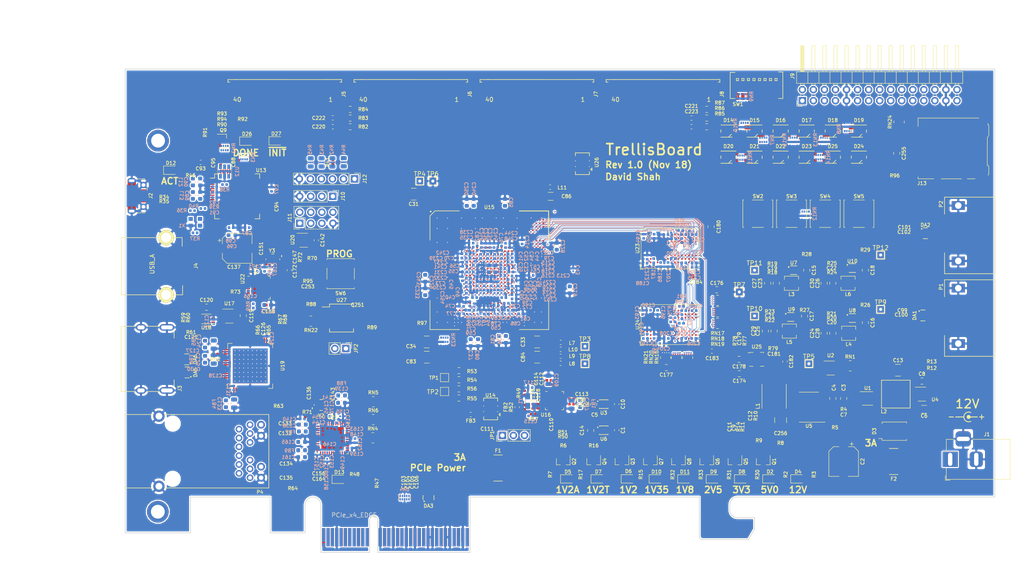
<source format=kicad_pcb>
(kicad_pcb (version 20171130) (host pcbnew 5.0.1)
  (layers (0 F.Cu signal) (1 In1.Cu signal) (2 In2.Cu signal) (3 In3.Cu signal) (4 In4.Cu signal) (5 In5.Cu signal) (6 In6.Cu signal) (31 B.Cu signal) (34 B.Paste user) (35 F.Paste user) (36 B.SilkS user) (37 F.SilkS user) (38 B.Mask user) (39 F.Mask user) (44 Edge.Cuts user))
  (net 0 "")
  (net 1 "/PCIe + SATA/DCU1_REFCLK-")
  (net 2 "/PCIe + SATA/DCU1_REFCLK+")
  (net 3 DDR3_A4)
  (net 4 DDR3_A6)
  (net 5 DDR3_A5)
  (net 6 DDR3_A7)
  (net 7 /DDR3/DDR3_VTT)
  (net 8 "Net-(RN2-Pad5)")
  (net 9 "Net-(RN2-Pad6)")
  (net 10 "Net-(R38-Pad2)")
  (net 11 "Net-(RN2-Pad7)")
  (net 12 +3V3)
  (net 13 /Power/1V2_EN)
  (net 14 /Power/2V5_EN)
  (net 15 /Power/1V35_EN)
  (net 16 "Net-(RN1-Pad4)")
  (net 17 +5V)
  (net 18 "Net-(RN1-Pad5)")
  (net 19 USD_D0)
  (net 20 USD_D3)
  (net 21 USD_CMD)
  (net 22 USD_D2)
  (net 23 "Net-(RN23-Pad1)")
  (net 24 GND)
  (net 25 "/FPGA IO/CFG0")
  (net 26 "Net-(RN23-Pad8)")
  (net 27 "/FPGA IO/CFG1")
  (net 28 "/FPGA IO/CFG2")
  (net 29 "/FPGA IO/FLASH_D3")
  (net 30 "/FPGA IO/FLASH_D1")
  (net 31 "/FPGA IO/FLASH_D2")
  (net 32 "/FPGA IO/FLASH_D0")
  (net 33 DDR3_WE)
  (net 34 DDR3_CKE)
  (net 35 DDR3_CS)
  (net 36 DDR3_ODT)
  (net 37 DDR3_CAS)
  (net 38 DDR3_BA2)
  (net 39 DDR3_RAS)
  (net 40 DDR3_BA1)
  (net 41 DDR3_A12)
  (net 42 DDR3_A14)
  (net 43 DDR3_A13)
  (net 44 DDR3_BA0)
  (net 45 DDR3_A11)
  (net 46 DDR3_A9)
  (net 47 DDR3_A10)
  (net 48 DDR3_A8)
  (net 49 DDR3_A0)
  (net 50 DDR3_A2)
  (net 51 DDR3_A1)
  (net 52 DDR3_A3)
  (net 53 "/HDMI, GbE, USB/ETH_LED2")
  (net 54 ETH_~RESET)
  (net 55 "/HDMI, GbE, USB/ETH_LED1")
  (net 56 RGMII_REF_CLK)
  (net 57 "Net-(D18-Pad4)")
  (net 58 "Net-(D20-Pad4)")
  (net 59 "Net-(D19-Pad4)")
  (net 60 "Net-(D21-Pad4)")
  (net 61 "Net-(D25-Pad4)")
  (net 62 "Net-(D23-Pad4)")
  (net 63 "Net-(D24-Pad4)")
  (net 64 "Net-(D22-Pad4)")
  (net 65 FTDI_D1_RX)
  (net 66 FTDI_~WR)
  (net 67 FTDI_~RD)
  (net 68 FTDI_~SIWU)
  (net 69 RGMII_RXD0)
  (net 70 RGMII_RXD2)
  (net 71 RGMII_RXD1)
  (net 72 RGMII_RXD3)
  (net 73 RGMII_RX_DV)
  (net 74 ETH_MDIO)
  (net 75 RGMII_RX_CLK)
  (net 76 ETH_INT_N)
  (net 77 "Net-(D17-Pad1)")
  (net 78 "Net-(D16-Pad1)")
  (net 79 "Net-(D14-Pad1)")
  (net 80 "Net-(D15-Pad1)")
  (net 81 DIP_SW1)
  (net 82 DIP_SW0)
  (net 83 DIP_SW2)
  (net 84 DIP_SW3)
  (net 85 DIP_SW7)
  (net 86 DIP_SW6)
  (net 87 DIP_SW4)
  (net 88 DIP_SW5)
  (net 89 "Net-(D14-Pad4)")
  (net 90 "Net-(D16-Pad4)")
  (net 91 "Net-(D15-Pad4)")
  (net 92 "Net-(D17-Pad4)")
  (net 93 "Net-(D21-Pad1)")
  (net 94 "Net-(D20-Pad1)")
  (net 95 "Net-(D18-Pad1)")
  (net 96 "Net-(D19-Pad1)")
  (net 97 BTN1)
  (net 98 BTN0)
  (net 99 BTN2)
  (net 100 BTN3)
  (net 101 "Net-(D25-Pad1)")
  (net 102 "Net-(D24-Pad1)")
  (net 103 "Net-(D22-Pad1)")
  (net 104 "Net-(D23-Pad1)")
  (net 105 "/FPGA IO/VCCIO7")
  (net 106 "Net-(R44-Pad2)")
  (net 107 JTAG_TDO)
  (net 108 JTAG_TDI)
  (net 109 "Net-(R43-Pad2)")
  (net 110 "Net-(R42-Pad2)")
  (net 111 JTAG_TCK)
  (net 112 JTAG_TMS)
  (net 113 "Net-(R45-Pad2)")
  (net 114 "/PCIe + SATA/CLKAUXO+")
  (net 115 "/PCIe + SATA/CLK150M-")
  (net 116 +1V8)
  (net 117 +2V5)
  (net 118 "/PCIe + SATA/CLKAUXO-")
  (net 119 "/FPGA IO/VCCIO6")
  (net 120 "/PCIe + SATA/CLK150M+")
  (net 121 CLK_SDA)
  (net 122 "Net-(R36-Pad2)")
  (net 123 FPGA_12MHz)
  (net 124 "/PCIe + SATA/PCIe_REFCLK+")
  (net 125 "/PCIe + SATA/PCIe_REFCLK-")
  (net 126 PCIe_12V)
  (net 127 "Net-(D13-Pad2)")
  (net 128 ~PERST)
  (net 129 "Net-(P3-PadA11)")
  (net 130 "Net-(D12-Pad2)")
  (net 131 "Net-(R40-Pad1)")
  (net 132 "Net-(R39-Pad1)")
  (net 133 "Net-(R38-Pad1)")
  (net 134 "Net-(R12-Pad2)")
  (net 135 "/PCIe + SATA/3V3_C")
  (net 136 "/PCIe + SATA/3V3_CA")
  (net 137 "Net-(R57-Pad1)")
  (net 138 "Net-(R58-Pad2)")
  (net 139 FABRIC_REFCLK)
  (net 140 "/HDMI, GbE, USB/PORT_SCL")
  (net 141 "/HDMI, GbE, USB/PORT_SDA")
  (net 142 "Net-(C121-Pad1)")
  (net 143 "Net-(R62-Pad1)")
  (net 144 /Power/3V3_PG)
  (net 145 "Net-(D27-Pad2)")
  (net 146 "/FPGA IO/~PROGRAM")
  (net 147 "Net-(R80-Pad1)")
  (net 148 "Net-(R81-Pad1)")
  (net 149 "/FPGA IO/FLASH_~CS")
  (net 150 "/FPGA IO/FLASH_CLK")
  (net 151 "/FPGA IO/DONE")
  (net 152 "Net-(Q9-Pad1)")
  (net 153 "Net-(D26-Pad2)")
  (net 154 "Net-(R79-Pad1)")
  (net 155 "/FPGA IO/~INIT")
  (net 156 "Net-(C9-Pad1)")
  (net 157 "Net-(C11-Pad1)")
  (net 158 "Net-(Q2-Pad3)")
  (net 159 "Net-(D5-Pad1)")
  (net 160 /Power/1V2_PG)
  (net 161 USD_D1)
  (net 162 USD_CLK)
  (net 163 "Net-(R97-Pad1)")
  (net 164 "Net-(Q2-Pad1)")
  (net 165 +1V2A)
  (net 166 "Net-(R5-Pad2)")
  (net 167 "Net-(D2-Pad2)")
  (net 168 "Net-(C7-Pad1)")
  (net 169 "Net-(D4-Pad2)")
  (net 170 +12V)
  (net 171 "Net-(R74-Pad1)")
  (net 172 "/Debug Interface/PORT_D-")
  (net 173 "/Debug Interface/FTDI_D-")
  (net 174 "/Debug Interface/FTDI_D+")
  (net 175 "/Debug Interface/PORT_D+")
  (net 176 "Net-(C22-Pad2)")
  (net 177 "Net-(R71-Pad2)")
  (net 178 "/HDMI, GbE, USB/USB_XO")
  (net 179 "/HDMI, GbE, USB/USB_XI")
  (net 180 "Net-(R73-Pad1)")
  (net 181 "/HDMI, GbE, USB/USBA_VBUS")
  (net 182 "/HDMI, GbE, USB/EXTVBUS")
  (net 183 DVI_SCL)
  (net 184 DVI_SDA)
  (net 185 CLK_SCL)
  (net 186 "Net-(R70-Pad1)")
  (net 187 "Net-(C175-Pad2)")
  (net 188 DDR3_CLK+)
  (net 189 "Net-(P4-Pad16)")
  (net 190 "Net-(R66-Pad1)")
  (net 191 "Net-(R65-Pad1)")
  (net 192 "/HDMI, GbE, USB/HDMI_HPD")
  (net 193 DDR3_CLK-)
  (net 194 "Net-(C179-Pad1)")
  (net 195 +1V35)
  (net 196 +1V2)
  (net 197 "Net-(D10-Pad2)")
  (net 198 "Net-(P4-Pad14)")
  (net 199 "Net-(C12-Pad2)")
  (net 200 "Net-(D6-Pad2)")
  (net 201 +1V2T)
  (net 202 "Net-(Q4-Pad1)")
  (net 203 "Net-(Q4-Pad3)")
  (net 204 "Net-(D7-Pad1)")
  (net 205 "Net-(C19-Pad2)")
  (net 206 "Net-(C20-Pad2)")
  (net 207 "Net-(C21-Pad2)")
  (net 208 "/Debug Interface/FTDI_12MHz")
  (net 209 "Net-(D11-Pad2)")
  (net 210 /Power/2V5_PG)
  (net 211 /Power/1V35_PG)
  (net 212 /Power/1V8_PG)
  (net 213 "Net-(D8-Pad2)")
  (net 214 "Net-(D9-Pad2)")
  (net 215 "Net-(C8-Pad2)")
  (net 216 "Net-(C8-Pad1)")
  (net 217 /Power/PWR_EN)
  (net 218 "/HDMI, GbE, USB/HDMI_5V")
  (net 219 "Net-(U17-Pad3)")
  (net 220 "Net-(D9-Pad1)")
  (net 221 "Net-(D11-Pad1)")
  (net 222 "Net-(D26-Pad1)")
  (net 223 "Net-(D2-Pad1)")
  (net 224 "Net-(D6-Pad1)")
  (net 225 "Net-(D10-Pad1)")
  (net 226 "Net-(D8-Pad1)")
  (net 227 "Net-(U1-Pad3)")
  (net 228 DDR3_Vref)
  (net 229 DDR3_Vtt_EN)
  (net 230 "Net-(U5-Pad2)")
  (net 231 "Net-(L1-Pad1)")
  (net 232 "Net-(C11-Pad2)")
  (net 233 "Net-(U13-Pad3)")
  (net 234 "/Debug Interface/Vphy")
  (net 235 "/Debug Interface/Vpll")
  (net 236 "/Debug Interface/JTAG_ACT")
  (net 237 "Net-(U13-Pad22)")
  (net 238 "Net-(U13-Pad23)")
  (net 239 "Net-(U13-Pad24)")
  (net 240 "Net-(U13-Pad26)")
  (net 241 "Net-(U13-Pad27)")
  (net 242 "Net-(U13-Pad28)")
  (net 243 "Net-(U13-Pad29)")
  (net 244 "Net-(U13-Pad30)")
  (net 245 "Net-(U13-Pad32)")
  (net 246 "Net-(U13-Pad33)")
  (net 247 "Net-(U13-Pad34)")
  (net 248 "Net-(U13-Pad36)")
  (net 249 FTDI_D0_TX)
  (net 250 FTDI_D2)
  (net 251 FTDI_D3)
  (net 252 FTDI_D4)
  (net 253 FTDI_D5)
  (net 254 FTDI_D6)
  (net 255 FTDI_D7)
  (net 256 FTDI_~RXF)
  (net 257 "Net-(U13-Pad49)")
  (net 258 "Net-(U13-Pad50)")
  (net 259 FTDI_~TXE)
  (net 260 "Net-(U13-Pad57)")
  (net 261 "Net-(U13-Pad58)")
  (net 262 "Net-(U13-Pad59)")
  (net 263 "Net-(U13-Pad60)")
  (net 264 "/HDMI, GbE, USB/DVI_DVDD")
  (net 265 DVI_DE)
  (net 266 DVI_HSYNC)
  (net 267 DVI_VSYNC)
  (net 268 "Net-(U19-Pad11)")
  (net 269 "/HDMI, GbE, USB/DVI_PVDD")
  (net 270 "/HDMI, GbE, USB/TMDS_CLK-")
  (net 271 "/HDMI, GbE, USB/TMDS_CLK+")
  (net 272 "/HDMI, GbE, USB/DVI_TVDD")
  (net 273 "/HDMI, GbE, USB/TMDS_D0-")
  (net 274 "/HDMI, GbE, USB/TMDS_D0+")
  (net 275 "/HDMI, GbE, USB/TMDS_D1-")
  (net 276 "/HDMI, GbE, USB/TMDS_D1+")
  (net 277 "/HDMI, GbE, USB/TMDS_D2-")
  (net 278 "/HDMI, GbE, USB/TMDS_D2+")
  (net 279 DVI_D23)
  (net 280 DVI_D22)
  (net 281 DVI_D21)
  (net 282 DVI_D20)
  (net 283 DVI_D19)
  (net 284 DVI_D18)
  (net 285 DVI_D17)
  (net 286 DVI_D16)
  (net 287 DVI_D15)
  (net 288 DVI_D14)
  (net 289 DVI_D13)
  (net 290 DVI_D12)
  (net 291 "Net-(U19-Pad49)")
  (net 292 DVI_D11)
  (net 293 DVI_D10)
  (net 294 DVI_D9)
  (net 295 DVI_D8)
  (net 296 DVI_D7)
  (net 297 DVI_D6)
  (net 298 DVI_CLK)
  (net 299 DVI_D5)
  (net 300 DVI_D4)
  (net 301 DVI_D3)
  (net 302 DVI_D2)
  (net 303 DVI_D1)
  (net 304 DVI_D0)
  (net 305 "/HDMI, GbE, USB/AVDDH")
  (net 306 "/HDMI, GbE, USB/MX4-")
  (net 307 "/HDMI, GbE, USB/MX4+")
  (net 308 "/HDMI, GbE, USB/AVDDL")
  (net 309 "/HDMI, GbE, USB/MX3-")
  (net 310 "/HDMI, GbE, USB/MX3+")
  (net 311 "/HDMI, GbE, USB/MX2-")
  (net 312 "/HDMI, GbE, USB/MX2+")
  (net 313 "/HDMI, GbE, USB/MX1-")
  (net 314 "/HDMI, GbE, USB/MX1+")
  (net 315 "Net-(U21-Pad13)")
  (net 316 RGMII_TXD0)
  (net 317 RGMII_TXD1)
  (net 318 RGMII_TXD2)
  (net 319 RGMII_TXD3)
  (net 320 RGMII_TX_CLK)
  (net 321 RGMII_TX_EN)
  (net 322 ETH_MDC)
  (net 323 "Net-(U21-Pad43)")
  (net 324 "/HDMI, GbE, USB/AVDDL_PLL")
  (net 325 "/HDMI, GbE, USB/ETH_XO")
  (net 326 "/HDMI, GbE, USB/ETH_XI")
  (net 327 "Net-(U21-Pad47)")
  (net 328 "Net-(U22-Pad3)")
  (net 329 "Net-(U22-Pad5)")
  (net 330 "/HDMI, GbE, USB/USBA_D+")
  (net 331 "/HDMI, GbE, USB/USBA_D-")
  (net 332 ULPI_RESET)
  (net 333 ULPI_NXT)
  (net 334 ULPI_DIR)
  (net 335 ULPI_STP)
  (net 336 ULPI_CLKO)
  (net 337 "/HDMI, GbE, USB/USB1V8")
  (net 338 ULPI_D7)
  (net 339 ULPI_D6)
  (net 340 ULPI_D5)
  (net 341 ULPI_D4)
  (net 342 ULPI_D3)
  (net 343 ULPI_D2)
  (net 344 ULPI_D1)
  (net 345 ULPI_D0)
  (net 346 "Net-(C117-Pad1)")
  (net 347 "Net-(C115-Pad2)")
  (net 348 CLK_SD_OE)
  (net 349 "Net-(U16-Pad11)")
  (net 350 "Net-(U16-Pad12)")
  (net 351 "/PCIe + SATA/1V8_C")
  (net 352 "Net-(U16-Pad16)")
  (net 353 "/PCIe + SATA/DCU0_REFCLK-")
  (net 354 "/PCIe + SATA/DCU0_REFCLK+")
  (net 355 "Net-(U16-Pad24)")
  (net 356 DDR3_DQ13)
  (net 357 DDR3_DQ15)
  (net 358 DDR3_DQ12)
  (net 359 DDR3_DQS1-)
  (net 360 DDR3_DQ14)
  (net 361 DDR3_DQ11)
  (net 362 DDR3_DQ9)
  (net 363 DDR3_DQS1+)
  (net 364 DDR3_DQ10)
  (net 365 DDR3_DM1)
  (net 366 DDR3_DQ8)
  (net 367 DDR3_DQ0)
  (net 368 DDR3_DM0)
  (net 369 DDR3_DQ2)
  (net 370 DDR3_DQS0+)
  (net 371 DDR3_DQ1)
  (net 372 DDR3_DQ3)
  (net 373 DDR3_DQ6)
  (net 374 DDR3_DQS0-)
  (net 375 DDR3_DQ4)
  (net 376 DDR3_DQ7)
  (net 377 DDR3_DQ5)
  (net 378 "Net-(U23-PadJ1)")
  (net 379 "Net-(U23-PadJ9)")
  (net 380 "Net-(U23-PadL1)")
  (net 381 "Net-(U23-PadL9)")
  (net 382 "Net-(U23-PadM7)")
  (net 383 DDR3_RESET)
  (net 384 "Net-(U24-PadM7)")
  (net 385 "Net-(U24-PadL9)")
  (net 386 "Net-(U24-PadL1)")
  (net 387 "Net-(U24-PadJ9)")
  (net 388 "Net-(U24-PadJ1)")
  (net 389 DDR3_DQ21)
  (net 390 DDR3_DQ23)
  (net 391 DDR3_DQ20)
  (net 392 DDR3_DQS2-)
  (net 393 DDR3_DQ22)
  (net 394 DDR3_DQ19)
  (net 395 DDR3_DQ17)
  (net 396 DDR3_DQS2+)
  (net 397 DDR3_DQ18)
  (net 398 DDR3_DM2)
  (net 399 DDR3_DQ16)
  (net 400 DDR3_DQ24)
  (net 401 DDR3_DM3)
  (net 402 DDR3_DQ26)
  (net 403 DDR3_DQS3+)
  (net 404 DDR3_DQ25)
  (net 405 DDR3_DQ27)
  (net 406 DDR3_DQ30)
  (net 407 DDR3_DQS3-)
  (net 408 DDR3_DQ28)
  (net 409 DDR3_DQ31)
  (net 410 DDR3_DQ29)
  (net 411 "Net-(X1-Pad1)")
  (net 412 "Net-(L4-Pad1)")
  (net 413 "Net-(L5-Pad1)")
  (net 414 "Net-(L3-Pad1)")
  (net 415 "Net-(L6-Pad1)")
  (net 416 "Net-(C111-Pad1)")
  (net 417 "/FPGA Core Power/VCCHTX1")
  (net 418 "/FPGA Core Power/VCCHTX0")
  (net 419 "/FPGA Core Power/VCCA0")
  (net 420 "/FPGA Core Power/VCCAUX")
  (net 421 "/FPGA Core Power/VCCA1")
  (net 422 "/PCIe + SATA/SATA1_A+")
  (net 423 "/PCIe + SATA/SATA1_A-")
  (net 424 "/PCIe + SATA/DCU1_RX1-")
  (net 425 "/PCIe + SATA/DCU1_RX1+")
  (net 426 "/PCIe + SATA/SATA0_A+")
  (net 427 "/PCIe + SATA/SATA0_A-")
  (net 428 "/PCIe + SATA/DCU1_RX0-")
  (net 429 "/PCIe + SATA/DCU1_RX0+")
  (net 430 "/PCIe + SATA/PCIe_HSI0+")
  (net 431 "/PCIe + SATA/PCIe_HSI0-")
  (net 432 "/PCIe + SATA/PCIe_HSI1+")
  (net 433 "/PCIe + SATA/PCIe_HSI1-")
  (net 434 "/PCIe + SATA/DCU0_RX0+")
  (net 435 "/PCIe + SATA/DCU0_RX0-")
  (net 436 "/PCIe + SATA/DCU0_RX1+")
  (net 437 "/PCIe + SATA/DCU0_RX1-")
  (net 438 "Net-(U6-Pad2)")
  (net 439 "Net-(U6-Pad5)")
  (net 440 "Net-(U3-Pad5)")
  (net 441 "Net-(U3-Pad2)")
  (net 442 "Net-(U10-Pad4)")
  (net 443 "Net-(U9-Pad4)")
  (net 444 "Net-(U8-Pad4)")
  (net 445 "Net-(U7-Pad4)")
  (net 446 "Net-(J5-Pad38)")
  (net 447 "/FPGA IO/EXT0_11-")
  (net 448 "/FPGA IO/EXT0_11+")
  (net 449 "/FPGA IO/EXT0_10-")
  (net 450 "/FPGA IO/EXT0_10+")
  (net 451 "/FPGA IO/EXT0_9-")
  (net 452 "/FPGA IO/EXT0_9+")
  (net 453 "/FPGA IO/EXT0_8-")
  (net 454 "/FPGA IO/EXT0_8+")
  (net 455 "/FPGA IO/EXT0_7-")
  (net 456 "/FPGA IO/EXT0_7+")
  (net 457 "/FPGA IO/EXT0_6-")
  (net 458 "/FPGA IO/EXT0_6+")
  (net 459 "/FPGA IO/EXT0_5-")
  (net 460 "/FPGA IO/EXT0_5+")
  (net 461 "/FPGA IO/EXT0_4-")
  (net 462 "/FPGA IO/EXT0_4+")
  (net 463 "/FPGA IO/EXT0_3-")
  (net 464 "/FPGA IO/EXT0_3+")
  (net 465 "/FPGA IO/EXT0_2-")
  (net 466 "/FPGA IO/EXT0_2+")
  (net 467 "/FPGA IO/EXT0_1-")
  (net 468 "/FPGA IO/EXT0_1+")
  (net 469 "/FPGA IO/EXT0_0-")
  (net 470 "/FPGA IO/EXT0_0+")
  (net 471 "/FPGA IO/EXT3_0+")
  (net 472 "/FPGA IO/EXT3_0-")
  (net 473 "/FPGA IO/EXT3_1+")
  (net 474 "/FPGA IO/EXT3_1-")
  (net 475 "/FPGA IO/EXT3_2+")
  (net 476 "/FPGA IO/EXT3_2-")
  (net 477 "/FPGA IO/EXT3_3+")
  (net 478 "/FPGA IO/EXT3_3-")
  (net 479 "/FPGA IO/EXT3_4+")
  (net 480 "/FPGA IO/EXT3_4-")
  (net 481 "/FPGA IO/EXT3_5+")
  (net 482 "/FPGA IO/EXT3_5-")
  (net 483 "/FPGA IO/EXT3_6+")
  (net 484 "/FPGA IO/EXT3_6-")
  (net 485 "/FPGA IO/EXT3_7+")
  (net 486 "/FPGA IO/EXT3_7-")
  (net 487 "/FPGA IO/EXT3_8+")
  (net 488 "/FPGA IO/EXT3_8-")
  (net 489 "/FPGA IO/EXT3_9+")
  (net 490 "/FPGA IO/EXT3_9-")
  (net 491 "/FPGA IO/EXT3_10+")
  (net 492 "/FPGA IO/EXT3_10-")
  (net 493 "/FPGA IO/EXT3_11+")
  (net 494 "/FPGA IO/EXT3_11-")
  (net 495 "Net-(J8-Pad38)")
  (net 496 "Net-(J6-Pad38)")
  (net 497 "/FPGA IO/EXT1_11-")
  (net 498 "/FPGA IO/EXT1_11+")
  (net 499 "/FPGA IO/EXT1_10-")
  (net 500 "/FPGA IO/EXT1_10+")
  (net 501 "/FPGA IO/EXT1_9-")
  (net 502 "/FPGA IO/EXT1_9+")
  (net 503 "/FPGA IO/EXT1_8-")
  (net 504 "/FPGA IO/EXT1_8+")
  (net 505 "/FPGA IO/EXT1_7-")
  (net 506 "/FPGA IO/EXT1_7+")
  (net 507 "/FPGA IO/EXT1_6-")
  (net 508 "/FPGA IO/EXT1_6+")
  (net 509 "/FPGA IO/EXT1_5-")
  (net 510 "/FPGA IO/EXT1_5+")
  (net 511 "/FPGA IO/EXT1_4-")
  (net 512 "/FPGA IO/EXT1_4+")
  (net 513 "/FPGA IO/EXT1_3-")
  (net 514 "/FPGA IO/EXT1_3+")
  (net 515 "/FPGA IO/EXT1_2-")
  (net 516 "/FPGA IO/EXT1_2+")
  (net 517 "/FPGA IO/EXT1_1-")
  (net 518 "/FPGA IO/EXT1_1+")
  (net 519 "/FPGA IO/EXT1_0-")
  (net 520 "/FPGA IO/EXT1_0+")
  (net 521 "/FPGA IO/EXT2_0+")
  (net 522 "/FPGA IO/EXT2_0-")
  (net 523 "/FPGA IO/EXT2_1+")
  (net 524 "/FPGA IO/EXT2_1-")
  (net 525 "/FPGA IO/EXT2_2+")
  (net 526 "/FPGA IO/EXT2_2-")
  (net 527 "/FPGA IO/EXT2_3+")
  (net 528 "/FPGA IO/EXT2_3-")
  (net 529 "/FPGA IO/EXT2_4+")
  (net 530 "/FPGA IO/EXT2_4-")
  (net 531 "/FPGA IO/EXT2_5+")
  (net 532 "/FPGA IO/EXT2_5-")
  (net 533 "/FPGA IO/EXT2_6+")
  (net 534 "/FPGA IO/EXT2_6-")
  (net 535 "/FPGA IO/EXT2_7+")
  (net 536 "/FPGA IO/EXT2_7-")
  (net 537 "/FPGA IO/EXT2_8+")
  (net 538 "/FPGA IO/EXT2_8-")
  (net 539 "/FPGA IO/EXT2_9+")
  (net 540 "/FPGA IO/EXT2_9-")
  (net 541 "/FPGA IO/EXT2_10+")
  (net 542 "/FPGA IO/EXT2_10-")
  (net 543 "/FPGA IO/EXT2_11+")
  (net 544 "/FPGA IO/EXT2_11-")
  (net 545 "Net-(J7-Pad38)")
  (net 546 "Net-(C132-Pad1)")
  (net 547 "Net-(C135-Pad1)")
  (net 548 "Net-(C133-Pad1)")
  (net 549 "Net-(C134-Pad1)")
  (net 550 "Net-(P3-PadB5)")
  (net 551 "Net-(P3-PadB6)")
  (net 552 "Net-(P3-PadB8)")
  (net 553 "Net-(P3-PadB9)")
  (net 554 "Net-(P3-PadB10)")
  (net 555 PCIe_~WAKE)
  (net 556 "Net-(P3-PadB12)")
  (net 557 "/PCIe + SATA/~PRSNT2~_X1")
  (net 558 "Net-(P3-PadB23)")
  (net 559 "Net-(P3-PadB24)")
  (net 560 "Net-(P3-PadB27)")
  (net 561 "Net-(P3-PadB28)")
  (net 562 "Net-(P3-PadB30)")
  (net 563 "/PCIe + SATA/~PRSNT2~_X4")
  (net 564 "/PCIe + SATA/~PRSNT1")
  (net 565 "Net-(P3-PadA5)")
  (net 566 "Net-(P3-PadA6)")
  (net 567 "Net-(P3-PadA7)")
  (net 568 "Net-(P3-PadA8)")
  (net 569 "Net-(P3-PadA9)")
  (net 570 "Net-(P3-PadA10)")
  (net 571 "Net-(P3-PadA19)")
  (net 572 "Net-(P3-PadA25)")
  (net 573 "Net-(P3-PadA26)")
  (net 574 "Net-(P3-PadA29)")
  (net 575 "Net-(P3-PadA30)")
  (net 576 "Net-(P3-PadA32)")
  (net 577 "Net-(U14-Pad2)")
  (net 578 "Net-(U14-Pad1)")
  (net 579 "Net-(U26-Pad1)")
  (net 580 "Net-(U26-Pad2)")
  (net 581 "/FPGA IO/CLK100+")
  (net 582 "/FPGA IO/CLK100-")
  (net 583 "Net-(J3-Pad14)")
  (net 584 "Net-(J3-Pad13)")
  (net 585 LED2)
  (net 586 LED11)
  (net 587 LED10)
  (net 588 LED0)
  (net 589 LED1)
  (net 590 LED3)
  (net 591 LED4)
  (net 592 LED5)
  (net 593 LED6)
  (net 594 LED7)
  (net 595 LED8)
  (net 596 LED9)
  (net 597 "Net-(F2-Pad2)")
  (net 598 "Net-(U15-PadR1)")
  (net 599 "Net-(U15-PadY1)")
  (net 600 "Net-(U15-PadAB1)")
  (net 601 "Net-(U15-PadAC1)")
  (net 602 "Net-(U15-PadAD1)")
  (net 603 "Net-(U15-PadAE1)")
  (net 604 "Net-(U15-PadA2)")
  (net 605 "Net-(U15-PadT2)")
  (net 606 "Net-(U15-PadW2)")
  (net 607 "Net-(U15-PadAB2)")
  (net 608 "Net-(U15-PadAC2)")
  (net 609 "Net-(U15-PadAE2)")
  (net 610 "Net-(U15-PadAG2)")
  (net 611 "Net-(U15-PadA3)")
  (net 612 "Net-(U15-PadV3)")
  (net 613 "Net-(U15-PadW3)")
  (net 614 "Net-(U15-PadY3)")
  (net 615 "Net-(U15-PadAC3)")
  (net 616 "Net-(U15-PadAD3)")
  (net 617 "Net-(U15-PadAE3)")
  (net 618 "Net-(U15-PadAG3)")
  (net 619 "Net-(U15-PadAL3)")
  (net 620 "Net-(U15-PadB4)")
  (net 621 "Net-(U15-PadH4)")
  (net 622 "Net-(U15-PadAC4)")
  (net 623 "Net-(U15-PadA5)")
  (net 624 "Net-(U15-PadL5)")
  (net 625 "Net-(U15-PadW6)")
  (net 626 "Net-(U15-PadD7)")
  (net 627 "Net-(U15-PadE7)")
  (net 628 "Net-(U15-PadAE7)")
  (net 629 "Net-(U15-PadG9)")
  (net 630 "/PCIe + SATA/DCU0_TX0+")
  (net 631 "Net-(U15-PadG10)")
  (net 632 "/PCIe + SATA/DCU0_TX0-")
  (net 633 "Net-(U15-PadG11)")
  (net 634 "/PCIe + SATA/DCU0_TX1+")
  (net 635 "/PCIe + SATA/DCU0_TX1-")
  (net 636 "/FPGA IO/PMOD1_10")
  (net 637 "/FPGA IO/PMOD1_9")
  (net 638 "Net-(U15-PadG14)")
  (net 639 "Net-(U15-PadG15)")
  (net 640 "Net-(U15-PadAK15)")
  (net 641 "Net-(U15-PadG16)")
  (net 642 "Net-(U15-PadAK16)")
  (net 643 "Net-(U15-PadG17)")
  (net 644 "Net-(U15-PadG18)")
  (net 645 "/PCIe + SATA/DCU1_TX0+")
  (net 646 "Net-(U15-PadG19)")
  (net 647 "/PCIe + SATA/DCU1_TX0-")
  (net 648 "/FPGA IO/PMOD1_8")
  (net 649 "/FPGA IO/PMOD1_7")
  (net 650 "/PCIe + SATA/DCU1_TX1+")
  (net 651 "/PCIe + SATA/DCU1_TX1-")
  (net 652 "/FPGA IO/EXIO_5")
  (net 653 "/FPGA IO/EXIO_4")
  (net 654 "/FPGA IO/EXIO_3")
  (net 655 "Net-(U15-PadG22)")
  (net 656 "/FPGA IO/PMOD1_3")
  (net 657 "/FPGA IO/PMOD1_2")
  (net 658 "/FPGA IO/PMOD1_0")
  (net 659 "/FPGA IO/PMOD1_1")
  (net 660 "/FPGA IO/EXIO_2")
  (net 661 "Net-(U15-PadG23)")
  (net 662 "/FPGA IO/EXIO_1")
  (net 663 "/FPGA IO/PMOD0_10")
  (net 664 "/FPGA IO/EXIO_0")
  (net 665 "/FPGA IO/PMOD0_9")
  (net 666 "Net-(U15-PadG24)")
  (net 667 "Net-(U15-PadAG24)")
  (net 668 "Net-(U15-PadAK24)")
  (net 669 "/FPGA IO/PMOD0_8")
  (net 670 "/FPGA IO/PMOD0_3")
  (net 671 "/FPGA IO/PMOD0_7")
  (net 672 "/FPGA IO/PMOD0_2")
  (net 673 "/FPGA IO/PMOD0_1")
  (net 674 "Net-(U15-PadAK25)")
  (net 675 "/FPGA IO/PMOD0_0")
  (net 676 "Net-(U15-PadB26)")
  (net 677 "Net-(U15-PadE26)")
  (net 678 "Net-(U15-PadR26)")
  (net 679 "Net-(U15-PadT26)")
  (net 680 "Net-(U15-PadAE26)")
  (net 681 "Net-(U15-PadH27)")
  (net 682 "Net-(U15-PadJ27)")
  (net 683 "Net-(U15-PadK27)")
  (net 684 "Net-(U15-PadW27)")
  (net 685 "Net-(U15-PadC28)")
  (net 686 "Net-(U15-PadD28)")
  (net 687 "Net-(U15-PadH28)")
  (net 688 "Net-(U15-PadL28)")
  (net 689 "Net-(U15-PadP28)")
  (net 690 "Net-(U15-PadAC28)")
  (net 691 "Net-(U15-PadAE28)")
  (net 692 "Net-(U15-PadC29)")
  (net 693 "Net-(U15-PadH29)")
  (net 694 "Net-(U15-PadP29)")
  (net 695 "Net-(U15-PadAB29)")
  (net 696 "Net-(U15-PadAC29)")
  (net 697 "Net-(U15-PadAE29)")
  (net 698 "Net-(U15-PadAJ29)")
  (net 699 "Net-(U15-PadC30)")
  (net 700 "Net-(U15-PadP30)")
  (net 701 "Net-(U15-PadR30)")
  (net 702 "Net-(U15-PadV30)")
  (net 703 "Net-(U15-PadAB30)")
  (net 704 "Net-(U15-PadAE30)")
  (net 705 "Net-(U15-PadAJ30)")
  (net 706 "Net-(U15-PadA31)")
  (net 707 "Net-(U15-PadP31)")
  (net 708 "Net-(U15-PadAG31)")
  (net 709 "Net-(U15-PadAK31)")
  (net 710 "Net-(U15-PadAG32)")
  (net 711 "Net-(J2-Pad1)")
  (net 712 "Net-(J2-Pad4)")
  (net 713 "Net-(U15-PadN32)")
  (net 714 "Net-(U15-PadT30)")
  (net 715 "Net-(U15-PadAE27)")
  (net 716 "Net-(U15-PadAD27)")
  (net 717 "Net-(U15-PadAD26)")
  (net 718 "Net-(U15-PadF30)")
  (module Capacitor_SMD:C_0201_0603Metric (layer B.Cu) (at 90.2 111.585 90)
    (fp_text reference C149 (at -2.665 0.05 90) (layer B.SilkS) (effects (font (size 0.8 0.8)) (justify mirror)))
    (fp_text value 10n)
    (pad 1 smd roundrect (at -0.32 0 90) (size 0.46 0.4) (layers B.Cu B.Mask) (net 196 +1V2))
    (pad 2 smd roundrect (at 0.32 0 90) (size 0.46 0.4) (layers B.Cu B.Mask) (net 24 GND))
  )
  (module Capacitor_SMD:C_0201_0603Metric (layer B.Cu) (at 85.015 109.9)
    (fp_text reference C146 (at 2.235 0.1) (layer B.SilkS) (effects (font (size 0.8 0.8)) (justify mirror)))
    (fp_text value 10n)
    (pad 2 smd roundrect (at 0.32 0) (size 0.46 0.4) (layers B.Cu B.Mask) (net 24 GND))
    (pad 1 smd roundrect (at -0.32 0) (size 0.46 0.4) (layers B.Cu B.Mask) (net 308 "/HDMI, GbE, USB/AVDDL"))
  )
  (module Capacitor_SMD:C_0201_0603Metric (layer B.Cu) (at 87.2 105.615 90)
    (fp_text reference C145 (at 4.115 -0.7 90) (layer B.SilkS) (effects (font (size 0.8 0.8)) (justify mirror)))
    (fp_text value 10n)
    (pad 1 smd roundrect (at -0.32 0 90) (size 0.46 0.4) (layers B.Cu B.Mask) (net 24 GND))
    (pad 2 smd roundrect (at 0.32 0 90) (size 0.46 0.4) (layers B.Cu B.Mask) (net 324 "/HDMI, GbE, USB/AVDDL_PLL"))
  )
  (module Capacitor_SMD:C_0201_0603Metric (layer B.Cu) (at 84.915 107.4)
    (fp_text reference C144 (at -0.165 -2.4) (layer B.SilkS) (effects (font (size 0.8 0.8)) (justify mirror)))
    (fp_text value 10n)
    (pad 2 smd roundrect (at 0.32 0) (size 0.46 0.4) (layers B.Cu B.Mask) (net 24 GND))
    (pad 1 smd roundrect (at -0.32 0) (size 0.46 0.4) (layers B.Cu B.Mask) (net 308 "/HDMI, GbE, USB/AVDDL"))
  )
  (module Capacitor_SMD:C_0201_0603Metric (layer B.Cu) (at 90.9 108.9 180)
    (fp_text reference C148 (at -2.6 1.15 180) (layer B.SilkS) (effects (font (size 0.8 0.8)) (justify mirror)))
    (fp_text value 10n)
    (pad 1 smd roundrect (at -0.32 0 180) (size 0.46 0.4) (layers B.Cu B.Mask) (net 196 +1V2))
    (pad 2 smd roundrect (at 0.32 0 180) (size 0.46 0.4) (layers B.Cu B.Mask) (net 24 GND))
  )
  (module Capacitor_SMD:C_0201_0603Metric (layer B.Cu) (at 86.7 111.6 90)
    (fp_text reference C160 (at -4.4 -0.2 90) (layer B.SilkS) (effects (font (size 0.8 0.8)) (justify mirror)))
    (fp_text value 10n)
    (pad 2 smd roundrect (at 0.32 0 90) (size 0.46 0.4) (layers B.Cu B.Mask) (net 24 GND))
    (pad 1 smd roundrect (at -0.32 0 90) (size 0.46 0.4) (layers B.Cu B.Mask) (net 12 +3V3))
  )
  (module Capacitor_SMD:C_0201_0603Metric (layer B.Cu) (at 86.7 113.7 270)
    (fp_text reference C158 (at 5.3 0.2 270) (layer B.SilkS) (effects (font (size 0.8 0.8)) (justify mirror)))
    (fp_text value 10n)
    (pad 1 smd roundrect (at -0.32 0 270) (size 0.46 0.4) (layers B.Cu B.Mask) (net 12 +3V3))
    (pad 2 smd roundrect (at 0.32 0 270) (size 0.46 0.4) (layers B.Cu B.Mask) (net 24 GND))
  )
  (module Capacitor_SMD:C_0201_0603Metric (layer B.Cu) (at 84.4 112.1 270)
    (fp_text reference C157 (at 2.4 0.15 270) (layer B.SilkS) (effects (font (size 0.8 0.8)) (justify mirror)))
    (fp_text value 10n)
    (pad 2 smd roundrect (at 0.32 0 270) (size 0.46 0.4) (layers B.Cu B.Mask) (net 24 GND))
    (pad 1 smd roundrect (at -0.32 0 270) (size 0.46 0.4) (layers B.Cu B.Mask) (net 305 "/HDMI, GbE, USB/AVDDH"))
  )
  (module Capacitor_SMD:C_0201_0603Metric (layer B.Cu) (at 90 103.6)
    (fp_text reference C155 (at 0.25 -1.1) (layer B.SilkS) (effects (font (size 0.8 0.8)) (justify mirror)))
    (fp_text value 10n)
    (pad 1 smd roundrect (at -0.32 0) (size 0.46 0.4) (layers B.Cu B.Mask) (net 12 +3V3))
    (pad 2 smd roundrect (at 0.32 0) (size 0.46 0.4) (layers B.Cu B.Mask) (net 24 GND))
  )
  (module Capacitor_SMD:C_0201_0603Metric (layer B.Cu) (at 84.885 105.9)
    (fp_text reference C154 (at -0.135 -2.15) (layer B.SilkS) (effects (font (size 0.8 0.8)) (justify mirror)))
    (fp_text value 10n)
    (pad 2 smd roundrect (at 0.32 0) (size 0.46 0.4) (layers B.Cu B.Mask) (net 24 GND))
    (pad 1 smd roundrect (at -0.32 0) (size 0.46 0.4) (layers B.Cu B.Mask) (net 305 "/HDMI, GbE, USB/AVDDH"))
  )
  (module Capacitor_SMD:C_0201_0603Metric (layer B.Cu) (at 87.8 111.6 90)
    (fp_text reference C153 (at -2.4 -0.05 90) (layer B.SilkS) (effects (font (size 0.8 0.8)) (justify mirror)))
    (fp_text value 10n)
    (pad 1 smd roundrect (at -0.32 0 90) (size 0.46 0.4) (layers B.Cu B.Mask) (net 196 +1V2))
    (pad 2 smd roundrect (at 0.32 0 90) (size 0.46 0.4) (layers B.Cu B.Mask) (net 24 GND))
  )
  (module Capacitor_SMD:C_0201_0603Metric (layer B.Cu) (at 85.7 111.6 90)
    (fp_text reference C152 (at -2.4 -0.2 90) (layer B.SilkS) (effects (font (size 0.8 0.8)) (justify mirror)))
    (fp_text value 10n)
    (pad 2 smd roundrect (at 0.32 0 90) (size 0.46 0.4) (layers B.Cu B.Mask) (net 24 GND))
    (pad 1 smd roundrect (at -0.32 0 90) (size 0.46 0.4) (layers B.Cu B.Mask) (net 196 +1V2))
  )
  (module Capacitor_SMD:C_0201_0603Metric (layer B.Cu) (at 89.9 105.6 270)
    (fp_text reference C150 (at -0.85 -1.6 270) (layer B.SilkS) (effects (font (size 0.8 0.8)) (justify mirror)))
    (fp_text value 10n)
    (pad 1 smd roundrect (at -0.32 0 270) (size 0.46 0.4) (layers B.Cu B.Mask) (net 196 +1V2))
    (pad 2 smd roundrect (at 0.32 0 270) (size 0.46 0.4) (layers B.Cu B.Mask) (net 24 GND))
  )
  (module TestPoint:TestPoint_THTPad_1.5x1.5mm_Drill0.7mm (layer F.Cu) (at 185 70)
    (fp_text reference TP11 (at 0 -1.648) (layer F.SilkS))
    (fp_text value 1.35V)
    (pad 1 thru_hole rect (at 0 0) (size 1.5 1.5) (drill 0.7) (layers *.Cu *.Mask) (net 195 +1V35))
  )
  (module TestPoint:TestPoint_THTPad_1.5x1.5mm_Drill0.7mm (layer F.Cu) (at 146 91.5)
    (fp_text reference TP8 (at 0 -1.648) (layer F.SilkS))
    (fp_text value 1.2VT)
    (pad 1 thru_hole rect (at 0 0) (size 1.5 1.5) (drill 0.7) (layers *.Cu *.Mask) (net 201 +1V2T))
  )
  (module TestPoint:TestPoint_THTPad_1.5x1.5mm_Drill0.7mm (layer F.Cu) (at 214 79)
    (fp_text reference TP9 (at 0 -1.648) (layer F.SilkS))
    (fp_text value 3.3V)
    (pad 1 thru_hole rect (at 0 0) (size 1.5 1.5) (drill 0.7) (layers *.Cu *.Mask) (net 12 +3V3))
  )
  (module TestPoint:TestPoint_THTPad_1.5x1.5mm_Drill0.7mm (layer F.Cu) (at 185 80.5)
    (fp_text reference TP10 (at 0 -1.648) (layer F.SilkS))
    (fp_text value 2.5V)
    (pad 1 thru_hole rect (at 0 0) (size 1.5 1.5) (drill 0.7) (layers *.Cu *.Mask) (net 117 +2V5))
  )
  (module TestPoint:TestPoint_THTPad_1.5x1.5mm_Drill0.7mm (layer F.Cu) (at 214 66.5)
    (fp_text reference TP12 (at 0 -1.648) (layer F.SilkS))
    (fp_text value 1.8V)
    (pad 1 thru_hole rect (at 0 0) (size 1.5 1.5) (drill 0.7) (layers *.Cu *.Mask) (net 116 +1V8))
  )
  (module TestPoint:TestPoint_THTPad_1.5x1.5mm_Drill0.7mm (layer F.Cu) (at 197.5 91.5)
    (fp_text reference TP5 (at 0 -1.648) (layer F.SilkS))
    (fp_text value 5V)
    (pad 1 thru_hole rect (at 0 0) (size 1.5 1.5) (drill 0.7) (layers *.Cu *.Mask) (net 17 +5V))
  )
  (module TestPoint:TestPoint_THTPad_1.5x1.5mm_Drill0.7mm (layer F.Cu) (at 108 49.5)
    (fp_text reference TP4 (at 0 -1.648) (layer F.SilkS))
    (fp_text value 1.2V)
    (pad 1 thru_hole rect (at 0 0) (size 1.5 1.5) (drill 0.7) (layers *.Cu *.Mask) (net 196 +1V2))
  )
  (module TestPoint:TestPoint_THTPad_1.5x1.5mm_Drill0.7mm (layer F.Cu) (at 146 87.5)
    (fp_text reference TP3 (at 0 -1.648) (layer F.SilkS))
    (fp_text value 1.2VA)
    (pad 1 thru_hole rect (at 0 0) (size 1.5 1.5) (drill 0.7) (layers *.Cu *.Mask) (net 165 +1V2A))
  )
  (module TestPoint:TestPoint_THTPad_1.5x1.5mm_Drill0.7mm (layer F.Cu) (at 111 49.5)
    (fp_text reference TP6 (at 0 -1.648) (layer F.SilkS))
    (fp_text value GND)
    (pad 1 thru_hole rect (at 0 0) (size 1.5 1.5) (drill 0.7) (layers *.Cu *.Mask) (net 24 GND))
  )
  (module TestPoint:TestPoint_THTPad_1.5x1.5mm_Drill0.7mm (layer F.Cu) (at 181.5 75)
    (fp_text reference TP7 (at 0 -1.648) (layer F.SilkS))
    (fp_text value GND)
    (pad 1 thru_hole rect (at 0 0) (size 1.5 1.5) (drill 0.7) (layers *.Cu *.Mask) (net 24 GND))
  )
  (module "Custom Parts:PCIe_EDGE_x4" (layer F.Cu) (at 92.9 131.4)
    (fp_text reference P3 hide)
    (fp_text value PCIe_x4_EDGE (at 0 -5.08) (layer Edge.Cuts))
    (fp_arc (start 88.15 -6.2) (end 86.4 -6.2) (angle -90) (layer Edge.Cuts) (width 0.15))
    (fp_arc (start 88.15 -7.5) (end 88.15 -9.25) (angle -90) (layer Edge.Cuts) (width 0.15))
    (fp_line (start 90.7 0.55) (end 92.1 -1.88) (layer Edge.Cuts) (width 0.15))
    (fp_line (start 79.9 0.55) (end 79.4 0.05) (layer Edge.Cuts) (width 0.15))
    (fp_line (start 92.1 -4.45) (end 88.15 -4.45) (layer Edge.Cuts) (width 0.15))
    (fp_line (start 86.4 -6.2) (end 86.4 -7.5) (layer Edge.Cuts) (width 0.15))
    (fp_line (start 88.15 -9.25) (end 105.4 -9.25) (layer Edge.Cuts) (width 0.15))
    (fp_line (start 79.4 -4.45) (end 79.4 0.05) (layer Edge.Cuts) (width 0.15))
    (fp_line (start 79.9 0.55) (end 90.71 0.55) (layer Edge.Cuts) (width 0.15))
    (fp_line (start 92.1 -1.88) (end 92.1 -4.45) (layer Edge.Cuts) (width 0.15))
    (fp_line (start 79.4 -9.25) (end 79.4 -4.45) (layer Edge.Cuts) (width 0.15))
    (fp_line (start 76.6 -9.25) (end 79.4 -9.25) (layer Edge.Cuts) (width 0.15))
    (fp_line (start 26.65 -3.2) (end 26.65 -9.25) (layer Edge.Cuts) (width 0.15))
    (fp_line (start 26.65 -9.25) (end 76.65 -9.25) (layer Edge.Cuts) (width 0.15))
    (fp_line (start -52.65 -106.65) (end -52.65 -107.65) (layer Edge.Cuts) (width 0.15))
    (fp_line (start -52.65 -107.65) (end -19.3 -107.65) (layer Edge.Cuts) (width 0.15))
    (fp_line (start -19.3 -1) (end -19.3 -9.25) (layer Edge.Cuts) (width 0.15))
    (fp_line (start -19.3 -9.25) (end -37.65 -9.25) (layer Edge.Cuts) (width 0.15))
    (fp_line (start -37.65 -9.25) (end -37.65 -1) (layer Edge.Cuts) (width 0.15))
    (fp_line (start -37.65 -1) (end -52.65 -1) (layer Edge.Cuts) (width 0.15))
    (fp_line (start -52.65 -1) (end -52.65 -106.65) (layer Edge.Cuts) (width 0.15))
    (fp_line (start -19.3 -107.65) (end 3.7 -107.65) (layer Edge.Cuts) (width 0.15))
    (fp_line (start -11.9 -1) (end -19.3 -1) (layer Edge.Cuts) (width 0.15))
    (fp_line (start -11.3 -7.45) (end -11.3 -7.2) (layer Edge.Cuts) (width 0.15))
    (fp_line (start -11.3 -7.2) (end -11.3 -2.8) (layer Edge.Cuts) (width 0.15))
    (fp_line (start -11.3 -2.8) (end -11.3 -1) (layer Edge.Cuts) (width 0.15))
    (fp_line (start -11.3 -1) (end -11.9 -1) (layer Edge.Cuts) (width 0.15))
    (fp_line (start -7.65 -7.425) (end -7.65 -2.47) (layer Edge.Cuts) (width 0.15))
    (fp_arc (start -9.475 -7.425) (end -11.3 -7.425) (angle 180) (layer Edge.Cuts) (width 0.15))
    (fp_line (start 3.7 -107.65) (end 105.4 -107.65) (layer Edge.Cuts) (width 0.15))
    (fp_line (start -7.65 3.5) (end -6.9 3.5) (layer Edge.Cuts) (width 0.15))
    (fp_line (start -7.65 3.5) (end -7.65 -2.5) (layer Edge.Cuts) (width 0.15))
    (fp_line (start 26.65 3.5) (end 26.65 -3.2) (layer Edge.Cuts) (width 0.15))
    (fp_line (start 5.45 3.5) (end 26.65 3.5) (layer Edge.Cuts) (width 0.15))
    (fp_line (start 3.55 -3.95) (end 3.55 3.5) (layer Edge.Cuts) (width 0.15))
    (fp_line (start 3.55 3.5) (end -6.9 3.5) (layer Edge.Cuts) (width 0.15))
    (fp_line (start 5.45 -3.95) (end 5.45 3.5) (layer Edge.Cuts) (width 0.15))
    (fp_arc (start 4.5 -3.95) (end 3.55 -3.95) (angle 180) (layer Edge.Cuts) (width 0.15))
    (pad B1 smd rect (at -7 0) (size 0.75 4.2) (layers F.Cu F.Mask) (net 126 PCIe_12V))
    (pad B2 smd rect (at -6 0) (size 0.75 4.2) (layers F.Cu F.Mask) (net 126 PCIe_12V))
    (pad B3 smd rect (at -5 0) (size 0.75 4.2) (layers F.Cu F.Mask) (net 126 PCIe_12V))
    (pad B4 smd rect (at -4 0) (size 0.75 4.2) (layers F.Cu F.Mask) (net 24 GND))
    (pad B5 smd rect (at -3 0) (size 0.75 4.2) (layers F.Cu F.Mask) (net 550 "Net-(P3-PadB5)"))
    (pad B6 smd rect (at -2 0) (size 0.75 4.2) (layers F.Cu F.Mask) (net 551 "Net-(P3-PadB6)"))
    (pad B7 smd rect (at -1 0) (size 0.75 4.2) (layers F.Cu F.Mask) (net 24 GND))
    (pad B8 smd rect (at 0 0) (size 0.75 4.2) (layers F.Cu F.Mask) (net 552 "Net-(P3-PadB8)"))
    (pad B9 smd rect (at 1 0) (size 0.75 4.2) (layers F.Cu F.Mask) (net 553 "Net-(P3-PadB9)"))
    (pad B10 smd rect (at 2 0) (size 0.75 4.2) (layers F.Cu F.Mask) (net 554 "Net-(P3-PadB10)"))
    (pad B11 smd rect (at 3 0) (size 0.75 4.2) (layers F.Cu F.Mask) (net 555 PCIe_~WAKE))
    (pad B12 smd rect (at 6 0) (size 0.75 4.2) (layers F.Cu F.Mask) (net 556 "Net-(P3-PadB12)"))
    (pad B13 smd rect (at 7 0) (size 0.75 4.2) (layers F.Cu F.Mask) (net 24 GND))
    (pad B14 smd rect (at 8 0) (size 0.75 4.2) (layers F.Cu F.Mask) (net 434 "/PCIe + SATA/DCU0_RX0+"))
    (pad B15 smd rect (at 9 0) (size 0.75 4.2) (layers F.Cu F.Mask) (net 435 "/PCIe + SATA/DCU0_RX0-"))
    (pad B16 smd rect (at 10 0) (size 0.75 4.2) (layers F.Cu F.Mask) (net 24 GND))
    (pad B17 smd rect (at 11 0) (size 0.75 4.2) (layers F.Cu F.Mask) (net 557 "/PCIe + SATA/~PRSNT2~_X1"))
    (pad B18 smd rect (at 12 0) (size 0.75 4.2) (layers F.Cu F.Mask) (net 24 GND))
    (pad B19 smd rect (at 13 0) (size 0.75 4.2) (layers F.Cu F.Mask) (net 436 "/PCIe + SATA/DCU0_RX1+"))
    (pad B20 smd rect (at 14 0) (size 0.75 4.2) (layers F.Cu F.Mask) (net 437 "/PCIe + SATA/DCU0_RX1-"))
    (pad B21 smd rect (at 15 0) (size 0.75 4.2) (layers F.Cu F.Mask) (net 24 GND))
    (pad B22 smd rect (at 16 0) (size 0.75 4.2) (layers F.Cu F.Mask) (net 24 GND))
    (pad B23 smd rect (at 17 0) (size 0.75 4.2) (layers F.Cu F.Mask) (net 558 "Net-(P3-PadB23)"))
    (pad B24 smd rect (at 18 0) (size 0.75 4.2) (layers F.Cu F.Mask) (net 559 "Net-(P3-PadB24)"))
    (pad B25 smd rect (at 19 0) (size 0.75 4.2) (layers F.Cu F.Mask) (net 24 GND))
    (pad B26 smd rect (at 20 0) (size 0.75 4.2) (layers F.Cu F.Mask) (net 24 GND))
    (pad B27 smd rect (at 21 0) (size 0.75 4.2) (layers F.Cu F.Mask) (net 560 "Net-(P3-PadB27)"))
    (pad B28 smd rect (at 22 0) (size 0.75 4.2) (layers F.Cu F.Mask) (net 561 "Net-(P3-PadB28)"))
    (pad B29 smd rect (at 23 0) (size 0.75 4.2) (layers F.Cu F.Mask) (net 24 GND))
    (pad B30 smd rect (at 24 0) (size 0.75 4.2) (layers F.Cu F.Mask) (net 562 "Net-(P3-PadB30)"))
    (pad B31 smd rect (at 25 -0.5) (size 0.75 3.2) (layers F.Cu F.Mask) (net 563 "/PCIe + SATA/~PRSNT2~_X4"))
    (pad B32 smd rect (at 26 0) (size 0.75 4.2) (layers F.Cu F.Mask) (net 24 GND))
    (pad A1 smd rect (at -7 -0.5) (size 0.75 3.2) (layers B.Cu B.Mask) (net 564 "/PCIe + SATA/~PRSNT1"))
    (pad A2 smd rect (at -6 0) (size 0.75 4.2) (layers B.Cu B.Mask) (net 126 PCIe_12V))
    (pad A3 smd rect (at -5 0) (size 0.75 4.2) (layers B.Cu B.Mask) (net 126 PCIe_12V))
    (pad A4 smd rect (at -4 0) (size 0.75 4.2) (layers B.Cu B.Mask) (net 24 GND))
    (pad A5 smd rect (at -3 0) (size 0.75 4.2) (layers B.Cu B.Mask) (net 565 "Net-(P3-PadA5)"))
    (pad A6 smd rect (at -2 0) (size 0.75 4.2) (layers B.Cu B.Mask) (net 566 "Net-(P3-PadA6)"))
    (pad A7 smd rect (at -1 0) (size 0.75 4.2) (layers B.Cu B.Mask) (net 567 "Net-(P3-PadA7)"))
    (pad A8 smd rect (at 0 0) (size 0.75 4.2) (layers B.Cu B.Mask) (net 568 "Net-(P3-PadA8)"))
    (pad A9 smd rect (at 1 0) (size 0.75 4.2) (layers B.Cu B.Mask) (net 569 "Net-(P3-PadA9)"))
    (pad A10 smd rect (at 2 0) (size 0.75 4.2) (layers B.Cu B.Mask) (net 570 "Net-(P3-PadA10)"))
    (pad A11 smd rect (at 3 0) (size 0.75 4.2) (layers B.Cu B.Mask) (net 129 "Net-(P3-PadA11)"))
    (pad A12 smd rect (at 6 0) (size 0.75 4.2) (layers B.Cu B.Mask) (net 24 GND))
    (pad A13 smd rect (at 7 0) (size 0.75 4.2) (layers B.Cu B.Mask) (net 124 "/PCIe + SATA/PCIe_REFCLK+"))
    (pad A14 smd rect (at 8 0) (size 0.75 4.2) (layers B.Cu B.Mask) (net 125 "/PCIe + SATA/PCIe_REFCLK-"))
    (pad A15 smd rect (at 9 0) (size 0.75 4.2) (layers B.Cu B.Mask) (net 24 GND))
    (pad A16 smd rect (at 10 0) (size 0.75 4.2) (layers B.Cu B.Mask) (net 430 "/PCIe + SATA/PCIe_HSI0+"))
    (pad A17 smd rect (at 11 0) (size 0.75 4.2) (layers B.Cu B.Mask) (net 431 "/PCIe + SATA/PCIe_HSI0-"))
    (pad A18 smd rect (at 12 0) (size 0.75 4.2) (layers B.Cu B.Mask) (net 24 GND))
    (pad A19 smd rect (at 13 0) (size 0.75 4.2) (layers B.Cu B.Mask) (net 571 "Net-(P3-PadA19)"))
    (pad A20 smd rect (at 14 0) (size 0.75 4.2) (layers B.Cu B.Mask) (net 24 GND))
    (pad A21 smd rect (at 15 0) (size 0.75 4.2) (layers B.Cu B.Mask) (net 432 "/PCIe + SATA/PCIe_HSI1+"))
    (pad A22 smd rect (at 16 0) (size 0.75 4.2) (layers B.Cu B.Mask) (net 433 "/PCIe + SATA/PCIe_HSI1-"))
    (pad A23 smd rect (at 17 0) (size 0.75 4.2) (layers B.Cu B.Mask) (net 24 GND))
    (pad A24 smd rect (at 18 0) (size 0.75 4.2) (layers B.Cu B.Mask) (net 24 GND))
    (pad A25 smd rect (at 19 0) (size 0.75 4.2) (layers B.Cu B.Mask) (net 572 "Net-(P3-PadA25)"))
    (pad A26 smd rect (at 20 0) (size 0.75 4.2) (layers B.Cu B.Mask) (net 573 "Net-(P3-PadA26)"))
    (pad A27 smd rect (at 21 0) (size 0.75 4.2) (layers B.Cu B.Mask) (net 24 GND))
    (pad A28 smd rect (at 22 0) (size 0.75 4.2) (layers B.Cu B.Mask) (net 24 GND))
    (pad A29 smd rect (at 23 0) (size 0.75 4.2) (layers B.Cu B.Mask) (net 574 "Net-(P3-PadA29)"))
    (pad A30 smd rect (at 24 0) (size 0.75 4.2) (layers B.Cu B.Mask) (net 575 "Net-(P3-PadA30)"))
    (pad A31 smd rect (at 25 0) (size 0.75 4.2) (layers B.Cu B.Mask) (net 24 GND))
    (pad A32 smd rect (at 26 0) (size 0.75 4.2) (layers B.Cu B.Mask) (net 576 "Net-(P3-PadA32)"))
    (pad M thru_hole circle (at -45.15 -5.85) (size 5 5) (drill 3.18) (layers *.Cu *.Mask))
    (pad M thru_hole circle (at -45.1 -91.2) (size 5 5) (drill 3.18) (layers *.Cu *.Mask))
  )
  (module "Custom Parts:USON10" (layer F.Cu) (at 54.49 93.5 90)
    (fp_text reference DA5 (at 0 1.9 90) (layer F.SilkS) (effects (font (size 0.8 0.8))))
    (fp_text value TPD4E02B04)
    (pad 1 smd rect (at -1 0.38 90) (size 0.3 0.55) (layers F.Cu F.Paste F.Mask) (net 278 "/HDMI, GbE, USB/TMDS_D2+"))
    (pad 2 smd rect (at -0.5 0.38 90) (size 0.3 0.55) (layers F.Cu F.Paste F.Mask) (net 277 "/HDMI, GbE, USB/TMDS_D2-"))
    (pad 3 smd rect (at 0 0.38 90) (size 0.4 0.55) (layers F.Cu F.Paste F.Mask) (net 24 GND))
    (pad 4 smd rect (at 0.5 0.38 90) (size 0.3 0.55) (layers F.Cu F.Paste F.Mask) (net 276 "/HDMI, GbE, USB/TMDS_D1+"))
    (pad 5 smd rect (at 1 0.38 90) (size 0.3 0.55) (layers F.Cu F.Paste F.Mask) (net 275 "/HDMI, GbE, USB/TMDS_D1-"))
    (pad 6 smd rect (at 1 -0.39 90) (size 0.3 0.55) (layers F.Cu F.Paste F.Mask) (net 275 "/HDMI, GbE, USB/TMDS_D1-"))
    (pad 7 smd rect (at 0.5 -0.39 90) (size 0.3 0.55) (layers F.Cu F.Paste F.Mask) (net 276 "/HDMI, GbE, USB/TMDS_D1+"))
    (pad 8 smd rect (at 0 -0.39 90) (size 0.4 0.55) (layers F.Cu F.Paste F.Mask) (net 24 GND))
    (pad 9 smd rect (at -0.5 -0.39 90) (size 0.3 0.55) (layers F.Cu F.Paste F.Mask) (net 277 "/HDMI, GbE, USB/TMDS_D2-"))
    (pad 10 smd rect (at -1 -0.39 90) (size 0.3 0.55) (layers F.Cu F.Paste F.Mask) (net 278 "/HDMI, GbE, USB/TMDS_D2+"))
  )
  (module "Custom Parts:USON10" (layer B.Cu) (at 104.5 122.3)
    (fp_text reference DA4 (at 0 -1.9) (layer B.SilkS) (effects (font (size 0.8 0.8)) (justify mirror)))
    (fp_text value TPD4E02B04)
    (pad 1 smd rect (at -1 -0.38) (size 0.3 0.55) (layers B.Cu B.Paste B.Mask) (net 434 "/PCIe + SATA/DCU0_RX0+"))
    (pad 2 smd rect (at -0.5 -0.38) (size 0.3 0.55) (layers B.Cu B.Paste B.Mask) (net 435 "/PCIe + SATA/DCU0_RX0-"))
    (pad 3 smd rect (at 0 -0.38) (size 0.4 0.55) (layers B.Cu B.Paste B.Mask) (net 24 GND))
    (pad 4 smd rect (at 0.5 -0.38) (size 0.3 0.55) (layers B.Cu B.Paste B.Mask) (net 436 "/PCIe + SATA/DCU0_RX1+"))
    (pad 5 smd rect (at 1 -0.38) (size 0.3 0.55) (layers B.Cu B.Paste B.Mask) (net 437 "/PCIe + SATA/DCU0_RX1-"))
    (pad 6 smd rect (at 1 0.39) (size 0.3 0.55) (layers B.Cu B.Paste B.Mask) (net 437 "/PCIe + SATA/DCU0_RX1-"))
    (pad 7 smd rect (at 0.5 0.39) (size 0.3 0.55) (layers B.Cu B.Paste B.Mask) (net 436 "/PCIe + SATA/DCU0_RX1+"))
    (pad 8 smd rect (at 0 0.39) (size 0.4 0.55) (layers B.Cu B.Paste B.Mask) (net 24 GND))
    (pad 9 smd rect (at -0.5 0.39) (size 0.3 0.55) (layers B.Cu B.Paste B.Mask) (net 435 "/PCIe + SATA/DCU0_RX0-"))
    (pad 10 smd rect (at -1 0.39) (size 0.3 0.55) (layers B.Cu B.Paste B.Mask) (net 434 "/PCIe + SATA/DCU0_RX0+"))
  )
  (module "Custom Parts:USON10" (layer F.Cu) (at 110 122.3)
    (fp_text reference DA3 (at 0 1.9) (layer F.SilkS) (effects (font (size 0.8 0.8))))
    (fp_text value TPD4E02B04)
    (pad 1 smd rect (at -1 0.38) (size 0.3 0.55) (layers F.Cu F.Paste F.Mask) (net 430 "/PCIe + SATA/PCIe_HSI0+"))
    (pad 2 smd rect (at -0.5 0.38) (size 0.3 0.55) (layers F.Cu F.Paste F.Mask) (net 431 "/PCIe + SATA/PCIe_HSI0-"))
    (pad 3 smd rect (at 0 0.38) (size 0.4 0.55) (layers F.Cu F.Paste F.Mask) (net 24 GND))
    (pad 4 smd rect (at 0.5 0.38) (size 0.3 0.55) (layers F.Cu F.Paste F.Mask) (net 432 "/PCIe + SATA/PCIe_HSI1+"))
    (pad 5 smd rect (at 1 0.38) (size 0.3 0.55) (layers F.Cu F.Paste F.Mask) (net 433 "/PCIe + SATA/PCIe_HSI1-"))
    (pad 6 smd rect (at 1 -0.39) (size 0.3 0.55) (layers F.Cu F.Paste F.Mask) (net 433 "/PCIe + SATA/PCIe_HSI1-"))
    (pad 7 smd rect (at 0.5 -0.39) (size 0.3 0.55) (layers F.Cu F.Paste F.Mask) (net 432 "/PCIe + SATA/PCIe_HSI1+"))
    (pad 8 smd rect (at 0 -0.39) (size 0.4 0.55) (layers F.Cu F.Paste F.Mask) (net 24 GND))
    (pad 9 smd rect (at -0.5 -0.39) (size 0.3 0.55) (layers F.Cu F.Paste F.Mask) (net 431 "/PCIe + SATA/PCIe_HSI0-"))
    (pad 10 smd rect (at -1 -0.39) (size 0.3 0.55) (layers F.Cu F.Paste F.Mask) (net 430 "/PCIe + SATA/PCIe_HSI0+"))
  )
  (module "Custom Parts:USON10" (layer F.Cu) (at 223.71 80.4 270)
    (fp_text reference DA1 (at 0 1.9 270) (layer F.SilkS) (effects (font (size 0.8 0.8))))
    (fp_text value TPD4E02B04)
    (pad 1 smd rect (at -1 0.38 270) (size 0.3 0.55) (layers F.Cu F.Paste F.Mask) (net 426 "/PCIe + SATA/SATA0_A+"))
    (pad 2 smd rect (at -0.5 0.38 270) (size 0.3 0.55) (layers F.Cu F.Paste F.Mask) (net 427 "/PCIe + SATA/SATA0_A-"))
    (pad 3 smd rect (at 0 0.38 270) (size 0.4 0.55) (layers F.Cu F.Paste F.Mask) (net 24 GND))
    (pad 4 smd rect (at 0.5 0.38 270) (size 0.3 0.55) (layers F.Cu F.Paste F.Mask) (net 428 "/PCIe + SATA/DCU1_RX0-"))
    (pad 5 smd rect (at 1 0.38 270) (size 0.3 0.55) (layers F.Cu F.Paste F.Mask) (net 429 "/PCIe + SATA/DCU1_RX0+"))
    (pad 6 smd rect (at 1 -0.39 270) (size 0.3 0.55) (layers F.Cu F.Paste F.Mask) (net 429 "/PCIe + SATA/DCU1_RX0+"))
    (pad 7 smd rect (at 0.5 -0.39 270) (size 0.3 0.55) (layers F.Cu F.Paste F.Mask) (net 428 "/PCIe + SATA/DCU1_RX0-"))
    (pad 8 smd rect (at 0 -0.39 270) (size 0.4 0.55) (layers F.Cu F.Paste F.Mask) (net 24 GND))
    (pad 9 smd rect (at -0.5 -0.39 270) (size 0.3 0.55) (layers F.Cu F.Paste F.Mask) (net 427 "/PCIe + SATA/SATA0_A-"))
    (pad 10 smd rect (at -1 -0.39 270) (size 0.3 0.55) (layers F.Cu F.Paste F.Mask) (net 426 "/PCIe + SATA/SATA0_A+"))
  )
  (module "Custom Parts:USON10" (layer F.Cu) (at 54.42 90.5 90)
    (fp_text reference DA6 (at 0 1.9 90) (layer F.SilkS) (effects (font (size 0.8 0.8))))
    (fp_text value TPD4E02B04)
    (pad 1 smd rect (at -1 0.38 90) (size 0.3 0.55) (layers F.Cu F.Paste F.Mask) (net 274 "/HDMI, GbE, USB/TMDS_D0+"))
    (pad 2 smd rect (at -0.5 0.38 90) (size 0.3 0.55) (layers F.Cu F.Paste F.Mask) (net 273 "/HDMI, GbE, USB/TMDS_D0-"))
    (pad 3 smd rect (at 0 0.38 90) (size 0.4 0.55) (layers F.Cu F.Paste F.Mask) (net 24 GND))
    (pad 4 smd rect (at 0.5 0.38 90) (size 0.3 0.55) (layers F.Cu F.Paste F.Mask) (net 271 "/HDMI, GbE, USB/TMDS_CLK+"))
    (pad 5 smd rect (at 1 0.38 90) (size 0.3 0.55) (layers F.Cu F.Paste F.Mask) (net 270 "/HDMI, GbE, USB/TMDS_CLK-"))
    (pad 6 smd rect (at 1 -0.39 90) (size 0.3 0.55) (layers F.Cu F.Paste F.Mask) (net 270 "/HDMI, GbE, USB/TMDS_CLK-"))
    (pad 7 smd rect (at 0.5 -0.39 90) (size 0.3 0.55) (layers F.Cu F.Paste F.Mask) (net 271 "/HDMI, GbE, USB/TMDS_CLK+"))
    (pad 8 smd rect (at 0 -0.39 90) (size 0.4 0.55) (layers F.Cu F.Paste F.Mask) (net 24 GND))
    (pad 9 smd rect (at -0.5 -0.39 90) (size 0.3 0.55) (layers F.Cu F.Paste F.Mask) (net 273 "/HDMI, GbE, USB/TMDS_D0-"))
    (pad 10 smd rect (at -1 -0.39 90) (size 0.3 0.55) (layers F.Cu F.Paste F.Mask) (net 274 "/HDMI, GbE, USB/TMDS_D0+"))
  )
  (module "Custom Parts:USON10" (layer F.Cu) (at 224.3 61.5 270)
    (fp_text reference DA2 (at -1.9 0) (layer F.SilkS) (effects (font (size 0.8 0.8))))
    (fp_text value TPD4E02B04)
    (pad 1 smd rect (at -1 0.38 270) (size 0.3 0.55) (layers F.Cu F.Paste F.Mask) (net 422 "/PCIe + SATA/SATA1_A+"))
    (pad 2 smd rect (at -0.5 0.38 270) (size 0.3 0.55) (layers F.Cu F.Paste F.Mask) (net 423 "/PCIe + SATA/SATA1_A-"))
    (pad 3 smd rect (at 0 0.38 270) (size 0.4 0.55) (layers F.Cu F.Paste F.Mask) (net 24 GND))
    (pad 4 smd rect (at 0.5 0.38 270) (size 0.3 0.55) (layers F.Cu F.Paste F.Mask) (net 424 "/PCIe + SATA/DCU1_RX1-"))
    (pad 5 smd rect (at 1 0.38 270) (size 0.3 0.55) (layers F.Cu F.Paste F.Mask) (net 425 "/PCIe + SATA/DCU1_RX1+"))
    (pad 6 smd rect (at 1 -0.39 270) (size 0.3 0.55) (layers F.Cu F.Paste F.Mask) (net 425 "/PCIe + SATA/DCU1_RX1+"))
    (pad 7 smd rect (at 0.5 -0.39 270) (size 0.3 0.55) (layers F.Cu F.Paste F.Mask) (net 424 "/PCIe + SATA/DCU1_RX1-"))
    (pad 8 smd rect (at 0 -0.39 270) (size 0.4 0.55) (layers F.Cu F.Paste F.Mask) (net 24 GND))
    (pad 9 smd rect (at -0.5 -0.39 270) (size 0.3 0.55) (layers F.Cu F.Paste F.Mask) (net 423 "/PCIe + SATA/SATA1_A-"))
    (pad 10 smd rect (at -1 -0.39 270) (size 0.3 0.55) (layers F.Cu F.Paste F.Mask) (net 422 "/PCIe + SATA/SATA1_A+"))
  )
  (module "Custom Parts:TI_VSON-HR_1.5x2mm_p0.5mm" (layer F.Cu) (at 194 70)
    (fp_text reference U7 (at 0 -1.7) (layer F.SilkS) (effects (font (size 0.8 0.8))))
    (fp_text value TPS62823)
    (pad 1 smd roundrect (at -0.675 -0.75) (size 0.55 0.25) (layers F.Cu F.Paste F.Mask) (roundrect_rratio 0.2) (net 15 /Power/1V35_EN))
    (pad 2 smd roundrect (at -0.675 -0.25) (size 0.55 0.25) (layers F.Cu F.Paste F.Mask) (roundrect_rratio 0.2) (net 205 "Net-(C19-Pad2)"))
    (pad 3 smd roundrect (at -0.675 0.25) (size 0.55 0.25) (layers F.Cu F.Paste F.Mask) (roundrect_rratio 0.2) (net 24 GND))
    (pad 4 smd roundrect (at -0.675 0.75) (size 0.55 0.25) (layers F.Cu F.Paste F.Mask) (roundrect_rratio 0.2) (net 445 "Net-(U7-Pad4)"))
    (pad 5 smd roundrect (at 0.675 0.75) (size 0.55 0.25) (layers F.Cu F.Paste F.Mask) (roundrect_rratio 0.2) (net 24 GND))
    (pad 6 smd roundrect (at 0.675 0.25) (size 0.55 0.25) (layers F.Cu F.Paste F.Mask) (roundrect_rratio 0.2) (net 414 "Net-(L3-Pad1)"))
    (pad 7 smd roundrect (at 0.675 -0.25) (size 0.55 0.25) (layers F.Cu F.Paste F.Mask) (roundrect_rratio 0.2) (net 17 +5V))
    (pad 8 smd roundrect (at 0.675 -0.75) (size 0.55 0.25) (layers F.Cu F.Paste F.Mask) (roundrect_rratio 0.2) (net 211 /Power/1V35_PG))
  )
  (module "Custom Parts:TI_VSON-HR_1.5x2mm_p0.5mm" (layer F.Cu) (at 207.5 81)
    (fp_text reference U8 (at 0 -1.75) (layer F.SilkS) (effects (font (size 0.8 0.8))))
    (fp_text value TPS62823)
    (pad 1 smd roundrect (at -0.675 -0.75) (size 0.55 0.25) (layers F.Cu F.Paste F.Mask) (roundrect_rratio 0.2) (net 15 /Power/1V35_EN))
    (pad 2 smd roundrect (at -0.675 -0.25) (size 0.55 0.25) (layers F.Cu F.Paste F.Mask) (roundrect_rratio 0.2) (net 206 "Net-(C20-Pad2)"))
    (pad 3 smd roundrect (at -0.675 0.25) (size 0.55 0.25) (layers F.Cu F.Paste F.Mask) (roundrect_rratio 0.2) (net 24 GND))
    (pad 4 smd roundrect (at -0.675 0.75) (size 0.55 0.25) (layers F.Cu F.Paste F.Mask) (roundrect_rratio 0.2) (net 444 "Net-(U8-Pad4)"))
    (pad 5 smd roundrect (at 0.675 0.75) (size 0.55 0.25) (layers F.Cu F.Paste F.Mask) (roundrect_rratio 0.2) (net 24 GND))
    (pad 6 smd roundrect (at 0.675 0.25) (size 0.55 0.25) (layers F.Cu F.Paste F.Mask) (roundrect_rratio 0.2) (net 412 "Net-(L4-Pad1)"))
    (pad 7 smd roundrect (at 0.675 -0.25) (size 0.55 0.25) (layers F.Cu F.Paste F.Mask) (roundrect_rratio 0.2) (net 17 +5V))
    (pad 8 smd roundrect (at 0.675 -0.75) (size 0.55 0.25) (layers F.Cu F.Paste F.Mask) (roundrect_rratio 0.2) (net 144 /Power/3V3_PG))
  )
  (module "Custom Parts:TI_VSON-HR_1.5x2mm_p0.5mm" (layer F.Cu) (at 193.325 80.75)
    (fp_text reference U9 (at 0.175 -1.75) (layer F.SilkS) (effects (font (size 0.8 0.8))))
    (fp_text value TPS62823)
    (pad 1 smd roundrect (at -0.675 -0.75) (size 0.55 0.25) (layers F.Cu F.Paste F.Mask) (roundrect_rratio 0.2) (net 14 /Power/2V5_EN))
    (pad 2 smd roundrect (at -0.675 -0.25) (size 0.55 0.25) (layers F.Cu F.Paste F.Mask) (roundrect_rratio 0.2) (net 207 "Net-(C21-Pad2)"))
    (pad 3 smd roundrect (at -0.675 0.25) (size 0.55 0.25) (layers F.Cu F.Paste F.Mask) (roundrect_rratio 0.2) (net 24 GND))
    (pad 4 smd roundrect (at -0.675 0.75) (size 0.55 0.25) (layers F.Cu F.Paste F.Mask) (roundrect_rratio 0.2) (net 443 "Net-(U9-Pad4)"))
    (pad 5 smd roundrect (at 0.675 0.75) (size 0.55 0.25) (layers F.Cu F.Paste F.Mask) (roundrect_rratio 0.2) (net 24 GND))
    (pad 6 smd roundrect (at 0.675 0.25) (size 0.55 0.25) (layers F.Cu F.Paste F.Mask) (roundrect_rratio 0.2) (net 413 "Net-(L5-Pad1)"))
    (pad 7 smd roundrect (at 0.675 -0.25) (size 0.55 0.25) (layers F.Cu F.Paste F.Mask) (roundrect_rratio 0.2) (net 17 +5V))
    (pad 8 smd roundrect (at 0.675 -0.75) (size 0.55 0.25) (layers F.Cu F.Paste F.Mask) (roundrect_rratio 0.2) (net 210 /Power/2V5_PG))
  )
  (module "Custom Parts:TI_VSON-HR_1.5x2mm_p0.5mm" (layer F.Cu) (at 207.5 69.5)
    (fp_text reference U10 (at 0 -1.6) (layer F.SilkS) (effects (font (size 0.8 0.8))))
    (fp_text value TPS62823)
    (pad 1 smd roundrect (at -0.675 -0.75) (size 0.55 0.25) (layers F.Cu F.Paste F.Mask) (roundrect_rratio 0.2) (net 15 /Power/1V35_EN))
    (pad 2 smd roundrect (at -0.675 -0.25) (size 0.55 0.25) (layers F.Cu F.Paste F.Mask) (roundrect_rratio 0.2) (net 176 "Net-(C22-Pad2)"))
    (pad 3 smd roundrect (at -0.675 0.25) (size 0.55 0.25) (layers F.Cu F.Paste F.Mask) (roundrect_rratio 0.2) (net 24 GND))
    (pad 4 smd roundrect (at -0.675 0.75) (size 0.55 0.25) (layers F.Cu F.Paste F.Mask) (roundrect_rratio 0.2) (net 442 "Net-(U10-Pad4)"))
    (pad 5 smd roundrect (at 0.675 0.75) (size 0.55 0.25) (layers F.Cu F.Paste F.Mask) (roundrect_rratio 0.2) (net 24 GND))
    (pad 6 smd roundrect (at 0.675 0.25) (size 0.55 0.25) (layers F.Cu F.Paste F.Mask) (roundrect_rratio 0.2) (net 415 "Net-(L6-Pad1)"))
    (pad 7 smd roundrect (at 0.675 -0.25) (size 0.55 0.25) (layers F.Cu F.Paste F.Mask) (roundrect_rratio 0.2) (net 17 +5V))
    (pad 8 smd roundrect (at 0.675 -0.75) (size 0.55 0.25) (layers F.Cu F.Paste F.Mask) (roundrect_rratio 0.2) (net 212 /Power/1V8_PG))
  )
  (module "Custom Parts:TE_FPC_40pin_p0.5mm_4-1734839-0" (layer F.Cu) (at 135 30 180)
    (fp_text reference J7 (at -13.5 0.5 270) (layer F.SilkS) (effects (font (size 0.8 0.8))))
    (fp_text value EXT2)
    (fp_text user 1 (at -10.5 -0.75 180) (layer F.SilkS))
    (fp_text user 40 (at 11 -0.75 180) (layer F.SilkS))
    (pad "" smd rect (at -11.42 1.7 180) (size 2.3 3.1) (layers F.Cu F.Paste F.Mask))
    (pad "" smd rect (at 11.42 1.7 180) (size 2.3 3.1) (layers F.Cu F.Paste F.Mask))
    (pad 40 smd rect (at 9.75 0 180) (size 0.3 1.1) (layers F.Cu F.Paste F.Mask) (net 105 "/FPGA IO/VCCIO7"))
    (pad 39 smd rect (at 9.25 0 180) (size 0.3 1.1) (layers F.Cu F.Paste F.Mask) (net 105 "/FPGA IO/VCCIO7"))
    (pad 38 smd rect (at 8.75 0 180) (size 0.3 1.1) (layers F.Cu F.Paste F.Mask) (net 545 "Net-(J7-Pad38)"))
    (pad 37 smd rect (at 8.25 0 180) (size 0.3 1.1) (layers F.Cu F.Paste F.Mask) (net 544 "/FPGA IO/EXT2_11-"))
    (pad 36 smd rect (at 7.75 0 180) (size 0.3 1.1) (layers F.Cu F.Paste F.Mask) (net 543 "/FPGA IO/EXT2_11+"))
    (pad 35 smd rect (at 7.25 0 180) (size 0.3 1.1) (layers F.Cu F.Paste F.Mask) (net 24 GND))
    (pad 34 smd rect (at 6.75 0 180) (size 0.3 1.1) (layers F.Cu F.Paste F.Mask) (net 542 "/FPGA IO/EXT2_10-"))
    (pad 33 smd rect (at 6.25 0 180) (size 0.3 1.1) (layers F.Cu F.Paste F.Mask) (net 541 "/FPGA IO/EXT2_10+"))
    (pad 32 smd rect (at 5.75 0 180) (size 0.3 1.1) (layers F.Cu F.Paste F.Mask) (net 24 GND))
    (pad 31 smd rect (at 5.25 0 180) (size 0.3 1.1) (layers F.Cu F.Paste F.Mask) (net 540 "/FPGA IO/EXT2_9-"))
    (pad 30 smd rect (at 4.75 0 180) (size 0.3 1.1) (layers F.Cu F.Paste F.Mask) (net 539 "/FPGA IO/EXT2_9+"))
    (pad 29 smd rect (at 4.25 0 180) (size 0.3 1.1) (layers F.Cu F.Paste F.Mask) (net 24 GND))
    (pad 28 smd rect (at 3.75 0 180) (size 0.3 1.1) (layers F.Cu F.Paste F.Mask) (net 538 "/FPGA IO/EXT2_8-"))
    (pad 27 smd rect (at 3.25 0 180) (size 0.3 1.1) (layers F.Cu F.Paste F.Mask) (net 537 "/FPGA IO/EXT2_8+"))
    (pad 26 smd rect (at 2.75 0 180) (size 0.3 1.1) (layers F.Cu F.Paste F.Mask) (net 24 GND))
    (pad 25 smd rect (at 2.25 0 180) (size 0.3 1.1) (layers F.Cu F.Paste F.Mask) (net 536 "/FPGA IO/EXT2_7-"))
    (pad 24 smd rect (at 1.75 0 180) (size 0.3 1.1) (layers F.Cu F.Paste F.Mask) (net 535 "/FPGA IO/EXT2_7+"))
    (pad 23 smd rect (at 1.25 0 180) (size 0.3 1.1) (layers F.Cu F.Paste F.Mask) (net 24 GND))
    (pad 22 smd rect (at 0.75 0 180) (size 0.3 1.1) (layers F.Cu F.Paste F.Mask) (net 534 "/FPGA IO/EXT2_6-"))
    (pad 21 smd rect (at 0.25 0 180) (size 0.3 1.1) (layers F.Cu F.Paste F.Mask) (net 533 "/FPGA IO/EXT2_6+"))
    (pad 20 smd rect (at -0.25 0 180) (size 0.3 1.1) (layers F.Cu F.Paste F.Mask) (net 24 GND))
    (pad 19 smd rect (at -0.75 0 180) (size 0.3 1.1) (layers F.Cu F.Paste F.Mask) (net 532 "/FPGA IO/EXT2_5-"))
    (pad 18 smd rect (at -1.25 0 180) (size 0.3 1.1) (layers F.Cu F.Paste F.Mask) (net 531 "/FPGA IO/EXT2_5+"))
    (pad 17 smd rect (at -1.75 0 180) (size 0.3 1.1) (layers F.Cu F.Paste F.Mask) (net 24 GND))
    (pad 16 smd rect (at -2.25 0 180) (size 0.3 1.1) (layers F.Cu F.Paste F.Mask) (net 530 "/FPGA IO/EXT2_4-"))
    (pad 15 smd rect (at -2.75 0 180) (size 0.3 1.1) (layers F.Cu F.Paste F.Mask) (net 529 "/FPGA IO/EXT2_4+"))
    (pad 14 smd rect (at -3.25 0 180) (size 0.3 1.1) (layers F.Cu F.Paste F.Mask) (net 24 GND))
    (pad 13 smd rect (at -3.75 0 180) (size 0.3 1.1) (layers F.Cu F.Paste F.Mask) (net 528 "/FPGA IO/EXT2_3-"))
    (pad 12 smd rect (at -4.25 0 180) (size 0.3 1.1) (layers F.Cu F.Paste F.Mask) (net 527 "/FPGA IO/EXT2_3+"))
    (pad 11 smd rect (at -4.75 0 180) (size 0.3 1.1) (layers F.Cu F.Paste F.Mask) (net 24 GND))
    (pad 10 smd rect (at -5.25 0 180) (size 0.3 1.1) (layers F.Cu F.Paste F.Mask) (net 526 "/FPGA IO/EXT2_2-"))
    (pad 9 smd rect (at -5.75 0 180) (size 0.3 1.1) (layers F.Cu F.Paste F.Mask) (net 525 "/FPGA IO/EXT2_2+"))
    (pad 8 smd rect (at -6.25 0 180) (size 0.3 1.1) (layers F.Cu F.Paste F.Mask) (net 24 GND))
    (pad 7 smd rect (at -6.75 0 180) (size 0.3 1.1) (layers F.Cu F.Paste F.Mask) (net 524 "/FPGA IO/EXT2_1-"))
    (pad 6 smd rect (at -7.25 0 180) (size 0.3 1.1) (layers F.Cu F.Paste F.Mask) (net 523 "/FPGA IO/EXT2_1+"))
    (pad 5 smd rect (at -7.75 0 180) (size 0.3 1.1) (layers F.Cu F.Paste F.Mask) (net 24 GND))
    (pad 4 smd rect (at -8.25 0 180) (size 0.3 1.1) (layers F.Cu F.Paste F.Mask) (net 522 "/FPGA IO/EXT2_0-"))
    (pad 3 smd rect (at -8.75 0 180) (size 0.3 1.1) (layers F.Cu F.Paste F.Mask) (net 521 "/FPGA IO/EXT2_0+"))
    (pad 2 smd rect (at -9.25 0 180) (size 0.3 1.1) (layers F.Cu F.Paste F.Mask) (net 105 "/FPGA IO/VCCIO7"))
    (pad 1 smd rect (at -9.75 0 180) (size 0.3 1.1) (layers F.Cu F.Paste F.Mask) (net 105 "/FPGA IO/VCCIO7"))
  )
  (module "Custom Parts:TE_FPC_40pin_p0.5mm_4-1734839-0" (layer F.Cu) (at 106 30 180)
    (fp_text reference J6 (at -13.5 0.5 270) (layer F.SilkS) (effects (font (size 0.8 0.8))))
    (fp_text value EXT1)
    (fp_text user 1 (at -10.5 -0.75 180) (layer F.SilkS))
    (fp_text user 40 (at 11 -0.75 180) (layer F.SilkS))
    (pad "" smd rect (at -11.42 1.7 180) (size 2.3 3.1) (layers F.Cu F.Paste F.Mask))
    (pad "" smd rect (at 11.42 1.7 180) (size 2.3 3.1) (layers F.Cu F.Paste F.Mask))
    (pad 40 smd rect (at 9.75 0 180) (size 0.3 1.1) (layers F.Cu F.Paste F.Mask) (net 119 "/FPGA IO/VCCIO6"))
    (pad 39 smd rect (at 9.25 0 180) (size 0.3 1.1) (layers F.Cu F.Paste F.Mask) (net 119 "/FPGA IO/VCCIO6"))
    (pad 38 smd rect (at 8.75 0 180) (size 0.3 1.1) (layers F.Cu F.Paste F.Mask) (net 496 "Net-(J6-Pad38)"))
    (pad 37 smd rect (at 8.25 0 180) (size 0.3 1.1) (layers F.Cu F.Paste F.Mask) (net 497 "/FPGA IO/EXT1_11-"))
    (pad 36 smd rect (at 7.75 0 180) (size 0.3 1.1) (layers F.Cu F.Paste F.Mask) (net 498 "/FPGA IO/EXT1_11+"))
    (pad 35 smd rect (at 7.25 0 180) (size 0.3 1.1) (layers F.Cu F.Paste F.Mask) (net 24 GND))
    (pad 34 smd rect (at 6.75 0 180) (size 0.3 1.1) (layers F.Cu F.Paste F.Mask) (net 499 "/FPGA IO/EXT1_10-"))
    (pad 33 smd rect (at 6.25 0 180) (size 0.3 1.1) (layers F.Cu F.Paste F.Mask) (net 500 "/FPGA IO/EXT1_10+"))
    (pad 32 smd rect (at 5.75 0 180) (size 0.3 1.1) (layers F.Cu F.Paste F.Mask) (net 24 GND))
    (pad 31 smd rect (at 5.25 0 180) (size 0.3 1.1) (layers F.Cu F.Paste F.Mask) (net 501 "/FPGA IO/EXT1_9-"))
    (pad 30 smd rect (at 4.75 0 180) (size 0.3 1.1) (layers F.Cu F.Paste F.Mask) (net 502 "/FPGA IO/EXT1_9+"))
    (pad 29 smd rect (at 4.25 0 180) (size 0.3 1.1) (layers F.Cu F.Paste F.Mask) (net 24 GND))
    (pad 28 smd rect (at 3.75 0 180) (size 0.3 1.1) (layers F.Cu F.Paste F.Mask) (net 503 "/FPGA IO/EXT1_8-"))
    (pad 27 smd rect (at 3.25 0 180) (size 0.3 1.1) (layers F.Cu F.Paste F.Mask) (net 504 "/FPGA IO/EXT1_8+"))
    (pad 26 smd rect (at 2.75 0 180) (size 0.3 1.1) (layers F.Cu F.Paste F.Mask) (net 24 GND))
    (pad 25 smd rect (at 2.25 0 180) (size 0.3 1.1) (layers F.Cu F.Paste F.Mask) (net 505 "/FPGA IO/EXT1_7-"))
    (pad 24 smd rect (at 1.75 0 180) (size 0.3 1.1) (layers F.Cu F.Paste F.Mask) (net 506 "/FPGA IO/EXT1_7+"))
    (pad 23 smd rect (at 1.25 0 180) (size 0.3 1.1) (layers F.Cu F.Paste F.Mask) (net 24 GND))
    (pad 22 smd rect (at 0.75 0 180) (size 0.3 1.1) (layers F.Cu F.Paste F.Mask) (net 507 "/FPGA IO/EXT1_6-"))
    (pad 21 smd rect (at 0.25 0 180) (size 0.3 1.1) (layers F.Cu F.Paste F.Mask) (net 508 "/FPGA IO/EXT1_6+"))
    (pad 20 smd rect (at -0.25 0 180) (size 0.3 1.1) (layers F.Cu F.Paste F.Mask) (net 24 GND))
    (pad 19 smd rect (at -0.75 0 180) (size 0.3 1.1) (layers F.Cu F.Paste F.Mask) (net 509 "/FPGA IO/EXT1_5-"))
    (pad 18 smd rect (at -1.25 0 180) (size 0.3 1.1) (layers F.Cu F.Paste F.Mask) (net 510 "/FPGA IO/EXT1_5+"))
    (pad 17 smd rect (at -1.75 0 180) (size 0.3 1.1) (layers F.Cu F.Paste F.Mask) (net 24 GND))
    (pad 16 smd rect (at -2.25 0 180) (size 0.3 1.1) (layers F.Cu F.Paste F.Mask) (net 511 "/FPGA IO/EXT1_4-"))
    (pad 15 smd rect (at -2.75 0 180) (size 0.3 1.1) (layers F.Cu F.Paste F.Mask) (net 512 "/FPGA IO/EXT1_4+"))
    (pad 14 smd rect (at -3.25 0 180) (size 0.3 1.1) (layers F.Cu F.Paste F.Mask) (net 24 GND))
    (pad 13 smd rect (at -3.75 0 180) (size 0.3 1.1) (layers F.Cu F.Paste F.Mask) (net 513 "/FPGA IO/EXT1_3-"))
    (pad 12 smd rect (at -4.25 0 180) (size 0.3 1.1) (layers F.Cu F.Paste F.Mask) (net 514 "/FPGA IO/EXT1_3+"))
    (pad 11 smd rect (at -4.75 0 180) (size 0.3 1.1) (layers F.Cu F.Paste F.Mask) (net 24 GND))
    (pad 10 smd rect (at -5.25 0 180) (size 0.3 1.1) (layers F.Cu F.Paste F.Mask) (net 515 "/FPGA IO/EXT1_2-"))
    (pad 9 smd rect (at -5.75 0 180) (size 0.3 1.1) (layers F.Cu F.Paste F.Mask) (net 516 "/FPGA IO/EXT1_2+"))
    (pad 8 smd rect (at -6.25 0 180) (size 0.3 1.1) (layers F.Cu F.Paste F.Mask) (net 24 GND))
    (pad 7 smd rect (at -6.75 0 180) (size 0.3 1.1) (layers F.Cu F.Paste F.Mask) (net 517 "/FPGA IO/EXT1_1-"))
    (pad 6 smd rect (at -7.25 0 180) (size 0.3 1.1) (layers F.Cu F.Paste F.Mask) (net 518 "/FPGA IO/EXT1_1+"))
    (pad 5 smd rect (at -7.75 0 180) (size 0.3 1.1) (layers F.Cu F.Paste F.Mask) (net 24 GND))
    (pad 4 smd rect (at -8.25 0 180) (size 0.3 1.1) (layers F.Cu F.Paste F.Mask) (net 519 "/FPGA IO/EXT1_0-"))
    (pad 3 smd rect (at -8.75 0 180) (size 0.3 1.1) (layers F.Cu F.Paste F.Mask) (net 520 "/FPGA IO/EXT1_0+"))
    (pad 2 smd rect (at -9.25 0 180) (size 0.3 1.1) (layers F.Cu F.Paste F.Mask) (net 119 "/FPGA IO/VCCIO6"))
    (pad 1 smd rect (at -9.75 0 180) (size 0.3 1.1) (layers F.Cu F.Paste F.Mask) (net 119 "/FPGA IO/VCCIO6"))
  )
  (module "Custom Parts:TE_FPC_40pin_p0.5mm_4-1734839-0" (layer F.Cu) (at 164 30 180)
    (fp_text reference J8 (at -13.5 0.5 270) (layer F.SilkS) (effects (font (size 0.8 0.8))))
    (fp_text value EXT3)
    (fp_text user 1 (at -10.5 -0.75 180) (layer F.SilkS))
    (fp_text user 40 (at 11 -0.75 180) (layer F.SilkS))
    (pad "" smd rect (at -11.42 1.7 180) (size 2.3 3.1) (layers F.Cu F.Paste F.Mask))
    (pad "" smd rect (at 11.42 1.7 180) (size 2.3 3.1) (layers F.Cu F.Paste F.Mask))
    (pad 40 smd rect (at 9.75 0 180) (size 0.3 1.1) (layers F.Cu F.Paste F.Mask) (net 105 "/FPGA IO/VCCIO7"))
    (pad 39 smd rect (at 9.25 0 180) (size 0.3 1.1) (layers F.Cu F.Paste F.Mask) (net 105 "/FPGA IO/VCCIO7"))
    (pad 38 smd rect (at 8.75 0 180) (size 0.3 1.1) (layers F.Cu F.Paste F.Mask) (net 495 "Net-(J8-Pad38)"))
    (pad 37 smd rect (at 8.25 0 180) (size 0.3 1.1) (layers F.Cu F.Paste F.Mask) (net 494 "/FPGA IO/EXT3_11-"))
    (pad 36 smd rect (at 7.75 0 180) (size 0.3 1.1) (layers F.Cu F.Paste F.Mask) (net 493 "/FPGA IO/EXT3_11+"))
    (pad 35 smd rect (at 7.25 0 180) (size 0.3 1.1) (layers F.Cu F.Paste F.Mask) (net 24 GND))
    (pad 34 smd rect (at 6.75 0 180) (size 0.3 1.1) (layers F.Cu F.Paste F.Mask) (net 492 "/FPGA IO/EXT3_10-"))
    (pad 33 smd rect (at 6.25 0 180) (size 0.3 1.1) (layers F.Cu F.Paste F.Mask) (net 491 "/FPGA IO/EXT3_10+"))
    (pad 32 smd rect (at 5.75 0 180) (size 0.3 1.1) (layers F.Cu F.Paste F.Mask) (net 24 GND))
    (pad 31 smd rect (at 5.25 0 180) (size 0.3 1.1) (layers F.Cu F.Paste F.Mask) (net 490 "/FPGA IO/EXT3_9-"))
    (pad 30 smd rect (at 4.75 0 180) (size 0.3 1.1) (layers F.Cu F.Paste F.Mask) (net 489 "/FPGA IO/EXT3_9+"))
    (pad 29 smd rect (at 4.25 0 180) (size 0.3 1.1) (layers F.Cu F.Paste F.Mask) (net 24 GND))
    (pad 28 smd rect (at 3.75 0 180) (size 0.3 1.1) (layers F.Cu F.Paste F.Mask) (net 488 "/FPGA IO/EXT3_8-"))
    (pad 27 smd rect (at 3.25 0 180) (size 0.3 1.1) (layers F.Cu F.Paste F.Mask) (net 487 "/FPGA IO/EXT3_8+"))
    (pad 26 smd rect (at 2.75 0 180) (size 0.3 1.1) (layers F.Cu F.Paste F.Mask) (net 24 GND))
    (pad 25 smd rect (at 2.25 0 180) (size 0.3 1.1) (layers F.Cu F.Paste F.Mask) (net 486 "/FPGA IO/EXT3_7-"))
    (pad 24 smd rect (at 1.75 0 180) (size 0.3 1.1) (layers F.Cu F.Paste F.Mask) (net 485 "/FPGA IO/EXT3_7+"))
    (pad 23 smd rect (at 1.25 0 180) (size 0.3 1.1) (layers F.Cu F.Paste F.Mask) (net 24 GND))
    (pad 22 smd rect (at 0.75 0 180) (size 0.3 1.1) (layers F.Cu F.Paste F.Mask) (net 484 "/FPGA IO/EXT3_6-"))
    (pad 21 smd rect (at 0.25 0 180) (size 0.3 1.1) (layers F.Cu F.Paste F.Mask) (net 483 "/FPGA IO/EXT3_6+"))
    (pad 20 smd rect (at -0.25 0 180) (size 0.3 1.1) (layers F.Cu F.Paste F.Mask) (net 24 GND))
    (pad 19 smd rect (at -0.75 0 180) (size 0.3 1.1) (layers F.Cu F.Paste F.Mask) (net 482 "/FPGA IO/EXT3_5-"))
    (pad 18 smd rect (at -1.25 0 180) (size 0.3 1.1) (layers F.Cu F.Paste F.Mask) (net 481 "/FPGA IO/EXT3_5+"))
    (pad 17 smd rect (at -1.75 0 180) (size 0.3 1.1) (layers F.Cu F.Paste F.Mask) (net 24 GND))
    (pad 16 smd rect (at -2.25 0 180) (size 0.3 1.1) (layers F.Cu F.Paste F.Mask) (net 480 "/FPGA IO/EXT3_4-"))
    (pad 15 smd rect (at -2.75 0 180) (size 0.3 1.1) (layers F.Cu F.Paste F.Mask) (net 479 "/FPGA IO/EXT3_4+"))
    (pad 14 smd rect (at -3.25 0 180) (size 0.3 1.1) (layers F.Cu F.Paste F.Mask) (net 24 GND))
    (pad 13 smd rect (at -3.75 0 180) (size 0.3 1.1) (layers F.Cu F.Paste F.Mask) (net 478 "/FPGA IO/EXT3_3-"))
    (pad 12 smd rect (at -4.25 0 180) (size 0.3 1.1) (layers F.Cu F.Paste F.Mask) (net 477 "/FPGA IO/EXT3_3+"))
    (pad 11 smd rect (at -4.75 0 180) (size 0.3 1.1) (layers F.Cu F.Paste F.Mask) (net 24 GND))
    (pad 10 smd rect (at -5.25 0 180) (size 0.3 1.1) (layers F.Cu F.Paste F.Mask) (net 476 "/FPGA IO/EXT3_2-"))
    (pad 9 smd rect (at -5.75 0 180) (size 0.3 1.1) (layers F.Cu F.Paste F.Mask) (net 475 "/FPGA IO/EXT3_2+"))
    (pad 8 smd rect (at -6.25 0 180) (size 0.3 1.1) (layers F.Cu F.Paste F.Mask) (net 24 GND))
    (pad 7 smd rect (at -6.75 0 180) (size 0.3 1.1) (layers F.Cu F.Paste F.Mask) (net 474 "/FPGA IO/EXT3_1-"))
    (pad 6 smd rect (at -7.25 0 180) (size 0.3 1.1) (layers F.Cu F.Paste F.Mask) (net 473 "/FPGA IO/EXT3_1+"))
    (pad 5 smd rect (at -7.75 0 180) (size 0.3 1.1) (layers F.Cu F.Paste F.Mask) (net 24 GND))
    (pad 4 smd rect (at -8.25 0 180) (size 0.3 1.1) (layers F.Cu F.Paste F.Mask) (net 472 "/FPGA IO/EXT3_0-"))
    (pad 3 smd rect (at -8.75 0 180) (size 0.3 1.1) (layers F.Cu F.Paste F.Mask) (net 471 "/FPGA IO/EXT3_0+"))
    (pad 2 smd rect (at -9.25 0 180) (size 0.3 1.1) (layers F.Cu F.Paste F.Mask) (net 105 "/FPGA IO/VCCIO7"))
    (pad 1 smd rect (at -9.75 0 180) (size 0.3 1.1) (layers F.Cu F.Paste F.Mask) (net 105 "/FPGA IO/VCCIO7"))
  )
  (module "Custom Parts:TE_FPC_40pin_p0.5mm_4-1734839-0" (layer F.Cu) (at 77 30 180)
    (fp_text reference J5 (at -13.5 0.5 270) (layer F.SilkS) (effects (font (size 0.8 0.8))))
    (fp_text value EXT0)
    (fp_text user 1 (at -10.5 -0.75 180) (layer F.SilkS))
    (fp_text user 40 (at 11 -0.75 180) (layer F.SilkS))
    (pad "" smd rect (at -11.42 1.7 180) (size 2.3 3.1) (layers F.Cu F.Paste F.Mask))
    (pad "" smd rect (at 11.42 1.7 180) (size 2.3 3.1) (layers F.Cu F.Paste F.Mask))
    (pad 40 smd rect (at 9.75 0 180) (size 0.3 1.1) (layers F.Cu F.Paste F.Mask) (net 119 "/FPGA IO/VCCIO6"))
    (pad 39 smd rect (at 9.25 0 180) (size 0.3 1.1) (layers F.Cu F.Paste F.Mask) (net 119 "/FPGA IO/VCCIO6"))
    (pad 38 smd rect (at 8.75 0 180) (size 0.3 1.1) (layers F.Cu F.Paste F.Mask) (net 446 "Net-(J5-Pad38)"))
    (pad 37 smd rect (at 8.25 0 180) (size 0.3 1.1) (layers F.Cu F.Paste F.Mask) (net 447 "/FPGA IO/EXT0_11-"))
    (pad 36 smd rect (at 7.75 0 180) (size 0.3 1.1) (layers F.Cu F.Paste F.Mask) (net 448 "/FPGA IO/EXT0_11+"))
    (pad 35 smd rect (at 7.25 0 180) (size 0.3 1.1) (layers F.Cu F.Paste F.Mask) (net 24 GND))
    (pad 34 smd rect (at 6.75 0 180) (size 0.3 1.1) (layers F.Cu F.Paste F.Mask) (net 449 "/FPGA IO/EXT0_10-"))
    (pad 33 smd rect (at 6.25 0 180) (size 0.3 1.1) (layers F.Cu F.Paste F.Mask) (net 450 "/FPGA IO/EXT0_10+"))
    (pad 32 smd rect (at 5.75 0 180) (size 0.3 1.1) (layers F.Cu F.Paste F.Mask) (net 24 GND))
    (pad 31 smd rect (at 5.25 0 180) (size 0.3 1.1) (layers F.Cu F.Paste F.Mask) (net 451 "/FPGA IO/EXT0_9-"))
    (pad 30 smd rect (at 4.75 0 180) (size 0.3 1.1) (layers F.Cu F.Paste F.Mask) (net 452 "/FPGA IO/EXT0_9+"))
    (pad 29 smd rect (at 4.25 0 180) (size 0.3 1.1) (layers F.Cu F.Paste F.Mask) (net 24 GND))
    (pad 28 smd rect (at 3.75 0 180) (size 0.3 1.1) (layers F.Cu F.Paste F.Mask) (net 453 "/FPGA IO/EXT0_8-"))
    (pad 27 smd rect (at 3.25 0 180) (size 0.3 1.1) (layers F.Cu F.Paste F.Mask) (net 454 "/FPGA IO/EXT0_8+"))
    (pad 26 smd rect (at 2.75 0 180) (size 0.3 1.1) (layers F.Cu F.Paste F.Mask) (net 24 GND))
    (pad 25 smd rect (at 2.25 0 180) (size 0.3 1.1) (layers F.Cu F.Paste F.Mask) (net 455 "/FPGA IO/EXT0_7-"))
    (pad 24 smd rect (at 1.75 0 180) (size 0.3 1.1) (layers F.Cu F.Paste F.Mask) (net 456 "/FPGA IO/EXT0_7+"))
    (pad 23 smd rect (at 1.25 0 180) (size 0.3 1.1) (layers F.Cu F.Paste F.Mask) (net 24 GND))
    (pad 22 smd rect (at 0.75 0 180) (size 0.3 1.1) (layers F.Cu F.Paste F.Mask) (net 457 "/FPGA IO/EXT0_6-"))
    (pad 21 smd rect (at 0.25 0 180) (size 0.3 1.1) (layers F.Cu F.Paste F.Mask) (net 458 "/FPGA IO/EXT0_6+"))
    (pad 20 smd rect (at -0.25 0 180) (size 0.3 1.1) (layers F.Cu F.Paste F.Mask) (net 24 GND))
    (pad 19 smd rect (at -0.75 0 180) (size 0.3 1.1) (layers F.Cu F.Paste F.Mask) (net 459 "/FPGA IO/EXT0_5-"))
    (pad 18 smd rect (at -1.25 0 180) (size 0.3 1.1) (layers F.Cu F.Paste F.Mask) (net 460 "/FPGA IO/EXT0_5+"))
    (pad 17 smd rect (at -1.75 0 180) (size 0.3 1.1) (layers F.Cu F.Paste F.Mask) (net 24 GND))
    (pad 16 smd rect (at -2.25 0 180) (size 0.3 1.1) (layers F.Cu F.Paste F.Mask) (net 461 "/FPGA IO/EXT0_4-"))
    (pad 15 smd rect (at -2.75 0 180) (size 0.3 1.1) (layers F.Cu F.Paste F.Mask) (net 462 "/FPGA IO/EXT0_4+"))
    (pad 14 smd rect (at -3.25 0 180) (size 0.3 1.1) (layers F.Cu F.Paste F.Mask) (net 24 GND))
    (pad 13 smd rect (at -3.75 0 180) (size 0.3 1.1) (layers F.Cu F.Paste F.Mask) (net 463 "/FPGA IO/EXT0_3-"))
    (pad 12 smd rect (at -4.25 0 180) (size 0.3 1.1) (layers F.Cu F.Paste F.Mask) (net 464 "/FPGA IO/EXT0_3+"))
    (pad 11 smd rect (at -4.75 0 180) (size 0.3 1.1) (layers F.Cu F.Paste F.Mask) (net 24 GND))
    (pad 10 smd rect (at -5.25 0 180) (size 0.3 1.1) (layers F.Cu F.Paste F.Mask) (net 465 "/FPGA IO/EXT0_2-"))
    (pad 9 smd rect (at -5.75 0 180) (size 0.3 1.1) (layers F.Cu F.Paste F.Mask) (net 466 "/FPGA IO/EXT0_2+"))
    (pad 8 smd rect (at -6.25 0 180) (size 0.3 1.1) (layers F.Cu F.Paste F.Mask) (net 24 GND))
    (pad 7 smd rect (at -6.75 0 180) (size 0.3 1.1) (layers F.Cu F.Paste F.Mask) (net 467 "/FPGA IO/EXT0_1-"))
    (pad 6 smd rect (at -7.25 0 180) (size 0.3 1.1) (layers F.Cu F.Paste F.Mask) (net 468 "/FPGA IO/EXT0_1+"))
    (pad 5 smd rect (at -7.75 0 180) (size 0.3 1.1) (layers F.Cu F.Paste F.Mask) (net 24 GND))
    (pad 4 smd rect (at -8.25 0 180) (size 0.3 1.1) (layers F.Cu F.Paste F.Mask) (net 469 "/FPGA IO/EXT0_0-"))
    (pad 3 smd rect (at -8.75 0 180) (size 0.3 1.1) (layers F.Cu F.Paste F.Mask) (net 470 "/FPGA IO/EXT0_0+"))
    (pad 2 smd rect (at -9.25 0 180) (size 0.3 1.1) (layers F.Cu F.Paste F.Mask) (net 119 "/FPGA IO/VCCIO6"))
    (pad 1 smd rect (at -9.75 0 180) (size 0.3 1.1) (layers F.Cu F.Paste F.Mask) (net 119 "/FPGA IO/VCCIO6"))
  )
  (module Capacitor_SMD:C_0402_1005Metric (layer B.Cu) (at 163.7 86.9)
    (fp_text reference C204 (at 0.3 1.17) (layer B.SilkS) (effects (font (size 0.8 0.8)) (justify mirror)))
    (fp_text value 470n)
    (pad 1 smd roundrect (at -0.485 0) (size 0.59 0.64) (layers B.Cu B.Paste B.Mask) (net 195 +1V35))
    (pad 2 smd roundrect (at 0.485 0) (size 0.59 0.64) (layers B.Cu B.Paste B.Mask) (net 24 GND))
  )
  (module Connector_PinHeader_2.54mm:PinHeader_2x04_P2.54mm_Vertical (layer F.Cu) (at 80.4 59.2 90)
    (fp_text reference J11 (at 1.27 -2.33 90) (layer F.SilkS) (effects (font (size 0.8 0.8))))
    (fp_text value FLASH)
    (pad 1 thru_hole rect (at 0 0 90) (size 1.7 1.7) (drill 1) (layers *.Cu *.Mask) (net 12 +3V3))
    (pad 2 thru_hole oval (at 2.54 0 90) (size 1.7 1.7) (drill 1) (layers *.Cu *.Mask) (net 32 "/FPGA IO/FLASH_D0"))
    (pad 3 thru_hole oval (at 0 2.54 90) (size 1.7 1.7) (drill 1) (layers *.Cu *.Mask) (net 149 "/FPGA IO/FLASH_~CS"))
    (pad 4 thru_hole oval (at 2.54 2.54 90) (size 1.7 1.7) (drill 1) (layers *.Cu *.Mask) (net 30 "/FPGA IO/FLASH_D1"))
    (pad 5 thru_hole oval (at 0 5.08 90) (size 1.7 1.7) (drill 1) (layers *.Cu *.Mask) (net 150 "/FPGA IO/FLASH_CLK"))
    (pad 6 thru_hole oval (at 2.54 5.08 90) (size 1.7 1.7) (drill 1) (layers *.Cu *.Mask) (net 31 "/FPGA IO/FLASH_D2"))
    (pad 7 thru_hole oval (at 0 7.62 90) (size 1.7 1.7) (drill 1) (layers *.Cu *.Mask) (net 24 GND))
    (pad 8 thru_hole oval (at 2.54 7.62 90) (size 1.7 1.7) (drill 1) (layers *.Cu *.Mask) (net 29 "/FPGA IO/FLASH_D3"))
  )
  (module Capacitor_SMD:C_0201_0603Metric (layer B.Cu) (at 126 74.9 90)
    (fp_text reference C47 (at -0.85 7.5 90) (layer B.SilkS) (effects (font (size 0.8 0.8)) (justify mirror)))
    (fp_text value 10n)
    (pad 2 smd roundrect (at 0.32 0 90) (size 0.46 0.4) (layers B.Cu B.Mask) (net 24 GND))
    (pad 1 smd roundrect (at -0.32 0 90) (size 0.46 0.4) (layers B.Cu B.Mask) (net 421 "/FPGA Core Power/VCCA1"))
  )
  (module Capacitor_SMD:C_0201_0603Metric (layer B.Cu) (at 119.3 80.1)
    (fp_text reference C59 (at 0.45 4.4) (layer B.SilkS) (effects (font (size 0.8 0.8)) (justify mirror)))
    (fp_text value 1n)
    (pad 1 smd roundrect (at -0.32 0) (size 0.46 0.4) (layers B.Cu B.Mask) (net 419 "/FPGA Core Power/VCCA0"))
    (pad 2 smd roundrect (at 0.32 0) (size 0.46 0.4) (layers B.Cu B.Mask) (net 24 GND))
  )
  (module Capacitor_SMD:C_0201_0603Metric (layer B.Cu) (at 122.8 74.9 90)
    (fp_text reference C60 (at -0.83 8.68 90) (layer B.SilkS) (effects (font (size 0.8 0.8)) (justify mirror)))
    (fp_text value 1n)
    (pad 2 smd roundrect (at 0.32 0 90) (size 0.46 0.4) (layers B.Cu B.Mask) (net 24 GND))
    (pad 1 smd roundrect (at -0.32 0 90) (size 0.46 0.4) (layers B.Cu B.Mask) (net 421 "/FPGA Core Power/VCCA1"))
  )
  (module Capacitor_SMD:C_0201_0603Metric (layer B.Cu) (at 125.6 80 180)
    (fp_text reference C50 (at 0.1 -3.25 180) (layer B.SilkS) (effects (font (size 0.8 0.8)) (justify mirror)))
    (fp_text value 1n)
    (pad 1 smd roundrect (at -0.32 0 180) (size 0.46 0.4) (layers B.Cu B.Mask) (net 421 "/FPGA Core Power/VCCA1"))
    (pad 2 smd roundrect (at 0.32 0 180) (size 0.46 0.4) (layers B.Cu B.Mask) (net 24 GND))
  )
  (module Capacitor_SMD:C_0201_0603Metric (layer B.Cu) (at 121.6 80)
    (fp_text reference C65 (at 0 1.7 90) (layer B.SilkS) (effects (font (size 0.8 0.8)) (justify mirror)))
    (fp_text value 10n)
    (pad 2 smd roundrect (at 0.32 0) (size 0.46 0.4) (layers B.Cu B.Mask) (net 24 GND))
    (pad 1 smd roundrect (at -0.32 0) (size 0.46 0.4) (layers B.Cu B.Mask) (net 419 "/FPGA Core Power/VCCA0"))
  )
  (module Capacitor_SMD:C_0201_0603Metric (layer B.Cu) (at 126.8 74.9 90)
    (fp_text reference C42 (at -0.85 7.7 90) (layer B.SilkS) (effects (font (size 0.8 0.8)) (justify mirror)))
    (fp_text value 10n)
    (pad 1 smd roundrect (at -0.32 0 90) (size 0.46 0.4) (layers B.Cu B.Mask) (net 417 "/FPGA Core Power/VCCHTX1"))
    (pad 2 smd roundrect (at 0.32 0 90) (size 0.46 0.4) (layers B.Cu B.Mask) (net 24 GND))
  )
  (module Capacitor_SMD:C_0201_0603Metric (layer B.Cu) (at 143.3 69.915 90)
    (fp_text reference C43 (at 0 1.05 90) (layer B.SilkS) (effects (font (size 0.8 0.8)) (justify mirror)))
    (fp_text value 10n)
    (pad 2 smd roundrect (at 0.32 0 90) (size 0.46 0.4) (layers B.Cu B.Mask) (net 24 GND))
    (pad 1 smd roundrect (at -0.32 0 90) (size 0.46 0.4) (layers B.Cu B.Mask) (net 418 "/FPGA Core Power/VCCHTX0"))
  )
  (module Capacitor_SMD:C_0201_0603Metric (layer B.Cu) (at 122 74.9 90)
    (fp_text reference C49 (at -0.1 -5.25 90) (layer B.SilkS) (effects (font (size 0.8 0.8)) (justify mirror)))
    (fp_text value 1n)
    (pad 1 smd roundrect (at -0.32 0 90) (size 0.46 0.4) (layers B.Cu B.Mask) (net 419 "/FPGA Core Power/VCCA0"))
    (pad 2 smd roundrect (at 0.32 0 90) (size 0.46 0.4) (layers B.Cu B.Mask) (net 24 GND))
  )
  (module Capacitor_SMD:C_0201_0603Metric (layer B.Cu) (at 127.22 80 180)
    (fp_text reference C63 (at -0.53 -1) (layer B.SilkS) (effects (font (size 0.8 0.8)) (justify mirror)))
    (fp_text value 10n)
    (pad 2 smd roundrect (at 0.32 0 180) (size 0.46 0.4) (layers B.Cu B.Mask) (net 24 GND))
    (pad 1 smd roundrect (at -0.32 0 180) (size 0.46 0.4) (layers B.Cu B.Mask) (net 421 "/FPGA Core Power/VCCA1"))
  )
  (module Capacitor_SMD:C_0201_0603Metric (layer B.Cu) (at 125.2 74.9 90)
    (fp_text reference C46 (at -0.85 7.3 90) (layer B.SilkS) (effects (font (size 0.8 0.8)) (justify mirror)))
    (fp_text value 10n)
    (pad 1 smd roundrect (at -0.32 0 90) (size 0.46 0.4) (layers B.Cu B.Mask) (net 419 "/FPGA Core Power/VCCA0"))
    (pad 2 smd roundrect (at 0.32 0 90) (size 0.46 0.4) (layers B.Cu B.Mask) (net 24 GND))
  )
  (module Capacitor_SMD:C_0201_0603Metric (layer B.Cu) (at 120.4 78 90)
    (fp_text reference C62 (at -3.75 0.1 90) (layer B.SilkS) (effects (font (size 0.8 0.8)) (justify mirror)))
    (fp_text value 10n)
    (pad 2 smd roundrect (at 0.32 0 90) (size 0.46 0.4) (layers B.Cu B.Mask) (net 24 GND))
    (pad 1 smd roundrect (at -0.32 0 90) (size 0.46 0.4) (layers B.Cu B.Mask) (net 419 "/FPGA Core Power/VCCA0"))
  )
  (module Capacitor_SMD:C_0201_0603Metric (layer B.Cu) (at 128.8 80)
    (fp_text reference C66 (at 1.2 2.25) (layer B.SilkS) (effects (font (size 0.8 0.8)) (justify mirror)))
    (fp_text value 10n)
    (pad 1 smd roundrect (at -0.32 0) (size 0.46 0.4) (layers B.Cu B.Mask) (net 421 "/FPGA Core Power/VCCA1"))
    (pad 2 smd roundrect (at 0.32 0) (size 0.46 0.4) (layers B.Cu B.Mask) (net 24 GND))
  )
  (module "Custom Parts:Wurth_BiLED_150141_3528" (layer F.Cu) (at 203 38 180)
    (fp_text reference D18 (at 0 2.5 180) (layer F.SilkS) (effects (font (size 0.8 0.8))))
    (fp_text value " 150141YB73100")
    (pad 3 smd rect (at -1.55 -0.85 180) (size 1.5 0.9) (layers F.Cu F.Paste F.Mask) (net 591 LED4))
    (pad 4 smd rect (at -1.55 0.85 180) (size 1.5 0.9) (layers F.Cu F.Paste F.Mask) (net 57 "Net-(D18-Pad4)"))
    (pad 2 smd rect (at 1.55 0.85 180) (size 1.5 0.9) (layers F.Cu F.Paste F.Mask) (net 591 LED4))
    (pad 1 smd rect (at 1.55 -0.85 180) (size 1.5 0.9) (layers F.Cu F.Paste F.Mask) (net 95 "Net-(D18-Pad1)"))
  )
  (module "Custom Parts:Wurth_BiLED_150141_3528" (layer F.Cu) (at 197 38 180)
    (fp_text reference D17 (at 0 2.5 180) (layer F.SilkS) (effects (font (size 0.8 0.8))))
    (fp_text value " 150141YB73100")
    (pad 3 smd rect (at -1.55 -0.85 180) (size 1.5 0.9) (layers F.Cu F.Paste F.Mask) (net 590 LED3))
    (pad 4 smd rect (at -1.55 0.85 180) (size 1.5 0.9) (layers F.Cu F.Paste F.Mask) (net 92 "Net-(D17-Pad4)"))
    (pad 2 smd rect (at 1.55 0.85 180) (size 1.5 0.9) (layers F.Cu F.Paste F.Mask) (net 590 LED3))
    (pad 1 smd rect (at 1.55 -0.85 180) (size 1.5 0.9) (layers F.Cu F.Paste F.Mask) (net 77 "Net-(D17-Pad1)"))
  )
  (module "Custom Parts:Wurth_BiLED_150141_3528" (layer F.Cu) (at 209 38 180)
    (fp_text reference D19 (at 0 2.5 180) (layer F.SilkS) (effects (font (size 0.8 0.8))))
    (fp_text value " 150141YB73100")
    (pad 3 smd rect (at -1.55 -0.85 180) (size 1.5 0.9) (layers F.Cu F.Paste F.Mask) (net 592 LED5))
    (pad 4 smd rect (at -1.55 0.85 180) (size 1.5 0.9) (layers F.Cu F.Paste F.Mask) (net 59 "Net-(D19-Pad4)"))
    (pad 2 smd rect (at 1.55 0.85 180) (size 1.5 0.9) (layers F.Cu F.Paste F.Mask) (net 592 LED5))
    (pad 1 smd rect (at 1.55 -0.85 180) (size 1.5 0.9) (layers F.Cu F.Paste F.Mask) (net 96 "Net-(D19-Pad1)"))
  )
  (module "Custom Parts:Wurth_BiLED_150141_3528" (layer F.Cu) (at 191 44 180)
    (fp_text reference D22 (at 0 2.5 180) (layer F.SilkS) (effects (font (size 0.8 0.8))))
    (fp_text value 150141RV73100)
    (pad 3 smd rect (at -1.55 -0.85 180) (size 1.5 0.9) (layers F.Cu F.Paste F.Mask) (net 595 LED8))
    (pad 4 smd rect (at -1.55 0.85 180) (size 1.5 0.9) (layers F.Cu F.Paste F.Mask) (net 64 "Net-(D22-Pad4)"))
    (pad 2 smd rect (at 1.55 0.85 180) (size 1.5 0.9) (layers F.Cu F.Paste F.Mask) (net 595 LED8))
    (pad 1 smd rect (at 1.55 -0.85 180) (size 1.5 0.9) (layers F.Cu F.Paste F.Mask) (net 103 "Net-(D22-Pad1)"))
  )
  (module "Custom Parts:Wurth_BiLED_150141_3528" (layer F.Cu) (at 185 44 180)
    (fp_text reference D21 (at 0 2.5 180) (layer F.SilkS) (effects (font (size 0.8 0.8))))
    (fp_text value 150141RV73100)
    (pad 3 smd rect (at -1.55 -0.85 180) (size 1.5 0.9) (layers F.Cu F.Paste F.Mask) (net 594 LED7))
    (pad 4 smd rect (at -1.55 0.85 180) (size 1.5 0.9) (layers F.Cu F.Paste F.Mask) (net 60 "Net-(D21-Pad4)"))
    (pad 2 smd rect (at 1.55 0.85 180) (size 1.5 0.9) (layers F.Cu F.Paste F.Mask) (net 594 LED7))
    (pad 1 smd rect (at 1.55 -0.85 180) (size 1.5 0.9) (layers F.Cu F.Paste F.Mask) (net 93 "Net-(D21-Pad1)"))
  )
  (module "Custom Parts:Wurth_BiLED_150141_3528" (layer F.Cu) (at 191 38 180)
    (fp_text reference D16 (at 0 2.5 180) (layer F.SilkS) (effects (font (size 0.8 0.8))))
    (fp_text value " 150141YB73100")
    (pad 3 smd rect (at -1.55 -0.85 180) (size 1.5 0.9) (layers F.Cu F.Paste F.Mask) (net 585 LED2))
    (pad 4 smd rect (at -1.55 0.85 180) (size 1.5 0.9) (layers F.Cu F.Paste F.Mask) (net 90 "Net-(D16-Pad4)"))
    (pad 2 smd rect (at 1.55 0.85 180) (size 1.5 0.9) (layers F.Cu F.Paste F.Mask) (net 585 LED2))
    (pad 1 smd rect (at 1.55 -0.85 180) (size 1.5 0.9) (layers F.Cu F.Paste F.Mask) (net 78 "Net-(D16-Pad1)"))
  )
  (module "Custom Parts:Wurth_BiLED_150141_3528" (layer F.Cu) (at 185 38 180)
    (fp_text reference D15 (at 0 2.5 180) (layer F.SilkS) (effects (font (size 0.8 0.8))))
    (fp_text value " 150141YB73100")
    (pad 3 smd rect (at -1.55 -0.85 180) (size 1.5 0.9) (layers F.Cu F.Paste F.Mask) (net 589 LED1))
    (pad 4 smd rect (at -1.55 0.85 180) (size 1.5 0.9) (layers F.Cu F.Paste F.Mask) (net 91 "Net-(D15-Pad4)"))
    (pad 2 smd rect (at 1.55 0.85 180) (size 1.5 0.9) (layers F.Cu F.Paste F.Mask) (net 589 LED1))
    (pad 1 smd rect (at 1.55 -0.85 180) (size 1.5 0.9) (layers F.Cu F.Paste F.Mask) (net 80 "Net-(D15-Pad1)"))
  )
  (module "Custom Parts:Wurth_BiLED_150141_3528" (layer F.Cu) (at 179 38 180)
    (fp_text reference D14 (at 0 2.5 180) (layer F.SilkS) (effects (font (size 0.8 0.8))))
    (fp_text value " 150141YB73100")
    (pad 3 smd rect (at -1.55 -0.85 180) (size 1.5 0.9) (layers F.Cu F.Paste F.Mask) (net 588 LED0))
    (pad 4 smd rect (at -1.55 0.85 180) (size 1.5 0.9) (layers F.Cu F.Paste F.Mask) (net 89 "Net-(D14-Pad4)"))
    (pad 2 smd rect (at 1.55 0.85 180) (size 1.5 0.9) (layers F.Cu F.Paste F.Mask) (net 588 LED0))
    (pad 1 smd rect (at 1.55 -0.85 180) (size 1.5 0.9) (layers F.Cu F.Paste F.Mask) (net 79 "Net-(D14-Pad1)"))
  )
  (module "Custom Parts:Wurth_BiLED_150141_3528" (layer F.Cu) (at 197 44 180)
    (fp_text reference D23 (at 0 2.5 180) (layer F.SilkS) (effects (font (size 0.8 0.8))))
    (fp_text value 150141RV73100)
    (pad 3 smd rect (at -1.55 -0.85 180) (size 1.5 0.9) (layers F.Cu F.Paste F.Mask) (net 596 LED9))
    (pad 4 smd rect (at -1.55 0.85 180) (size 1.5 0.9) (layers F.Cu F.Paste F.Mask) (net 62 "Net-(D23-Pad4)"))
    (pad 2 smd rect (at 1.55 0.85 180) (size 1.5 0.9) (layers F.Cu F.Paste F.Mask) (net 596 LED9))
    (pad 1 smd rect (at 1.55 -0.85 180) (size 1.5 0.9) (layers F.Cu F.Paste F.Mask) (net 104 "Net-(D23-Pad1)"))
  )
  (module "Custom Parts:Wurth_BiLED_150141_3528" (layer F.Cu) (at 209 44 180)
    (fp_text reference D24 (at 0 2.5 180) (layer F.SilkS) (effects (font (size 0.8 0.8))))
    (fp_text value 150141RV73100)
    (pad 3 smd rect (at -1.55 -0.85 180) (size 1.5 0.9) (layers F.Cu F.Paste F.Mask) (net 587 LED10))
    (pad 4 smd rect (at -1.55 0.85 180) (size 1.5 0.9) (layers F.Cu F.Paste F.Mask) (net 63 "Net-(D24-Pad4)"))
    (pad 2 smd rect (at 1.55 0.85 180) (size 1.5 0.9) (layers F.Cu F.Paste F.Mask) (net 587 LED10))
    (pad 1 smd rect (at 1.55 -0.85 180) (size 1.5 0.9) (layers F.Cu F.Paste F.Mask) (net 102 "Net-(D24-Pad1)"))
  )
  (module "Custom Parts:Wurth_BiLED_150141_3528" (layer F.Cu) (at 203 44 180)
    (fp_text reference D25 (at 0 2.5 180) (layer F.SilkS) (effects (font (size 0.8 0.8))))
    (fp_text value 150141RV73100)
    (pad 3 smd rect (at -1.55 -0.85 180) (size 1.5 0.9) (layers F.Cu F.Paste F.Mask) (net 586 LED11))
    (pad 4 smd rect (at -1.55 0.85 180) (size 1.5 0.9) (layers F.Cu F.Paste F.Mask) (net 61 "Net-(D25-Pad4)"))
    (pad 2 smd rect (at 1.55 0.85 180) (size 1.5 0.9) (layers F.Cu F.Paste F.Mask) (net 586 LED11))
    (pad 1 smd rect (at 1.55 -0.85 180) (size 1.5 0.9) (layers F.Cu F.Paste F.Mask) (net 101 "Net-(D25-Pad1)"))
  )
  (module "Custom Parts:Wurth_BiLED_150141_3528" (layer F.Cu) (at 179 44 180)
    (fp_text reference D20 (at 0 2.5 180) (layer F.SilkS) (effects (font (size 0.8 0.8))))
    (fp_text value 150141RV73100)
    (pad 3 smd rect (at -1.55 -0.85 180) (size 1.5 0.9) (layers F.Cu F.Paste F.Mask) (net 593 LED6))
    (pad 4 smd rect (at -1.55 0.85 180) (size 1.5 0.9) (layers F.Cu F.Paste F.Mask) (net 58 "Net-(D20-Pad4)"))
    (pad 2 smd rect (at 1.55 0.85 180) (size 1.5 0.9) (layers F.Cu F.Paste F.Mask) (net 593 LED6))
    (pad 1 smd rect (at 1.55 -0.85 180) (size 1.5 0.9) (layers F.Cu F.Paste F.Mask) (net 94 "Net-(D20-Pad1)"))
  )
  (module Capacitor_SMD:C_1210_3225Metric (layer F.Cu) (at 191 104.5 270)
    (fp_text reference C256 (at 3 0) (layer F.SilkS) (effects (font (size 0.8 0.8))))
    (fp_text value 47µ)
    (pad 1 smd roundrect (at -1.4 0 270) (size 1.25 2.65) (layers F.Cu F.Paste F.Mask) (roundrect_rratio 0.2) (net 196 +1V2))
    (pad 2 smd roundrect (at 1.4 0 270) (size 1.25 2.65) (layers F.Cu F.Paste F.Mask) (roundrect_rratio 0.2) (net 24 GND))
  )
  (module Button_Switch_SMD:SW_SPST_B3S-1000 (layer F.Cu) (at 89.8 70.8 180)
    (fp_text reference SW6 (at 0 -4.5 180) (layer F.SilkS) (effects (font (size 0.8 0.8))))
    (fp_text value SW_Push)
    (pad 2 smd rect (at 3.975 2.25 180) (size 1.55 1.3) (layers F.Cu F.Paste F.Mask) (net 146 "/FPGA IO/~PROGRAM"))
    (pad 2 smd rect (at -3.975 2.25 180) (size 1.55 1.3) (layers F.Cu F.Paste F.Mask) (net 146 "/FPGA IO/~PROGRAM"))
    (pad 1 smd rect (at 3.975 -2.25 180) (size 1.55 1.3) (layers F.Cu F.Paste F.Mask) (net 24 GND))
    (pad 1 smd rect (at -3.975 -2.25 180) (size 1.55 1.3) (layers F.Cu F.Paste F.Mask) (net 24 GND))
  )
  (module Button_Switch_SMD:SW_SPST_B3S-1000 (layer F.Cu) (at 209 57 90)
    (fp_text reference SW5 (at 4 0 180) (layer F.SilkS) (effects (font (size 0.8 0.8))))
    (fp_text value SW_Push)
    (pad 2 smd rect (at 3.975 2.25 90) (size 1.55 1.3) (layers F.Cu F.Paste F.Mask) (net 195 +1V35))
    (pad 2 smd rect (at -3.975 2.25 90) (size 1.55 1.3) (layers F.Cu F.Paste F.Mask) (net 195 +1V35))
    (pad 1 smd rect (at 3.975 -2.25 90) (size 1.55 1.3) (layers F.Cu F.Paste F.Mask) (net 100 BTN3))
    (pad 1 smd rect (at -3.975 -2.25 90) (size 1.55 1.3) (layers F.Cu F.Paste F.Mask) (net 100 BTN3))
  )
  (module Button_Switch_SMD:SW_SPST_B3S-1000 (layer F.Cu) (at 201.25 57 90)
    (fp_text reference SW4 (at 4 0 180) (layer F.SilkS) (effects (font (size 0.8 0.8))))
    (fp_text value SW_Push)
    (pad 2 smd rect (at 3.975 2.25 90) (size 1.55 1.3) (layers F.Cu F.Paste F.Mask) (net 195 +1V35))
    (pad 2 smd rect (at -3.975 2.25 90) (size 1.55 1.3) (layers F.Cu F.Paste F.Mask) (net 195 +1V35))
    (pad 1 smd rect (at 3.975 -2.25 90) (size 1.55 1.3) (layers F.Cu F.Paste F.Mask) (net 99 BTN2))
    (pad 1 smd rect (at -3.975 -2.25 90) (size 1.55 1.3) (layers F.Cu F.Paste F.Mask) (net 99 BTN2))
  )
  (module Button_Switch_SMD:SW_SPST_B3S-1000 (layer F.Cu) (at 193.5 57 90)
    (fp_text reference SW3 (at 4 0) (layer F.SilkS) (effects (font (size 0.8 0.8))))
    (fp_text value SW_Push)
    (pad 2 smd rect (at 3.975 2.25 90) (size 1.55 1.3) (layers F.Cu F.Paste F.Mask) (net 195 +1V35))
    (pad 2 smd rect (at -3.975 2.25 90) (size 1.55 1.3) (layers F.Cu F.Paste F.Mask) (net 195 +1V35))
    (pad 1 smd rect (at 3.975 -2.25 90) (size 1.55 1.3) (layers F.Cu F.Paste F.Mask) (net 97 BTN1))
    (pad 1 smd rect (at -3.975 -2.25 90) (size 1.55 1.3) (layers F.Cu F.Paste F.Mask) (net 97 BTN1))
  )
  (module Button_Switch_SMD:SW_SPST_B3S-1000 (layer F.Cu) (at 185.75 57 90)
    (fp_text reference SW2 (at 4 0.05) (layer F.SilkS) (effects (font (size 0.8 0.8))))
    (fp_text value SW_Push)
    (pad 2 smd rect (at 3.975 2.25 90) (size 1.55 1.3) (layers F.Cu F.Paste F.Mask) (net 195 +1V35))
    (pad 2 smd rect (at -3.975 2.25 90) (size 1.55 1.3) (layers F.Cu F.Paste F.Mask) (net 195 +1V35))
    (pad 1 smd rect (at 3.975 -2.25 90) (size 1.55 1.3) (layers F.Cu F.Paste F.Mask) (net 98 BTN0))
    (pad 1 smd rect (at -3.975 -2.25 90) (size 1.55 1.3) (layers F.Cu F.Paste F.Mask) (net 98 BTN0))
  )
  (module Capacitor_SMD:CP_Elec_6.3x5.8 (layer F.Cu) (at 205.5 114 270)
    (fp_text reference C2 (at 0 -4.35 270) (layer F.SilkS) (effects (font (size 0.8 0.8))))
    (fp_text value 100µF/25V)
    (pad 2 smd rect (at 2.7 0 270) (size 3.5 1.6) (layers F.Cu F.Paste F.Mask) (net 24 GND))
    (pad 1 smd rect (at -2.7 0 270) (size 3.5 1.6) (layers F.Cu F.Paste F.Mask) (net 170 +12V))
  )
  (module Capacitor_SMD:CP_Elec_6.3x5.8 (layer F.Cu) (at 66 65)
    (fp_text reference C137 (at -0.75 4.25) (layer F.SilkS) (effects (font (size 0.8 0.8))))
    (fp_text value 100u)
    (pad 2 smd rect (at 2.7 0) (size 3.5 1.6) (layers F.Cu F.Paste F.Mask) (net 24 GND))
    (pad 1 smd rect (at -2.7 0) (size 3.5 1.6) (layers F.Cu F.Paste F.Mask) (net 181 "/HDMI, GbE, USB/USBA_VBUS"))
  )
  (module Capacitor_SMD:C_0402_1005Metric (layer F.Cu) (at 191.5 69.5)
    (fp_text reference C19 (at -2.4 0) (layer F.SilkS) (effects (font (size 0.8 0.8))))
    (fp_text value 120p)
    (pad 2 smd roundrect (at 0.485 0) (size 0.59 0.64) (layers F.Cu F.Paste F.Mask) (net 205 "Net-(C19-Pad2)"))
    (pad 1 smd roundrect (at -0.485 0) (size 0.59 0.64) (layers F.Cu F.Paste F.Mask) (net 195 +1V35))
  )
  (module Capacitor_SMD:C_0402_1005Metric (layer F.Cu) (at 183.5 106 90)
    (fp_text reference C11 (at 0 -4.25 90) (layer F.SilkS) (effects (font (size 0.8 0.8))))
    (fp_text value 180p)
    (pad 2 smd roundrect (at 0.485 0 90) (size 0.59 0.64) (layers F.Cu F.Paste F.Mask) (net 232 "Net-(C11-Pad2)"))
    (pad 1 smd roundrect (at -0.485 0 90) (size 0.59 0.64) (layers F.Cu F.Paste F.Mask) (net 157 "Net-(C11-Pad1)"))
  )
  (module Capacitor_SMD:C_0402_1005Metric (layer F.Cu) (at 185 106 90)
    (fp_text reference C9 (at -0.25 -4.75 90) (layer F.SilkS) (effects (font (size 0.8 0.8))))
    (fp_text value 1.8n)
    (pad 2 smd roundrect (at 0.485 0 90) (size 0.59 0.64) (layers F.Cu F.Paste F.Mask) (net 232 "Net-(C11-Pad2)"))
    (pad 1 smd roundrect (at -0.485 0 90) (size 0.59 0.64) (layers F.Cu F.Paste F.Mask) (net 156 "Net-(C9-Pad1)"))
  )
  (module Capacitor_SMD:C_0402_1005Metric (layer F.Cu) (at 203.5 103)
    (fp_text reference C7 (at 2 0.25) (layer F.SilkS) (effects (font (size 0.8 0.8))))
    (fp_text value 100n)
    (pad 2 smd roundrect (at 0.485 0) (size 0.59 0.64) (layers F.Cu F.Paste F.Mask) (net 24 GND))
    (pad 1 smd roundrect (at -0.485 0) (size 0.59 0.64) (layers F.Cu F.Paste F.Mask) (net 168 "Net-(C7-Pad1)"))
  )
  (module Capacitor_SMD:C_0402_1005Metric (layer B.Cu) (at 125.585 79.1 180)
    (fp_text reference C78 (at 0.085 -3.15 180) (layer B.SilkS) (effects (font (size 0.8 0.8)) (justify mirror)))
    (fp_text value 470n)
    (pad 2 smd roundrect (at 0.485 0 180) (size 0.59 0.64) (layers B.Cu B.Paste B.Mask) (net 24 GND))
    (pad 1 smd roundrect (at -0.485 0 180) (size 0.59 0.64) (layers B.Cu B.Paste B.Mask) (net 421 "/FPGA Core Power/VCCA1"))
  )
  (module Capacitor_SMD:C_0402_1005Metric (layer B.Cu) (at 117.615 80 180)
    (fp_text reference C77 (at 2.365 0 180) (layer B.SilkS) (effects (font (size 0.8 0.8)) (justify mirror)))
    (fp_text value 470n)
    (pad 2 smd roundrect (at 0.485 0 180) (size 0.59 0.64) (layers B.Cu B.Paste B.Mask) (net 24 GND))
    (pad 1 smd roundrect (at -0.485 0 180) (size 0.59 0.64) (layers B.Cu B.Paste B.Mask) (net 419 "/FPGA Core Power/VCCA0"))
  )
  (module Capacitor_SMD:C_0402_1005Metric (layer B.Cu) (at 126.8 64.9 270)
    (fp_text reference C76 (at -2.4 0.05 270) (layer B.SilkS) (effects (font (size 0.8 0.8)) (justify mirror)))
    (fp_text value 470n)
    (pad 2 smd roundrect (at 0.485 0 270) (size 0.59 0.64) (layers B.Cu B.Paste B.Mask) (net 24 GND))
    (pad 1 smd roundrect (at -0.485 0 270) (size 0.59 0.64) (layers B.Cu B.Paste B.Mask) (net 420 "/FPGA Core Power/VCCAUX"))
  )
  (module Capacitor_SMD:C_0402_1005Metric (layer B.Cu) (at 128.785 79.2)
    (fp_text reference C75 (at 1.145 -0.95) (layer B.SilkS) (effects (font (size 0.8 0.8)) (justify mirror)))
    (fp_text value 470n)
    (pad 2 smd roundrect (at 0.485 0) (size 0.59 0.64) (layers B.Cu B.Paste B.Mask) (net 24 GND))
    (pad 1 smd roundrect (at -0.485 0) (size 0.59 0.64) (layers B.Cu B.Paste B.Mask) (net 421 "/FPGA Core Power/VCCA1"))
  )
  (module Capacitor_SMD:C_0402_1005Metric (layer F.Cu) (at 82.2 71.3 180)
    (fp_text reference C253 (at -0.05 -2.45 180) (layer F.SilkS) (effects (font (size 0.8 0.8))))
    (fp_text value 100n)
    (pad 2 smd roundrect (at 0.485 0 180) (size 0.59 0.64) (layers F.Cu F.Paste F.Mask) (net 24 GND))
    (pad 1 smd roundrect (at -0.485 0 180) (size 0.59 0.64) (layers F.Cu F.Paste F.Mask) (net 146 "/FPGA IO/~PROGRAM"))
  )
  (module Capacitor_SMD:C_0402_1005Metric (layer F.Cu) (at 186.5 103.5 270)
    (fp_text reference C12 (at 0 2.5 270) (layer F.SilkS) (effects (font (size 0.8 0.8))))
    (fp_text value 750p)
    (pad 2 smd roundrect (at 0.485 0 270) (size 0.59 0.64) (layers F.Cu F.Paste F.Mask) (net 199 "Net-(C12-Pad2)"))
    (pad 1 smd roundrect (at -0.485 0 270) (size 0.59 0.64) (layers F.Cu F.Paste F.Mask) (net 196 +1V2))
  )
  (module Capacitor_SMD:C_0402_1005Metric (layer F.Cu) (at 205.015 82)
    (fp_text reference C20 (at -2.265 0) (layer F.SilkS) (effects (font (size 0.8 0.8))))
    (fp_text value 120p)
    (pad 2 smd roundrect (at 0.485 0) (size 0.59 0.64) (layers F.Cu F.Paste F.Mask) (net 206 "Net-(C20-Pad2)"))
    (pad 1 smd roundrect (at -0.485 0) (size 0.59 0.64) (layers F.Cu F.Paste F.Mask) (net 12 +3V3))
  )
  (module Capacitor_SMD:C_0402_1005Metric (layer F.Cu) (at 190.985 80.5)
    (fp_text reference C21 (at -2.485 0) (layer F.SilkS) (effects (font (size 0.8 0.8))))
    (fp_text value 120p)
    (pad 2 smd roundrect (at 0.485 0) (size 0.59 0.64) (layers F.Cu F.Paste F.Mask) (net 207 "Net-(C21-Pad2)"))
    (pad 1 smd roundrect (at -0.485 0) (size 0.59 0.64) (layers F.Cu F.Paste F.Mask) (net 117 +2V5))
  )
  (module Capacitor_SMD:C_0402_1005Metric (layer F.Cu) (at 205 69.5)
    (fp_text reference C22 (at -2.3 0) (layer F.SilkS) (effects (font (size 0.8 0.8))))
    (fp_text value 120p)
    (pad 2 smd roundrect (at 0.485 0) (size 0.59 0.64) (layers F.Cu F.Paste F.Mask) (net 176 "Net-(C22-Pad2)"))
    (pad 1 smd roundrect (at -0.485 0) (size 0.59 0.64) (layers F.Cu F.Paste F.Mask) (net 116 +1V8))
  )
  (module Capacitor_SMD:C_0402_1005Metric (layer B.Cu) (at 126 73.115 90)
    (fp_text reference C38 (at -0.385 8.5 90) (layer B.SilkS) (effects (font (size 0.8 0.8)) (justify mirror)))
    (fp_text value 470n)
    (pad 2 smd roundrect (at 0.485 0 90) (size 0.59 0.64) (layers B.Cu B.Paste B.Mask) (net 24 GND))
    (pad 1 smd roundrect (at -0.485 0 90) (size 0.59 0.64) (layers B.Cu B.Paste B.Mask) (net 196 +1V2))
  )
  (module Capacitor_SMD:C_0402_1005Metric (layer B.Cu) (at 127.315 76.3)
    (fp_text reference C39 (at 5.435 1.17) (layer B.SilkS) (effects (font (size 0.8 0.8)) (justify mirror)))
    (fp_text value 470n)
    (pad 1 smd roundrect (at -0.485 0) (size 0.59 0.64) (layers B.Cu B.Paste B.Mask) (net 417 "/FPGA Core Power/VCCHTX1"))
    (pad 2 smd roundrect (at 0.485 0) (size 0.59 0.64) (layers B.Cu B.Paste B.Mask) (net 24 GND))
  )
  (module Capacitor_SMD:C_0402_1005Metric (layer B.Cu) (at 120.6 76.3 180)
    (fp_text reference C40 (at 5.6 0.05 180) (layer B.SilkS) (effects (font (size 0.8 0.8)) (justify mirror)))
    (fp_text value 470n)
    (pad 2 smd roundrect (at 0.485 0 180) (size 0.59 0.64) (layers B.Cu B.Paste B.Mask) (net 24 GND))
    (pad 1 smd roundrect (at -0.485 0 180) (size 0.59 0.64) (layers B.Cu B.Paste B.Mask) (net 418 "/FPGA Core Power/VCCHTX0"))
  )
  (module Capacitor_SMD:C_0402_1005Metric (layer B.Cu) (at 125.2 66.815 270)
    (fp_text reference C54 (at -0.065 -8.55 270) (layer B.SilkS) (effects (font (size 0.8 0.8)) (justify mirror)))
    (fp_text value 470n)
    (pad 2 smd roundrect (at 0.485 0 270) (size 0.59 0.64) (layers B.Cu B.Paste B.Mask) (net 24 GND))
    (pad 1 smd roundrect (at -0.485 0 270) (size 0.59 0.64) (layers B.Cu B.Paste B.Mask) (net 196 +1V2))
  )
  (module Capacitor_SMD:C_0402_1005Metric (layer B.Cu) (at 121.2 73.1 90)
    (fp_text reference C45 (at -0.15 -5.95 90) (layer B.SilkS) (effects (font (size 0.8 0.8)) (justify mirror)))
    (fp_text value 470n)
    (pad 2 smd roundrect (at 0.485 0 90) (size 0.59 0.64) (layers B.Cu B.Paste B.Mask) (net 24 GND))
    (pad 1 smd roundrect (at -0.485 0 90) (size 0.59 0.64) (layers B.Cu B.Paste B.Mask) (net 196 +1V2))
  )
  (module Capacitor_SMD:C_0402_1005Metric (layer B.Cu) (at 117.6 78.3 180)
    (fp_text reference C74 (at 2.6 0.05 180) (layer B.SilkS) (effects (font (size 0.8 0.8)) (justify mirror)))
    (fp_text value 470n)
    (pad 2 smd roundrect (at 0.485 0 180) (size 0.59 0.64) (layers B.Cu B.Paste B.Mask) (net 24 GND))
    (pad 1 smd roundrect (at -0.485 0 180) (size 0.59 0.64) (layers B.Cu B.Paste B.Mask) (net 419 "/FPGA Core Power/VCCA0"))
  )
  (module Capacitor_SMD:C_0402_1005Metric (layer B.Cu) (at 128.8 68.1 180)
    (fp_text reference C215 (at -8.7 -0.15 180) (layer B.SilkS) (effects (font (size 0.8 0.8)) (justify mirror)))
    (fp_text value 470n)
    (pad 2 smd roundrect (at 0.485 0 180) (size 0.59 0.64) (layers B.Cu B.Paste B.Mask) (net 24 GND))
    (pad 1 smd roundrect (at -0.485 0 180) (size 0.59 0.64) (layers B.Cu B.Paste B.Mask) (net 195 +1V35))
  )
  (module Capacitor_SMD:C_0402_1005Metric (layer B.Cu) (at 129 69.2 180)
    (fp_text reference C217 (at -8.5 -0.05 180) (layer B.SilkS) (effects (font (size 0.8 0.8)) (justify mirror)))
    (fp_text value 470n)
    (pad 2 smd roundrect (at 0.485 0 180) (size 0.59 0.64) (layers B.Cu B.Paste B.Mask) (net 24 GND))
    (pad 1 smd roundrect (at -0.485 0 180) (size 0.59 0.64) (layers B.Cu B.Paste B.Mask) (net 195 +1V35))
  )
  (module Capacitor_SMD:C_0402_1005Metric (layer B.Cu) (at 129 70.4 180)
    (fp_text reference C218 (at -8.5 0.15 180) (layer B.SilkS) (effects (font (size 0.8 0.8)) (justify mirror)))
    (fp_text value 470n)
    (pad 2 smd roundrect (at 0.485 0 180) (size 0.59 0.64) (layers B.Cu B.Paste B.Mask) (net 24 GND))
    (pad 1 smd roundrect (at -0.485 0 180) (size 0.59 0.64) (layers B.Cu B.Paste B.Mask) (net 195 +1V35))
  )
  (module Capacitor_SMD:C_0402_1005Metric (layer B.Cu) (at 129.7 72.3)
    (fp_text reference C224 (at 8.05 0.45) (layer B.SilkS) (effects (font (size 0.8 0.8)) (justify mirror)))
    (fp_text value 470n)
    (pad 2 smd roundrect (at 0.485 0) (size 0.59 0.64) (layers B.Cu B.Paste B.Mask) (net 24 GND))
    (pad 1 smd roundrect (at -0.485 0) (size 0.59 0.64) (layers B.Cu B.Paste B.Mask) (net 195 +1V35))
  )
  (module Capacitor_SMD:C_0402_1005Metric (layer B.Cu) (at 165.1 68.7 270)
    (fp_text reference C207 (at 2.55 -0.15 270) (layer B.SilkS) (effects (font (size 0.8 0.8)) (justify mirror)))
    (fp_text value 100n)
    (pad 2 smd roundrect (at 0.485 0 270) (size 0.59 0.64) (layers B.Cu B.Paste B.Mask) (net 24 GND))
    (pad 1 smd roundrect (at -0.485 0 270) (size 0.59 0.64) (layers B.Cu B.Paste B.Mask) (net 228 DDR3_Vref))
  )
  (module Capacitor_SMD:C_0402_1005Metric (layer B.Cu) (at 120.8 70.4)
    (fp_text reference C55 (at -5.05 -0.15) (layer B.SilkS) (effects (font (size 0.8 0.8)) (justify mirror)))
    (fp_text value 470n)
    (pad 2 smd roundrect (at 0.485 0) (size 0.59 0.64) (layers B.Cu B.Paste B.Mask) (net 24 GND))
    (pad 1 smd roundrect (at -0.485 0) (size 0.59 0.64) (layers B.Cu B.Paste B.Mask) (net 196 +1V2))
  )
  (module Capacitor_SMD:C_0402_1005Metric (layer B.Cu) (at 120.815 68.8)
    (fp_text reference C56 (at -4.815 0.2 180) (layer B.SilkS) (effects (font (size 0.8 0.8)) (justify mirror)))
    (fp_text value 470n)
    (pad 2 smd roundrect (at 0.485 0) (size 0.59 0.64) (layers B.Cu B.Paste B.Mask) (net 24 GND))
    (pad 1 smd roundrect (at -0.485 0) (size 0.59 0.64) (layers B.Cu B.Paste B.Mask) (net 196 +1V2))
  )
  (module Capacitor_SMD:C_0402_1005Metric (layer B.Cu) (at 127.1 69.6 180)
    (fp_text reference C57 (at -7.4 0.35 180) (layer B.SilkS) (effects (font (size 0.8 0.8)) (justify mirror)))
    (fp_text value 470n)
    (pad 2 smd roundrect (at 0.485 0 180) (size 0.59 0.64) (layers B.Cu B.Paste B.Mask) (net 24 GND))
    (pad 1 smd roundrect (at -0.485 0 180) (size 0.59 0.64) (layers B.Cu B.Paste B.Mask) (net 196 +1V2))
  )
  (module Capacitor_SMD:C_0402_1005Metric (layer B.Cu) (at 128.3 72.65 90)
    (fp_text reference C58 (at -0.1 7.2 90) (layer B.SilkS) (effects (font (size 0.8 0.8)) (justify mirror)))
    (fp_text value 470n)
    (pad 2 smd roundrect (at 0.485 0 90) (size 0.59 0.64) (layers B.Cu B.Paste B.Mask) (net 24 GND))
    (pad 1 smd roundrect (at -0.485 0 90) (size 0.59 0.64) (layers B.Cu B.Paste B.Mask) (net 420 "/FPGA Core Power/VCCAUX"))
  )
  (module Capacitor_SMD:C_0402_1005Metric (layer B.Cu) (at 126.8 66.8 270)
    (fp_text reference C44 (at 0 -8.2 270) (layer B.SilkS) (effects (font (size 0.8 0.8)) (justify mirror)))
    (fp_text value 470n)
    (pad 1 smd roundrect (at -0.485 0 270) (size 0.59 0.64) (layers B.Cu B.Paste B.Mask) (net 196 +1V2))
    (pad 2 smd roundrect (at 0.485 0 270) (size 0.59 0.64) (layers B.Cu B.Paste B.Mask) (net 24 GND))
  )
  (module Capacitor_SMD:C_0402_1005Metric (layer B.Cu) (at 131.2 80)
    (fp_text reference C61 (at 1.05 1.17) (layer B.SilkS) (effects (font (size 0.8 0.8)) (justify mirror)))
    (fp_text value 470n)
    (pad 2 smd roundrect (at 0.485 0) (size 0.59 0.64) (layers B.Cu B.Paste B.Mask) (net 24 GND))
    (pad 1 smd roundrect (at -0.485 0) (size 0.59 0.64) (layers B.Cu B.Paste B.Mask) (net 420 "/FPGA Core Power/VCCAUX"))
  )
  (module Capacitor_SMD:C_0402_1005Metric (layer B.Cu) (at 123.8 79.6 90)
    (fp_text reference C64 (at -2.15 -0.05 90) (layer B.SilkS) (effects (font (size 0.8 0.8)) (justify mirror)))
    (fp_text value 470n)
    (pad 2 smd roundrect (at 0.485 0 90) (size 0.59 0.64) (layers B.Cu B.Paste B.Mask) (net 24 GND))
    (pad 1 smd roundrect (at -0.485 0 90) (size 0.59 0.64) (layers B.Cu B.Paste B.Mask) (net 420 "/FPGA Core Power/VCCAUX"))
  )
  (module Capacitor_SMD:C_0402_1005Metric (layer B.Cu) (at 128.8 67.15 180)
    (fp_text reference C79 (at -8.95 -0.1 180) (layer B.SilkS) (effects (font (size 0.8 0.8)) (justify mirror)))
    (fp_text value 470n)
    (pad 2 smd roundrect (at 0.485 0 180) (size 0.59 0.64) (layers B.Cu B.Paste B.Mask) (net 24 GND))
    (pad 1 smd roundrect (at -0.485 0 180) (size 0.59 0.64) (layers B.Cu B.Paste B.Mask) (net 420 "/FPGA Core Power/VCCAUX"))
  )
  (module Capacitor_SMD:C_0402_1005Metric (layer B.Cu) (at 122.8 79.6 90)
    (fp_text reference C67 (at -2.15 -0.05 90) (layer B.SilkS) (effects (font (size 0.8 0.8)) (justify mirror)))
    (fp_text value 470n)
    (pad 2 smd roundrect (at 0.485 0 90) (size 0.59 0.64) (layers B.Cu B.Paste B.Mask) (net 24 GND))
    (pad 1 smd roundrect (at -0.485 0 90) (size 0.59 0.64) (layers B.Cu B.Paste B.Mask) (net 420 "/FPGA Core Power/VCCAUX"))
  )
  (module Capacitor_SMD:C_0402_1005Metric (layer B.Cu) (at 119.5 77.715 90)
    (fp_text reference C68 (at -4.035 -0.25 90) (layer B.SilkS) (effects (font (size 0.8 0.8)) (justify mirror)))
    (fp_text value 100n)
    (pad 2 smd roundrect (at 0.485 0 90) (size 0.59 0.64) (layers B.Cu B.Paste B.Mask) (net 24 GND))
    (pad 1 smd roundrect (at -0.485 0 90) (size 0.59 0.64) (layers B.Cu B.Paste B.Mask) (net 419 "/FPGA Core Power/VCCA0"))
  )
  (module Capacitor_SMD:C_0402_1005Metric (layer B.Cu) (at 125.585 78.1 180)
    (fp_text reference C69 (at 0.085 -2.9 180) (layer B.SilkS) (effects (font (size 0.8 0.8)) (justify mirror)))
    (fp_text value 100n)
    (pad 2 smd roundrect (at 0.485 0 180) (size 0.59 0.64) (layers B.Cu B.Paste B.Mask) (net 24 GND))
    (pad 1 smd roundrect (at -0.485 0 180) (size 0.59 0.64) (layers B.Cu B.Paste B.Mask) (net 421 "/FPGA Core Power/VCCA1"))
  )
  (module Capacitor_SMD:C_0402_1005Metric (layer B.Cu) (at 119.985 79.2 180)
    (fp_text reference C71 (at 0.235 -4.3 180) (layer B.SilkS) (effects (font (size 0.8 0.8)) (justify mirror)))
    (fp_text value 470n)
    (pad 2 smd roundrect (at 0.485 0 180) (size 0.59 0.64) (layers B.Cu B.Paste B.Mask) (net 24 GND))
    (pad 1 smd roundrect (at -0.485 0 180) (size 0.59 0.64) (layers B.Cu B.Paste B.Mask) (net 419 "/FPGA Core Power/VCCA0"))
  )
  (module Capacitor_SMD:C_0402_1005Metric (layer B.Cu) (at 127.915 77.6 180)
    (fp_text reference C72 (at -4.835 -0.9 180) (layer B.SilkS) (effects (font (size 0.8 0.8)) (justify mirror)))
    (fp_text value 470n)
    (pad 2 smd roundrect (at 0.485 0 180) (size 0.59 0.64) (layers B.Cu B.Paste B.Mask) (net 24 GND))
    (pad 1 smd roundrect (at -0.485 0 180) (size 0.59 0.64) (layers B.Cu B.Paste B.Mask) (net 421 "/FPGA Core Power/VCCA1"))
  )
  (module Capacitor_SMD:C_0402_1005Metric (layer F.Cu) (at 138.2 95.8 90)
    (fp_text reference C112 (at 0.8 -2.2 90) (layer F.SilkS) (effects (font (size 0.8 0.8))))
    (fp_text value 470n)
    (pad 2 smd roundrect (at 0.485 0 90) (size 0.59 0.64) (layers F.Cu F.Paste F.Mask) (net 24 GND))
    (pad 1 smd roundrect (at -0.485 0 90) (size 0.59 0.64) (layers F.Cu F.Paste F.Mask) (net 135 "/PCIe + SATA/3V3_C"))
  )
  (module Capacitor_SMD:C_0402_1005Metric (layer B.Cu) (at 133.4 97 180)
    (fp_text reference C117 (at 0 1.17 180) (layer B.SilkS) (effects (font (size 0.8 0.8)) (justify mirror)))
    (fp_text value DNP)
    (pad 2 smd roundrect (at 0.485 0 180) (size 0.59 0.64) (layers B.Cu B.Paste B.Mask) (net 24 GND))
    (pad 1 smd roundrect (at -0.485 0 180) (size 0.59 0.64) (layers B.Cu B.Paste B.Mask) (net 346 "Net-(C117-Pad1)"))
  )
  (module Capacitor_SMD:C_0402_1005Metric (layer F.Cu) (at 142.9 98.5)
    (fp_text reference C113 (at 2.35 0) (layer F.SilkS) (effects (font (size 0.8 0.8))))
    (fp_text value 470n)
    (pad 2 smd roundrect (at 0.485 0) (size 0.59 0.64) (layers F.Cu F.Paste F.Mask) (net 24 GND))
    (pad 1 smd roundrect (at -0.485 0) (size 0.59 0.64) (layers F.Cu F.Paste F.Mask) (net 135 "/PCIe + SATA/3V3_C"))
  )
  (module Capacitor_SMD:C_0402_1005Metric (layer F.Cu) (at 137.2 95.8 90)
    (fp_text reference C114 (at 0.8 -2.45 90) (layer F.SilkS) (effects (font (size 0.8 0.8))))
    (fp_text value 470n)
    (pad 2 smd roundrect (at 0.485 0 90) (size 0.59 0.64) (layers F.Cu F.Paste F.Mask) (net 24 GND))
    (pad 1 smd roundrect (at -0.485 0 90) (size 0.59 0.64) (layers F.Cu F.Paste F.Mask) (net 135 "/PCIe + SATA/3V3_C"))
  )
  (module Capacitor_SMD:C_0402_1005Metric (layer B.Cu) (at 133.5 103.5 180)
    (fp_text reference C115 (at 0 -1.25 180) (layer B.SilkS) (effects (font (size 0.8 0.8)) (justify mirror)))
    (fp_text value DNP)
    (pad 2 smd roundrect (at 0.485 0 180) (size 0.59 0.64) (layers B.Cu B.Paste B.Mask) (net 347 "Net-(C115-Pad2)"))
    (pad 1 smd roundrect (at -0.485 0 180) (size 0.59 0.64) (layers B.Cu B.Paste B.Mask) (net 24 GND))
  )
  (module Capacitor_SMD:C_0402_1005Metric (layer F.Cu) (at 134 101.3 270)
    (fp_text reference C116 (at -2.55 0 270) (layer F.SilkS) (effects (font (size 0.8 0.8))))
    (fp_text value 470n)
    (pad 2 smd roundrect (at 0.485 0 270) (size 0.59 0.64) (layers F.Cu F.Paste F.Mask) (net 24 GND))
    (pad 1 smd roundrect (at -0.485 0 270) (size 0.59 0.64) (layers F.Cu F.Paste F.Mask) (net 136 "/PCIe + SATA/3V3_CA"))
  )
  (module Capacitor_SMD:C_0402_1005Metric (layer F.Cu) (at 55.4 84.2 180)
    (fp_text reference C121 (at 0 -1.17 180) (layer F.SilkS) (effects (font (size 0.8 0.8))))
    (fp_text value 100p)
    (pad 2 smd roundrect (at 0.485 0 180) (size 0.59 0.64) (layers F.Cu F.Paste F.Mask) (net 24 GND))
    (pad 1 smd roundrect (at -0.485 0 180) (size 0.59 0.64) (layers F.Cu F.Paste F.Mask) (net 142 "Net-(C121-Pad1)"))
  )
  (module Capacitor_SMD:C_0402_1005Metric (layer B.Cu) (at 63.8 91.3)
    (fp_text reference C130 (at -7.8 1.45) (layer B.SilkS) (effects (font (size 0.8 0.8)) (justify mirror)))
    (fp_text value 10n)
    (pad 2 smd roundrect (at 0.485 0) (size 0.59 0.64) (layers B.Cu B.Paste B.Mask) (net 24 GND))
    (pad 1 smd roundrect (at -0.485 0) (size 0.59 0.64) (layers B.Cu B.Paste B.Mask) (net 272 "/HDMI, GbE, USB/DVI_TVDD"))
  )
  (module Capacitor_SMD:C_0402_1005Metric (layer B.Cu) (at 72.8 85.7 90)
    (fp_text reference C129 (at 0 1.17 90) (layer B.SilkS) (effects (font (size 0.8 0.8)) (justify mirror)))
    (fp_text value 10n)
    (pad 2 smd roundrect (at 0.485 0 90) (size 0.59 0.64) (layers B.Cu B.Paste B.Mask) (net 24 GND))
    (pad 1 smd roundrect (at -0.485 0 90) (size 0.59 0.64) (layers B.Cu B.Paste B.Mask) (net 264 "/HDMI, GbE, USB/DVI_DVDD"))
  )
  (module Capacitor_SMD:C_0402_1005Metric (layer B.Cu) (at 121.2 64.915 270)
    (fp_text reference C82 (at -2.715 0 270) (layer B.SilkS) (effects (font (size 0.8 0.8)) (justify mirror)))
    (fp_text value 470n)
    (pad 2 smd roundrect (at 0.485 0 270) (size 0.59 0.64) (layers B.Cu B.Paste B.Mask) (net 24 GND))
    (pad 1 smd roundrect (at -0.485 0 270) (size 0.59 0.64) (layers B.Cu B.Paste B.Mask) (net 420 "/FPGA Core Power/VCCAUX"))
  )
  (module Capacitor_SMD:C_0402_1005Metric (layer B.Cu) (at 129.7 71.35)
    (fp_text reference C216 (at 7.8 -0.1) (layer B.SilkS) (effects (font (size 0.8 0.8)) (justify mirror)))
    (fp_text value 470n)
    (pad 2 smd roundrect (at 0.485 0) (size 0.59 0.64) (layers B.Cu B.Paste B.Mask) (net 24 GND))
    (pad 1 smd roundrect (at -0.485 0) (size 0.59 0.64) (layers B.Cu B.Paste B.Mask) (net 195 +1V35))
  )
  (module Capacitor_SMD:C_0402_1005Metric (layer F.Cu) (at 73.9 55.385 270)
    (fp_text reference C94 (at 0 -1.17 270) (layer F.SilkS) (effects (font (size 0.8 0.8))))
    (fp_text value 470n)
    (pad 2 smd roundrect (at 0.485 0 270) (size 0.59 0.64) (layers F.Cu F.Paste F.Mask) (net 24 GND))
    (pad 1 smd roundrect (at -0.485 0 270) (size 0.59 0.64) (layers F.Cu F.Paste F.Mask) (net 116 +1V8))
  )
  (module Capacitor_SMD:C_0402_1005Metric (layer B.Cu) (at 63.715 94.3)
    (fp_text reference C128 (at -2.715 -0.05) (layer B.SilkS) (effects (font (size 0.8 0.8)) (justify mirror)))
    (fp_text value 10n)
    (pad 2 smd roundrect (at 0.485 0) (size 0.59 0.64) (layers B.Cu B.Paste B.Mask) (net 24 GND))
    (pad 1 smd roundrect (at -0.485 0) (size 0.59 0.64) (layers B.Cu B.Paste B.Mask) (net 272 "/HDMI, GbE, USB/DVI_TVDD"))
  )
  (module Capacitor_SMD:C_0402_1005Metric (layer B.Cu) (at 60.8 50.8)
    (fp_text reference C92 (at -0.05 3.7) (layer B.SilkS) (effects (font (size 0.8 0.8)) (justify mirror)))
    (fp_text value 470n)
    (pad 2 smd roundrect (at 0.485 0) (size 0.59 0.64) (layers B.Cu B.Paste B.Mask) (net 24 GND))
    (pad 1 smd roundrect (at -0.485 0) (size 0.59 0.64) (layers B.Cu B.Paste B.Mask) (net 234 "/Debug Interface/Vphy"))
  )
  (module Capacitor_SMD:C_0402_1005Metric (layer B.Cu) (at 60.8 53.3)
    (fp_text reference C91 (at -0.05 3.45) (layer B.SilkS) (effects (font (size 0.8 0.8)) (justify mirror)))
    (fp_text value 470n)
    (pad 2 smd roundrect (at 0.485 0) (size 0.59 0.64) (layers B.Cu B.Paste B.Mask) (net 24 GND))
    (pad 1 smd roundrect (at -0.485 0) (size 0.59 0.64) (layers B.Cu B.Paste B.Mask) (net 235 "/Debug Interface/Vpll"))
  )
  (module Capacitor_SMD:C_0402_1005Metric (layer B.Cu) (at 63.715 88.8)
    (fp_text reference C127 (at -7.965 -0.3) (layer B.SilkS) (effects (font (size 0.8 0.8)) (justify mirror)))
    (fp_text value 10n)
    (pad 2 smd roundrect (at 0.485 0) (size 0.59 0.64) (layers B.Cu B.Paste B.Mask) (net 24 GND))
    (pad 1 smd roundrect (at -0.485 0) (size 0.59 0.64) (layers B.Cu B.Paste B.Mask) (net 269 "/HDMI, GbE, USB/DVI_PVDD"))
  )
  (module Capacitor_SMD:C_0402_1005Metric (layer B.Cu) (at 68.285 60.2 180)
    (fp_text reference C87 (at 0.035 -1.3 180) (layer B.SilkS) (effects (font (size 0.8 0.8)) (justify mirror)))
    (fp_text value 470n)
    (pad 2 smd roundrect (at 0.485 0 180) (size 0.59 0.64) (layers B.Cu B.Paste B.Mask) (net 24 GND))
    (pad 1 smd roundrect (at -0.485 0 180) (size 0.59 0.64) (layers B.Cu B.Paste B.Mask) (net 12 +3V3))
  )
  (module Capacitor_SMD:C_0402_1005Metric (layer B.Cu) (at 64.6 60.2)
    (fp_text reference C98 (at -0.1 3.05) (layer B.SilkS) (effects (font (size 0.8 0.8)) (justify mirror)))
    (fp_text value 470n)
    (pad 2 smd roundrect (at 0.485 0) (size 0.59 0.64) (layers B.Cu B.Paste B.Mask) (net 24 GND))
    (pad 1 smd roundrect (at -0.485 0) (size 0.59 0.64) (layers B.Cu B.Paste B.Mask) (net 12 +3V3))
  )
  (module Capacitor_SMD:C_0402_1005Metric (layer B.Cu) (at 60.6 81.8 90)
    (fp_text reference C122 (at 0 -1.6 90) (layer B.SilkS) (effects (font (size 0.8 0.8)) (justify mirror)))
    (fp_text value 470n)
    (pad 2 smd roundrect (at 0.485 0 90) (size 0.59 0.64) (layers B.Cu B.Paste B.Mask) (net 24 GND))
    (pad 1 smd roundrect (at -0.485 0 90) (size 0.59 0.64) (layers B.Cu B.Paste B.Mask) (net 12 +3V3))
  )
  (module Capacitor_SMD:C_0402_1005Metric (layer F.Cu) (at 67.9 83.685 90)
    (fp_text reference C126 (at 0.185 4.1 90) (layer F.SilkS) (effects (font (size 0.8 0.8))))
    (fp_text value 10n)
    (pad 2 smd roundrect (at 0.485 0 90) (size 0.59 0.64) (layers F.Cu F.Paste F.Mask) (net 24 GND))
    (pad 1 smd roundrect (at -0.485 0 90) (size 0.59 0.64) (layers F.Cu F.Paste F.Mask) (net 264 "/HDMI, GbE, USB/DVI_DVDD"))
  )
  (module Capacitor_SMD:C_0402_1005Metric (layer F.Cu) (at 66.3 45.185 90)
    (fp_text reference C88 (at 0 -1.17 90) (layer F.SilkS) (effects (font (size 0.8 0.8))))
    (fp_text value 100n)
    (pad 2 smd roundrect (at 0.485 0 90) (size 0.59 0.64) (layers F.Cu F.Paste F.Mask) (net 24 GND))
    (pad 1 smd roundrect (at -0.485 0 90) (size 0.59 0.64) (layers F.Cu F.Paste F.Mask) (net 12 +3V3))
  )
  (module Capacitor_SMD:C_0402_1005Metric (layer F.Cu) (at 62.2 45.3 90)
    (fp_text reference C95 (at 0 -1.7 90) (layer F.SilkS) (effects (font (size 0.8 0.8))))
    (fp_text value 470n)
    (pad 2 smd roundrect (at 0.485 0 90) (size 0.59 0.64) (layers F.Cu F.Paste F.Mask) (net 24 GND))
    (pad 1 smd roundrect (at -0.485 0 90) (size 0.59 0.64) (layers F.Cu F.Paste F.Mask) (net 116 +1V8))
  )
  (module Capacitor_SMD:C_0402_1005Metric (layer B.Cu) (at 122.8 73.1 90)
    (fp_text reference C48 (at -0.4 9.7 90) (layer B.SilkS) (effects (font (size 0.8 0.8)) (justify mirror)))
    (fp_text value 470n)
    (pad 2 smd roundrect (at 0.485 0 90) (size 0.59 0.64) (layers B.Cu B.Paste B.Mask) (net 24 GND))
    (pad 1 smd roundrect (at -0.485 0 90) (size 0.59 0.64) (layers B.Cu B.Paste B.Mask) (net 196 +1V2))
  )
  (module Capacitor_SMD:C_0402_1005Metric (layer B.Cu) (at 127.1 71.2 180)
    (fp_text reference C51 (at -7.4 0.95 180) (layer B.SilkS) (effects (font (size 0.8 0.8)) (justify mirror)))
    (fp_text value 470n)
    (pad 2 smd roundrect (at 0.485 0 180) (size 0.59 0.64) (layers B.Cu B.Paste B.Mask) (net 24 GND))
    (pad 1 smd roundrect (at -0.485 0 180) (size 0.59 0.64) (layers B.Cu B.Paste B.Mask) (net 196 +1V2))
  )
  (module Capacitor_SMD:C_0402_1005Metric (layer B.Cu) (at 123.6 66.8 270)
    (fp_text reference C52 (at -0.05 -8.9 270) (layer B.SilkS) (effects (font (size 0.8 0.8)) (justify mirror)))
    (fp_text value 470n)
    (pad 2 smd roundrect (at 0.485 0 270) (size 0.59 0.64) (layers B.Cu B.Paste B.Mask) (net 24 GND))
    (pad 1 smd roundrect (at -0.485 0 270) (size 0.59 0.64) (layers B.Cu B.Paste B.Mask) (net 196 +1V2))
  )
  (module Capacitor_SMD:C_0402_1005Metric (layer B.Cu) (at 124.4 73.1 90)
    (fp_text reference C53 (at -0.4 9.1 90) (layer B.SilkS) (effects (font (size 0.8 0.8)) (justify mirror)))
    (fp_text value 470n)
    (pad 2 smd roundrect (at 0.485 0 90) (size 0.59 0.64) (layers B.Cu B.Paste B.Mask) (net 24 GND))
    (pad 1 smd roundrect (at -0.485 0 90) (size 0.59 0.64) (layers B.Cu B.Paste B.Mask) (net 196 +1V2))
  )
  (module Capacitor_SMD:C_0402_1005Metric (layer B.Cu) (at 122 66.8 270)
    (fp_text reference C41 (at 0 -9.25 270) (layer B.SilkS) (effects (font (size 0.8 0.8)) (justify mirror)))
    (fp_text value 470n)
    (pad 2 smd roundrect (at 0.485 0 270) (size 0.59 0.64) (layers B.Cu B.Paste B.Mask) (net 24 GND))
    (pad 1 smd roundrect (at -0.485 0 270) (size 0.59 0.64) (layers B.Cu B.Paste B.Mask) (net 196 +1V2))
  )
  (module Capacitor_SMD:C_0402_1005Metric (layer F.Cu) (at 221.5 79.2 180)
    (fp_text reference C99 (at 2.5 -0.05 180) (layer F.SilkS) (effects (font (size 0.8 0.8))))
    (fp_text value 100n)
    (pad 2 smd roundrect (at 0.485 0 180) (size 0.59 0.64) (layers F.Cu F.Paste F.Mask) (net 645 "/PCIe + SATA/DCU1_TX0+"))
    (pad 1 smd roundrect (at -0.485 0 180) (size 0.59 0.64) (layers F.Cu F.Paste F.Mask) (net 426 "/PCIe + SATA/SATA0_A+"))
  )
  (module Capacitor_SMD:C_0402_1005Metric (layer F.Cu) (at 124.2 105.2)
    (fp_text reference C111 (at -0.7 1.3) (layer F.SilkS) (effects (font (size 0.8 0.8))))
    (fp_text value 470n)
    (pad 2 smd roundrect (at 0.485 0) (size 0.59 0.64) (layers F.Cu F.Paste F.Mask) (net 24 GND))
    (pad 1 smd roundrect (at -0.485 0) (size 0.59 0.64) (layers F.Cu F.Paste F.Mask) (net 416 "Net-(C111-Pad1)"))
  )
  (module Capacitor_SMD:C_0402_1005Metric (layer F.Cu) (at 222 60.1 180)
    (fp_text reference C101 (at 2.5 0 180) (layer F.SilkS) (effects (font (size 0.8 0.8))))
    (fp_text value 100n)
    (pad 2 smd roundrect (at 0.485 0 180) (size 0.59 0.64) (layers F.Cu F.Paste F.Mask) (net 650 "/PCIe + SATA/DCU1_TX1+"))
    (pad 1 smd roundrect (at -0.485 0 180) (size 0.59 0.64) (layers F.Cu F.Paste F.Mask) (net 422 "/PCIe + SATA/SATA1_A+"))
  )
  (module Capacitor_SMD:C_0402_1005Metric (layer F.Cu) (at 222 61.2)
    (fp_text reference C102 (at -2.6 0) (layer F.SilkS) (effects (font (size 0.8 0.8))))
    (fp_text value 100n)
    (pad 2 smd roundrect (at 0.485 0) (size 0.59 0.64) (layers F.Cu F.Paste F.Mask) (net 651 "/PCIe + SATA/DCU1_TX1-"))
    (pad 1 smd roundrect (at -0.485 0) (size 0.59 0.64) (layers F.Cu F.Paste F.Mask) (net 423 "/PCIe + SATA/SATA1_A-"))
  )
  (module Capacitor_SMD:C_0402_1005Metric (layer F.Cu) (at 108.5 118.8 90)
    (fp_text reference C103 (at 0 -4.25 90) (layer F.SilkS) (effects (font (size 0.8 0.8))))
    (fp_text value 100n)
    (pad 2 smd roundrect (at 0.485 0 90) (size 0.59 0.64) (layers F.Cu F.Paste F.Mask) (net 630 "/PCIe + SATA/DCU0_TX0+"))
    (pad 1 smd roundrect (at -0.485 0 90) (size 0.59 0.64) (layers F.Cu F.Paste F.Mask) (net 430 "/PCIe + SATA/PCIe_HSI0+"))
  )
  (module Capacitor_SMD:C_0402_1005Metric (layer F.Cu) (at 109.5 118.8 90)
    (fp_text reference C104 (at 0 -4.25 90) (layer F.SilkS) (effects (font (size 0.8 0.8))))
    (fp_text value 100n)
    (pad 2 smd roundrect (at 0.485 0 90) (size 0.59 0.64) (layers F.Cu F.Paste F.Mask) (net 632 "/PCIe + SATA/DCU0_TX0-"))
    (pad 1 smd roundrect (at -0.485 0 90) (size 0.59 0.64) (layers F.Cu F.Paste F.Mask) (net 431 "/PCIe + SATA/PCIe_HSI0-"))
  )
  (module Capacitor_SMD:C_0402_1005Metric (layer F.Cu) (at 110.5 118.8 90)
    (fp_text reference C105 (at 0 -4.25 90) (layer F.SilkS) (effects (font (size 0.8 0.8))))
    (fp_text value 100n)
    (pad 2 smd roundrect (at 0.485 0 90) (size 0.59 0.64) (layers F.Cu F.Paste F.Mask) (net 634 "/PCIe + SATA/DCU0_TX1+"))
    (pad 1 smd roundrect (at -0.485 0 90) (size 0.59 0.64) (layers F.Cu F.Paste F.Mask) (net 432 "/PCIe + SATA/PCIe_HSI1+"))
  )
  (module Capacitor_SMD:C_0402_1005Metric (layer F.Cu) (at 111.5 118.8 90)
    (fp_text reference C106 (at 0.05 -4.25 90) (layer F.SilkS) (effects (font (size 0.8 0.8))))
    (fp_text value 100n)
    (pad 2 smd roundrect (at 0.485 0 90) (size 0.59 0.64) (layers F.Cu F.Paste F.Mask) (net 635 "/PCIe + SATA/DCU0_TX1-"))
    (pad 1 smd roundrect (at -0.485 0 90) (size 0.59 0.64) (layers F.Cu F.Paste F.Mask) (net 433 "/PCIe + SATA/PCIe_HSI1-"))
  )
  (module Capacitor_SMD:C_0402_1005Metric (layer B.Cu) (at 119.2 72.8)
    (fp_text reference C73 (at -6.45 0.2) (layer B.SilkS) (effects (font (size 0.8 0.8)) (justify mirror)))
    (fp_text value 470n)
    (pad 2 smd roundrect (at 0.485 0) (size 0.59 0.64) (layers B.Cu B.Paste B.Mask) (net 24 GND))
    (pad 1 smd roundrect (at -0.485 0) (size 0.59 0.64) (layers B.Cu B.Paste B.Mask) (net 420 "/FPGA Core Power/VCCAUX"))
  )
  (module Capacitor_SMD:C_0402_1005Metric (layer B.Cu) (at 73.9 51.385 90)
    (fp_text reference C97 (at 0 1.17 90) (layer B.SilkS) (effects (font (size 0.8 0.8)) (justify mirror)))
    (fp_text value 470n)
    (pad 2 smd roundrect (at 0.485 0 90) (size 0.59 0.64) (layers B.Cu B.Paste B.Mask) (net 24 GND))
    (pad 1 smd roundrect (at -0.485 0 90) (size 0.59 0.64) (layers B.Cu B.Paste B.Mask) (net 12 +3V3))
  )
  (module Capacitor_SMD:C_0402_1005Metric (layer F.Cu) (at 135.2 101.3 270)
    (fp_text reference C118 (at -2.55 -0.05 270) (layer F.SilkS) (effects (font (size 0.8 0.8))))
    (fp_text value 100n)
    (pad 2 smd roundrect (at 0.485 0 270) (size 0.59 0.64) (layers F.Cu F.Paste F.Mask) (net 24 GND))
    (pad 1 smd roundrect (at -0.485 0 270) (size 0.59 0.64) (layers F.Cu F.Paste F.Mask) (net 136 "/PCIe + SATA/3V3_CA"))
  )
  (module Capacitor_SMD:C_0402_1005Metric (layer F.Cu) (at 142.9 100.8)
    (fp_text reference C108 (at 2.6 0.2) (layer F.SilkS) (effects (font (size 0.8 0.8))))
    (fp_text value 470n)
    (pad 2 smd roundrect (at 0.485 0) (size 0.59 0.64) (layers F.Cu F.Paste F.Mask) (net 24 GND))
    (pad 1 smd roundrect (at -0.485 0) (size 0.59 0.64) (layers F.Cu F.Paste F.Mask) (net 351 "/PCIe + SATA/1V8_C"))
  )
  (module Capacitor_SMD:C_0402_1005Metric (layer F.Cu) (at 139.3 103.8 270)
    (fp_text reference C110 (at 1.7 1.05 90) (layer F.SilkS) (effects (font (size 0.8 0.8))))
    (fp_text value 470n)
    (pad 2 smd roundrect (at 0.485 0 270) (size 0.59 0.64) (layers F.Cu F.Paste F.Mask) (net 24 GND))
    (pad 1 smd roundrect (at -0.485 0 270) (size 0.59 0.64) (layers F.Cu F.Paste F.Mask) (net 135 "/PCIe + SATA/3V3_C"))
  )
  (module Capacitor_SMD:C_0402_1005Metric (layer F.Cu) (at 221.5 80.2 180)
    (fp_text reference C100 (at 2.75 -0.05 180) (layer F.SilkS) (effects (font (size 0.8 0.8))))
    (fp_text value 100n)
    (pad 2 smd roundrect (at 0.485 0 180) (size 0.59 0.64) (layers F.Cu F.Paste F.Mask) (net 647 "/PCIe + SATA/DCU1_TX0-"))
    (pad 1 smd roundrect (at -0.485 0 180) (size 0.59 0.64) (layers F.Cu F.Paste F.Mask) (net 427 "/PCIe + SATA/SATA0_A-"))
  )
  (module Capacitor_SMD:C_0402_1005Metric (layer F.Cu) (at 75.2 113.785 270)
    (fp_text reference C134 (at 0.715 -2.05) (layer F.SilkS) (effects (font (size 0.8 0.8))))
    (fp_text value 100n)
    (pad 2 smd roundrect (at 0.485 0 270) (size 0.59 0.64) (layers F.Cu F.Paste F.Mask) (net 24 GND))
    (pad 1 smd roundrect (at -0.485 0 270) (size 0.59 0.64) (layers F.Cu F.Paste F.Mask) (net 549 "Net-(C134-Pad1)"))
  )
  (module Capacitor_SMD:C_0402_1005Metric (layer F.Cu) (at 75.2 117.385 270)
    (fp_text reference C135 (at 0.365 -2.05) (layer F.SilkS) (effects (font (size 0.8 0.8))))
    (fp_text value 100n)
    (pad 2 smd roundrect (at 0.485 0 270) (size 0.59 0.64) (layers F.Cu F.Paste F.Mask) (net 24 GND))
    (pad 1 smd roundrect (at -0.485 0 270) (size 0.59 0.64) (layers F.Cu F.Paste F.Mask) (net 547 "Net-(C135-Pad1)"))
  )
  (module Capacitor_SMD:C_0402_1005Metric (layer F.Cu) (at 82.5 100.9 270)
    (fp_text reference C136 (at -2.65 0 270) (layer F.SilkS) (effects (font (size 0.8 0.8))))
    (fp_text value 22p)
    (pad 2 smd roundrect (at 0.485 0 270) (size 0.59 0.64) (layers F.Cu F.Paste F.Mask) (net 326 "/HDMI, GbE, USB/ETH_XI"))
    (pad 1 smd roundrect (at -0.485 0 270) (size 0.59 0.64) (layers F.Cu F.Paste F.Mask) (net 24 GND))
  )
  (module Capacitor_SMD:C_0402_1005Metric (layer B.Cu) (at 81 104.2)
    (fp_text reference C140 (at -3 0.05) (layer B.SilkS) (effects (font (size 0.8 0.8)) (justify mirror)))
    (fp_text value 470n)
    (pad 2 smd roundrect (at 0.485 0) (size 0.59 0.64) (layers B.Cu B.Paste B.Mask) (net 308 "/HDMI, GbE, USB/AVDDL"))
    (pad 1 smd roundrect (at -0.485 0) (size 0.59 0.64) (layers B.Cu B.Paste B.Mask) (net 24 GND))
  )
  (module Capacitor_SMD:C_0402_1005Metric (layer B.Cu) (at 87.815 103.6 180)
    (fp_text reference C141 (at 0.815 4.35 180) (layer B.SilkS) (effects (font (size 0.8 0.8)) (justify mirror)))
    (fp_text value 100n)
    (pad 2 smd roundrect (at 0.485 0 180) (size 0.59 0.64) (layers B.Cu B.Paste B.Mask) (net 324 "/HDMI, GbE, USB/AVDDL_PLL"))
    (pad 1 smd roundrect (at -0.485 0 180) (size 0.59 0.64) (layers B.Cu B.Paste B.Mask) (net 24 GND))
  )
  (module Capacitor_SMD:C_0402_1005Metric (layer F.Cu) (at 88 100.985 270)
    (fp_text reference C143 (at -2.485 0 270) (layer F.SilkS) (effects (font (size 0.8 0.8))))
    (fp_text value 22p)
    (pad 2 smd roundrect (at 0.485 0 270) (size 0.59 0.64) (layers F.Cu F.Paste F.Mask) (net 24 GND))
    (pad 1 smd roundrect (at -0.485 0 270) (size 0.59 0.64) (layers F.Cu F.Paste F.Mask) (net 325 "/HDMI, GbE, USB/ETH_XO"))
  )
  (module Capacitor_SMD:C_0402_1005Metric (layer F.Cu) (at 76.9 66.985 90)
    (fp_text reference C147 (at 0 2.35 90) (layer F.SilkS) (effects (font (size 0.8 0.8))))
    (fp_text value 12p)
    (pad 2 smd roundrect (at 0.485 0 90) (size 0.59 0.64) (layers F.Cu F.Paste F.Mask) (net 178 "/HDMI, GbE, USB/USB_XO"))
    (pad 1 smd roundrect (at -0.485 0 90) (size 0.59 0.64) (layers F.Cu F.Paste F.Mask) (net 24 GND))
  )
  (module Capacitor_SMD:C_0402_1005Metric (layer F.Cu) (at 71.4 67.415 270)
    (fp_text reference C151 (at -2.415 -0.1 270) (layer F.SilkS) (effects (font (size 0.8 0.8))))
    (fp_text value 12p)
    (pad 2 smd roundrect (at 0.485 0 270) (size 0.59 0.64) (layers F.Cu F.Paste F.Mask) (net 179 "/HDMI, GbE, USB/USB_XI"))
    (pad 1 smd roundrect (at -0.485 0 270) (size 0.59 0.64) (layers F.Cu F.Paste F.Mask) (net 24 GND))
  )
  (module Capacitor_SMD:C_0402_1005Metric (layer F.Cu) (at 84.9 113.8 180)
    (fp_text reference C156 (at 0.15 -2.95 180) (layer F.SilkS) (effects (font (size 0.8 0.8))))
    (fp_text value 470n)
    (pad 2 smd roundrect (at 0.485 0 180) (size 0.59 0.64) (layers F.Cu F.Paste F.Mask) (net 24 GND))
    (pad 1 smd roundrect (at -0.485 0 180) (size 0.59 0.64) (layers F.Cu F.Paste F.Mask) (net 196 +1V2))
  )
  (module Capacitor_SMD:C_0402_1005Metric (layer B.Cu) (at 91.9 110.9)
    (fp_text reference C159 (at 1.6 1.35) (layer B.SilkS) (effects (font (size 0.8 0.8)) (justify mirror)))
    (fp_text value 470n)
    (pad 2 smd roundrect (at 0.485 0) (size 0.59 0.64) (layers B.Cu B.Paste B.Mask) (net 24 GND))
    (pad 1 smd roundrect (at -0.485 0) (size 0.59 0.64) (layers B.Cu B.Paste B.Mask) (net 196 +1V2))
  )
  (module Capacitor_SMD:C_0402_1005Metric (layer B.Cu) (at 159.5 62.2 90)
    (fp_text reference C194 (at 0 -1.25 90) (layer B.SilkS) (effects (font (size 0.8 0.8)) (justify mirror)))
    (fp_text value 470n)
    (pad 2 smd roundrect (at 0.485 0 90) (size 0.59 0.64) (layers B.Cu B.Paste B.Mask) (net 24 GND))
    (pad 1 smd roundrect (at -0.485 0 90) (size 0.59 0.64) (layers B.Cu B.Paste B.Mask) (net 195 +1V35))
  )
  (module Capacitor_SMD:C_0402_1005Metric (layer B.Cu) (at 93.1 109.2 270)
    (fp_text reference C162 (at 0.8 -1.15 90) (layer B.SilkS) (effects (font (size 0.8 0.8)) (justify mirror)))
    (fp_text value 470n)
    (pad 2 smd roundrect (at 0.485 0 270) (size 0.59 0.64) (layers B.Cu B.Paste B.Mask) (net 24 GND))
    (pad 1 smd roundrect (at -0.485 0 270) (size 0.59 0.64) (layers B.Cu B.Paste B.Mask) (net 196 +1V2))
  )
  (module Capacitor_SMD:C_0402_1005Metric (layer B.Cu) (at 69.015 74.8)
    (fp_text reference C166 (at 0 1.17) (layer B.SilkS) (effects (font (size 0.8 0.8)) (justify mirror)))
    (fp_text value 100n)
    (pad 2 smd roundrect (at 0.485 0) (size 0.59 0.64) (layers B.Cu B.Paste B.Mask) (net 24 GND))
    (pad 1 smd roundrect (at -0.485 0) (size 0.59 0.64) (layers B.Cu B.Paste B.Mask) (net 12 +3V3))
  )
  (module Capacitor_SMD:C_0402_1005Metric (layer B.Cu) (at 73.5 69.785 90)
    (fp_text reference C167 (at 0 1.17 90) (layer B.SilkS) (effects (font (size 0.8 0.8)) (justify mirror)))
    (fp_text value 100n)
    (pad 2 smd roundrect (at 0.485 0 90) (size 0.59 0.64) (layers B.Cu B.Paste B.Mask) (net 24 GND))
    (pad 1 smd roundrect (at -0.485 0 90) (size 0.59 0.64) (layers B.Cu B.Paste B.Mask) (net 12 +3V3))
  )
  (module Capacitor_SMD:C_0402_1005Metric (layer F.Cu) (at 73.185 78)
    (fp_text reference C168 (at 0 1.5) (layer F.SilkS) (effects (font (size 0.8 0.8))))
    (fp_text value 100n)
    (pad 2 smd roundrect (at 0.485 0) (size 0.59 0.64) (layers F.Cu F.Paste F.Mask) (net 24 GND))
    (pad 1 smd roundrect (at -0.485 0) (size 0.59 0.64) (layers F.Cu F.Paste F.Mask) (net 12 +3V3))
  )
  (module Capacitor_SMD:C_0402_1005Metric (layer B.Cu) (at 72.3 69.785 90)
    (fp_text reference C169 (at 0 1.17 90) (layer B.SilkS) (effects (font (size 0.8 0.8)) (justify mirror)))
    (fp_text value 100n)
    (pad 2 smd roundrect (at 0.485 0 90) (size 0.59 0.64) (layers B.Cu B.Paste B.Mask) (net 24 GND))
    (pad 1 smd roundrect (at -0.485 0 90) (size 0.59 0.64) (layers B.Cu B.Paste B.Mask) (net 337 "/HDMI, GbE, USB/USB1V8"))
  )
  (module Capacitor_SMD:C_0402_1005Metric (layer B.Cu) (at 88.9 105.6 270)
    (fp_text reference C170 (at -4.1 1.15 270) (layer B.SilkS) (effects (font (size 0.8 0.8)) (justify mirror)))
    (fp_text value 100n)
    (pad 2 smd roundrect (at 0.485 0 270) (size 0.59 0.64) (layers B.Cu B.Paste B.Mask) (net 24 GND))
    (pad 1 smd roundrect (at -0.485 0 270) (size 0.59 0.64) (layers B.Cu B.Paste B.Mask) (net 12 +3V3))
  )
  (module Capacitor_SMD:C_0402_1005Metric (layer B.Cu) (at 70.115 70.3 180)
    (fp_text reference C171 (at 0 1.17 180) (layer B.SilkS) (effects (font (size 0.8 0.8)) (justify mirror)))
    (fp_text value 100n)
    (pad 2 smd roundrect (at 0.485 0 180) (size 0.59 0.64) (layers B.Cu B.Paste B.Mask) (net 24 GND))
    (pad 1 smd roundrect (at -0.485 0 180) (size 0.59 0.64) (layers B.Cu B.Paste B.Mask) (net 337 "/HDMI, GbE, USB/USB1V8"))
  )
  (module Capacitor_SMD:C_0402_1005Metric (layer B.Cu) (at 168.185 82.2 180)
    (fp_text reference C175 (at 0.185 -1.3 180) (layer B.SilkS) (effects (font (size 0.8 0.8)) (justify mirror)))
    (fp_text value 100n)
    (pad 2 smd roundrect (at 0.485 0 180) (size 0.59 0.64) (layers B.Cu B.Paste B.Mask) (net 187 "Net-(C175-Pad2)"))
    (pad 1 smd roundrect (at -0.485 0 180) (size 0.59 0.64) (layers B.Cu B.Paste B.Mask) (net 24 GND))
  )
  (module Capacitor_SMD:C_0402_1005Metric (layer F.Cu) (at 181.5 88.415 270)
    (fp_text reference C179 (at -2.665 0 270) (layer F.SilkS) (effects (font (size 0.8 0.8))))
    (fp_text value 100n)
    (pad 2 smd roundrect (at 0.485 0 270) (size 0.59 0.64) (layers F.Cu F.Paste F.Mask) (net 24 GND))
    (pad 1 smd roundrect (at -0.485 0 270) (size 0.59 0.64) (layers F.Cu F.Paste F.Mask) (net 194 "Net-(C179-Pad1)"))
  )
  (module Capacitor_SMD:C_0402_1005Metric (layer F.Cu) (at 189 92)
    (fp_text reference C181 (at 0.5 -2.75) (layer F.SilkS) (effects (font (size 0.8 0.8))))
    (fp_text value 100n)
    (pad 2 smd roundrect (at 0.485 0) (size 0.59 0.64) (layers F.Cu F.Paste F.Mask) (net 24 GND))
    (pad 1 smd roundrect (at -0.485 0) (size 0.59 0.64) (layers F.Cu F.Paste F.Mask) (net 228 DDR3_Vref))
  )
  (module Capacitor_SMD:C_0402_1005Metric (layer F.Cu) (at 75 104.8 270)
    (fp_text reference C133 (at 0.45 -2 180) (layer F.SilkS) (effects (font (size 0.8 0.8))))
    (fp_text value 100n)
    (pad 2 smd roundrect (at 0.485 0 270) (size 0.59 0.64) (layers F.Cu F.Paste F.Mask) (net 24 GND))
    (pad 1 smd roundrect (at -0.485 0 270) (size 0.59 0.64) (layers F.Cu F.Paste F.Mask) (net 548 "Net-(C133-Pad1)"))
  )
  (module Capacitor_SMD:C_0402_1005Metric (layer B.Cu) (at 163.4 68.7 270)
    (fp_text reference C186 (at 2.55 0.15 270) (layer B.SilkS) (effects (font (size 0.8 0.8)) (justify mirror)))
    (fp_text value 470n)
    (pad 2 smd roundrect (at 0.485 0 270) (size 0.59 0.64) (layers B.Cu B.Paste B.Mask) (net 24 GND))
    (pad 1 smd roundrect (at -0.485 0 270) (size 0.59 0.64) (layers B.Cu B.Paste B.Mask) (net 195 +1V35))
  )
  (module Capacitor_SMD:C_0402_1005Metric (layer B.Cu) (at 161.8 67.8 270)
    (fp_text reference C187 (at 2.7 0.05 270) (layer B.SilkS) (effects (font (size 0.8 0.8)) (justify mirror)))
    (fp_text value 470n)
    (pad 2 smd roundrect (at 0.485 0 270) (size 0.59 0.64) (layers B.Cu B.Paste B.Mask) (net 24 GND))
    (pad 1 smd roundrect (at -0.485 0 270) (size 0.59 0.64) (layers B.Cu B.Paste B.Mask) (net 195 +1V35))
  )
  (module Capacitor_SMD:C_0402_1005Metric (layer B.Cu) (at 159.8 68.4 180)
    (fp_text reference C188 (at 0.55 -4.6 180) (layer B.SilkS) (effects (font (size 0.8 0.8)) (justify mirror)))
    (fp_text value 470n)
    (pad 2 smd roundrect (at 0.485 0 180) (size 0.59 0.64) (layers B.Cu B.Paste B.Mask) (net 24 GND))
    (pad 1 smd roundrect (at -0.485 0 180) (size 0.59 0.64) (layers B.Cu B.Paste B.Mask) (net 195 +1V35))
  )
  (module Capacitor_SMD:C_0402_1005Metric (layer B.Cu) (at 168.7 79.3 180)
    (fp_text reference C189 (at 0.45 2.05 180) (layer B.SilkS) (effects (font (size 0.8 0.8)) (justify mirror)))
    (fp_text value 470n)
    (pad 2 smd roundrect (at 0.485 0 180) (size 0.59 0.64) (layers B.Cu B.Paste B.Mask) (net 24 GND))
    (pad 1 smd roundrect (at -0.485 0 180) (size 0.59 0.64) (layers B.Cu B.Paste B.Mask) (net 195 +1V35))
  )
  (module Capacitor_SMD:C_0402_1005Metric (layer B.Cu) (at 160.6 79.2 180)
    (fp_text reference C190 (at 0 1.17 180) (layer B.SilkS) (effects (font (size 0.8 0.8)) (justify mirror)))
    (fp_text value 470n)
    (pad 2 smd roundrect (at 0.485 0 180) (size 0.59 0.64) (layers B.Cu B.Paste B.Mask) (net 24 GND))
    (pad 1 smd roundrect (at -0.485 0 180) (size 0.59 0.64) (layers B.Cu B.Paste B.Mask) (net 195 +1V35))
  )
  (module Capacitor_SMD:C_0402_1005Metric (layer B.Cu) (at 160.3 84.2 90)
    (fp_text reference C191 (at 0.7 -1.3 90) (layer B.SilkS) (effects (font (size 0.8 0.8)) (justify mirror)))
    (fp_text value 470n)
    (pad 2 smd roundrect (at 0.485 0 90) (size 0.59 0.64) (layers B.Cu B.Paste B.Mask) (net 24 GND))
    (pad 1 smd roundrect (at -0.485 0 90) (size 0.59 0.64) (layers B.Cu B.Paste B.Mask) (net 195 +1V35))
  )
  (module Capacitor_SMD:C_0402_1005Metric (layer B.Cu) (at 171.1 61.8)
    (fp_text reference C192 (at 0.9 1.17) (layer B.SilkS) (effects (font (size 0.8 0.8)) (justify mirror)))
    (fp_text value 470n)
    (pad 2 smd roundrect (at 0.485 0) (size 0.59 0.64) (layers B.Cu B.Paste B.Mask) (net 24 GND))
    (pad 1 smd roundrect (at -0.485 0) (size 0.59 0.64) (layers B.Cu B.Paste B.Mask) (net 195 +1V35))
  )
  (module Capacitor_SMD:C_0402_1005Metric (layer B.Cu) (at 159.2 79.715 90)
    (fp_text reference C193 (at -0.035 -1.2 90) (layer B.SilkS) (effects (font (size 0.8 0.8)) (justify mirror)))
    (fp_text value 470n)
    (pad 2 smd roundrect (at 0.485 0 90) (size 0.59 0.64) (layers B.Cu B.Paste B.Mask) (net 24 GND))
    (pad 1 smd roundrect (at -0.485 0 90) (size 0.59 0.64) (layers B.Cu B.Paste B.Mask) (net 195 +1V35))
  )
  (module Capacitor_SMD:C_0402_1005Metric (layer B.Cu) (at 168.7 61.8 180)
    (fp_text reference C195 (at 0.45 2.05 180) (layer B.SilkS) (effects (font (size 0.8 0.8)) (justify mirror)))
    (fp_text value 470n)
    (pad 2 smd roundrect (at 0.485 0 180) (size 0.59 0.64) (layers B.Cu B.Paste B.Mask) (net 24 GND))
    (pad 1 smd roundrect (at -0.485 0 180) (size 0.59 0.64) (layers B.Cu B.Paste B.Mask) (net 195 +1V35))
  )
  (module Capacitor_SMD:C_0402_1005Metric (layer B.Cu) (at 90.8 106.9 180)
    (fp_text reference C163 (at -2.7 0.4 180) (layer B.SilkS) (effects (font (size 0.8 0.8)) (justify mirror)))
    (fp_text value 470n)
    (pad 2 smd roundrect (at 0.485 0 180) (size 0.59 0.64) (layers B.Cu B.Paste B.Mask) (net 24 GND))
    (pad 1 smd roundrect (at -0.485 0 180) (size 0.59 0.64) (layers B.Cu B.Paste B.Mask) (net 12 +3V3))
  )
  (module Capacitor_SMD:C_0402_1005Metric (layer B.Cu) (at 65.2 97.1 90)
    (fp_text reference C131 (at -0.4 -1.2 90) (layer B.SilkS) (effects (font (size 0.8 0.8)) (justify mirror)))
    (fp_text value 10n)
    (pad 2 smd roundrect (at 0.485 0 90) (size 0.59 0.64) (layers B.Cu B.Paste B.Mask) (net 24 GND))
    (pad 1 smd roundrect (at -0.485 0 90) (size 0.59 0.64) (layers B.Cu B.Paste B.Mask) (net 264 "/HDMI, GbE, USB/DVI_DVDD"))
  )
  (module Capacitor_SMD:C_0402_1005Metric (layer B.Cu) (at 168.7 68.3 180)
    (fp_text reference C185 (at 0.2 -1.2 180) (layer B.SilkS) (effects (font (size 0.8 0.8)) (justify mirror)))
    (fp_text value 470n)
    (pad 2 smd roundrect (at 0.485 0 180) (size 0.59 0.64) (layers B.Cu B.Paste B.Mask) (net 24 GND))
    (pad 1 smd roundrect (at -0.485 0 180) (size 0.59 0.64) (layers B.Cu B.Paste B.Mask) (net 195 +1V35))
  )
  (module Capacitor_SMD:C_0402_1005Metric (layer B.Cu) (at 118.7 75.8 270)
    (fp_text reference C254 (at 0.45 5.45 270) (layer B.SilkS) (effects (font (size 0.8 0.8)) (justify mirror)))
    (fp_text value 470n)
    (pad 2 smd roundrect (at 0.485 0 270) (size 0.59 0.64) (layers B.Cu B.Paste B.Mask) (net 24 GND))
    (pad 1 smd roundrect (at -0.485 0 270) (size 0.59 0.64) (layers B.Cu B.Paste B.Mask) (net 12 +3V3))
  )
  (module Capacitor_SMD:C_0402_1005Metric (layer B.Cu) (at 117.185 67.2 180)
    (fp_text reference C239 (at 5.435 -0.05 180) (layer B.SilkS) (effects (font (size 0.8 0.8)) (justify mirror)))
    (fp_text value 470n)
    (pad 2 smd roundrect (at 0.485 0 180) (size 0.59 0.64) (layers B.Cu B.Paste B.Mask) (net 24 GND))
    (pad 1 smd roundrect (at -0.485 0 180) (size 0.59 0.64) (layers B.Cu B.Paste B.Mask) (net 105 "/FPGA IO/VCCIO7"))
  )
  (module Capacitor_SMD:C_0402_1005Metric (layer B.Cu) (at 162.7 79.7 270)
    (fp_text reference C196 (at 0 -1.3 270) (layer B.SilkS) (effects (font (size 0.8 0.8)) (justify mirror)))
    (fp_text value 470n)
    (pad 2 smd roundrect (at 0.485 0 270) (size 0.59 0.64) (layers B.Cu B.Paste B.Mask) (net 24 GND))
    (pad 1 smd roundrect (at -0.485 0 270) (size 0.59 0.64) (layers B.Cu B.Paste B.Mask) (net 195 +1V35))
  )
  (module Capacitor_SMD:C_0402_1005Metric (layer B.Cu) (at 159.9 85.7)
    (fp_text reference C197 (at 0 1.17) (layer B.SilkS) (effects (font (size 0.8 0.8)) (justify mirror)))
    (fp_text value 470n)
    (pad 2 smd roundrect (at 0.485 0) (size 0.59 0.64) (layers B.Cu B.Paste B.Mask) (net 24 GND))
    (pad 1 smd roundrect (at -0.485 0) (size 0.59 0.64) (layers B.Cu B.Paste B.Mask) (net 195 +1V35))
  )
  (module Capacitor_SMD:C_0402_1005Metric (layer B.Cu) (at 161.9 85.2 90)
    (fp_text reference C198 (at -2.55 0.1 90) (layer B.SilkS) (effects (font (size 0.8 0.8)) (justify mirror)))
    (fp_text value 470n)
    (pad 2 smd roundrect (at 0.485 0 90) (size 0.59 0.64) (layers B.Cu B.Paste B.Mask) (net 24 GND))
    (pad 1 smd roundrect (at -0.485 0 90) (size 0.59 0.64) (layers B.Cu B.Paste B.Mask) (net 195 +1V35))
  )
  (module Capacitor_SMD:C_0402_1005Metric (layer B.Cu) (at 171.1 68.3)
    (fp_text reference C199 (at -0.1 2.2) (layer B.SilkS) (effects (font (size 0.8 0.8)) (justify mirror)))
    (fp_text value 470n)
    (pad 2 smd roundrect (at 0.485 0) (size 0.59 0.64) (layers B.Cu B.Paste B.Mask) (net 24 GND))
    (pad 1 smd roundrect (at -0.485 0) (size 0.59 0.64) (layers B.Cu B.Paste B.Mask) (net 195 +1V35))
  )
  (module Capacitor_SMD:C_0402_1005Metric (layer B.Cu) (at 166.3 67.3 180)
    (fp_text reference C200 (at 0 1.17 180) (layer B.SilkS) (effects (font (size 0.8 0.8)) (justify mirror)))
    (fp_text value 470n)
    (pad 2 smd roundrect (at 0.485 0 180) (size 0.59 0.64) (layers B.Cu B.Paste B.Mask) (net 24 GND))
    (pad 1 smd roundrect (at -0.485 0 180) (size 0.59 0.64) (layers B.Cu B.Paste B.Mask) (net 195 +1V35))
  )
  (module Capacitor_SMD:C_0402_1005Metric (layer B.Cu) (at 168.3 63.2 270)
    (fp_text reference C201 (at 0.8 -1.2 270) (layer B.SilkS) (effects (font (size 0.8 0.8)) (justify mirror)))
    (fp_text value 100n)
    (pad 2 smd roundrect (at 0.485 0 270) (size 0.59 0.64) (layers B.Cu B.Paste B.Mask) (net 24 GND))
    (pad 1 smd roundrect (at -0.485 0 270) (size 0.59 0.64) (layers B.Cu B.Paste B.Mask) (net 228 DDR3_Vref))
  )
  (module Capacitor_SMD:C_0402_1005Metric (layer B.Cu) (at 168.3 80.7 270)
    (fp_text reference C202 (at 0.55 -1.7 270) (layer B.SilkS) (effects (font (size 0.8 0.8)) (justify mirror)))
    (fp_text value 100n)
    (pad 2 smd roundrect (at 0.485 0 270) (size 0.59 0.64) (layers B.Cu B.Paste B.Mask) (net 24 GND))
    (pad 1 smd roundrect (at -0.485 0 270) (size 0.59 0.64) (layers B.Cu B.Paste B.Mask) (net 228 DDR3_Vref))
  )
  (module Capacitor_SMD:C_0402_1005Metric (layer B.Cu) (at 168.7 85.7 180)
    (fp_text reference C203 (at 0 1.17 180) (layer B.SilkS) (effects (font (size 0.8 0.8)) (justify mirror)))
    (fp_text value 470n)
    (pad 2 smd roundrect (at 0.485 0 180) (size 0.59 0.64) (layers B.Cu B.Paste B.Mask) (net 24 GND))
    (pad 1 smd roundrect (at -0.485 0 180) (size 0.59 0.64) (layers B.Cu B.Paste B.Mask) (net 195 +1V35))
  )
  (module Capacitor_SMD:C_0402_1005Metric (layer B.Cu) (at 129.715 76.6)
    (fp_text reference C252 (at 8.285 0.15) (layer B.SilkS) (effects (font (size 0.8 0.8)) (justify mirror)))
    (fp_text value 470n)
    (pad 2 smd roundrect (at 0.485 0) (size 0.59 0.64) (layers B.Cu B.Paste B.Mask) (net 24 GND))
    (pad 1 smd roundrect (at -0.485 0) (size 0.59 0.64) (layers B.Cu B.Paste B.Mask) (net 12 +3V3))
  )
  (module Capacitor_SMD:C_0402_1005Metric (layer B.Cu) (at 161.9 62.2 270)
    (fp_text reference C205 (at 0 1.17 270) (layer B.SilkS) (effects (font (size 0.8 0.8)) (justify mirror)))
    (fp_text value 470n)
    (pad 2 smd roundrect (at 0.485 0 270) (size 0.59 0.64) (layers B.Cu B.Paste B.Mask) (net 24 GND))
    (pad 1 smd roundrect (at -0.485 0 270) (size 0.59 0.64) (layers B.Cu B.Paste B.Mask) (net 195 +1V35))
  )
  (module Capacitor_SMD:C_0402_1005Metric (layer B.Cu) (at 171 85.7)
    (fp_text reference C206 (at 0 1.17) (layer B.SilkS) (effects (font (size 0.8 0.8)) (justify mirror)))
    (fp_text value 470n)
    (pad 2 smd roundrect (at 0.485 0) (size 0.59 0.64) (layers B.Cu B.Paste B.Mask) (net 24 GND))
    (pad 1 smd roundrect (at -0.485 0) (size 0.59 0.64) (layers B.Cu B.Paste B.Mask) (net 195 +1V35))
  )
  (module Capacitor_SMD:C_0402_1005Metric (layer B.Cu) (at 171.115 69.4)
    (fp_text reference C225 (at 0 2.35) (layer B.SilkS) (effects (font (size 0.8 0.8)) (justify mirror)))
    (fp_text value 470n)
    (pad 2 smd roundrect (at 0.485 0) (size 0.59 0.64) (layers B.Cu B.Paste B.Mask) (net 24 GND))
    (pad 1 smd roundrect (at -0.485 0) (size 0.59 0.64) (layers B.Cu B.Paste B.Mask) (net 195 +1V35))
  )
  (module Capacitor_SMD:C_0402_1005Metric (layer B.Cu) (at 164.7 85.7 180)
    (fp_text reference C208 (at 0 1.17 180) (layer B.SilkS) (effects (font (size 0.8 0.8)) (justify mirror)))
    (fp_text value 100n)
    (pad 2 smd roundrect (at 0.485 0 180) (size 0.59 0.64) (layers B.Cu B.Paste B.Mask) (net 24 GND))
    (pad 1 smd roundrect (at -0.485 0 180) (size 0.59 0.64) (layers B.Cu B.Paste B.Mask) (net 228 DDR3_Vref))
  )
  (module Capacitor_SMD:C_0402_1005Metric (layer B.Cu) (at 171.1 79.3)
    (fp_text reference C209 (at 0.4 -1.05) (layer B.SilkS) (effects (font (size 0.8 0.8)) (justify mirror)))
    (fp_text value 470n)
    (pad 2 smd roundrect (at 0.485 0) (size 0.59 0.64) (layers B.Cu B.Paste B.Mask) (net 24 GND))
    (pad 1 smd roundrect (at -0.485 0) (size 0.59 0.64) (layers B.Cu B.Paste B.Mask) (net 195 +1V35))
  )
  (module Capacitor_SMD:C_0402_1005Metric (layer B.Cu) (at 164.6 61.8 180)
    (fp_text reference C210 (at 0 1.17 180) (layer B.SilkS) (effects (font (size 0.8 0.8)) (justify mirror)))
    (fp_text value 470n)
    (pad 2 smd roundrect (at 0.485 0 180) (size 0.59 0.64) (layers B.Cu B.Paste B.Mask) (net 24 GND))
    (pad 1 smd roundrect (at -0.485 0 180) (size 0.59 0.64) (layers B.Cu B.Paste B.Mask) (net 195 +1V35))
  )
  (module Capacitor_SMD:C_0402_1005Metric (layer B.Cu) (at 166.4 62.8 180)
    (fp_text reference C211 (at 0.3 -0.94 180) (layer B.SilkS) (effects (font (size 0.8 0.8)) (justify mirror)))
    (fp_text value 470n)
    (pad 2 smd roundrect (at 0.485 0 180) (size 0.59 0.64) (layers B.Cu B.Paste B.Mask) (net 24 GND))
    (pad 1 smd roundrect (at -0.485 0 180) (size 0.59 0.64) (layers B.Cu B.Paste B.Mask) (net 195 +1V35))
  )
  (module Capacitor_SMD:C_0402_1005Metric (layer B.Cu) (at 160.3 67 90)
    (fp_text reference C212 (at -3.75 -0.05 90) (layer B.SilkS) (effects (font (size 0.8 0.8)) (justify mirror)))
    (fp_text value 470n)
    (pad 2 smd roundrect (at 0.485 0 90) (size 0.59 0.64) (layers B.Cu B.Paste B.Mask) (net 24 GND))
    (pad 1 smd roundrect (at -0.485 0 90) (size 0.59 0.64) (layers B.Cu B.Paste B.Mask) (net 195 +1V35))
  )
  (module Capacitor_SMD:C_0402_1005Metric (layer B.Cu) (at 133.6 71.2 180)
    (fp_text reference C213 (at -7.4 -0.05) (layer B.SilkS) (effects (font (size 0.8 0.8)) (justify mirror)))
    (fp_text value 100n)
    (pad 2 smd roundrect (at 0.485 0 180) (size 0.59 0.64) (layers B.Cu B.Paste B.Mask) (net 24 GND))
    (pad 1 smd roundrect (at -0.485 0 180) (size 0.59 0.64) (layers B.Cu B.Paste B.Mask) (net 228 DDR3_Vref))
  )
  (module Capacitor_SMD:C_0402_1005Metric (layer B.Cu) (at 119.085 67.2)
    (fp_text reference C70 (at -4.335 0.05) (layer B.SilkS) (effects (font (size 0.8 0.8)) (justify mirror)))
    (fp_text value 470n)
    (pad 2 smd roundrect (at 0.485 0) (size 0.59 0.64) (layers B.Cu B.Paste B.Mask) (net 24 GND))
    (pad 1 smd roundrect (at -0.485 0) (size 0.59 0.64) (layers B.Cu B.Paste B.Mask) (net 420 "/FPGA Core Power/VCCAUX"))
  )
  (module Capacitor_SMD:C_0402_1005Metric (layer B.Cu) (at 131.55 63.5 90)
    (fp_text reference C214 (at 0 1.17 90) (layer B.SilkS) (effects (font (size 0.8 0.8)) (justify mirror)))
    (fp_text value 100n)
    (pad 2 smd roundrect (at 0.485 0 90) (size 0.59 0.64) (layers B.Cu B.Paste B.Mask) (net 24 GND))
    (pad 1 smd roundrect (at -0.485 0 90) (size 0.59 0.64) (layers B.Cu B.Paste B.Mask) (net 228 DDR3_Vref))
  )
  (module Capacitor_SMD:C_0402_1005Metric (layer B.Cu) (at 129.7 73.7)
    (fp_text reference C226 (at 8.05 0.05) (layer B.SilkS) (effects (font (size 0.8 0.8)) (justify mirror)))
    (fp_text value 470n)
    (pad 2 smd roundrect (at 0.485 0) (size 0.59 0.64) (layers B.Cu B.Paste B.Mask) (net 24 GND))
    (pad 1 smd roundrect (at -0.485 0) (size 0.59 0.64) (layers B.Cu B.Paste B.Mask) (net 195 +1V35))
  )
  (module Capacitor_SMD:C_0402_1005Metric (layer B.Cu) (at 128.785 66.2 180)
    (fp_text reference C227 (at -8.465 0.2 180) (layer B.SilkS) (effects (font (size 0.8 0.8)) (justify mirror)))
    (fp_text value 470n)
    (pad 2 smd roundrect (at 0.485 0 180) (size 0.59 0.64) (layers B.Cu B.Paste B.Mask) (net 24 GND))
    (pad 1 smd roundrect (at -0.485 0 180) (size 0.59 0.64) (layers B.Cu B.Paste B.Mask) (net 195 +1V35))
  )
  (module Capacitor_SMD:C_0402_1005Metric (layer B.Cu) (at 117.8 71.95 90)
    (fp_text reference C229 (at -0.8 -7.05 90) (layer B.SilkS) (effects (font (size 0.8 0.8)) (justify mirror)))
    (fp_text value 470n)
    (pad 2 smd roundrect (at 0.485 0 90) (size 0.59 0.64) (layers B.Cu B.Paste B.Mask) (net 24 GND))
    (pad 1 smd roundrect (at -0.485 0 90) (size 0.59 0.64) (layers B.Cu B.Paste B.Mask) (net 119 "/FPGA IO/VCCIO6"))
  )
  (module Capacitor_SMD:C_0402_1005Metric (layer B.Cu) (at 119.2 73.75)
    (fp_text reference C230 (at -6.7 0.25) (layer B.SilkS) (effects (font (size 0.8 0.8)) (justify mirror)))
    (fp_text value 470n)
    (pad 2 smd roundrect (at 0.485 0) (size 0.59 0.64) (layers B.Cu B.Paste B.Mask) (net 24 GND))
    (pad 1 smd roundrect (at -0.485 0) (size 0.59 0.64) (layers B.Cu B.Paste B.Mask) (net 119 "/FPGA IO/VCCIO6"))
  )
  (module Capacitor_SMD:C_0402_1005Metric (layer B.Cu) (at 118.35 70.4 180)
    (fp_text reference C231 (at 5.6 -0.1 180) (layer B.SilkS) (effects (font (size 0.8 0.8)) (justify mirror)))
    (fp_text value 470n)
    (pad 2 smd roundrect (at 0.485 0 180) (size 0.59 0.64) (layers B.Cu B.Paste B.Mask) (net 24 GND))
    (pad 1 smd roundrect (at -0.485 0 180) (size 0.59 0.64) (layers B.Cu B.Paste B.Mask) (net 119 "/FPGA IO/VCCIO6"))
  )
  (module Capacitor_SMD:C_0402_1005Metric (layer B.Cu) (at 119.2 71.8)
    (fp_text reference C232 (at -6.45 -0.05) (layer B.SilkS) (effects (font (size 0.8 0.8)) (justify mirror)))
    (fp_text value 470n)
    (pad 2 smd roundrect (at 0.485 0) (size 0.59 0.64) (layers B.Cu B.Paste B.Mask) (net 24 GND))
    (pad 1 smd roundrect (at -0.485 0) (size 0.59 0.64) (layers B.Cu B.Paste B.Mask) (net 119 "/FPGA IO/VCCIO6"))
  )
  (module Capacitor_SMD:C_0402_1005Metric (layer B.Cu) (at 124.1 64.3 90)
    (fp_text reference C234 (at 2.55 0.15 90) (layer B.SilkS) (effects (font (size 0.8 0.8)) (justify mirror)))
    (fp_text value 470n)
    (pad 2 smd roundrect (at 0.485 0 90) (size 0.59 0.64) (layers B.Cu B.Paste B.Mask) (net 24 GND))
    (pad 1 smd roundrect (at -0.485 0 90) (size 0.59 0.64) (layers B.Cu B.Paste B.Mask) (net 12 +3V3))
  )
  (module Capacitor_SMD:C_0402_1005Metric (layer B.Cu) (at 119.8 64.7 180)
    (fp_text reference C235 (at 1.05 2.2 180) (layer B.SilkS) (effects (font (size 0.8 0.8)) (justify mirror)))
    (fp_text value 470n)
    (pad 2 smd roundrect (at 0.485 0 180) (size 0.59 0.64) (layers B.Cu B.Paste B.Mask) (net 24 GND))
    (pad 1 smd roundrect (at -0.485 0 180) (size 0.59 0.64) (layers B.Cu B.Paste B.Mask) (net 12 +3V3))
  )
  (module Capacitor_SMD:C_0402_1005Metric (layer B.Cu) (at 123.15 64.3 90)
    (fp_text reference C236 (at 2.55 0.1 90) (layer B.SilkS) (effects (font (size 0.8 0.8)) (justify mirror)))
    (fp_text value 470n)
    (pad 2 smd roundrect (at 0.485 0 90) (size 0.59 0.64) (layers B.Cu B.Paste B.Mask) (net 24 GND))
    (pad 1 smd roundrect (at -0.485 0 90) (size 0.59 0.64) (layers B.Cu B.Paste B.Mask) (net 12 +3V3))
  )
  (module Capacitor_SMD:C_0402_1005Metric (layer B.Cu) (at 118.35 68.15 180)
    (fp_text reference C237 (at 5.6 -0.1 180) (layer B.SilkS) (effects (font (size 0.8 0.8)) (justify mirror)))
    (fp_text value 470n)
    (pad 2 smd roundrect (at 0.485 0 180) (size 0.59 0.64) (layers B.Cu B.Paste B.Mask) (net 24 GND))
    (pad 1 smd roundrect (at -0.485 0 180) (size 0.59 0.64) (layers B.Cu B.Paste B.Mask) (net 105 "/FPGA IO/VCCIO7"))
  )
  (module Capacitor_SMD:C_0402_1005Metric (layer B.Cu) (at 119.8 63.75 180)
    (fp_text reference C238 (at 1.05 2.5 180) (layer B.SilkS) (effects (font (size 0.8 0.8)) (justify mirror)))
    (fp_text value 470n)
    (pad 2 smd roundrect (at 0.485 0 180) (size 0.59 0.64) (layers B.Cu B.Paste B.Mask) (net 24 GND))
    (pad 1 smd roundrect (at -0.485 0 180) (size 0.59 0.64) (layers B.Cu B.Paste B.Mask) (net 12 +3V3))
  )
  (module Capacitor_SMD:C_0402_1005Metric (layer F.Cu) (at 93.685 76.8 180)
    (fp_text reference C251 (at 0 -1.17 180) (layer F.SilkS) (effects (font (size 0.8 0.8))))
    (fp_text value 470n)
    (pad 2 smd roundrect (at 0.485 0 180) (size 0.59 0.64) (layers F.Cu F.Paste F.Mask) (net 24 GND))
    (pad 1 smd roundrect (at -0.485 0 180) (size 0.59 0.64) (layers F.Cu F.Paste F.Mask) (net 12 +3V3))
  )
  (module Capacitor_SMD:C_0402_1005Metric (layer B.Cu) (at 129.7 74.65)
    (fp_text reference C249 (at 8.05 0.1) (layer B.SilkS) (effects (font (size 0.8 0.8)) (justify mirror)))
    (fp_text value 470n)
    (pad 2 smd roundrect (at 0.485 0) (size 0.59 0.64) (layers B.Cu B.Paste B.Mask) (net 24 GND))
    (pad 1 smd roundrect (at -0.485 0) (size 0.59 0.64) (layers B.Cu B.Paste B.Mask) (net 12 +3V3))
  )
  (module Capacitor_SMD:C_0402_1005Metric (layer B.Cu) (at 128.215 64.8)
    (fp_text reference C248 (at 0.785 -2.05) (layer B.SilkS) (effects (font (size 0.8 0.8)) (justify mirror)))
    (fp_text value 470n)
    (pad 2 smd roundrect (at 0.485 0) (size 0.59 0.64) (layers B.Cu B.Paste B.Mask) (net 24 GND))
    (pad 1 smd roundrect (at -0.485 0) (size 0.59 0.64) (layers B.Cu B.Paste B.Mask) (net 12 +3V3))
  )
  (module Capacitor_SMD:C_0402_1005Metric (layer B.Cu) (at 129.7 75.6)
    (fp_text reference C247 (at 8.05 0.15) (layer B.SilkS) (effects (font (size 0.8 0.8)) (justify mirror)))
    (fp_text value 470n)
    (pad 2 smd roundrect (at 0.485 0) (size 0.59 0.64) (layers B.Cu B.Paste B.Mask) (net 24 GND))
    (pad 1 smd roundrect (at -0.485 0) (size 0.59 0.64) (layers B.Cu B.Paste B.Mask) (net 12 +3V3))
  )
  (module Capacitor_SMD:C_0402_1005Metric (layer B.Cu) (at 122.2 64.3 90)
    (fp_text reference C246 (at 2.55 0.05 90) (layer B.SilkS) (effects (font (size 0.8 0.8)) (justify mirror)))
    (fp_text value 470n)
    (pad 2 smd roundrect (at 0.485 0 90) (size 0.59 0.64) (layers B.Cu B.Paste B.Mask) (net 24 GND))
    (pad 1 smd roundrect (at -0.485 0 90) (size 0.59 0.64) (layers B.Cu B.Paste B.Mask) (net 12 +3V3))
  )
  (module Capacitor_SMD:C_0402_1005Metric (layer B.Cu) (at 125.05 64.3 90)
    (fp_text reference C245 (at 2.55 0.45 90) (layer B.SilkS) (effects (font (size 0.8 0.8)) (justify mirror)))
    (fp_text value 470n)
    (pad 2 smd roundrect (at 0.485 0 90) (size 0.59 0.64) (layers B.Cu B.Paste B.Mask) (net 24 GND))
    (pad 1 smd roundrect (at -0.485 0 90) (size 0.59 0.64) (layers B.Cu B.Paste B.Mask) (net 12 +3V3))
  )
  (module Capacitor_SMD:C_0402_1005Metric (layer B.Cu) (at 128.2 63.8)
    (fp_text reference C244 (at 0.8 -2.3) (layer B.SilkS) (effects (font (size 0.8 0.8)) (justify mirror)))
    (fp_text value 470n)
    (pad 2 smd roundrect (at 0.485 0) (size 0.59 0.64) (layers B.Cu B.Paste B.Mask) (net 24 GND))
    (pad 1 smd roundrect (at -0.485 0) (size 0.59 0.64) (layers B.Cu B.Paste B.Mask) (net 12 +3V3))
  )
  (module Capacitor_SMD:C_0402_1005Metric (layer B.Cu) (at 118.2 66.2 180)
    (fp_text reference C242 (at 4.95 0.2 180) (layer B.SilkS) (effects (font (size 0.8 0.8)) (justify mirror)))
    (fp_text value 470n)
    (pad 2 smd roundrect (at 0.485 0 180) (size 0.59 0.64) (layers B.Cu B.Paste B.Mask) (net 24 GND))
    (pad 1 smd roundrect (at -0.485 0 180) (size 0.59 0.64) (layers B.Cu B.Paste B.Mask) (net 105 "/FPGA IO/VCCIO7"))
  )
  (module Capacitor_SMD:C_0402_1005Metric (layer B.Cu) (at 118.35 69.1 180)
    (fp_text reference C241 (at 5.6 -0.15 180) (layer B.SilkS) (effects (font (size 0.8 0.8)) (justify mirror)))
    (fp_text value 470n)
    (pad 2 smd roundrect (at 0.485 0 180) (size 0.59 0.64) (layers B.Cu B.Paste B.Mask) (net 24 GND))
    (pad 1 smd roundrect (at -0.485 0 180) (size 0.59 0.64) (layers B.Cu B.Paste B.Mask) (net 105 "/FPGA IO/VCCIO7"))
  )
  (module Capacitor_SMD:C_0402_1005Metric (layer F.Cu) (at 75 107.215 270)
    (fp_text reference C132 (at 0.285 -2) (layer F.SilkS) (effects (font (size 0.8 0.8))))
    (fp_text value 100n)
    (pad 2 smd roundrect (at 0.485 0 270) (size 0.59 0.64) (layers F.Cu F.Paste F.Mask) (net 24 GND))
    (pad 1 smd roundrect (at -0.485 0 270) (size 0.59 0.64) (layers F.Cu F.Paste F.Mask) (net 546 "Net-(C132-Pad1)"))
  )
  (module Capacitor_SMD:C_0603_1608Metric (layer B.Cu) (at 80.8125 113 180)
    (fp_text reference C161 (at 3.0625 0 180) (layer B.SilkS) (effects (font (size 0.8 0.8)) (justify mirror)))
    (fp_text value 4.7µ)
    (pad 2 smd roundrect (at 0.7875 0 180) (size 0.875 0.95) (layers B.Cu B.Paste B.Mask) (net 24 GND))
    (pad 1 smd roundrect (at -0.7875 0 180) (size 0.875 0.95) (layers B.Cu B.Paste B.Mask) (net 305 "/HDMI, GbE, USB/AVDDH"))
  )
  (module Capacitor_SMD:C_0603_1608Metric (layer B.Cu) (at 73.0125 78)
    (fp_text reference C173 (at 0 1.43) (layer B.SilkS) (effects (font (size 0.8 0.8)) (justify mirror)))
    (fp_text value 4.7µ)
    (pad 2 smd roundrect (at 0.7875 0) (size 0.875 0.95) (layers B.Cu B.Paste B.Mask) (net 24 GND))
    (pad 1 smd roundrect (at -0.7875 0) (size 0.875 0.95) (layers B.Cu B.Paste B.Mask) (net 337 "/HDMI, GbE, USB/USB1V8"))
  )
  (module Capacitor_SMD:C_0603_1608Metric (layer F.Cu) (at 78 70 90)
    (fp_text reference C172 (at -0.25 1.25 90) (layer F.SilkS) (effects (font (size 0.8 0.8))))
    (fp_text value 4.7µ)
    (pad 2 smd roundrect (at 0.7875 0 90) (size 0.875 0.95) (layers F.Cu F.Paste F.Mask) (net 24 GND))
    (pad 1 smd roundrect (at -0.7875 0 90) (size 0.875 0.95) (layers F.Cu F.Paste F.Mask) (net 12 +3V3))
  )
  (module Capacitor_SMD:C_0603_1608Metric (layer F.Cu) (at 88 37 180)
    (fp_text reference C220 (at 3.25 0 180) (layer F.SilkS) (effects (font (size 0.8 0.8))))
    (fp_text value 4.7µ)
    (pad 2 smd roundrect (at 0.7875 0 180) (size 0.875 0.95) (layers F.Cu F.Paste F.Mask) (net 24 GND))
    (pad 1 smd roundrect (at -0.7875 0 180) (size 0.875 0.95) (layers F.Cu F.Paste F.Mask) (net 119 "/FPGA IO/VCCIO6"))
  )
  (module Capacitor_SMD:C_0603_1608Metric (layer F.Cu) (at 57.6 45.2 180)
    (fp_text reference C93 (at 0 -1.43 180) (layer F.SilkS) (effects (font (size 0.8 0.8))))
    (fp_text value 4.7µ)
    (pad 2 smd roundrect (at 0.7875 0 180) (size 0.875 0.95) (layers F.Cu F.Paste F.Mask) (net 24 GND))
    (pad 1 smd roundrect (at -0.7875 0 180) (size 0.875 0.95) (layers F.Cu F.Paste F.Mask) (net 116 +1V8))
  )
  (module Capacitor_SMD:C_0603_1608Metric (layer B.Cu) (at 80.8125 109.5)
    (fp_text reference C165 (at -3.0625 0) (layer B.SilkS) (effects (font (size 0.8 0.8)) (justify mirror)))
    (fp_text value 4.7µ)
    (pad 2 smd roundrect (at 0.7875 0) (size 0.875 0.95) (layers B.Cu B.Paste B.Mask) (net 24 GND))
    (pad 1 smd roundrect (at -0.7875 0) (size 0.875 0.95) (layers B.Cu B.Paste B.Mask) (net 12 +3V3))
  )
  (module Capacitor_SMD:C_0603_1608Metric (layer F.Cu) (at 84.7875 115.3 180)
    (fp_text reference C164 (at 0 -2.7 180) (layer F.SilkS) (effects (font (size 0.8 0.8))))
    (fp_text value 4.7µ)
    (pad 2 smd roundrect (at 0.7875 0 180) (size 0.875 0.95) (layers F.Cu F.Paste F.Mask) (net 24 GND))
    (pad 1 smd roundrect (at -0.7875 0 180) (size 0.875 0.95) (layers F.Cu F.Paste F.Mask) (net 196 +1V2))
  )
  (module Capacitor_SMD:C_0603_1608Metric (layer B.Cu) (at 64.8 61.9)
    (fp_text reference C96 (at -0.05 2.6) (layer B.SilkS) (effects (font (size 0.8 0.8)) (justify mirror)))
    (fp_text value 4.7µ)
    (pad 2 smd roundrect (at 0.7875 0) (size 0.875 0.95) (layers B.Cu B.Paste B.Mask) (net 24 GND))
    (pad 1 smd roundrect (at -0.7875 0) (size 0.875 0.95) (layers B.Cu B.Paste B.Mask) (net 12 +3V3))
  )
  (module Capacitor_SMD:C_0603_1608Metric (layer B.Cu) (at 142.5 74.5 270)
    (fp_text reference C219 (at 0 -1.25 270) (layer B.SilkS) (effects (font (size 0.8 0.8)) (justify mirror)))
    (fp_text value 4.7µ)
    (pad 2 smd roundrect (at 0.7875 0 270) (size 0.875 0.95) (layers B.Cu B.Paste B.Mask) (net 24 GND))
    (pad 1 smd roundrect (at -0.7875 0 270) (size 0.875 0.95) (layers B.Cu B.Paste B.Mask) (net 195 +1V35))
  )
  (module Capacitor_SMD:C_0603_1608Metric (layer F.Cu) (at 170.5 35 180)
    (fp_text reference C221 (at 0 2.75 180) (layer F.SilkS) (effects (font (size 0.8 0.8))))
    (fp_text value 4.7µ)
    (pad 2 smd roundrect (at 0.7875 0 180) (size 0.875 0.95) (layers F.Cu F.Paste F.Mask) (net 24 GND))
    (pad 1 smd roundrect (at -0.7875 0 180) (size 0.875 0.95) (layers F.Cu F.Paste F.Mask) (net 105 "/FPGA IO/VCCIO7"))
  )
  (module Capacitor_SMD:C_0603_1608Metric (layer F.Cu) (at 88 34.95 180)
    (fp_text reference C222 (at 3.25 -0.05 180) (layer F.SilkS) (effects (font (size 0.8 0.8))))
    (fp_text value 4.7µ)
    (pad 2 smd roundrect (at 0.7875 0 180) (size 0.875 0.95) (layers F.Cu F.Paste F.Mask) (net 24 GND))
    (pad 1 smd roundrect (at -0.7875 0 180) (size 0.875 0.95) (layers F.Cu F.Paste F.Mask) (net 119 "/FPGA IO/VCCIO6"))
  )
  (module Capacitor_SMD:C_0603_1608Metric (layer F.Cu) (at 170.5 37 180)
    (fp_text reference C223 (at 0 3.5 180) (layer F.SilkS) (effects (font (size 0.8 0.8))))
    (fp_text value 4.7µ)
    (pad 2 smd roundrect (at 0.7875 0 180) (size 0.875 0.95) (layers F.Cu F.Paste F.Mask) (net 24 GND))
    (pad 1 smd roundrect (at -0.7875 0 180) (size 0.875 0.95) (layers F.Cu F.Paste F.Mask) (net 105 "/FPGA IO/VCCIO7"))
  )
  (module Capacitor_SMD:C_0603_1608Metric (layer B.Cu) (at 139.5 64.5 90)
    (fp_text reference C228 (at 0 1.43 90) (layer B.SilkS) (effects (font (size 0.8 0.8)) (justify mirror)))
    (fp_text value 4.7µ)
    (pad 2 smd roundrect (at 0.7875 0 90) (size 0.875 0.95) (layers B.Cu B.Paste B.Mask) (net 24 GND))
    (pad 1 smd roundrect (at -0.7875 0 90) (size 0.875 0.95) (layers B.Cu B.Paste B.Mask) (net 195 +1V35))
  )
  (module Capacitor_SMD:C_0603_1608Metric (layer F.Cu) (at 192 91 270)
    (fp_text reference C182 (at 0 -1.43 270) (layer F.SilkS) (effects (font (size 0.8 0.8))))
    (fp_text value 10µ)
    (pad 2 smd roundrect (at 0.7875 0 270) (size 0.875 0.95) (layers F.Cu F.Paste F.Mask) (net 24 GND))
    (pad 1 smd roundrect (at -0.7875 0 270) (size 0.875 0.95) (layers F.Cu F.Paste F.Mask) (net 12 +3V3))
  )
  (module Capacitor_SMD:C_0603_1608Metric (layer B.Cu) (at 57.5 49.6875 270)
    (fp_text reference C90 (at 0 3.25 270) (layer B.SilkS) (effects (font (size 0.8 0.8)) (justify mirror)))
    (fp_text value 4.7µ)
    (pad 2 smd roundrect (at 0.7875 0 270) (size 0.875 0.95) (layers B.Cu B.Paste B.Mask) (net 24 GND))
    (pad 1 smd roundrect (at -0.7875 0 270) (size 0.875 0.95) (layers B.Cu B.Paste B.Mask) (net 234 "/Debug Interface/Vphy"))
  )
  (module Capacitor_SMD:C_0603_1608Metric (layer B.Cu) (at 118.8 54.4 90)
    (fp_text reference C250 (at 3.15 -0.05 90) (layer B.SilkS) (effects (font (size 0.8 0.8)) (justify mirror)))
    (fp_text value 4.7µ)
    (pad 2 smd roundrect (at 0.7875 0 90) (size 0.875 0.95) (layers B.Cu B.Paste B.Mask) (net 24 GND))
    (pad 1 smd roundrect (at -0.7875 0 90) (size 0.875 0.95) (layers B.Cu B.Paste B.Mask) (net 12 +3V3))
  )
  (module Capacitor_SMD:C_0603_1608Metric (layer B.Cu) (at 57.5 52.8 90)
    (fp_text reference C89 (at 0 -3 90) (layer B.SilkS) (effects (font (size 0.8 0.8)) (justify mirror)))
    (fp_text value 4.7µ)
    (pad 2 smd roundrect (at 0.7875 0 90) (size 0.875 0.95) (layers B.Cu B.Paste B.Mask) (net 24 GND))
    (pad 1 smd roundrect (at -0.7875 0 90) (size 0.875 0.95) (layers B.Cu B.Paste B.Mask) (net 235 "/Debug Interface/Vpll"))
  )
  (module Capacitor_SMD:C_0603_1608Metric (layer F.Cu) (at 153.3 100.8 270)
    (fp_text reference C10 (at 0 -1.43 270) (layer F.SilkS) (effects (font (size 0.8 0.8))))
    (fp_text value 1µ)
    (pad 2 smd roundrect (at 0.7875 0 270) (size 0.875 0.95) (layers F.Cu F.Paste F.Mask) (net 24 GND))
    (pad 1 smd roundrect (at -0.7875 0 270) (size 0.875 0.95) (layers F.Cu F.Paste F.Mask) (net 117 +2V5))
  )
  (module Capacitor_SMD:C_0603_1608Metric (layer F.Cu) (at 84.2 63.1 270)
    (fp_text reference C142 (at 0 -1.43 270) (layer F.SilkS) (effects (font (size 0.8 0.8))))
    (fp_text value 4.7µ)
    (pad 2 smd roundrect (at 0.7875 0 270) (size 0.875 0.95) (layers F.Cu F.Paste F.Mask) (net 24 GND))
    (pad 1 smd roundrect (at -0.7875 0 270) (size 0.875 0.95) (layers F.Cu F.Paste F.Mask) (net 17 +5V))
  )
  (module Capacitor_SMD:C_0603_1608Metric (layer B.Cu) (at 119.7 86.65 270)
    (fp_text reference C37 (at 2.85 -0.05 270) (layer B.SilkS) (effects (font (size 0.8 0.8)) (justify mirror)))
    (fp_text value 4.7µ)
    (pad 2 smd roundrect (at 0.7875 0 270) (size 0.875 0.95) (layers B.Cu B.Paste B.Mask) (net 24 GND))
    (pad 1 smd roundrect (at -0.7875 0 270) (size 0.875 0.95) (layers B.Cu B.Paste B.Mask) (net 418 "/FPGA Core Power/VCCHTX0"))
  )
  (module Capacitor_SMD:C_0603_1608Metric (layer B.Cu) (at 89.9875 100.5)
    (fp_text reference C139 (at 0.0125 -3.25) (layer B.SilkS) (effects (font (size 0.8 0.8)) (justify mirror)))
    (fp_text value 4.7µ)
    (pad 2 smd roundrect (at 0.7875 0) (size 0.875 0.95) (layers B.Cu B.Paste B.Mask) (net 24 GND))
    (pad 1 smd roundrect (at -0.7875 0) (size 0.875 0.95) (layers B.Cu B.Paste B.Mask) (net 324 "/HDMI, GbE, USB/AVDDL_PLL"))
  )
  (module Capacitor_SMD:C_0603_1608Metric (layer B.Cu) (at 109.25 71.85 270)
    (fp_text reference C243 (at 0 1.43 270) (layer B.SilkS) (effects (font (size 0.8 0.8)) (justify mirror)))
    (fp_text value 4.7µ)
    (pad 2 smd roundrect (at 0.7875 0 270) (size 0.875 0.95) (layers B.Cu B.Paste B.Mask) (net 24 GND))
    (pad 1 smd roundrect (at -0.7875 0 270) (size 0.875 0.95) (layers B.Cu B.Paste B.Mask) (net 105 "/FPGA IO/VCCIO7"))
  )
  (module Capacitor_SMD:C_0603_1608Metric (layer B.Cu) (at 125.4 69.7 90)
    (fp_text reference C32 (at 0.45 7.1 90) (layer B.SilkS) (effects (font (size 0.8 0.8)) (justify mirror)))
    (fp_text value 4.7µ)
    (pad 2 smd roundrect (at 0.7875 0 90) (size 0.875 0.95) (layers B.Cu B.Paste B.Mask) (net 24 GND))
    (pad 1 smd roundrect (at -0.7875 0 90) (size 0.875 0.95) (layers B.Cu B.Paste B.Mask) (net 196 +1V2))
  )
  (module Capacitor_SMD:C_0603_1608Metric (layer B.Cu) (at 123.9 69.6875 90)
    (fp_text reference C35 (at 0.4375 7.35 90) (layer B.SilkS) (effects (font (size 0.8 0.8)) (justify mirror)))
    (fp_text value 4.7µ)
    (pad 2 smd roundrect (at 0.7875 0 90) (size 0.875 0.95) (layers B.Cu B.Paste B.Mask) (net 24 GND))
    (pad 1 smd roundrect (at -0.7875 0 90) (size 0.875 0.95) (layers B.Cu B.Paste B.Mask) (net 196 +1V2))
  )
  (module Capacitor_SMD:C_0603_1608Metric (layer B.Cu) (at 109.25 74.95 90)
    (fp_text reference C233 (at -0.05 -1.75 90) (layer B.SilkS) (effects (font (size 0.8 0.8)) (justify mirror)))
    (fp_text value 4.7µ)
    (pad 2 smd roundrect (at 0.7875 0 90) (size 0.875 0.95) (layers B.Cu B.Paste B.Mask) (net 24 GND))
    (pad 1 smd roundrect (at -0.7875 0 90) (size 0.875 0.95) (layers B.Cu B.Paste B.Mask) (net 119 "/FPGA IO/VCCIO6"))
  )
  (module Capacitor_SMD:C_0603_1608Metric (layer B.Cu) (at 127.8 85.9125 270)
    (fp_text reference C36 (at 0 1.43 270) (layer B.SilkS) (effects (font (size 0.8 0.8)) (justify mirror)))
    (fp_text value 4.7µ)
    (pad 2 smd roundrect (at 0.7875 0 270) (size 0.875 0.95) (layers B.Cu B.Paste B.Mask) (net 24 GND))
    (pad 1 smd roundrect (at -0.7875 0 270) (size 0.875 0.95) (layers B.Cu B.Paste B.Mask) (net 417 "/FPGA Core Power/VCCHTX1"))
  )
  (module Capacitor_SMD:C_0603_1608Metric (layer B.Cu) (at 120.4 54.4 90)
    (fp_text reference C240 (at 3.15 0.1 90) (layer B.SilkS) (effects (font (size 0.8 0.8)) (justify mirror)))
    (fp_text value 4.7µ)
    (pad 2 smd roundrect (at 0.7875 0 90) (size 0.875 0.95) (layers B.Cu B.Paste B.Mask) (net 24 GND))
    (pad 1 smd roundrect (at -0.7875 0 90) (size 0.875 0.95) (layers B.Cu B.Paste B.Mask) (net 12 +3V3))
  )
  (module Capacitor_SMD:C_0603_1608Metric (layer B.Cu) (at 81 105.5 180)
    (fp_text reference C138 (at 3 -0.25 180) (layer B.SilkS) (effects (font (size 0.8 0.8)) (justify mirror)))
    (fp_text value 4.7µ)
    (pad 2 smd roundrect (at 0.7875 0 180) (size 0.875 0.95) (layers B.Cu B.Paste B.Mask) (net 24 GND))
    (pad 1 smd roundrect (at -0.7875 0 180) (size 0.875 0.95) (layers B.Cu B.Paste B.Mask) (net 308 "/HDMI, GbE, USB/AVDDL"))
  )
  (module Capacitor_SMD:C_0603_1608Metric (layer B.Cu) (at 126.2 85.9125 270)
    (fp_text reference C81 (at 0 1.43 270) (layer B.SilkS) (effects (font (size 0.8 0.8)) (justify mirror)))
    (fp_text value 4.7µ)
    (pad 2 smd roundrect (at 0.7875 0 270) (size 0.875 0.95) (layers B.Cu B.Paste B.Mask) (net 24 GND))
    (pad 1 smd roundrect (at -0.7875 0 270) (size 0.875 0.95) (layers B.Cu B.Paste B.Mask) (net 421 "/FPGA Core Power/VCCA1"))
  )
  (module Capacitor_SMD:C_0603_1608Metric (layer B.Cu) (at 121.4 86.65 270)
    (fp_text reference C80 (at 2.85 0.15 270) (layer B.SilkS) (effects (font (size 0.8 0.8)) (justify mirror)))
    (fp_text value 4.7µ)
    (pad 2 smd roundrect (at 0.7875 0 270) (size 0.875 0.95) (layers B.Cu B.Paste B.Mask) (net 24 GND))
    (pad 1 smd roundrect (at -0.7875 0 270) (size 0.875 0.95) (layers B.Cu B.Paste B.Mask) (net 419 "/FPGA Core Power/VCCA0"))
  )
  (module Capacitor_SMD:C_0603_1608Metric (layer B.Cu) (at 127.6 54.4 90)
    (fp_text reference C85 (at 0 1.43 90) (layer B.SilkS) (effects (font (size 0.8 0.8)) (justify mirror)))
    (fp_text value 4.7µ)
    (pad 2 smd roundrect (at 0.7875 0 90) (size 0.875 0.95) (layers B.Cu B.Paste B.Mask) (net 24 GND))
    (pad 1 smd roundrect (at -0.7875 0 90) (size 0.875 0.95) (layers B.Cu B.Paste B.Mask) (net 420 "/FPGA Core Power/VCCAUX"))
  )
  (module Capacitor_SMD:C_0603_1608Metric (layer F.Cu) (at 171.5 71.4)
    (fp_text reference C184 (at 0 1.35) (layer F.SilkS) (effects (font (size 0.8 0.8))))
    (fp_text value 4.7µ)
    (pad 2 smd roundrect (at 0.7875 0) (size 0.875 0.95) (layers F.Cu F.Paste F.Mask) (net 24 GND))
    (pad 1 smd roundrect (at -0.7875 0) (size 0.875 0.95) (layers F.Cu F.Paste F.Mask) (net 195 +1V35))
  )
  (module Capacitor_SMD:C_0603_1608Metric (layer F.Cu) (at 153.3 106.8 270)
    (fp_text reference C1 (at 0 -1.43 270) (layer F.SilkS) (effects (font (size 0.8 0.8))))
    (fp_text value 1µ)
    (pad 2 smd roundrect (at 0.7875 0 270) (size 0.875 0.95) (layers F.Cu F.Paste F.Mask) (net 24 GND))
    (pad 1 smd roundrect (at -0.7875 0 270) (size 0.875 0.95) (layers F.Cu F.Paste F.Mask) (net 117 +2V5))
  )
  (module Capacitor_SMD:C_0603_1608Metric (layer F.Cu) (at 175.1875 88.6)
    (fp_text reference C183 (at 0.0625 1.65) (layer F.SilkS) (effects (font (size 0.8 0.8))))
    (fp_text value 4.7µ)
    (pad 2 smd roundrect (at 0.7875 0) (size 0.875 0.95) (layers F.Cu F.Paste F.Mask) (net 24 GND))
    (pad 1 smd roundrect (at -0.7875 0) (size 0.875 0.95) (layers F.Cu F.Paste F.Mask) (net 195 +1V35))
  )
  (module Capacitor_SMD:C_0805_2012Metric (layer F.Cu) (at 188 73 90)
    (fp_text reference C27 (at 0 -3 90) (layer F.SilkS) (effects (font (size 0.8 0.8))))
    (fp_text value 10µ)
    (pad 2 smd roundrect (at 0.9375 0 90) (size 0.975 1.4) (layers F.Cu F.Paste F.Mask) (net 24 GND))
    (pad 1 smd roundrect (at -0.9375 0 90) (size 0.975 1.4) (layers F.Cu F.Paste F.Mask) (net 195 +1V35))
  )
  (module Capacitor_SMD:C_0805_2012Metric (layer F.Cu) (at 189.5 84 90)
    (fp_text reference C25 (at 0 -3.75 90) (layer F.SilkS) (effects (font (size 0.8 0.8))))
    (fp_text value 10µ)
    (pad 2 smd roundrect (at 0.9375 0 90) (size 0.975 1.4) (layers F.Cu F.Paste F.Mask) (net 24 GND))
    (pad 1 smd roundrect (at -0.9375 0 90) (size 0.975 1.4) (layers F.Cu F.Paste F.Mask) (net 117 +2V5))
  )
  (module Capacitor_SMD:C_0805_2012Metric (layer F.Cu) (at 201 84.5 90)
    (fp_text reference C24 (at 0 -2.75 90) (layer F.SilkS) (effects (font (size 0.8 0.8))))
    (fp_text value 10µ)
    (pad 2 smd roundrect (at 0.9375 0 90) (size 0.975 1.4) (layers F.Cu F.Paste F.Mask) (net 24 GND))
    (pad 1 smd roundrect (at -0.9375 0 90) (size 0.975 1.4) (layers F.Cu F.Paste F.Mask) (net 12 +3V3))
  )
  (module Capacitor_SMD:C_0805_2012Metric (layer F.Cu) (at 190 73 90)
    (fp_text reference C23 (at 0 -3.7 90) (layer F.SilkS) (effects (font (size 0.8 0.8))))
    (fp_text value 10µ)
    (pad 2 smd roundrect (at 0.9375 0 90) (size 0.975 1.4) (layers F.Cu F.Paste F.Mask) (net 24 GND))
    (pad 1 smd roundrect (at -0.9375 0 90) (size 0.975 1.4) (layers F.Cu F.Paste F.Mask) (net 195 +1V35))
  )
  (module Capacitor_SMD:C_0805_2012Metric (layer F.Cu) (at 210.5 70 270)
    (fp_text reference C18 (at 0 -1.65 270) (layer F.SilkS) (effects (font (size 0.8 0.8))))
    (fp_text value 10µ)
    (pad 2 smd roundrect (at 0.9375 0 270) (size 0.975 1.4) (layers F.Cu F.Paste F.Mask) (net 24 GND))
    (pad 1 smd roundrect (at -0.9375 0 270) (size 0.975 1.4) (layers F.Cu F.Paste F.Mask) (net 17 +5V))
  )
  (module Capacitor_SMD:C_0805_2012Metric (layer F.Cu) (at 196.5 80.5625 270)
    (fp_text reference C17 (at 0 -1.65 270) (layer F.SilkS) (effects (font (size 0.8 0.8))))
    (fp_text value 10µ)
    (pad 2 smd roundrect (at 0.9375 0 270) (size 0.975 1.4) (layers F.Cu F.Paste F.Mask) (net 24 GND))
    (pad 1 smd roundrect (at -0.9375 0 270) (size 0.975 1.4) (layers F.Cu F.Paste F.Mask) (net 17 +5V))
  )
  (module Capacitor_SMD:C_0805_2012Metric (layer F.Cu) (at 210.5 82.0625 270)
    (fp_text reference C16 (at 0 -1.65 270) (layer F.SilkS) (effects (font (size 0.8 0.8))))
    (fp_text value 10µ)
    (pad 2 smd roundrect (at 0.9375 0 270) (size 0.975 1.4) (layers F.Cu F.Paste F.Mask) (net 24 GND))
    (pad 1 smd roundrect (at -0.9375 0 270) (size 0.975 1.4) (layers F.Cu F.Paste F.Mask) (net 17 +5V))
  )
  (module Capacitor_SMD:C_0805_2012Metric (layer F.Cu) (at 205.5 99.5 90)
    (fp_text reference C3 (at 2.5 0 90) (layer F.SilkS) (effects (font (size 0.8 0.8))))
    (fp_text value 10µ)
    (pad 2 smd roundrect (at 0.9375 0 90) (size 0.975 1.4) (layers F.Cu F.Paste F.Mask) (net 24 GND))
    (pad 1 smd roundrect (at -0.9375 0 90) (size 0.975 1.4) (layers F.Cu F.Paste F.Mask) (net 17 +5V))
  )
  (module Capacitor_SMD:C_0805_2012Metric (layer F.Cu) (at 203 99.5 90)
    (fp_text reference C4 (at 2.5 0.25 90) (layer F.SilkS) (effects (font (size 0.8 0.8))))
    (fp_text value 10µ)
    (pad 2 smd roundrect (at 0.9375 0 90) (size 0.975 1.4) (layers F.Cu F.Paste F.Mask) (net 24 GND))
    (pad 1 smd roundrect (at -0.9375 0 90) (size 0.975 1.4) (layers F.Cu F.Paste F.Mask) (net 17 +5V))
  )
  (module Capacitor_SMD:C_0805_2012Metric (layer F.Cu) (at 148 100.8625 270)
    (fp_text reference C5 (at 2.3875 -0.2) (layer F.SilkS) (effects (font (size 0.8 0.8))))
    (fp_text value 10µ)
    (pad 2 smd roundrect (at 0.9375 0 270) (size 0.975 1.4) (layers F.Cu F.Paste F.Mask) (net 24 GND))
    (pad 1 smd roundrect (at -0.9375 0 270) (size 0.975 1.4) (layers F.Cu F.Paste F.Mask) (net 165 +1V2A))
  )
  (module Capacitor_SMD:C_0805_2012Metric (layer F.Cu) (at 197 70 270)
    (fp_text reference C15 (at 0 -1.65 270) (layer F.SilkS) (effects (font (size 0.8 0.8))))
    (fp_text value 10µ)
    (pad 2 smd roundrect (at 0.9375 0 270) (size 0.975 1.4) (layers F.Cu F.Paste F.Mask) (net 24 GND))
    (pad 1 smd roundrect (at -0.9375 0 270) (size 0.975 1.4) (layers F.Cu F.Paste F.Mask) (net 17 +5V))
  )
  (module Capacitor_SMD:C_0805_2012Metric (layer F.Cu) (at 181.5 93.8 180)
    (fp_text reference C174 (at 0 -1.65 180) (layer F.SilkS) (effects (font (size 0.8 0.8))))
    (fp_text value 10µ)
    (pad 2 smd roundrect (at 0.9375 0 180) (size 0.975 1.4) (layers F.Cu F.Paste F.Mask) (net 24 GND))
    (pad 1 smd roundrect (at -0.9375 0 180) (size 0.975 1.4) (layers F.Cu F.Paste F.Mask) (net 7 /DDR3/DDR3_VTT))
  )
  (module Capacitor_SMD:C_0805_2012Metric (layer F.Cu) (at 147.3 106.8625 270)
    (fp_text reference C14 (at 0 2 270) (layer F.SilkS) (effects (font (size 0.8 0.8))))
    (fp_text value 10µ)
    (pad 2 smd roundrect (at 0.9375 0 270) (size 0.975 1.4) (layers F.Cu F.Paste F.Mask) (net 24 GND))
    (pad 1 smd roundrect (at -0.9375 0 270) (size 0.975 1.4) (layers F.Cu F.Paste F.Mask) (net 201 +1V2T))
  )
  (module Capacitor_SMD:C_0805_2012Metric (layer B.Cu) (at 60.6 90.5375 90)
    (fp_text reference C125 (at 0.0375 -3.6 90) (layer B.SilkS) (effects (font (size 0.8 0.8)) (justify mirror)))
    (fp_text value 10µ)
    (pad 2 smd roundrect (at 0.9375 0 90) (size 0.975 1.4) (layers B.Cu B.Paste B.Mask) (net 24 GND))
    (pad 1 smd roundrect (at -0.9375 0 90) (size 0.975 1.4) (layers B.Cu B.Paste B.Mask) (net 272 "/HDMI, GbE, USB/DVI_TVDD"))
  )
  (module Capacitor_SMD:C_0805_2012Metric (layer F.Cu) (at 176.3125 74.5 180)
    (fp_text reference C176 (at 0 1.55 180) (layer F.SilkS) (effects (font (size 0.8 0.8))))
    (fp_text value 10µ)
    (pad 2 smd roundrect (at 0.9375 0 180) (size 0.975 1.4) (layers F.Cu F.Paste F.Mask) (net 24 GND))
    (pad 1 smd roundrect (at -0.9375 0 180) (size 0.975 1.4) (layers F.Cu F.Paste F.Mask) (net 7 /DDR3/DDR3_VTT))
  )
  (module Capacitor_SMD:C_0805_2012Metric (layer F.Cu) (at 203 73 90)
    (fp_text reference C26 (at 0 -3.5 90) (layer F.SilkS) (effects (font (size 0.8 0.8))))
    (fp_text value 10µ)
    (pad 2 smd roundrect (at 0.9375 0 90) (size 0.975 1.4) (layers F.Cu F.Paste F.Mask) (net 24 GND))
    (pad 1 smd roundrect (at -0.9375 0 90) (size 0.975 1.4) (layers F.Cu F.Paste F.Mask) (net 116 +1V8))
  )
  (module Capacitor_SMD:C_0805_2012Metric (layer F.Cu) (at 203 84.5 90)
    (fp_text reference C28 (at 0 -3.5 90) (layer F.SilkS) (effects (font (size 0.8 0.8))))
    (fp_text value 10µ)
    (pad 2 smd roundrect (at 0.9375 0 90) (size 0.975 1.4) (layers F.Cu F.Paste F.Mask) (net 24 GND))
    (pad 1 smd roundrect (at -0.9375 0 90) (size 0.975 1.4) (layers F.Cu F.Paste F.Mask) (net 12 +3V3))
  )
  (module Capacitor_SMD:C_0805_2012Metric (layer F.Cu) (at 223.5 95.5)
    (fp_text reference C8 (at 0 -1.65) (layer F.SilkS) (effects (font (size 0.8 0.8))))
    (fp_text value 100n/25V)
    (pad 2 smd roundrect (at 0.9375 0) (size 0.975 1.4) (layers F.Cu F.Paste F.Mask) (net 215 "Net-(C8-Pad2)"))
    (pad 1 smd roundrect (at -0.9375 0) (size 0.975 1.4) (layers F.Cu F.Paste F.Mask) (net 216 "Net-(C8-Pad1)"))
  )
  (module Capacitor_SMD:C_0805_2012Metric (layer F.Cu) (at 187.5 84 90)
    (fp_text reference C29 (at 0 -2.75 90) (layer F.SilkS) (effects (font (size 0.8 0.8))))
    (fp_text value 10µ)
    (pad 2 smd roundrect (at 0.9375 0 90) (size 0.975 1.4) (layers F.Cu F.Paste F.Mask) (net 24 GND))
    (pad 1 smd roundrect (at -0.9375 0 90) (size 0.975 1.4) (layers F.Cu F.Paste F.Mask) (net 117 +2V5))
  )
  (module Capacitor_SMD:C_0805_2012Metric (layer F.Cu) (at 201 73 90)
    (fp_text reference C30 (at 0 -2.75 90) (layer F.SilkS) (effects (font (size 0.8 0.8))))
    (fp_text value 10µ)
    (pad 2 smd roundrect (at 0.9375 0 90) (size 0.975 1.4) (layers F.Cu F.Paste F.Mask) (net 24 GND))
    (pad 1 smd roundrect (at -0.9375 0 90) (size 0.975 1.4) (layers F.Cu F.Paste F.Mask) (net 116 +1V8))
  )
  (module Capacitor_SMD:C_0805_2012Metric (layer F.Cu) (at 217.7 43.1 270)
    (fp_text reference C255 (at 0 -1.65 270) (layer F.SilkS) (effects (font (size 0.8 0.8))))
    (fp_text value 10µ)
    (pad 2 smd roundrect (at 0.9375 0 270) (size 0.975 1.4) (layers F.Cu F.Paste F.Mask) (net 24 GND))
    (pad 1 smd roundrect (at -0.9375 0 270) (size 0.975 1.4) (layers F.Cu F.Paste F.Mask) (net 12 +3V3))
  )
  (module Capacitor_SMD:C_0805_2012Metric (layer F.Cu) (at 175 60 90)
    (fp_text reference C180 (at 0 1.75 90) (layer F.SilkS) (effects (font (size 0.8 0.8))))
    (fp_text value 10µ)
    (pad 2 smd roundrect (at 0.9375 0 90) (size 0.975 1.4) (layers F.Cu F.Paste F.Mask) (net 24 GND))
    (pad 1 smd roundrect (at -0.9375 0 90) (size 0.975 1.4) (layers F.Cu F.Paste F.Mask) (net 195 +1V35))
  )
  (module Capacitor_SMD:C_0805_2012Metric (layer B.Cu) (at 142.9 100.9 270)
    (fp_text reference C107 (at -0.15 -3.6 270) (layer B.SilkS) (effects (font (size 0.8 0.8)) (justify mirror)))
    (fp_text value 10µ)
    (pad 2 smd roundrect (at 0.9375 0 270) (size 0.975 1.4) (layers B.Cu B.Paste B.Mask) (net 24 GND))
    (pad 1 smd roundrect (at -0.9375 0 270) (size 0.975 1.4) (layers B.Cu B.Paste B.Mask) (net 351 "/PCIe + SATA/1V8_C"))
  )
  (module Capacitor_SMD:C_0805_2012Metric (layer B.Cu) (at 137.6 95.2 90)
    (fp_text reference C109 (at -0.05 1.9 90) (layer B.SilkS) (effects (font (size 0.8 0.8)) (justify mirror)))
    (fp_text value 10µ)
    (pad 2 smd roundrect (at 0.9375 0 90) (size 0.975 1.4) (layers B.Cu B.Paste B.Mask) (net 24 GND))
    (pad 1 smd roundrect (at -0.9375 0 90) (size 0.975 1.4) (layers B.Cu B.Paste B.Mask) (net 135 "/PCIe + SATA/3V3_C"))
  )
  (module Capacitor_SMD:C_0805_2012Metric (layer F.Cu) (at 181.4375 90.5 180)
    (fp_text reference C178 (at 0 -1.65 180) (layer F.SilkS) (effects (font (size 0.8 0.8))))
    (fp_text value 10µ)
    (pad 2 smd roundrect (at 0.9375 0 180) (size 0.975 1.4) (layers F.Cu F.Paste F.Mask) (net 24 GND))
    (pad 1 smd roundrect (at -0.9375 0 180) (size 0.975 1.4) (layers F.Cu F.Paste F.Mask) (net 195 +1V35))
  )
  (module Capacitor_SMD:C_0805_2012Metric (layer F.Cu) (at 164.7 92.4 180)
    (fp_text reference C177 (at 0 -1.65 180) (layer F.SilkS) (effects (font (size 0.8 0.8))))
    (fp_text value 10µ)
    (pad 2 smd roundrect (at 0.9375 0 180) (size 0.975 1.4) (layers F.Cu F.Paste F.Mask) (net 24 GND))
    (pad 1 smd roundrect (at -0.9375 0 180) (size 0.975 1.4) (layers F.Cu F.Paste F.Mask) (net 7 /DDR3/DDR3_VTT))
  )
  (module Capacitor_SMD:C_0805_2012Metric (layer F.Cu) (at 67.4 80.4375 90)
    (fp_text reference C119 (at -0.0625 1.85 90) (layer F.SilkS) (effects (font (size 0.8 0.8))))
    (fp_text value 10µ)
    (pad 2 smd roundrect (at 0.9375 0 90) (size 0.975 1.4) (layers F.Cu F.Paste F.Mask) (net 17 +5V))
    (pad 1 smd roundrect (at -0.9375 0 90) (size 0.975 1.4) (layers F.Cu F.Paste F.Mask) (net 24 GND))
  )
  (module Capacitor_SMD:C_0805_2012Metric (layer F.Cu) (at 58.9375 78.5)
    (fp_text reference C120 (at 0 -1.65) (layer F.SilkS) (effects (font (size 0.8 0.8))))
    (fp_text value 10µ)
    (pad 2 smd roundrect (at 0.9375 0) (size 0.975 1.4) (layers F.Cu F.Paste F.Mask) (net 218 "/HDMI, GbE, USB/HDMI_5V"))
    (pad 1 smd roundrect (at -0.9375 0) (size 0.975 1.4) (layers F.Cu F.Paste F.Mask) (net 24 GND))
  )
  (module Capacitor_SMD:C_0805_2012Metric (layer B.Cu) (at 65.3 100.6625 270)
    (fp_text reference C123 (at 0 3.3 270) (layer B.SilkS) (effects (font (size 0.8 0.8)) (justify mirror)))
    (fp_text value 10µ)
    (pad 2 smd roundrect (at 0.9375 0 270) (size 0.975 1.4) (layers B.Cu B.Paste B.Mask) (net 24 GND))
    (pad 1 smd roundrect (at -0.9375 0 270) (size 0.975 1.4) (layers B.Cu B.Paste B.Mask) (net 264 "/HDMI, GbE, USB/DVI_DVDD"))
  )
  (module Capacitor_SMD:C_0805_2012Metric (layer B.Cu) (at 60.6 87.1 270)
    (fp_text reference C124 (at -0.85 3.35 270) (layer B.SilkS) (effects (font (size 0.8 0.8)) (justify mirror)))
    (fp_text value 10µ)
    (pad 2 smd roundrect (at 0.9375 0 270) (size 0.975 1.4) (layers B.Cu B.Paste B.Mask) (net 24 GND))
    (pad 1 smd roundrect (at -0.9375 0 270) (size 0.975 1.4) (layers B.Cu B.Paste B.Mask) (net 269 "/HDMI, GbE, USB/DVI_PVDD"))
  )
  (module Capacitor_SMD:C_1206_3216Metric (layer F.Cu) (at 224 102)
    (fp_text reference C6 (at 0 1.5) (layer F.SilkS) (effects (font (size 0.8 0.8))))
    (fp_text value 22µ/25V)
    (pad 2 smd roundrect (at 1.4 0) (size 1.25 1.75) (layers F.Cu F.Paste F.Mask) (roundrect_rratio 0.2) (net 24 GND))
    (pad 1 smd roundrect (at -1.4 0) (size 1.25 1.75) (layers F.Cu F.Paste F.Mask) (roundrect_rratio 0.2) (net 170 +12V))
  )
  (module Capacitor_SMD:C_1206_3216Metric (layer F.Cu) (at 138.1 53)
    (fp_text reference C86 (at 3.65 0) (layer F.SilkS) (effects (font (size 0.8 0.8))))
    (fp_text value 47µ)
    (pad 2 smd roundrect (at 1.4 0) (size 1.25 1.75) (layers F.Cu F.Paste F.Mask) (roundrect_rratio 0.2) (net 24 GND))
    (pad 1 smd roundrect (at -1.4 0) (size 1.25 1.75) (layers F.Cu F.Paste F.Mask) (roundrect_rratio 0.2) (net 420 "/FPGA Core Power/VCCAUX"))
  )
  (module Capacitor_SMD:C_1210_3225Metric (layer F.Cu) (at 135 90)
    (fp_text reference C84 (at -3.25 0 90) (layer F.SilkS) (effects (font (size 0.8 0.8))))
    (fp_text value 47µ)
    (pad 2 smd roundrect (at 1.4 0) (size 1.25 2.65) (layers F.Cu F.Paste F.Mask) (roundrect_rratio 0.2) (net 24 GND))
    (pad 1 smd roundrect (at -1.4 0) (size 1.25 2.65) (layers F.Cu F.Paste F.Mask) (roundrect_rratio 0.2) (net 421 "/FPGA Core Power/VCCA1"))
  )
  (module Capacitor_SMD:C_1210_3225Metric (layer F.Cu) (at 106.6 52.5 180)
    (fp_text reference C31 (at 0 -2.28 180) (layer F.SilkS) (effects (font (size 0.8 0.8))))
    (fp_text value 47µ)
    (pad 2 smd roundrect (at 1.4 0 180) (size 1.25 2.65) (layers F.Cu F.Paste F.Mask) (roundrect_rratio 0.2) (net 24 GND))
    (pad 1 smd roundrect (at -1.4 0 180) (size 1.25 2.65) (layers F.Cu F.Paste F.Mask) (roundrect_rratio 0.2) (net 196 +1V2))
  )
  (module Capacitor_SMD:C_1210_3225Metric (layer F.Cu) (at 135 86.5)
    (fp_text reference C33 (at -3.25 0 90) (layer F.SilkS) (effects (font (size 0.8 0.8))))
    (fp_text value 47µ)
    (pad 2 smd roundrect (at 1.4 0) (size 1.25 2.65) (layers F.Cu F.Paste F.Mask) (roundrect_rratio 0.2) (net 24 GND))
    (pad 1 smd roundrect (at -1.4 0) (size 1.25 2.65) (layers F.Cu F.Paste F.Mask) (roundrect_rratio 0.2) (net 417 "/FPGA Core Power/VCCHTX1"))
  )
  (module Capacitor_SMD:C_1210_3225Metric (layer F.Cu) (at 109.6 86.5 180)
    (fp_text reference C34 (at 3.6 -1 180) (layer F.SilkS) (effects (font (size 0.8 0.8))))
    (fp_text value 47µ)
    (pad 2 smd roundrect (at 1.4 0 180) (size 1.25 2.65) (layers F.Cu F.Paste F.Mask) (roundrect_rratio 0.2) (net 24 GND))
    (pad 1 smd roundrect (at -1.4 0 180) (size 1.25 2.65) (layers F.Cu F.Paste F.Mask) (roundrect_rratio 0.2) (net 418 "/FPGA Core Power/VCCHTX0"))
  )
  (module Capacitor_SMD:C_1210_3225Metric (layer F.Cu) (at 218 93)
    (fp_text reference C13 (at 0 -2.28) (layer F.SilkS) (effects (font (size 0.8 0.8))))
    (fp_text value 47µ)
    (pad 2 smd roundrect (at 1.4 0) (size 1.25 2.65) (layers F.Cu F.Paste F.Mask) (roundrect_rratio 0.2) (net 24 GND))
    (pad 1 smd roundrect (at -1.4 0) (size 1.25 2.65) (layers F.Cu F.Paste F.Mask) (roundrect_rratio 0.2) (net 17 +5V))
  )
  (module Capacitor_SMD:C_1210_3225Metric (layer F.Cu) (at 109.6 90 180)
    (fp_text reference C83 (at 3.6 -1 180) (layer F.SilkS) (effects (font (size 0.8 0.8))))
    (fp_text value 47µ)
    (pad 2 smd roundrect (at 1.4 0 180) (size 1.25 2.65) (layers F.Cu F.Paste F.Mask) (roundrect_rratio 0.2) (net 24 GND))
    (pad 1 smd roundrect (at -1.4 0 180) (size 1.25 2.65) (layers F.Cu F.Paste F.Mask) (roundrect_rratio 0.2) (net 419 "/FPGA Core Power/VCCA0"))
  )
  (module Connector_BarrelJack:BarrelJack_Horizontal (layer F.Cu) (at 230 113.5 180)
    (fp_text reference J1 (at -8.45 5.75 180) (layer F.SilkS) (effects (font (size 0.8 0.8))))
    (fp_text value 12V_EXT)
    (pad 3 thru_hole roundrect (at -3 4.7 180) (size 3.5 3.5) (drill oval 3 1) (layers *.Cu *.Mask) (net 24 GND))
    (pad 2 thru_hole roundrect (at -6 0 180) (size 3 3.5) (drill oval 1 3) (layers *.Cu *.Mask) (net 24 GND))
    (pad 1 thru_hole rect (at 0 0 180) (size 3.5 3.5) (drill oval 1 3) (layers *.Cu *.Mask) (net 597 "Net-(F2-Pad2)"))
  )
  (module Connector_Card:microSD_HC_Hirose_DM3AT-SF-PEJM5 (layer F.Cu) (at 230.5 42 90)
    (fp_text reference J13 (at -8 -7 180) (layer F.SilkS) (effects (font (size 0.8 0.8))))
    (fp_text value Micro_SD_Card)
    (pad 11 smd rect (at 6.675 7.375 90) (size 1.3 1.9) (layers F.Cu F.Paste F.Mask))
    (pad 11 smd rect (at -6.825 6.925 90) (size 1 2.8) (layers F.Cu F.Paste F.Mask))
    (pad 10 smd rect (at -6.825 2.775 90) (size 1 0.8) (layers F.Cu F.Paste F.Mask))
    (pad 11 smd rect (at -6.825 -3.425 90) (size 1 1.2) (layers F.Cu F.Paste F.Mask))
    (pad 11 smd rect (at 4.325 -7.725 90) (size 1 1.2) (layers F.Cu F.Paste F.Mask))
    (pad 7 smd rect (at -3.825 -7.725 90) (size 0.7 1.2) (layers F.Cu F.Paste F.Mask) (net 19 USD_D0))
    (pad 6 smd rect (at -2.725 -7.725 90) (size 0.7 1.2) (layers F.Cu F.Paste F.Mask) (net 24 GND))
    (pad 5 smd rect (at -1.625 -7.725 90) (size 0.7 1.2) (layers F.Cu F.Paste F.Mask) (net 162 USD_CLK))
    (pad 4 smd rect (at -0.525 -7.725 90) (size 0.7 1.2) (layers F.Cu F.Paste F.Mask) (net 12 +3V3))
    (pad 3 smd rect (at 0.575 -7.725 90) (size 0.7 1.2) (layers F.Cu F.Paste F.Mask) (net 21 USD_CMD))
    (pad 2 smd rect (at 1.675 -7.725 90) (size 0.7 1.2) (layers F.Cu F.Paste F.Mask) (net 20 USD_D3))
    (pad 1 smd rect (at 2.775 -7.725 90) (size 0.7 1.2) (layers F.Cu F.Paste F.Mask) (net 22 USD_D2))
    (pad 8 smd rect (at -4.925 -7.725 90) (size 0.7 1.2) (layers F.Cu F.Paste F.Mask) (net 161 USD_D1))
    (pad 9 smd rect (at -5.875 -7.725 90) (size 0.7 1.2) (layers F.Cu F.Paste F.Mask) (net 24 GND))
  )
  (module Connector_PinHeader_2.54mm:PinHeader_1x02_P2.54mm_Vertical (layer F.Cu) (at 91 88 270)
    (fp_text reference JP2 (at 0 -2.33 270) (layer F.SilkS) (effects (font (size 0.8 0.8))))
    (fp_text value CFG1)
    (pad 2 thru_hole oval (at 0 2.54 270) (size 1.7 1.7) (drill 1) (layers *.Cu *.Mask) (net 27 "/FPGA IO/CFG1"))
    (pad 1 thru_hole rect (at 0 0 270) (size 1.7 1.7) (drill 1) (layers *.Cu *.Mask) (net 12 +3V3))
  )
  (module Connector_PinHeader_2.54mm:PinHeader_1x03_P2.54mm_Vertical (layer F.Cu) (at 127 108 90)
    (fp_text reference JP1 (at 0 -2.33 90) (layer F.SilkS) (effects (font (size 0.8 0.8))))
    (fp_text value PRSNT)
    (pad 3 thru_hole oval (at 0 5.08 90) (size 1.7 1.7) (drill 1) (layers *.Cu *.Mask) (net 563 "/PCIe + SATA/~PRSNT2~_X4"))
    (pad 2 thru_hole oval (at 0 2.54 90) (size 1.7 1.7) (drill 1) (layers *.Cu *.Mask) (net 564 "/PCIe + SATA/~PRSNT1"))
    (pad 1 thru_hole rect (at 0 0 90) (size 1.7 1.7) (drill 1) (layers *.Cu *.Mask) (net 557 "/PCIe + SATA/~PRSNT2~_X1"))
  )
  (module Connector_PinHeader_2.54mm:PinHeader_1x04_P2.54mm_Vertical (layer F.Cu) (at 88 53 270)
    (fp_text reference J10 (at 0 -2.33 270) (layer F.SilkS) (effects (font (size 0.8 0.8))))
    (fp_text value UART)
    (pad 4 thru_hole oval (at 0 7.62 270) (size 1.7 1.7) (drill 1) (layers *.Cu *.Mask) (net 24 GND))
    (pad 3 thru_hole oval (at 0 5.08 270) (size 1.7 1.7) (drill 1) (layers *.Cu *.Mask) (net 249 FTDI_D0_TX))
    (pad 2 thru_hole oval (at 0 2.54 270) (size 1.7 1.7) (drill 1) (layers *.Cu *.Mask) (net 65 FTDI_D1_RX))
    (pad 1 thru_hole rect (at 0 0 270) (size 1.7 1.7) (drill 1) (layers *.Cu *.Mask) (net 12 +3V3))
  )
  (module Connector_PinHeader_2.54mm:PinHeader_1x06_P2.54mm_Vertical (layer F.Cu) (at 93 49 270)
    (fp_text reference J12 (at 0 -2.33 270) (layer F.SilkS) (effects (font (size 0.8 0.8))))
    (fp_text value JTAG)
    (pad 6 thru_hole oval (at 0 12.7 270) (size 1.7 1.7) (drill 1) (layers *.Cu *.Mask) (net 24 GND))
    (pad 5 thru_hole oval (at 0 10.16 270) (size 1.7 1.7) (drill 1) (layers *.Cu *.Mask) (net 112 JTAG_TMS))
    (pad 4 thru_hole oval (at 0 7.62 270) (size 1.7 1.7) (drill 1) (layers *.Cu *.Mask) (net 108 JTAG_TDI))
    (pad 3 thru_hole oval (at 0 5.08 270) (size 1.7 1.7) (drill 1) (layers *.Cu *.Mask) (net 111 JTAG_TCK))
    (pad 2 thru_hole oval (at 0 2.54 270) (size 1.7 1.7) (drill 1) (layers *.Cu *.Mask) (net 107 JTAG_TDO))
    (pad 1 thru_hole rect (at 0 0 270) (size 1.7 1.7) (drill 1) (layers *.Cu *.Mask) (net 12 +3V3))
  )
  (module Connector_PinHeader_2.54mm:PinHeader_2x15_P2.54mm_Horizontal (layer F.Cu) (at 196 31 90)
    (fp_text reference J9 (at 5.655 -2.27 90) (layer F.SilkS) (effects (font (size 0.8 0.8))))
    (fp_text value PMOD_01)
    (pad 30 thru_hole oval (at 2.54 35.56 90) (size 1.7 1.7) (drill 1) (layers *.Cu *.Mask) (net 12 +3V3))
    (pad 29 thru_hole oval (at 0 35.56 90) (size 1.7 1.7) (drill 1) (layers *.Cu *.Mask) (net 12 +3V3))
    (pad 28 thru_hole oval (at 2.54 33.02 90) (size 1.7 1.7) (drill 1) (layers *.Cu *.Mask) (net 24 GND))
    (pad 27 thru_hole oval (at 0 33.02 90) (size 1.7 1.7) (drill 1) (layers *.Cu *.Mask) (net 24 GND))
    (pad 26 thru_hole oval (at 2.54 30.48 90) (size 1.7 1.7) (drill 1) (layers *.Cu *.Mask) (net 636 "/FPGA IO/PMOD1_10"))
    (pad 25 thru_hole oval (at 0 30.48 90) (size 1.7 1.7) (drill 1) (layers *.Cu *.Mask) (net 656 "/FPGA IO/PMOD1_3"))
    (pad 24 thru_hole oval (at 2.54 27.94 90) (size 1.7 1.7) (drill 1) (layers *.Cu *.Mask) (net 637 "/FPGA IO/PMOD1_9"))
    (pad 23 thru_hole oval (at 0 27.94 90) (size 1.7 1.7) (drill 1) (layers *.Cu *.Mask) (net 657 "/FPGA IO/PMOD1_2"))
    (pad 22 thru_hole oval (at 2.54 25.4 90) (size 1.7 1.7) (drill 1) (layers *.Cu *.Mask) (net 648 "/FPGA IO/PMOD1_8"))
    (pad 21 thru_hole oval (at 0 25.4 90) (size 1.7 1.7) (drill 1) (layers *.Cu *.Mask) (net 659 "/FPGA IO/PMOD1_1"))
    (pad 20 thru_hole oval (at 2.54 22.86 90) (size 1.7 1.7) (drill 1) (layers *.Cu *.Mask) (net 649 "/FPGA IO/PMOD1_7"))
    (pad 19 thru_hole oval (at 0 22.86 90) (size 1.7 1.7) (drill 1) (layers *.Cu *.Mask) (net 658 "/FPGA IO/PMOD1_0"))
    (pad 18 thru_hole oval (at 2.54 20.32 90) (size 1.7 1.7) (drill 1) (layers *.Cu *.Mask) (net 652 "/FPGA IO/EXIO_5"))
    (pad 17 thru_hole oval (at 0 20.32 90) (size 1.7 1.7) (drill 1) (layers *.Cu *.Mask) (net 660 "/FPGA IO/EXIO_2"))
    (pad 16 thru_hole oval (at 2.54 17.78 90) (size 1.7 1.7) (drill 1) (layers *.Cu *.Mask) (net 653 "/FPGA IO/EXIO_4"))
    (pad 15 thru_hole oval (at 0 17.78 90) (size 1.7 1.7) (drill 1) (layers *.Cu *.Mask) (net 662 "/FPGA IO/EXIO_1"))
    (pad 14 thru_hole oval (at 2.54 15.24 90) (size 1.7 1.7) (drill 1) (layers *.Cu *.Mask) (net 654 "/FPGA IO/EXIO_3"))
    (pad 13 thru_hole oval (at 0 15.24 90) (size 1.7 1.7) (drill 1) (layers *.Cu *.Mask) (net 664 "/FPGA IO/EXIO_0"))
    (pad 12 thru_hole oval (at 2.54 12.7 90) (size 1.7 1.7) (drill 1) (layers *.Cu *.Mask) (net 12 +3V3))
    (pad 11 thru_hole oval (at 0 12.7 90) (size 1.7 1.7) (drill 1) (layers *.Cu *.Mask) (net 12 +3V3))
    (pad 10 thru_hole oval (at 2.54 10.16 90) (size 1.7 1.7) (drill 1) (layers *.Cu *.Mask) (net 24 GND))
    (pad 9 thru_hole oval (at 0 10.16 90) (size 1.7 1.7) (drill 1) (layers *.Cu *.Mask) (net 24 GND))
    (pad 8 thru_hole oval (at 2.54 7.62 90) (size 1.7 1.7) (drill 1) (layers *.Cu *.Mask) (net 663 "/FPGA IO/PMOD0_10"))
    (pad 7 thru_hole oval (at 0 7.62 90) (size 1.7 1.7) (drill 1) (layers *.Cu *.Mask) (net 670 "/FPGA IO/PMOD0_3"))
    (pad 6 thru_hole oval (at 2.54 5.08 90) (size 1.7 1.7) (drill 1) (layers *.Cu *.Mask) (net 665 "/FPGA IO/PMOD0_9"))
    (pad 5 thru_hole oval (at 0 5.08 90) (size 1.7 1.7) (drill 1) (layers *.Cu *.Mask) (net 672 "/FPGA IO/PMOD0_2"))
    (pad 4 thru_hole oval (at 2.54 2.54 90) (size 1.7 1.7) (drill 1) (layers *.Cu *.Mask) (net 669 "/FPGA IO/PMOD0_8"))
    (pad 3 thru_hole oval (at 0 2.54 90) (size 1.7 1.7) (drill 1) (layers *.Cu *.Mask) (net 673 "/FPGA IO/PMOD0_1"))
    (pad 2 thru_hole oval (at 2.54 0 90) (size 1.7 1.7) (drill 1) (layers *.Cu *.Mask) (net 671 "/FPGA IO/PMOD0_7"))
    (pad 1 thru_hole rect (at 0 0 90) (size 1.7 1.7) (drill 1) (layers *.Cu *.Mask) (net 675 "/FPGA IO/PMOD0_0"))
  )
  (module Connector_USB:USB_Micro-B_Molex-105017-0001 (layer F.Cu) (at 42.9875 52.9 270)
    (fp_text reference J2 (at 0 -3.1125 270) (layer F.SilkS) (effects (font (size 0.8 0.8))))
    (fp_text value USB_B_Micro)
    (pad 6 smd rect (at -2.9 1.2375 270) (size 1.2 1.9) (layers F.Cu F.Mask) (net 24 GND))
    (pad 6 smd rect (at 2.9 1.2375 270) (size 1.2 1.9) (layers F.Cu F.Mask) (net 24 GND))
    (pad 6 thru_hole oval (at 3.5 1.2375 270) (size 1.2 1.9) (drill oval 0.6 1.3) (layers *.Cu *.Mask) (net 24 GND))
    (pad 6 thru_hole oval (at -3.5 1.2375 90) (size 1.2 1.9) (drill oval 0.6 1.3) (layers *.Cu *.Mask) (net 24 GND))
    (pad 6 smd rect (at -1 1.2375 270) (size 1.5 1.9) (layers F.Cu F.Paste F.Mask) (net 24 GND))
    (pad 6 thru_hole circle (at 2.5 -1.4625 270) (size 1.45 1.45) (drill 0.85) (layers *.Cu *.Mask) (net 24 GND))
    (pad 3 smd rect (at 0 -1.4625 270) (size 0.4 1.35) (layers F.Cu F.Paste F.Mask) (net 175 "/Debug Interface/PORT_D+"))
    (pad 4 smd rect (at 0.65 -1.4625 270) (size 0.4 1.35) (layers F.Cu F.Paste F.Mask) (net 712 "Net-(J2-Pad4)"))
    (pad 5 smd rect (at 1.3 -1.4625 270) (size 0.4 1.35) (layers F.Cu F.Paste F.Mask) (net 24 GND))
    (pad 1 smd rect (at -1.3 -1.4625 270) (size 0.4 1.35) (layers F.Cu F.Paste F.Mask) (net 711 "Net-(J2-Pad1)"))
    (pad 2 smd rect (at -0.65 -1.4625 270) (size 0.4 1.35) (layers F.Cu F.Paste F.Mask) (net 172 "/Debug Interface/PORT_D-"))
    (pad 6 thru_hole circle (at -2.5 -1.4625 270) (size 1.45 1.45) (drill 0.85) (layers *.Cu *.Mask) (net 24 GND))
    (pad 6 smd rect (at 1 1.2375 270) (size 1.5 1.9) (layers F.Cu F.Paste F.Mask) (net 24 GND))
  )
  (module "Custom Parts:292303-7" (layer F.Cu) (at 46.35 69)
    (fp_text reference J4 (at 10.15 0 90) (layer F.SilkS) (effects (font (size 0.8 0.8))))
    (fp_text value USB_A (at 0.1 -0.4 270) (layer F.SilkS))
    (pad 5 thru_hole circle (at 3.3 -6.5) (size 3.5 3.5) (drill 2.3) (layers *.Cu *.Mask F.SilkS) (net 24 GND))
    (pad 5 thru_hole circle (at 3.3 6.65) (size 3.5 3.5) (drill 2.3) (layers *.Cu *.Mask F.SilkS) (net 24 GND))
    (pad 4 smd rect (at 7 3.5) (size 3 1.25) (layers F.Cu F.Paste F.Mask) (net 24 GND))
    (pad 3 smd rect (at 7 1) (size 3 1.25) (layers F.Cu F.Paste F.Mask) (net 330 "/HDMI, GbE, USB/USBA_D+"))
    (pad 2 smd rect (at 7 -1) (size 3 1.25) (layers F.Cu F.Paste F.Mask) (net 331 "/HDMI, GbE, USB/USBA_D-"))
    (pad 1 smd rect (at 7 -3.5) (size 3 1.25) (layers F.Cu F.Paste F.Mask) (net 181 "/HDMI, GbE, USB/USBA_VBUS"))
  )
  (module "Custom Parts:CABGA756_27x27mm_p0.8mm" (layer F.Cu) (at 124 70)
    (fp_text reference U15 (at 0 -14.5) (layer F.SilkS) (effects (font (size 0.8 0.8))))
    (fp_text value ECP5UM5G_85_CABGA756)
    (pad AL32 smd circle (at 12.4 11.6) (size 0.4 0.4) (layers F.Cu F.Paste F.Mask) (net 67 FTDI_~RD))
    (pad AK32 smd circle (at 12.4 10.8) (size 0.4 0.4) (layers F.Cu F.Paste F.Mask) (net 252 FTDI_D4))
    (pad AJ32 smd circle (at 12.4 10) (size 0.4 0.4) (layers F.Cu F.Paste F.Mask) (net 254 FTDI_D6))
    (pad AH32 smd circle (at 12.4 9.2) (size 0.4 0.4) (layers F.Cu F.Paste F.Mask) (net 593 LED6))
    (pad AG32 smd circle (at 12.4 8.4) (size 0.4 0.4) (layers F.Cu F.Paste F.Mask) (net 710 "Net-(U15-PadAG32)"))
    (pad AE32 smd circle (at 12.4 6.8) (size 0.4 0.4) (layers F.Cu F.Paste F.Mask) (net 82 DIP_SW0))
    (pad AD32 smd circle (at 12.4 6) (size 0.4 0.4) (layers F.Cu F.Paste F.Mask) (net 81 DIP_SW1))
    (pad AC32 smd circle (at 12.4 5.2) (size 0.4 0.4) (layers F.Cu F.Paste F.Mask) (net 83 DIP_SW2))
    (pad AB32 smd circle (at 12.4 4.4) (size 0.4 0.4) (layers F.Cu F.Paste F.Mask) (net 84 DIP_SW3))
    (pad Y32 smd circle (at 12.4 2.8) (size 0.4 0.4) (layers F.Cu F.Paste F.Mask) (net 98 BTN0))
    (pad W32 smd circle (at 12.4 2) (size 0.4 0.4) (layers F.Cu F.Paste F.Mask) (net 399 DDR3_DQ16))
    (pad V32 smd circle (at 12.4 1.2) (size 0.4 0.4) (layers F.Cu F.Paste F.Mask) (net 397 DDR3_DQ18))
    (pad U32 smd circle (at 12.4 0.4) (size 0.4 0.4) (layers F.Cu F.Paste F.Mask) (net 395 DDR3_DQ17))
    (pad T32 smd circle (at 12.4 -0.4) (size 0.4 0.4) (layers F.Cu F.Paste F.Mask) (net 394 DDR3_DQ19))
    (pad R32 smd circle (at 12.4 -1.2) (size 0.4 0.4) (layers F.Cu F.Paste F.Mask) (net 396 DDR3_DQS2+))
    (pad P32 smd circle (at 12.4 -2) (size 0.4 0.4) (layers F.Cu F.Paste F.Mask) (net 390 DDR3_DQ23))
    (pad N32 smd circle (at 12.4 -2.8) (size 0.4 0.4) (layers F.Cu F.Paste F.Mask) (net 713 "Net-(U15-PadN32)"))
    (pad L32 smd circle (at 12.4 -4.4) (size 0.4 0.4) (layers F.Cu F.Paste F.Mask) (net 383 DDR3_RESET))
    (pad K32 smd circle (at 12.4 -5.2) (size 0.4 0.4) (layers F.Cu F.Paste F.Mask) (net 34 DDR3_CKE))
    (pad J32 smd circle (at 12.4 -6) (size 0.4 0.4) (layers F.Cu F.Paste F.Mask) (net 33 DDR3_WE))
    (pad H32 smd circle (at 12.4 -6.8) (size 0.4 0.4) (layers F.Cu F.Paste F.Mask) (net 47 DDR3_A10))
    (pad F32 smd circle (at 12.4 -8.4) (size 0.4 0.4) (layers F.Cu F.Paste F.Mask) (net 3 DDR3_A4))
    (pad E32 smd circle (at 12.4 -9.2) (size 0.4 0.4) (layers F.Cu F.Paste F.Mask) (net 4 DDR3_A6))
    (pad D32 smd circle (at 12.4 -10) (size 0.4 0.4) (layers F.Cu F.Paste F.Mask) (net 48 DDR3_A8))
    (pad C32 smd circle (at 12.4 -10.8) (size 0.4 0.4) (layers F.Cu F.Paste F.Mask) (net 50 DDR3_A2))
    (pad B32 smd circle (at 12.4 -11.6) (size 0.4 0.4) (layers F.Cu F.Paste F.Mask) (net 43 DDR3_A13))
    (pad AM31 smd circle (at 11.6 12.4) (size 0.4 0.4) (layers F.Cu F.Paste F.Mask) (net 256 FTDI_~RXF))
    (pad AL31 smd circle (at 11.6 11.6) (size 0.4 0.4) (layers F.Cu F.Paste F.Mask) (net 24 GND))
    (pad AK31 smd circle (at 11.6 10.8) (size 0.4 0.4) (layers F.Cu F.Paste F.Mask) (net 709 "Net-(U15-PadAK31)"))
    (pad AJ31 smd circle (at 11.6 10) (size 0.4 0.4) (layers F.Cu F.Paste F.Mask) (net 259 FTDI_~TXE))
    (pad AH31 smd circle (at 11.6 9.2) (size 0.4 0.4) (layers F.Cu F.Paste F.Mask) (net 24 GND))
    (pad AG31 smd circle (at 11.6 8.4) (size 0.4 0.4) (layers F.Cu F.Paste F.Mask) (net 708 "Net-(U15-PadAG31)"))
    (pad AE31 smd circle (at 11.6 6.8) (size 0.4 0.4) (layers F.Cu F.Paste F.Mask) (net 87 DIP_SW4))
    (pad AD31 smd circle (at 11.6 6) (size 0.4 0.4) (layers F.Cu F.Paste F.Mask) (net 24 GND))
    (pad AC31 smd circle (at 11.6 5.2) (size 0.4 0.4) (layers F.Cu F.Paste F.Mask) (net 86 DIP_SW6))
    (pad AB31 smd circle (at 11.6 4.4) (size 0.4 0.4) (layers F.Cu F.Paste F.Mask) (net 88 DIP_SW5))
    (pad Y31 smd circle (at 11.6 2.8) (size 0.4 0.4) (layers F.Cu F.Paste F.Mask) (net 24 GND))
    (pad W31 smd circle (at 11.6 2) (size 0.4 0.4) (layers F.Cu F.Paste F.Mask) (net 99 BTN2))
    (pad V31 smd circle (at 11.6 1.2) (size 0.4 0.4) (layers F.Cu F.Paste F.Mask) (net 24 GND))
    (pad U31 smd circle (at 11.6 0.4) (size 0.4 0.4) (layers F.Cu F.Paste F.Mask) (net 398 DDR3_DM2))
    (pad T31 smd circle (at 11.6 -0.4) (size 0.4 0.4) (layers F.Cu F.Paste F.Mask) (net 392 DDR3_DQS2-))
    (pad R31 smd circle (at 11.6 -1.2) (size 0.4 0.4) (layers F.Cu F.Paste F.Mask) (net 24 GND))
    (pad P31 smd circle (at 11.6 -2) (size 0.4 0.4) (layers F.Cu F.Paste F.Mask) (net 707 "Net-(U15-PadP31)"))
    (pad N31 smd circle (at 11.6 -2.8) (size 0.4 0.4) (layers F.Cu F.Paste F.Mask) (net 24 GND))
    (pad L31 smd circle (at 11.6 -4.4) (size 0.4 0.4) (layers F.Cu F.Paste F.Mask) (net 188 DDR3_CLK+))
    (pad K31 smd circle (at 11.6 -5.2) (size 0.4 0.4) (layers F.Cu F.Paste F.Mask) (net 37 DDR3_CAS))
    (pad J31 smd circle (at 11.6 -6) (size 0.4 0.4) (layers F.Cu F.Paste F.Mask) (net 24 GND))
    (pad H31 smd circle (at 11.6 -6.8) (size 0.4 0.4) (layers F.Cu F.Paste F.Mask) (net 44 DDR3_BA0))
    (pad F31 smd circle (at 11.6 -8.4) (size 0.4 0.4) (layers F.Cu F.Paste F.Mask) (net 45 DDR3_A11))
    (pad E31 smd circle (at 11.6 -9.2) (size 0.4 0.4) (layers F.Cu F.Paste F.Mask) (net 24 GND))
    (pad D31 smd circle (at 11.6 -10) (size 0.4 0.4) (layers F.Cu F.Paste F.Mask) (net 42 DDR3_A14))
    (pad C31 smd circle (at 11.6 -10.8) (size 0.4 0.4) (layers F.Cu F.Paste F.Mask) (net 46 DDR3_A9))
    (pad B31 smd circle (at 11.6 -11.6) (size 0.4 0.4) (layers F.Cu F.Paste F.Mask) (net 24 GND))
    (pad A31 smd circle (at 11.6 -12.4) (size 0.4 0.4) (layers F.Cu F.Paste F.Mask) (net 706 "Net-(U15-PadA31)"))
    (pad AM30 smd circle (at 10.8 12.4) (size 0.4 0.4) (layers F.Cu F.Paste F.Mask) (net 253 FTDI_D5))
    (pad AL30 smd circle (at 10.8 11.6) (size 0.4 0.4) (layers F.Cu F.Paste F.Mask) (net 255 FTDI_D7))
    (pad AK30 smd circle (at 10.8 10.8) (size 0.4 0.4) (layers F.Cu F.Paste F.Mask) (net 592 LED5))
    (pad AJ30 smd circle (at 10.8 10) (size 0.4 0.4) (layers F.Cu F.Paste F.Mask) (net 705 "Net-(U15-PadAJ30)"))
    (pad AH30 smd circle (at 10.8 9.2) (size 0.4 0.4) (layers F.Cu F.Paste F.Mask) (net 585 LED2))
    (pad AG30 smd circle (at 10.8 8.4) (size 0.4 0.4) (layers F.Cu F.Paste F.Mask) (net 591 LED4))
    (pad AE30 smd circle (at 10.8 6.8) (size 0.4 0.4) (layers F.Cu F.Paste F.Mask) (net 704 "Net-(U15-PadAE30)"))
    (pad AD30 smd circle (at 10.8 6) (size 0.4 0.4) (layers F.Cu F.Paste F.Mask) (net 97 BTN1))
    (pad AC30 smd circle (at 10.8 5.2) (size 0.4 0.4) (layers F.Cu F.Paste F.Mask) (net 85 DIP_SW7))
    (pad AB30 smd circle (at 10.8 4.4) (size 0.4 0.4) (layers F.Cu F.Paste F.Mask) (net 703 "Net-(U15-PadAB30)"))
    (pad Y30 smd circle (at 10.8 2.8) (size 0.4 0.4) (layers F.Cu F.Paste F.Mask) (net 391 DDR3_DQ20))
    (pad W30 smd circle (at 10.8 2) (size 0.4 0.4) (layers F.Cu F.Paste F.Mask) (net 389 DDR3_DQ21))
    (pad V30 smd circle (at 10.8 1.2) (size 0.4 0.4) (layers F.Cu F.Paste F.Mask) (net 702 "Net-(U15-PadV30)"))
    (pad U30 smd circle (at 10.8 0.4) (size 0.4 0.4) (layers F.Cu F.Paste F.Mask) (net 393 DDR3_DQ22))
    (pad T30 smd circle (at 10.8 -0.4) (size 0.4 0.4) (layers F.Cu F.Paste F.Mask) (net 714 "Net-(U15-PadT30)"))
    (pad R30 smd circle (at 10.8 -1.2) (size 0.4 0.4) (layers F.Cu F.Paste F.Mask) (net 701 "Net-(U15-PadR30)"))
    (pad P30 smd circle (at 10.8 -2) (size 0.4 0.4) (layers F.Cu F.Paste F.Mask) (net 700 "Net-(U15-PadP30)"))
    (pad N30 smd circle (at 10.8 -2.8) (size 0.4 0.4) (layers F.Cu F.Paste F.Mask) (net 363 DDR3_DQS1+))
    (pad L30 smd circle (at 10.8 -4.4) (size 0.4 0.4) (layers F.Cu F.Paste F.Mask) (net 193 DDR3_CLK-))
    (pad K30 smd circle (at 10.8 -5.2) (size 0.4 0.4) (layers F.Cu F.Paste F.Mask) (net 39 DDR3_RAS))
    (pad J30 smd circle (at 10.8 -6) (size 0.4 0.4) (layers F.Cu F.Paste F.Mask) (net 38 DDR3_BA2))
    (pad H30 smd circle (at 10.8 -6.8) (size 0.4 0.4) (layers F.Cu F.Paste F.Mask) (net 40 DDR3_BA1))
    (pad F30 smd circle (at 10.8 -8.4) (size 0.4 0.4) (layers F.Cu F.Paste F.Mask) (net 718 "Net-(U15-PadF30)"))
    (pad E30 smd circle (at 10.8 -9.2) (size 0.4 0.4) (layers F.Cu F.Paste F.Mask) (net 49 DDR3_A0))
    (pad D30 smd circle (at 10.8 -10) (size 0.4 0.4) (layers F.Cu F.Paste F.Mask) (net 5 DDR3_A5))
    (pad C30 smd circle (at 10.8 -10.8) (size 0.4 0.4) (layers F.Cu F.Paste F.Mask) (net 699 "Net-(U15-PadC30)"))
    (pad B30 smd circle (at 10.8 -11.6) (size 0.4 0.4) (layers F.Cu F.Paste F.Mask) (net 582 "/FPGA IO/CLK100-"))
    (pad A30 smd circle (at 10.8 -12.4) (size 0.4 0.4) (layers F.Cu F.Paste F.Mask) (net 594 LED7))
    (pad AM29 smd circle (at 10 12.4) (size 0.4 0.4) (layers F.Cu F.Paste F.Mask) (net 250 FTDI_D2))
    (pad AL29 smd circle (at 10 11.6) (size 0.4 0.4) (layers F.Cu F.Paste F.Mask) (net 24 GND))
    (pad AK29 smd circle (at 10 10.8) (size 0.4 0.4) (layers F.Cu F.Paste F.Mask) (net 590 LED3))
    (pad AJ29 smd circle (at 10 10) (size 0.4 0.4) (layers F.Cu F.Paste F.Mask) (net 698 "Net-(U15-PadAJ29)"))
    (pad AH29 smd circle (at 10 9.2) (size 0.4 0.4) (layers F.Cu F.Paste F.Mask) (net 24 GND))
    (pad AG29 smd circle (at 10 8.4) (size 0.4 0.4) (layers F.Cu F.Paste F.Mask) (net 588 LED0))
    (pad AE29 smd circle (at 10 6.8) (size 0.4 0.4) (layers F.Cu F.Paste F.Mask) (net 697 "Net-(U15-PadAE29)"))
    (pad AD29 smd circle (at 10 6) (size 0.4 0.4) (layers F.Cu F.Paste F.Mask) (net 100 BTN3))
    (pad AC29 smd circle (at 10 5.2) (size 0.4 0.4) (layers F.Cu F.Paste F.Mask) (net 696 "Net-(U15-PadAC29)"))
    (pad AB29 smd circle (at 10 4.4) (size 0.4 0.4) (layers F.Cu F.Paste F.Mask) (net 695 "Net-(U15-PadAB29)"))
    (pad Y29 smd circle (at 10 2.8) (size 0.4 0.4) (layers F.Cu F.Paste F.Mask) (net 408 DDR3_DQ28))
    (pad W29 smd circle (at 10 2) (size 0.4 0.4) (layers F.Cu F.Paste F.Mask) (net 402 DDR3_DQ26))
    (pad V29 smd circle (at 10 1.2) (size 0.4 0.4) (layers F.Cu F.Paste F.Mask) (net 228 DDR3_Vref))
    (pad U29 smd circle (at 10 0.4) (size 0.4 0.4) (layers F.Cu F.Paste F.Mask) (net 372 DDR3_DQ3))
    (pad T29 smd circle (at 10 -0.4) (size 0.4 0.4) (layers F.Cu F.Paste F.Mask) (net 377 DDR3_DQ5))
    (pad R29 smd circle (at 10 -1.2) (size 0.4 0.4) (layers F.Cu F.Paste F.Mask) (net 370 DDR3_DQS0+))
    (pad P29 smd circle (at 10 -2) (size 0.4 0.4) (layers F.Cu F.Paste F.Mask) (net 694 "Net-(U15-PadP29)"))
    (pad N29 smd circle (at 10 -2.8) (size 0.4 0.4) (layers F.Cu F.Paste F.Mask) (net 359 DDR3_DQS1-))
    (pad L29 smd circle (at 10 -4.4) (size 0.4 0.4) (layers F.Cu F.Paste F.Mask) (net 360 DDR3_DQ14))
    (pad K29 smd circle (at 10 -5.2) (size 0.4 0.4) (layers F.Cu F.Paste F.Mask) (net 35 DDR3_CS))
    (pad J29 smd circle (at 10 -6) (size 0.4 0.4) (layers F.Cu F.Paste F.Mask) (net 36 DDR3_ODT))
    (pad H29 smd circle (at 10 -6.8) (size 0.4 0.4) (layers F.Cu F.Paste F.Mask) (net 693 "Net-(U15-PadH29)"))
    (pad F29 smd circle (at 10 -8.4) (size 0.4 0.4) (layers F.Cu F.Paste F.Mask) (net 41 DDR3_A12))
    (pad E29 smd circle (at 10 -9.2) (size 0.4 0.4) (layers F.Cu F.Paste F.Mask) (net 52 DDR3_A3))
    (pad D29 smd circle (at 10 -10) (size 0.4 0.4) (layers F.Cu F.Paste F.Mask) (net 6 DDR3_A7))
    (pad C29 smd circle (at 10 -10.8) (size 0.4 0.4) (layers F.Cu F.Paste F.Mask) (net 692 "Net-(U15-PadC29)"))
    (pad B29 smd circle (at 10 -11.6) (size 0.4 0.4) (layers F.Cu F.Paste F.Mask) (net 581 "/FPGA IO/CLK100+"))
    (pad A29 smd circle (at 10 -12.4) (size 0.4 0.4) (layers F.Cu F.Paste F.Mask) (net 595 LED8))
    (pad AM28 smd circle (at 9.2 12.4) (size 0.4 0.4) (layers F.Cu F.Paste F.Mask) (net 249 FTDI_D0_TX))
    (pad AL28 smd circle (at 9.2 11.6) (size 0.4 0.4) (layers F.Cu F.Paste F.Mask) (net 65 FTDI_D1_RX))
    (pad AK28 smd circle (at 9.2 10.8) (size 0.4 0.4) (layers F.Cu F.Paste F.Mask) (net 251 FTDI_D3))
    (pad AJ28 smd circle (at 9.2 10) (size 0.4 0.4) (layers F.Cu F.Paste F.Mask) (net 68 FTDI_~SIWU))
    (pad AH28 smd circle (at 9.2 9.2) (size 0.4 0.4) (layers F.Cu F.Paste F.Mask) (net 589 LED1))
    (pad AG28 smd circle (at 9.2 8.4) (size 0.4 0.4) (layers F.Cu F.Paste F.Mask) (net 66 FTDI_~WR))
    (pad AE28 smd circle (at 9.2 6.8) (size 0.4 0.4) (layers F.Cu F.Paste F.Mask) (net 691 "Net-(U15-PadAE28)"))
    (pad AD28 smd circle (at 9.2 6) (size 0.4 0.4) (layers F.Cu F.Paste F.Mask) (net 24 GND))
    (pad AC28 smd circle (at 9.2 5.2) (size 0.4 0.4) (layers F.Cu F.Paste F.Mask) (net 690 "Net-(U15-PadAC28)"))
    (pad AB28 smd circle (at 9.2 4.4) (size 0.4 0.4) (layers F.Cu F.Paste F.Mask) (net 403 DDR3_DQS3+))
    (pad Y28 smd circle (at 9.2 2.8) (size 0.4 0.4) (layers F.Cu F.Paste F.Mask) (net 409 DDR3_DQ31))
    (pad W28 smd circle (at 9.2 2) (size 0.4 0.4) (layers F.Cu F.Paste F.Mask) (net 410 DDR3_DQ29))
    (pad V28 smd circle (at 9.2 1.2) (size 0.4 0.4) (layers F.Cu F.Paste F.Mask) (net 24 GND))
    (pad U28 smd circle (at 9.2 0.4) (size 0.4 0.4) (layers F.Cu F.Paste F.Mask) (net 375 DDR3_DQ4))
    (pad T28 smd circle (at 9.2 -0.4) (size 0.4 0.4) (layers F.Cu F.Paste F.Mask) (net 374 DDR3_DQS0-))
    (pad R28 smd circle (at 9.2 -1.2) (size 0.4 0.4) (layers F.Cu F.Paste F.Mask) (net 24 GND))
    (pad P28 smd circle (at 9.2 -2) (size 0.4 0.4) (layers F.Cu F.Paste F.Mask) (net 689 "Net-(U15-PadP28)"))
    (pad N28 smd circle (at 9.2 -2.8) (size 0.4 0.4) (layers F.Cu F.Paste F.Mask) (net 24 GND))
    (pad L28 smd circle (at 9.2 -4.4) (size 0.4 0.4) (layers F.Cu F.Paste F.Mask) (net 688 "Net-(U15-PadL28)"))
    (pad K28 smd circle (at 9.2 -5.2) (size 0.4 0.4) (layers F.Cu F.Paste F.Mask) (net 365 DDR3_DM1))
    (pad J28 smd circle (at 9.2 -6) (size 0.4 0.4) (layers F.Cu F.Paste F.Mask) (net 24 GND))
    (pad H28 smd circle (at 9.2 -6.8) (size 0.4 0.4) (layers F.Cu F.Paste F.Mask) (net 687 "Net-(U15-PadH28)"))
    (pad F28 smd circle (at 9.2 -8.4) (size 0.4 0.4) (layers F.Cu F.Paste F.Mask) (net 51 DDR3_A1))
    (pad E28 smd circle (at 9.2 -9.2) (size 0.4 0.4) (layers F.Cu F.Paste F.Mask) (net 24 GND))
    (pad D28 smd circle (at 9.2 -10) (size 0.4 0.4) (layers F.Cu F.Paste F.Mask) (net 686 "Net-(U15-PadD28)"))
    (pad C28 smd circle (at 9.2 -10.8) (size 0.4 0.4) (layers F.Cu F.Paste F.Mask) (net 685 "Net-(U15-PadC28)"))
    (pad B28 smd circle (at 9.2 -11.6) (size 0.4 0.4) (layers F.Cu F.Paste F.Mask) (net 24 GND))
    (pad A28 smd circle (at 9.2 -12.4) (size 0.4 0.4) (layers F.Cu F.Paste F.Mask) (net 587 LED10))
    (pad AE27 smd circle (at 8.4 6.8) (size 0.4 0.4) (layers F.Cu F.Paste F.Mask) (net 715 "Net-(U15-PadAE27)"))
    (pad AD27 smd circle (at 8.4 6) (size 0.4 0.4) (layers F.Cu F.Paste F.Mask) (net 716 "Net-(U15-PadAD27)"))
    (pad AC27 smd circle (at 8.4 5.2) (size 0.4 0.4) (layers F.Cu F.Paste F.Mask) (net 404 DDR3_DQ25))
    (pad AB27 smd circle (at 8.4 4.4) (size 0.4 0.4) (layers F.Cu F.Paste F.Mask) (net 407 DDR3_DQS3-))
    (pad Y27 smd circle (at 8.4 2.8) (size 0.4 0.4) (layers F.Cu F.Paste F.Mask) (net 406 DDR3_DQ30))
    (pad W27 smd circle (at 8.4 2) (size 0.4 0.4) (layers F.Cu F.Paste F.Mask) (net 684 "Net-(U15-PadW27)"))
    (pad V27 smd circle (at 8.4 1.2) (size 0.4 0.4) (layers F.Cu F.Paste F.Mask) (net 369 DDR3_DQ2))
    (pad U27 smd circle (at 8.4 0.4) (size 0.4 0.4) (layers F.Cu F.Paste F.Mask) (net 368 DDR3_DM0))
    (pad T27 smd circle (at 8.4 -0.4) (size 0.4 0.4) (layers F.Cu F.Paste F.Mask) (net 376 DDR3_DQ7))
    (pad R27 smd circle (at 8.4 -1.2) (size 0.4 0.4) (layers F.Cu F.Paste F.Mask) (net 371 DDR3_DQ1))
    (pad P27 smd circle (at 8.4 -2) (size 0.4 0.4) (layers F.Cu F.Paste F.Mask) (net 364 DDR3_DQ10))
    (pad N27 smd circle (at 8.4 -2.8) (size 0.4 0.4) (layers F.Cu F.Paste F.Mask) (net 361 DDR3_DQ11))
    (pad L27 smd circle (at 8.4 -4.4) (size 0.4 0.4) (layers F.Cu F.Paste F.Mask) (net 358 DDR3_DQ12))
    (pad K27 smd circle (at 8.4 -5.2) (size 0.4 0.4) (layers F.Cu F.Paste F.Mask) (net 683 "Net-(U15-PadK27)"))
    (pad J27 smd circle (at 8.4 -6) (size 0.4 0.4) (layers F.Cu F.Paste F.Mask) (net 682 "Net-(U15-PadJ27)"))
    (pad H27 smd circle (at 8.4 -6.8) (size 0.4 0.4) (layers F.Cu F.Paste F.Mask) (net 681 "Net-(U15-PadH27)"))
    (pad AM26 smd circle (at 7.6 12.4) (size 0.4 0.4) (layers F.Cu F.Paste F.Mask) (net 24 GND))
    (pad AL26 smd circle (at 7.6 11.6) (size 0.4 0.4) (layers F.Cu F.Paste F.Mask) (net 24 GND))
    (pad AK26 smd circle (at 7.6 10.8) (size 0.4 0.4) (layers F.Cu F.Paste F.Mask) (net 24 GND))
    (pad AJ26 smd circle (at 7.6 10) (size 0.4 0.4) (layers F.Cu F.Paste F.Mask) (net 24 GND))
    (pad AH26 smd circle (at 7.6 9.2) (size 0.4 0.4) (layers F.Cu F.Paste F.Mask) (net 24 GND))
    (pad AE26 smd circle (at 7.6 6.8) (size 0.4 0.4) (layers F.Cu F.Paste F.Mask) (net 680 "Net-(U15-PadAE26)"))
    (pad AD26 smd circle (at 7.6 6) (size 0.4 0.4) (layers F.Cu F.Paste F.Mask) (net 717 "Net-(U15-PadAD26)"))
    (pad AC26 smd circle (at 7.6 5.2) (size 0.4 0.4) (layers F.Cu F.Paste F.Mask) (net 400 DDR3_DQ24))
    (pad AB26 smd circle (at 7.6 4.4) (size 0.4 0.4) (layers F.Cu F.Paste F.Mask) (net 405 DDR3_DQ27))
    (pad Y26 smd circle (at 7.6 2.8) (size 0.4 0.4) (layers F.Cu F.Paste F.Mask) (net 401 DDR3_DM3))
    (pad V26 smd circle (at 7.6 1.2) (size 0.4 0.4) (layers F.Cu F.Paste F.Mask) (net 367 DDR3_DQ0))
    (pad U26 smd circle (at 7.6 0.4) (size 0.4 0.4) (layers F.Cu F.Paste F.Mask) (net 373 DDR3_DQ6))
    (pad T26 smd circle (at 7.6 -0.4) (size 0.4 0.4) (layers F.Cu F.Paste F.Mask) (net 679 "Net-(U15-PadT26)"))
    (pad R26 smd circle (at 7.6 -1.2) (size 0.4 0.4) (layers F.Cu F.Paste F.Mask) (net 678 "Net-(U15-PadR26)"))
    (pad P26 smd circle (at 7.6 -2) (size 0.4 0.4) (layers F.Cu F.Paste F.Mask) (net 366 DDR3_DQ8))
    (pad N26 smd circle (at 7.6 -2.8) (size 0.4 0.4) (layers F.Cu F.Paste F.Mask) (net 362 DDR3_DQ9))
    (pad L26 smd circle (at 7.6 -4.4) (size 0.4 0.4) (layers F.Cu F.Paste F.Mask) (net 356 DDR3_DQ13))
    (pad K26 smd circle (at 7.6 -5.2) (size 0.4 0.4) (layers F.Cu F.Paste F.Mask) (net 357 DDR3_DQ15))
    (pad J26 smd circle (at 7.6 -6) (size 0.4 0.4) (layers F.Cu F.Paste F.Mask) (net 228 DDR3_Vref))
    (pad E26 smd circle (at 7.6 -9.2) (size 0.4 0.4) (layers F.Cu F.Paste F.Mask) (net 677 "Net-(U15-PadE26)"))
    (pad D26 smd circle (at 7.6 -10) (size 0.4 0.4) (layers F.Cu F.Paste F.Mask) (net 596 LED9))
    (pad C26 smd circle (at 7.6 -10.8) (size 0.4 0.4) (layers F.Cu F.Paste F.Mask) (net 586 LED11))
    (pad B26 smd circle (at 7.6 -11.6) (size 0.4 0.4) (layers F.Cu F.Paste F.Mask) (net 676 "Net-(U15-PadB26)"))
    (pad A26 smd circle (at 7.6 -12.4) (size 0.4 0.4) (layers F.Cu F.Paste F.Mask) (net 675 "/FPGA IO/PMOD0_0"))
    (pad AK25 smd circle (at 6.8 10.8) (size 0.4 0.4) (layers F.Cu F.Paste F.Mask) (net 674 "Net-(U15-PadAK25)"))
    (pad AJ25 smd circle (at 6.8 10) (size 0.4 0.4) (layers F.Cu F.Paste F.Mask) (net 420 "/FPGA Core Power/VCCAUX"))
    (pad AH25 smd circle (at 6.8 9.2) (size 0.4 0.4) (layers F.Cu F.Paste F.Mask) (net 24 GND))
    (pad F25 smd circle (at 6.8 -8.4) (size 0.4 0.4) (layers F.Cu F.Paste F.Mask) (net 229 DDR3_Vtt_EN))
    (pad E25 smd circle (at 6.8 -9.2) (size 0.4 0.4) (layers F.Cu F.Paste F.Mask) (net 673 "/FPGA IO/PMOD0_1"))
    (pad D25 smd circle (at 6.8 -10) (size 0.4 0.4) (layers F.Cu F.Paste F.Mask) (net 672 "/FPGA IO/PMOD0_2"))
    (pad C25 smd circle (at 6.8 -10.8) (size 0.4 0.4) (layers F.Cu F.Paste F.Mask) (net 671 "/FPGA IO/PMOD0_7"))
    (pad B25 smd circle (at 6.8 -11.6) (size 0.4 0.4) (layers F.Cu F.Paste F.Mask) (net 670 "/FPGA IO/PMOD0_3"))
    (pad A25 smd circle (at 6.8 -12.4) (size 0.4 0.4) (layers F.Cu F.Paste F.Mask) (net 669 "/FPGA IO/PMOD0_8"))
    (pad AM24 smd circle (at 6 12.4) (size 0.4 0.4) (layers F.Cu F.Paste F.Mask) (net 1 "/PCIe + SATA/DCU1_REFCLK-"))
    (pad AL24 smd circle (at 6 11.6) (size 0.4 0.4) (layers F.Cu F.Paste F.Mask) (net 24 GND))
    (pad AK24 smd circle (at 6 10.8) (size 0.4 0.4) (layers F.Cu F.Paste F.Mask) (net 668 "Net-(U15-PadAK24)"))
    (pad AJ24 smd circle (at 6 10) (size 0.4 0.4) (layers F.Cu F.Paste F.Mask) (net 420 "/FPGA Core Power/VCCAUX"))
    (pad AH24 smd circle (at 6 9.2) (size 0.4 0.4) (layers F.Cu F.Paste F.Mask) (net 24 GND))
    (pad AG24 smd circle (at 6 8.4) (size 0.4 0.4) (layers F.Cu F.Paste F.Mask) (net 667 "Net-(U15-PadAG24)"))
    (pad G24 smd circle (at 6 -7.6) (size 0.4 0.4) (layers F.Cu F.Paste F.Mask) (net 666 "Net-(U15-PadG24)"))
    (pad F24 smd circle (at 6 -8.4) (size 0.4 0.4) (layers F.Cu F.Paste F.Mask) (net 665 "/FPGA IO/PMOD0_9"))
    (pad E24 smd circle (at 6 -9.2) (size 0.4 0.4) (layers F.Cu F.Paste F.Mask) (net 24 GND))
    (pad D24 smd circle (at 6 -10) (size 0.4 0.4) (layers F.Cu F.Paste F.Mask) (net 664 "/FPGA IO/EXIO_0"))
    (pad C24 smd circle (at 6 -10.8) (size 0.4 0.4) (layers F.Cu F.Paste F.Mask) (net 663 "/FPGA IO/PMOD0_10"))
    (pad B24 smd circle (at 6 -11.6) (size 0.4 0.4) (layers F.Cu F.Paste F.Mask) (net 24 GND))
    (pad A24 smd circle (at 6 -12.4) (size 0.4 0.4) (layers F.Cu F.Paste F.Mask) (net 662 "/FPGA IO/EXIO_1"))
    (pad AM23 smd circle (at 5.2 12.4) (size 0.4 0.4) (layers F.Cu F.Paste F.Mask) (net 2 "/PCIe + SATA/DCU1_REFCLK+"))
    (pad AL23 smd circle (at 5.2 11.6) (size 0.4 0.4) (layers F.Cu F.Paste F.Mask) (net 24 GND))
    (pad AK23 smd circle (at 5.2 10.8) (size 0.4 0.4) (layers F.Cu F.Paste F.Mask) (net 24 GND))
    (pad AJ23 smd circle (at 5.2 10) (size 0.4 0.4) (layers F.Cu F.Paste F.Mask) (net 24 GND))
    (pad AH23 smd circle (at 5.2 9.2) (size 0.4 0.4) (layers F.Cu F.Paste F.Mask) (net 24 GND))
    (pad AG23 smd circle (at 5.2 8.4) (size 0.4 0.4) (layers F.Cu F.Paste F.Mask) (net 24 GND))
    (pad AF23 smd circle (at 5.2 7.6) (size 0.4 0.4) (layers F.Cu F.Paste F.Mask) (net 24 GND))
    (pad AC23 smd circle (at 5.2 5.2) (size 0.4 0.4) (layers F.Cu F.Paste F.Mask) (net 12 +3V3))
    (pad AB23 smd circle (at 5.2 4.4) (size 0.4 0.4) (layers F.Cu F.Paste F.Mask) (net 12 +3V3))
    (pad AA23 smd circle (at 5.2 3.6) (size 0.4 0.4) (layers F.Cu F.Paste F.Mask) (net 195 +1V35))
    (pad Y23 smd circle (at 5.2 2.8) (size 0.4 0.4) (layers F.Cu F.Paste F.Mask) (net 420 "/FPGA Core Power/VCCAUX"))
    (pad W23 smd circle (at 5.2 2) (size 0.4 0.4) (layers F.Cu F.Paste F.Mask) (net 195 +1V35))
    (pad V23 smd circle (at 5.2 1.2) (size 0.4 0.4) (layers F.Cu F.Paste F.Mask) (net 195 +1V35))
    (pad U23 smd circle (at 5.2 0.4) (size 0.4 0.4) (layers F.Cu F.Paste F.Mask) (net 195 +1V35))
    (pad T23 smd circle (at 5.2 -0.4) (size 0.4 0.4) (layers F.Cu F.Paste F.Mask) (net 195 +1V35))
    (pad R23 smd circle (at 5.2 -1.2) (size 0.4 0.4) (layers F.Cu F.Paste F.Mask) (net 195 +1V35))
    (pad P23 smd circle (at 5.2 -2) (size 0.4 0.4) (layers F.Cu F.Paste F.Mask) (net 195 +1V35))
    (pad N23 smd circle (at 5.2 -2.8) (size 0.4 0.4) (layers F.Cu F.Paste F.Mask) (net 420 "/FPGA Core Power/VCCAUX"))
    (pad M23 smd circle (at 5.2 -3.6) (size 0.4 0.4) (layers F.Cu F.Paste F.Mask) (net 195 +1V35))
    (pad L23 smd circle (at 5.2 -4.4) (size 0.4 0.4) (layers F.Cu F.Paste F.Mask) (net 24 GND))
    (pad K23 smd circle (at 5.2 -5.2) (size 0.4 0.4) (layers F.Cu F.Paste F.Mask) (net 24 GND))
    (pad G23 smd circle (at 5.2 -7.6) (size 0.4 0.4) (layers F.Cu F.Paste F.Mask) (net 661 "Net-(U15-PadG23)"))
    (pad F23 smd circle (at 5.2 -8.4) (size 0.4 0.4) (layers F.Cu F.Paste F.Mask) (net 660 "/FPGA IO/EXIO_2"))
    (pad E23 smd circle (at 5.2 -9.2) (size 0.4 0.4) (layers F.Cu F.Paste F.Mask) (net 659 "/FPGA IO/PMOD1_1"))
    (pad D23 smd circle (at 5.2 -10) (size 0.4 0.4) (layers F.Cu F.Paste F.Mask) (net 658 "/FPGA IO/PMOD1_0"))
    (pad C23 smd circle (at 5.2 -10.8) (size 0.4 0.4) (layers F.Cu F.Paste F.Mask) (net 657 "/FPGA IO/PMOD1_2"))
    (pad B23 smd circle (at 5.2 -11.6) (size 0.4 0.4) (layers F.Cu F.Paste F.Mask) (net 656 "/FPGA IO/PMOD1_3"))
    (pad A23 smd circle (at 5.2 -12.4) (size 0.4 0.4) (layers F.Cu F.Paste F.Mask) (net 555 PCIe_~WAKE))
    (pad AK22 smd circle (at 4.4 10.8) (size 0.4 0.4) (layers F.Cu F.Paste F.Mask) (net 424 "/PCIe + SATA/DCU1_RX1-"))
    (pad AJ22 smd circle (at 4.4 10) (size 0.4 0.4) (layers F.Cu F.Paste F.Mask) (net 421 "/FPGA Core Power/VCCA1"))
    (pad AH22 smd circle (at 4.4 9.2) (size 0.4 0.4) (layers F.Cu F.Paste F.Mask) (net 421 "/FPGA Core Power/VCCA1"))
    (pad AG22 smd circle (at 4.4 8.4) (size 0.4 0.4) (layers F.Cu F.Paste F.Mask) (net 421 "/FPGA Core Power/VCCA1"))
    (pad AF22 smd circle (at 4.4 7.6) (size 0.4 0.4) (layers F.Cu F.Paste F.Mask) (net 421 "/FPGA Core Power/VCCA1"))
    (pad AC22 smd circle (at 4.4 5.2) (size 0.4 0.4) (layers F.Cu F.Paste F.Mask) (net 420 "/FPGA Core Power/VCCAUX"))
    (pad AB22 smd circle (at 4.4 4.4) (size 0.4 0.4) (layers F.Cu F.Paste F.Mask) (net 24 GND))
    (pad AA22 smd circle (at 4.4 3.6) (size 0.4 0.4) (layers F.Cu F.Paste F.Mask) (net 24 GND))
    (pad Y22 smd circle (at 4.4 2.8) (size 0.4 0.4) (layers F.Cu F.Paste F.Mask) (net 24 GND))
    (pad W22 smd circle (at 4.4 2) (size 0.4 0.4) (layers F.Cu F.Paste F.Mask) (net 24 GND))
    (pad V22 smd circle (at 4.4 1.2) (size 0.4 0.4) (layers F.Cu F.Paste F.Mask) (net 24 GND))
    (pad U22 smd circle (at 4.4 0.4) (size 0.4 0.4) (layers F.Cu F.Paste F.Mask) (net 24 GND))
    (pad T22 smd circle (at 4.4 -0.4) (size 0.4 0.4) (layers F.Cu F.Paste F.Mask) (net 24 GND))
    (pad R22 smd circle (at 4.4 -1.2) (size 0.4 0.4) (layers F.Cu F.Paste F.Mask) (net 24 GND))
    (pad P22 smd circle (at 4.4 -2) (size 0.4 0.4) (layers F.Cu F.Paste F.Mask) (net 24 GND))
    (pad N22 smd circle (at 4.4 -2.8) (size 0.4 0.4) (layers F.Cu F.Paste F.Mask) (net 24 GND))
    (pad M22 smd circle (at 4.4 -3.6) (size 0.4 0.4) (layers F.Cu F.Paste F.Mask) (net 24 GND))
    (pad L22 smd circle (at 4.4 -4.4) (size 0.4 0.4) (layers F.Cu F.Paste F.Mask) (net 24 GND))
    (pad K22 smd circle (at 4.4 -5.2) (size 0.4 0.4) (layers F.Cu F.Paste F.Mask) (net 24 GND))
    (pad G22 smd circle (at 4.4 -7.6) (size 0.4 0.4) (layers F.Cu F.Paste F.Mask) (net 655 "Net-(U15-PadG22)"))
    (pad F22 smd circle (at 4.4 -8.4) (size 0.4 0.4) (layers F.Cu F.Paste F.Mask) (net 654 "/FPGA IO/EXIO_3"))
    (pad E22 smd circle (at 4.4 -9.2) (size 0.4 0.4) (layers F.Cu F.Paste F.Mask) (net 653 "/FPGA IO/EXIO_4"))
    (pad D22 smd circle (at 4.4 -10) (size 0.4 0.4) (layers F.Cu F.Paste F.Mask) (net 128 ~PERST))
    (pad C22 smd circle (at 4.4 -10.8) (size 0.4 0.4) (layers F.Cu F.Paste F.Mask) (net 121 CLK_SDA))
    (pad B22 smd circle (at 4.4 -11.6) (size 0.4 0.4) (layers F.Cu F.Paste F.Mask) (net 652 "/FPGA IO/EXIO_5"))
    (pad A22 smd circle (at 4.4 -12.4) (size 0.4 0.4) (layers F.Cu F.Paste F.Mask) (net 185 CLK_SCL))
    (pad AM21 smd circle (at 3.6 12.4) (size 0.4 0.4) (layers F.Cu F.Paste F.Mask) (net 651 "/PCIe + SATA/DCU1_TX1-"))
    (pad AL21 smd circle (at 3.6 11.6) (size 0.4 0.4) (layers F.Cu F.Paste F.Mask) (net 24 GND))
    (pad AK21 smd circle (at 3.6 10.8) (size 0.4 0.4) (layers F.Cu F.Paste F.Mask) (net 425 "/PCIe + SATA/DCU1_RX1+"))
    (pad AJ21 smd circle (at 3.6 10) (size 0.4 0.4) (layers F.Cu F.Paste F.Mask) (net 421 "/FPGA Core Power/VCCA1"))
    (pad AC21 smd circle (at 3.6 5.2) (size 0.4 0.4) (layers F.Cu F.Paste F.Mask) (net 24 GND))
    (pad AB21 smd circle (at 3.6 4.4) (size 0.4 0.4) (layers F.Cu F.Paste F.Mask) (net 24 GND))
    (pad AA21 smd circle (at 3.6 3.6) (size 0.4 0.4) (layers F.Cu F.Paste F.Mask) (net 196 +1V2))
    (pad Y21 smd circle (at 3.6 2.8) (size 0.4 0.4) (layers F.Cu F.Paste F.Mask) (net 196 +1V2))
    (pad W21 smd circle (at 3.6 2) (size 0.4 0.4) (layers F.Cu F.Paste F.Mask) (net 196 +1V2))
    (pad V21 smd circle (at 3.6 1.2) (size 0.4 0.4) (layers F.Cu F.Paste F.Mask) (net 196 +1V2))
    (pad U21 smd circle (at 3.6 0.4) (size 0.4 0.4) (layers F.Cu F.Paste F.Mask) (net 196 +1V2))
    (pad T21 smd circle (at 3.6 -0.4) (size 0.4 0.4) (layers F.Cu F.Paste F.Mask) (net 196 +1V2))
    (pad R21 smd circle (at 3.6 -1.2) (size 0.4 0.4) (layers F.Cu F.Paste F.Mask) (net 196 +1V2))
    (pad P21 smd circle (at 3.6 -2) (size 0.4 0.4) (layers F.Cu F.Paste F.Mask) (net 196 +1V2))
    (pad N21 smd circle (at 3.6 -2.8) (size 0.4 0.4) (layers F.Cu F.Paste F.Mask) (net 196 +1V2))
    (pad M21 smd circle (at 3.6 -3.6) (size 0.4 0.4) (layers F.Cu F.Paste F.Mask) (net 196 +1V2))
    (pad L21 smd circle (at 3.6 -4.4) (size 0.4 0.4) (layers F.Cu F.Paste F.Mask) (net 24 GND))
    (pad K21 smd circle (at 3.6 -5.2) (size 0.4 0.4) (layers F.Cu F.Paste F.Mask) (net 12 +3V3))
    (pad AM20 smd circle (at 2.8 12.4) (size 0.4 0.4) (layers F.Cu F.Paste F.Mask) (net 650 "/PCIe + SATA/DCU1_TX1+"))
    (pad AL20 smd circle (at 2.8 11.6) (size 0.4 0.4) (layers F.Cu F.Paste F.Mask) (net 24 GND))
    (pad AK20 smd circle (at 2.8 10.8) (size 0.4 0.4) (layers F.Cu F.Paste F.Mask) (net 24 GND))
    (pad AJ20 smd circle (at 2.8 10) (size 0.4 0.4) (layers F.Cu F.Paste F.Mask) (net 24 GND))
    (pad AH20 smd circle (at 2.8 9.2) (size 0.4 0.4) (layers F.Cu F.Paste F.Mask) (net 24 GND))
    (pad AG20 smd circle (at 2.8 8.4) (size 0.4 0.4) (layers F.Cu F.Paste F.Mask) (net 24 GND))
    (pad AF20 smd circle (at 2.8 7.6) (size 0.4 0.4) (layers F.Cu F.Paste F.Mask) (net 24 GND))
    (pad AC20 smd circle (at 2.8 5.2) (size 0.4 0.4) (layers F.Cu F.Paste F.Mask) (net 417 "/FPGA Core Power/VCCHTX1"))
    (pad AB20 smd circle (at 2.8 4.4) (size 0.4 0.4) (layers F.Cu F.Paste F.Mask) (net 24 GND))
    (pad AA20 smd circle (at 2.8 3.6) (size 0.4 0.4) (layers F.Cu F.Paste F.Mask) (net 196 +1V2))
    (pad Y20 smd circle (at 2.8 2.8) (size 0.4 0.4) (layers F.Cu F.Paste F.Mask) (net 24 GND))
    (pad W20 smd circle (at 2.8 2) (size 0.4 0.4) (layers F.Cu F.Paste F.Mask) (net 24 GND))
    (pad V20 smd circle (at 2.8 1.2) (size 0.4 0.4) (layers F.Cu F.Paste F.Mask) (net 24 GND))
    (pad U20 smd circle (at 2.8 0.4) (size 0.4 0.4) (layers F.Cu F.Paste F.Mask) (net 24 GND))
    (pad T20 smd circle (at 2.8 -0.4) (size 0.4 0.4) (layers F.Cu F.Paste F.Mask) (net 24 GND))
    (pad R20 smd circle (at 2.8 -1.2) (size 0.4 0.4) (layers F.Cu F.Paste F.Mask) (net 24 GND))
    (pad P20 smd circle (at 2.8 -2) (size 0.4 0.4) (layers F.Cu F.Paste F.Mask) (net 24 GND))
    (pad N20 smd circle (at 2.8 -2.8) (size 0.4 0.4) (layers F.Cu F.Paste F.Mask) (net 24 GND))
    (pad M20 smd circle (at 2.8 -3.6) (size 0.4 0.4) (layers F.Cu F.Paste F.Mask) (net 196 +1V2))
    (pad L20 smd circle (at 2.8 -4.4) (size 0.4 0.4) (layers F.Cu F.Paste F.Mask) (net 24 GND))
    (pad K20 smd circle (at 2.8 -5.2) (size 0.4 0.4) (layers F.Cu F.Paste F.Mask) (net 420 "/FPGA Core Power/VCCAUX"))
    (pad F20 smd circle (at 2.8 -8.4) (size 0.4 0.4) (layers F.Cu F.Paste F.Mask) (net 649 "/FPGA IO/PMOD1_7"))
    (pad E20 smd circle (at 2.8 -9.2) (size 0.4 0.4) (layers F.Cu F.Paste F.Mask) (net 24 GND))
    (pad D20 smd circle (at 2.8 -10) (size 0.4 0.4) (layers F.Cu F.Paste F.Mask) (net 338 ULPI_D7))
    (pad C20 smd circle (at 2.8 -10.8) (size 0.4 0.4) (layers F.Cu F.Paste F.Mask) (net 648 "/FPGA IO/PMOD1_8"))
    (pad B20 smd circle (at 2.8 -11.6) (size 0.4 0.4) (layers F.Cu F.Paste F.Mask) (net 24 GND))
    (pad A20 smd circle (at 2.8 -12.4) (size 0.4 0.4) (layers F.Cu F.Paste F.Mask) (net 339 ULPI_D6))
    (pad AK19 smd circle (at 2 10.8) (size 0.4 0.4) (layers F.Cu F.Paste F.Mask) (net 647 "/PCIe + SATA/DCU1_TX0-"))
    (pad AJ19 smd circle (at 2 10) (size 0.4 0.4) (layers F.Cu F.Paste F.Mask) (net 421 "/FPGA Core Power/VCCA1"))
    (pad AH19 smd circle (at 2 9.2) (size 0.4 0.4) (layers F.Cu F.Paste F.Mask) (net 421 "/FPGA Core Power/VCCA1"))
    (pad AG19 smd circle (at 2 8.4) (size 0.4 0.4) (layers F.Cu F.Paste F.Mask) (net 421 "/FPGA Core Power/VCCA1"))
    (pad AF19 smd circle (at 2 7.6) (size 0.4 0.4) (layers F.Cu F.Paste F.Mask) (net 24 GND))
    (pad AC19 smd circle (at 2 5.2) (size 0.4 0.4) (layers F.Cu F.Paste F.Mask) (net 421 "/FPGA Core Power/VCCA1"))
    (pad AB19 smd circle (at 2 4.4) (size 0.4 0.4) (layers F.Cu F.Paste F.Mask) (net 24 GND))
    (pad AA19 smd circle (at 2 3.6) (size 0.4 0.4) (layers F.Cu F.Paste F.Mask) (net 196 +1V2))
    (pad Y19 smd circle (at 2 2.8) (size 0.4 0.4) (layers F.Cu F.Paste F.Mask) (net 24 GND))
    (pad W19 smd circle (at 2 2) (size 0.4 0.4) (layers F.Cu F.Paste F.Mask) (net 24 GND))
    (pad V19 smd circle (at 2 1.2) (size 0.4 0.4) (layers F.Cu F.Paste F.Mask) (net 24 GND))
    (pad U19 smd circle (at 2 0.4) (size 0.4 0.4) (layers F.Cu F.Paste F.Mask) (net 24 GND))
    (pad T19 smd circle (at 2 -0.4) (size 0.4 0.4) (layers F.Cu F.Paste F.Mask) (net 24 GND))
    (pad R19 smd circle (at 2 -1.2) (size 0.4 0.4) (layers F.Cu F.Paste F.Mask) (net 24 GND))
    (pad P19 smd circle (at 2 -2) (size 0.4 0.4) (layers F.Cu F.Paste F.Mask) (net 24 GND))
    (pad N19 smd circle (at 2 -2.8) (size 0.4 0.4) (layers F.Cu F.Paste F.Mask) (net 24 GND))
    (pad M19 smd circle (at 2 -3.6) (size 0.4 0.4) (layers F.Cu F.Paste F.Mask) (net 196 +1V2))
    (pad L19 smd circle (at 2 -4.4) (size 0.4 0.4) (layers F.Cu F.Paste F.Mask) (net 24 GND))
    (pad K19 smd circle (at 2 -5.2) (size 0.4 0.4) (layers F.Cu F.Paste F.Mask) (net 12 +3V3))
    (pad G19 smd circle (at 2 -7.6) (size 0.4 0.4) (layers F.Cu F.Paste F.Mask) (net 646 "Net-(U15-PadG19)"))
    (pad F19 smd circle (at 2 -8.4) (size 0.4 0.4) (layers F.Cu F.Paste F.Mask) (net 340 ULPI_D5))
    (pad E19 smd circle (at 2 -9.2) (size 0.4 0.4) (layers F.Cu F.Paste F.Mask) (net 342 ULPI_D3))
    (pad D19 smd circle (at 2 -10) (size 0.4 0.4) (layers F.Cu F.Paste F.Mask) (net 341 ULPI_D4))
    (pad C19 smd circle (at 2 -10.8) (size 0.4 0.4) (layers F.Cu F.Paste F.Mask) (net 343 ULPI_D2))
    (pad B19 smd circle (at 2 -11.6) (size 0.4 0.4) (layers F.Cu F.Paste F.Mask) (net 344 ULPI_D1))
    (pad A19 smd circle (at 2 -12.4) (size 0.4 0.4) (layers F.Cu F.Paste F.Mask) (net 333 ULPI_NXT))
    (pad AM18 smd circle (at 1.2 12.4) (size 0.4 0.4) (layers F.Cu F.Paste F.Mask) (net 428 "/PCIe + SATA/DCU1_RX0-"))
    (pad AL18 smd circle (at 1.2 11.6) (size 0.4 0.4) (layers F.Cu F.Paste F.Mask) (net 24 GND))
    (pad AK18 smd circle (at 1.2 10.8) (size 0.4 0.4) (layers F.Cu F.Paste F.Mask) (net 645 "/PCIe + SATA/DCU1_TX0+"))
    (pad AJ18 smd circle (at 1.2 10) (size 0.4 0.4) (layers F.Cu F.Paste F.Mask) (net 421 "/FPGA Core Power/VCCA1"))
    (pad AC18 smd circle (at 1.2 5.2) (size 0.4 0.4) (layers F.Cu F.Paste F.Mask) (net 419 "/FPGA Core Power/VCCA0"))
    (pad AB18 smd circle (at 1.2 4.4) (size 0.4 0.4) (layers F.Cu F.Paste F.Mask) (net 24 GND))
    (pad AA18 smd circle (at 1.2 3.6) (size 0.4 0.4) (layers F.Cu F.Paste F.Mask) (net 196 +1V2))
    (pad Y18 smd circle (at 1.2 2.8) (size 0.4 0.4) (layers F.Cu F.Paste F.Mask) (net 24 GND))
    (pad W18 smd circle (at 1.2 2) (size 0.4 0.4) (layers F.Cu F.Paste F.Mask) (net 24 GND))
    (pad V18 smd circle (at 1.2 1.2) (size 0.4 0.4) (layers F.Cu F.Paste F.Mask) (net 24 GND))
    (pad U18 smd circle (at 1.2 0.4) (size 0.4 0.4) (layers F.Cu F.Paste F.Mask) (net 24 GND))
    (pad T18 smd circle (at 1.2 -0.4) (size 0.4 0.4) (layers F.Cu F.Paste F.Mask) (net 24 GND))
    (pad R18 smd circle (at 1.2 -1.2) (size 0.4 0.4) (layers F.Cu F.Paste F.Mask) (net 24 GND))
    (pad P18 smd circle (at 1.2 -2) (size 0.4 0.4) (layers F.Cu F.Paste F.Mask) (net 24 GND))
    (pad N18 smd circle (at 1.2 -2.8) (size 0.4 0.4) (layers F.Cu F.Paste F.Mask) (net 24 GND))
    (pad M18 smd circle (at 1.2 -3.6) (size 0.4 0.4) (layers F.Cu F.Paste F.Mask) (net 196 +1V2))
    (pad L18 smd circle (at 1.2 -4.4) (size 0.4 0.4) (layers F.Cu F.Paste F.Mask) (net 24 GND))
    (pad K18 smd circle (at 1.2 -5.2) (size 0.4 0.4) (layers F.Cu F.Paste F.Mask) (net 12 +3V3))
    (pad G18 smd circle (at 1.2 -7.6) (size 0.4 0.4) (layers F.Cu F.Paste F.Mask) (net 644 "Net-(U15-PadG18)"))
    (pad F18 smd circle (at 1.2 -8.4) (size 0.4 0.4) (layers F.Cu F.Paste F.Mask) (net 345 ULPI_D0))
    (pad E18 smd circle (at 1.2 -9.2) (size 0.4 0.4) (layers F.Cu F.Paste F.Mask) (net 24 GND))
    (pad D18 smd circle (at 1.2 -10) (size 0.4 0.4) (layers F.Cu F.Paste F.Mask) (net 334 ULPI_DIR))
    (pad C18 smd circle (at 1.2 -10.8) (size 0.4 0.4) (layers F.Cu F.Paste F.Mask) (net 335 ULPI_STP))
    (pad B18 smd circle (at 1.2 -11.6) (size 0.4 0.4) (layers F.Cu F.Paste F.Mask) (net 24 GND))
    (pad A18 smd circle (at 1.2 -12.4) (size 0.4 0.4) (layers F.Cu F.Paste F.Mask) (net 336 ULPI_CLKO))
    (pad AM17 smd circle (at 0.4 12.4) (size 0.4 0.4) (layers F.Cu F.Paste F.Mask) (net 429 "/PCIe + SATA/DCU1_RX0+"))
    (pad AL17 smd circle (at 0.4 11.6) (size 0.4 0.4) (layers F.Cu F.Paste F.Mask) (net 24 GND))
    (pad AK17 smd circle (at 0.4 10.8) (size 0.4 0.4) (layers F.Cu F.Paste F.Mask) (net 24 GND))
    (pad AJ17 smd circle (at 0.4 10) (size 0.4 0.4) (layers F.Cu F.Paste F.Mask) (net 24 GND))
    (pad AH17 smd circle (at 0.4 9.2) (size 0.4 0.4) (layers F.Cu F.Paste F.Mask) (net 24 GND))
    (pad AG17 smd circle (at 0.4 8.4) (size 0.4 0.4) (layers F.Cu F.Paste F.Mask) (net 24 GND))
    (pad AF17 smd circle (at 0.4 7.6) (size 0.4 0.4) (layers F.Cu F.Paste F.Mask) (net 24 GND))
    (pad AC17 smd circle (at 0.4 5.2) (size 0.4 0.4) (layers F.Cu F.Paste F.Mask) (net 418 "/FPGA Core Power/VCCHTX0"))
    (pad AB17 smd circle (at 0.4 4.4) (size 0.4 0.4) (layers F.Cu F.Paste F.Mask) (net 24 GND))
    (pad AA17 smd circle (at 0.4 3.6) (size 0.4 0.4) (layers F.Cu F.Paste F.Mask) (net 196 +1V2))
    (pad Y17 smd circle (at 0.4 2.8) (size 0.4 0.4) (layers F.Cu F.Paste F.Mask) (net 24 GND))
    (pad W17 smd circle (at 0.4 2) (size 0.4 0.4) (layers F.Cu F.Paste F.Mask) (net 24 GND))
    (pad V17 smd circle (at 0.4 1.2) (size 0.4 0.4) (layers F.Cu F.Paste F.Mask) (net 24 GND))
    (pad U17 smd circle (at 0.4 0.4) (size 0.4 0.4) (layers F.Cu F.Paste F.Mask) (net 24 GND))
    (pad T17 smd circle (at 0.4 -0.4) (size 0.4 0.4) (layers F.Cu F.Paste F.Mask) (net 24 GND))
    (pad R17 smd circle (at 0.4 -1.2) (size 0.4 0.4) (layers F.Cu F.Paste F.Mask) (net 24 GND))
    (pad P17 smd circle (at 0.4 -2) (size 0.4 0.4) (layers F.Cu F.Paste F.Mask) (net 24 GND))
    (pad N17 smd circle (at 0.4 -2.8) (size 0.4 0.4) (layers F.Cu F.Paste F.Mask) (net 24 GND))
    (pad M17 smd circle (at 0.4 -3.6) (size 0.4 0.4) (layers F.Cu F.Paste F.Mask) (net 196 +1V2))
    (pad L17 smd circle (at 0.4 -4.4) (size 0.4 0.4) (layers F.Cu F.Paste F.Mask) (net 24 GND))
    (pad K17 smd circle (at 0.4 -5.2) (size 0.4 0.4) (layers F.Cu F.Paste F.Mask) (net 12 +3V3))
    (pad G17 smd circle (at 0.4 -7.6) (size 0.4 0.4) (layers F.Cu F.Paste F.Mask) (net 643 "Net-(U15-PadG17)"))
    (pad F17 smd circle (at 0.4 -8.4) (size 0.4 0.4) (layers F.Cu F.Paste F.Mask) (net 332 ULPI_RESET))
    (pad E17 smd circle (at 0.4 -9.2) (size 0.4 0.4) (layers F.Cu F.Paste F.Mask) (net 139 FABRIC_REFCLK))
    (pad D17 smd circle (at 0.4 -10) (size 0.4 0.4) (layers F.Cu F.Paste F.Mask) (net 322 ETH_MDC))
    (pad C17 smd circle (at 0.4 -10.8) (size 0.4 0.4) (layers F.Cu F.Paste F.Mask) (net 75 RGMII_RX_CLK))
    (pad B17 smd circle (at 0.4 -11.6) (size 0.4 0.4) (layers F.Cu F.Paste F.Mask) (net 74 ETH_MDIO))
    (pad A17 smd circle (at 0.4 -12.4) (size 0.4 0.4) (layers F.Cu F.Paste F.Mask) (net 56 RGMII_REF_CLK))
    (pad AK16 smd circle (at -0.4 10.8) (size 0.4 0.4) (layers F.Cu F.Paste F.Mask) (net 642 "Net-(U15-PadAK16)"))
    (pad AJ16 smd circle (at -0.4 10) (size 0.4 0.4) (layers F.Cu F.Paste F.Mask) (net 420 "/FPGA Core Power/VCCAUX"))
    (pad AH16 smd circle (at -0.4 9.2) (size 0.4 0.4) (layers F.Cu F.Paste F.Mask) (net 24 GND))
    (pad AG16 smd circle (at -0.4 8.4) (size 0.4 0.4) (layers F.Cu F.Paste F.Mask) (net 24 GND))
    (pad AF16 smd circle (at -0.4 7.6) (size 0.4 0.4) (layers F.Cu F.Paste F.Mask) (net 24 GND))
    (pad AC16 smd circle (at -0.4 5.2) (size 0.4 0.4) (layers F.Cu F.Paste F.Mask) (net 417 "/FPGA Core Power/VCCHTX1"))
    (pad AB16 smd circle (at -0.4 4.4) (size 0.4 0.4) (layers F.Cu F.Paste F.Mask) (net 24 GND))
    (pad AA16 smd circle (at -0.4 3.6) (size 0.4 0.4) (layers F.Cu F.Paste F.Mask) (net 196 +1V2))
    (pad Y16 smd circle (at -0.4 2.8) (size 0.4 0.4) (layers F.Cu F.Paste F.Mask) (net 24 GND))
    (pad W16 smd circle (at -0.4 2) (size 0.4 0.4) (layers F.Cu F.Paste F.Mask) (net 24 GND))
    (pad V16 smd circle (at -0.4 1.2) (size 0.4 0.4) (layers F.Cu F.Paste F.Mask) (net 24 GND))
    (pad U16 smd circle (at -0.4 0.4) (size 0.4 0.4) (layers F.Cu F.Paste F.Mask) (net 24 GND))
    (pad T16 smd circle (at -0.4 -0.4) (size 0.4 0.4) (layers F.Cu F.Paste F.Mask) (net 24 GND))
    (pad R16 smd circle (at -0.4 -1.2) (size 0.4 0.4) (layers F.Cu F.Paste F.Mask) (net 24 GND))
    (pad P16 smd circle (at -0.4 -2) (size 0.4 0.4) (layers F.Cu F.Paste F.Mask) (net 24 GND))
    (pad N16 smd circle (at -0.4 -2.8) (size 0.4 0.4) (layers F.Cu F.Paste F.Mask) (net 24 GND))
    (pad M16 smd circle (at -0.4 -3.6) (size 0.4 0.4) (layers F.Cu F.Paste F.Mask) (net 196 +1V2))
    (pad L16 smd circle (at -0.4 -4.4) (size 0.4 0.4) (layers F.Cu F.Paste F.Mask) (net 24 GND))
    (pad K16 smd circle (at -0.4 -5.2) (size 0.4 0.4) (layers F.Cu F.Paste F.Mask) (net 12 +3V3))
    (pad G16 smd circle (at -0.4 -7.6) (size 0.4 0.4) (layers F.Cu F.Paste F.Mask) (net 641 "Net-(U15-PadG16)"))
    (pad F16 smd circle (at -0.4 -8.4) (size 0.4 0.4) (layers F.Cu F.Paste F.Mask) (net 73 RGMII_RX_DV))
    (pad E16 smd circle (at -0.4 -9.2) (size 0.4 0.4) (layers F.Cu F.Paste F.Mask) (net 320 RGMII_TX_CLK))
    (pad D16 smd circle (at -0.4 -10) (size 0.4 0.4) (layers F.Cu F.Paste F.Mask) (net 319 RGMII_TXD3))
    (pad C16 smd circle (at -0.4 -10.8) (size 0.4 0.4) (layers F.Cu F.Paste F.Mask) (net 317 RGMII_TXD1))
    (pad B16 smd circle (at -0.4 -11.6) (size 0.4 0.4) (layers F.Cu F.Paste F.Mask) (net 318 RGMII_TXD2))
    (pad A16 smd circle (at -0.4 -12.4) (size 0.4 0.4) (layers F.Cu F.Paste F.Mask) (net 316 RGMII_TXD0))
    (pad AM15 smd circle (at -1.2 12.4) (size 0.4 0.4) (layers F.Cu F.Paste F.Mask) (net 353 "/PCIe + SATA/DCU0_REFCLK-"))
    (pad AL15 smd circle (at -1.2 11.6) (size 0.4 0.4) (layers F.Cu F.Paste F.Mask) (net 24 GND))
    (pad AK15 smd circle (at -1.2 10.8) (size 0.4 0.4) (layers F.Cu F.Paste F.Mask) (net 640 "Net-(U15-PadAK15)"))
    (pad AJ15 smd circle (at -1.2 10) (size 0.4 0.4) (layers F.Cu F.Paste F.Mask) (net 420 "/FPGA Core Power/VCCAUX"))
    (pad AH15 smd circle (at -1.2 9.2) (size 0.4 0.4) (layers F.Cu F.Paste F.Mask) (net 24 GND))
    (pad AG15 smd circle (at -1.2 8.4) (size 0.4 0.4) (layers F.Cu F.Paste F.Mask) (net 24 GND))
    (pad AF15 smd circle (at -1.2 7.6) (size 0.4 0.4) (layers F.Cu F.Paste F.Mask) (net 24 GND))
    (pad AC15 smd circle (at -1.2 5.2) (size 0.4 0.4) (layers F.Cu F.Paste F.Mask) (net 421 "/FPGA Core Power/VCCA1"))
    (pad AB15 smd circle (at -1.2 4.4) (size 0.4 0.4) (layers F.Cu F.Paste F.Mask) (net 24 GND))
    (pad AA15 smd circle (at -1.2 3.6) (size 0.4 0.4) (layers F.Cu F.Paste F.Mask) (net 196 +1V2))
    (pad Y15 smd circle (at -1.2 2.8) (size 0.4 0.4) (layers F.Cu F.Paste F.Mask) (net 24 GND))
    (pad W15 smd circle (at -1.2 2) (size 0.4 0.4) (layers F.Cu F.Paste F.Mask) (net 24 GND))
    (pad V15 smd circle (at -1.2 1.2) (size 0.4 0.4) (layers F.Cu F.Paste F.Mask) (net 24 GND))
    (pad U15 smd circle (at -1.2 0.4) (size 0.4 0.4) (layers F.Cu F.Paste F.Mask) (net 24 GND))
    (pad T15 smd circle (at -1.2 -0.4) (size 0.4 0.4) (layers F.Cu F.Paste F.Mask) (net 24 GND))
    (pad R15 smd circle (at -1.2 -1.2) (size 0.4 0.4) (layers F.Cu F.Paste F.Mask) (net 24 GND))
    (pad P15 smd circle (at -1.2 -2) (size 0.4 0.4) (layers F.Cu F.Paste F.Mask) (net 24 GND))
    (pad N15 smd circle (at -1.2 -2.8) (size 0.4 0.4) (layers F.Cu F.Paste F.Mask) (net 24 GND))
    (pad M15 smd circle (at -1.2 -3.6) (size 0.4 0.4) (layers F.Cu F.Paste F.Mask) (net 196 +1V2))
    (pad L15 smd circle (at -1.2 -4.4) (size 0.4 0.4) (layers F.Cu F.Paste F.Mask) (net 24 GND))
    (pad K15 smd circle (at -1.2 -5.2) (size 0.4 0.4) (layers F.Cu F.Paste F.Mask) (net 12 +3V3))
    (pad G15 smd circle (at -1.2 -7.6) (size 0.4 0.4) (layers F.Cu F.Paste F.Mask) (net 639 "Net-(U15-PadG15)"))
    (pad F15 smd circle (at -1.2 -8.4) (size 0.4 0.4) (layers F.Cu F.Paste F.Mask) (net 72 RGMII_RXD3))
    (pad E15 smd circle (at -1.2 -9.2) (size 0.4 0.4) (layers F.Cu F.Paste F.Mask) (net 24 GND))
    (pad D15 smd circle (at -1.2 -10) (size 0.4 0.4) (layers F.Cu F.Paste F.Mask) (net 71 RGMII_RXD1))
    (pad C15 smd circle (at -1.2 -10.8) (size 0.4 0.4) (layers F.Cu F.Paste F.Mask) (net 69 RGMII_RXD0))
    (pad B15 smd circle (at -1.2 -11.6) (size 0.4 0.4) (layers F.Cu F.Paste F.Mask) (net 24 GND))
    (pad A15 smd circle (at -1.2 -12.4) (size 0.4 0.4) (layers F.Cu F.Paste F.Mask) (net 321 RGMII_TX_EN))
    (pad AM14 smd circle (at -2 12.4) (size 0.4 0.4) (layers F.Cu F.Paste F.Mask) (net 354 "/PCIe + SATA/DCU0_REFCLK+"))
    (pad AL14 smd circle (at -2 11.6) (size 0.4 0.4) (layers F.Cu F.Paste F.Mask) (net 24 GND))
    (pad AK14 smd circle (at -2 10.8) (size 0.4 0.4) (layers F.Cu F.Paste F.Mask) (net 24 GND))
    (pad AJ14 smd circle (at -2 10) (size 0.4 0.4) (layers F.Cu F.Paste F.Mask) (net 24 GND))
    (pad AH14 smd circle (at -2 9.2) (size 0.4 0.4) (layers F.Cu F.Paste F.Mask) (net 24 GND))
    (pad AG14 smd circle (at -2 8.4) (size 0.4 0.4) (layers F.Cu F.Paste F.Mask) (net 24 GND))
    (pad AF14 smd circle (at -2 7.6) (size 0.4 0.4) (layers F.Cu F.Paste F.Mask) (net 24 GND))
    (pad AC14 smd circle (at -2 5.2) (size 0.4 0.4) (layers F.Cu F.Paste F.Mask) (net 419 "/FPGA Core Power/VCCA0"))
    (pad AB14 smd circle (at -2 4.4) (size 0.4 0.4) (layers F.Cu F.Paste F.Mask) (net 24 GND))
    (pad AA14 smd circle (at -2 3.6) (size 0.4 0.4) (layers F.Cu F.Paste F.Mask) (net 196 +1V2))
    (pad Y14 smd circle (at -2 2.8) (size 0.4 0.4) (layers F.Cu F.Paste F.Mask) (net 24 GND))
    (pad W14 smd circle (at -2 2) (size 0.4 0.4) (layers F.Cu F.Paste F.Mask) (net 24 GND))
    (pad V14 smd circle (at -2 1.2) (size 0.4 0.4) (layers F.Cu F.Paste F.Mask) (net 24 GND))
    (pad U14 smd circle (at -2 0.4) (size 0.4 0.4) (layers F.Cu F.Paste F.Mask) (net 24 GND))
    (pad T14 smd circle (at -2 -0.4) (size 0.4 0.4) (layers F.Cu F.Paste F.Mask) (net 24 GND))
    (pad R14 smd circle (at -2 -1.2) (size 0.4 0.4) (layers F.Cu F.Paste F.Mask) (net 24 GND))
    (pad P14 smd circle (at -2 -2) (size 0.4 0.4) (layers F.Cu F.Paste F.Mask) (net 24 GND))
    (pad N14 smd circle (at -2 -2.8) (size 0.4 0.4) (layers F.Cu F.Paste F.Mask) (net 24 GND))
    (pad M14 smd circle (at -2 -3.6) (size 0.4 0.4) (layers F.Cu F.Paste F.Mask) (net 196 +1V2))
    (pad L14 smd circle (at -2 -4.4) (size 0.4 0.4) (layers F.Cu F.Paste F.Mask) (net 24 GND))
    (pad K14 smd circle (at -2 -5.2) (size 0.4 0.4) (layers F.Cu F.Paste F.Mask) (net 12 +3V3))
    (pad G14 smd circle (at -2 -7.6) (size 0.4 0.4) (layers F.Cu F.Paste F.Mask) (net 638 "Net-(U15-PadG14)"))
    (pad F14 smd circle (at -2 -8.4) (size 0.4 0.4) (layers F.Cu F.Paste F.Mask) (net 304 DVI_D0))
    (pad E14 smd circle (at -2 -9.2) (size 0.4 0.4) (layers F.Cu F.Paste F.Mask) (net 637 "/FPGA IO/PMOD1_9"))
    (pad D14 smd circle (at -2 -10) (size 0.4 0.4) (layers F.Cu F.Paste F.Mask) (net 636 "/FPGA IO/PMOD1_10"))
    (pad C14 smd circle (at -2 -10.8) (size 0.4 0.4) (layers F.Cu F.Paste F.Mask) (net 54 ETH_~RESET))
    (pad B14 smd circle (at -2 -11.6) (size 0.4 0.4) (layers F.Cu F.Paste F.Mask) (net 76 ETH_INT_N))
    (pad A14 smd circle (at -2 -12.4) (size 0.4 0.4) (layers F.Cu F.Paste F.Mask) (net 70 RGMII_RXD2))
    (pad AK13 smd circle (at -2.8 10.8) (size 0.4 0.4) (layers F.Cu F.Paste F.Mask) (net 437 "/PCIe + SATA/DCU0_RX1-"))
    (pad AJ13 smd circle (at -2.8 10) (size 0.4 0.4) (layers F.Cu F.Paste F.Mask) (net 419 "/FPGA Core Power/VCCA0"))
    (pad AC13 smd circle (at -2.8 5.2) (size 0.4 0.4) (layers F.Cu F.Paste F.Mask) (net 418 "/FPGA Core Power/VCCHTX0"))
    (pad AB13 smd circle (at -2.8 4.4) (size 0.4 0.4) (layers F.Cu F.Paste F.Mask) (net 24 GND))
    (pad AA13 smd circle (at -2.8 3.6) (size 0.4 0.4) (layers F.Cu F.Paste F.Mask) (net 196 +1V2))
    (pad Y13 smd circle (at -2.8 2.8) (size 0.4 0.4) (layers F.Cu F.Paste F.Mask) (net 24 GND))
    (pad W13 smd circle (at -2.8 2) (size 0.4 0.4) (layers F.Cu F.Paste F.Mask) (net 24 GND))
    (pad V13 smd circle (at -2.8 1.2) (size 0.4 0.4) (layers F.Cu F.Paste F.Mask) (net 24 GND))
    (pad U13 smd circle (at -2.8 0.4) (size 0.4 0.4) (layers F.Cu F.Paste F.Mask) (net 24 GND))
    (pad T13 smd circle (at -2.8 -0.4) (size 0.4 0.4) (layers F.Cu F.Paste F.Mask) (net 24 GND))
    (pad R13 smd circle (at -2.8 -1.2) (size 0.4 0.4) (layers F.Cu F.Paste F.Mask) (net 24 GND))
    (pad P13 smd circle (at -2.8 -2) (size 0.4 0.4) (layers F.Cu F.Paste F.Mask) (net 24 GND))
    (pad N13 smd circle (at -2.8 -2.8) (size 0.4 0.4) (layers F.Cu F.Paste F.Mask) (net 24 GND))
    (pad M13 smd circle (at -2.8 -3.6) (size 0.4 0.4) (layers F.Cu F.Paste F.Mask) (net 196 +1V2))
    (pad L13 smd circle (at -2.8 -4.4) (size 0.4 0.4) (layers F.Cu F.Paste F.Mask) (net 24 GND))
    (pad K13 smd circle (at -2.8 -5.2) (size 0.4 0.4) (layers F.Cu F.Paste F.Mask) (net 420 "/FPGA Core Power/VCCAUX"))
    (pad F13 smd circle (at -2.8 -8.4) (size 0.4 0.4) (layers F.Cu F.Paste F.Mask) (net 300 DVI_D4))
    (pad E13 smd circle (at -2.8 -9.2) (size 0.4 0.4) (layers F.Cu F.Paste F.Mask) (net 24 GND))
    (pad D13 smd circle (at -2.8 -10) (size 0.4 0.4) (layers F.Cu F.Paste F.Mask) (net 302 DVI_D2))
    (pad C13 smd circle (at -2.8 -10.8) (size 0.4 0.4) (layers F.Cu F.Paste F.Mask) (net 301 DVI_D3))
    (pad B13 smd circle (at -2.8 -11.6) (size 0.4 0.4) (layers F.Cu F.Paste F.Mask) (net 24 GND))
    (pad A13 smd circle (at -2.8 -12.4) (size 0.4 0.4) (layers F.Cu F.Paste F.Mask) (net 303 DVI_D1))
    (pad AM12 smd circle (at -3.6 12.4) (size 0.4 0.4) (layers F.Cu F.Paste F.Mask) (net 635 "/PCIe + SATA/DCU0_TX1-"))
    (pad AL12 smd circle (at -3.6 11.6) (size 0.4 0.4) (layers F.Cu F.Paste F.Mask) (net 24 GND))
    (pad AK12 smd circle (at -3.6 10.8) (size 0.4 0.4) (layers F.Cu F.Paste F.Mask) (net 436 "/PCIe + SATA/DCU0_RX1+"))
    (pad AJ12 smd circle (at -3.6 10) (size 0.4 0.4) (layers F.Cu F.Paste F.Mask) (net 419 "/FPGA Core Power/VCCA0"))
    (pad AH12 smd circle (at -3.6 9.2) (size 0.4 0.4) (layers F.Cu F.Paste F.Mask) (net 419 "/FPGA Core Power/VCCA0"))
    (pad AG12 smd circle (at -3.6 8.4) (size 0.4 0.4) (layers F.Cu F.Paste F.Mask) (net 419 "/FPGA Core Power/VCCA0"))
    (pad AF12 smd circle (at -3.6 7.6) (size 0.4 0.4) (layers F.Cu F.Paste F.Mask) (net 24 GND))
    (pad AC12 smd circle (at -3.6 5.2) (size 0.4 0.4) (layers F.Cu F.Paste F.Mask) (net 24 GND))
    (pad AB12 smd circle (at -3.6 4.4) (size 0.4 0.4) (layers F.Cu F.Paste F.Mask) (net 24 GND))
    (pad AA12 smd circle (at -3.6 3.6) (size 0.4 0.4) (layers F.Cu F.Paste F.Mask) (net 196 +1V2))
    (pad Y12 smd circle (at -3.6 2.8) (size 0.4 0.4) (layers F.Cu F.Paste F.Mask) (net 196 +1V2))
    (pad W12 smd circle (at -3.6 2) (size 0.4 0.4) (layers F.Cu F.Paste F.Mask) (net 196 +1V2))
    (pad V12 smd circle (at -3.6 1.2) (size 0.4 0.4) (layers F.Cu F.Paste F.Mask) (net 196 +1V2))
    (pad U12 smd circle (at -3.6 0.4) (size 0.4 0.4) (layers F.Cu F.Paste F.Mask) (net 196 +1V2))
    (pad T12 smd circle (at -3.6 -0.4) (size 0.4 0.4) (layers F.Cu F.Paste F.Mask) (net 196 +1V2))
    (pad R12 smd circle (at -3.6 -1.2) (size 0.4 0.4) (layers F.Cu F.Paste F.Mask) (net 196 +1V2))
    (pad P12 smd circle (at -3.6 -2) (size 0.4 0.4) (layers F.Cu F.Paste F.Mask) (net 196 +1V2))
    (pad N12 smd circle (at -3.6 -2.8) (size 0.4 0.4) (layers F.Cu F.Paste F.Mask) (net 196 +1V2))
    (pad M12 smd circle (at -3.6 -3.6) (size 0.4 0.4) (layers F.Cu F.Paste F.Mask) (net 196 +1V2))
    (pad L12 smd circle (at -3.6 -4.4) (size 0.4 0.4) (layers F.Cu F.Paste F.Mask) (net 24 GND))
    (pad K12 smd circle (at -3.6 -5.2) (size 0.4 0.4) (layers F.Cu F.Paste F.Mask) (net 12 +3V3))
    (pad AM11 smd circle (at -4.4 12.4) (size 0.4 0.4) (layers F.Cu F.Paste F.Mask) (net 634 "/PCIe + SATA/DCU0_TX1+"))
    (pad AL11 smd circle (at -4.4 11.6) (size 0.4 0.4) (layers F.Cu F.Paste F.Mask) (net 24 GND))
    (pad AK11 smd circle (at -4.4 10.8) (size 0.4 0.4) (layers F.Cu F.Paste F.Mask) (net 24 GND))
    (pad AJ11 smd circle (at -4.4 10) (size 0.4 0.4) (layers F.Cu F.Paste F.Mask) (net 24 GND))
    (pad AH11 smd circle (at -4.4 9.2) (size 0.4 0.4) (layers F.Cu F.Paste F.Mask) (net 24 GND))
    (pad AG11 smd circle (at -4.4 8.4) (size 0.4 0.4) (layers F.Cu F.Paste F.Mask) (net 24 GND))
    (pad AF11 smd circle (at -4.4 7.6) (size 0.4 0.4) (layers F.Cu F.Paste F.Mask) (net 24 GND))
    (pad AC11 smd circle (at -4.4 5.2) (size 0.4 0.4) (layers F.Cu F.Paste F.Mask) (net 420 "/FPGA Core Power/VCCAUX"))
    (pad AB11 smd circle (at -4.4 4.4) (size 0.4 0.4) (layers F.Cu F.Paste F.Mask) (net 24 GND))
    (pad AA11 smd circle (at -4.4 3.6) (size 0.4 0.4) (layers F.Cu F.Paste F.Mask) (net 24 GND))
    (pad Y11 smd circle (at -4.4 2.8) (size 0.4 0.4) (layers F.Cu F.Paste F.Mask) (net 24 GND))
    (pad W11 smd circle (at -4.4 2) (size 0.4 0.4) (layers F.Cu F.Paste F.Mask) (net 24 GND))
    (pad V11 smd circle (at -4.4 1.2) (size 0.4 0.4) (layers F.Cu F.Paste F.Mask) (net 24 GND))
    (pad U11 smd circle (at -4.4 0.4) (size 0.4 0.4) (layers F.Cu F.Paste F.Mask) (net 24 GND))
    (pad T11 smd circle (at -4.4 -0.4) (size 0.4 0.4) (layers F.Cu F.Paste F.Mask) (net 24 GND))
    (pad R11 smd circle (at -4.4 -1.2) (size 0.4 0.4) (layers F.Cu F.Paste F.Mask) (net 24 GND))
    (pad P11 smd circle (at -4.4 -2) (size 0.4 0.4) (layers F.Cu F.Paste F.Mask) (net 24 GND))
    (pad N11 smd circle (at -4.4 -2.8) (size 0.4 0.4) (layers F.Cu F.Paste F.Mask) (net 24 GND))
    (pad M11 smd circle (at -4.4 -3.6) (size 0.4 0.4) (layers F.Cu F.Paste F.Mask) (net 24 GND))
    (pad L11 smd circle (at -4.4 -4.4) (size 0.4 0.4) (layers F.Cu F.Paste F.Mask) (net 24 GND))
    (pad K11 smd circle (at -4.4 -5.2) (size 0.4 0.4) (layers F.Cu F.Paste F.Mask) (net 24 GND))
    (pad G11 smd circle (at -4.4 -7.6) (size 0.4 0.4) (layers F.Cu F.Paste F.Mask) (net 633 "Net-(U15-PadG11)"))
    (pad F11 smd circle (at -4.4 -8.4) (size 0.4 0.4) (layers F.Cu F.Paste F.Mask) (net 292 DVI_D11))
    (pad E11 smd circle (at -4.4 -9.2) (size 0.4 0.4) (layers F.Cu F.Paste F.Mask) (net 294 DVI_D9))
    (pad D11 smd circle (at -4.4 -10) (size 0.4 0.4) (layers F.Cu F.Paste F.Mask) (net 295 DVI_D8))
    (pad C11 smd circle (at -4.4 -10.8) (size 0.4 0.4) (layers F.Cu F.Paste F.Mask) (net 297 DVI_D6))
    (pad B11 smd circle (at -4.4 -11.6) (size 0.4 0.4) (layers F.Cu F.Paste F.Mask) (net 296 DVI_D7))
    (pad A11 smd circle (at -4.4 -12.4) (size 0.4 0.4) (layers F.Cu F.Paste F.Mask) (net 299 DVI_D5))
    (pad AK10 smd circle (at -5.2 10.8) (size 0.4 0.4) (layers F.Cu F.Paste F.Mask) (net 632 "/PCIe + SATA/DCU0_TX0-"))
    (pad AJ10 smd circle (at -5.2 10) (size 0.4 0.4) (layers F.Cu F.Paste F.Mask) (net 419 "/FPGA Core Power/VCCA0"))
    (pad AC10 smd circle (at -5.2 5.2) (size 0.4 0.4) (layers F.Cu F.Paste F.Mask) (net 12 +3V3))
    (pad AB10 smd circle (at -5.2 4.4) (size 0.4 0.4) (layers F.Cu F.Paste F.Mask) (net 12 +3V3))
    (pad AA10 smd circle (at -5.2 3.6) (size 0.4 0.4) (layers F.Cu F.Paste F.Mask) (net 119 "/FPGA IO/VCCIO6"))
    (pad Y10 smd circle (at -5.2 2.8) (size 0.4 0.4) (layers F.Cu F.Paste F.Mask) (net 420 "/FPGA Core Power/VCCAUX"))
    (pad W10 smd circle (at -5.2 2) (size 0.4 0.4) (layers F.Cu F.Paste F.Mask) (net 119 "/FPGA IO/VCCIO6"))
    (pad V10 smd circle (at -5.2 1.2) (size 0.4 0.4) (layers F.Cu F.Paste F.Mask) (net 119 "/FPGA IO/VCCIO6"))
    (pad U10 smd circle (at -5.2 0.4) (size 0.4 0.4) (layers F.Cu F.Paste F.Mask) (net 119 "/FPGA IO/VCCIO6"))
    (pad T10 smd circle (at -5.2 -0.4) (size 0.4 0.4) (layers F.Cu F.Paste F.Mask) (net 105 "/FPGA IO/VCCIO7"))
    (pad R10 smd circle (at -5.2 -1.2) (size 0.4 0.4) (layers F.Cu F.Paste F.Mask) (net 105 "/FPGA IO/VCCIO7"))
    (pad P10 smd circle (at -5.2 -2) (size 0.4 0.4) (layers F.Cu F.Paste F.Mask) (net 105 "/FPGA IO/VCCIO7"))
    (pad N10 smd circle (at -5.2 -2.8) (size 0.4 0.4) (layers F.Cu F.Paste F.Mask) (net 420 "/FPGA Core Power/VCCAUX"))
    (pad M10 smd circle (at -5.2 -3.6) (size 0.4 0.4) (layers F.Cu F.Paste F.Mask) (net 105 "/FPGA IO/VCCIO7"))
    (pad L10 smd circle (at -5.2 -4.4) (size 0.4 0.4) (layers F.Cu F.Paste F.Mask) (net 24 GND))
    (pad K10 smd circle (at -5.2 -5.2) (size 0.4 0.4) (layers F.Cu F.Paste F.Mask) (net 24 GND))
    (pad G10 smd circle (at -5.2 -7.6) (size 0.4 0.4) (layers F.Cu F.Paste F.Mask) (net 631 "Net-(U15-PadG10)"))
    (pad F10 smd circle (at -5.2 -8.4) (size 0.4 0.4) (layers F.Cu F.Paste F.Mask) (net 286 DVI_D16))
    (pad E10 smd circle (at -5.2 -9.2) (size 0.4 0.4) (layers F.Cu F.Paste F.Mask) (net 288 DVI_D14))
    (pad D10 smd circle (at -5.2 -10) (size 0.4 0.4) (layers F.Cu F.Paste F.Mask) (net 287 DVI_D15))
    (pad C10 smd circle (at -5.2 -10.8) (size 0.4 0.4) (layers F.Cu F.Paste F.Mask) (net 289 DVI_D13))
    (pad B10 smd circle (at -5.2 -11.6) (size 0.4 0.4) (layers F.Cu F.Paste F.Mask) (net 290 DVI_D12))
    (pad A10 smd circle (at -5.2 -12.4) (size 0.4 0.4) (layers F.Cu F.Paste F.Mask) (net 293 DVI_D10))
    (pad AM9 smd circle (at -6 12.4) (size 0.4 0.4) (layers F.Cu F.Paste F.Mask) (net 435 "/PCIe + SATA/DCU0_RX0-"))
    (pad AL9 smd circle (at -6 11.6) (size 0.4 0.4) (layers F.Cu F.Paste F.Mask) (net 24 GND))
    (pad AK9 smd circle (at -6 10.8) (size 0.4 0.4) (layers F.Cu F.Paste F.Mask) (net 630 "/PCIe + SATA/DCU0_TX0+"))
    (pad AJ9 smd circle (at -6 10) (size 0.4 0.4) (layers F.Cu F.Paste F.Mask) (net 419 "/FPGA Core Power/VCCA0"))
    (pad AH9 smd circle (at -6 9.2) (size 0.4 0.4) (layers F.Cu F.Paste F.Mask) (net 419 "/FPGA Core Power/VCCA0"))
    (pad AG9 smd circle (at -6 8.4) (size 0.4 0.4) (layers F.Cu F.Paste F.Mask) (net 419 "/FPGA Core Power/VCCA0"))
    (pad G9 smd circle (at -6 -7.6) (size 0.4 0.4) (layers F.Cu F.Paste F.Mask) (net 629 "Net-(U15-PadG9)"))
    (pad F9 smd circle (at -6 -8.4) (size 0.4 0.4) (layers F.Cu F.Paste F.Mask) (net 282 DVI_D20))
    (pad E9 smd circle (at -6 -9.2) (size 0.4 0.4) (layers F.Cu F.Paste F.Mask) (net 24 GND))
    (pad D9 smd circle (at -6 -10) (size 0.4 0.4) (layers F.Cu F.Paste F.Mask) (net 284 DVI_D18))
    (pad C9 smd circle (at -6 -10.8) (size 0.4 0.4) (layers F.Cu F.Paste F.Mask) (net 283 DVI_D19))
    (pad B9 smd circle (at -6 -11.6) (size 0.4 0.4) (layers F.Cu F.Paste F.Mask) (net 24 GND))
    (pad A9 smd circle (at -6 -12.4) (size 0.4 0.4) (layers F.Cu F.Paste F.Mask) (net 285 DVI_D17))
    (pad AM8 smd circle (at -6.8 12.4) (size 0.4 0.4) (layers F.Cu F.Paste F.Mask) (net 434 "/PCIe + SATA/DCU0_RX0+"))
    (pad AL8 smd circle (at -6.8 11.6) (size 0.4 0.4) (layers F.Cu F.Paste F.Mask) (net 24 GND))
    (pad AK8 smd circle (at -6.8 10.8) (size 0.4 0.4) (layers F.Cu F.Paste F.Mask) (net 24 GND))
    (pad AJ8 smd circle (at -6.8 10) (size 0.4 0.4) (layers F.Cu F.Paste F.Mask) (net 24 GND))
    (pad AH8 smd circle (at -6.8 9.2) (size 0.4 0.4) (layers F.Cu F.Paste F.Mask) (net 24 GND))
    (pad F8 smd circle (at -6.8 -8.4) (size 0.4 0.4) (layers F.Cu F.Paste F.Mask) (net 298 DVI_CLK))
    (pad E8 smd circle (at -6.8 -9.2) (size 0.4 0.4) (layers F.Cu F.Paste F.Mask) (net 267 DVI_VSYNC))
    (pad D8 smd circle (at -6.8 -10) (size 0.4 0.4) (layers F.Cu F.Paste F.Mask) (net 265 DVI_DE))
    (pad C8 smd circle (at -6.8 -10.8) (size 0.4 0.4) (layers F.Cu F.Paste F.Mask) (net 280 DVI_D22))
    (pad B8 smd circle (at -6.8 -11.6) (size 0.4 0.4) (layers F.Cu F.Paste F.Mask) (net 279 DVI_D23))
    (pad A8 smd circle (at -6.8 -12.4) (size 0.4 0.4) (layers F.Cu F.Paste F.Mask) (net 281 DVI_D21))
    (pad AM7 smd circle (at -7.6 12.4) (size 0.4 0.4) (layers F.Cu F.Paste F.Mask) (net 24 GND))
    (pad AL7 smd circle (at -7.6 11.6) (size 0.4 0.4) (layers F.Cu F.Paste F.Mask) (net 24 GND))
    (pad AK7 smd circle (at -7.6 10.8) (size 0.4 0.4) (layers F.Cu F.Paste F.Mask) (net 24 GND))
    (pad AJ7 smd circle (at -7.6 10) (size 0.4 0.4) (layers F.Cu F.Paste F.Mask) (net 24 GND))
    (pad AH7 smd circle (at -7.6 9.2) (size 0.4 0.4) (layers F.Cu F.Paste F.Mask) (net 24 GND))
    (pad AE7 smd circle (at -7.6 6.8) (size 0.4 0.4) (layers F.Cu F.Paste F.Mask) (net 628 "Net-(U15-PadAE7)"))
    (pad AD7 smd circle (at -7.6 6) (size 0.4 0.4) (layers F.Cu F.Paste F.Mask) (net 505 "/FPGA IO/EXT1_7-"))
    (pad AC7 smd circle (at -7.6 5.2) (size 0.4 0.4) (layers F.Cu F.Paste F.Mask) (net 506 "/FPGA IO/EXT1_7+"))
    (pad AB7 smd circle (at -7.6 4.4) (size 0.4 0.4) (layers F.Cu F.Paste F.Mask) (net 510 "/FPGA IO/EXT1_5+"))
    (pad Y7 smd circle (at -7.6 2.8) (size 0.4 0.4) (layers F.Cu F.Paste F.Mask) (net 516 "/FPGA IO/EXT1_2+"))
    (pad V7 smd circle (at -7.6 1.2) (size 0.4 0.4) (layers F.Cu F.Paste F.Mask) (net 455 "/FPGA IO/EXT0_7-"))
    (pad U7 smd circle (at -7.6 0.4) (size 0.4 0.4) (layers F.Cu F.Paste F.Mask) (net 463 "/FPGA IO/EXT0_3-"))
    (pad T7 smd circle (at -7.6 -0.4) (size 0.4 0.4) (layers F.Cu F.Paste F.Mask) (net 467 "/FPGA IO/EXT0_1-"))
    (pad R7 smd circle (at -7.6 -1.2) (size 0.4 0.4) (layers F.Cu F.Paste F.Mask) (net 468 "/FPGA IO/EXT0_1+"))
    (pad P7 smd circle (at -7.6 -2) (size 0.4 0.4) (layers F.Cu F.Paste F.Mask) (net 524 "/FPGA IO/EXT2_1-"))
    (pad N7 smd circle (at -7.6 -2.8) (size 0.4 0.4) (layers F.Cu F.Paste F.Mask) (net 522 "/FPGA IO/EXT2_0-"))
    (pad L7 smd circle (at -7.6 -4.4) (size 0.4 0.4) (layers F.Cu F.Paste F.Mask) (net 527 "/FPGA IO/EXT2_3+"))
    (pad K7 smd circle (at -7.6 -5.2) (size 0.4 0.4) (layers F.Cu F.Paste F.Mask) (net 530 "/FPGA IO/EXT2_4-"))
    (pad J7 smd circle (at -7.6 -6) (size 0.4 0.4) (layers F.Cu F.Paste F.Mask) (net 535 "/FPGA IO/EXT2_7+"))
    (pad E7 smd circle (at -7.6 -9.2) (size 0.4 0.4) (layers F.Cu F.Paste F.Mask) (net 627 "Net-(U15-PadE7)"))
    (pad D7 smd circle (at -7.6 -10) (size 0.4 0.4) (layers F.Cu F.Paste F.Mask) (net 626 "Net-(U15-PadD7)"))
    (pad C7 smd circle (at -7.6 -10.8) (size 0.4 0.4) (layers F.Cu F.Paste F.Mask) (net 183 DVI_SCL))
    (pad B7 smd circle (at -7.6 -11.6) (size 0.4 0.4) (layers F.Cu F.Paste F.Mask) (net 184 DVI_SDA))
    (pad A7 smd circle (at -7.6 -12.4) (size 0.4 0.4) (layers F.Cu F.Paste F.Mask) (net 266 DVI_HSYNC))
    (pad AE6 smd circle (at -8.4 6.8) (size 0.4 0.4) (layers F.Cu F.Paste F.Mask) (net 503 "/FPGA IO/EXT1_8-"))
    (pad AD6 smd circle (at -8.4 6) (size 0.4 0.4) (layers F.Cu F.Paste F.Mask) (net 504 "/FPGA IO/EXT1_8+"))
    (pad AC6 smd circle (at -8.4 5.2) (size 0.4 0.4) (layers F.Cu F.Paste F.Mask) (net 509 "/FPGA IO/EXT1_5-"))
    (pad AB6 smd circle (at -8.4 4.4) (size 0.4 0.4) (layers F.Cu F.Paste F.Mask) (net 507 "/FPGA IO/EXT1_6-"))
    (pad Y6 smd circle (at -8.4 2.8) (size 0.4 0.4) (layers F.Cu F.Paste F.Mask) (net 515 "/FPGA IO/EXT1_2-"))
    (pad W6 smd circle (at -8.4 2) (size 0.4 0.4) (layers F.Cu F.Paste F.Mask) (net 625 "Net-(U15-PadW6)"))
    (pad V6 smd circle (at -8.4 1.2) (size 0.4 0.4) (layers F.Cu F.Paste F.Mask) (net 456 "/FPGA IO/EXT0_7+"))
    (pad U6 smd circle (at -8.4 0.4) (size 0.4 0.4) (layers F.Cu F.Paste F.Mask) (net 464 "/FPGA IO/EXT0_3+"))
    (pad T6 smd circle (at -8.4 -0.4) (size 0.4 0.4) (layers F.Cu F.Paste F.Mask) (net 465 "/FPGA IO/EXT0_2-"))
    (pad R6 smd circle (at -8.4 -1.2) (size 0.4 0.4) (layers F.Cu F.Paste F.Mask) (net 466 "/FPGA IO/EXT0_2+"))
    (pad P6 smd circle (at -8.4 -2) (size 0.4 0.4) (layers F.Cu F.Paste F.Mask) (net 523 "/FPGA IO/EXT2_1+"))
    (pad N6 smd circle (at -8.4 -2.8) (size 0.4 0.4) (layers F.Cu F.Paste F.Mask) (net 521 "/FPGA IO/EXT2_0+"))
    (pad L6 smd circle (at -8.4 -4.4) (size 0.4 0.4) (layers F.Cu F.Paste F.Mask) (net 528 "/FPGA IO/EXT2_3-"))
    (pad K6 smd circle (at -8.4 -5.2) (size 0.4 0.4) (layers F.Cu F.Paste F.Mask) (net 529 "/FPGA IO/EXT2_4+"))
    (pad J6 smd circle (at -8.4 -6) (size 0.4 0.4) (layers F.Cu F.Paste F.Mask) (net 536 "/FPGA IO/EXT2_7-"))
    (pad H6 smd circle (at -8.4 -6.8) (size 0.4 0.4) (layers F.Cu F.Paste F.Mask) (net 533 "/FPGA IO/EXT2_6+"))
    (pad AM5 smd circle (at -9.2 12.4) (size 0.4 0.4) (layers F.Cu F.Paste F.Mask) (net 112 JTAG_TMS))
    (pad AL5 smd circle (at -9.2 11.6) (size 0.4 0.4) (layers F.Cu F.Paste F.Mask) (net 24 GND))
    (pad AK5 smd circle (at -9.2 10.8) (size 0.4 0.4) (layers F.Cu F.Paste F.Mask) (net 111 JTAG_TCK))
    (pad AJ5 smd circle (at -9.2 10) (size 0.4 0.4) (layers F.Cu F.Paste F.Mask) (net 108 JTAG_TDI))
    (pad AH5 smd circle (at -9.2 9.2) (size 0.4 0.4) (layers F.Cu F.Paste F.Mask) (net 24 GND))
    (pad AG5 smd circle (at -9.2 8.4) (size 0.4 0.4) (layers F.Cu F.Paste F.Mask) (net 107 JTAG_TDO))
    (pad AE5 smd circle (at -9.2 6.8) (size 0.4 0.4) (layers F.Cu F.Paste F.Mask) (net 502 "/FPGA IO/EXT1_9+"))
    (pad AD5 smd circle (at -9.2 6) (size 0.4 0.4) (layers F.Cu F.Paste F.Mask) (net 24 GND))
    (pad AC5 smd circle (at -9.2 5.2) (size 0.4 0.4) (layers F.Cu F.Paste F.Mask) (net 498 "/FPGA IO/EXT1_11+"))
    (pad AB5 smd circle (at -9.2 4.4) (size 0.4 0.4) (layers F.Cu F.Paste F.Mask) (net 508 "/FPGA IO/EXT1_6+"))
    (pad Y5 smd circle (at -9.2 2.8) (size 0.4 0.4) (layers F.Cu F.Paste F.Mask) (net 514 "/FPGA IO/EXT1_3+"))
    (pad W5 smd circle (at -9.2 2) (size 0.4 0.4) (layers F.Cu F.Paste F.Mask) (net 513 "/FPGA IO/EXT1_3-"))
    (pad V5 smd circle (at -9.2 1.2) (size 0.4 0.4) (layers F.Cu F.Paste F.Mask) (net 24 GND))
    (pad U5 smd circle (at -9.2 0.4) (size 0.4 0.4) (layers F.Cu F.Paste F.Mask) (net 459 "/FPGA IO/EXT0_5-"))
    (pad T5 smd circle (at -9.2 -0.4) (size 0.4 0.4) (layers F.Cu F.Paste F.Mask) (net 461 "/FPGA IO/EXT0_4-"))
    (pad R5 smd circle (at -9.2 -1.2) (size 0.4 0.4) (layers F.Cu F.Paste F.Mask) (net 24 GND))
    (pad P5 smd circle (at -9.2 -2) (size 0.4 0.4) (layers F.Cu F.Paste F.Mask) (net 470 "/FPGA IO/EXT0_0+"))
    (pad N5 smd circle (at -9.2 -2.8) (size 0.4 0.4) (layers F.Cu F.Paste F.Mask) (net 24 GND))
    (pad L5 smd circle (at -9.2 -4.4) (size 0.4 0.4) (layers F.Cu F.Paste F.Mask) (net 624 "Net-(U15-PadL5)"))
    (pad K5 smd circle (at -9.2 -5.2) (size 0.4 0.4) (layers F.Cu F.Paste F.Mask) (net 531 "/FPGA IO/EXT2_5+"))
    (pad J5 smd circle (at -9.2 -6) (size 0.4 0.4) (layers F.Cu F.Paste F.Mask) (net 24 GND))
    (pad H5 smd circle (at -9.2 -6.8) (size 0.4 0.4) (layers F.Cu F.Paste F.Mask) (net 534 "/FPGA IO/EXT2_6-"))
    (pad F5 smd circle (at -9.2 -8.4) (size 0.4 0.4) (layers F.Cu F.Paste F.Mask) (net 478 "/FPGA IO/EXT3_3-"))
    (pad E5 smd circle (at -9.2 -9.2) (size 0.4 0.4) (layers F.Cu F.Paste F.Mask) (net 24 GND))
    (pad D5 smd circle (at -9.2 -10) (size 0.4 0.4) (layers F.Cu F.Paste F.Mask) (net 472 "/FPGA IO/EXT3_0-"))
    (pad C5 smd circle (at -9.2 -10.8) (size 0.4 0.4) (layers F.Cu F.Paste F.Mask) (net 471 "/FPGA IO/EXT3_0+"))
    (pad B5 smd circle (at -9.2 -11.6) (size 0.4 0.4) (layers F.Cu F.Paste F.Mask) (net 24 GND))
    (pad A5 smd circle (at -9.2 -12.4) (size 0.4 0.4) (layers F.Cu F.Paste F.Mask) (net 623 "Net-(U15-PadA5)"))
    (pad AM4 smd circle (at -10 12.4) (size 0.4 0.4) (layers F.Cu F.Paste F.Mask) (net 28 "/FPGA IO/CFG2"))
    (pad AL4 smd circle (at -10 11.6) (size 0.4 0.4) (layers F.Cu F.Paste F.Mask) (net 25 "/FPGA IO/CFG0"))
    (pad AK4 smd circle (at -10 10.8) (size 0.4 0.4) (layers F.Cu F.Paste F.Mask) (net 27 "/FPGA IO/CFG1"))
    (pad AJ4 smd circle (at -10 10) (size 0.4 0.4) (layers F.Cu F.Paste F.Mask) (net 151 "/FPGA IO/DONE"))
    (pad AH4 smd circle (at -10 9.2) (size 0.4 0.4) (layers F.Cu F.Paste F.Mask) (net 146 "/FPGA IO/~PROGRAM"))
    (pad AG4 smd circle (at -10 8.4) (size 0.4 0.4) (layers F.Cu F.Paste F.Mask) (net 155 "/FPGA IO/~INIT"))
    (pad AE4 smd circle (at -10 6.8) (size 0.4 0.4) (layers F.Cu F.Paste F.Mask) (net 501 "/FPGA IO/EXT1_9-"))
    (pad AD4 smd circle (at -10 6) (size 0.4 0.4) (layers F.Cu F.Paste F.Mask) (net 497 "/FPGA IO/EXT1_11-"))
    (pad AC4 smd circle (at -10 5.2) (size 0.4 0.4) (layers F.Cu F.Paste F.Mask) (net 622 "Net-(U15-PadAC4)"))
    (pad AB4 smd circle (at -10 4.4) (size 0.4 0.4) (layers F.Cu F.Paste F.Mask) (net 499 "/FPGA IO/EXT1_10-"))
    (pad Y4 smd circle (at -10 2.8) (size 0.4 0.4) (layers F.Cu F.Paste F.Mask) (net 512 "/FPGA IO/EXT1_4+"))
    (pad W4 smd circle (at -10 2) (size 0.4 0.4) (layers F.Cu F.Paste F.Mask) (net 511 "/FPGA IO/EXT1_4-"))
    (pad V4 smd circle (at -10 1.2) (size 0.4 0.4) (layers F.Cu F.Paste F.Mask) (net 457 "/FPGA IO/EXT0_6-"))
    (pad U4 smd circle (at -10 0.4) (size 0.4 0.4) (layers F.Cu F.Paste F.Mask) (net 458 "/FPGA IO/EXT0_6+"))
    (pad T4 smd circle (at -10 -0.4) (size 0.4 0.4) (layers F.Cu F.Paste F.Mask) (net 460 "/FPGA IO/EXT0_5+"))
    (pad R4 smd circle (at -10 -1.2) (size 0.4 0.4) (layers F.Cu F.Paste F.Mask) (net 462 "/FPGA IO/EXT0_4+"))
    (pad P4 smd circle (at -10 -2) (size 0.4 0.4) (layers F.Cu F.Paste F.Mask) (net 469 "/FPGA IO/EXT0_0-"))
    (pad N4 smd circle (at -10 -2.8) (size 0.4 0.4) (layers F.Cu F.Paste F.Mask) (net 526 "/FPGA IO/EXT2_2-"))
    (pad L4 smd circle (at -10 -4.4) (size 0.4 0.4) (layers F.Cu F.Paste F.Mask) (net 532 "/FPGA IO/EXT2_5-"))
    (pad K4 smd circle (at -10 -5.2) (size 0.4 0.4) (layers F.Cu F.Paste F.Mask) (net 540 "/FPGA IO/EXT2_9-"))
    (pad J4 smd circle (at -10 -6) (size 0.4 0.4) (layers F.Cu F.Paste F.Mask) (net 539 "/FPGA IO/EXT2_9+"))
    (pad H4 smd circle (at -10 -6.8) (size 0.4 0.4) (layers F.Cu F.Paste F.Mask) (net 621 "Net-(U15-PadH4)"))
    (pad F4 smd circle (at -10 -8.4) (size 0.4 0.4) (layers F.Cu F.Paste F.Mask) (net 477 "/FPGA IO/EXT3_3+"))
    (pad E4 smd circle (at -10 -9.2) (size 0.4 0.4) (layers F.Cu F.Paste F.Mask) (net 476 "/FPGA IO/EXT3_2-"))
    (pad D4 smd circle (at -10 -10) (size 0.4 0.4) (layers F.Cu F.Paste F.Mask) (net 475 "/FPGA IO/EXT3_2+"))
    (pad C4 smd circle (at -10 -10.8) (size 0.4 0.4) (layers F.Cu F.Paste F.Mask) (net 473 "/FPGA IO/EXT3_1+"))
    (pad B4 smd circle (at -10 -11.6) (size 0.4 0.4) (layers F.Cu F.Paste F.Mask) (net 620 "Net-(U15-PadB4)"))
    (pad A4 smd circle (at -10 -12.4) (size 0.4 0.4) (layers F.Cu F.Paste F.Mask) (net 348 CLK_SD_OE))
    (pad AM3 smd circle (at -10.8 12.4) (size 0.4 0.4) (layers F.Cu F.Paste F.Mask) (net 150 "/FPGA IO/FLASH_CLK"))
    (pad AL3 smd circle (at -10.8 11.6) (size 0.4 0.4) (layers F.Cu F.Paste F.Mask) (net 619 "Net-(U15-PadAL3)"))
    (pad AK3 smd circle (at -10.8 10.8) (size 0.4 0.4) (layers F.Cu F.Paste F.Mask) (net 163 "Net-(R97-Pad1)"))
    (pad AJ3 smd circle (at -10.8 10) (size 0.4 0.4) (layers F.Cu F.Paste F.Mask) (net 149 "/FPGA IO/FLASH_~CS"))
    (pad AH3 smd circle (at -10.8 9.2) (size 0.4 0.4) (layers F.Cu F.Paste F.Mask) (net 21 USD_CMD))
    (pad AG3 smd circle (at -10.8 8.4) (size 0.4 0.4) (layers F.Cu F.Paste F.Mask) (net 618 "Net-(U15-PadAG3)"))
    (pad AE3 smd circle (at -10.8 6.8) (size 0.4 0.4) (layers F.Cu F.Paste F.Mask) (net 617 "Net-(U15-PadAE3)"))
    (pad AD3 smd circle (at -10.8 6) (size 0.4 0.4) (layers F.Cu F.Paste F.Mask) (net 616 "Net-(U15-PadAD3)"))
    (pad AC3 smd circle (at -10.8 5.2) (size 0.4 0.4) (layers F.Cu F.Paste F.Mask) (net 615 "Net-(U15-PadAC3)"))
    (pad AB3 smd circle (at -10.8 4.4) (size 0.4 0.4) (layers F.Cu F.Paste F.Mask) (net 500 "/FPGA IO/EXT1_10+"))
    (pad Y3 smd circle (at -10.8 2.8) (size 0.4 0.4) (layers F.Cu F.Paste F.Mask) (net 614 "Net-(U15-PadY3)"))
    (pad W3 smd circle (at -10.8 2) (size 0.4 0.4) (layers F.Cu F.Paste F.Mask) (net 613 "Net-(U15-PadW3)"))
    (pad V3 smd circle (at -10.8 1.2) (size 0.4 0.4) (layers F.Cu F.Paste F.Mask) (net 612 "Net-(U15-PadV3)"))
    (pad U3 smd circle (at -10.8 0.4) (size 0.4 0.4) (layers F.Cu F.Paste F.Mask) (net 447 "/FPGA IO/EXT0_11-"))
    (pad T3 smd circle (at -10.8 -0.4) (size 0.4 0.4) (layers F.Cu F.Paste F.Mask) (net 451 "/FPGA IO/EXT0_9-"))
    (pad R3 smd circle (at -10.8 -1.2) (size 0.4 0.4) (layers F.Cu F.Paste F.Mask) (net 452 "/FPGA IO/EXT0_9+"))
    (pad P3 smd circle (at -10.8 -2) (size 0.4 0.4) (layers F.Cu F.Paste F.Mask) (net 453 "/FPGA IO/EXT0_8-"))
    (pad N3 smd circle (at -10.8 -2.8) (size 0.4 0.4) (layers F.Cu F.Paste F.Mask) (net 525 "/FPGA IO/EXT2_2+"))
    (pad L3 smd circle (at -10.8 -4.4) (size 0.4 0.4) (layers F.Cu F.Paste F.Mask) (net 538 "/FPGA IO/EXT2_8-"))
    (pad K3 smd circle (at -10.8 -5.2) (size 0.4 0.4) (layers F.Cu F.Paste F.Mask) (net 494 "/FPGA IO/EXT3_11-"))
    (pad J3 smd circle (at -10.8 -6) (size 0.4 0.4) (layers F.Cu F.Paste F.Mask) (net 493 "/FPGA IO/EXT3_11+"))
    (pad H3 smd circle (at -10.8 -6.8) (size 0.4 0.4) (layers F.Cu F.Paste F.Mask) (net 492 "/FPGA IO/EXT3_10-"))
    (pad F3 smd circle (at -10.8 -8.4) (size 0.4 0.4) (layers F.Cu F.Paste F.Mask) (net 483 "/FPGA IO/EXT3_6+"))
    (pad E3 smd circle (at -10.8 -9.2) (size 0.4 0.4) (layers F.Cu F.Paste F.Mask) (net 484 "/FPGA IO/EXT3_6-"))
    (pad D3 smd circle (at -10.8 -10) (size 0.4 0.4) (layers F.Cu F.Paste F.Mask) (net 481 "/FPGA IO/EXT3_5+"))
    (pad C3 smd circle (at -10.8 -10.8) (size 0.4 0.4) (layers F.Cu F.Paste F.Mask) (net 474 "/FPGA IO/EXT3_1-"))
    (pad B3 smd circle (at -10.8 -11.6) (size 0.4 0.4) (layers F.Cu F.Paste F.Mask) (net 123 FPGA_12MHz))
    (pad A3 smd circle (at -10.8 -12.4) (size 0.4 0.4) (layers F.Cu F.Paste F.Mask) (net 611 "Net-(U15-PadA3)"))
    (pad AM2 smd circle (at -11.6 12.4) (size 0.4 0.4) (layers F.Cu F.Paste F.Mask) (net 31 "/FPGA IO/FLASH_D2"))
    (pad AL2 smd circle (at -11.6 11.6) (size 0.4 0.4) (layers F.Cu F.Paste F.Mask) (net 24 GND))
    (pad AK2 smd circle (at -11.6 10.8) (size 0.4 0.4) (layers F.Cu F.Paste F.Mask) (net 32 "/FPGA IO/FLASH_D0"))
    (pad AJ2 smd circle (at -11.6 10) (size 0.4 0.4) (layers F.Cu F.Paste F.Mask) (net 30 "/FPGA IO/FLASH_D1"))
    (pad AH2 smd circle (at -11.6 9.2) (size 0.4 0.4) (layers F.Cu F.Paste F.Mask) (net 24 GND))
    (pad AG2 smd circle (at -11.6 8.4) (size 0.4 0.4) (layers F.Cu F.Paste F.Mask) (net 610 "Net-(U15-PadAG2)"))
    (pad AE2 smd circle (at -11.6 6.8) (size 0.4 0.4) (layers F.Cu F.Paste F.Mask) (net 609 "Net-(U15-PadAE2)"))
    (pad AD2 smd circle (at -11.6 6) (size 0.4 0.4) (layers F.Cu F.Paste F.Mask) (net 24 GND))
    (pad AC2 smd circle (at -11.6 5.2) (size 0.4 0.4) (layers F.Cu F.Paste F.Mask) (net 608 "Net-(U15-PadAC2)"))
    (pad AB2 smd circle (at -11.6 4.4) (size 0.4 0.4) (layers F.Cu F.Paste F.Mask) (net 607 "Net-(U15-PadAB2)"))
    (pad Y2 smd circle (at -11.6 2.8) (size 0.4 0.4) (layers F.Cu F.Paste F.Mask) (net 24 GND))
    (pad W2 smd circle (at -11.6 2) (size 0.4 0.4) (layers F.Cu F.Paste F.Mask) (net 606 "Net-(U15-PadW2)"))
    (pad V2 smd circle (at -11.6 1.2) (size 0.4 0.4) (layers F.Cu F.Paste F.Mask) (net 24 GND))
    (pad U2 smd circle (at -11.6 0.4) (size 0.4 0.4) (layers F.Cu F.Paste F.Mask) (net 448 "/FPGA IO/EXT0_11+"))
    (pad T2 smd circle (at -11.6 -0.4) (size 0.4 0.4) (layers F.Cu F.Paste F.Mask) (net 605 "Net-(U15-PadT2)"))
    (pad R2 smd circle (at -11.6 -1.2) (size 0.4 0.4) (layers F.Cu F.Paste F.Mask) (net 24 GND))
    (pad P2 smd circle (at -11.6 -2) (size 0.4 0.4) (layers F.Cu F.Paste F.Mask) (net 454 "/FPGA IO/EXT0_8+"))
    (pad N2 smd circle (at -11.6 -2.8) (size 0.4 0.4) (layers F.Cu F.Paste F.Mask) (net 24 GND))
    (pad L2 smd circle (at -11.6 -4.4) (size 0.4 0.4) (layers F.Cu F.Paste F.Mask) (net 537 "/FPGA IO/EXT2_8+"))
    (pad K2 smd circle (at -11.6 -5.2) (size 0.4 0.4) (layers F.Cu F.Paste F.Mask) (net 541 "/FPGA IO/EXT2_10+"))
    (pad J2 smd circle (at -11.6 -6) (size 0.4 0.4) (layers F.Cu F.Paste F.Mask) (net 24 GND))
    (pad H2 smd circle (at -11.6 -6.8) (size 0.4 0.4) (layers F.Cu F.Paste F.Mask) (net 491 "/FPGA IO/EXT3_10+"))
    (pad F2 smd circle (at -11.6 -8.4) (size 0.4 0.4) (layers F.Cu F.Paste F.Mask) (net 487 "/FPGA IO/EXT3_8+"))
    (pad E2 smd circle (at -11.6 -9.2) (size 0.4 0.4) (layers F.Cu F.Paste F.Mask) (net 24 GND))
    (pad D2 smd circle (at -11.6 -10) (size 0.4 0.4) (layers F.Cu F.Paste F.Mask) (net 482 "/FPGA IO/EXT3_5-"))
    (pad C2 smd circle (at -11.6 -10.8) (size 0.4 0.4) (layers F.Cu F.Paste F.Mask) (net 480 "/FPGA IO/EXT3_4-"))
    (pad B2 smd circle (at -11.6 -11.6) (size 0.4 0.4) (layers F.Cu F.Paste F.Mask) (net 24 GND))
    (pad A2 smd circle (at -11.6 -12.4) (size 0.4 0.4) (layers F.Cu F.Paste F.Mask) (net 604 "Net-(U15-PadA2)"))
    (pad AL1 smd circle (at -12.4 11.6) (size 0.4 0.4) (layers F.Cu F.Paste F.Mask) (net 29 "/FPGA IO/FLASH_D3"))
    (pad AK1 smd circle (at -12.4 10.8) (size 0.4 0.4) (layers F.Cu F.Paste F.Mask) (net 20 USD_D3))
    (pad AJ1 smd circle (at -12.4 10) (size 0.4 0.4) (layers F.Cu F.Paste F.Mask) (net 161 USD_D1))
    (pad AH1 smd circle (at -12.4 9.2) (size 0.4 0.4) (layers F.Cu F.Paste F.Mask) (net 22 USD_D2))
    (pad AG1 smd circle (at -12.4 8.4) (size 0.4 0.4) (layers F.Cu F.Paste F.Mask) (net 19 USD_D0))
    (pad AE1 smd circle (at -12.4 6.8) (size 0.4 0.4) (layers F.Cu F.Paste F.Mask) (net 603 "Net-(U15-PadAE1)"))
    (pad AD1 smd circle (at -12.4 6) (size 0.4 0.4) (layers F.Cu F.Paste F.Mask) (net 602 "Net-(U15-PadAD1)"))
    (pad AC1 smd circle (at -12.4 5.2) (size 0.4 0.4) (layers F.Cu F.Paste F.Mask) (net 601 "Net-(U15-PadAC1)"))
    (pad AB1 smd circle (at -12.4 4.4) (size 0.4 0.4) (layers F.Cu F.Paste F.Mask) (net 600 "Net-(U15-PadAB1)"))
    (pad Y1 smd circle (at -12.4 2.8) (size 0.4 0.4) (layers F.Cu F.Paste F.Mask) (net 599 "Net-(U15-PadY1)"))
    (pad W1 smd circle (at -12.4 2) (size 0.4 0.4) (layers F.Cu F.Paste F.Mask) (net 517 "/FPGA IO/EXT1_1-"))
    (pad V1 smd circle (at -12.4 1.2) (size 0.4 0.4) (layers F.Cu F.Paste F.Mask) (net 518 "/FPGA IO/EXT1_1+"))
    (pad U1 smd circle (at -12.4 0.4) (size 0.4 0.4) (layers F.Cu F.Paste F.Mask) (net 519 "/FPGA IO/EXT1_0-"))
    (pad T1 smd circle (at -12.4 -0.4) (size 0.4 0.4) (layers F.Cu F.Paste F.Mask) (net 520 "/FPGA IO/EXT1_0+"))
    (pad R1 smd circle (at -12.4 -1.2) (size 0.4 0.4) (layers F.Cu F.Paste F.Mask) (net 598 "Net-(U15-PadR1)"))
    (pad P1 smd circle (at -12.4 -2) (size 0.4 0.4) (layers F.Cu F.Paste F.Mask) (net 449 "/FPGA IO/EXT0_10-"))
    (pad N1 smd circle (at -12.4 -2.8) (size 0.4 0.4) (layers F.Cu F.Paste F.Mask) (net 450 "/FPGA IO/EXT0_10+"))
    (pad L1 smd circle (at -12.4 -4.4) (size 0.4 0.4) (layers F.Cu F.Paste F.Mask) (net 544 "/FPGA IO/EXT2_11-"))
    (pad K1 smd circle (at -12.4 -5.2) (size 0.4 0.4) (layers F.Cu F.Paste F.Mask) (net 543 "/FPGA IO/EXT2_11+"))
    (pad J1 smd circle (at -12.4 -6) (size 0.4 0.4) (layers F.Cu F.Paste F.Mask) (net 542 "/FPGA IO/EXT2_10-"))
    (pad H1 smd circle (at -12.4 -6.8) (size 0.4 0.4) (layers F.Cu F.Paste F.Mask) (net 490 "/FPGA IO/EXT3_9-"))
    (pad F1 smd circle (at -12.4 -8.4) (size 0.4 0.4) (layers F.Cu F.Paste F.Mask) (net 489 "/FPGA IO/EXT3_9+"))
    (pad E1 smd circle (at -12.4 -9.2) (size 0.4 0.4) (layers F.Cu F.Paste F.Mask) (net 488 "/FPGA IO/EXT3_8-"))
    (pad D1 smd circle (at -12.4 -10) (size 0.4 0.4) (layers F.Cu F.Paste F.Mask) (net 486 "/FPGA IO/EXT3_7-"))
    (pad C1 smd circle (at -12.4 -10.8) (size 0.4 0.4) (layers F.Cu F.Paste F.Mask) (net 485 "/FPGA IO/EXT3_7+"))
    (pad B1 smd circle (at -12.4 -11.6) (size 0.4 0.4) (layers F.Cu F.Paste F.Mask) (net 479 "/FPGA IO/EXT3_4+"))
  )
  (module "Custom Parts:Crystal_Epsom_TSX-3225" (layer B.Cu) (at 133.6 100.1 90)
    (fp_text reference Y1 (at 0 -2.45 90) (layer B.SilkS) (effects (font (size 0.8 0.8)) (justify mirror)))
    (fp_text value 25MHz)
    (pad 3 smd rect (at -1.1 0.8 90) (size 1.4 1.15) (layers B.Cu B.Paste B.Mask) (net 24 GND))
    (pad 2 smd rect (at 1.1 0.8 90) (size 1.4 1.15) (layers B.Cu B.Paste B.Mask) (net 346 "Net-(C117-Pad1)"))
    (pad 3 smd rect (at 1.1 -0.8 90) (size 1.4 1.15) (layers B.Cu B.Paste B.Mask) (net 24 GND))
    (pad 1 smd rect (at -1.1 -0.8 90) (size 1.4 1.15) (layers B.Cu B.Paste B.Mask) (net 347 "Net-(C115-Pad2)"))
  )
  (module "Custom Parts:Crystal_Epsom_TSX-3225" (layer F.Cu) (at 85.3 101)
    (fp_text reference Y2 (at 0 2.45) (layer F.SilkS) (effects (font (size 0.8 0.8))))
    (fp_text value 25MHz)
    (pad 3 smd rect (at -1.1 -0.8) (size 1.4 1.15) (layers F.Cu F.Paste F.Mask) (net 24 GND))
    (pad 2 smd rect (at 1.1 -0.8) (size 1.4 1.15) (layers F.Cu F.Paste F.Mask) (net 325 "/HDMI, GbE, USB/ETH_XO"))
    (pad 3 smd rect (at 1.1 0.8) (size 1.4 1.15) (layers F.Cu F.Paste F.Mask) (net 24 GND))
    (pad 1 smd rect (at -1.1 0.8) (size 1.4 1.15) (layers F.Cu F.Paste F.Mask) (net 326 "/HDMI, GbE, USB/ETH_XI"))
  )
  (module "Custom Parts:Crystal_Epsom_TSX-3225" (layer F.Cu) (at 74.2 67.5 180)
    (fp_text reference Y3 (at 0.2 2 180) (layer F.SilkS) (effects (font (size 0.8 0.8))))
    (fp_text value 24MHz)
    (pad 3 smd rect (at -1.1 -0.8 180) (size 1.4 1.15) (layers F.Cu F.Paste F.Mask) (net 24 GND))
    (pad 2 smd rect (at 1.1 -0.8 180) (size 1.4 1.15) (layers F.Cu F.Paste F.Mask) (net 179 "/HDMI, GbE, USB/USB_XI"))
    (pad 3 smd rect (at 1.1 0.8 180) (size 1.4 1.15) (layers F.Cu F.Paste F.Mask) (net 24 GND))
    (pad 1 smd rect (at -1.1 0.8 180) (size 1.4 1.15) (layers F.Cu F.Paste F.Mask) (net 178 "/HDMI, GbE, USB/USB_XO"))
  )
  (module "Custom Parts:DipSW_CHP-081TA" (layer F.Cu) (at 185.5 27.5 180)
    (fp_text reference SW1 (at 4.318 -4.318 180) (layer F.SilkS) (effects (font (size 0.8 0.8))))
    (fp_text value " CHP-081TA")
    (pad 16 smd rect (at -4.445 -2.54 180) (size 0.76 1.6) (layers F.Cu F.Paste F.Mask) (net 195 +1V35))
    (pad 15 smd rect (at -3.175 -2.54 180) (size 0.76 1.6) (layers F.Cu F.Paste F.Mask) (net 195 +1V35))
    (pad 14 smd rect (at -1.905 -2.54 180) (size 0.76 1.6) (layers F.Cu F.Paste F.Mask) (net 195 +1V35))
    (pad 13 smd rect (at -0.635 -2.54 180) (size 0.76 1.6) (layers F.Cu F.Paste F.Mask) (net 195 +1V35))
    (pad 12 smd rect (at 0.635 -2.54 180) (size 0.76 1.6) (layers F.Cu F.Paste F.Mask) (net 195 +1V35))
    (pad 11 smd rect (at 1.905 -2.54 180) (size 0.76 1.6) (layers F.Cu F.Paste F.Mask) (net 195 +1V35))
    (pad 10 smd rect (at 3.175 -2.54 180) (size 0.76 1.6) (layers F.Cu F.Paste F.Mask) (net 195 +1V35))
    (pad 9 smd rect (at 4.445 -2.54 180) (size 0.76 1.6) (layers F.Cu F.Paste F.Mask) (net 195 +1V35))
    (pad 8 smd rect (at 4.445 2.54 180) (size 0.76 1.6) (layers F.Cu F.Paste F.Mask) (net 85 DIP_SW7))
    (pad 7 smd rect (at 3.175 2.54 180) (size 0.76 1.6) (layers F.Cu F.Paste F.Mask) (net 86 DIP_SW6))
    (pad 6 smd rect (at 1.905 2.54 180) (size 0.76 1.6) (layers F.Cu F.Paste F.Mask) (net 88 DIP_SW5))
    (pad 5 smd rect (at 0.635 2.54 180) (size 0.76 1.6) (layers F.Cu F.Paste F.Mask) (net 87 DIP_SW4))
    (pad 4 smd rect (at -0.635 2.54 180) (size 0.76 1.6) (layers F.Cu F.Paste F.Mask) (net 84 DIP_SW3))
    (pad 3 smd rect (at -1.905 2.54 180) (size 0.76 1.6) (layers F.Cu F.Paste F.Mask) (net 83 DIP_SW2))
    (pad 2 smd rect (at -3.175 2.54 180) (size 0.76 1.6) (layers F.Cu F.Paste F.Mask) (net 81 DIP_SW1))
    (pad 1 smd rect (at -4.445 2.54 180) (size 0.76 1.6) (layers F.Cu F.Paste F.Mask) (net 82 DIP_SW0))
  )
  (module "Custom Parts:FuseHolder_SMD_Shurter_0031.7701.11" (layer F.Cu) (at 217 114)
    (fp_text reference F2 (at 0 4) (layer F.SilkS) (effects (font (size 0.8 0.8))))
    (fp_text value 3A)
    (pad 2 smd rect (at 4 0) (size 5 6) (layers F.Cu F.Paste F.Mask) (net 597 "Net-(F2-Pad2)"))
    (pad 1 smd rect (at -4 0) (size 5 6) (layers F.Cu F.Paste F.Mask) (net 170 +12V))
  )
  (module "Custom Parts:FuseHolder_SMD_Shurter_0031.7701.11" (layer F.Cu) (at 126 115.5 180)
    (fp_text reference F1 (at 0 4 180) (layer F.SilkS) (effects (font (size 0.8 0.8))))
    (fp_text value 3A/DNF)
    (pad 2 smd rect (at 4 0 180) (size 5 6) (layers F.Cu F.Paste F.Mask) (net 126 PCIe_12V))
    (pad 1 smd rect (at -4 0 180) (size 5 6) (layers F.Cu F.Paste F.Mask) (net 170 +12V))
  )
  (module "Custom Parts:L_CoilCraft_XAL60xx" (layer F.Cu) (at 217.5 98.5 90)
    (fp_text reference L2 (at -4 -2.75) (layer F.SilkS) (effects (font (size 0.8 0.8))))
    (fp_text value 3.3µH/XAL6030-332)
    (pad 1 smd rect (at -2.02 0 90) (size 1.43 5.5) (layers F.Cu F.Paste F.Mask) (net 216 "Net-(C8-Pad1)"))
    (pad 2 smd rect (at 2.02 0 90) (size 1.43 5.5) (layers F.Cu F.Paste F.Mask) (net 17 +5V))
  )
  (module "Custom Parts:Molex_HDMI_A_47151-0001" (layer F.Cu) (at 51.9 90.4 270)
    (fp_text reference J3 (at 6.8 -0.9 270) (layer F.SilkS) (effects (font (size 0.8 0.8))))
    (fp_text value HDMI_A)
    (pad 1 smd rect (at 4.5 1.3 270) (size 0.3 2.6) (layers F.Cu F.Paste F.Mask) (net 278 "/HDMI, GbE, USB/TMDS_D2+"))
    (pad 2 smd rect (at 4 1.3 270) (size 0.3 2.6) (layers F.Cu F.Paste F.Mask) (net 24 GND))
    (pad 3 smd rect (at 3.5 1.3 270) (size 0.3 2.6) (layers F.Cu F.Paste F.Mask) (net 277 "/HDMI, GbE, USB/TMDS_D2-"))
    (pad 4 smd rect (at 3 1.3 270) (size 0.3 2.6) (layers F.Cu F.Paste F.Mask) (net 276 "/HDMI, GbE, USB/TMDS_D1+"))
    (pad 5 smd rect (at 2.5 1.3 270) (size 0.3 2.6) (layers F.Cu F.Paste F.Mask) (net 24 GND))
    (pad 6 smd rect (at 2 1.3 270) (size 0.3 2.6) (layers F.Cu F.Paste F.Mask) (net 275 "/HDMI, GbE, USB/TMDS_D1-"))
    (pad 7 smd rect (at 1.5 1.3 270) (size 0.3 2.6) (layers F.Cu F.Paste F.Mask) (net 274 "/HDMI, GbE, USB/TMDS_D0+"))
    (pad 8 smd rect (at 1 1.3 270) (size 0.3 2.6) (layers F.Cu F.Paste F.Mask) (net 24 GND))
    (pad 9 smd rect (at 0.5 1.3 270) (size 0.3 2.6) (layers F.Cu F.Paste F.Mask) (net 273 "/HDMI, GbE, USB/TMDS_D0-"))
    (pad 10 smd rect (at 0 1.3 270) (size 0.3 2.6) (layers F.Cu F.Paste F.Mask) (net 271 "/HDMI, GbE, USB/TMDS_CLK+"))
    (pad 11 smd rect (at -0.5 1.3 270) (size 0.3 2.6) (layers F.Cu F.Paste F.Mask) (net 24 GND))
    (pad 12 smd rect (at -1 1.3 270) (size 0.3 2.6) (layers F.Cu F.Paste F.Mask) (net 270 "/HDMI, GbE, USB/TMDS_CLK-"))
    (pad 13 smd rect (at -1.5 1.3 270) (size 0.3 2.6) (layers F.Cu F.Paste F.Mask) (net 584 "Net-(J3-Pad13)"))
    (pad 14 smd rect (at -2 1.3 270) (size 0.3 2.6) (layers F.Cu F.Paste F.Mask) (net 583 "Net-(J3-Pad14)"))
    (pad 15 smd rect (at -2.5 1.3 270) (size 0.3 2.6) (layers F.Cu F.Paste F.Mask) (net 140 "/HDMI, GbE, USB/PORT_SCL"))
    (pad 16 smd rect (at -3 1.3 270) (size 0.3 2.6) (layers F.Cu F.Paste F.Mask) (net 141 "/HDMI, GbE, USB/PORT_SDA"))
    (pad 17 smd rect (at -3.5 1.3 270) (size 0.3 2.6) (layers F.Cu F.Paste F.Mask) (net 24 GND))
    (pad 18 smd rect (at -4 1.3 270) (size 0.3 2.6) (layers F.Cu F.Paste F.Mask) (net 218 "/HDMI, GbE, USB/HDMI_5V"))
    (pad 19 smd rect (at -4.5 1.3 270) (size 0.3 2.6) (layers F.Cu F.Paste F.Mask) (net 192 "/HDMI, GbE, USB/HDMI_HPD"))
    (pad SH thru_hole oval (at 7.25 2.06 270) (size 1.5 3.3) (drill oval 0.9 2.7) (layers *.Cu *.Mask) (net 24 GND))
    (pad SH thru_hole oval (at -7.25 2.06 270) (size 1.5 3.3) (drill oval 0.9 2.7) (layers *.Cu *.Mask) (net 24 GND))
    (pad SH thru_hole oval (at 7.25 8.02 270) (size 1.5 2.3) (drill oval 0.9 1.7) (layers *.Cu *.Mask) (net 24 GND))
    (pad SH thru_hole oval (at -7.25 8.02 270) (size 1.5 2.3) (drill oval 0.9 1.7) (layers *.Cu *.Mask) (net 24 GND))
  )
  (module "Custom Parts:Molex_SATA_047080-4001" (layer F.Cu) (at 229.5 80.5 90)
    (fp_text reference P1 (at 6.7 -1.6 90) (layer F.SilkS) (effects (font (size 0.8 0.8))))
    (fp_text value SATA)
    (pad 1 smd rect (at 3.81 0 90) (size 0.9 2) (layers F.Cu F.Paste F.Mask) (net 24 GND))
    (pad 2 smd rect (at 2.54 0 90) (size 0.9 2) (layers F.Cu F.Paste F.Mask) (net 426 "/PCIe + SATA/SATA0_A+"))
    (pad 3 smd rect (at 1.27 0 90) (size 0.9 2) (layers F.Cu F.Paste F.Mask) (net 427 "/PCIe + SATA/SATA0_A-"))
    (pad 4 smd rect (at 0 0 90) (size 0.9 2) (layers F.Cu F.Paste F.Mask) (net 24 GND))
    (pad 5 smd rect (at -1.27 0 90) (size 0.9 2) (layers F.Cu F.Paste F.Mask) (net 428 "/PCIe + SATA/DCU1_RX0-"))
    (pad 6 smd rect (at -2.54 0 90) (size 0.9 2) (layers F.Cu F.Paste F.Mask) (net 429 "/PCIe + SATA/DCU1_RX0+"))
    (pad 7 smd rect (at -3.81 0 90) (size 0.9 2) (layers F.Cu F.Paste F.Mask) (net 24 GND))
    (pad S thru_hole rect (at 6.37 2.36 90) (size 2 3) (drill 1.5) (layers *.Cu *.Mask) (net 24 GND))
    (pad S thru_hole rect (at -6.37 2.36 90) (size 2 3) (drill 1.5) (layers *.Cu *.Mask) (net 24 GND))
  )
  (module "Custom Parts:Molex_SATA_047080-4001" (layer F.Cu) (at 229.5 61.5 90)
    (fp_text reference P2 (at 6.7 -1.6 90) (layer F.SilkS) (effects (font (size 0.8 0.8))))
    (fp_text value SATA)
    (pad 1 smd rect (at 3.81 0 90) (size 0.9 2) (layers F.Cu F.Paste F.Mask) (net 24 GND))
    (pad 2 smd rect (at 2.54 0 90) (size 0.9 2) (layers F.Cu F.Paste F.Mask) (net 422 "/PCIe + SATA/SATA1_A+"))
    (pad 3 smd rect (at 1.27 0 90) (size 0.9 2) (layers F.Cu F.Paste F.Mask) (net 423 "/PCIe + SATA/SATA1_A-"))
    (pad 4 smd rect (at 0 0 90) (size 0.9 2) (layers F.Cu F.Paste F.Mask) (net 24 GND))
    (pad 5 smd rect (at -1.27 0 90) (size 0.9 2) (layers F.Cu F.Paste F.Mask) (net 424 "/PCIe + SATA/DCU1_RX1-"))
    (pad 6 smd rect (at -2.54 0 90) (size 0.9 2) (layers F.Cu F.Paste F.Mask) (net 425 "/PCIe + SATA/DCU1_RX1+"))
    (pad 7 smd rect (at -3.81 0 90) (size 0.9 2) (layers F.Cu F.Paste F.Mask) (net 24 GND))
    (pad S thru_hole rect (at 6.37 2.36 90) (size 2 3) (drill 1.5) (layers *.Cu *.Mask) (net 24 GND))
    (pad S thru_hole rect (at -6.37 2.36 90) (size 2 3) (drill 1.5) (layers *.Cu *.Mask) (net 24 GND))
  )
  (module "Custom Parts:OSC_IDT_XU_5x3.2mm" (layer F.Cu) (at 145.4 45.5 90)
    (fp_text reference U26 (at 0.3 3.3 90) (layer F.SilkS) (effects (font (size 0.8 0.8))))
    (fp_text value XL_XO_LVDS)
    (pad 1 smd rect (at -1.27 1.1049 90) (size 0.89 1.29) (layers F.Cu F.Paste F.Mask) (net 579 "Net-(U26-Pad1)"))
    (pad 2 smd rect (at 0 1.1049 90) (size 0.89 1.29) (layers F.Cu F.Paste F.Mask) (net 580 "Net-(U26-Pad2)"))
    (pad 3 smd rect (at 1.27 1.1049 90) (size 0.89 1.29) (layers F.Cu F.Paste F.Mask) (net 24 GND))
    (pad 4 smd rect (at 1.27 -1.1049 90) (size 0.89 1.29) (layers F.Cu F.Paste F.Mask) (net 581 "/FPGA IO/CLK100+"))
    (pad 5 smd rect (at 0 -1.1049 90) (size 0.89 1.29) (layers F.Cu F.Paste F.Mask) (net 582 "/FPGA IO/CLK100-"))
    (pad 6 smd rect (at -1.27 -1.1049 90) (size 0.89 1.29) (layers F.Cu F.Paste F.Mask) (net 12 +3V3))
  )
  (module "Custom Parts:OSC_IDT_XU_5x3.2mm" (layer F.Cu) (at 124.3 101.9 90)
    (fp_text reference U14 (at 3.15 -0.05 180) (layer F.SilkS) (effects (font (size 0.8 0.8))))
    (fp_text value " XUL535150.000JS6I8")
    (pad 1 smd rect (at -1.27 1.1049 90) (size 0.89 1.29) (layers F.Cu F.Paste F.Mask) (net 578 "Net-(U14-Pad1)"))
    (pad 2 smd rect (at 0 1.1049 90) (size 0.89 1.29) (layers F.Cu F.Paste F.Mask) (net 577 "Net-(U14-Pad2)"))
    (pad 3 smd rect (at 1.27 1.1049 90) (size 0.89 1.29) (layers F.Cu F.Paste F.Mask) (net 24 GND))
    (pad 4 smd rect (at 1.27 -1.1049 90) (size 0.89 1.29) (layers F.Cu F.Paste F.Mask) (net 120 "/PCIe + SATA/CLK150M+"))
    (pad 5 smd rect (at 0 -1.1049 90) (size 0.89 1.29) (layers F.Cu F.Paste F.Mask) (net 115 "/PCIe + SATA/CLK150M-"))
    (pad 6 smd rect (at -1.27 -1.1049 90) (size 0.89 1.29) (layers F.Cu F.Paste F.Mask) (net 416 "Net-(C111-Pad1)"))
  )
  (module "Custom Parts:Pulse_MagJack_JK0654219NL" (layer F.Cu) (at 66.415 111.6355)
    (fp_text reference P4 (at 4.826 9.398) (layer F.SilkS) (effects (font (size 0.8 0.8))))
    (fp_text value JK0654219NL)
    (pad 1 thru_hole circle (at 0 5.08) (size 1.524 1.524) (drill 0.889) (layers *.Cu *.Mask) (net 549 "Net-(C134-Pad1)"))
    (pad 2 thru_hole circle (at 0 3.048) (size 1.524 1.524) (drill 0.889) (layers *.Cu *.Mask) (net 309 "/HDMI, GbE, USB/MX3-"))
    (pad 3 thru_hole circle (at 0 1.016) (size 1.524 1.524) (drill 0.889) (layers *.Cu *.Mask) (net 310 "/HDMI, GbE, USB/MX3+"))
    (pad 4 thru_hole circle (at 0 -1.016) (size 1.524 1.524) (drill 0.889) (layers *.Cu *.Mask) (net 312 "/HDMI, GbE, USB/MX2+"))
    (pad 5 thru_hole circle (at 0 -3.048) (size 1.524 1.524) (drill 0.889) (layers *.Cu *.Mask) (net 311 "/HDMI, GbE, USB/MX2-"))
    (pad 6 thru_hole circle (at 0 -5.08) (size 1.524 1.524) (drill 0.889) (layers *.Cu *.Mask) (net 548 "Net-(C133-Pad1)"))
    (pad 7 thru_hole circle (at 2.54 6.096) (size 1.524 1.524) (drill 0.889) (layers *.Cu *.Mask) (net 547 "Net-(C135-Pad1)"))
    (pad 8 thru_hole circle (at 2.54 4.064) (size 1.524 1.524) (drill 0.889) (layers *.Cu *.Mask) (net 307 "/HDMI, GbE, USB/MX4+"))
    (pad 9 thru_hole circle (at 2.54 2.032) (size 1.524 1.524) (drill 0.889) (layers *.Cu *.Mask) (net 306 "/HDMI, GbE, USB/MX4-"))
    (pad 10 thru_hole circle (at 2.54 -2.032) (size 1.524 1.524) (drill 0.889) (layers *.Cu *.Mask) (net 313 "/HDMI, GbE, USB/MX1-"))
    (pad 11 thru_hole circle (at 2.54 -4.064) (size 1.524 1.524) (drill 0.889) (layers *.Cu *.Mask) (net 314 "/HDMI, GbE, USB/MX1+"))
    (pad 12 thru_hole circle (at 2.54 -6.096) (size 1.524 1.524) (drill 0.889) (layers *.Cu *.Mask) (net 546 "Net-(C132-Pad1)"))
    (pad 13 thru_hole circle (at 5.08 6.096) (size 1.8 1.8) (drill 1.03) (layers *.Cu *.Mask) (net 24 GND))
    (pad 14 thru_hole circle (at 5.08 3.556) (size 1.8 1.8) (drill 1.03) (layers *.Cu *.Mask) (net 198 "Net-(P4-Pad14)"))
    (pad 15 thru_hole circle (at 5.08 -3.556) (size 1.8 1.8) (drill 1.03) (layers *.Cu *.Mask) (net 24 GND))
    (pad 16 thru_hole circle (at 5.08 -6.096) (size 1.8 1.8) (drill 1.03) (layers *.Cu *.Mask) (net 189 "Net-(P4-Pad16)"))
    (pad "" np_thru_hole circle (at -15.24 6.35) (size 3.2 3.2) (drill 3.2) (layers *.Cu *.Mask))
    (pad "" np_thru_hole circle (at -15.24 -6.35) (size 3.2 3.2) (drill 3.2) (layers *.Cu *.Mask))
    (pad S thru_hole circle (at -18.415 -8.0645) (size 2.6 2.6) (drill 1.57) (layers *.Cu *.Mask) (net 24 GND))
    (pad S thru_hole circle (at -18.415 8.0645) (size 2.6 2.6) (drill 1.57) (layers *.Cu *.Mask) (net 24 GND))
  )
  (module "Custom Parts:TI_WSON8_2x2mm_p0.65mm" (layer F.Cu) (at 150.3 100.8)
    (fp_text reference U3 (at 0 2) (layer F.SilkS) (effects (font (size 0.8 0.8))))
    (fp_text value TLV75712PDR)
    (pad 7 smd roundrect (at 0 0) (size 1 1.6) (layers F.Cu F.Paste F.Mask) (roundrect_rratio 0.05) (net 24 GND))
    (pad 6 smd roundrect (at 0.975 0.65) (size 0.45 0.3) (layers F.Cu F.Paste F.Mask) (roundrect_rratio 0.16) (net 117 +2V5))
    (pad 5 smd roundrect (at 0.975 0) (size 0.45 0.3) (layers F.Cu F.Paste F.Mask) (roundrect_rratio 0.16) (net 440 "Net-(U3-Pad5)"))
    (pad 4 smd roundrect (at 0.975 -0.65) (size 0.45 0.3) (layers F.Cu F.Paste F.Mask) (roundrect_rratio 0.16) (net 117 +2V5))
    (pad 3 smd roundrect (at -0.975 0.65) (size 0.45 0.3) (layers F.Cu F.Paste F.Mask) (roundrect_rratio 0.16) (net 24 GND))
    (pad 2 smd roundrect (at -0.975 0) (size 0.45 0.3) (layers F.Cu F.Paste F.Mask) (roundrect_rratio 0.16) (net 441 "Net-(U3-Pad2)"))
    (pad 1 smd roundrect (at -0.975 -0.65) (size 0.45 0.3) (layers F.Cu F.Paste F.Mask) (roundrect_rratio 0.16) (net 165 +1V2A))
  )
  (module "Custom Parts:TI_WSON8_2x2mm_p0.65mm" (layer F.Cu) (at 150.3 106.8)
    (fp_text reference U6 (at 0 2) (layer F.SilkS) (effects (font (size 0.8 0.8))))
    (fp_text value TLV75712PDR)
    (pad 7 smd roundrect (at 0 0) (size 1 1.6) (layers F.Cu F.Paste F.Mask) (roundrect_rratio 0.05) (net 24 GND))
    (pad 6 smd roundrect (at 0.975 0.65) (size 0.45 0.3) (layers F.Cu F.Paste F.Mask) (roundrect_rratio 0.16) (net 117 +2V5))
    (pad 5 smd roundrect (at 0.975 0) (size 0.45 0.3) (layers F.Cu F.Paste F.Mask) (roundrect_rratio 0.16) (net 439 "Net-(U6-Pad5)"))
    (pad 4 smd roundrect (at 0.975 -0.65) (size 0.45 0.3) (layers F.Cu F.Paste F.Mask) (roundrect_rratio 0.16) (net 117 +2V5))
    (pad 3 smd roundrect (at -0.975 0.65) (size 0.45 0.3) (layers F.Cu F.Paste F.Mask) (roundrect_rratio 0.16) (net 24 GND))
    (pad 2 smd roundrect (at -0.975 0) (size 0.45 0.3) (layers F.Cu F.Paste F.Mask) (roundrect_rratio 0.16) (net 438 "Net-(U6-Pad2)"))
    (pad 1 smd roundrect (at -0.975 -0.65) (size 0.45 0.3) (layers F.Cu F.Paste F.Mask) (roundrect_rratio 0.16) (net 201 +1V2T))
  )
  (module Inductor_SMD:L_0603_1608Metric (layer F.Cu) (at 140.4 88.2 180)
    (fp_text reference L10 (at -2.85 -0.05 180) (layer F.SilkS) (effects (font (size 0.8 0.8))))
    (fp_text value 100R@100MHz)
    (pad 2 smd roundrect (at 0.7875 0 180) (size 0.875 0.95) (layers F.Cu F.Paste F.Mask) (net 421 "/FPGA Core Power/VCCA1"))
    (pad 1 smd roundrect (at -0.7875 0 180) (size 0.875 0.95) (layers F.Cu F.Paste F.Mask) (net 165 +1V2A))
  )
  (module Inductor_SMD:L_0603_1608Metric (layer B.Cu) (at 90.0125 98.8 180)
    (fp_text reference FB8 (at 0.0125 2.8 180) (layer B.SilkS) (effects (font (size 0.8 0.8)) (justify mirror)))
    (fp_text value 100R)
    (pad 2 smd roundrect (at 0.7875 0 180) (size 0.875 0.95) (layers B.Cu B.Paste B.Mask) (net 324 "/HDMI, GbE, USB/AVDDL_PLL"))
    (pad 1 smd roundrect (at -0.7875 0 180) (size 0.875 0.95) (layers B.Cu B.Paste B.Mask) (net 196 +1V2))
  )
  (module Inductor_SMD:L_0603_1608Metric (layer B.Cu) (at 55.8 49.7 270)
    (fp_text reference L12 (at 0 2.8 270) (layer B.SilkS) (effects (font (size 0.8 0.8)) (justify mirror)))
    (fp_text value Ferrite_Bead)
    (pad 2 smd roundrect (at 0.7875 0 270) (size 0.875 0.95) (layers B.Cu B.Paste B.Mask) (net 12 +3V3))
    (pad 1 smd roundrect (at -0.7875 0 270) (size 0.875 0.95) (layers B.Cu B.Paste B.Mask) (net 234 "/Debug Interface/Vphy"))
  )
  (module Inductor_SMD:L_0603_1608Metric (layer B.Cu) (at 80.8125 111.4)
    (fp_text reference FB9 (at -2.8125 0.1) (layer B.SilkS) (effects (font (size 0.8 0.8)) (justify mirror)))
    (fp_text value 100R)
    (pad 2 smd roundrect (at 0.7875 0) (size 0.875 0.95) (layers B.Cu B.Paste B.Mask) (net 305 "/HDMI, GbE, USB/AVDDH"))
    (pad 1 smd roundrect (at -0.7875 0) (size 0.875 0.95) (layers B.Cu B.Paste B.Mask) (net 12 +3V3))
  )
  (module Inductor_SMD:L_0603_1608Metric (layer B.Cu) (at 80.9875 107.1)
    (fp_text reference FB7 (at -2.7375 0.15) (layer B.SilkS) (effects (font (size 0.8 0.8)) (justify mirror)))
    (fp_text value 100R)
    (pad 2 smd roundrect (at 0.7875 0) (size 0.875 0.95) (layers B.Cu B.Paste B.Mask) (net 308 "/HDMI, GbE, USB/AVDDL"))
    (pad 1 smd roundrect (at -0.7875 0) (size 0.875 0.95) (layers B.Cu B.Paste B.Mask) (net 196 +1V2))
  )
  (module Inductor_SMD:L_0603_1608Metric (layer B.Cu) (at 55.8 52.8 90)
    (fp_text reference L13 (at 0 -2.55 90) (layer B.SilkS) (effects (font (size 0.8 0.8)) (justify mirror)))
    (fp_text value Ferrite_Bead)
    (pad 2 smd roundrect (at 0.7875 0 90) (size 0.875 0.95) (layers B.Cu B.Paste B.Mask) (net 12 +3V3))
    (pad 1 smd roundrect (at -0.7875 0 90) (size 0.875 0.95) (layers B.Cu B.Paste B.Mask) (net 235 "/Debug Interface/Vpll"))
  )
  (module Inductor_SMD:L_0603_1608Metric (layer B.Cu) (at 58.6 87 270)
    (fp_text reference FB5 (at -0.75 2.6 270) (layer B.SilkS) (effects (font (size 0.8 0.8)) (justify mirror)))
    (fp_text value 100R)
    (pad 2 smd roundrect (at 0.7875 0 270) (size 0.875 0.95) (layers B.Cu B.Paste B.Mask) (net 12 +3V3))
    (pad 1 smd roundrect (at -0.7875 0 270) (size 0.875 0.95) (layers B.Cu B.Paste B.Mask) (net 269 "/HDMI, GbE, USB/DVI_PVDD"))
  )
  (module Inductor_SMD:L_0603_1608Metric (layer F.Cu) (at 137.9875 50.9 180)
    (fp_text reference L11 (at -2.7625 -0.1 180) (layer F.SilkS) (effects (font (size 0.8 0.8))))
    (fp_text value 100R@100MHz)
    (pad 2 smd roundrect (at 0.7875 0 180) (size 0.875 0.95) (layers F.Cu F.Paste F.Mask) (net 420 "/FPGA Core Power/VCCAUX"))
    (pad 1 smd roundrect (at -0.7875 0 180) (size 0.875 0.95) (layers F.Cu F.Paste F.Mask) (net 117 +2V5))
  )
  (module Inductor_SMD:L_0603_1608Metric (layer F.Cu) (at 140.4 89.8 180)
    (fp_text reference L9 (at -2.6 0.05 180) (layer F.SilkS) (effects (font (size 0.8 0.8))))
    (fp_text value 100R@100MHz)
    (pad 2 smd roundrect (at 0.7875 0 180) (size 0.875 0.95) (layers F.Cu F.Paste F.Mask) (net 419 "/FPGA Core Power/VCCA0"))
    (pad 1 smd roundrect (at -0.7875 0 180) (size 0.875 0.95) (layers F.Cu F.Paste F.Mask) (net 165 +1V2A))
  )
  (module Inductor_SMD:L_0603_1608Metric (layer F.Cu) (at 140.4 91.4 180)
    (fp_text reference L8 (at -2.6 -0.1 180) (layer F.SilkS) (effects (font (size 0.8 0.8))))
    (fp_text value 100R@100MHz)
    (pad 2 smd roundrect (at 0.7875 0 180) (size 0.875 0.95) (layers F.Cu F.Paste F.Mask) (net 418 "/FPGA Core Power/VCCHTX0"))
    (pad 1 smd roundrect (at -0.7875 0 180) (size 0.875 0.95) (layers F.Cu F.Paste F.Mask) (net 201 +1V2T))
  )
  (module Inductor_SMD:L_0603_1608Metric (layer B.Cu) (at 58.6 90.4875 90)
    (fp_text reference FB6 (at -0.0125 -3.1 90) (layer B.SilkS) (effects (font (size 0.8 0.8)) (justify mirror)))
    (fp_text value 100R)
    (pad 2 smd roundrect (at 0.7875 0 90) (size 0.875 0.95) (layers B.Cu B.Paste B.Mask) (net 12 +3V3))
    (pad 1 smd roundrect (at -0.7875 0 90) (size 0.875 0.95) (layers B.Cu B.Paste B.Mask) (net 272 "/HDMI, GbE, USB/DVI_TVDD"))
  )
  (module Inductor_SMD:L_0603_1608Metric (layer F.Cu) (at 140.4125 86.6 180)
    (fp_text reference L7 (at -2.5875 -0.15 180) (layer F.SilkS) (effects (font (size 0.8 0.8))))
    (fp_text value 100R@100MHz)
    (pad 2 smd roundrect (at 0.7875 0 180) (size 0.875 0.95) (layers F.Cu F.Paste F.Mask) (net 417 "/FPGA Core Power/VCCHTX1"))
    (pad 1 smd roundrect (at -0.7875 0 180) (size 0.875 0.95) (layers F.Cu F.Paste F.Mask) (net 201 +1V2T))
  )
  (module Inductor_SMD:L_0603_1608Metric (layer B.Cu) (at 144.9 100.7 270)
    (fp_text reference FB1 (at 0 -3.1 270) (layer B.SilkS) (effects (font (size 0.8 0.8)) (justify mirror)))
    (fp_text value 200R@100MHz)
    (pad 2 smd roundrect (at 0.7875 0 270) (size 0.875 0.95) (layers B.Cu B.Paste B.Mask) (net 116 +1V8))
    (pad 1 smd roundrect (at -0.7875 0 270) (size 0.875 0.95) (layers B.Cu B.Paste B.Mask) (net 351 "/PCIe + SATA/1V8_C"))
  )
  (module Inductor_SMD:L_0603_1608Metric (layer F.Cu) (at 119.7125 103.2 180)
    (fp_text reference FB3 (at 0 -1.43 180) (layer F.SilkS) (effects (font (size 0.8 0.8))))
    (fp_text value 200R@100MHz)
    (pad 2 smd roundrect (at 0.7875 0 180) (size 0.875 0.95) (layers F.Cu F.Paste F.Mask) (net 12 +3V3))
    (pad 1 smd roundrect (at -0.7875 0 180) (size 0.875 0.95) (layers F.Cu F.Paste F.Mask) (net 416 "Net-(C111-Pad1)"))
  )
  (module Inductor_SMD:L_0603_1608Metric (layer B.Cu) (at 63.4 100.7125 270)
    (fp_text reference FB4 (at 0.0375 2.65 270) (layer B.SilkS) (effects (font (size 0.8 0.8)) (justify mirror)))
    (fp_text value 100R)
    (pad 2 smd roundrect (at 0.7875 0 270) (size 0.875 0.95) (layers B.Cu B.Paste B.Mask) (net 12 +3V3))
    (pad 1 smd roundrect (at -0.7875 0 270) (size 0.875 0.95) (layers B.Cu B.Paste B.Mask) (net 264 "/HDMI, GbE, USB/DVI_DVDD"))
  )
  (module Inductor_SMD:L_0603_1608Metric (layer F.Cu) (at 130.4 101.5125 270)
    (fp_text reference FB2 (at -0.0125 2.65 270) (layer F.SilkS) (effects (font (size 0.8 0.8))))
    (fp_text value 200R@100MHz)
    (pad 2 smd roundrect (at 0.7875 0 270) (size 0.875 0.95) (layers F.Cu F.Paste F.Mask) (net 12 +3V3))
    (pad 1 smd roundrect (at -0.7875 0 270) (size 0.875 0.95) (layers F.Cu F.Paste F.Mask) (net 135 "/PCIe + SATA/3V3_C"))
  )
  (module Inductor_SMD:L_Coilcraft_XAL5030 (layer F.Cu) (at 189.5 99 270)
    (fp_text reference L1 (at 2.25 3.75 270) (layer F.SilkS) (effects (font (size 0.8 0.8))))
    (fp_text value 800nH/XAL5030)
    (pad 2 smd rect (at 1.655 0 270) (size 1.2 4.7) (layers F.Cu F.Paste F.Mask) (net 196 +1V2))
    (pad 1 smd rect (at -1.655 0 270) (size 1.2 4.7) (layers F.Cu F.Paste F.Mask) (net 231 "Net-(L1-Pad1)"))
  )
  (module Inductor_SMD:L_Vishay_IHLP-1212 (layer F.Cu) (at 206.5 73 180)
    (fp_text reference L6 (at 0 -2.524 180) (layer F.SilkS) (effects (font (size 0.8 0.8))))
    (fp_text value 470n/IHLP1212)
    (pad 2 smd rect (at 1.35 0 180) (size 1.5 1.2) (layers F.Cu F.Paste F.Mask) (net 116 +1V8))
    (pad 1 smd rect (at -1.35 0 180) (size 1.5 1.2) (layers F.Cu F.Paste F.Mask) (net 415 "Net-(L6-Pad1)"))
  )
  (module Inductor_SMD:L_Vishay_IHLP-1212 (layer F.Cu) (at 193.5 73 180)
    (fp_text reference L3 (at 0 -2.524 180) (layer F.SilkS) (effects (font (size 0.8 0.8))))
    (fp_text value 470n/IHLP1212)
    (pad 2 smd rect (at 1.35 0 180) (size 1.5 1.2) (layers F.Cu F.Paste F.Mask) (net 195 +1V35))
    (pad 1 smd rect (at -1.35 0 180) (size 1.5 1.2) (layers F.Cu F.Paste F.Mask) (net 414 "Net-(L3-Pad1)"))
  )
  (module Inductor_SMD:L_Vishay_IHLP-1212 (layer F.Cu) (at 193 84 180)
    (fp_text reference L5 (at 0 -2.524 180) (layer F.SilkS) (effects (font (size 0.8 0.8))))
    (fp_text value 470n/IHLP1212)
    (pad 2 smd rect (at 1.35 0 180) (size 1.5 1.2) (layers F.Cu F.Paste F.Mask) (net 117 +2V5))
    (pad 1 smd rect (at -1.35 0 180) (size 1.5 1.2) (layers F.Cu F.Paste F.Mask) (net 413 "Net-(L5-Pad1)"))
  )
  (module Inductor_SMD:L_Vishay_IHLP-1212 (layer F.Cu) (at 206.65 84.5 180)
    (fp_text reference L4 (at 0 -2.524 180) (layer F.SilkS) (effects (font (size 0.8 0.8))))
    (fp_text value 470n/IHLP1212)
    (pad 2 smd rect (at 1.35 0 180) (size 1.5 1.2) (layers F.Cu F.Paste F.Mask) (net 12 +3V3))
    (pad 1 smd rect (at -1.35 0 180) (size 1.5 1.2) (layers F.Cu F.Paste F.Mask) (net 412 "Net-(L4-Pad1)"))
  )
  (module LED_SMD:LED_0805_2012Metric (layer F.Cu) (at 182.0625 118)
    (fp_text reference D8 (at 0 -1.65) (layer F.SilkS) (effects (font (size 0.8 0.8))))
    (fp_text value GREEN)
    (pad 2 smd roundrect (at 0.9375 0) (size 0.975 1.4) (layers F.Cu F.Paste F.Mask) (net 213 "Net-(D8-Pad2)"))
    (pad 1 smd roundrect (at -0.9375 0) (size 0.975 1.4) (layers F.Cu F.Paste F.Mask) (net 226 "Net-(D8-Pad1)"))
  )
  (module LED_SMD:LED_0805_2012Metric (layer F.Cu) (at 188.5625 118)
    (fp_text reference D2 (at 0 -1.65) (layer F.SilkS) (effects (font (size 0.8 0.8))))
    (fp_text value GREEN)
    (pad 2 smd roundrect (at 0.9375 0) (size 0.975 1.4) (layers F.Cu F.Paste F.Mask) (net 167 "Net-(D2-Pad2)"))
    (pad 1 smd roundrect (at -0.9375 0) (size 0.975 1.4) (layers F.Cu F.Paste F.Mask) (net 223 "Net-(D2-Pad1)"))
  )
  (module LED_SMD:LED_0805_2012Metric (layer F.Cu) (at 68.25 40.3)
    (fp_text reference D26 (at 0 -1.65) (layer F.SilkS) (effects (font (size 0.8 0.8))))
    (fp_text value GREEN)
    (pad 2 smd roundrect (at 0.9375 0) (size 0.975 1.4) (layers F.Cu F.Paste F.Mask) (net 153 "Net-(D26-Pad2)"))
    (pad 1 smd roundrect (at -0.9375 0) (size 0.975 1.4) (layers F.Cu F.Paste F.Mask) (net 222 "Net-(D26-Pad1)"))
  )
  (module LED_SMD:LED_0805_2012Metric (layer F.Cu) (at 195 118)
    (fp_text reference D4 (at 0 -1.65) (layer F.SilkS) (effects (font (size 0.8 0.8))))
    (fp_text value GREEN)
    (pad 2 smd roundrect (at 0.9375 0) (size 0.975 1.4) (layers F.Cu F.Paste F.Mask) (net 169 "Net-(D4-Pad2)"))
    (pad 1 smd roundrect (at -0.9375 0) (size 0.975 1.4) (layers F.Cu F.Paste F.Mask) (net 24 GND))
  )
  (module LED_SMD:LED_0805_2012Metric (layer F.Cu) (at 142.0625 118)
    (fp_text reference D5 (at 0 -1.65) (layer F.SilkS) (effects (font (size 0.8 0.8))))
    (fp_text value GREEN)
    (pad 2 smd roundrect (at 0.9375 0) (size 0.975 1.4) (layers F.Cu F.Paste F.Mask) (net 12 +3V3))
    (pad 1 smd roundrect (at -0.9375 0) (size 0.975 1.4) (layers F.Cu F.Paste F.Mask) (net 159 "Net-(D5-Pad1)"))
  )
  (module LED_SMD:LED_0805_2012Metric (layer F.Cu) (at 156 118)
    (fp_text reference D6 (at 0 -1.75) (layer F.SilkS) (effects (font (size 0.8 0.8))))
    (fp_text value GREEN)
    (pad 2 smd roundrect (at 0.9375 0) (size 0.975 1.4) (layers F.Cu F.Paste F.Mask) (net 200 "Net-(D6-Pad2)"))
    (pad 1 smd roundrect (at -0.9375 0) (size 0.975 1.4) (layers F.Cu F.Paste F.Mask) (net 224 "Net-(D6-Pad1)"))
  )
  (module LED_SMD:LED_0805_2012Metric (layer F.Cu) (at 149.0625 118)
    (fp_text reference D7 (at 0 -1.65) (layer F.SilkS) (effects (font (size 0.8 0.8))))
    (fp_text value GREEN)
    (pad 2 smd roundrect (at 0.9375 0) (size 0.975 1.4) (layers F.Cu F.Paste F.Mask) (net 12 +3V3))
    (pad 1 smd roundrect (at -0.9375 0) (size 0.975 1.4) (layers F.Cu F.Paste F.Mask) (net 204 "Net-(D7-Pad1)"))
  )
  (module LED_SMD:LED_0805_2012Metric (layer F.Cu) (at 175.5625 118)
    (fp_text reference D9 (at 0 -1.65) (layer F.SilkS) (effects (font (size 0.8 0.8))))
    (fp_text value GREEN)
    (pad 2 smd roundrect (at 0.9375 0) (size 0.975 1.4) (layers F.Cu F.Paste F.Mask) (net 214 "Net-(D9-Pad2)"))
    (pad 1 smd roundrect (at -0.9375 0) (size 0.975 1.4) (layers F.Cu F.Paste F.Mask) (net 220 "Net-(D9-Pad1)"))
  )
  (module LED_SMD:LED_0805_2012Metric (layer F.Cu) (at 162.4375 118)
    (fp_text reference D10 (at 0 -1.65) (layer F.SilkS) (effects (font (size 0.8 0.8))))
    (fp_text value GREEN)
    (pad 2 smd roundrect (at 0.9375 0) (size 0.975 1.4) (layers F.Cu F.Paste F.Mask) (net 197 "Net-(D10-Pad2)"))
    (pad 1 smd roundrect (at -0.9375 0) (size 0.975 1.4) (layers F.Cu F.Paste F.Mask) (net 225 "Net-(D10-Pad1)"))
  )
  (module LED_SMD:LED_0805_2012Metric (layer F.Cu) (at 169 118)
    (fp_text reference D11 (at 0 -1.65) (layer F.SilkS) (effects (font (size 0.8 0.8))))
    (fp_text value GREEN)
    (pad 2 smd roundrect (at 0.9375 0) (size 0.975 1.4) (layers F.Cu F.Paste F.Mask) (net 209 "Net-(D11-Pad2)"))
    (pad 1 smd roundrect (at -0.9375 0) (size 0.975 1.4) (layers F.Cu F.Paste F.Mask) (net 221 "Net-(D11-Pad1)"))
  )
  (module LED_SMD:LED_0805_2012Metric (layer F.Cu) (at 50.75 47)
    (fp_text reference D12 (at 0 -1.65) (layer F.SilkS) (effects (font (size 0.8 0.8))))
    (fp_text value GREEN)
    (pad 2 smd roundrect (at 0.9375 0) (size 0.975 1.4) (layers F.Cu F.Paste F.Mask) (net 130 "Net-(D12-Pad2)"))
    (pad 1 smd roundrect (at -0.9375 0) (size 0.975 1.4) (layers F.Cu F.Paste F.Mask) (net 236 "/Debug Interface/JTAG_ACT"))
  )
  (module LED_SMD:LED_0805_2012Metric (layer F.Cu) (at 89.5 118.1)
    (fp_text reference D13 (at 0 -1.65) (layer F.SilkS) (effects (font (size 0.8 0.8))))
    (fp_text value GREEN)
    (pad 2 smd roundrect (at 0.9375 0) (size 0.975 1.4) (layers F.Cu F.Paste F.Mask) (net 127 "Net-(D13-Pad2)"))
    (pad 1 smd roundrect (at -0.9375 0) (size 0.975 1.4) (layers F.Cu F.Paste F.Mask) (net 24 GND))
  )
  (module LED_SMD:LED_0805_2012Metric (layer F.Cu) (at 75 40.25)
    (fp_text reference D27 (at 0 -1.65) (layer F.SilkS) (effects (font (size 0.8 0.8))))
    (fp_text value RED)
    (pad 2 smd roundrect (at 0.9375 0) (size 0.975 1.4) (layers F.Cu F.Paste F.Mask) (net 145 "Net-(D27-Pad2)"))
    (pad 1 smd roundrect (at -0.9375 0) (size 0.975 1.4) (layers F.Cu F.Paste F.Mask) (net 155 "/FPGA IO/~INIT"))
  )
  (module Oscillator:Oscillator_SMD_EuroQuartz_XO32-4Pin_3.2x2.5mm (layer B.Cu) (at 56.375 58.975 180)
    (fp_text reference X1 (at 3.125 -0.775 180) (layer B.SilkS) (effects (font (size 0.8 0.8)) (justify mirror)))
    (fp_text value XO32)
    (pad 4 smd rect (at -1.075 0.775 180) (size 1 0.9) (layers B.Cu B.Paste B.Mask) (net 12 +3V3))
    (pad 3 smd rect (at 1.075 0.775 180) (size 1 0.9) (layers B.Cu B.Paste B.Mask) (net 122 "Net-(R36-Pad2)"))
    (pad 2 smd rect (at 1.075 -0.775 180) (size 1 0.9) (layers B.Cu B.Paste B.Mask) (net 24 GND))
    (pad 1 smd rect (at -1.075 -0.775 180) (size 1 0.9) (layers B.Cu B.Paste B.Mask) (net 411 "Net-(X1-Pad1)"))
  )
  (module Package_BGA:BGA-96_9.0x13.0mm_Layout2x3x16_P0.8mm (layer F.Cu) (at 165.5 82.5 90)
    (fp_text reference U24 (at 0 -7.4 90) (layer F.SilkS) (effects (font (size 0.8 0.8))))
    (fp_text value AS4C256M16D3)
    (pad T9 smd circle (at 3.2 6 90) (size 0.4 0.4) (layers F.Cu F.Paste F.Mask) (net 24 GND))
    (pad T8 smd circle (at 2.4 6 90) (size 0.4 0.4) (layers F.Cu F.Paste F.Mask) (net 48 DDR3_A8))
    (pad T7 smd circle (at 1.6 6 90) (size 0.4 0.4) (layers F.Cu F.Paste F.Mask) (net 42 DDR3_A14))
    (pad T3 smd circle (at -1.6 6 90) (size 0.4 0.4) (layers F.Cu F.Paste F.Mask) (net 43 DDR3_A13))
    (pad T2 smd circle (at -2.4 6 90) (size 0.4 0.4) (layers F.Cu F.Paste F.Mask) (net 383 DDR3_RESET))
    (pad T1 smd circle (at -3.2 6 90) (size 0.4 0.4) (layers F.Cu F.Paste F.Mask) (net 24 GND))
    (pad R9 smd circle (at 3.2 5.2 90) (size 0.4 0.4) (layers F.Cu F.Paste F.Mask) (net 195 +1V35))
    (pad R8 smd circle (at 2.4 5.2 90) (size 0.4 0.4) (layers F.Cu F.Paste F.Mask) (net 4 DDR3_A6))
    (pad R7 smd circle (at 1.6 5.2 90) (size 0.4 0.4) (layers F.Cu F.Paste F.Mask) (net 45 DDR3_A11))
    (pad R3 smd circle (at -1.6 5.2 90) (size 0.4 0.4) (layers F.Cu F.Paste F.Mask) (net 46 DDR3_A9))
    (pad R2 smd circle (at -2.4 5.2 90) (size 0.4 0.4) (layers F.Cu F.Paste F.Mask) (net 6 DDR3_A7))
    (pad R1 smd circle (at -3.2 5.2 90) (size 0.4 0.4) (layers F.Cu F.Paste F.Mask) (net 195 +1V35))
    (pad P9 smd circle (at 3.2 4.4 90) (size 0.4 0.4) (layers F.Cu F.Paste F.Mask) (net 24 GND))
    (pad P8 smd circle (at 2.4 4.4 90) (size 0.4 0.4) (layers F.Cu F.Paste F.Mask) (net 3 DDR3_A4))
    (pad P7 smd circle (at 1.6 4.4 90) (size 0.4 0.4) (layers F.Cu F.Paste F.Mask) (net 51 DDR3_A1))
    (pad P3 smd circle (at -1.6 4.4 90) (size 0.4 0.4) (layers F.Cu F.Paste F.Mask) (net 50 DDR3_A2))
    (pad P2 smd circle (at -2.4 4.4 90) (size 0.4 0.4) (layers F.Cu F.Paste F.Mask) (net 5 DDR3_A5))
    (pad P1 smd circle (at -3.2 4.4 90) (size 0.4 0.4) (layers F.Cu F.Paste F.Mask) (net 24 GND))
    (pad N9 smd circle (at 3.2 3.6 90) (size 0.4 0.4) (layers F.Cu F.Paste F.Mask) (net 195 +1V35))
    (pad N8 smd circle (at 2.4 3.6 90) (size 0.4 0.4) (layers F.Cu F.Paste F.Mask) (net 40 DDR3_BA1))
    (pad N7 smd circle (at 1.6 3.6 90) (size 0.4 0.4) (layers F.Cu F.Paste F.Mask) (net 41 DDR3_A12))
    (pad N3 smd circle (at -1.6 3.6 90) (size 0.4 0.4) (layers F.Cu F.Paste F.Mask) (net 49 DDR3_A0))
    (pad N2 smd circle (at -2.4 3.6 90) (size 0.4 0.4) (layers F.Cu F.Paste F.Mask) (net 52 DDR3_A3))
    (pad N1 smd circle (at -3.2 3.6 90) (size 0.4 0.4) (layers F.Cu F.Paste F.Mask) (net 195 +1V35))
    (pad M9 smd circle (at 3.2 2.8 90) (size 0.4 0.4) (layers F.Cu F.Paste F.Mask) (net 24 GND))
    (pad M8 smd circle (at 2.4 2.8 90) (size 0.4 0.4) (layers F.Cu F.Paste F.Mask) (net 228 DDR3_Vref))
    (pad M7 smd circle (at 1.6 2.8 90) (size 0.4 0.4) (layers F.Cu F.Paste F.Mask) (net 384 "Net-(U24-PadM7)"))
    (pad M3 smd circle (at -1.6 2.8 90) (size 0.4 0.4) (layers F.Cu F.Paste F.Mask) (net 38 DDR3_BA2))
    (pad M2 smd circle (at -2.4 2.8 90) (size 0.4 0.4) (layers F.Cu F.Paste F.Mask) (net 44 DDR3_BA0))
    (pad M1 smd circle (at -3.2 2.8 90) (size 0.4 0.4) (layers F.Cu F.Paste F.Mask) (net 24 GND))
    (pad L9 smd circle (at 3.2 2 90) (size 0.4 0.4) (layers F.Cu F.Paste F.Mask) (net 385 "Net-(U24-PadL9)"))
    (pad L8 smd circle (at 2.4 2 90) (size 0.4 0.4) (layers F.Cu F.Paste F.Mask) (net 148 "Net-(R81-Pad1)"))
    (pad L7 smd circle (at 1.6 2 90) (size 0.4 0.4) (layers F.Cu F.Paste F.Mask) (net 47 DDR3_A10))
    (pad L3 smd circle (at -1.6 2 90) (size 0.4 0.4) (layers F.Cu F.Paste F.Mask) (net 33 DDR3_WE))
    (pad L2 smd circle (at -2.4 2 90) (size 0.4 0.4) (layers F.Cu F.Paste F.Mask) (net 35 DDR3_CS))
    (pad L1 smd circle (at -3.2 2 90) (size 0.4 0.4) (layers F.Cu F.Paste F.Mask) (net 386 "Net-(U24-PadL1)"))
    (pad K9 smd circle (at 3.2 1.2 90) (size 0.4 0.4) (layers F.Cu F.Paste F.Mask) (net 34 DDR3_CKE))
    (pad K8 smd circle (at 2.4 1.2 90) (size 0.4 0.4) (layers F.Cu F.Paste F.Mask) (net 195 +1V35))
    (pad K7 smd circle (at 1.6 1.2 90) (size 0.4 0.4) (layers F.Cu F.Paste F.Mask) (net 193 DDR3_CLK-))
    (pad K3 smd circle (at -1.6 1.2 90) (size 0.4 0.4) (layers F.Cu F.Paste F.Mask) (net 39 DDR3_RAS))
    (pad K2 smd circle (at -2.4 1.2 90) (size 0.4 0.4) (layers F.Cu F.Paste F.Mask) (net 195 +1V35))
    (pad K1 smd circle (at -3.2 1.2 90) (size 0.4 0.4) (layers F.Cu F.Paste F.Mask) (net 36 DDR3_ODT))
    (pad J9 smd circle (at 3.2 0.4 90) (size 0.4 0.4) (layers F.Cu F.Paste F.Mask) (net 387 "Net-(U24-PadJ9)"))
    (pad J8 smd circle (at 2.4 0.4 90) (size 0.4 0.4) (layers F.Cu F.Paste F.Mask) (net 24 GND))
    (pad J7 smd circle (at 1.6 0.4 90) (size 0.4 0.4) (layers F.Cu F.Paste F.Mask) (net 188 DDR3_CLK+))
    (pad J3 smd circle (at -1.6 0.4 90) (size 0.4 0.4) (layers F.Cu F.Paste F.Mask) (net 37 DDR3_CAS))
    (pad J2 smd circle (at -2.4 0.4 90) (size 0.4 0.4) (layers F.Cu F.Paste F.Mask) (net 24 GND))
    (pad J1 smd circle (at -3.2 0.4 90) (size 0.4 0.4) (layers F.Cu F.Paste F.Mask) (net 388 "Net-(U24-PadJ1)"))
    (pad H9 smd circle (at 3.2 -0.4 90) (size 0.4 0.4) (layers F.Cu F.Paste F.Mask) (net 195 +1V35))
    (pad H8 smd circle (at 2.4 -0.4 90) (size 0.4 0.4) (layers F.Cu F.Paste F.Mask) (net 389 DDR3_DQ21))
    (pad H7 smd circle (at 1.6 -0.4 90) (size 0.4 0.4) (layers F.Cu F.Paste F.Mask) (net 390 DDR3_DQ23))
    (pad H3 smd circle (at -1.6 -0.4 90) (size 0.4 0.4) (layers F.Cu F.Paste F.Mask) (net 391 DDR3_DQ20))
    (pad H2 smd circle (at -2.4 -0.4 90) (size 0.4 0.4) (layers F.Cu F.Paste F.Mask) (net 195 +1V35))
    (pad H1 smd circle (at -3.2 -0.4 90) (size 0.4 0.4) (layers F.Cu F.Paste F.Mask) (net 228 DDR3_Vref))
    (pad G9 smd circle (at 3.2 -1.2 90) (size 0.4 0.4) (layers F.Cu F.Paste F.Mask) (net 24 GND))
    (pad G8 smd circle (at 2.4 -1.2 90) (size 0.4 0.4) (layers F.Cu F.Paste F.Mask) (net 24 GND))
    (pad G7 smd circle (at 1.6 -1.2 90) (size 0.4 0.4) (layers F.Cu F.Paste F.Mask) (net 195 +1V35))
    (pad G3 smd circle (at -1.6 -1.2 90) (size 0.4 0.4) (layers F.Cu F.Paste F.Mask) (net 392 DDR3_DQS2-))
    (pad G2 smd circle (at -2.4 -1.2 90) (size 0.4 0.4) (layers F.Cu F.Paste F.Mask) (net 393 DDR3_DQ22))
    (pad G1 smd circle (at -3.2 -1.2 90) (size 0.4 0.4) (layers F.Cu F.Paste F.Mask) (net 24 GND))
    (pad F9 smd circle (at 3.2 -2 90) (size 0.4 0.4) (layers F.Cu F.Paste F.Mask) (net 24 GND))
    (pad F8 smd circle (at 2.4 -2 90) (size 0.4 0.4) (layers F.Cu F.Paste F.Mask) (net 394 DDR3_DQ19))
    (pad F7 smd circle (at 1.6 -2 90) (size 0.4 0.4) (layers F.Cu F.Paste F.Mask) (net 395 DDR3_DQ17))
    (pad F3 smd circle (at -1.6 -2 90) (size 0.4 0.4) (layers F.Cu F.Paste F.Mask) (net 396 DDR3_DQS2+))
    (pad F2 smd circle (at -2.4 -2 90) (size 0.4 0.4) (layers F.Cu F.Paste F.Mask) (net 397 DDR3_DQ18))
    (pad F1 smd circle (at -3.2 -2 90) (size 0.4 0.4) (layers F.Cu F.Paste F.Mask) (net 195 +1V35))
    (pad E9 smd circle (at 3.2 -2.8 90) (size 0.4 0.4) (layers F.Cu F.Paste F.Mask) (net 195 +1V35))
    (pad E8 smd circle (at 2.4 -2.8 90) (size 0.4 0.4) (layers F.Cu F.Paste F.Mask) (net 24 GND))
    (pad E7 smd circle (at 1.6 -2.8 90) (size 0.4 0.4) (layers F.Cu F.Paste F.Mask) (net 398 DDR3_DM2))
    (pad E3 smd circle (at -1.6 -2.8 90) (size 0.4 0.4) (layers F.Cu F.Paste F.Mask) (net 399 DDR3_DQ16))
    (pad E2 smd circle (at -2.4 -2.8 90) (size 0.4 0.4) (layers F.Cu F.Paste F.Mask) (net 24 GND))
    (pad E1 smd circle (at -3.2 -2.8 90) (size 0.4 0.4) (layers F.Cu F.Paste F.Mask) (net 24 GND))
    (pad D9 smd circle (at 3.2 -3.6 90) (size 0.4 0.4) (layers F.Cu F.Paste F.Mask) (net 195 +1V35))
    (pad D8 smd circle (at 2.4 -3.6 90) (size 0.4 0.4) (layers F.Cu F.Paste F.Mask) (net 24 GND))
    (pad D7 smd circle (at 1.6 -3.6 90) (size 0.4 0.4) (layers F.Cu F.Paste F.Mask) (net 400 DDR3_DQ24))
    (pad D3 smd circle (at -1.6 -3.6 90) (size 0.4 0.4) (layers F.Cu F.Paste F.Mask) (net 401 DDR3_DM3))
    (pad D2 smd circle (at -2.4 -3.6 90) (size 0.4 0.4) (layers F.Cu F.Paste F.Mask) (net 195 +1V35))
    (pad D1 smd circle (at -3.2 -3.6 90) (size 0.4 0.4) (layers F.Cu F.Paste F.Mask) (net 24 GND))
    (pad C9 smd circle (at 3.2 -4.4 90) (size 0.4 0.4) (layers F.Cu F.Paste F.Mask) (net 195 +1V35))
    (pad C8 smd circle (at 2.4 -4.4 90) (size 0.4 0.4) (layers F.Cu F.Paste F.Mask) (net 402 DDR3_DQ26))
    (pad C7 smd circle (at 1.6 -4.4 90) (size 0.4 0.4) (layers F.Cu F.Paste F.Mask) (net 403 DDR3_DQS3+))
    (pad C3 smd circle (at -1.6 -4.4 90) (size 0.4 0.4) (layers F.Cu F.Paste F.Mask) (net 404 DDR3_DQ25))
    (pad C2 smd circle (at -2.4 -4.4 90) (size 0.4 0.4) (layers F.Cu F.Paste F.Mask) (net 405 DDR3_DQ27))
    (pad C1 smd circle (at -3.2 -4.4 90) (size 0.4 0.4) (layers F.Cu F.Paste F.Mask) (net 195 +1V35))
    (pad B9 smd circle (at 3.2 -5.2 90) (size 0.4 0.4) (layers F.Cu F.Paste F.Mask) (net 24 GND))
    (pad B8 smd circle (at 2.4 -5.2 90) (size 0.4 0.4) (layers F.Cu F.Paste F.Mask) (net 406 DDR3_DQ30))
    (pad B7 smd circle (at 1.6 -5.2 90) (size 0.4 0.4) (layers F.Cu F.Paste F.Mask) (net 407 DDR3_DQS3-))
    (pad B3 smd circle (at -1.6 -5.2 90) (size 0.4 0.4) (layers F.Cu F.Paste F.Mask) (net 24 GND))
    (pad B2 smd circle (at -2.4 -5.2 90) (size 0.4 0.4) (layers F.Cu F.Paste F.Mask) (net 195 +1V35))
    (pad B1 smd circle (at -3.2 -5.2 90) (size 0.4 0.4) (layers F.Cu F.Paste F.Mask) (net 24 GND))
    (pad A9 smd circle (at 3.2 -6 90) (size 0.4 0.4) (layers F.Cu F.Paste F.Mask) (net 24 GND))
    (pad A8 smd circle (at 2.4 -6 90) (size 0.4 0.4) (layers F.Cu F.Paste F.Mask) (net 195 +1V35))
    (pad A7 smd circle (at 1.6 -6 90) (size 0.4 0.4) (layers F.Cu F.Paste F.Mask) (net 408 DDR3_DQ28))
    (pad A3 smd circle (at -1.6 -6 90) (size 0.4 0.4) (layers F.Cu F.Paste F.Mask) (net 409 DDR3_DQ31))
    (pad A2 smd circle (at -2.4 -6 90) (size 0.4 0.4) (layers F.Cu F.Paste F.Mask) (net 410 DDR3_DQ29))
    (pad A1 smd circle (at -3.2 -6 90) (size 0.4 0.4) (layers F.Cu F.Paste F.Mask) (net 195 +1V35))
  )
  (module Package_BGA:BGA-96_9.0x13.0mm_Layout2x3x16_P0.8mm (layer F.Cu) (at 165.5 65 90)
    (fp_text reference U23 (at 0 -7.4 90) (layer F.SilkS) (effects (font (size 0.8 0.8))))
    (fp_text value AS4C256M16D3)
    (pad T9 smd circle (at 3.2 6 90) (size 0.4 0.4) (layers F.Cu F.Paste F.Mask) (net 24 GND))
    (pad T8 smd circle (at 2.4 6 90) (size 0.4 0.4) (layers F.Cu F.Paste F.Mask) (net 48 DDR3_A8))
    (pad T7 smd circle (at 1.6 6 90) (size 0.4 0.4) (layers F.Cu F.Paste F.Mask) (net 42 DDR3_A14))
    (pad T3 smd circle (at -1.6 6 90) (size 0.4 0.4) (layers F.Cu F.Paste F.Mask) (net 43 DDR3_A13))
    (pad T2 smd circle (at -2.4 6 90) (size 0.4 0.4) (layers F.Cu F.Paste F.Mask) (net 383 DDR3_RESET))
    (pad T1 smd circle (at -3.2 6 90) (size 0.4 0.4) (layers F.Cu F.Paste F.Mask) (net 24 GND))
    (pad R9 smd circle (at 3.2 5.2 90) (size 0.4 0.4) (layers F.Cu F.Paste F.Mask) (net 195 +1V35))
    (pad R8 smd circle (at 2.4 5.2 90) (size 0.4 0.4) (layers F.Cu F.Paste F.Mask) (net 4 DDR3_A6))
    (pad R7 smd circle (at 1.6 5.2 90) (size 0.4 0.4) (layers F.Cu F.Paste F.Mask) (net 45 DDR3_A11))
    (pad R3 smd circle (at -1.6 5.2 90) (size 0.4 0.4) (layers F.Cu F.Paste F.Mask) (net 46 DDR3_A9))
    (pad R2 smd circle (at -2.4 5.2 90) (size 0.4 0.4) (layers F.Cu F.Paste F.Mask) (net 6 DDR3_A7))
    (pad R1 smd circle (at -3.2 5.2 90) (size 0.4 0.4) (layers F.Cu F.Paste F.Mask) (net 195 +1V35))
    (pad P9 smd circle (at 3.2 4.4 90) (size 0.4 0.4) (layers F.Cu F.Paste F.Mask) (net 24 GND))
    (pad P8 smd circle (at 2.4 4.4 90) (size 0.4 0.4) (layers F.Cu F.Paste F.Mask) (net 3 DDR3_A4))
    (pad P7 smd circle (at 1.6 4.4 90) (size 0.4 0.4) (layers F.Cu F.Paste F.Mask) (net 51 DDR3_A1))
    (pad P3 smd circle (at -1.6 4.4 90) (size 0.4 0.4) (layers F.Cu F.Paste F.Mask) (net 50 DDR3_A2))
    (pad P2 smd circle (at -2.4 4.4 90) (size 0.4 0.4) (layers F.Cu F.Paste F.Mask) (net 5 DDR3_A5))
    (pad P1 smd circle (at -3.2 4.4 90) (size 0.4 0.4) (layers F.Cu F.Paste F.Mask) (net 24 GND))
    (pad N9 smd circle (at 3.2 3.6 90) (size 0.4 0.4) (layers F.Cu F.Paste F.Mask) (net 195 +1V35))
    (pad N8 smd circle (at 2.4 3.6 90) (size 0.4 0.4) (layers F.Cu F.Paste F.Mask) (net 40 DDR3_BA1))
    (pad N7 smd circle (at 1.6 3.6 90) (size 0.4 0.4) (layers F.Cu F.Paste F.Mask) (net 41 DDR3_A12))
    (pad N3 smd circle (at -1.6 3.6 90) (size 0.4 0.4) (layers F.Cu F.Paste F.Mask) (net 49 DDR3_A0))
    (pad N2 smd circle (at -2.4 3.6 90) (size 0.4 0.4) (layers F.Cu F.Paste F.Mask) (net 52 DDR3_A3))
    (pad N1 smd circle (at -3.2 3.6 90) (size 0.4 0.4) (layers F.Cu F.Paste F.Mask) (net 195 +1V35))
    (pad M9 smd circle (at 3.2 2.8 90) (size 0.4 0.4) (layers F.Cu F.Paste F.Mask) (net 24 GND))
    (pad M8 smd circle (at 2.4 2.8 90) (size 0.4 0.4) (layers F.Cu F.Paste F.Mask) (net 228 DDR3_Vref))
    (pad M7 smd circle (at 1.6 2.8 90) (size 0.4 0.4) (layers F.Cu F.Paste F.Mask) (net 382 "Net-(U23-PadM7)"))
    (pad M3 smd circle (at -1.6 2.8 90) (size 0.4 0.4) (layers F.Cu F.Paste F.Mask) (net 38 DDR3_BA2))
    (pad M2 smd circle (at -2.4 2.8 90) (size 0.4 0.4) (layers F.Cu F.Paste F.Mask) (net 44 DDR3_BA0))
    (pad M1 smd circle (at -3.2 2.8 90) (size 0.4 0.4) (layers F.Cu F.Paste F.Mask) (net 24 GND))
    (pad L9 smd circle (at 3.2 2 90) (size 0.4 0.4) (layers F.Cu F.Paste F.Mask) (net 381 "Net-(U23-PadL9)"))
    (pad L8 smd circle (at 2.4 2 90) (size 0.4 0.4) (layers F.Cu F.Paste F.Mask) (net 147 "Net-(R80-Pad1)"))
    (pad L7 smd circle (at 1.6 2 90) (size 0.4 0.4) (layers F.Cu F.Paste F.Mask) (net 47 DDR3_A10))
    (pad L3 smd circle (at -1.6 2 90) (size 0.4 0.4) (layers F.Cu F.Paste F.Mask) (net 33 DDR3_WE))
    (pad L2 smd circle (at -2.4 2 90) (size 0.4 0.4) (layers F.Cu F.Paste F.Mask) (net 35 DDR3_CS))
    (pad L1 smd circle (at -3.2 2 90) (size 0.4 0.4) (layers F.Cu F.Paste F.Mask) (net 380 "Net-(U23-PadL1)"))
    (pad K9 smd circle (at 3.2 1.2 90) (size 0.4 0.4) (layers F.Cu F.Paste F.Mask) (net 34 DDR3_CKE))
    (pad K8 smd circle (at 2.4 1.2 90) (size 0.4 0.4) (layers F.Cu F.Paste F.Mask) (net 195 +1V35))
    (pad K7 smd circle (at 1.6 1.2 90) (size 0.4 0.4) (layers F.Cu F.Paste F.Mask) (net 193 DDR3_CLK-))
    (pad K3 smd circle (at -1.6 1.2 90) (size 0.4 0.4) (layers F.Cu F.Paste F.Mask) (net 39 DDR3_RAS))
    (pad K2 smd circle (at -2.4 1.2 90) (size 0.4 0.4) (layers F.Cu F.Paste F.Mask) (net 195 +1V35))
    (pad K1 smd circle (at -3.2 1.2 90) (size 0.4 0.4) (layers F.Cu F.Paste F.Mask) (net 36 DDR3_ODT))
    (pad J9 smd circle (at 3.2 0.4 90) (size 0.4 0.4) (layers F.Cu F.Paste F.Mask) (net 379 "Net-(U23-PadJ9)"))
    (pad J8 smd circle (at 2.4 0.4 90) (size 0.4 0.4) (layers F.Cu F.Paste F.Mask) (net 24 GND))
    (pad J7 smd circle (at 1.6 0.4 90) (size 0.4 0.4) (layers F.Cu F.Paste F.Mask) (net 188 DDR3_CLK+))
    (pad J3 smd circle (at -1.6 0.4 90) (size 0.4 0.4) (layers F.Cu F.Paste F.Mask) (net 37 DDR3_CAS))
    (pad J2 smd circle (at -2.4 0.4 90) (size 0.4 0.4) (layers F.Cu F.Paste F.Mask) (net 24 GND))
    (pad J1 smd circle (at -3.2 0.4 90) (size 0.4 0.4) (layers F.Cu F.Paste F.Mask) (net 378 "Net-(U23-PadJ1)"))
    (pad H9 smd circle (at 3.2 -0.4 90) (size 0.4 0.4) (layers F.Cu F.Paste F.Mask) (net 195 +1V35))
    (pad H8 smd circle (at 2.4 -0.4 90) (size 0.4 0.4) (layers F.Cu F.Paste F.Mask) (net 377 DDR3_DQ5))
    (pad H7 smd circle (at 1.6 -0.4 90) (size 0.4 0.4) (layers F.Cu F.Paste F.Mask) (net 376 DDR3_DQ7))
    (pad H3 smd circle (at -1.6 -0.4 90) (size 0.4 0.4) (layers F.Cu F.Paste F.Mask) (net 375 DDR3_DQ4))
    (pad H2 smd circle (at -2.4 -0.4 90) (size 0.4 0.4) (layers F.Cu F.Paste F.Mask) (net 195 +1V35))
    (pad H1 smd circle (at -3.2 -0.4 90) (size 0.4 0.4) (layers F.Cu F.Paste F.Mask) (net 228 DDR3_Vref))
    (pad G9 smd circle (at 3.2 -1.2 90) (size 0.4 0.4) (layers F.Cu F.Paste F.Mask) (net 24 GND))
    (pad G8 smd circle (at 2.4 -1.2 90) (size 0.4 0.4) (layers F.Cu F.Paste F.Mask) (net 24 GND))
    (pad G7 smd circle (at 1.6 -1.2 90) (size 0.4 0.4) (layers F.Cu F.Paste F.Mask) (net 195 +1V35))
    (pad G3 smd circle (at -1.6 -1.2 90) (size 0.4 0.4) (layers F.Cu F.Paste F.Mask) (net 374 DDR3_DQS0-))
    (pad G2 smd circle (at -2.4 -1.2 90) (size 0.4 0.4) (layers F.Cu F.Paste F.Mask) (net 373 DDR3_DQ6))
    (pad G1 smd circle (at -3.2 -1.2 90) (size 0.4 0.4) (layers F.Cu F.Paste F.Mask) (net 24 GND))
    (pad F9 smd circle (at 3.2 -2 90) (size 0.4 0.4) (layers F.Cu F.Paste F.Mask) (net 24 GND))
    (pad F8 smd circle (at 2.4 -2 90) (size 0.4 0.4) (layers F.Cu F.Paste F.Mask) (net 372 DDR3_DQ3))
    (pad F7 smd circle (at 1.6 -2 90) (size 0.4 0.4) (layers F.Cu F.Paste F.Mask) (net 371 DDR3_DQ1))
    (pad F3 smd circle (at -1.6 -2 90) (size 0.4 0.4) (layers F.Cu F.Paste F.Mask) (net 370 DDR3_DQS0+))
    (pad F2 smd circle (at -2.4 -2 90) (size 0.4 0.4) (layers F.Cu F.Paste F.Mask) (net 369 DDR3_DQ2))
    (pad F1 smd circle (at -3.2 -2 90) (size 0.4 0.4) (layers F.Cu F.Paste F.Mask) (net 195 +1V35))
    (pad E9 smd circle (at 3.2 -2.8 90) (size 0.4 0.4) (layers F.Cu F.Paste F.Mask) (net 195 +1V35))
    (pad E8 smd circle (at 2.4 -2.8 90) (size 0.4 0.4) (layers F.Cu F.Paste F.Mask) (net 24 GND))
    (pad E7 smd circle (at 1.6 -2.8 90) (size 0.4 0.4) (layers F.Cu F.Paste F.Mask) (net 368 DDR3_DM0))
    (pad E3 smd circle (at -1.6 -2.8 90) (size 0.4 0.4) (layers F.Cu F.Paste F.Mask) (net 367 DDR3_DQ0))
    (pad E2 smd circle (at -2.4 -2.8 90) (size 0.4 0.4) (layers F.Cu F.Paste F.Mask) (net 24 GND))
    (pad E1 smd circle (at -3.2 -2.8 90) (size 0.4 0.4) (layers F.Cu F.Paste F.Mask) (net 24 GND))
    (pad D9 smd circle (at 3.2 -3.6 90) (size 0.4 0.4) (layers F.Cu F.Paste F.Mask) (net 195 +1V35))
    (pad D8 smd circle (at 2.4 -3.6 90) (size 0.4 0.4) (layers F.Cu F.Paste F.Mask) (net 24 GND))
    (pad D7 smd circle (at 1.6 -3.6 90) (size 0.4 0.4) (layers F.Cu F.Paste F.Mask) (net 366 DDR3_DQ8))
    (pad D3 smd circle (at -1.6 -3.6 90) (size 0.4 0.4) (layers F.Cu F.Paste F.Mask) (net 365 DDR3_DM1))
    (pad D2 smd circle (at -2.4 -3.6 90) (size 0.4 0.4) (layers F.Cu F.Paste F.Mask) (net 195 +1V35))
    (pad D1 smd circle (at -3.2 -3.6 90) (size 0.4 0.4) (layers F.Cu F.Paste F.Mask) (net 24 GND))
    (pad C9 smd circle (at 3.2 -4.4 90) (size 0.4 0.4) (layers F.Cu F.Paste F.Mask) (net 195 +1V35))
    (pad C8 smd circle (at 2.4 -4.4 90) (size 0.4 0.4) (layers F.Cu F.Paste F.Mask) (net 364 DDR3_DQ10))
    (pad C7 smd circle (at 1.6 -4.4 90) (size 0.4 0.4) (layers F.Cu F.Paste F.Mask) (net 363 DDR3_DQS1+))
    (pad C3 smd circle (at -1.6 -4.4 90) (size 0.4 0.4) (layers F.Cu F.Paste F.Mask) (net 362 DDR3_DQ9))
    (pad C2 smd circle (at -2.4 -4.4 90) (size 0.4 0.4) (layers F.Cu F.Paste F.Mask) (net 361 DDR3_DQ11))
    (pad C1 smd circle (at -3.2 -4.4 90) (size 0.4 0.4) (layers F.Cu F.Paste F.Mask) (net 195 +1V35))
    (pad B9 smd circle (at 3.2 -5.2 90) (size 0.4 0.4) (layers F.Cu F.Paste F.Mask) (net 24 GND))
    (pad B8 smd circle (at 2.4 -5.2 90) (size 0.4 0.4) (layers F.Cu F.Paste F.Mask) (net 360 DDR3_DQ14))
    (pad B7 smd circle (at 1.6 -5.2 90) (size 0.4 0.4) (layers F.Cu F.Paste F.Mask) (net 359 DDR3_DQS1-))
    (pad B3 smd circle (at -1.6 -5.2 90) (size 0.4 0.4) (layers F.Cu F.Paste F.Mask) (net 24 GND))
    (pad B2 smd circle (at -2.4 -5.2 90) (size 0.4 0.4) (layers F.Cu F.Paste F.Mask) (net 195 +1V35))
    (pad B1 smd circle (at -3.2 -5.2 90) (size 0.4 0.4) (layers F.Cu F.Paste F.Mask) (net 24 GND))
    (pad A9 smd circle (at 3.2 -6 90) (size 0.4 0.4) (layers F.Cu F.Paste F.Mask) (net 24 GND))
    (pad A8 smd circle (at 2.4 -6 90) (size 0.4 0.4) (layers F.Cu F.Paste F.Mask) (net 195 +1V35))
    (pad A7 smd circle (at 1.6 -6 90) (size 0.4 0.4) (layers F.Cu F.Paste F.Mask) (net 358 DDR3_DQ12))
    (pad A3 smd circle (at -1.6 -6 90) (size 0.4 0.4) (layers F.Cu F.Paste F.Mask) (net 357 DDR3_DQ15))
    (pad A2 smd circle (at -2.4 -6 90) (size 0.4 0.4) (layers F.Cu F.Paste F.Mask) (net 356 DDR3_DQ13))
    (pad A1 smd circle (at -3.2 -6 90) (size 0.4 0.4) (layers F.Cu F.Paste F.Mask) (net 195 +1V35))
  )
  (module Package_DFN_QFN:QFN-24-1EP_4x4mm_P0.5mm_EP2.7x2.7mm (layer F.Cu) (at 139 100)
    (fp_text reference U16 (at -2 3.25) (layer F.SilkS) (effects (font (size 0.8 0.8))))
    (fp_text value 5P49V6965)
    (pad 24 smd roundrect (at -1.25 -1.9625) (size 0.25 0.825) (layers F.Cu F.Paste F.Mask) (net 355 "Net-(U16-Pad24)"))
    (pad 23 smd roundrect (at -0.75 -1.9625) (size 0.25 0.825) (layers F.Cu F.Paste F.Mask) (net 135 "/PCIe + SATA/3V3_C"))
    (pad 22 smd roundrect (at -0.25 -1.9625) (size 0.25 0.825) (layers F.Cu F.Paste F.Mask) (net 135 "/PCIe + SATA/3V3_C"))
    (pad 21 smd roundrect (at 0.25 -1.9625) (size 0.25 0.825) (layers F.Cu F.Paste F.Mask) (net 351 "/PCIe + SATA/1V8_C"))
    (pad 20 smd roundrect (at 0.75 -1.9625) (size 0.25 0.825) (layers F.Cu F.Paste F.Mask) (net 354 "/PCIe + SATA/DCU0_REFCLK+"))
    (pad 19 smd roundrect (at 1.25 -1.9625) (size 0.25 0.825) (layers F.Cu F.Paste F.Mask) (net 353 "/PCIe + SATA/DCU0_REFCLK-"))
    (pad 18 smd roundrect (at 1.9625 -1.25) (size 0.825 0.25) (layers F.Cu F.Paste F.Mask) (net 135 "/PCIe + SATA/3V3_C"))
    (pad 17 smd roundrect (at 1.9625 -0.75) (size 0.825 0.25) (layers F.Cu F.Paste F.Mask) (net 138 "Net-(R58-Pad2)"))
    (pad 16 smd roundrect (at 1.9625 -0.25) (size 0.825 0.25) (layers F.Cu F.Paste F.Mask) (net 352 "Net-(U16-Pad16)"))
    (pad 15 smd roundrect (at 1.9625 0.25) (size 0.825 0.25) (layers F.Cu F.Paste F.Mask) (net 351 "/PCIe + SATA/1V8_C"))
    (pad 14 smd roundrect (at 1.9625 0.75) (size 0.825 0.25) (layers F.Cu F.Paste F.Mask) (net 114 "/PCIe + SATA/CLKAUXO+"))
    (pad 13 smd roundrect (at 1.9625 1.25) (size 0.825 0.25) (layers F.Cu F.Paste F.Mask) (net 118 "/PCIe + SATA/CLKAUXO-"))
    (pad 12 smd roundrect (at 1.25 1.9625) (size 0.25 0.825) (layers F.Cu F.Paste F.Mask) (net 350 "Net-(U16-Pad12)"))
    (pad 11 smd roundrect (at 0.75 1.9625) (size 0.25 0.825) (layers F.Cu F.Paste F.Mask) (net 349 "Net-(U16-Pad11)"))
    (pad 10 smd roundrect (at 0.25 1.9625) (size 0.25 0.825) (layers F.Cu F.Paste F.Mask) (net 135 "/PCIe + SATA/3V3_C"))
    (pad 9 smd roundrect (at -0.25 1.9625) (size 0.25 0.825) (layers F.Cu F.Paste F.Mask) (net 185 CLK_SCL))
    (pad 8 smd roundrect (at -0.75 1.9625) (size 0.25 0.825) (layers F.Cu F.Paste F.Mask) (net 121 CLK_SDA))
    (pad 7 smd roundrect (at -1.25 1.9625) (size 0.25 0.825) (layers F.Cu F.Paste F.Mask) (net 348 CLK_SD_OE))
    (pad 6 smd roundrect (at -1.9625 1.25) (size 0.825 0.25) (layers F.Cu F.Paste F.Mask) (net 137 "Net-(R57-Pad1)"))
    (pad 5 smd roundrect (at -1.9625 0.75) (size 0.825 0.25) (layers F.Cu F.Paste F.Mask) (net 136 "/PCIe + SATA/3V3_CA"))
    (pad 4 smd roundrect (at -1.9625 0.25) (size 0.825 0.25) (layers F.Cu F.Paste F.Mask) (net 347 "Net-(C115-Pad2)"))
    (pad 3 smd roundrect (at -1.9625 -0.25) (size 0.825 0.25) (layers F.Cu F.Paste F.Mask) (net 346 "Net-(C117-Pad1)"))
    (pad 2 smd roundrect (at -1.9625 -0.75) (size 0.825 0.25) (layers F.Cu F.Paste F.Mask) (net 125 "/PCIe + SATA/PCIe_REFCLK-"))
    (pad 1 smd roundrect (at -1.9625 -1.25) (size 0.825 0.25) (layers F.Cu F.Paste F.Mask) (net 124 "/PCIe + SATA/PCIe_REFCLK+"))
    (pad 25 smd roundrect (at 0 0) (size 2.7 2.7) (layers F.Cu F.Mask) (roundrect_rratio 0.09259299999999999) (net 24 GND))
  )
  (module Package_DFN_QFN:QFN-32-1EP_5x5mm_P0.5mm_EP3.45x3.45mm (layer F.Cu) (at 71 74)
    (fp_text reference U22 (at -3.75 -2 270) (layer F.SilkS) (effects (font (size 0.8 0.8))))
    (fp_text value USB3300-EZK)
    (pad 32 smd roundrect (at -1.75 -2.4375) (size 0.25 0.875) (layers F.Cu F.Paste F.Mask) (net 171 "Net-(R74-Pad1)"))
    (pad 31 smd roundrect (at -1.25 -2.4375) (size 0.25 0.875) (layers F.Cu F.Paste F.Mask) (net 12 +3V3))
    (pad 30 smd roundrect (at -0.75 -2.4375) (size 0.25 0.875) (layers F.Cu F.Paste F.Mask) (net 12 +3V3))
    (pad 29 smd roundrect (at -0.25 -2.4375) (size 0.25 0.875) (layers F.Cu F.Paste F.Mask) (net 337 "/HDMI, GbE, USB/USB1V8"))
    (pad 28 smd roundrect (at 0.25 -2.4375) (size 0.25 0.875) (layers F.Cu F.Paste F.Mask) (net 179 "/HDMI, GbE, USB/USB_XI"))
    (pad 27 smd roundrect (at 0.75 -2.4375) (size 0.25 0.875) (layers F.Cu F.Paste F.Mask) (net 178 "/HDMI, GbE, USB/USB_XO"))
    (pad 26 smd roundrect (at 1.25 -2.4375) (size 0.25 0.875) (layers F.Cu F.Paste F.Mask) (net 337 "/HDMI, GbE, USB/USB1V8"))
    (pad 25 smd roundrect (at 1.75 -2.4375) (size 0.25 0.875) (layers F.Cu F.Paste F.Mask) (net 12 +3V3))
    (pad 24 smd roundrect (at 2.4375 -1.75) (size 0.875 0.25) (layers F.Cu F.Paste F.Mask) (net 345 ULPI_D0))
    (pad 23 smd roundrect (at 2.4375 -1.25) (size 0.875 0.25) (layers F.Cu F.Paste F.Mask) (net 344 ULPI_D1))
    (pad 22 smd roundrect (at 2.4375 -0.75) (size 0.875 0.25) (layers F.Cu F.Paste F.Mask) (net 343 ULPI_D2))
    (pad 21 smd roundrect (at 2.4375 -0.25) (size 0.875 0.25) (layers F.Cu F.Paste F.Mask) (net 342 ULPI_D3))
    (pad 20 smd roundrect (at 2.4375 0.25) (size 0.875 0.25) (layers F.Cu F.Paste F.Mask) (net 341 ULPI_D4))
    (pad 19 smd roundrect (at 2.4375 0.75) (size 0.875 0.25) (layers F.Cu F.Paste F.Mask) (net 340 ULPI_D5))
    (pad 18 smd roundrect (at 2.4375 1.25) (size 0.875 0.25) (layers F.Cu F.Paste F.Mask) (net 339 ULPI_D6))
    (pad 17 smd roundrect (at 2.4375 1.75) (size 0.875 0.25) (layers F.Cu F.Paste F.Mask) (net 338 ULPI_D7))
    (pad 16 smd roundrect (at 1.75 2.4375) (size 0.25 0.875) (layers F.Cu F.Paste F.Mask) (net 12 +3V3))
    (pad 15 smd roundrect (at 1.25 2.4375) (size 0.25 0.875) (layers F.Cu F.Paste F.Mask) (net 337 "/HDMI, GbE, USB/USB1V8"))
    (pad 14 smd roundrect (at 0.75 2.4375) (size 0.25 0.875) (layers F.Cu F.Paste F.Mask) (net 336 ULPI_CLKO))
    (pad 13 smd roundrect (at 0.25 2.4375) (size 0.25 0.875) (layers F.Cu F.Paste F.Mask) (net 335 ULPI_STP))
    (pad 12 smd roundrect (at -0.25 2.4375) (size 0.25 0.875) (layers F.Cu F.Paste F.Mask) (net 334 ULPI_DIR))
    (pad 11 smd roundrect (at -0.75 2.4375) (size 0.25 0.875) (layers F.Cu F.Paste F.Mask) (net 333 ULPI_NXT))
    (pad 10 smd roundrect (at -1.25 2.4375) (size 0.25 0.875) (layers F.Cu F.Paste F.Mask) (net 182 "/HDMI, GbE, USB/EXTVBUS"))
    (pad 9 smd roundrect (at -1.75 2.4375) (size 0.25 0.875) (layers F.Cu F.Paste F.Mask) (net 332 ULPI_RESET))
    (pad 8 smd roundrect (at -2.4375 1.75) (size 0.875 0.25) (layers F.Cu F.Paste F.Mask) (net 331 "/HDMI, GbE, USB/USBA_D-"))
    (pad 7 smd roundrect (at -2.4375 1.25) (size 0.875 0.25) (layers F.Cu F.Paste F.Mask) (net 330 "/HDMI, GbE, USB/USBA_D+"))
    (pad 6 smd roundrect (at -2.4375 0.75) (size 0.875 0.25) (layers F.Cu F.Paste F.Mask) (net 12 +3V3))
    (pad 5 smd roundrect (at -2.4375 0.25) (size 0.875 0.25) (layers F.Cu F.Paste F.Mask) (net 329 "Net-(U22-Pad5)"))
    (pad 4 smd roundrect (at -2.4375 -0.25) (size 0.875 0.25) (layers F.Cu F.Paste F.Mask) (net 180 "Net-(R73-Pad1)"))
    (pad 3 smd roundrect (at -2.4375 -0.75) (size 0.875 0.25) (layers F.Cu F.Paste F.Mask) (net 328 "Net-(U22-Pad3)"))
    (pad 2 smd roundrect (at -2.4375 -1.25) (size 0.875 0.25) (layers F.Cu F.Paste F.Mask) (net 24 GND))
    (pad 1 smd roundrect (at -2.4375 -1.75) (size 0.875 0.25) (layers F.Cu F.Paste F.Mask) (net 24 GND))
    (pad 33 smd roundrect (at 0 0) (size 3.45 3.45) (layers F.Cu F.Mask) (roundrect_rratio 0.072464) (net 24 GND))
  )
  (module Package_DFN_QFN:QFN-48-1EP_7x7mm_P0.5mm_EP5.15x5.15mm (layer F.Cu) (at 87.935 108.645)
    (fp_text reference U21 (at 0 -4.82) (layer F.SilkS) (effects (font (size 0.8 0.8))))
    (fp_text value KSZ9031RNXCA)
    (pad 48 smd roundrect (at -2.75 -3.4375) (size 0.25 0.875) (layers F.Cu F.Paste F.Mask) (net 177 "Net-(R71-Pad2)"))
    (pad 47 smd roundrect (at -2.25 -3.4375) (size 0.25 0.875) (layers F.Cu F.Paste F.Mask) (net 327 "Net-(U21-Pad47)"))
    (pad 46 smd roundrect (at -1.75 -3.4375) (size 0.25 0.875) (layers F.Cu F.Paste F.Mask) (net 326 "/HDMI, GbE, USB/ETH_XI"))
    (pad 45 smd roundrect (at -1.25 -3.4375) (size 0.25 0.875) (layers F.Cu F.Paste F.Mask) (net 325 "/HDMI, GbE, USB/ETH_XO"))
    (pad 44 smd roundrect (at -0.75 -3.4375) (size 0.25 0.875) (layers F.Cu F.Paste F.Mask) (net 324 "/HDMI, GbE, USB/AVDDL_PLL"))
    (pad 43 smd roundrect (at -0.25 -3.4375) (size 0.25 0.875) (layers F.Cu F.Paste F.Mask) (net 323 "Net-(U21-Pad43)"))
    (pad 42 smd roundrect (at 0.25 -3.4375) (size 0.25 0.875) (layers F.Cu F.Paste F.Mask) (net 54 ETH_~RESET))
    (pad 41 smd roundrect (at 0.75 -3.4375) (size 0.25 0.875) (layers F.Cu F.Paste F.Mask) (net 56 RGMII_REF_CLK))
    (pad 40 smd roundrect (at 1.25 -3.4375) (size 0.25 0.875) (layers F.Cu F.Paste F.Mask) (net 12 +3V3))
    (pad 39 smd roundrect (at 1.75 -3.4375) (size 0.25 0.875) (layers F.Cu F.Paste F.Mask) (net 196 +1V2))
    (pad 38 smd roundrect (at 2.25 -3.4375) (size 0.25 0.875) (layers F.Cu F.Paste F.Mask) (net 76 ETH_INT_N))
    (pad 37 smd roundrect (at 2.75 -3.4375) (size 0.25 0.875) (layers F.Cu F.Paste F.Mask) (net 74 ETH_MDIO))
    (pad 36 smd roundrect (at 3.4375 -2.75) (size 0.875 0.25) (layers F.Cu F.Paste F.Mask) (net 322 ETH_MDC))
    (pad 35 smd roundrect (at 3.4375 -2.25) (size 0.875 0.25) (layers F.Cu F.Paste F.Mask) (net 75 RGMII_RX_CLK))
    (pad 34 smd roundrect (at 3.4375 -1.75) (size 0.875 0.25) (layers F.Cu F.Paste F.Mask) (net 12 +3V3))
    (pad 33 smd roundrect (at 3.4375 -1.25) (size 0.875 0.25) (layers F.Cu F.Paste F.Mask) (net 73 RGMII_RX_DV))
    (pad 32 smd roundrect (at 3.4375 -0.75) (size 0.875 0.25) (layers F.Cu F.Paste F.Mask) (net 69 RGMII_RXD0))
    (pad 31 smd roundrect (at 3.4375 -0.25) (size 0.875 0.25) (layers F.Cu F.Paste F.Mask) (net 71 RGMII_RXD1))
    (pad 30 smd roundrect (at 3.4375 0.25) (size 0.875 0.25) (layers F.Cu F.Paste F.Mask) (net 196 +1V2))
    (pad 29 smd roundrect (at 3.4375 0.75) (size 0.875 0.25) (layers F.Cu F.Paste F.Mask) (net 24 GND))
    (pad 28 smd roundrect (at 3.4375 1.25) (size 0.875 0.25) (layers F.Cu F.Paste F.Mask) (net 70 RGMII_RXD2))
    (pad 27 smd roundrect (at 3.4375 1.75) (size 0.875 0.25) (layers F.Cu F.Paste F.Mask) (net 72 RGMII_RXD3))
    (pad 26 smd roundrect (at 3.4375 2.25) (size 0.875 0.25) (layers F.Cu F.Paste F.Mask) (net 196 +1V2))
    (pad 25 smd roundrect (at 3.4375 2.75) (size 0.875 0.25) (layers F.Cu F.Paste F.Mask) (net 321 RGMII_TX_EN))
    (pad 24 smd roundrect (at 2.75 3.4375) (size 0.25 0.875) (layers F.Cu F.Paste F.Mask) (net 320 RGMII_TX_CLK))
    (pad 23 smd roundrect (at 2.25 3.4375) (size 0.25 0.875) (layers F.Cu F.Paste F.Mask) (net 196 +1V2))
    (pad 22 smd roundrect (at 1.75 3.4375) (size 0.25 0.875) (layers F.Cu F.Paste F.Mask) (net 319 RGMII_TXD3))
    (pad 21 smd roundrect (at 1.25 3.4375) (size 0.25 0.875) (layers F.Cu F.Paste F.Mask) (net 318 RGMII_TXD2))
    (pad 20 smd roundrect (at 0.75 3.4375) (size 0.25 0.875) (layers F.Cu F.Paste F.Mask) (net 317 RGMII_TXD1))
    (pad 19 smd roundrect (at 0.25 3.4375) (size 0.25 0.875) (layers F.Cu F.Paste F.Mask) (net 316 RGMII_TXD0))
    (pad 18 smd roundrect (at -0.25 3.4375) (size 0.25 0.875) (layers F.Cu F.Paste F.Mask) (net 196 +1V2))
    (pad 17 smd roundrect (at -0.75 3.4375) (size 0.25 0.875) (layers F.Cu F.Paste F.Mask) (net 55 "/HDMI, GbE, USB/ETH_LED1"))
    (pad 16 smd roundrect (at -1.25 3.4375) (size 0.25 0.875) (layers F.Cu F.Paste F.Mask) (net 12 +3V3))
    (pad 15 smd roundrect (at -1.75 3.4375) (size 0.25 0.875) (layers F.Cu F.Paste F.Mask) (net 53 "/HDMI, GbE, USB/ETH_LED2"))
    (pad 14 smd roundrect (at -2.25 3.4375) (size 0.25 0.875) (layers F.Cu F.Paste F.Mask) (net 196 +1V2))
    (pad 13 smd roundrect (at -2.75 3.4375) (size 0.25 0.875) (layers F.Cu F.Paste F.Mask) (net 315 "Net-(U21-Pad13)"))
    (pad 12 smd roundrect (at -3.4375 2.75) (size 0.875 0.25) (layers F.Cu F.Paste F.Mask) (net 305 "/HDMI, GbE, USB/AVDDH"))
    (pad 11 smd roundrect (at -3.4375 2.25) (size 0.875 0.25) (layers F.Cu F.Paste F.Mask) (net 314 "/HDMI, GbE, USB/MX1+"))
    (pad 10 smd roundrect (at -3.4375 1.75) (size 0.875 0.25) (layers F.Cu F.Paste F.Mask) (net 313 "/HDMI, GbE, USB/MX1-"))
    (pad 9 smd roundrect (at -3.4375 1.25) (size 0.875 0.25) (layers F.Cu F.Paste F.Mask) (net 308 "/HDMI, GbE, USB/AVDDL"))
    (pad 8 smd roundrect (at -3.4375 0.75) (size 0.875 0.25) (layers F.Cu F.Paste F.Mask) (net 312 "/HDMI, GbE, USB/MX2+"))
    (pad 7 smd roundrect (at -3.4375 0.25) (size 0.875 0.25) (layers F.Cu F.Paste F.Mask) (net 311 "/HDMI, GbE, USB/MX2-"))
    (pad 6 smd roundrect (at -3.4375 -0.25) (size 0.875 0.25) (layers F.Cu F.Paste F.Mask) (net 310 "/HDMI, GbE, USB/MX3+"))
    (pad 5 smd roundrect (at -3.4375 -0.75) (size 0.875 0.25) (layers F.Cu F.Paste F.Mask) (net 309 "/HDMI, GbE, USB/MX3-"))
    (pad 4 smd roundrect (at -3.4375 -1.25) (size 0.875 0.25) (layers F.Cu F.Paste F.Mask) (net 308 "/HDMI, GbE, USB/AVDDL"))
    (pad 3 smd roundrect (at -3.4375 -1.75) (size 0.875 0.25) (layers F.Cu F.Paste F.Mask) (net 307 "/HDMI, GbE, USB/MX4+"))
    (pad 2 smd roundrect (at -3.4375 -2.25) (size 0.875 0.25) (layers F.Cu F.Paste F.Mask) (net 306 "/HDMI, GbE, USB/MX4-"))
    (pad 1 smd roundrect (at -3.4375 -2.75) (size 0.875 0.25) (layers F.Cu F.Paste F.Mask) (net 305 "/HDMI, GbE, USB/AVDDH"))
    (pad 49 smd roundrect (at 0 0) (size 5.15 5.15) (layers F.Cu F.Mask) (roundrect_rratio 0.048544) (net 24 GND))
  )
  (module Package_QFP:HTQFP-64-1EP_10x10mm_P0.5mm_EP8x8mm_Mask4.4x4.4mm_ThermalVias (layer F.Cu) (at 69 92 270)
    (fp_text reference U19 (at 0 -7.45 270) (layer F.SilkS) (effects (font (size 0.8 0.8))))
    (fp_text value TFP410)
    (pad 65 smd rect (at 0 0 90) (size 8 8) (layers B.Cu) (net 24 GND))
    (pad 65 thru_hole circle (at 3.5 2.5) (size 0.5 0.5) (drill 0.2) (layers *.Cu) (net 24 GND))
    (pad 65 thru_hole circle (at 3.5 3.5) (size 0.5 0.5) (drill 0.2) (layers *.Cu) (net 24 GND))
    (pad 65 thru_hole circle (at 2.5 3.5) (size 0.5 0.5) (drill 0.2) (layers *.Cu) (net 24 GND))
    (pad 65 thru_hole circle (at 2.5 2.5) (size 0.5 0.5) (drill 0.2) (layers *.Cu) (net 24 GND))
    (pad 65 thru_hole circle (at -0.5 3.5) (size 0.5 0.5) (drill 0.2) (layers *.Cu) (net 24 GND))
    (pad 65 thru_hole circle (at -1.5 3.5) (size 0.5 0.5) (drill 0.2) (layers *.Cu) (net 24 GND))
    (pad 65 thru_hole circle (at -0.5 2.5) (size 0.5 0.5) (drill 0.2) (layers *.Cu) (net 24 GND))
    (pad 65 thru_hole circle (at -1.5 2.5) (size 0.5 0.5) (drill 0.2) (layers *.Cu) (net 24 GND))
    (pad 65 thru_hole circle (at -3.5 3.5) (size 0.5 0.5) (drill 0.2) (layers *.Cu) (net 24 GND))
    (pad 65 thru_hole circle (at -3.5 2.5) (size 0.5 0.5) (drill 0.2) (layers *.Cu) (net 24 GND))
    (pad 65 thru_hole circle (at -2.5 2.5) (size 0.5 0.5) (drill 0.2) (layers *.Cu) (net 24 GND))
    (pad 65 thru_hole circle (at -2.5 3.5) (size 0.5 0.5) (drill 0.2) (layers *.Cu) (net 24 GND))
    (pad 65 thru_hole circle (at 1.5 2.5) (size 0.5 0.5) (drill 0.2) (layers *.Cu) (net 24 GND))
    (pad 65 thru_hole circle (at 0.5 3.5) (size 0.5 0.5) (drill 0.2) (layers *.Cu) (net 24 GND))
    (pad 65 thru_hole circle (at 0.5 2.5) (size 0.5 0.5) (drill 0.2) (layers *.Cu) (net 24 GND))
    (pad 65 thru_hole circle (at 1.5 3.5) (size 0.5 0.5) (drill 0.2) (layers *.Cu) (net 24 GND))
    (pad 65 thru_hole circle (at 3.5 0.5) (size 0.5 0.5) (drill 0.2) (layers *.Cu) (net 24 GND))
    (pad 65 thru_hole circle (at 3.5 1.5) (size 0.5 0.5) (drill 0.2) (layers *.Cu) (net 24 GND))
    (pad 65 thru_hole circle (at 2.5 1.5) (size 0.5 0.5) (drill 0.2) (layers *.Cu) (net 24 GND))
    (pad 65 thru_hole circle (at 2.5 0.5) (size 0.5 0.5) (drill 0.2) (layers *.Cu) (net 24 GND))
    (pad 65 thru_hole circle (at -0.5 1.5) (size 0.5 0.5) (drill 0.2) (layers *.Cu) (net 24 GND))
    (pad 65 thru_hole circle (at -1.5 1.5) (size 0.5 0.5) (drill 0.2) (layers *.Cu) (net 24 GND))
    (pad 65 thru_hole circle (at -0.5 0.5) (size 0.5 0.5) (drill 0.2) (layers *.Cu) (net 24 GND))
    (pad 65 thru_hole circle (at -1.5 0.5) (size 0.5 0.5) (drill 0.2) (layers *.Cu) (net 24 GND))
    (pad 65 thru_hole circle (at -3.5 1.5) (size 0.5 0.5) (drill 0.2) (layers *.Cu) (net 24 GND))
    (pad 65 thru_hole circle (at -3.5 0.5) (size 0.5 0.5) (drill 0.2) (layers *.Cu) (net 24 GND))
    (pad 65 thru_hole circle (at -2.5 0.5) (size 0.5 0.5) (drill 0.2) (layers *.Cu) (net 24 GND))
    (pad 65 thru_hole circle (at -2.5 1.5) (size 0.5 0.5) (drill 0.2) (layers *.Cu) (net 24 GND))
    (pad 65 thru_hole circle (at 1.5 0.5) (size 0.5 0.5) (drill 0.2) (layers *.Cu) (net 24 GND))
    (pad 65 thru_hole circle (at 0.5 1.5) (size 0.5 0.5) (drill 0.2) (layers *.Cu) (net 24 GND))
    (pad 65 thru_hole circle (at 0.5 0.5) (size 0.5 0.5) (drill 0.2) (layers *.Cu) (net 24 GND))
    (pad 65 thru_hole circle (at 1.5 1.5) (size 0.5 0.5) (drill 0.2) (layers *.Cu) (net 24 GND))
    (pad 65 thru_hole circle (at 1.5 -0.5) (size 0.5 0.5) (drill 0.2) (layers *.Cu) (net 24 GND))
    (pad 65 thru_hole circle (at 0.5 -1.5) (size 0.5 0.5) (drill 0.2) (layers *.Cu) (net 24 GND))
    (pad 65 thru_hole circle (at 0.5 -0.5) (size 0.5 0.5) (drill 0.2) (layers *.Cu) (net 24 GND))
    (pad 65 thru_hole circle (at 1.5 -1.5) (size 0.5 0.5) (drill 0.2) (layers *.Cu) (net 24 GND))
    (pad 65 thru_hole circle (at 2.5 -1.5) (size 0.5 0.5) (drill 0.2) (layers *.Cu) (net 24 GND))
    (pad 65 thru_hole circle (at 3.5 -1.5) (size 0.5 0.5) (drill 0.2) (layers *.Cu) (net 24 GND))
    (pad 65 thru_hole circle (at 3.5 -0.5) (size 0.5 0.5) (drill 0.2) (layers *.Cu) (net 24 GND))
    (pad 65 thru_hole circle (at 2.5 -0.5) (size 0.5 0.5) (drill 0.2) (layers *.Cu) (net 24 GND))
    (pad 65 thru_hole circle (at 1.5 -2.5) (size 0.5 0.5) (drill 0.2) (layers *.Cu) (net 24 GND))
    (pad 65 thru_hole circle (at 0.5 -3.5) (size 0.5 0.5) (drill 0.2) (layers *.Cu) (net 24 GND))
    (pad 65 thru_hole circle (at 0.5 -2.5) (size 0.5 0.5) (drill 0.2) (layers *.Cu) (net 24 GND))
    (pad 65 thru_hole circle (at 1.5 -3.5) (size 0.5 0.5) (drill 0.2) (layers *.Cu) (net 24 GND))
    (pad 65 thru_hole circle (at 2.5 -3.5) (size 0.5 0.5) (drill 0.2) (layers *.Cu) (net 24 GND))
    (pad 65 thru_hole circle (at 3.5 -3.5) (size 0.5 0.5) (drill 0.2) (layers *.Cu) (net 24 GND))
    (pad 65 thru_hole circle (at 3.5 -2.5) (size 0.5 0.5) (drill 0.2) (layers *.Cu) (net 24 GND))
    (pad 65 thru_hole circle (at 2.5 -2.5) (size 0.5 0.5) (drill 0.2) (layers *.Cu) (net 24 GND))
    (pad 65 thru_hole circle (at -0.5 -3.5) (size 0.5 0.5) (drill 0.2) (layers *.Cu) (net 24 GND))
    (pad 65 thru_hole circle (at -1.5 -3.5) (size 0.5 0.5) (drill 0.2) (layers *.Cu) (net 24 GND))
    (pad 65 thru_hole circle (at -1.5 -0.5) (size 0.5 0.5) (drill 0.2) (layers *.Cu) (net 24 GND))
    (pad 65 thru_hole circle (at -1.5 -1.5) (size 0.5 0.5) (drill 0.2) (layers *.Cu) (net 24 GND))
    (pad 65 thru_hole circle (at -0.5 -0.5) (size 0.5 0.5) (drill 0.2) (layers *.Cu) (net 24 GND))
    (pad 65 thru_hole circle (at -0.5 -1.5) (size 0.5 0.5) (drill 0.2) (layers *.Cu) (net 24 GND))
    (pad 65 thru_hole circle (at -0.5 -2.5) (size 0.5 0.5) (drill 0.2) (layers *.Cu) (net 24 GND))
    (pad 65 thru_hole circle (at -1.5 -2.5) (size 0.5 0.5) (drill 0.2) (layers *.Cu) (net 24 GND))
    (pad 65 thru_hole circle (at -2.5 -3.5) (size 0.5 0.5) (drill 0.2) (layers *.Cu) (net 24 GND))
    (pad 65 thru_hole circle (at -2.5 -0.5) (size 0.5 0.5) (drill 0.2) (layers *.Cu) (net 24 GND))
    (pad 65 thru_hole circle (at -2.5 -2.5) (size 0.5 0.5) (drill 0.2) (layers *.Cu) (net 24 GND))
    (pad 65 thru_hole circle (at -2.5 -1.5) (size 0.5 0.5) (drill 0.2) (layers *.Cu) (net 24 GND))
    (pad 65 thru_hole circle (at -3.5 -3.5) (size 0.5 0.5) (drill 0.2) (layers *.Cu) (net 24 GND))
    (pad 65 thru_hole circle (at -3.5 -0.5) (size 0.5 0.5) (drill 0.2) (layers *.Cu) (net 24 GND))
    (pad 65 thru_hole circle (at -3.5 -1.5) (size 0.5 0.5) (drill 0.2) (layers *.Cu) (net 24 GND))
    (pad 65 thru_hole circle (at -3.5 -2.5) (size 0.5 0.5) (drill 0.2) (layers *.Cu) (net 24 GND))
    (pad 65 smd rect (at 0 0 90) (size 8 8) (layers F.Cu) (net 24 GND))
    (pad 64 smd rect (at -3.75 -5.7) (size 1.5 0.3) (layers F.Cu F.Paste F.Mask) (net 24 GND))
    (pad 63 smd rect (at -3.25 -5.7) (size 1.5 0.3) (layers F.Cu F.Paste F.Mask) (net 304 DVI_D0))
    (pad 62 smd rect (at -2.75 -5.7) (size 1.5 0.3) (layers F.Cu F.Paste F.Mask) (net 303 DVI_D1))
    (pad 61 smd rect (at -2.25 -5.7) (size 1.5 0.3) (layers F.Cu F.Paste F.Mask) (net 302 DVI_D2))
    (pad 60 smd rect (at -1.75 -5.7) (size 1.5 0.3) (layers F.Cu F.Paste F.Mask) (net 301 DVI_D3))
    (pad 59 smd rect (at -1.25 -5.7) (size 1.5 0.3) (layers F.Cu F.Paste F.Mask) (net 300 DVI_D4))
    (pad 58 smd rect (at -0.75 -5.7) (size 1.5 0.3) (layers F.Cu F.Paste F.Mask) (net 299 DVI_D5))
    (pad 57 smd rect (at -0.25 -5.7) (size 1.5 0.3) (layers F.Cu F.Paste F.Mask) (net 298 DVI_CLK))
    (pad 56 smd rect (at 0.25 -5.7) (size 1.5 0.3) (layers F.Cu F.Paste F.Mask) (net 24 GND))
    (pad 55 smd rect (at 0.75 -5.7) (size 1.5 0.3) (layers F.Cu F.Paste F.Mask) (net 297 DVI_D6))
    (pad 54 smd rect (at 1.25 -5.7) (size 1.5 0.3) (layers F.Cu F.Paste F.Mask) (net 296 DVI_D7))
    (pad 53 smd rect (at 1.75 -5.7) (size 1.5 0.3) (layers F.Cu F.Paste F.Mask) (net 295 DVI_D8))
    (pad 52 smd rect (at 2.25 -5.7) (size 1.5 0.3) (layers F.Cu F.Paste F.Mask) (net 294 DVI_D9))
    (pad 51 smd rect (at 2.75 -5.7) (size 1.5 0.3) (layers F.Cu F.Paste F.Mask) (net 293 DVI_D10))
    (pad 50 smd rect (at 3.25 -5.7) (size 1.5 0.3) (layers F.Cu F.Paste F.Mask) (net 292 DVI_D11))
    (pad 49 smd rect (at 3.75 -5.7) (size 1.5 0.3) (layers F.Cu F.Paste F.Mask) (net 291 "Net-(U19-Pad49)"))
    (pad 48 smd rect (at 5.7 -3.75 270) (size 1.5 0.3) (layers F.Cu F.Paste F.Mask) (net 24 GND))
    (pad 47 smd rect (at 5.7 -3.25 270) (size 1.5 0.3) (layers F.Cu F.Paste F.Mask) (net 290 DVI_D12))
    (pad 46 smd rect (at 5.7 -2.75 270) (size 1.5 0.3) (layers F.Cu F.Paste F.Mask) (net 289 DVI_D13))
    (pad 45 smd rect (at 5.7 -2.25 270) (size 1.5 0.3) (layers F.Cu F.Paste F.Mask) (net 288 DVI_D14))
    (pad 44 smd rect (at 5.7 -1.75 270) (size 1.5 0.3) (layers F.Cu F.Paste F.Mask) (net 287 DVI_D15))
    (pad 43 smd rect (at 5.7 -1.25 270) (size 1.5 0.3) (layers F.Cu F.Paste F.Mask) (net 286 DVI_D16))
    (pad 42 smd rect (at 5.7 -0.75 270) (size 1.5 0.3) (layers F.Cu F.Paste F.Mask) (net 285 DVI_D17))
    (pad 41 smd rect (at 5.7 -0.25 270) (size 1.5 0.3) (layers F.Cu F.Paste F.Mask) (net 284 DVI_D18))
    (pad 40 smd rect (at 5.7 0.25 270) (size 1.5 0.3) (layers F.Cu F.Paste F.Mask) (net 283 DVI_D19))
    (pad 39 smd rect (at 5.7 0.75 270) (size 1.5 0.3) (layers F.Cu F.Paste F.Mask) (net 282 DVI_D20))
    (pad 38 smd rect (at 5.7 1.25 270) (size 1.5 0.3) (layers F.Cu F.Paste F.Mask) (net 281 DVI_D21))
    (pad 37 smd rect (at 5.7 1.75 270) (size 1.5 0.3) (layers F.Cu F.Paste F.Mask) (net 280 DVI_D22))
    (pad 36 smd rect (at 5.7 2.25 270) (size 1.5 0.3) (layers F.Cu F.Paste F.Mask) (net 279 DVI_D23))
    (pad 35 smd rect (at 5.7 2.75 270) (size 1.5 0.3) (layers F.Cu F.Paste F.Mask) (net 24 GND))
    (pad 34 smd rect (at 5.7 3.25 270) (size 1.5 0.3) (layers F.Cu F.Paste F.Mask) (net 24 GND))
    (pad 33 smd rect (at 5.7 3.75 270) (size 1.5 0.3) (layers F.Cu F.Paste F.Mask) (net 264 "/HDMI, GbE, USB/DVI_DVDD"))
    (pad 32 smd rect (at 3.75 5.7) (size 1.5 0.3) (layers F.Cu F.Paste F.Mask) (net 24 GND))
    (pad 31 smd rect (at 3.25 5.7) (size 1.5 0.3) (layers F.Cu F.Paste F.Mask) (net 278 "/HDMI, GbE, USB/TMDS_D2+"))
    (pad 30 smd rect (at 2.75 5.7) (size 1.5 0.3) (layers F.Cu F.Paste F.Mask) (net 277 "/HDMI, GbE, USB/TMDS_D2-"))
    (pad 29 smd rect (at 2.25 5.7) (size 1.5 0.3) (layers F.Cu F.Paste F.Mask) (net 272 "/HDMI, GbE, USB/DVI_TVDD"))
    (pad 28 smd rect (at 1.75 5.7) (size 1.5 0.3) (layers F.Cu F.Paste F.Mask) (net 276 "/HDMI, GbE, USB/TMDS_D1+"))
    (pad 27 smd rect (at 1.25 5.7) (size 1.5 0.3) (layers F.Cu F.Paste F.Mask) (net 275 "/HDMI, GbE, USB/TMDS_D1-"))
    (pad 26 smd rect (at 0.75 5.7) (size 1.5 0.3) (layers F.Cu F.Paste F.Mask) (net 24 GND))
    (pad 25 smd rect (at 0.25 5.7) (size 1.5 0.3) (layers F.Cu F.Paste F.Mask) (net 274 "/HDMI, GbE, USB/TMDS_D0+"))
    (pad 24 smd rect (at -0.25 5.7) (size 1.5 0.3) (layers F.Cu F.Paste F.Mask) (net 273 "/HDMI, GbE, USB/TMDS_D0-"))
    (pad 23 smd rect (at -0.75 5.7) (size 1.5 0.3) (layers F.Cu F.Paste F.Mask) (net 272 "/HDMI, GbE, USB/DVI_TVDD"))
    (pad 22 smd rect (at -1.25 5.7) (size 1.5 0.3) (layers F.Cu F.Paste F.Mask) (net 271 "/HDMI, GbE, USB/TMDS_CLK+"))
    (pad 21 smd rect (at -1.75 5.7) (size 1.5 0.3) (layers F.Cu F.Paste F.Mask) (net 270 "/HDMI, GbE, USB/TMDS_CLK-"))
    (pad 20 smd rect (at -2.25 5.7) (size 1.5 0.3) (layers F.Cu F.Paste F.Mask) (net 24 GND))
    (pad 19 smd rect (at -2.75 5.7) (size 1.5 0.3) (layers F.Cu F.Paste F.Mask) (net 143 "Net-(R62-Pad1)"))
    (pad 18 smd rect (at -3.25 5.7) (size 1.5 0.3) (layers F.Cu F.Paste F.Mask) (net 269 "/HDMI, GbE, USB/DVI_PVDD"))
    (pad 17 smd rect (at -3.75 5.7) (size 1.5 0.3) (layers F.Cu F.Paste F.Mask) (net 24 GND))
    (pad 16 smd rect (at -5.7 3.75 270) (size 1.5 0.3) (layers F.Cu F.Paste F.Mask) (net 24 GND))
    (pad 15 smd rect (at -5.7 3.25 270) (size 1.5 0.3) (layers F.Cu F.Paste F.Mask) (net 183 DVI_SCL))
    (pad 14 smd rect (at -5.7 2.75 270) (size 1.5 0.3) (layers F.Cu F.Paste F.Mask) (net 184 DVI_SDA))
    (pad 13 smd rect (at -5.7 2.25 270) (size 1.5 0.3) (layers F.Cu F.Paste F.Mask) (net 190 "Net-(R66-Pad1)"))
    (pad 12 smd rect (at -5.7 1.75 270) (size 1.5 0.3) (layers F.Cu F.Paste F.Mask) (net 264 "/HDMI, GbE, USB/DVI_DVDD"))
    (pad 11 smd rect (at -5.7 1.25 270) (size 1.5 0.3) (layers F.Cu F.Paste F.Mask) (net 268 "Net-(U19-Pad11)"))
    (pad 10 smd rect (at -5.7 0.75 270) (size 1.5 0.3) (layers F.Cu F.Paste F.Mask) (net 24 GND))
    (pad 9 smd rect (at -5.7 0.25 270) (size 1.5 0.3) (layers F.Cu F.Paste F.Mask) (net 191 "Net-(R65-Pad1)"))
    (pad 8 smd rect (at -5.7 -0.25 270) (size 1.5 0.3) (layers F.Cu F.Paste F.Mask) (net 24 GND))
    (pad 7 smd rect (at -5.7 -0.75 270) (size 1.5 0.3) (layers F.Cu F.Paste F.Mask) (net 24 GND))
    (pad 6 smd rect (at -5.7 -1.25 270) (size 1.5 0.3) (layers F.Cu F.Paste F.Mask) (net 24 GND))
    (pad 5 smd rect (at -5.7 -1.75 270) (size 1.5 0.3) (layers F.Cu F.Paste F.Mask) (net 267 DVI_VSYNC))
    (pad 4 smd rect (at -5.7 -2.25 270) (size 1.5 0.3) (layers F.Cu F.Paste F.Mask) (net 266 DVI_HSYNC))
    (pad 3 smd rect (at -5.7 -2.75 270) (size 1.5 0.3) (layers F.Cu F.Paste F.Mask) (net 12 +3V3))
    (pad 2 smd rect (at -5.7 -3.25 270) (size 1.5 0.3) (layers F.Cu F.Paste F.Mask) (net 265 DVI_DE))
    (pad 1 smd rect (at -5.7 -3.75 270) (size 1.5 0.3) (layers F.Cu F.Paste F.Mask) (net 264 "/HDMI, GbE, USB/DVI_DVDD"))
  )
  (module Package_QFP:LQFP-64_10x10mm_P0.5mm (layer F.Cu) (at 66 53)
    (fp_text reference U13 (at 5.5 -6) (layer F.SilkS) (effects (font (size 0.8 0.8))))
    (fp_text value FT2232H)
    (pad 64 smd rect (at -3.75 -5.7 90) (size 1 0.25) (layers F.Cu F.Paste F.Mask) (net 116 +1V8))
    (pad 63 smd rect (at -3.25 -5.7 90) (size 1 0.25) (layers F.Cu F.Paste F.Mask) (net 11 "Net-(RN2-Pad7)"))
    (pad 62 smd rect (at -2.75 -5.7 90) (size 1 0.25) (layers F.Cu F.Paste F.Mask) (net 9 "Net-(RN2-Pad6)"))
    (pad 61 smd rect (at -2.25 -5.7 90) (size 1 0.25) (layers F.Cu F.Paste F.Mask) (net 133 "Net-(R38-Pad1)"))
    (pad 60 smd rect (at -1.75 -5.7 90) (size 1 0.25) (layers F.Cu F.Paste F.Mask) (net 263 "Net-(U13-Pad60)"))
    (pad 59 smd rect (at -1.25 -5.7 90) (size 1 0.25) (layers F.Cu F.Paste F.Mask) (net 262 "Net-(U13-Pad59)"))
    (pad 58 smd rect (at -0.75 -5.7 90) (size 1 0.25) (layers F.Cu F.Paste F.Mask) (net 261 "Net-(U13-Pad58)"))
    (pad 57 smd rect (at -0.25 -5.7 90) (size 1 0.25) (layers F.Cu F.Paste F.Mask) (net 260 "Net-(U13-Pad57)"))
    (pad 56 smd rect (at 0.25 -5.7 90) (size 1 0.25) (layers F.Cu F.Paste F.Mask) (net 12 +3V3))
    (pad 55 smd rect (at 0.75 -5.7 90) (size 1 0.25) (layers F.Cu F.Paste F.Mask) (net 68 FTDI_~SIWU))
    (pad 54 smd rect (at 1.25 -5.7 90) (size 1 0.25) (layers F.Cu F.Paste F.Mask) (net 66 FTDI_~WR))
    (pad 53 smd rect (at 1.75 -5.7 90) (size 1 0.25) (layers F.Cu F.Paste F.Mask) (net 67 FTDI_~RD))
    (pad 52 smd rect (at 2.25 -5.7 90) (size 1 0.25) (layers F.Cu F.Paste F.Mask) (net 259 FTDI_~TXE))
    (pad 51 smd rect (at 2.75 -5.7 90) (size 1 0.25) (layers F.Cu F.Paste F.Mask) (net 24 GND))
    (pad 50 smd rect (at 3.25 -5.7 90) (size 1 0.25) (layers F.Cu F.Paste F.Mask) (net 258 "Net-(U13-Pad50)"))
    (pad 49 smd rect (at 3.75 -5.7 90) (size 1 0.25) (layers F.Cu F.Paste F.Mask) (net 257 "Net-(U13-Pad49)"))
    (pad 48 smd rect (at 5.7 -3.75) (size 1 0.25) (layers F.Cu F.Paste F.Mask) (net 256 FTDI_~RXF))
    (pad 47 smd rect (at 5.7 -3.25) (size 1 0.25) (layers F.Cu F.Paste F.Mask) (net 24 GND))
    (pad 46 smd rect (at 5.7 -2.75) (size 1 0.25) (layers F.Cu F.Paste F.Mask) (net 255 FTDI_D7))
    (pad 45 smd rect (at 5.7 -2.25) (size 1 0.25) (layers F.Cu F.Paste F.Mask) (net 254 FTDI_D6))
    (pad 44 smd rect (at 5.7 -1.75) (size 1 0.25) (layers F.Cu F.Paste F.Mask) (net 253 FTDI_D5))
    (pad 43 smd rect (at 5.7 -1.25) (size 1 0.25) (layers F.Cu F.Paste F.Mask) (net 252 FTDI_D4))
    (pad 42 smd rect (at 5.7 -0.75) (size 1 0.25) (layers F.Cu F.Paste F.Mask) (net 12 +3V3))
    (pad 41 smd rect (at 5.7 -0.25) (size 1 0.25) (layers F.Cu F.Paste F.Mask) (net 251 FTDI_D3))
    (pad 40 smd rect (at 5.7 0.25) (size 1 0.25) (layers F.Cu F.Paste F.Mask) (net 250 FTDI_D2))
    (pad 39 smd rect (at 5.7 0.75) (size 1 0.25) (layers F.Cu F.Paste F.Mask) (net 65 FTDI_D1_RX))
    (pad 38 smd rect (at 5.7 1.25) (size 1 0.25) (layers F.Cu F.Paste F.Mask) (net 249 FTDI_D0_TX))
    (pad 37 smd rect (at 5.7 1.75) (size 1 0.25) (layers F.Cu F.Paste F.Mask) (net 116 +1V8))
    (pad 36 smd rect (at 5.7 2.25) (size 1 0.25) (layers F.Cu F.Paste F.Mask) (net 248 "Net-(U13-Pad36)"))
    (pad 35 smd rect (at 5.7 2.75) (size 1 0.25) (layers F.Cu F.Paste F.Mask) (net 24 GND))
    (pad 34 smd rect (at 5.7 3.25) (size 1 0.25) (layers F.Cu F.Paste F.Mask) (net 247 "Net-(U13-Pad34)"))
    (pad 33 smd rect (at 5.7 3.75) (size 1 0.25) (layers F.Cu F.Paste F.Mask) (net 246 "Net-(U13-Pad33)"))
    (pad 32 smd rect (at 3.75 5.7 90) (size 1 0.25) (layers F.Cu F.Paste F.Mask) (net 245 "Net-(U13-Pad32)"))
    (pad 31 smd rect (at 3.25 5.7 90) (size 1 0.25) (layers F.Cu F.Paste F.Mask) (net 12 +3V3))
    (pad 30 smd rect (at 2.75 5.7 90) (size 1 0.25) (layers F.Cu F.Paste F.Mask) (net 244 "Net-(U13-Pad30)"))
    (pad 29 smd rect (at 2.25 5.7 90) (size 1 0.25) (layers F.Cu F.Paste F.Mask) (net 243 "Net-(U13-Pad29)"))
    (pad 28 smd rect (at 1.75 5.7 90) (size 1 0.25) (layers F.Cu F.Paste F.Mask) (net 242 "Net-(U13-Pad28)"))
    (pad 27 smd rect (at 1.25 5.7 90) (size 1 0.25) (layers F.Cu F.Paste F.Mask) (net 241 "Net-(U13-Pad27)"))
    (pad 26 smd rect (at 0.75 5.7 90) (size 1 0.25) (layers F.Cu F.Paste F.Mask) (net 240 "Net-(U13-Pad26)"))
    (pad 25 smd rect (at 0.25 5.7 90) (size 1 0.25) (layers F.Cu F.Paste F.Mask) (net 24 GND))
    (pad 24 smd rect (at -0.25 5.7 90) (size 1 0.25) (layers F.Cu F.Paste F.Mask) (net 239 "Net-(U13-Pad24)"))
    (pad 23 smd rect (at -0.75 5.7 90) (size 1 0.25) (layers F.Cu F.Paste F.Mask) (net 238 "Net-(U13-Pad23)"))
    (pad 22 smd rect (at -1.25 5.7 90) (size 1 0.25) (layers F.Cu F.Paste F.Mask) (net 237 "Net-(U13-Pad22)"))
    (pad 21 smd rect (at -1.75 5.7 90) (size 1 0.25) (layers F.Cu F.Paste F.Mask) (net 236 "/Debug Interface/JTAG_ACT"))
    (pad 20 smd rect (at -2.25 5.7 90) (size 1 0.25) (layers F.Cu F.Paste F.Mask) (net 12 +3V3))
    (pad 19 smd rect (at -2.75 5.7 90) (size 1 0.25) (layers F.Cu F.Paste F.Mask) (net 113 "Net-(R45-Pad2)"))
    (pad 18 smd rect (at -3.25 5.7 90) (size 1 0.25) (layers F.Cu F.Paste F.Mask) (net 106 "Net-(R44-Pad2)"))
    (pad 17 smd rect (at -3.75 5.7 90) (size 1 0.25) (layers F.Cu F.Paste F.Mask) (net 109 "Net-(R43-Pad2)"))
    (pad 16 smd rect (at -5.7 3.75) (size 1 0.25) (layers F.Cu F.Paste F.Mask) (net 110 "Net-(R42-Pad2)"))
    (pad 15 smd rect (at -5.7 3.25) (size 1 0.25) (layers F.Cu F.Paste F.Mask) (net 24 GND))
    (pad 14 smd rect (at -5.7 2.75) (size 1 0.25) (layers F.Cu F.Paste F.Mask) (net 131 "Net-(R40-Pad1)"))
    (pad 13 smd rect (at -5.7 2.25) (size 1 0.25) (layers F.Cu F.Paste F.Mask) (net 24 GND))
    (pad 12 smd rect (at -5.7 1.75) (size 1 0.25) (layers F.Cu F.Paste F.Mask) (net 116 +1V8))
    (pad 11 smd rect (at -5.7 1.25) (size 1 0.25) (layers F.Cu F.Paste F.Mask) (net 24 GND))
    (pad 10 smd rect (at -5.7 0.75) (size 1 0.25) (layers F.Cu F.Paste F.Mask) (net 24 GND))
    (pad 9 smd rect (at -5.7 0.25) (size 1 0.25) (layers F.Cu F.Paste F.Mask) (net 235 "/Debug Interface/Vpll"))
    (pad 8 smd rect (at -5.7 -0.25) (size 1 0.25) (layers F.Cu F.Paste F.Mask) (net 174 "/Debug Interface/FTDI_D+"))
    (pad 7 smd rect (at -5.7 -0.75) (size 1 0.25) (layers F.Cu F.Paste F.Mask) (net 173 "/Debug Interface/FTDI_D-"))
    (pad 6 smd rect (at -5.7 -1.25) (size 1 0.25) (layers F.Cu F.Paste F.Mask) (net 132 "Net-(R39-Pad1)"))
    (pad 5 smd rect (at -5.7 -1.75) (size 1 0.25) (layers F.Cu F.Paste F.Mask) (net 24 GND))
    (pad 4 smd rect (at -5.7 -2.25) (size 1 0.25) (layers F.Cu F.Paste F.Mask) (net 234 "/Debug Interface/Vphy"))
    (pad 3 smd rect (at -5.7 -2.75) (size 1 0.25) (layers F.Cu F.Paste F.Mask) (net 233 "Net-(U13-Pad3)"))
    (pad 2 smd rect (at -5.7 -3.25) (size 1 0.25) (layers F.Cu F.Paste F.Mask) (net 208 "/Debug Interface/FTDI_12MHz"))
    (pad 1 smd rect (at -5.7 -3.75) (size 1 0.25) (layers F.Cu F.Paste F.Mask) (net 24 GND))
  )
  (module Package_SO:HTSSOP-20-1EP_4.4x6.5mm_P0.65mm_EP3.4x6.5mm (layer F.Cu) (at 197.5 101.5 180)
    (fp_text reference U5 (at 0 -4.3 180) (layer F.SilkS) (effects (font (size 0.8 0.8))))
    (fp_text value LM21212-2)
    (pad 21 smd rect (at 0 0 180) (size 3.4 6.5) (layers F.Cu F.Mask) (net 24 GND))
    (pad 20 smd rect (at 2.95 -2.92 180) (size 1.45 0.45) (layers F.Cu F.Paste F.Mask) (net 24 GND))
    (pad 19 smd rect (at 2.95 -2.27 180) (size 1.45 0.45) (layers F.Cu F.Paste F.Mask) (net 157 "Net-(C11-Pad1)"))
    (pad 18 smd rect (at 2.95 -1.62 180) (size 1.45 0.45) (layers F.Cu F.Paste F.Mask) (net 232 "Net-(C11-Pad2)"))
    (pad 17 smd rect (at 2.95 -0.97 180) (size 1.45 0.45) (layers F.Cu F.Paste F.Mask) (net 160 /Power/1V2_PG))
    (pad 16 smd rect (at 2.95 -0.33 180) (size 1.45 0.45) (layers F.Cu F.Paste F.Mask) (net 231 "Net-(L1-Pad1)"))
    (pad 15 smd rect (at 2.95 0.33 180) (size 1.45 0.45) (layers F.Cu F.Paste F.Mask) (net 231 "Net-(L1-Pad1)"))
    (pad 14 smd rect (at 2.95 0.97 180) (size 1.45 0.45) (layers F.Cu F.Paste F.Mask) (net 231 "Net-(L1-Pad1)"))
    (pad 13 smd rect (at 2.95 1.62 180) (size 1.45 0.45) (layers F.Cu F.Paste F.Mask) (net 231 "Net-(L1-Pad1)"))
    (pad 12 smd rect (at 2.95 2.27 180) (size 1.45 0.45) (layers F.Cu F.Paste F.Mask) (net 231 "Net-(L1-Pad1)"))
    (pad 11 smd rect (at 2.95 2.92 180) (size 1.45 0.45) (layers F.Cu F.Paste F.Mask) (net 231 "Net-(L1-Pad1)"))
    (pad 10 smd rect (at -2.95 2.92 180) (size 1.45 0.45) (layers F.Cu F.Paste F.Mask) (net 24 GND))
    (pad 9 smd rect (at -2.95 2.27 180) (size 1.45 0.45) (layers F.Cu F.Paste F.Mask) (net 24 GND))
    (pad 8 smd rect (at -2.95 1.62 180) (size 1.45 0.45) (layers F.Cu F.Paste F.Mask) (net 24 GND))
    (pad 7 smd rect (at -2.95 0.97 180) (size 1.45 0.45) (layers F.Cu F.Paste F.Mask) (net 17 +5V))
    (pad 6 smd rect (at -2.95 0.33 180) (size 1.45 0.45) (layers F.Cu F.Paste F.Mask) (net 17 +5V))
    (pad 5 smd rect (at -2.95 -0.33 180) (size 1.45 0.45) (layers F.Cu F.Paste F.Mask) (net 17 +5V))
    (pad 4 smd rect (at -2.95 -0.97 180) (size 1.45 0.45) (layers F.Cu F.Paste F.Mask) (net 168 "Net-(C7-Pad1)"))
    (pad 3 smd rect (at -2.95 -1.62 180) (size 1.45 0.45) (layers F.Cu F.Paste F.Mask) (net 13 /Power/1V2_EN))
    (pad 2 smd rect (at -2.95 -2.27 180) (size 1.45 0.45) (layers F.Cu F.Paste F.Mask) (net 230 "Net-(U5-Pad2)"))
    (pad 1 smd rect (at -2.95 -2.92 180) (size 1.45 0.45) (layers F.Cu F.Paste F.Mask) (net 166 "Net-(R5-Pad2)"))
  )
  (module Package_SO:SO-8_5.3x6.2mm_P1.27mm (layer F.Cu) (at 90 81)
    (fp_text reference U27 (at 0 -4.13) (layer F.SilkS) (effects (font (size 0.8 0.8))))
    (fp_text value W25Q)
    (pad 8 smd rect (at 3.7 -1.905) (size 1.75 0.55) (layers F.Cu F.Paste F.Mask) (net 12 +3V3))
    (pad 7 smd rect (at 3.7 -0.635) (size 1.75 0.55) (layers F.Cu F.Paste F.Mask) (net 29 "/FPGA IO/FLASH_D3"))
    (pad 6 smd rect (at 3.7 0.635) (size 1.75 0.55) (layers F.Cu F.Paste F.Mask) (net 150 "/FPGA IO/FLASH_CLK"))
    (pad 5 smd rect (at 3.7 1.905) (size 1.75 0.55) (layers F.Cu F.Paste F.Mask) (net 32 "/FPGA IO/FLASH_D0"))
    (pad 4 smd rect (at -3.7 1.905) (size 1.75 0.55) (layers F.Cu F.Paste F.Mask) (net 24 GND))
    (pad 3 smd rect (at -3.7 0.635) (size 1.75 0.55) (layers F.Cu F.Paste F.Mask) (net 31 "/FPGA IO/FLASH_D2"))
    (pad 2 smd rect (at -3.7 -0.635) (size 1.75 0.55) (layers F.Cu F.Paste F.Mask) (net 30 "/FPGA IO/FLASH_D1"))
    (pad 1 smd rect (at -3.7 -1.905) (size 1.75 0.55) (layers F.Cu F.Paste F.Mask) (net 149 "/FPGA IO/FLASH_~CS"))
  )
  (module Package_SO:VSSOP-8_2.3x2mm_P0.5mm (layer F.Cu) (at 58.9 81.2 180)
    (fp_text reference U18 (at 0 -2 180) (layer F.SilkS) (effects (font (size 0.8 0.8))))
    (fp_text value PCA9306)
    (pad 8 smd rect (at 1.55 -0.75 90) (size 0.3 0.8) (layers F.Cu F.Paste F.Mask) (net 142 "Net-(C121-Pad1)"))
    (pad 7 smd rect (at 1.55 -0.25 90) (size 0.3 0.8) (layers F.Cu F.Paste F.Mask) (net 142 "Net-(C121-Pad1)"))
    (pad 6 smd rect (at 1.55 0.25 90) (size 0.3 0.8) (layers F.Cu F.Paste F.Mask) (net 140 "/HDMI, GbE, USB/PORT_SCL"))
    (pad 5 smd rect (at 1.55 0.75 90) (size 0.3 0.8) (layers F.Cu F.Paste F.Mask) (net 141 "/HDMI, GbE, USB/PORT_SDA"))
    (pad 4 smd rect (at -1.55 0.75 90) (size 0.3 0.8) (layers F.Cu F.Paste F.Mask) (net 184 DVI_SDA))
    (pad 3 smd rect (at -1.55 0.25 90) (size 0.3 0.8) (layers F.Cu F.Paste F.Mask) (net 183 DVI_SCL))
    (pad 2 smd rect (at -1.55 -0.25 90) (size 0.3 0.8) (layers F.Cu F.Paste F.Mask) (net 12 +3V3))
    (pad 1 smd rect (at -1.55 -0.75 90) (size 0.3 0.8) (layers F.Cu F.Paste F.Mask) (net 24 GND))
  )
  (module Package_SON:VSON-10-1EP_3x3mm_P0.5mm_EP1.65x2.4mm (layer F.Cu) (at 185.5 90.5)
    (fp_text reference U25 (at 0 -2.9) (layer F.SilkS) (effects (font (size 0.8 0.8))))
    (fp_text value TPS51200DRC)
    (pad 11 smd rect (at 0.25 1.55) (size 0.28 0.7) (layers F.Cu F.Paste F.Mask) (net 24 GND))
    (pad 11 smd rect (at 0.25 -1.55) (size 0.28 0.7) (layers F.Cu F.Paste F.Mask) (net 24 GND))
    (pad 11 smd rect (at -0.25 1.55) (size 0.28 0.7) (layers F.Cu F.Paste F.Mask) (net 24 GND))
    (pad 11 smd rect (at -0.25 -1.55) (size 0.28 0.7) (layers F.Cu F.Paste F.Mask) (net 24 GND))
    (pad 11 smd rect (at 0 0) (size 1.65 2.4) (layers F.Cu F.Mask) (net 24 GND))
    (pad 10 smd rect (at 1.475 -1) (size 0.85 0.28) (layers F.Cu F.Paste F.Mask) (net 12 +3V3))
    (pad 9 smd rect (at 1.475 -0.5) (size 0.85 0.28) (layers F.Cu F.Paste F.Mask) (net 154 "Net-(R79-Pad1)"))
    (pad 8 smd rect (at 1.475 0) (size 0.85 0.28) (layers F.Cu F.Paste F.Mask) (net 24 GND))
    (pad 7 smd rect (at 1.475 0.5) (size 0.85 0.28) (layers F.Cu F.Paste F.Mask) (net 229 DDR3_Vtt_EN))
    (pad 6 smd rect (at 1.475 1) (size 0.85 0.28) (layers F.Cu F.Paste F.Mask) (net 228 DDR3_Vref))
    (pad 5 smd rect (at -1.475 1) (size 0.85 0.28) (layers F.Cu F.Paste F.Mask) (net 7 /DDR3/DDR3_VTT))
    (pad 4 smd rect (at -1.475 0.5) (size 0.85 0.28) (layers F.Cu F.Paste F.Mask) (net 24 GND))
    (pad 3 smd rect (at -1.475 0) (size 0.85 0.28) (layers F.Cu F.Paste F.Mask) (net 7 /DDR3/DDR3_VTT))
    (pad 2 smd rect (at -1.475 -0.5) (size 0.85 0.28) (layers F.Cu F.Paste F.Mask) (net 195 +1V35))
    (pad 1 smd rect (at -1.475 -1) (size 0.85 0.28) (layers F.Cu F.Paste F.Mask) (net 194 "Net-(C179-Pad1)"))
  )
  (module Package_TO_SOT_SMD:SOT-143 (layer F.Cu) (at 211 99.5)
    (fp_text reference U1 (at 0.02 -2.38) (layer F.SilkS) (effects (font (size 0.8 0.8))))
    (fp_text value MAX811MEUS-T)
    (pad 4 smd rect (at 1.1 -0.95 270) (size 1 1.4) (layers F.Cu F.Paste F.Mask) (net 17 +5V))
    (pad 3 smd rect (at 1.1 0.95 270) (size 1 1.4) (layers F.Cu F.Paste F.Mask) (net 227 "Net-(U1-Pad3)"))
    (pad 2 smd rect (at -1.1 0.95 270) (size 1 1.4) (layers F.Cu F.Paste F.Mask) (net 217 /Power/PWR_EN))
    (pad 1 smd rect (at -1.1 -0.77 270) (size 1.2 1.4) (layers F.Cu F.Paste F.Mask) (net 24 GND))
  )
  (module Package_TO_SOT_SMD:SOT-23 (layer F.Cu) (at 180.5 114 270)
    (fp_text reference Q5 (at 0 -2.5 270) (layer F.SilkS) (effects (font (size 0.8 0.8))))
    (fp_text value BSH111BKR)
    (pad 3 smd rect (at 1 0 270) (size 0.9 0.8) (layers F.Cu F.Paste F.Mask) (net 226 "Net-(D8-Pad1)"))
    (pad 2 smd rect (at -1 0.95 270) (size 0.9 0.8) (layers F.Cu F.Paste F.Mask) (net 24 GND))
    (pad 1 smd rect (at -1 -0.95 270) (size 0.9 0.8) (layers F.Cu F.Paste F.Mask) (net 144 /Power/3V3_PG))
  )
  (module Package_TO_SOT_SMD:SOT-23 (layer F.Cu) (at 148 114 270)
    (fp_text reference Q4 (at 0 -2.5 270) (layer F.SilkS) (effects (font (size 0.8 0.8))))
    (fp_text value BC850)
    (pad 3 smd rect (at 1 0 270) (size 0.9 0.8) (layers F.Cu F.Paste F.Mask) (net 203 "Net-(Q4-Pad3)"))
    (pad 2 smd rect (at -1 0.95 270) (size 0.9 0.8) (layers F.Cu F.Paste F.Mask) (net 24 GND))
    (pad 1 smd rect (at -1 -0.95 270) (size 0.9 0.8) (layers F.Cu F.Paste F.Mask) (net 202 "Net-(Q4-Pad1)"))
  )
  (module Package_TO_SOT_SMD:SOT-23 (layer F.Cu) (at 161.05 114 270)
    (fp_text reference Q7 (at 0 -2.5 270) (layer F.SilkS) (effects (font (size 0.8 0.8))))
    (fp_text value BSH111BKR)
    (pad 3 smd rect (at 1 0 270) (size 0.9 0.8) (layers F.Cu F.Paste F.Mask) (net 225 "Net-(D10-Pad1)"))
    (pad 2 smd rect (at -1 0.95 270) (size 0.9 0.8) (layers F.Cu F.Paste F.Mask) (net 24 GND))
    (pad 1 smd rect (at -1 -0.95 270) (size 0.9 0.8) (layers F.Cu F.Paste F.Mask) (net 211 /Power/1V35_PG))
  )
  (module Package_TO_SOT_SMD:SOT-23 (layer F.Cu) (at 154.5 114 270)
    (fp_text reference Q3 (at 0 -2.5 270) (layer F.SilkS) (effects (font (size 0.8 0.8))))
    (fp_text value BSH111BKR)
    (pad 3 smd rect (at 1 0 270) (size 0.9 0.8) (layers F.Cu F.Paste F.Mask) (net 224 "Net-(D6-Pad1)"))
    (pad 2 smd rect (at -1 0.95 270) (size 0.9 0.8) (layers F.Cu F.Paste F.Mask) (net 24 GND))
    (pad 1 smd rect (at -1 -0.95 270) (size 0.9 0.8) (layers F.Cu F.Paste F.Mask) (net 160 /Power/1V2_PG))
  )
  (module Package_TO_SOT_SMD:SOT-23 (layer F.Cu) (at 141 114 270)
    (fp_text reference Q2 (at 0 -2.5 270) (layer F.SilkS) (effects (font (size 0.8 0.8))))
    (fp_text value BC850)
    (pad 3 smd rect (at 1 0 270) (size 0.9 0.8) (layers F.Cu F.Paste F.Mask) (net 158 "Net-(Q2-Pad3)"))
    (pad 2 smd rect (at -1 0.95 270) (size 0.9 0.8) (layers F.Cu F.Paste F.Mask) (net 24 GND))
    (pad 1 smd rect (at -1 -0.95 270) (size 0.9 0.8) (layers F.Cu F.Paste F.Mask) (net 164 "Net-(Q2-Pad1)"))
  )
  (module Package_TO_SOT_SMD:SOT-23 (layer F.Cu) (at 187 114 270)
    (fp_text reference Q1 (at 0 -2.5 270) (layer F.SilkS) (effects (font (size 0.8 0.8))))
    (fp_text value BSH111BKR)
    (pad 3 smd rect (at 1 0 270) (size 0.9 0.8) (layers F.Cu F.Paste F.Mask) (net 223 "Net-(D2-Pad1)"))
    (pad 2 smd rect (at -1 0.95 270) (size 0.9 0.8) (layers F.Cu F.Paste F.Mask) (net 24 GND))
    (pad 1 smd rect (at -1 -0.95 270) (size 0.9 0.8) (layers F.Cu F.Paste F.Mask) (net 217 /Power/PWR_EN))
  )
  (module Package_TO_SOT_SMD:SOT-23 (layer F.Cu) (at 62.8 40.3)
    (fp_text reference Q9 (at 0 -2.5) (layer F.SilkS) (effects (font (size 0.8 0.8))))
    (fp_text value BSH111BKR)
    (pad 3 smd rect (at 1 0) (size 0.9 0.8) (layers F.Cu F.Paste F.Mask) (net 222 "Net-(D26-Pad1)"))
    (pad 2 smd rect (at -1 0.95) (size 0.9 0.8) (layers F.Cu F.Paste F.Mask) (net 24 GND))
    (pad 1 smd rect (at -1 -0.95) (size 0.9 0.8) (layers F.Cu F.Paste F.Mask) (net 152 "Net-(Q9-Pad1)"))
  )
  (module Package_TO_SOT_SMD:SOT-23 (layer F.Cu) (at 167.5 114 270)
    (fp_text reference Q8 (at 0 -2.5 270) (layer F.SilkS) (effects (font (size 0.8 0.8))))
    (fp_text value BSH111BKR)
    (pad 3 smd rect (at 1 0 270) (size 0.9 0.8) (layers F.Cu F.Paste F.Mask) (net 221 "Net-(D11-Pad1)"))
    (pad 2 smd rect (at -1 0.95 270) (size 0.9 0.8) (layers F.Cu F.Paste F.Mask) (net 24 GND))
    (pad 1 smd rect (at -1 -0.95 270) (size 0.9 0.8) (layers F.Cu F.Paste F.Mask) (net 212 /Power/1V8_PG))
  )
  (module Package_TO_SOT_SMD:SOT-23 (layer F.Cu) (at 174 114 270)
    (fp_text reference Q6 (at 0 -2.5 270) (layer F.SilkS) (effects (font (size 0.8 0.8))))
    (fp_text value BSH111BKR)
    (pad 3 smd rect (at 1 0 270) (size 0.9 0.8) (layers F.Cu F.Paste F.Mask) (net 220 "Net-(D9-Pad1)"))
    (pad 2 smd rect (at -1 0.95 270) (size 0.9 0.8) (layers F.Cu F.Paste F.Mask) (net 24 GND))
    (pad 1 smd rect (at -1 -0.95 270) (size 0.9 0.8) (layers F.Cu F.Paste F.Mask) (net 210 /Power/2V5_PG))
  )
  (module Package_TO_SOT_SMD:SOT-23-5 (layer F.Cu) (at 81.3 63.1)
    (fp_text reference U20 (at -2.55 -0.1 90) (layer F.SilkS) (effects (font (size 0.8 0.8))))
    (fp_text value TPS2041B)
    (pad 5 smd rect (at 1.1 -0.95) (size 1.06 0.65) (layers F.Cu F.Paste F.Mask) (net 17 +5V))
    (pad 4 smd rect (at 1.1 0.95) (size 1.06 0.65) (layers F.Cu F.Paste F.Mask) (net 186 "Net-(R70-Pad1)"))
    (pad 3 smd rect (at -1.1 0.95) (size 1.06 0.65) (layers F.Cu F.Paste F.Mask) (net 182 "/HDMI, GbE, USB/EXTVBUS"))
    (pad 2 smd rect (at -1.1 0) (size 1.06 0.65) (layers F.Cu F.Paste F.Mask) (net 24 GND))
    (pad 1 smd rect (at -1.1 -0.95) (size 1.06 0.65) (layers F.Cu F.Paste F.Mask) (net 181 "/HDMI, GbE, USB/USBA_VBUS"))
  )
  (module Package_TO_SOT_SMD:SOT-23-5 (layer F.Cu) (at 64.2 80.55)
    (fp_text reference U17 (at 0 -2.9) (layer F.SilkS) (effects (font (size 0.8 0.8))))
    (fp_text value TPS2041B)
    (pad 5 smd rect (at 1.1 -0.95) (size 1.06 0.65) (layers F.Cu F.Paste F.Mask) (net 17 +5V))
    (pad 4 smd rect (at 1.1 0.95) (size 1.06 0.65) (layers F.Cu F.Paste F.Mask) (net 24 GND))
    (pad 3 smd rect (at -1.1 0.95) (size 1.06 0.65) (layers F.Cu F.Paste F.Mask) (net 219 "Net-(U17-Pad3)"))
    (pad 2 smd rect (at -1.1 0) (size 1.06 0.65) (layers F.Cu F.Paste F.Mask) (net 24 GND))
    (pad 1 smd rect (at -1.1 -0.95) (size 1.06 0.65) (layers F.Cu F.Paste F.Mask) (net 218 "/HDMI, GbE, USB/HDMI_5V"))
  )
  (module Package_TO_SOT_SMD:SOT-23-6 (layer F.Cu) (at 202.5 92.5)
    (fp_text reference U2 (at 0 -2.9) (layer F.SilkS) (effects (font (size 0.8 0.8))))
    (fp_text value LM3880)
    (pad 5 smd rect (at 1.1 0) (size 1.06 0.65) (layers F.Cu F.Paste F.Mask) (net 15 /Power/1V35_EN))
    (pad 6 smd rect (at 1.1 -0.95) (size 1.06 0.65) (layers F.Cu F.Paste F.Mask) (net 13 /Power/1V2_EN))
    (pad 4 smd rect (at 1.1 0.95) (size 1.06 0.65) (layers F.Cu F.Paste F.Mask) (net 14 /Power/2V5_EN))
    (pad 3 smd rect (at -1.1 0.95) (size 1.06 0.65) (layers F.Cu F.Paste F.Mask) (net 217 /Power/PWR_EN))
    (pad 2 smd rect (at -1.1 0) (size 1.06 0.65) (layers F.Cu F.Paste F.Mask) (net 24 GND))
    (pad 1 smd rect (at -1.1 -0.95) (size 1.06 0.65) (layers F.Cu F.Paste F.Mask) (net 17 +5V))
  )
  (module Package_TO_SOT_SMD:SOT-23-6 (layer F.Cu) (at 223.5 98.5)
    (fp_text reference U4 (at 3 1.25) (layer F.SilkS) (effects (font (size 0.8 0.8))))
    (fp_text value TPS565208)
    (pad 5 smd rect (at 1.1 0) (size 1.06 0.65) (layers F.Cu F.Paste F.Mask) (net 170 +12V))
    (pad 6 smd rect (at 1.1 -0.95) (size 1.06 0.65) (layers F.Cu F.Paste F.Mask) (net 215 "Net-(C8-Pad2)"))
    (pad 4 smd rect (at 1.1 0.95) (size 1.06 0.65) (layers F.Cu F.Paste F.Mask) (net 134 "Net-(R12-Pad2)"))
    (pad 3 smd rect (at -1.1 0.95) (size 1.06 0.65) (layers F.Cu F.Paste F.Mask) (net 170 +12V))
    (pad 2 smd rect (at -1.1 0) (size 1.06 0.65) (layers F.Cu F.Paste F.Mask) (net 216 "Net-(C8-Pad1)"))
    (pad 1 smd rect (at -1.1 -0.95) (size 1.06 0.65) (layers F.Cu F.Paste F.Mask) (net 24 GND))
  )
  (module Package_TO_SOT_SMD:SOT-23-6 (layer B.Cu) (at 63.1 47.3 90)
    (fp_text reference U12 (at 0 2.9 90) (layer B.SilkS) (effects (font (size 0.8 0.8)) (justify mirror)))
    (fp_text value 93AA46B_OT)
    (pad 5 smd rect (at 1.1 0 90) (size 1.06 0.65) (layers B.Cu B.Paste B.Mask) (net 11 "Net-(RN2-Pad7)"))
    (pad 6 smd rect (at 1.1 0.95 90) (size 1.06 0.65) (layers B.Cu B.Paste B.Mask) (net 12 +3V3))
    (pad 4 smd rect (at 1.1 -0.95 90) (size 1.06 0.65) (layers B.Cu B.Paste B.Mask) (net 9 "Net-(RN2-Pad6)"))
    (pad 3 smd rect (at -1.1 -0.95 90) (size 1.06 0.65) (layers B.Cu B.Paste B.Mask) (net 133 "Net-(R38-Pad1)"))
    (pad 2 smd rect (at -1.1 0 90) (size 1.06 0.65) (layers B.Cu B.Paste B.Mask) (net 24 GND))
    (pad 1 smd rect (at -1.1 0.95 90) (size 1.06 0.65) (layers B.Cu B.Paste B.Mask) (net 10 "Net-(R38-Pad2)"))
  )
  (module Package_TO_SOT_SMD:TO-277B (layer F.Cu) (at 217.15 107.03 90)
    (fp_text reference D3 (at 0 -4.6 270) (layer F.SilkS) (effects (font (size 0.8 0.8))))
    (fp_text value MBR15U60)
    (pad 2 smd rect (at 0.97 -3.15 90) (size 0.95 1) (layers F.Cu F.Paste F.Mask) (net 24 GND))
    (pad 3 smd rect (at 0 1.2 90) (size 3.2 4.9) (layers F.Cu F.Mask) (net 170 +12V))
    (pad 1 smd rect (at -0.97 -3.15 90) (size 0.95 1) (layers F.Cu F.Paste F.Mask) (net 24 GND))
  )
  (module Resistor_SMD:R_0402_1005Metric (layer F.Cu) (at 191 79.5 180)
    (fp_text reference R23 (at 2.5 0 180) (layer F.SilkS) (effects (font (size 0.8 0.8))))
    (fp_text value 100k)
    (pad 2 smd roundrect (at 0.485 0 180) (size 0.59 0.64) (layers F.Cu F.Paste F.Mask) (net 24 GND))
    (pad 1 smd roundrect (at -0.485 0 180) (size 0.59 0.64) (layers F.Cu F.Paste F.Mask) (net 207 "Net-(C21-Pad2)"))
  )
  (module Resistor_SMD:R_0402_1005Metric (layer F.Cu) (at 178 117 270)
    (fp_text reference R31 (at 0 -1.17 270) (layer F.SilkS) (effects (font (size 0.8 0.8))))
    (fp_text value 1k)
    (pad 2 smd roundrect (at 0.485 0 270) (size 0.59 0.64) (layers F.Cu F.Paste F.Mask) (net 214 "Net-(D9-Pad2)"))
    (pad 1 smd roundrect (at -0.485 0 270) (size 0.59 0.64) (layers F.Cu F.Paste F.Mask) (net 12 +3V3))
  )
  (module Resistor_SMD:R_0402_1005Metric (layer F.Cu) (at 184.5 117 270)
    (fp_text reference R30 (at 0 -1.17 270) (layer F.SilkS) (effects (font (size 0.8 0.8))))
    (fp_text value 1k)
    (pad 2 smd roundrect (at 0.485 0 270) (size 0.59 0.64) (layers F.Cu F.Paste F.Mask) (net 213 "Net-(D8-Pad2)"))
    (pad 1 smd roundrect (at -0.485 0 270) (size 0.59 0.64) (layers F.Cu F.Paste F.Mask) (net 12 +3V3))
  )
  (module Resistor_SMD:R_0402_1005Metric (layer F.Cu) (at 210.485 66.5)
    (fp_text reference R29 (at 0 -1.17) (layer F.SilkS) (effects (font (size 0.8 0.8))))
    (fp_text value 10k)
    (pad 2 smd roundrect (at 0.485 0) (size 0.59 0.64) (layers F.Cu F.Paste F.Mask) (net 212 /Power/1V8_PG))
    (pad 1 smd roundrect (at -0.485 0) (size 0.59 0.64) (layers F.Cu F.Paste F.Mask) (net 116 +1V8))
  )
  (module Resistor_SMD:R_0402_1005Metric (layer F.Cu) (at 196.985 67.5)
    (fp_text reference R28 (at 0 -1.17) (layer F.SilkS) (effects (font (size 0.8 0.8))))
    (fp_text value 10k)
    (pad 2 smd roundrect (at 0.485 0) (size 0.59 0.64) (layers F.Cu F.Paste F.Mask) (net 211 /Power/1V35_PG))
    (pad 1 smd roundrect (at -0.485 0) (size 0.59 0.64) (layers F.Cu F.Paste F.Mask) (net 195 +1V35))
  )
  (module Resistor_SMD:R_0402_1005Metric (layer F.Cu) (at 196.515 78 180)
    (fp_text reference R27 (at 0 -1.17 180) (layer F.SilkS) (effects (font (size 0.8 0.8))))
    (fp_text value 10k)
    (pad 2 smd roundrect (at 0.485 0 180) (size 0.59 0.64) (layers F.Cu F.Paste F.Mask) (net 210 /Power/2V5_PG))
    (pad 1 smd roundrect (at -0.485 0 180) (size 0.59 0.64) (layers F.Cu F.Paste F.Mask) (net 117 +2V5))
  )
  (module Resistor_SMD:R_0402_1005Metric (layer F.Cu) (at 171.5 117 270)
    (fp_text reference R33 (at 0 -1.17 270) (layer F.SilkS) (effects (font (size 0.8 0.8))))
    (fp_text value 1k)
    (pad 2 smd roundrect (at 0.485 0 270) (size 0.59 0.64) (layers F.Cu F.Paste F.Mask) (net 209 "Net-(D11-Pad2)"))
    (pad 1 smd roundrect (at -0.485 0 270) (size 0.59 0.64) (layers F.Cu F.Paste F.Mask) (net 12 +3V3))
  )
  (module Resistor_SMD:R_0402_1005Metric (layer F.Cu) (at 205 68.5)
    (fp_text reference R25 (at -2.2 -0.1) (layer F.SilkS) (effects (font (size 0.8 0.8))))
    (fp_text value 100k)
    (pad 2 smd roundrect (at 0.485 0) (size 0.59 0.64) (layers F.Cu F.Paste F.Mask) (net 24 GND))
    (pad 1 smd roundrect (at -0.485 0) (size 0.59 0.64) (layers F.Cu F.Paste F.Mask) (net 176 "Net-(C22-Pad2)"))
  )
  (module Resistor_SMD:R_0402_1005Metric (layer B.Cu) (at 55.715 56.3 180)
    (fp_text reference R36 (at 2.465 0.05 180) (layer B.SilkS) (effects (font (size 0.8 0.8)) (justify mirror)))
    (fp_text value 22)
    (pad 2 smd roundrect (at 0.485 0 180) (size 0.59 0.64) (layers B.Cu B.Paste B.Mask) (net 122 "Net-(R36-Pad2)"))
    (pad 1 smd roundrect (at -0.485 0 180) (size 0.59 0.64) (layers B.Cu B.Paste B.Mask) (net 208 "/Debug Interface/FTDI_12MHz"))
  )
  (module Resistor_SMD:R_0402_1005Metric (layer F.Cu) (at 191 81.5)
    (fp_text reference R22 (at -2.5 0) (layer F.SilkS) (effects (font (size 0.8 0.8))))
    (fp_text value 316k)
    (pad 2 smd roundrect (at 0.485 0) (size 0.59 0.64) (layers F.Cu F.Paste F.Mask) (net 207 "Net-(C21-Pad2)"))
    (pad 1 smd roundrect (at -0.485 0) (size 0.59 0.64) (layers F.Cu F.Paste F.Mask) (net 117 +2V5))
  )
  (module Resistor_SMD:R_0402_1005Metric (layer F.Cu) (at 204.985 80 180)
    (fp_text reference R21 (at 2.235 0 180) (layer F.SilkS) (effects (font (size 0.8 0.8))))
    (fp_text value 100k)
    (pad 2 smd roundrect (at 0.485 0 180) (size 0.59 0.64) (layers F.Cu F.Paste F.Mask) (net 24 GND))
    (pad 1 smd roundrect (at -0.485 0 180) (size 0.59 0.64) (layers F.Cu F.Paste F.Mask) (net 206 "Net-(C20-Pad2)"))
  )
  (module Resistor_SMD:R_0402_1005Metric (layer F.Cu) (at 205 81)
    (fp_text reference R20 (at -2.25 0) (layer F.SilkS) (effects (font (size 0.8 0.8))))
    (fp_text value 453k)
    (pad 2 smd roundrect (at 0.485 0) (size 0.59 0.64) (layers F.Cu F.Paste F.Mask) (net 206 "Net-(C20-Pad2)"))
    (pad 1 smd roundrect (at -0.485 0) (size 0.59 0.64) (layers F.Cu F.Paste F.Mask) (net 12 +3V3))
  )
  (module Resistor_SMD:R_0402_1005Metric (layer F.Cu) (at 191.5 68.5 180)
    (fp_text reference R19 (at 2.4 0 180) (layer F.SilkS) (effects (font (size 0.8 0.8))))
    (fp_text value 100k)
    (pad 2 smd roundrect (at 0.485 0 180) (size 0.59 0.64) (layers F.Cu F.Paste F.Mask) (net 24 GND))
    (pad 1 smd roundrect (at -0.485 0 180) (size 0.59 0.64) (layers F.Cu F.Paste F.Mask) (net 205 "Net-(C19-Pad2)"))
  )
  (module Resistor_SMD:R_0402_1005Metric (layer F.Cu) (at 191.515 70.5)
    (fp_text reference R18 (at -2.415 0) (layer F.SilkS) (effects (font (size 0.8 0.8))))
    (fp_text value 124k)
    (pad 2 smd roundrect (at 0.485 0) (size 0.59 0.64) (layers F.Cu F.Paste F.Mask) (net 205 "Net-(C19-Pad2)"))
    (pad 1 smd roundrect (at -0.485 0) (size 0.59 0.64) (layers F.Cu F.Paste F.Mask) (net 195 +1V35))
  )
  (module Resistor_SMD:R_0402_1005Metric (layer F.Cu) (at 146.5 117 270)
    (fp_text reference R17 (at 0 1.5 270) (layer F.SilkS) (effects (font (size 0.8 0.8))))
    (fp_text value 1k)
    (pad 2 smd roundrect (at 0.485 0 270) (size 0.59 0.64) (layers F.Cu F.Paste F.Mask) (net 204 "Net-(D7-Pad1)"))
    (pad 1 smd roundrect (at -0.485 0 270) (size 0.59 0.64) (layers F.Cu F.Paste F.Mask) (net 203 "Net-(Q4-Pad3)"))
  )
  (module Resistor_SMD:R_0402_1005Metric (layer F.Cu) (at 148 111.5)
    (fp_text reference R16 (at 0 -1.17) (layer F.SilkS) (effects (font (size 0.8 0.8))))
    (fp_text value 10k)
    (pad 2 smd roundrect (at 0.485 0) (size 0.59 0.64) (layers F.Cu F.Paste F.Mask) (net 201 +1V2T))
    (pad 1 smd roundrect (at -0.485 0) (size 0.59 0.64) (layers F.Cu F.Paste F.Mask) (net 202 "Net-(Q4-Pad1)"))
  )
  (module Resistor_SMD:R_0402_1005Metric (layer F.Cu) (at 160 116.985 90)
    (fp_text reference R15 (at 0 -1.17 90) (layer F.SilkS) (effects (font (size 0.8 0.8))))
    (fp_text value 1k)
    (pad 2 smd roundrect (at 0.485 0 90) (size 0.59 0.64) (layers F.Cu F.Paste F.Mask) (net 200 "Net-(D6-Pad2)"))
    (pad 1 smd roundrect (at -0.485 0 90) (size 0.59 0.64) (layers F.Cu F.Paste F.Mask) (net 12 +3V3))
  )
  (module Resistor_SMD:R_0402_1005Metric (layer F.Cu) (at 186.5 106 270)
    (fp_text reference R14 (at 0 5.25 270) (layer F.SilkS) (effects (font (size 0.8 0.8))))
    (fp_text value 470k)
    (pad 2 smd roundrect (at 0.485 0 270) (size 0.59 0.64) (layers F.Cu F.Paste F.Mask) (net 157 "Net-(C11-Pad1)"))
    (pad 1 smd roundrect (at -0.485 0 270) (size 0.59 0.64) (layers F.Cu F.Paste F.Mask) (net 199 "Net-(C12-Pad2)"))
  )
  (module Resistor_SMD:R_0402_1005Metric (layer F.Cu) (at 78.8 119 180)
    (fp_text reference R64 (at 0 -1.17 180) (layer F.SilkS) (effects (font (size 0.8 0.8))))
    (fp_text value 1k)
    (pad 2 smd roundrect (at 0.485 0 180) (size 0.59 0.64) (layers F.Cu F.Paste F.Mask) (net 198 "Net-(P4-Pad14)"))
    (pad 1 smd roundrect (at -0.485 0 180) (size 0.59 0.64) (layers F.Cu F.Paste F.Mask) (net 53 "/HDMI, GbE, USB/ETH_LED2"))
  )
  (module Resistor_SMD:R_0402_1005Metric (layer F.Cu) (at 165 117.015 270)
    (fp_text reference R32 (at 0 -1.17 270) (layer F.SilkS) (effects (font (size 0.8 0.8))))
    (fp_text value 1k)
    (pad 2 smd roundrect (at 0.485 0 270) (size 0.59 0.64) (layers F.Cu F.Paste F.Mask) (net 197 "Net-(D10-Pad2)"))
    (pad 1 smd roundrect (at -0.485 0 270) (size 0.59 0.64) (layers F.Cu F.Paste F.Mask) (net 12 +3V3))
  )
  (module Resistor_SMD:R_0402_1005Metric (layer F.Cu) (at 188 103.5 270)
    (fp_text reference R10 (at 0 2.75 270) (layer F.SilkS) (effects (font (size 0.8 0.8))))
    (fp_text value 10k)
    (pad 2 smd roundrect (at 0.485 0 270) (size 0.59 0.64) (layers F.Cu F.Paste F.Mask) (net 157 "Net-(C11-Pad1)"))
    (pad 1 smd roundrect (at -0.485 0 270) (size 0.59 0.64) (layers F.Cu F.Paste F.Mask) (net 196 +1V2))
  )
  (module Resistor_SMD:R_0402_1005Metric (layer F.Cu) (at 180.4 88.4 90)
    (fp_text reference R78 (at 2.15 0.1 90) (layer F.SilkS) (effects (font (size 0.8 0.8))))
    (fp_text value 10k)
    (pad 2 smd roundrect (at 0.485 0 90) (size 0.59 0.64) (layers F.Cu F.Paste F.Mask) (net 194 "Net-(C179-Pad1)"))
    (pad 1 smd roundrect (at -0.485 0 90) (size 0.59 0.64) (layers F.Cu F.Paste F.Mask) (net 24 GND))
  )
  (module Resistor_SMD:R_0402_1005Metric (layer F.Cu) (at 182.6 88.415 270)
    (fp_text reference R77 (at -2.165 -0.15 270) (layer F.SilkS) (effects (font (size 0.8 0.8))))
    (fp_text value 10k)
    (pad 2 smd roundrect (at 0.485 0 270) (size 0.59 0.64) (layers F.Cu F.Paste F.Mask) (net 195 +1V35))
    (pad 1 smd roundrect (at -0.485 0 270) (size 0.59 0.64) (layers F.Cu F.Paste F.Mask) (net 194 "Net-(C179-Pad1)"))
  )
  (module Resistor_SMD:R_0402_1005Metric (layer B.Cu) (at 166.7 81.4 90)
    (fp_text reference R76 (at 2.15 0.05 90) (layer B.SilkS) (effects (font (size 0.8 0.8)) (justify mirror)))
    (fp_text value 51)
    (pad 2 smd roundrect (at 0.485 0 90) (size 0.59 0.64) (layers B.Cu B.Paste B.Mask) (net 193 DDR3_CLK-))
    (pad 1 smd roundrect (at -0.485 0 90) (size 0.59 0.64) (layers B.Cu B.Paste B.Mask) (net 187 "Net-(C175-Pad2)"))
  )
  (module Resistor_SMD:R_0402_1005Metric (layer F.Cu) (at 69.7 83.7 90)
    (fp_text reference R65 (at -0.05 3.55 90) (layer F.SilkS) (effects (font (size 0.8 0.8))))
    (fp_text value 1k)
    (pad 2 smd roundrect (at 0.485 0 90) (size 0.59 0.64) (layers F.Cu F.Paste F.Mask) (net 192 "/HDMI, GbE, USB/HDMI_HPD"))
    (pad 1 smd roundrect (at -0.485 0 90) (size 0.59 0.64) (layers F.Cu F.Paste F.Mask) (net 191 "Net-(R65-Pad1)"))
  )
  (module Resistor_SMD:R_0402_1005Metric (layer F.Cu) (at 66.9 83.715 90)
    (fp_text reference R66 (at -0.035 3.85 90) (layer F.SilkS) (effects (font (size 0.8 0.8))))
    (fp_text value 1k)
    (pad 2 smd roundrect (at 0.485 0 90) (size 0.59 0.64) (layers F.Cu F.Paste F.Mask) (net 12 +3V3))
    (pad 1 smd roundrect (at -0.485 0 90) (size 0.59 0.64) (layers F.Cu F.Paste F.Mask) (net 190 "Net-(R66-Pad1)"))
  )
  (module Resistor_SMD:R_0402_1005Metric (layer F.Cu) (at 75.5 102.5 180)
    (fp_text reference R63 (at 0 1.25 180) (layer F.SilkS) (effects (font (size 0.8 0.8))))
    (fp_text value 1k)
    (pad 2 smd roundrect (at 0.485 0 180) (size 0.59 0.64) (layers F.Cu F.Paste F.Mask) (net 189 "Net-(P4-Pad16)"))
    (pad 1 smd roundrect (at -0.485 0 180) (size 0.59 0.64) (layers F.Cu F.Paste F.Mask) (net 55 "/HDMI, GbE, USB/ETH_LED1"))
  )
  (module Resistor_SMD:R_0402_1005Metric (layer B.Cu) (at 165.7 81.4 270)
    (fp_text reference R75 (at -2.15 0.2 270) (layer B.SilkS) (effects (font (size 0.8 0.8)) (justify mirror)))
    (fp_text value 51)
    (pad 2 smd roundrect (at 0.485 0 270) (size 0.59 0.64) (layers B.Cu B.Paste B.Mask) (net 187 "Net-(C175-Pad2)"))
    (pad 1 smd roundrect (at -0.485 0 270) (size 0.59 0.64) (layers B.Cu B.Paste B.Mask) (net 188 DDR3_CLK+))
  )
  (module Resistor_SMD:R_0402_1005Metric (layer F.Cu) (at 83.2 66)
    (fp_text reference R70 (at 0.05 1.25) (layer F.SilkS) (effects (font (size 0.8 0.8))))
    (fp_text value 10k)
    (pad 2 smd roundrect (at 0.485 0) (size 0.59 0.64) (layers F.Cu F.Paste F.Mask) (net 24 GND))
    (pad 1 smd roundrect (at -0.485 0) (size 0.59 0.64) (layers F.Cu F.Paste F.Mask) (net 186 "Net-(R70-Pad1)"))
  )
  (module Resistor_SMD:R_0402_1005Metric (layer F.Cu) (at 140.9 105.1 180)
    (fp_text reference R51 (at 0 -2.15 180) (layer F.SilkS) (effects (font (size 0.8 0.8))))
    (fp_text value 2.2k)
    (pad 2 smd roundrect (at 0.485 0 180) (size 0.59 0.64) (layers F.Cu F.Paste F.Mask) (net 185 CLK_SCL))
    (pad 1 smd roundrect (at -0.485 0 180) (size 0.59 0.64) (layers F.Cu F.Paste F.Mask) (net 116 +1V8))
  )
  (module Resistor_SMD:R_0402_1005Metric (layer F.Cu) (at 188 106 270)
    (fp_text reference R11 (at 0 5.75 270) (layer F.SilkS) (effects (font (size 0.8 0.8))))
    (fp_text value 10k)
    (pad 2 smd roundrect (at 0.485 0 270) (size 0.59 0.64) (layers F.Cu F.Paste F.Mask) (net 24 GND))
    (pad 1 smd roundrect (at -0.485 0 270) (size 0.59 0.64) (layers F.Cu F.Paste F.Mask) (net 157 "Net-(C11-Pad1)"))
  )
  (module Resistor_SMD:R_0402_1005Metric (layer F.Cu) (at 77.1 81.285 90)
    (fp_text reference R67 (at 0 -1.17 90) (layer F.SilkS) (effects (font (size 0.8 0.8))))
    (fp_text value 2.2k)
    (pad 2 smd roundrect (at 0.485 0 90) (size 0.59 0.64) (layers F.Cu F.Paste F.Mask) (net 184 DVI_SDA))
    (pad 1 smd roundrect (at -0.485 0 90) (size 0.59 0.64) (layers F.Cu F.Paste F.Mask) (net 12 +3V3))
  )
  (module Resistor_SMD:R_0402_1005Metric (layer F.Cu) (at 78.2 81.3 90)
    (fp_text reference R68 (at 0 -1.17 90) (layer F.SilkS) (effects (font (size 0.8 0.8))))
    (fp_text value 2.2k)
    (pad 2 smd roundrect (at 0.485 0 90) (size 0.59 0.64) (layers F.Cu F.Paste F.Mask) (net 183 DVI_SCL))
    (pad 1 smd roundrect (at -0.485 0 90) (size 0.59 0.64) (layers F.Cu F.Paste F.Mask) (net 12 +3V3))
  )
  (module Resistor_SMD:R_0402_1005Metric (layer B.Cu) (at 69.7 78.2 270)
    (fp_text reference R69 (at 0 1.17 270) (layer B.SilkS) (effects (font (size 0.8 0.8)) (justify mirror)))
    (fp_text value 10k)
    (pad 2 smd roundrect (at 0.485 0 270) (size 0.59 0.64) (layers B.Cu B.Paste B.Mask) (net 182 "/HDMI, GbE, USB/EXTVBUS"))
    (pad 1 smd roundrect (at -0.485 0 270) (size 0.59 0.64) (layers B.Cu B.Paste B.Mask) (net 12 +3V3))
  )
  (module Resistor_SMD:R_0402_1005Metric (layer F.Cu) (at 65.6 73.8 180)
    (fp_text reference R73 (at 0 -1.17 180) (layer F.SilkS) (effects (font (size 0.8 0.8))))
    (fp_text value 1k)
    (pad 2 smd roundrect (at 0.485 0 180) (size 0.59 0.64) (layers F.Cu F.Paste F.Mask) (net 181 "/HDMI, GbE, USB/USBA_VBUS"))
    (pad 1 smd roundrect (at -0.485 0 180) (size 0.59 0.64) (layers F.Cu F.Paste F.Mask) (net 180 "Net-(R73-Pad1)"))
  )
  (module Resistor_SMD:R_0402_1005Metric (layer F.Cu) (at 78 67.015 90)
    (fp_text reference R72 (at 0 2.5 90) (layer F.SilkS) (effects (font (size 0.8 0.8))))
    (fp_text value 1M)
    (pad 2 smd roundrect (at 0.485 0 90) (size 0.59 0.64) (layers F.Cu F.Paste F.Mask) (net 178 "/HDMI, GbE, USB/USB_XO"))
    (pad 1 smd roundrect (at -0.485 0 90) (size 0.59 0.64) (layers F.Cu F.Paste F.Mask) (net 179 "/HDMI, GbE, USB/USB_XI"))
  )
  (module Resistor_SMD:R_0402_1005Metric (layer F.Cu) (at 82.115 103.8)
    (fp_text reference R71 (at 0 -1.17) (layer F.SilkS) (effects (font (size 0.8 0.8))))
    (fp_text value 12.1k)
    (pad 2 smd roundrect (at 0.485 0) (size 0.59 0.64) (layers F.Cu F.Paste F.Mask) (net 177 "Net-(R71-Pad2)"))
    (pad 1 smd roundrect (at -0.485 0) (size 0.59 0.64) (layers F.Cu F.Paste F.Mask) (net 24 GND))
  )
  (module Resistor_SMD:R_0402_1005Metric (layer F.Cu) (at 205 70.5)
    (fp_text reference R24 (at -2.2 0) (layer F.SilkS) (effects (font (size 0.8 0.8))))
    (fp_text value 200k)
    (pad 2 smd roundrect (at 0.485 0) (size 0.59 0.64) (layers F.Cu F.Paste F.Mask) (net 176 "Net-(C22-Pad2)"))
    (pad 1 smd roundrect (at -0.485 0) (size 0.59 0.64) (layers F.Cu F.Paste F.Mask) (net 116 +1V8))
  )
  (module Resistor_SMD:R_0402_1005Metric (layer F.Cu) (at 49.2 53 180)
    (fp_text reference R35 (at 0 -1.17 180) (layer F.SilkS) (effects (font (size 0.8 0.8))))
    (fp_text value 0R)
    (pad 2 smd roundrect (at 0.485 0 180) (size 0.59 0.64) (layers F.Cu F.Paste F.Mask) (net 175 "/Debug Interface/PORT_D+"))
    (pad 1 smd roundrect (at -0.485 0 180) (size 0.59 0.64) (layers F.Cu F.Paste F.Mask) (net 174 "/Debug Interface/FTDI_D+"))
  )
  (module Resistor_SMD:R_0402_1005Metric (layer F.Cu) (at 49.2 52 180)
    (fp_text reference R34 (at 0 -1.17 180) (layer F.SilkS) (effects (font (size 0.8 0.8))))
    (fp_text value 0R)
    (pad 2 smd roundrect (at 0.485 0 180) (size 0.59 0.64) (layers F.Cu F.Paste F.Mask) (net 172 "/Debug Interface/PORT_D-"))
    (pad 1 smd roundrect (at -0.485 0 180) (size 0.59 0.64) (layers F.Cu F.Paste F.Mask) (net 173 "/Debug Interface/FTDI_D-"))
  )
  (module Resistor_SMD:R_0402_1005Metric (layer F.Cu) (at 69.2 69.815 270)
    (fp_text reference R74 (at 0 -1.17 270) (layer F.SilkS) (effects (font (size 0.8 0.8))))
    (fp_text value 120k)
    (pad 2 smd roundrect (at 0.485 0 270) (size 0.59 0.64) (layers F.Cu F.Paste F.Mask) (net 24 GND))
    (pad 1 smd roundrect (at -0.485 0 270) (size 0.59 0.64) (layers F.Cu F.Paste F.Mask) (net 171 "Net-(R74-Pad1)"))
  )
  (module Resistor_SMD:R_0402_1005Metric (layer F.Cu) (at 197.5 117 270)
    (fp_text reference R3 (at 0 -1.17 270) (layer F.SilkS) (effects (font (size 0.8 0.8))))
    (fp_text value 4.7k)
    (pad 2 smd roundrect (at 0.485 0 270) (size 0.59 0.64) (layers F.Cu F.Paste F.Mask) (net 169 "Net-(D4-Pad2)"))
    (pad 1 smd roundrect (at -0.485 0 270) (size 0.59 0.64) (layers F.Cu F.Paste F.Mask) (net 170 +12V))
  )
  (module Resistor_SMD:R_0402_1005Metric (layer F.Cu) (at 203.5 102 180)
    (fp_text reference R4 (at -2 0 180) (layer F.SilkS) (effects (font (size 0.8 0.8))))
    (fp_text value 10)
    (pad 2 smd roundrect (at 0.485 0 180) (size 0.59 0.64) (layers F.Cu F.Paste F.Mask) (net 168 "Net-(C7-Pad1)"))
    (pad 1 smd roundrect (at -0.485 0 180) (size 0.59 0.64) (layers F.Cu F.Paste F.Mask) (net 17 +5V))
  )
  (module Resistor_SMD:R_0402_1005Metric (layer F.Cu) (at 191 117 270)
    (fp_text reference R2 (at 0 -1.17 270) (layer F.SilkS) (effects (font (size 0.8 0.8))))
    (fp_text value 1.5k)
    (pad 2 smd roundrect (at 0.485 0 270) (size 0.59 0.64) (layers F.Cu F.Paste F.Mask) (net 167 "Net-(D2-Pad2)"))
    (pad 1 smd roundrect (at -0.485 0 270) (size 0.59 0.64) (layers F.Cu F.Paste F.Mask) (net 17 +5V))
  )
  (module Resistor_SMD:R_0402_1005Metric (layer F.Cu) (at 203.5 105 180)
    (fp_text reference R5 (at 0 -1.17 180) (layer F.SilkS) (effects (font (size 0.8 0.8))))
    (fp_text value 47k)
    (pad 2 smd roundrect (at 0.485 0 180) (size 0.59 0.64) (layers F.Cu F.Paste F.Mask) (net 166 "Net-(R5-Pad2)"))
    (pad 1 smd roundrect (at -0.485 0 180) (size 0.59 0.64) (layers F.Cu F.Paste F.Mask) (net 24 GND))
  )
  (module Resistor_SMD:R_0402_1005Metric (layer F.Cu) (at 141.015 111.5)
    (fp_text reference R6 (at 0 -1.17) (layer F.SilkS) (effects (font (size 0.8 0.8))))
    (fp_text value 10k)
    (pad 2 smd roundrect (at 0.485 0) (size 0.59 0.64) (layers F.Cu F.Paste F.Mask) (net 165 +1V2A))
    (pad 1 smd roundrect (at -0.485 0) (size 0.59 0.64) (layers F.Cu F.Paste F.Mask) (net 164 "Net-(Q2-Pad1)"))
  )
  (module Resistor_SMD:R_0402_1005Metric (layer F.Cu) (at 108.515 81 180)
    (fp_text reference R97 (at 0 -1.17 180) (layer F.SilkS) (effects (font (size 0.8 0.8))))
    (fp_text value 22)
    (pad 2 smd roundrect (at 0.485 0 180) (size 0.59 0.64) (layers F.Cu F.Paste F.Mask) (net 162 USD_CLK))
    (pad 1 smd roundrect (at -0.485 0 180) (size 0.59 0.64) (layers F.Cu F.Paste F.Mask) (net 163 "Net-(R97-Pad1)"))
  )
  (module Resistor_SMD:R_0402_1005Metric (layer F.Cu) (at 217.385 47.1)
    (fp_text reference R96 (at -0.135 1.15) (layer F.SilkS) (effects (font (size 0.8 0.8))))
    (fp_text value 10k)
    (pad 2 smd roundrect (at 0.485 0) (size 0.59 0.64) (layers F.Cu F.Paste F.Mask) (net 161 USD_D1))
    (pad 1 smd roundrect (at -0.485 0) (size 0.59 0.64) (layers F.Cu F.Paste F.Mask) (net 12 +3V3))
  )
  (module Resistor_SMD:R_0402_1005Metric (layer F.Cu) (at 190.985 108.5)
    (fp_text reference R8 (at 0 1.25) (layer F.SilkS) (effects (font (size 0.8 0.8))))
    (fp_text value 10k)
    (pad 2 smd roundrect (at 0.485 0) (size 0.59 0.64) (layers F.Cu F.Paste F.Mask) (net 12 +3V3))
    (pad 1 smd roundrect (at -0.485 0) (size 0.59 0.64) (layers F.Cu F.Paste F.Mask) (net 160 /Power/1V2_PG))
  )
  (module Resistor_SMD:R_0402_1005Metric (layer F.Cu) (at 139.5 116.985 270)
    (fp_text reference R7 (at 0 1.5 270) (layer F.SilkS) (effects (font (size 0.8 0.8))))
    (fp_text value 1k)
    (pad 2 smd roundrect (at 0.485 0 270) (size 0.59 0.64) (layers F.Cu F.Paste F.Mask) (net 159 "Net-(D5-Pad1)"))
    (pad 1 smd roundrect (at -0.485 0 270) (size 0.59 0.64) (layers F.Cu F.Paste F.Mask) (net 158 "Net-(Q2-Pad3)"))
  )
  (module Resistor_SMD:R_0402_1005Metric (layer F.Cu) (at 186 108 180)
    (fp_text reference R9 (at 0 -1.17 180) (layer F.SilkS) (effects (font (size 0.8 0.8))))
    (fp_text value 4.7k)
    (pad 2 smd roundrect (at 0.485 0 180) (size 0.59 0.64) (layers F.Cu F.Paste F.Mask) (net 156 "Net-(C9-Pad1)"))
    (pad 1 smd roundrect (at -0.485 0 180) (size 0.59 0.64) (layers F.Cu F.Paste F.Mask) (net 157 "Net-(C11-Pad1)"))
  )
  (module Resistor_SMD:R_0402_1005Metric (layer F.Cu) (at 64.8 35.15)
    (fp_text reference R94 (at -2.3 0.1) (layer F.SilkS) (effects (font (size 0.8 0.8))))
    (fp_text value 10k)
    (pad 2 smd roundrect (at 0.485 0) (size 0.59 0.64) (layers F.Cu F.Paste F.Mask) (net 155 "/FPGA IO/~INIT"))
    (pad 1 smd roundrect (at -0.485 0) (size 0.59 0.64) (layers F.Cu F.Paste F.Mask) (net 12 +3V3))
  )
  (module Resistor_SMD:R_0402_1005Metric (layer F.Cu) (at 189.1 90.3)
    (fp_text reference R79 (at 0.15 -2.3) (layer F.SilkS) (effects (font (size 0.8 0.8))))
    (fp_text value 10k)
    (pad 2 smd roundrect (at 0.485 0) (size 0.59 0.64) (layers F.Cu F.Paste F.Mask) (net 12 +3V3))
    (pad 1 smd roundrect (at -0.485 0) (size 0.59 0.64) (layers F.Cu F.Paste F.Mask) (net 154 "Net-(R79-Pad1)"))
  )
  (module Resistor_SMD:R_0402_1005Metric (layer F.Cu) (at 67.45 36.3 180)
    (fp_text reference R92 (at 0.2 1.05 180) (layer F.SilkS) (effects (font (size 0.8 0.8))))
    (fp_text value 1k)
    (pad 2 smd roundrect (at 0.485 0 180) (size 0.59 0.64) (layers F.Cu F.Paste F.Mask) (net 153 "Net-(D26-Pad2)"))
    (pad 1 smd roundrect (at -0.485 0 180) (size 0.59 0.64) (layers F.Cu F.Paste F.Mask) (net 12 +3V3))
  )
  (module Resistor_SMD:R_0402_1005Metric (layer F.Cu) (at 59.8 38.3 90)
    (fp_text reference R91 (at 0 -1.17 90) (layer F.SilkS) (effects (font (size 0.8 0.8))))
    (fp_text value 22)
    (pad 2 smd roundrect (at 0.485 0 90) (size 0.59 0.64) (layers F.Cu F.Paste F.Mask) (net 151 "/FPGA IO/DONE"))
    (pad 1 smd roundrect (at -0.485 0 90) (size 0.59 0.64) (layers F.Cu F.Paste F.Mask) (net 152 "Net-(Q9-Pad1)"))
  )
  (module Resistor_SMD:R_0402_1005Metric (layer F.Cu) (at 64.8 36.3)
    (fp_text reference R90 (at -2.3 0.2) (layer F.SilkS) (effects (font (size 0.8 0.8))))
    (fp_text value 10k)
    (pad 2 smd roundrect (at 0.485 0) (size 0.59 0.64) (layers F.Cu F.Paste F.Mask) (net 151 "/FPGA IO/DONE"))
    (pad 1 smd roundrect (at -0.485 0) (size 0.59 0.64) (layers F.Cu F.Paste F.Mask) (net 12 +3V3))
  )
  (module Resistor_SMD:R_0402_1005Metric (layer F.Cu) (at 97 82 180)
    (fp_text reference R89 (at 0 -1.17 180) (layer F.SilkS) (effects (font (size 0.8 0.8))))
    (fp_text value 1k)
    (pad 2 smd roundrect (at 0.485 0 180) (size 0.59 0.64) (layers F.Cu F.Paste F.Mask) (net 150 "/FPGA IO/FLASH_CLK"))
    (pad 1 smd roundrect (at -0.485 0 180) (size 0.59 0.64) (layers F.Cu F.Paste F.Mask) (net 12 +3V3))
  )
  (module Resistor_SMD:R_0402_1005Metric (layer F.Cu) (at 83 79)
    (fp_text reference R88 (at 0 -1.17) (layer F.SilkS) (effects (font (size 0.8 0.8))))
    (fp_text value 4.7k)
    (pad 2 smd roundrect (at 0.485 0) (size 0.59 0.64) (layers F.Cu F.Paste F.Mask) (net 149 "/FPGA IO/FLASH_~CS"))
    (pad 1 smd roundrect (at -0.485 0) (size 0.59 0.64) (layers F.Cu F.Paste F.Mask) (net 12 +3V3))
  )
  (module Resistor_SMD:R_0402_1005Metric (layer B.Cu) (at 168.2 78.3)
    (fp_text reference R81 (at 0 -2.3) (layer B.SilkS) (effects (font (size 0.8 0.8)) (justify mirror)))
    (fp_text value 240)
    (pad 2 smd roundrect (at 0.485 0) (size 0.59 0.64) (layers B.Cu B.Paste B.Mask) (net 24 GND))
    (pad 1 smd roundrect (at -0.485 0) (size 0.59 0.64) (layers B.Cu B.Paste B.Mask) (net 148 "Net-(R81-Pad1)"))
  )
  (module Resistor_SMD:R_0402_1005Metric (layer B.Cu) (at 168 60.86)
    (fp_text reference R80 (at -0.25 -2.3) (layer B.SilkS) (effects (font (size 0.8 0.8)) (justify mirror)))
    (fp_text value 240)
    (pad 2 smd roundrect (at 0.485 0) (size 0.59 0.64) (layers B.Cu B.Paste B.Mask) (net 24 GND))
    (pad 1 smd roundrect (at -0.485 0) (size 0.59 0.64) (layers B.Cu B.Paste B.Mask) (net 147 "Net-(R80-Pad1)"))
  )
  (module Resistor_SMD:R_0402_1005Metric (layer F.Cu) (at 82.2 69.8)
    (fp_text reference R95 (at 0.05 2.7) (layer F.SilkS) (effects (font (size 0.8 0.8))))
    (fp_text value 10k)
    (pad 2 smd roundrect (at 0.485 0) (size 0.59 0.64) (layers F.Cu F.Paste F.Mask) (net 146 "/FPGA IO/~PROGRAM"))
    (pad 1 smd roundrect (at -0.485 0) (size 0.59 0.64) (layers F.Cu F.Paste F.Mask) (net 12 +3V3))
  )
  (module Resistor_SMD:R_0402_1005Metric (layer F.Cu) (at 64.8 34.05)
    (fp_text reference R93 (at -2.3 -0.05) (layer F.SilkS) (effects (font (size 0.8 0.8))))
    (fp_text value 1k)
    (pad 2 smd roundrect (at 0.485 0) (size 0.59 0.64) (layers F.Cu F.Paste F.Mask) (net 145 "Net-(D27-Pad2)"))
    (pad 1 smd roundrect (at -0.485 0) (size 0.59 0.64) (layers F.Cu F.Paste F.Mask) (net 12 +3V3))
  )
  (module Resistor_SMD:R_0402_1005Metric (layer F.Cu) (at 210.5 79 180)
    (fp_text reference R26 (at 0 1 180) (layer F.SilkS) (effects (font (size 0.8 0.8))))
    (fp_text value 10k)
    (pad 2 smd roundrect (at 0.485 0 180) (size 0.59 0.64) (layers F.Cu F.Paste F.Mask) (net 144 /Power/3V3_PG))
    (pad 1 smd roundrect (at -0.485 0 180) (size 0.59 0.64) (layers F.Cu F.Paste F.Mask) (net 12 +3V3))
  )
  (module Resistor_SMD:R_0402_1005Metric (layer F.Cu) (at 223.5 91 180)
    (fp_text reference R13 (at -2.25 0 180) (layer F.SilkS) (effects (font (size 0.8 0.8))))
    (fp_text value 10k)
    (pad 2 smd roundrect (at 0.485 0 180) (size 0.59 0.64) (layers F.Cu F.Paste F.Mask) (net 24 GND))
    (pad 1 smd roundrect (at -0.485 0 180) (size 0.59 0.64) (layers F.Cu F.Paste F.Mask) (net 134 "Net-(R12-Pad2)"))
  )
  (module Resistor_SMD:R_0402_1005Metric (layer F.Cu) (at 61 89.3 180)
    (fp_text reference R62 (at 0 -1.17 180) (layer F.SilkS) (effects (font (size 0.8 0.8))))
    (fp_text value 510)
    (pad 2 smd roundrect (at 0.485 0 180) (size 0.59 0.64) (layers F.Cu F.Paste F.Mask) (net 12 +3V3))
    (pad 1 smd roundrect (at -0.485 0 180) (size 0.59 0.64) (layers F.Cu F.Paste F.Mask) (net 143 "Net-(R62-Pad1)"))
  )
  (module Resistor_SMD:R_0402_1005Metric (layer F.Cu) (at 55.4 83.1 180)
    (fp_text reference R61 (at 0 -1.17 180) (layer F.SilkS) (effects (font (size 0.8 0.8))))
    (fp_text value 200k)
    (pad 2 smd roundrect (at 0.485 0 180) (size 0.59 0.64) (layers F.Cu F.Paste F.Mask) (net 17 +5V))
    (pad 1 smd roundrect (at -0.485 0 180) (size 0.59 0.64) (layers F.Cu F.Paste F.Mask) (net 142 "Net-(C121-Pad1)"))
  )
  (module Resistor_SMD:R_0402_1005Metric (layer F.Cu) (at 55.9 80.9 90)
    (fp_text reference R60 (at 0 -1.17 90) (layer F.SilkS) (effects (font (size 0.8 0.8))))
    (fp_text value 2.2k)
    (pad 2 smd roundrect (at 0.485 0 90) (size 0.59 0.64) (layers F.Cu F.Paste F.Mask) (net 17 +5V))
    (pad 1 smd roundrect (at -0.485 0 90) (size 0.59 0.64) (layers F.Cu F.Paste F.Mask) (net 141 "/HDMI, GbE, USB/PORT_SDA"))
  )
  (module Resistor_SMD:R_0402_1005Metric (layer F.Cu) (at 54.8 80.885 90)
    (fp_text reference R59 (at 0 -1.17 90) (layer F.SilkS) (effects (font (size 0.8 0.8))))
    (fp_text value 2.2k)
    (pad 2 smd roundrect (at 0.485 0 90) (size 0.59 0.64) (layers F.Cu F.Paste F.Mask) (net 17 +5V))
    (pad 1 smd roundrect (at -0.485 0 90) (size 0.59 0.64) (layers F.Cu F.Paste F.Mask) (net 140 "/HDMI, GbE, USB/PORT_SCL"))
  )
  (module Resistor_SMD:R_0402_1005Metric (layer F.Cu) (at 142.9 99.6 180)
    (fp_text reference R58 (at -2.1 -0.15 180) (layer F.SilkS) (effects (font (size 0.8 0.8))))
    (fp_text value 0R)
    (pad 2 smd roundrect (at 0.485 0 180) (size 0.59 0.64) (layers F.Cu F.Paste F.Mask) (net 138 "Net-(R58-Pad2)"))
    (pad 1 smd roundrect (at -0.485 0 180) (size 0.59 0.64) (layers F.Cu F.Paste F.Mask) (net 139 FABRIC_REFCLK))
  )
  (module Resistor_SMD:R_0402_1005Metric (layer F.Cu) (at 134.1 103.1 180)
    (fp_text reference R57 (at 0 -1.17 180) (layer F.SilkS) (effects (font (size 0.8 0.8))))
    (fp_text value 10k)
    (pad 2 smd roundrect (at 0.485 0 180) (size 0.59 0.64) (layers F.Cu F.Paste F.Mask) (net 24 GND))
    (pad 1 smd roundrect (at -0.485 0 180) (size 0.59 0.64) (layers F.Cu F.Paste F.Mask) (net 137 "Net-(R57-Pad1)"))
  )
  (module Resistor_SMD:R_0402_1005Metric (layer F.Cu) (at 132.1 101.5 90)
    (fp_text reference R52 (at 0 -3.1 90) (layer F.SilkS) (effects (font (size 0.8 0.8))))
    (fp_text value 2.2)
    (pad 2 smd roundrect (at 0.485 0 90) (size 0.59 0.64) (layers F.Cu F.Paste F.Mask) (net 135 "/PCIe + SATA/3V3_C"))
    (pad 1 smd roundrect (at -0.485 0 90) (size 0.59 0.64) (layers F.Cu F.Paste F.Mask) (net 136 "/PCIe + SATA/3V3_CA"))
  )
  (module Resistor_SMD:R_0402_1005Metric (layer F.Cu) (at 223.5 92.5)
    (fp_text reference R12 (at 2.25 0) (layer F.SilkS) (effects (font (size 0.8 0.8))))
    (fp_text value 54.9k)
    (pad 2 smd roundrect (at 0.485 0) (size 0.59 0.64) (layers F.Cu F.Paste F.Mask) (net 134 "Net-(R12-Pad2)"))
    (pad 1 smd roundrect (at -0.485 0) (size 0.59 0.64) (layers F.Cu F.Paste F.Mask) (net 17 +5V))
  )
  (module Resistor_SMD:R_0402_1005Metric (layer B.Cu) (at 63.1 50.3)
    (fp_text reference R38 (at 0 1.17) (layer B.SilkS) (effects (font (size 0.8 0.8)) (justify mirror)))
    (fp_text value 2.2k)
    (pad 2 smd roundrect (at 0.485 0) (size 0.59 0.64) (layers B.Cu B.Paste B.Mask) (net 10 "Net-(R38-Pad2)"))
    (pad 1 smd roundrect (at -0.485 0) (size 0.59 0.64) (layers B.Cu B.Paste B.Mask) (net 133 "Net-(R38-Pad1)"))
  )
  (module Resistor_SMD:R_0402_1005Metric (layer B.Cu) (at 60.8 52.1)
    (fp_text reference R39 (at -0.05 3.4) (layer B.SilkS) (effects (font (size 0.8 0.8)) (justify mirror)))
    (fp_text value 12k)
    (pad 2 smd roundrect (at 0.485 0) (size 0.59 0.64) (layers B.Cu B.Paste B.Mask) (net 24 GND))
    (pad 1 smd roundrect (at -0.485 0) (size 0.59 0.64) (layers B.Cu B.Paste B.Mask) (net 132 "Net-(R39-Pad1)"))
  )
  (module Resistor_SMD:R_0402_1005Metric (layer B.Cu) (at 58.115 55.8 180)
    (fp_text reference R40 (at 2.115 0.55 180) (layer B.SilkS) (effects (font (size 0.8 0.8)) (justify mirror)))
    (fp_text value 10k)
    (pad 2 smd roundrect (at 0.485 0 180) (size 0.59 0.64) (layers B.Cu B.Paste B.Mask) (net 12 +3V3))
    (pad 1 smd roundrect (at -0.485 0 180) (size 0.59 0.64) (layers B.Cu B.Paste B.Mask) (net 131 "Net-(R40-Pad1)"))
  )
  (module Resistor_SMD:R_0402_1005Metric (layer F.Cu) (at 88 45.1 90)
    (fp_text reference R41 (at 0 -1.17 90) (layer F.SilkS) (effects (font (size 0.8 0.8))))
    (fp_text value 10k)
    (pad 2 smd roundrect (at 0.485 0 90) (size 0.59 0.64) (layers F.Cu F.Paste F.Mask) (net 24 GND))
    (pad 1 smd roundrect (at -0.485 0 90) (size 0.59 0.64) (layers F.Cu F.Paste F.Mask) (net 111 JTAG_TCK))
  )
  (module Resistor_SMD:R_0402_1005Metric (layer F.Cu) (at 55.3 47 180)
    (fp_text reference R46 (at 0 -1.17 180) (layer F.SilkS) (effects (font (size 0.8 0.8))))
    (fp_text value 1.5k)
    (pad 2 smd roundrect (at 0.485 0 180) (size 0.59 0.64) (layers F.Cu F.Paste F.Mask) (net 130 "Net-(D12-Pad2)"))
    (pad 1 smd roundrect (at -0.485 0 180) (size 0.59 0.64) (layers F.Cu F.Paste F.Mask) (net 12 +3V3))
  )
  (module Resistor_SMD:R_0402_1005Metric (layer F.Cu) (at 97 119 270)
    (fp_text reference R47 (at 0 -1.17 270) (layer F.SilkS) (effects (font (size 0.8 0.8))))
    (fp_text value 1k)
    (pad 2 smd roundrect (at 0.485 0 270) (size 0.59 0.64) (layers F.Cu F.Paste F.Mask) (net 129 "Net-(P3-PadA11)"))
    (pad 1 smd roundrect (at -0.485 0 270) (size 0.59 0.64) (layers F.Cu F.Paste F.Mask) (net 128 ~PERST))
  )
  (module Resistor_SMD:R_0402_1005Metric (layer F.Cu) (at 93 118.1)
    (fp_text reference R48 (at 0 -1.17) (layer F.SilkS) (effects (font (size 0.8 0.8))))
    (fp_text value 4.7k)
    (pad 2 smd roundrect (at 0.485 0) (size 0.59 0.64) (layers F.Cu F.Paste F.Mask) (net 126 PCIe_12V))
    (pad 1 smd roundrect (at -0.485 0) (size 0.59 0.64) (layers F.Cu F.Paste F.Mask) (net 127 "Net-(D13-Pad2)"))
  )
  (module Resistor_SMD:R_0402_1005Metric (layer F.Cu) (at 132.1 98.2 270)
    (fp_text reference R49 (at 0.05 1.35 270) (layer F.SilkS) (effects (font (size 0.8 0.8))))
    (fp_text value DNP)
    (pad 2 smd roundrect (at 0.485 0 270) (size 0.59 0.64) (layers F.Cu F.Paste F.Mask) (net 125 "/PCIe + SATA/PCIe_REFCLK-"))
    (pad 1 smd roundrect (at -0.485 0 270) (size 0.59 0.64) (layers F.Cu F.Paste F.Mask) (net 124 "/PCIe + SATA/PCIe_REFCLK+"))
  )
  (module Resistor_SMD:R_0402_1005Metric (layer B.Cu) (at 56.3 61.4 180)
    (fp_text reference R37 (at 0 -1.35 180) (layer B.SilkS) (effects (font (size 0.8 0.8)) (justify mirror)))
    (fp_text value 22)
    (pad 2 smd roundrect (at 0.485 0 180) (size 0.59 0.64) (layers B.Cu B.Paste B.Mask) (net 122 "Net-(R36-Pad2)"))
    (pad 1 smd roundrect (at -0.485 0 180) (size 0.59 0.64) (layers B.Cu B.Paste B.Mask) (net 123 FPGA_12MHz))
  )
  (module Resistor_SMD:R_0402_1005Metric (layer F.Cu) (at 140.915 106.2 180)
    (fp_text reference R50 (at 0 -2.05 180) (layer F.SilkS) (effects (font (size 0.8 0.8))))
    (fp_text value 2.2k)
    (pad 2 smd roundrect (at 0.485 0 180) (size 0.59 0.64) (layers F.Cu F.Paste F.Mask) (net 121 CLK_SDA))
    (pad 1 smd roundrect (at -0.485 0 180) (size 0.59 0.64) (layers F.Cu F.Paste F.Mask) (net 116 +1V8))
  )
  (module Resistor_SMD:R_0805_2012Metric (layer F.Cu) (at 117 93.1)
    (fp_text reference R53 (at 3 0.15) (layer F.SilkS) (effects (font (size 0.8 0.8))))
    (fp_text value 0R)
    (pad 2 smd roundrect (at 0.9375 0) (size 0.975 1.4) (layers F.Cu F.Paste F.Mask) (net 120 "/PCIe + SATA/CLK150M+"))
    (pad 1 smd roundrect (at -0.9375 0) (size 0.975 1.4) (layers F.Cu F.Paste F.Mask) (net 2 "/PCIe + SATA/DCU1_REFCLK+"))
  )
  (module Resistor_SMD:R_0805_2012Metric (layer F.Cu) (at 92 37)
    (fp_text reference R82 (at 3 0) (layer F.SilkS) (effects (font (size 0.8 0.8))))
    (fp_text value 0R)
    (pad 2 smd roundrect (at 0.9375 0) (size 0.975 1.4) (layers F.Cu F.Paste F.Mask) (net 12 +3V3))
    (pad 1 smd roundrect (at -0.9375 0) (size 0.975 1.4) (layers F.Cu F.Paste F.Mask) (net 119 "/FPGA IO/VCCIO6"))
  )
  (module Resistor_SMD:R_0805_2012Metric (layer F.Cu) (at 92 35)
    (fp_text reference R83 (at 3 0) (layer F.SilkS) (effects (font (size 0.8 0.8))))
    (fp_text value DNP)
    (pad 2 smd roundrect (at 0.9375 0) (size 0.975 1.4) (layers F.Cu F.Paste F.Mask) (net 117 +2V5))
    (pad 1 smd roundrect (at -0.9375 0) (size 0.975 1.4) (layers F.Cu F.Paste F.Mask) (net 119 "/FPGA IO/VCCIO6"))
  )
  (module Resistor_SMD:R_0805_2012Metric (layer F.Cu) (at 92 33)
    (fp_text reference R84 (at 3 0) (layer F.SilkS) (effects (font (size 0.8 0.8))))
    (fp_text value DNP)
    (pad 2 smd roundrect (at 0.9375 0) (size 0.975 1.4) (layers F.Cu F.Paste F.Mask) (net 116 +1V8))
    (pad 1 smd roundrect (at -0.9375 0) (size 0.975 1.4) (layers F.Cu F.Paste F.Mask) (net 119 "/FPGA IO/VCCIO6"))
  )
  (module Resistor_SMD:R_0805_2012Metric (layer F.Cu) (at 117 97.3)
    (fp_text reference R56 (at 3 -0.05) (layer F.SilkS) (effects (font (size 0.8 0.8))))
    (fp_text value DNP)
    (pad 2 smd roundrect (at 0.9375 0) (size 0.975 1.4) (layers F.Cu F.Paste F.Mask) (net 118 "/PCIe + SATA/CLKAUXO-"))
    (pad 1 smd roundrect (at -0.9375 0) (size 0.975 1.4) (layers F.Cu F.Paste F.Mask) (net 1 "/PCIe + SATA/DCU1_REFCLK-"))
  )
  (module Resistor_SMD:R_0805_2012Metric (layer F.Cu) (at 174 35)
    (fp_text reference R86 (at 3 -2.25) (layer F.SilkS) (effects (font (size 0.8 0.8))))
    (fp_text value DNP)
    (pad 2 smd roundrect (at 0.9375 0) (size 0.975 1.4) (layers F.Cu F.Paste F.Mask) (net 117 +2V5))
    (pad 1 smd roundrect (at -0.9375 0) (size 0.975 1.4) (layers F.Cu F.Paste F.Mask) (net 105 "/FPGA IO/VCCIO7"))
  )
  (module Resistor_SMD:R_0805_2012Metric (layer F.Cu) (at 174 33)
    (fp_text reference R87 (at 3 -1.5) (layer F.SilkS) (effects (font (size 0.8 0.8))))
    (fp_text value DNP)
    (pad 2 smd roundrect (at 0.9375 0) (size 0.975 1.4) (layers F.Cu F.Paste F.Mask) (net 116 +1V8))
    (pad 1 smd roundrect (at -0.9375 0) (size 0.975 1.4) (layers F.Cu F.Paste F.Mask) (net 105 "/FPGA IO/VCCIO7"))
  )
  (module Resistor_SMD:R_0805_2012Metric (layer F.Cu) (at 117 99.4)
    (fp_text reference R55 (at 3 0.1) (layer F.SilkS) (effects (font (size 0.8 0.8))))
    (fp_text value 0R)
    (pad 2 smd roundrect (at 0.9375 0) (size 0.975 1.4) (layers F.Cu F.Paste F.Mask) (net 115 "/PCIe + SATA/CLK150M-"))
    (pad 1 smd roundrect (at -0.9375 0) (size 0.975 1.4) (layers F.Cu F.Paste F.Mask) (net 1 "/PCIe + SATA/DCU1_REFCLK-"))
  )
  (module Resistor_SMD:R_0805_2012Metric (layer F.Cu) (at 117 95.2)
    (fp_text reference R54 (at 3 0.05) (layer F.SilkS) (effects (font (size 0.8 0.8))))
    (fp_text value DNP)
    (pad 2 smd roundrect (at 0.9375 0) (size 0.975 1.4) (layers F.Cu F.Paste F.Mask) (net 114 "/PCIe + SATA/CLKAUXO+"))
    (pad 1 smd roundrect (at -0.9375 0) (size 0.975 1.4) (layers F.Cu F.Paste F.Mask) (net 2 "/PCIe + SATA/DCU1_REFCLK+"))
  )
  (module Resistor_SMD:R_0805_2012Metric (layer B.Cu) (at 82.9 45.2 90)
    (fp_text reference R45 (at 2.95 -0.15 90) (layer B.SilkS) (effects (font (size 0.8 0.8)) (justify mirror)))
    (fp_text value 0R)
    (pad 2 smd roundrect (at 0.9375 0 90) (size 0.975 1.4) (layers B.Cu B.Paste B.Mask) (net 113 "Net-(R45-Pad2)"))
    (pad 1 smd roundrect (at -0.9375 0 90) (size 0.975 1.4) (layers B.Cu B.Paste B.Mask) (net 112 JTAG_TMS))
  )
  (module Resistor_SMD:R_0805_2012Metric (layer B.Cu) (at 87.9 45.2 90)
    (fp_text reference R42 (at 2.95 -0.15 90) (layer B.SilkS) (effects (font (size 0.8 0.8)) (justify mirror)))
    (fp_text value 0R)
    (pad 2 smd roundrect (at 0.9375 0 90) (size 0.975 1.4) (layers B.Cu B.Paste B.Mask) (net 110 "Net-(R42-Pad2)"))
    (pad 1 smd roundrect (at -0.9375 0 90) (size 0.975 1.4) (layers B.Cu B.Paste B.Mask) (net 111 JTAG_TCK))
  )
  (module Resistor_SMD:R_0805_2012Metric (layer B.Cu) (at 85.4 45.2 90)
    (fp_text reference R43 (at 2.95 0.1 90) (layer B.SilkS) (effects (font (size 0.8 0.8)) (justify mirror)))
    (fp_text value 0R)
    (pad 2 smd roundrect (at 0.9375 0 90) (size 0.975 1.4) (layers B.Cu B.Paste B.Mask) (net 109 "Net-(R43-Pad2)"))
    (pad 1 smd roundrect (at -0.9375 0 90) (size 0.975 1.4) (layers B.Cu B.Paste B.Mask) (net 108 JTAG_TDI))
  )
  (module Resistor_SMD:R_0805_2012Metric (layer B.Cu) (at 90.5 45.1625 90)
    (fp_text reference R44 (at 2.9125 0 90) (layer B.SilkS) (effects (font (size 0.8 0.8)) (justify mirror)))
    (fp_text value 0R)
    (pad 2 smd roundrect (at 0.9375 0 90) (size 0.975 1.4) (layers B.Cu B.Paste B.Mask) (net 106 "Net-(R44-Pad2)"))
    (pad 1 smd roundrect (at -0.9375 0 90) (size 0.975 1.4) (layers B.Cu B.Paste B.Mask) (net 107 JTAG_TDO))
  )
  (module Resistor_SMD:R_0805_2012Metric (layer F.Cu) (at 174 37)
    (fp_text reference R85 (at 3 -3) (layer F.SilkS) (effects (font (size 0.8 0.8))))
    (fp_text value 0R)
    (pad 2 smd roundrect (at 0.9375 0) (size 0.975 1.4) (layers F.Cu F.Paste F.Mask) (net 12 +3V3))
    (pad 1 smd roundrect (at -0.9375 0) (size 0.975 1.4) (layers F.Cu F.Paste F.Mask) (net 105 "/FPGA IO/VCCIO7"))
  )
  (module Resistor_SMD:R_Array_Convex_4x0402 (layer B.Cu) (at 199.9 44 90)
    (fp_text reference RN14 (at 0 2.1 90) (layer B.SilkS) (effects (font (size 0.8 0.8)) (justify mirror)))
    (fp_text value 2.2k)
    (pad 5 smd rect (at 0.5 -0.75 90) (size 0.5 0.4) (layers B.Cu B.Paste B.Mask) (net 101 "Net-(D25-Pad1)"))
    (pad 6 smd rect (at 0.5 -0.25 90) (size 0.5 0.3) (layers B.Cu B.Paste B.Mask) (net 102 "Net-(D24-Pad1)"))
    (pad 8 smd rect (at 0.5 0.75 90) (size 0.5 0.4) (layers B.Cu B.Paste B.Mask) (net 103 "Net-(D22-Pad1)"))
    (pad 7 smd rect (at 0.5 0.25 90) (size 0.5 0.3) (layers B.Cu B.Paste B.Mask) (net 104 "Net-(D23-Pad1)"))
    (pad 4 smd rect (at -0.5 -0.75 90) (size 0.5 0.4) (layers B.Cu B.Paste B.Mask) (net 12 +3V3))
    (pad 2 smd rect (at -0.5 0.25 90) (size 0.5 0.3) (layers B.Cu B.Paste B.Mask) (net 12 +3V3))
    (pad 3 smd rect (at -0.5 -0.25 90) (size 0.5 0.3) (layers B.Cu B.Paste B.Mask) (net 12 +3V3))
    (pad 1 smd rect (at -0.5 0.75 90) (size 0.5 0.4) (layers B.Cu B.Paste B.Mask) (net 12 +3V3))
  )
  (module Resistor_SMD:R_Array_Convex_4x0402 (layer B.Cu) (at 196.75 57 90)
    (fp_text reference RN12 (at 0 2.1 90) (layer B.SilkS) (effects (font (size 0.8 0.8)) (justify mirror)))
    (fp_text value 10k)
    (pad 5 smd rect (at 0.5 -0.75 90) (size 0.5 0.4) (layers B.Cu B.Paste B.Mask) (net 100 BTN3))
    (pad 6 smd rect (at 0.5 -0.25 90) (size 0.5 0.3) (layers B.Cu B.Paste B.Mask) (net 99 BTN2))
    (pad 8 smd rect (at 0.5 0.75 90) (size 0.5 0.4) (layers B.Cu B.Paste B.Mask) (net 98 BTN0))
    (pad 7 smd rect (at 0.5 0.25 90) (size 0.5 0.3) (layers B.Cu B.Paste B.Mask) (net 97 BTN1))
    (pad 4 smd rect (at -0.5 -0.75 90) (size 0.5 0.4) (layers B.Cu B.Paste B.Mask) (net 24 GND))
    (pad 2 smd rect (at -0.5 0.25 90) (size 0.5 0.3) (layers B.Cu B.Paste B.Mask) (net 24 GND))
    (pad 3 smd rect (at -0.5 -0.25 90) (size 0.5 0.3) (layers B.Cu B.Paste B.Mask) (net 24 GND))
    (pad 1 smd rect (at -0.5 0.75 90) (size 0.5 0.4) (layers B.Cu B.Paste B.Mask) (net 24 GND))
  )
  (module Resistor_SMD:R_Array_Convex_4x0402 (layer B.Cu) (at 181.9 44.1 90)
    (fp_text reference RN11 (at 0 2.1 90) (layer B.SilkS) (effects (font (size 0.8 0.8)) (justify mirror)))
    (fp_text value 2.2k)
    (pad 5 smd rect (at 0.5 -0.75 90) (size 0.5 0.4) (layers B.Cu B.Paste B.Mask) (net 93 "Net-(D21-Pad1)"))
    (pad 6 smd rect (at 0.5 -0.25 90) (size 0.5 0.3) (layers B.Cu B.Paste B.Mask) (net 94 "Net-(D20-Pad1)"))
    (pad 8 smd rect (at 0.5 0.75 90) (size 0.5 0.4) (layers B.Cu B.Paste B.Mask) (net 95 "Net-(D18-Pad1)"))
    (pad 7 smd rect (at 0.5 0.25 90) (size 0.5 0.3) (layers B.Cu B.Paste B.Mask) (net 96 "Net-(D19-Pad1)"))
    (pad 4 smd rect (at -0.5 -0.75 90) (size 0.5 0.4) (layers B.Cu B.Paste B.Mask) (net 12 +3V3))
    (pad 2 smd rect (at -0.5 0.25 90) (size 0.5 0.3) (layers B.Cu B.Paste B.Mask) (net 12 +3V3))
    (pad 3 smd rect (at -0.5 -0.25 90) (size 0.5 0.3) (layers B.Cu B.Paste B.Mask) (net 12 +3V3))
    (pad 1 smd rect (at -0.5 0.75 90) (size 0.5 0.4) (layers B.Cu B.Paste B.Mask) (net 12 +3V3))
  )
  (module Resistor_SMD:R_Array_Convex_4x0402 (layer B.Cu) (at 182.7 36.6 270)
    (fp_text reference RN10 (at 0 2.1 270) (layer B.SilkS) (effects (font (size 0.8 0.8)) (justify mirror)))
    (fp_text value 2.2k)
    (pad 5 smd rect (at 0.5 -0.75 270) (size 0.5 0.4) (layers B.Cu B.Paste B.Mask) (net 24 GND))
    (pad 6 smd rect (at 0.5 -0.25 270) (size 0.5 0.3) (layers B.Cu B.Paste B.Mask) (net 24 GND))
    (pad 8 smd rect (at 0.5 0.75 270) (size 0.5 0.4) (layers B.Cu B.Paste B.Mask) (net 24 GND))
    (pad 7 smd rect (at 0.5 0.25 270) (size 0.5 0.3) (layers B.Cu B.Paste B.Mask) (net 24 GND))
    (pad 4 smd rect (at -0.5 -0.75 270) (size 0.5 0.4) (layers B.Cu B.Paste B.Mask) (net 92 "Net-(D17-Pad4)"))
    (pad 2 smd rect (at -0.5 0.25 270) (size 0.5 0.3) (layers B.Cu B.Paste B.Mask) (net 91 "Net-(D15-Pad4)"))
    (pad 3 smd rect (at -0.5 -0.25 270) (size 0.5 0.3) (layers B.Cu B.Paste B.Mask) (net 90 "Net-(D16-Pad4)"))
    (pad 1 smd rect (at -0.5 0.75 270) (size 0.5 0.4) (layers B.Cu B.Paste B.Mask) (net 89 "Net-(D14-Pad4)"))
  )
  (module Resistor_SMD:R_Array_Convex_4x0402 (layer B.Cu) (at 182.2 30 90)
    (fp_text reference RN9 (at 0 2.1 90) (layer B.SilkS) (effects (font (size 0.8 0.8)) (justify mirror)))
    (fp_text value 10k)
    (pad 5 smd rect (at 0.5 -0.75 90) (size 0.5 0.4) (layers B.Cu B.Paste B.Mask) (net 85 DIP_SW7))
    (pad 6 smd rect (at 0.5 -0.25 90) (size 0.5 0.3) (layers B.Cu B.Paste B.Mask) (net 86 DIP_SW6))
    (pad 8 smd rect (at 0.5 0.75 90) (size 0.5 0.4) (layers B.Cu B.Paste B.Mask) (net 87 DIP_SW4))
    (pad 7 smd rect (at 0.5 0.25 90) (size 0.5 0.3) (layers B.Cu B.Paste B.Mask) (net 88 DIP_SW5))
    (pad 4 smd rect (at -0.5 -0.75 90) (size 0.5 0.4) (layers B.Cu B.Paste B.Mask) (net 24 GND))
    (pad 2 smd rect (at -0.5 0.25 90) (size 0.5 0.3) (layers B.Cu B.Paste B.Mask) (net 24 GND))
    (pad 3 smd rect (at -0.5 -0.25 90) (size 0.5 0.3) (layers B.Cu B.Paste B.Mask) (net 24 GND))
    (pad 1 smd rect (at -0.5 0.75 90) (size 0.5 0.4) (layers B.Cu B.Paste B.Mask) (net 24 GND))
  )
  (module Resistor_SMD:R_Array_Convex_4x0402 (layer B.Cu) (at 206.5 37.5 270)
    (fp_text reference RN8 (at 0 2.1 270) (layer B.SilkS) (effects (font (size 0.8 0.8)) (justify mirror)))
    (fp_text value 10k)
    (pad 5 smd rect (at 0.5 -0.75 270) (size 0.5 0.4) (layers B.Cu B.Paste B.Mask) (net 84 DIP_SW3))
    (pad 6 smd rect (at 0.5 -0.25 270) (size 0.5 0.3) (layers B.Cu B.Paste B.Mask) (net 83 DIP_SW2))
    (pad 8 smd rect (at 0.5 0.75 270) (size 0.5 0.4) (layers B.Cu B.Paste B.Mask) (net 82 DIP_SW0))
    (pad 7 smd rect (at 0.5 0.25 270) (size 0.5 0.3) (layers B.Cu B.Paste B.Mask) (net 81 DIP_SW1))
    (pad 4 smd rect (at -0.5 -0.75 270) (size 0.5 0.4) (layers B.Cu B.Paste B.Mask) (net 24 GND))
    (pad 2 smd rect (at -0.5 0.25 270) (size 0.5 0.3) (layers B.Cu B.Paste B.Mask) (net 24 GND))
    (pad 3 smd rect (at -0.5 -0.25 270) (size 0.5 0.3) (layers B.Cu B.Paste B.Mask) (net 24 GND))
    (pad 1 smd rect (at -0.5 0.75 270) (size 0.5 0.4) (layers B.Cu B.Paste B.Mask) (net 24 GND))
  )
  (module Resistor_SMD:R_Array_Convex_4x0402 (layer B.Cu) (at 187 40 90)
    (fp_text reference RN7 (at 0 2.1 90) (layer B.SilkS) (effects (font (size 0.8 0.8)) (justify mirror)))
    (fp_text value 2.2k)
    (pad 5 smd rect (at 0.5 -0.75 90) (size 0.5 0.4) (layers B.Cu B.Paste B.Mask) (net 77 "Net-(D17-Pad1)"))
    (pad 6 smd rect (at 0.5 -0.25 90) (size 0.5 0.3) (layers B.Cu B.Paste B.Mask) (net 78 "Net-(D16-Pad1)"))
    (pad 8 smd rect (at 0.5 0.75 90) (size 0.5 0.4) (layers B.Cu B.Paste B.Mask) (net 79 "Net-(D14-Pad1)"))
    (pad 7 smd rect (at 0.5 0.25 90) (size 0.5 0.3) (layers B.Cu B.Paste B.Mask) (net 80 "Net-(D15-Pad1)"))
    (pad 4 smd rect (at -0.5 -0.75 90) (size 0.5 0.4) (layers B.Cu B.Paste B.Mask) (net 12 +3V3))
    (pad 2 smd rect (at -0.5 0.25 90) (size 0.5 0.3) (layers B.Cu B.Paste B.Mask) (net 12 +3V3))
    (pad 3 smd rect (at -0.5 -0.25 90) (size 0.5 0.3) (layers B.Cu B.Paste B.Mask) (net 12 +3V3))
    (pad 1 smd rect (at -0.5 0.75 90) (size 0.5 0.4) (layers B.Cu B.Paste B.Mask) (net 12 +3V3))
  )
  (module Resistor_SMD:R_Array_Convex_4x0402 (layer F.Cu) (at 97.3 100.25)
    (fp_text reference RN5 (at 0 -2.1) (layer F.SilkS) (effects (font (size 0.8 0.8))))
    (fp_text value 10k)
    (pad 5 smd rect (at 0.5 0.75) (size 0.5 0.4) (layers F.Cu F.Paste F.Mask) (net 12 +3V3))
    (pad 6 smd rect (at 0.5 0.25) (size 0.5 0.3) (layers F.Cu F.Paste F.Mask) (net 12 +3V3))
    (pad 8 smd rect (at 0.5 -0.75) (size 0.5 0.4) (layers F.Cu F.Paste F.Mask) (net 12 +3V3))
    (pad 7 smd rect (at 0.5 -0.25) (size 0.5 0.3) (layers F.Cu F.Paste F.Mask) (net 24 GND))
    (pad 4 smd rect (at -0.5 0.75) (size 0.5 0.4) (layers F.Cu F.Paste F.Mask) (net 76 ETH_INT_N))
    (pad 2 smd rect (at -0.5 -0.25) (size 0.5 0.3) (layers F.Cu F.Paste F.Mask) (net 75 RGMII_RX_CLK))
    (pad 3 smd rect (at -0.5 0.25) (size 0.5 0.3) (layers F.Cu F.Paste F.Mask) (net 74 ETH_MDIO))
    (pad 1 smd rect (at -0.5 -0.75) (size 0.5 0.4) (layers F.Cu F.Paste F.Mask) (net 73 RGMII_RX_DV))
  )
  (module Resistor_SMD:R_Array_Convex_4x0402 (layer F.Cu) (at 97.2 108.55)
    (fp_text reference RN4 (at 0 -2.1) (layer F.SilkS) (effects (font (size 0.8 0.8))))
    (fp_text value 10k)
    (pad 5 smd rect (at 0.5 0.75) (size 0.5 0.4) (layers F.Cu F.Paste F.Mask) (net 12 +3V3))
    (pad 6 smd rect (at 0.5 0.25) (size 0.5 0.3) (layers F.Cu F.Paste F.Mask) (net 12 +3V3))
    (pad 8 smd rect (at 0.5 -0.75) (size 0.5 0.4) (layers F.Cu F.Paste F.Mask) (net 12 +3V3))
    (pad 7 smd rect (at 0.5 -0.25) (size 0.5 0.3) (layers F.Cu F.Paste F.Mask) (net 12 +3V3))
    (pad 4 smd rect (at -0.5 0.75) (size 0.5 0.4) (layers F.Cu F.Paste F.Mask) (net 69 RGMII_RXD0))
    (pad 2 smd rect (at -0.5 -0.25) (size 0.5 0.3) (layers F.Cu F.Paste F.Mask) (net 70 RGMII_RXD2))
    (pad 3 smd rect (at -0.5 0.25) (size 0.5 0.3) (layers F.Cu F.Paste F.Mask) (net 71 RGMII_RXD1))
    (pad 1 smd rect (at -0.5 -0.75) (size 0.5 0.4) (layers F.Cu F.Paste F.Mask) (net 72 RGMII_RXD3))
  )
  (module Resistor_SMD:R_Array_Convex_4x0402 (layer B.Cu) (at 67.55 44 90)
    (fp_text reference RN3 (at 0 2.1 90) (layer B.SilkS) (effects (font (size 0.8 0.8)) (justify mirror)))
    (fp_text value R_Pack04)
    (pad 5 smd rect (at 0.5 -0.75 90) (size 0.5 0.4) (layers B.Cu B.Paste B.Mask) (net 12 +3V3))
    (pad 6 smd rect (at 0.5 -0.25 90) (size 0.5 0.3) (layers B.Cu B.Paste B.Mask) (net 12 +3V3))
    (pad 8 smd rect (at 0.5 0.75 90) (size 0.5 0.4) (layers B.Cu B.Paste B.Mask) (net 12 +3V3))
    (pad 7 smd rect (at 0.5 0.25 90) (size 0.5 0.3) (layers B.Cu B.Paste B.Mask) (net 12 +3V3))
    (pad 4 smd rect (at -0.5 -0.75 90) (size 0.5 0.4) (layers B.Cu B.Paste B.Mask) (net 68 FTDI_~SIWU))
    (pad 2 smd rect (at -0.5 0.25 90) (size 0.5 0.3) (layers B.Cu B.Paste B.Mask) (net 67 FTDI_~RD))
    (pad 3 smd rect (at -0.5 -0.25 90) (size 0.5 0.3) (layers B.Cu B.Paste B.Mask) (net 66 FTDI_~WR))
    (pad 1 smd rect (at -0.5 0.75 90) (size 0.5 0.4) (layers B.Cu B.Paste B.Mask) (net 65 FTDI_D1_RX))
  )
  (module Resistor_SMD:R_Array_Convex_4x0402 (layer B.Cu) (at 194 40 270)
    (fp_text reference RN15 (at 0 2.1 270) (layer B.SilkS) (effects (font (size 0.8 0.8)) (justify mirror)))
    (fp_text value 2.2k)
    (pad 5 smd rect (at 0.5 -0.75 270) (size 0.5 0.4) (layers B.Cu B.Paste B.Mask) (net 24 GND))
    (pad 6 smd rect (at 0.5 -0.25 270) (size 0.5 0.3) (layers B.Cu B.Paste B.Mask) (net 24 GND))
    (pad 8 smd rect (at 0.5 0.75 270) (size 0.5 0.4) (layers B.Cu B.Paste B.Mask) (net 24 GND))
    (pad 7 smd rect (at 0.5 0.25 270) (size 0.5 0.3) (layers B.Cu B.Paste B.Mask) (net 24 GND))
    (pad 4 smd rect (at -0.5 -0.75 270) (size 0.5 0.4) (layers B.Cu B.Paste B.Mask) (net 61 "Net-(D25-Pad4)"))
    (pad 2 smd rect (at -0.5 0.25 270) (size 0.5 0.3) (layers B.Cu B.Paste B.Mask) (net 62 "Net-(D23-Pad4)"))
    (pad 3 smd rect (at -0.5 -0.25 270) (size 0.5 0.3) (layers B.Cu B.Paste B.Mask) (net 63 "Net-(D24-Pad4)"))
    (pad 1 smd rect (at -0.5 0.75 270) (size 0.5 0.4) (layers B.Cu B.Paste B.Mask) (net 64 "Net-(D22-Pad4)"))
  )
  (module Resistor_SMD:R_Array_Convex_4x0402 (layer B.Cu) (at 201 40 270)
    (fp_text reference RN13 (at 0 2 270) (layer B.SilkS) (effects (font (size 0.8 0.8)) (justify mirror)))
    (fp_text value 2.2k)
    (pad 5 smd rect (at 0.5 -0.75 270) (size 0.5 0.4) (layers B.Cu B.Paste B.Mask) (net 24 GND))
    (pad 6 smd rect (at 0.5 -0.25 270) (size 0.5 0.3) (layers B.Cu B.Paste B.Mask) (net 24 GND))
    (pad 8 smd rect (at 0.5 0.75 270) (size 0.5 0.4) (layers B.Cu B.Paste B.Mask) (net 24 GND))
    (pad 7 smd rect (at 0.5 0.25 270) (size 0.5 0.3) (layers B.Cu B.Paste B.Mask) (net 24 GND))
    (pad 4 smd rect (at -0.5 -0.75 270) (size 0.5 0.4) (layers B.Cu B.Paste B.Mask) (net 60 "Net-(D21-Pad4)"))
    (pad 2 smd rect (at -0.5 0.25 270) (size 0.5 0.3) (layers B.Cu B.Paste B.Mask) (net 59 "Net-(D19-Pad4)"))
    (pad 3 smd rect (at -0.5 -0.25 270) (size 0.5 0.3) (layers B.Cu B.Paste B.Mask) (net 58 "Net-(D20-Pad4)"))
    (pad 1 smd rect (at -0.5 0.75 270) (size 0.5 0.4) (layers B.Cu B.Paste B.Mask) (net 57 "Net-(D18-Pad4)"))
  )
  (module Resistor_SMD:R_Array_Convex_4x0402 (layer F.Cu) (at 97.3 104.35)
    (fp_text reference RN6 (at 0 -2.1) (layer F.SilkS) (effects (font (size 0.8 0.8))))
    (fp_text value 10k)
    (pad 5 smd rect (at 0.5 0.75) (size 0.5 0.4) (layers F.Cu F.Paste F.Mask) (net 24 GND))
    (pad 6 smd rect (at 0.5 0.25) (size 0.5 0.3) (layers F.Cu F.Paste F.Mask) (net 24 GND))
    (pad 8 smd rect (at 0.5 -0.75) (size 0.5 0.4) (layers F.Cu F.Paste F.Mask) (net 12 +3V3))
    (pad 7 smd rect (at 0.5 -0.25) (size 0.5 0.3) (layers F.Cu F.Paste F.Mask) (net 12 +3V3))
    (pad 4 smd rect (at -0.5 0.75) (size 0.5 0.4) (layers F.Cu F.Paste F.Mask) (net 53 "/HDMI, GbE, USB/ETH_LED2"))
    (pad 2 smd rect (at -0.5 -0.25) (size 0.5 0.3) (layers F.Cu F.Paste F.Mask) (net 54 ETH_~RESET))
    (pad 3 smd rect (at -0.5 0.25) (size 0.5 0.3) (layers F.Cu F.Paste F.Mask) (net 55 "/HDMI, GbE, USB/ETH_LED1"))
    (pad 1 smd rect (at -0.5 -0.75) (size 0.5 0.4) (layers F.Cu F.Paste F.Mask) (net 56 RGMII_REF_CLK))
  )
  (module Resistor_SMD:R_Array_Convex_4x0402 (layer F.Cu) (at 169.6 90.1 270)
    (fp_text reference RN16 (at -0.1 7.1 270) (layer F.SilkS) (effects (font (size 0.8 0.8))))
    (fp_text value 51)
    (pad 5 smd rect (at 0.5 0.75 270) (size 0.5 0.4) (layers F.Cu F.Paste F.Mask) (net 7 /DDR3/DDR3_VTT))
    (pad 6 smd rect (at 0.5 0.25 270) (size 0.5 0.3) (layers F.Cu F.Paste F.Mask) (net 7 /DDR3/DDR3_VTT))
    (pad 8 smd rect (at 0.5 -0.75 270) (size 0.5 0.4) (layers F.Cu F.Paste F.Mask) (net 7 /DDR3/DDR3_VTT))
    (pad 7 smd rect (at 0.5 -0.25 270) (size 0.5 0.3) (layers F.Cu F.Paste F.Mask) (net 7 /DDR3/DDR3_VTT))
    (pad 4 smd rect (at -0.5 0.75 270) (size 0.5 0.4) (layers F.Cu F.Paste F.Mask) (net 50 DDR3_A2))
    (pad 2 smd rect (at -0.5 -0.25 270) (size 0.5 0.3) (layers F.Cu F.Paste F.Mask) (net 46 DDR3_A9))
    (pad 3 smd rect (at -0.5 0.25 270) (size 0.5 0.3) (layers F.Cu F.Paste F.Mask) (net 6 DDR3_A7))
    (pad 1 smd rect (at -0.5 -0.75 270) (size 0.5 0.4) (layers F.Cu F.Paste F.Mask) (net 43 DDR3_A13))
  )
  (module Resistor_SMD:R_Array_Convex_4x0402 (layer F.Cu) (at 176.5 79.55)
    (fp_text reference RN18 (at 0 6.2) (layer F.SilkS) (effects (font (size 0.8 0.8))))
    (fp_text value 51)
    (pad 5 smd rect (at 0.5 0.75) (size 0.5 0.4) (layers F.Cu F.Paste F.Mask) (net 7 /DDR3/DDR3_VTT))
    (pad 6 smd rect (at 0.5 0.25) (size 0.5 0.3) (layers F.Cu F.Paste F.Mask) (net 7 /DDR3/DDR3_VTT))
    (pad 8 smd rect (at 0.5 -0.75) (size 0.5 0.4) (layers F.Cu F.Paste F.Mask) (net 7 /DDR3/DDR3_VTT))
    (pad 7 smd rect (at 0.5 -0.25) (size 0.5 0.3) (layers F.Cu F.Paste F.Mask) (net 7 /DDR3/DDR3_VTT))
    (pad 4 smd rect (at -0.5 0.75) (size 0.5 0.4) (layers F.Cu F.Paste F.Mask) (net 40 DDR3_BA1))
    (pad 2 smd rect (at -0.5 -0.25) (size 0.5 0.3) (layers F.Cu F.Paste F.Mask) (net 51 DDR3_A1))
    (pad 3 smd rect (at -0.5 0.25) (size 0.5 0.3) (layers F.Cu F.Paste F.Mask) (net 41 DDR3_A12))
    (pad 1 smd rect (at -0.5 -0.75) (size 0.5 0.4) (layers F.Cu F.Paste F.Mask) (net 3 DDR3_A4))
  )
  (module Resistor_SMD:R_Array_Convex_4x0402 (layer F.Cu) (at 176.5 82.25)
    (fp_text reference RN19 (at 0 4.75) (layer F.SilkS) (effects (font (size 0.8 0.8))))
    (fp_text value 51)
    (pad 5 smd rect (at 0.5 0.75) (size 0.5 0.4) (layers F.Cu F.Paste F.Mask) (net 7 /DDR3/DDR3_VTT))
    (pad 6 smd rect (at 0.5 0.25) (size 0.5 0.3) (layers F.Cu F.Paste F.Mask) (net 7 /DDR3/DDR3_VTT))
    (pad 8 smd rect (at 0.5 -0.75) (size 0.5 0.4) (layers F.Cu F.Paste F.Mask) (net 7 /DDR3/DDR3_VTT))
    (pad 7 smd rect (at 0.5 -0.25) (size 0.5 0.3) (layers F.Cu F.Paste F.Mask) (net 7 /DDR3/DDR3_VTT))
    (pad 4 smd rect (at -0.5 0.75) (size 0.5 0.4) (layers F.Cu F.Paste F.Mask) (net 49 DDR3_A0))
    (pad 2 smd rect (at -0.5 -0.25) (size 0.5 0.3) (layers F.Cu F.Paste F.Mask) (net 33 DDR3_WE))
    (pad 3 smd rect (at -0.5 0.25) (size 0.5 0.3) (layers F.Cu F.Paste F.Mask) (net 38 DDR3_BA2))
    (pad 1 smd rect (at -0.5 -0.75) (size 0.5 0.4) (layers F.Cu F.Paste F.Mask) (net 47 DDR3_A10))
  )
  (module Resistor_SMD:R_Array_Convex_4x0402 (layer F.Cu) (at 167.05 90.1 270)
    (fp_text reference RN20 (at -0.1 5.8 270) (layer F.SilkS) (effects (font (size 0.8 0.8))))
    (fp_text value 51)
    (pad 5 smd rect (at 0.5 0.75 270) (size 0.5 0.4) (layers F.Cu F.Paste F.Mask) (net 7 /DDR3/DDR3_VTT))
    (pad 6 smd rect (at 0.5 0.25 270) (size 0.5 0.3) (layers F.Cu F.Paste F.Mask) (net 7 /DDR3/DDR3_VTT))
    (pad 8 smd rect (at 0.5 -0.75 270) (size 0.5 0.4) (layers F.Cu F.Paste F.Mask) (net 7 /DDR3/DDR3_VTT))
    (pad 7 smd rect (at 0.5 -0.25 270) (size 0.5 0.3) (layers F.Cu F.Paste F.Mask) (net 7 /DDR3/DDR3_VTT))
    (pad 4 smd rect (at -0.5 0.75 270) (size 0.5 0.4) (layers F.Cu F.Paste F.Mask) (net 35 DDR3_CS))
    (pad 2 smd rect (at -0.5 -0.25 270) (size 0.5 0.3) (layers F.Cu F.Paste F.Mask) (net 52 DDR3_A3))
    (pad 3 smd rect (at -0.5 0.25 270) (size 0.5 0.3) (layers F.Cu F.Paste F.Mask) (net 44 DDR3_BA0))
    (pad 1 smd rect (at -0.5 -0.75 270) (size 0.5 0.4) (layers F.Cu F.Paste F.Mask) (net 5 DDR3_A5))
  )
  (module Resistor_SMD:R_Array_Convex_4x0402 (layer F.Cu) (at 164.55 90.1 270)
    (fp_text reference RN21 (at -0.1 4.52 270) (layer F.SilkS) (effects (font (size 0.8 0.8))))
    (fp_text value 51)
    (pad 5 smd rect (at 0.5 0.75 270) (size 0.5 0.4) (layers F.Cu F.Paste F.Mask) (net 7 /DDR3/DDR3_VTT))
    (pad 6 smd rect (at 0.5 0.25 270) (size 0.5 0.3) (layers F.Cu F.Paste F.Mask) (net 7 /DDR3/DDR3_VTT))
    (pad 8 smd rect (at 0.5 -0.75 270) (size 0.5 0.4) (layers F.Cu F.Paste F.Mask) (net 7 /DDR3/DDR3_VTT))
    (pad 7 smd rect (at 0.5 -0.25 270) (size 0.5 0.3) (layers F.Cu F.Paste F.Mask) (net 7 /DDR3/DDR3_VTT))
    (pad 4 smd rect (at -0.5 0.75 270) (size 0.5 0.4) (layers F.Cu F.Paste F.Mask) (net 37 DDR3_CAS))
    (pad 2 smd rect (at -0.5 -0.25 270) (size 0.5 0.3) (layers F.Cu F.Paste F.Mask) (net 36 DDR3_ODT))
    (pad 3 smd rect (at -0.5 0.25 270) (size 0.5 0.3) (layers F.Cu F.Paste F.Mask) (net 34 DDR3_CKE))
    (pad 1 smd rect (at -0.5 -0.75 270) (size 0.5 0.4) (layers F.Cu F.Paste F.Mask) (net 39 DDR3_RAS))
  )
  (module Resistor_SMD:R_Array_Convex_4x0402 (layer F.Cu) (at 82.95 81.7 180)
    (fp_text reference RN22 (at 0 -2.1 180) (layer F.SilkS) (effects (font (size 0.8 0.8))))
    (fp_text value 10k)
    (pad 5 smd rect (at 0.5 0.75 180) (size 0.5 0.4) (layers F.Cu F.Paste F.Mask) (net 12 +3V3))
    (pad 6 smd rect (at 0.5 0.25 180) (size 0.5 0.3) (layers F.Cu F.Paste F.Mask) (net 12 +3V3))
    (pad 8 smd rect (at 0.5 -0.75 180) (size 0.5 0.4) (layers F.Cu F.Paste F.Mask) (net 12 +3V3))
    (pad 7 smd rect (at 0.5 -0.25 180) (size 0.5 0.3) (layers F.Cu F.Paste F.Mask) (net 12 +3V3))
    (pad 4 smd rect (at -0.5 0.75 180) (size 0.5 0.4) (layers F.Cu F.Paste F.Mask) (net 29 "/FPGA IO/FLASH_D3"))
    (pad 2 smd rect (at -0.5 -0.25 180) (size 0.5 0.3) (layers F.Cu F.Paste F.Mask) (net 30 "/FPGA IO/FLASH_D1"))
    (pad 3 smd rect (at -0.5 0.25 180) (size 0.5 0.3) (layers F.Cu F.Paste F.Mask) (net 31 "/FPGA IO/FLASH_D2"))
    (pad 1 smd rect (at -0.5 -0.75 180) (size 0.5 0.4) (layers F.Cu F.Paste F.Mask) (net 32 "/FPGA IO/FLASH_D0"))
  )
  (module Resistor_SMD:R_Array_Convex_4x0402 (layer B.Cu) (at 113.65 86 90)
    (fp_text reference RN23 (at 0 2.1 90) (layer B.SilkS) (effects (font (size 0.8 0.8)) (justify mirror)))
    (fp_text value 10k)
    (pad 5 smd rect (at 0.5 -0.75 90) (size 0.5 0.4) (layers B.Cu B.Paste B.Mask) (net 28 "/FPGA IO/CFG2"))
    (pad 6 smd rect (at 0.5 -0.25 90) (size 0.5 0.3) (layers B.Cu B.Paste B.Mask) (net 27 "/FPGA IO/CFG1"))
    (pad 8 smd rect (at 0.5 0.75 90) (size 0.5 0.4) (layers B.Cu B.Paste B.Mask) (net 26 "Net-(RN23-Pad8)"))
    (pad 7 smd rect (at 0.5 0.25 90) (size 0.5 0.3) (layers B.Cu B.Paste B.Mask) (net 25 "/FPGA IO/CFG0"))
    (pad 4 smd rect (at -0.5 -0.75 90) (size 0.5 0.4) (layers B.Cu B.Paste B.Mask) (net 24 GND))
    (pad 2 smd rect (at -0.5 0.25 90) (size 0.5 0.3) (layers B.Cu B.Paste B.Mask) (net 24 GND))
    (pad 3 smd rect (at -0.5 -0.25 90) (size 0.5 0.3) (layers B.Cu B.Paste B.Mask) (net 24 GND))
    (pad 1 smd rect (at -0.5 0.75 90) (size 0.5 0.4) (layers B.Cu B.Paste B.Mask) (net 23 "Net-(RN23-Pad1)"))
  )
  (module Resistor_SMD:R_Array_Convex_4x0402 (layer F.Cu) (at 218.25 35.9 90)
    (fp_text reference RN24 (at 0 -2.1 90) (layer F.SilkS) (effects (font (size 0.8 0.8))))
    (fp_text value 10k)
    (pad 5 smd rect (at 0.5 0.75 90) (size 0.5 0.4) (layers F.Cu F.Paste F.Mask) (net 12 +3V3))
    (pad 6 smd rect (at 0.5 0.25 90) (size 0.5 0.3) (layers F.Cu F.Paste F.Mask) (net 12 +3V3))
    (pad 8 smd rect (at 0.5 -0.75 90) (size 0.5 0.4) (layers F.Cu F.Paste F.Mask) (net 12 +3V3))
    (pad 7 smd rect (at 0.5 -0.25 90) (size 0.5 0.3) (layers F.Cu F.Paste F.Mask) (net 12 +3V3))
    (pad 4 smd rect (at -0.5 0.75 90) (size 0.5 0.4) (layers F.Cu F.Paste F.Mask) (net 19 USD_D0))
    (pad 2 smd rect (at -0.5 -0.25 90) (size 0.5 0.3) (layers F.Cu F.Paste F.Mask) (net 20 USD_D3))
    (pad 3 smd rect (at -0.5 0.25 90) (size 0.5 0.3) (layers F.Cu F.Paste F.Mask) (net 21 USD_CMD))
    (pad 1 smd rect (at -0.5 -0.75 90) (size 0.5 0.4) (layers F.Cu F.Paste F.Mask) (net 22 USD_D2))
  )
  (module Resistor_SMD:R_Array_Convex_4x0402 (layer F.Cu) (at 207 92)
    (fp_text reference RN1 (at 0 -2.1) (layer F.SilkS) (effects (font (size 0.8 0.8))))
    (fp_text value 10k)
    (pad 5 smd rect (at 0.5 0.75) (size 0.5 0.4) (layers F.Cu F.Paste F.Mask) (net 18 "Net-(RN1-Pad5)"))
    (pad 6 smd rect (at 0.5 0.25) (size 0.5 0.3) (layers F.Cu F.Paste F.Mask) (net 17 +5V))
    (pad 8 smd rect (at 0.5 -0.75) (size 0.5 0.4) (layers F.Cu F.Paste F.Mask) (net 17 +5V))
    (pad 7 smd rect (at 0.5 -0.25) (size 0.5 0.3) (layers F.Cu F.Paste F.Mask) (net 17 +5V))
    (pad 4 smd rect (at -0.5 0.75) (size 0.5 0.4) (layers F.Cu F.Paste F.Mask) (net 16 "Net-(RN1-Pad4)"))
    (pad 2 smd rect (at -0.5 -0.25) (size 0.5 0.3) (layers F.Cu F.Paste F.Mask) (net 15 /Power/1V35_EN))
    (pad 3 smd rect (at -0.5 0.25) (size 0.5 0.3) (layers F.Cu F.Paste F.Mask) (net 14 /Power/2V5_EN))
    (pad 1 smd rect (at -0.5 -0.75) (size 0.5 0.4) (layers F.Cu F.Paste F.Mask) (net 13 /Power/1V2_EN))
  )
  (module Resistor_SMD:R_Array_Convex_4x0402 (layer B.Cu) (at 63.1 41.9 90)
    (fp_text reference RN2 (at 0 2.1 90) (layer B.SilkS) (effects (font (size 0.8 0.8)) (justify mirror)))
    (fp_text value 10k)
    (pad 5 smd rect (at 0.5 -0.75 90) (size 0.5 0.4) (layers B.Cu B.Paste B.Mask) (net 8 "Net-(RN2-Pad5)"))
    (pad 6 smd rect (at 0.5 -0.25 90) (size 0.5 0.3) (layers B.Cu B.Paste B.Mask) (net 9 "Net-(RN2-Pad6)"))
    (pad 8 smd rect (at 0.5 0.75 90) (size 0.5 0.4) (layers B.Cu B.Paste B.Mask) (net 10 "Net-(R38-Pad2)"))
    (pad 7 smd rect (at 0.5 0.25 90) (size 0.5 0.3) (layers B.Cu B.Paste B.Mask) (net 11 "Net-(RN2-Pad7)"))
    (pad 4 smd rect (at -0.5 -0.75 90) (size 0.5 0.4) (layers B.Cu B.Paste B.Mask) (net 12 +3V3))
    (pad 2 smd rect (at -0.5 0.25 90) (size 0.5 0.3) (layers B.Cu B.Paste B.Mask) (net 12 +3V3))
    (pad 3 smd rect (at -0.5 -0.25 90) (size 0.5 0.3) (layers B.Cu B.Paste B.Mask) (net 12 +3V3))
    (pad 1 smd rect (at -0.5 0.75 90) (size 0.5 0.4) (layers B.Cu B.Paste B.Mask) (net 12 +3V3))
  )
  (module Resistor_SMD:R_Array_Convex_4x0402 (layer F.Cu) (at 176.5 76.95)
    (fp_text reference RN17 (at 0 7.55) (layer F.SilkS) (effects (font (size 0.8 0.8))))
    (fp_text value 51)
    (pad 5 smd rect (at 0.5 0.75) (size 0.5 0.4) (layers F.Cu F.Paste F.Mask) (net 7 /DDR3/DDR3_VTT))
    (pad 6 smd rect (at 0.5 0.25) (size 0.5 0.3) (layers F.Cu F.Paste F.Mask) (net 7 /DDR3/DDR3_VTT))
    (pad 8 smd rect (at 0.5 -0.75) (size 0.5 0.4) (layers F.Cu F.Paste F.Mask) (net 7 /DDR3/DDR3_VTT))
    (pad 7 smd rect (at 0.5 -0.25) (size 0.5 0.3) (layers F.Cu F.Paste F.Mask) (net 7 /DDR3/DDR3_VTT))
    (pad 4 smd rect (at -0.5 0.75) (size 0.5 0.4) (layers F.Cu F.Paste F.Mask) (net 45 DDR3_A11))
    (pad 2 smd rect (at -0.5 -0.25) (size 0.5 0.3) (layers F.Cu F.Paste F.Mask) (net 48 DDR3_A8))
    (pad 3 smd rect (at -0.5 0.25) (size 0.5 0.3) (layers F.Cu F.Paste F.Mask) (net 42 DDR3_A14))
    (pad 1 smd rect (at -0.5 -0.75) (size 0.5 0.4) (layers F.Cu F.Paste F.Mask) (net 4 DDR3_A6))
  )
  (module TestPoint:TestPoint_Pad_1.5x1.5mm (layer F.Cu) (at 113.7 94.7)
    (fp_text reference TP1 (at -2.45 0.05) (layer F.SilkS) (effects (font (size 0.8 0.8))))
    (fp_text value DCU1_CLK+)
    (pad 1 smd rect (at 0 0) (size 1.5 1.5) (layers F.Cu F.Mask) (net 2 "/PCIe + SATA/DCU1_REFCLK+"))
  )
  (module TestPoint:TestPoint_Pad_1.5x1.5mm (layer F.Cu) (at 113.7 97.9)
    (fp_text reference TP2 (at -2.7 0.1) (layer F.SilkS))
    (fp_text value DCU1_CLK-)
    (pad 1 smd rect (at 0 0) (size 1.5 1.5) (layers F.Cu F.Mask) (net 1 "/PCIe + SATA/DCU1_REFCLK-"))
  )
  (gr_text PROG (at 89.5 66.25) (layer F.SilkS) (effects (font (size 1.5 1.5) (thickness 0.3))))
  (gr_text ~INIT (at 75.25 43) (layer F.SilkS) (effects (font (size 1.5 1.5) (thickness 0.3))))
  (gr_text DONE (at 68 43) (layer F.SilkS) (effects (font (size 1.5 1.5) (thickness 0.3))))
  (gr_text ACT (at 50.5 49.5) (layer F.SilkS) (effects (font (size 1.5 1.5) (thickness 0.3))))
  (gr_text 3A (at 211.75 109.75) (layer F.SilkS) (effects (font (size 1.5 1.5) (thickness 0.3))))
  (gr_text "3A\nPCIe Power" (at 118.75 114.25) (layer F.SilkS) (effects (font (size 1.5 1.5) (thickness 0.3)) (justify right)))
  (gr_line (start 237.25 103.25) (end 237.25 104.25) (layer F.SilkS) (width 0.2))
  (gr_line (start 236.75 103.75) (end 237.75 103.75) (layer F.SilkS) (width 0.2))
  (gr_line (start 234.5 103.75) (end 236.25 103.75) (layer F.SilkS) (width 0.2))
  (gr_line (start 234.25 103.75) (end 234 104) (layer F.SilkS) (width 0.2))
  (gr_line (start 234.25 103.5) (end 234.25 103.75) (layer F.SilkS) (width 0.2))
  (gr_line (start 234.5 103.75) (end 234.25 103.5) (layer F.SilkS) (width 0.2))
  (gr_line (start 234 103.5) (end 234.5 103.75) (layer F.SilkS) (width 0.2))
  (gr_line (start 234.5 103.75) (end 234 103.5) (layer F.SilkS) (width 0.2))
  (gr_line (start 234.25 104) (end 234.5 103.75) (layer F.SilkS) (width 0.2))
  (gr_line (start 234.25 103.5) (end 234.25 104) (layer F.SilkS) (width 0.2))
  (gr_line (start 234.5 103.75) (end 234.25 103.5) (layer F.SilkS) (width 0.2))
  (gr_line (start 234 103.75) (end 234.5 103.75) (layer F.SilkS) (width 0.2))
  (gr_circle (center 234.25 103.75) (end 234.5 103.75) (layer F.SilkS) (width 0.2))
  (gr_circle (center 234.25 103.75) (end 234.5 103.5) (layer F.SilkS) (width 0.2))
  (gr_line (start 230.75 103.75) (end 229.75 103.75) (layer F.SilkS) (width 0.2))
  (gr_line (start 232 103.75) (end 231.25 103.75) (layer F.SilkS) (width 0.2))
  (gr_line (start 233.1 103.75) (end 231.9 103.75) (layer F.SilkS) (width 0.2))
  (gr_arc (start 234.25 103.75) (end 234.75 102.75) (angle -233.1301024) (layer F.SilkS) (width 0.2))
  (gr_text 12V (at 231 100.75) (layer F.SilkS) (effects (font (size 2 2) (thickness 0.3)) (justify left)))
  (gr_text "David Shah" (at 150.5 48.5) (layer F.SilkS) (effects (font (size 1.5 1.5) (thickness 0.3)) (justify left)))
  (gr_text "Rev 1.0 (Nov 18)" (at 150.5 45.75) (layer F.SilkS) (effects (font (size 1.5 1.5) (thickness 0.3)) (justify left)))
  (gr_text TrellisBoard (at 150.5 42.25) (layer F.SilkS) (effects (font (size 2.5 2.5) (thickness 0.4)) (justify left)))
  (gr_text 12V (at 195 120.5) (layer F.SilkS) (effects (font (size 1.5 1.5) (thickness 0.3))))
  (gr_text 5V0 (at 188.5 120.5) (layer F.SilkS) (effects (font (size 1.5 1.5) (thickness 0.3))))
  (gr_text 3V3 (at 182 120.5) (layer F.SilkS) (effects (font (size 1.5 1.5) (thickness 0.3))))
  (gr_text 2V5 (at 175.5 120.5) (layer F.SilkS) (effects (font (size 1.5 1.5) (thickness 0.3))))
  (gr_text 1V8 (at 169 120.5) (layer F.SilkS) (effects (font (size 1.5 1.5) (thickness 0.3))))
  (gr_text 1V35 (at 162.5 120.5) (layer F.SilkS) (effects (font (size 1.5 1.5) (thickness 0.3))))
  (gr_text 1V2 (at 156 120.5) (layer F.SilkS) (effects (font (size 1.5 1.5) (thickness 0.3))))
  (gr_text 1V2T (at 149 120.5) (layer F.SilkS) (effects (font (size 1.5 1.5) (thickness 0.3))))
  (gr_text 1V2A (at 142 120.5) (layer F.SilkS) (effects (font (size 1.5 1.5) (thickness 0.3))))
  (gr_line (start 198.3 122.15) (end 240.25 122.15) (layer Edge.Cuts) (width 0.15))
  (gr_line (start 240.25 23.75) (end 240.25 122.15) (layer Edge.Cuts) (width 0.15))
  (gr_line (start 198.3 23.75) (end 240.25 23.75) (layer Edge.Cuts) (width 0.15))
  (segment (start 169.566649 61.216649) (end 169.566649 62.266649) (width 0.0889) (layer F.Cu) (net 3))
  (segment (start 136.4 61.6) (end 137.99 61.6) (width 0.0889) (layer F.Cu) (net 3))
  (segment (start 140.15 59.44) (end 169.78 59.44) (width 0.0889) (layer F.Cu) (net 3))
  (segment (start 169.566649 62.266649) (end 169.9 62.6) (width 0.0889) (layer F.Cu) (net 3))
  (segment (start 169.78 59.44) (end 169.98 59.64) (width 0.0889) (layer F.Cu) (net 3))
  (segment (start 137.99 61.6) (end 140.15 59.44) (width 0.0889) (layer F.Cu) (net 3))
  (segment (start 169.98 59.64) (end 169.98 60.803298) (width 0.0889) (layer F.Cu) (net 3))
  (segment (start 169.98 60.803298) (end 169.566649 61.216649) (width 0.0889) (layer F.Cu) (net 3))
  (segment (start 170.099999 63.106639) (end 170.24 63.24664) (width 0.0889) (layer F.Cu) (net 3))
  (segment (start 169.9 62.6) (end 170.099999 62.799999) (width 0.0889) (layer F.Cu) (net 3))
  (segment (start 170.099999 62.799999) (end 170.099999 63.106639) (width 0.0889) (layer F.Cu) (net 3))
  (segment (start 170.24 63.24664) (end 170.24 63.88) (width 0.0889) (layer F.Cu) (net 3))
  (via (at 169.88 64.55) (size 0.4) (drill 0.2) (layers F.Cu B.Cu) (net 3))
  (segment (start 170.24 63.88) (end 170.24 64.19) (width 0.0889) (layer F.Cu) (net 3))
  (segment (start 170.24 64.19) (end 169.88 64.55) (width 0.0889) (layer F.Cu) (net 3))
  (via (at 170.3 80.54) (size 0.4) (drill 0.2) (layers F.Cu B.Cu) (net 3))
  (segment (start 169.9 80.14) (end 170.3 80.54) (width 0.0889) (layer F.Cu) (net 3))
  (segment (start 169.9 80.1) (end 169.9 80.14) (width 0.0889) (layer F.Cu) (net 3))
  (via (at 175.43 78.82) (size 0.4) (drill 0.2) (layers F.Cu B.Cu) (net 3))
  (segment (start 175.98 78.82) (end 176 78.8) (width 0.0889) (layer F.Cu) (net 3))
  (segment (start 175.43 78.82) (end 175.98 78.82) (width 0.0889) (layer F.Cu) (net 3))
  (segment (start 170.87 58.81) (end 171.033351 58.973351) (width 0.0889) (layer F.Cu) (net 4))
  (segment (start 136.4 60.8) (end 136.682842 60.8) (width 0.0889) (layer F.Cu) (net 4))
  (segment (start 171.033351 58.973351) (end 171.033351 62.266649) (width 0.0889) (layer F.Cu) (net 4))
  (segment (start 136.682842 60.8) (end 137.052842 60.43) (width 0.0889) (layer F.Cu) (net 4))
  (segment (start 138.53 58.81) (end 170.87 58.81) (width 0.0889) (layer F.Cu) (net 4))
  (segment (start 137.34 60.43) (end 138.53 59.24) (width 0.0889) (layer F.Cu) (net 4))
  (segment (start 171.033351 62.266649) (end 170.7 62.6) (width 0.0889) (layer F.Cu) (net 4))
  (segment (start 137.052842 60.43) (end 137.34 60.43) (width 0.0889) (layer F.Cu) (net 4))
  (segment (start 138.53 59.24) (end 138.53 58.81) (width 0.0889) (layer F.Cu) (net 4))
  (segment (start 170.899999 63.106639) (end 171.05 63.25664) (width 0.0889) (layer F.Cu) (net 4))
  (segment (start 170.7 62.6) (end 170.899999 62.799999) (width 0.0889) (layer F.Cu) (net 4))
  (segment (start 170.899999 62.799999) (end 170.899999 63.106639) (width 0.0889) (layer F.Cu) (net 4))
  (via (at 170.75665 64.302174) (size 0.4) (drill 0.2) (layers F.Cu B.Cu) (net 4))
  (segment (start 171.05 63.25664) (end 171.05 64.008824) (width 0.0889) (layer F.Cu) (net 4))
  (segment (start 171.05 64.008824) (end 170.75665 64.302174) (width 0.0889) (layer F.Cu) (net 4))
  (via (at 171.09 79.78) (size 0.4) (drill 0.2) (layers F.Cu B.Cu) (net 4))
  (segment (start 170.7 80.1) (end 170.77 80.1) (width 0.0889) (layer F.Cu) (net 4))
  (segment (start 170.77 80.1) (end 171.09 79.78) (width 0.0889) (layer F.Cu) (net 4))
  (via (at 175.32 76.16) (size 0.4) (drill 0.2) (layers F.Cu B.Cu) (net 4))
  (segment (start 175.96 76.16) (end 176 76.2) (width 0.0889) (layer F.Cu) (net 4))
  (segment (start 175.32 76.16) (end 175.96 76.16) (width 0.0889) (layer F.Cu) (net 4))
  (segment (start 169.9 67.4) (end 170.099999 67.200001) (width 0.0889) (layer F.Cu) (net 5))
  (via (at 170.31 66.99) (size 0.4) (drill 0.2) (layers F.Cu B.Cu) (net 5))
  (segment (start 170.099999 67.200001) (end 170.31 66.99) (width 0.0889) (layer F.Cu) (net 5))
  (via (at 135.09 59.65) (size 0.4) (drill 0.2) (layers F.Cu B.Cu) (net 5))
  (segment (start 134.8 60) (end 134.8 59.94) (width 0.0889) (layer F.Cu) (net 5))
  (segment (start 134.8 59.94) (end 135.09 59.65) (width 0.0889) (layer F.Cu) (net 5))
  (segment (start 135.429999 59.450001) (end 135.289999 59.450001) (width 0.0889) (layer B.Cu) (net 5))
  (segment (start 135.94 58.94) (end 135.429999 59.450001) (width 0.0889) (layer B.Cu) (net 5))
  (segment (start 171.74 58.94) (end 135.94 58.94) (width 0.0889) (layer B.Cu) (net 5))
  (segment (start 170.592842 66.99) (end 170.942842 66.64) (width 0.0889) (layer B.Cu) (net 5))
  (segment (start 170.31 66.99) (end 170.592842 66.99) (width 0.0889) (layer B.Cu) (net 5))
  (segment (start 172.88 65.41) (end 172.88 60.08) (width 0.0889) (layer B.Cu) (net 5))
  (segment (start 170.942842 66.64) (end 171.65 66.64) (width 0.0889) (layer B.Cu) (net 5))
  (segment (start 135.289999 59.450001) (end 135.09 59.65) (width 0.0889) (layer B.Cu) (net 5))
  (segment (start 172.88 60.08) (end 171.74 58.94) (width 0.0889) (layer B.Cu) (net 5))
  (segment (start 171.65 66.64) (end 172.88 65.41) (width 0.0889) (layer B.Cu) (net 5))
  (segment (start 170.31 66.99) (end 170.09 67.21) (width 0.0889) (layer B.Cu) (net 5))
  (segment (start 170.09 67.84) (end 169.84 68.09) (width 0.0889) (layer B.Cu) (net 5))
  (segment (start 170.09 67.21) (end 170.09 67.84) (width 0.0889) (layer B.Cu) (net 5))
  (segment (start 169.84 68.09) (end 169.84 69.92) (width 0.0889) (layer B.Cu) (net 5))
  (segment (start 169.84 69.92) (end 170.69 70.77) (width 0.0889) (layer B.Cu) (net 5))
  (segment (start 170.69 70.77) (end 170.69 72.17) (width 0.0889) (layer B.Cu) (net 5))
  (segment (start 170.69 72.17) (end 170.12 72.74) (width 0.0889) (layer B.Cu) (net 5))
  (segment (start 170.12 72.74) (end 170.12 77.42) (width 0.0889) (layer B.Cu) (net 5))
  (segment (start 170.12 77.42) (end 169.98 77.56) (width 0.0889) (layer B.Cu) (net 5))
  (segment (start 169.966649 77.573351) (end 169.966649 80.856649) (width 0.0889) (layer B.Cu) (net 5))
  (segment (start 169.98 77.56) (end 169.966649 77.573351) (width 0.0889) (layer B.Cu) (net 5))
  (segment (start 169.966649 80.856649) (end 170.63 81.52) (width 0.0889) (layer B.Cu) (net 5))
  (via (at 170.29 84.52) (size 0.4) (drill 0.2) (layers F.Cu B.Cu) (net 5))
  (segment (start 170.63 81.52) (end 170.63 84.18) (width 0.0889) (layer B.Cu) (net 5))
  (segment (start 170.63 84.18) (end 170.29 84.52) (width 0.0889) (layer B.Cu) (net 5))
  (segment (start 170.28 84.52) (end 169.9 84.9) (width 0.0889) (layer F.Cu) (net 5))
  (segment (start 170.29 84.52) (end 170.28 84.52) (width 0.0889) (layer F.Cu) (net 5))
  (via (at 167.868441 89.028764) (size 0.4) (drill 0.2) (layers F.Cu B.Cu) (net 5))
  (segment (start 167.8 89.097205) (end 167.868441 89.028764) (width 0.0889) (layer F.Cu) (net 5))
  (segment (start 167.8 89.6) (end 167.8 89.097205) (width 0.0889) (layer F.Cu) (net 5))
  (segment (start 170.7 67.4) (end 171.11 66.99) (width 0.0889) (layer F.Cu) (net 6))
  (via (at 171.11 66.99) (size 0.4) (drill 0.2) (layers F.Cu B.Cu) (net 6))
  (segment (start 171.11 66.99) (end 171.93 66.99) (width 0.0889) (layer B.Cu) (net 6))
  (segment (start 171.93 66.99) (end 173.06 65.86) (width 0.0889) (layer B.Cu) (net 6))
  (segment (start 173.06 65.86) (end 173.06 59.63) (width 0.0889) (layer B.Cu) (net 6))
  (segment (start 173.06 59.63) (end 171.85 58.42) (width 0.0889) (layer B.Cu) (net 6))
  (segment (start 171.85 58.42) (end 135.89 58.42) (width 0.0889) (layer B.Cu) (net 6))
  (segment (start 135.89 58.42) (end 135.23 59.08) (width 0.0889) (layer B.Cu) (net 6))
  (segment (start 135.23 59.08) (end 134.9 59.08) (width 0.0889) (layer B.Cu) (net 6))
  (segment (start 134.9 59.08) (end 134.39 59.59) (width 0.0889) (layer B.Cu) (net 6))
  (via (at 134.39 59.59) (size 0.4) (drill 0.2) (layers F.Cu B.Cu) (net 6))
  (segment (start 134 59.98) (end 134.39 59.59) (width 0.0889) (layer F.Cu) (net 6))
  (segment (start 134 60) (end 134 59.98) (width 0.0889) (layer F.Cu) (net 6))
  (segment (start 171.11 66.99) (end 171.11 76.87) (width 0.0889) (layer B.Cu) (net 6))
  (segment (start 171.11 76.87) (end 172.46 78.22) (width 0.0889) (layer B.Cu) (net 6))
  (via (at 171.06 84.52) (size 0.4) (drill 0.2) (layers F.Cu B.Cu) (net 6))
  (segment (start 172.46 78.22) (end 172.46 83.12) (width 0.0889) (layer B.Cu) (net 6))
  (segment (start 172.46 83.12) (end 171.06 84.52) (width 0.0889) (layer B.Cu) (net 6))
  (segment (start 171.06 84.54) (end 170.7 84.9) (width 0.0889) (layer F.Cu) (net 6))
  (segment (start 171.06 84.52) (end 171.06 84.54) (width 0.0889) (layer F.Cu) (net 6))
  (via (at 169.41 89.02) (size 0.4) (drill 0.2) (layers F.Cu B.Cu) (net 6))
  (segment (start 169.35 89.08) (end 169.41 89.02) (width 0.0889) (layer F.Cu) (net 6))
  (segment (start 169.35 89.6) (end 169.35 89.08) (width 0.0889) (layer F.Cu) (net 6))
  (segment (start 129.2 74.4) (end 129.2 74.592161) (width 0.0889) (layer F.Cu) (net 12))
  (via (at 129.678702 75.070863) (size 0.4) (drill 0.2) (layers F.Cu B.Cu) (net 12))
  (segment (start 129.2 74.592161) (end 129.678702 75.070863) (width 0.0889) (layer F.Cu) (net 12))
  (segment (start 129.635863 75.070863) (end 129.215 74.65) (width 0.0889) (layer B.Cu) (net 12))
  (segment (start 129.678702 75.070863) (end 129.635863 75.070863) (width 0.0889) (layer B.Cu) (net 12))
  (via (at 128.56 75.74) (size 0.4) (drill 0.2) (layers F.Cu B.Cu) (net 12))
  (segment (start 129.2 75.2) (end 129.1 75.2) (width 0.0889) (layer F.Cu) (net 12))
  (segment (start 129.1 75.2) (end 128.56 75.74) (width 0.0889) (layer F.Cu) (net 12))
  (segment (start 129.075 75.74) (end 129.215 75.6) (width 0.0889) (layer B.Cu) (net 12))
  (segment (start 128.56 75.74) (end 129.075 75.74) (width 0.0889) (layer B.Cu) (net 12))
  (via (at 118.09 75.69) (size 0.4) (drill 0.2) (layers F.Cu B.Cu) (net 12))
  (segment (start 118.8 75.2) (end 118.31 75.69) (width 0.0889) (layer F.Cu) (net 12))
  (segment (start 118.31 75.69) (end 118.09 75.69) (width 0.0889) (layer F.Cu) (net 12))
  (segment (start 118.325 75.69) (end 118.7 75.315) (width 0.0889) (layer B.Cu) (net 12))
  (segment (start 118.09 75.69) (end 118.325 75.69) (width 0.0889) (layer B.Cu) (net 12))
  (via (at 118.38 74.73) (size 0.4) (drill 0.2) (layers F.Cu B.Cu) (net 12))
  (segment (start 118.8 74.4) (end 118.71 74.4) (width 0.0889) (layer F.Cu) (net 12))
  (segment (start 118.71 74.4) (end 118.38 74.73) (width 0.0889) (layer F.Cu) (net 12))
  (segment (start 118.38 74.995) (end 118.7 75.315) (width 0.0889) (layer B.Cu) (net 12))
  (segment (start 118.38 74.73) (end 118.38 74.995) (width 0.0889) (layer B.Cu) (net 12))
  (via (at 119.98 65.22) (size 0.4) (drill 0.2) (layers F.Cu B.Cu) (net 12))
  (segment (start 120.4 64.8) (end 119.98 65.22) (width 0.0889) (layer F.Cu) (net 12))
  (segment (start 119.98 65.005) (end 120.285 64.7) (width 0.0889) (layer B.Cu) (net 12))
  (segment (start 119.98 65.22) (end 119.98 65.005) (width 0.0889) (layer B.Cu) (net 12))
  (via (at 122.4 68.41) (size 0.4) (drill 0.2) (layers F.Cu B.Cu) (net 24))
  (segment (start 122.8 68) (end 122.8 68.01) (width 0.0889) (layer F.Cu) (net 24))
  (segment (start 122.8 68.01) (end 122.4 68.41) (width 0.0889) (layer F.Cu) (net 24))
  (via (at 121.65 68.36) (size 0.4) (drill 0.2) (layers F.Cu B.Cu) (net 24))
  (segment (start 122 68) (end 122 68.01) (width 0.0889) (layer F.Cu) (net 24))
  (segment (start 122 68.01) (end 121.65 68.36) (width 0.0889) (layer F.Cu) (net 24))
  (segment (start 121.65 68.45) (end 121.3 68.8) (width 0.0889) (layer B.Cu) (net 24))
  (segment (start 121.65 68.36) (end 121.65 68.45) (width 0.0889) (layer B.Cu) (net 24))
  (via (at 121.58 67.65) (size 0.4) (drill 0.2) (layers F.Cu B.Cu) (net 24))
  (segment (start 122 67.2) (end 122 67.23) (width 0.0889) (layer F.Cu) (net 24))
  (segment (start 122 67.23) (end 121.58 67.65) (width 0.0889) (layer F.Cu) (net 24))
  (segment (start 121.635 67.65) (end 122 67.285) (width 0.0889) (layer B.Cu) (net 24))
  (segment (start 121.58 67.65) (end 121.635 67.65) (width 0.0889) (layer B.Cu) (net 24))
  (via (at 120.82 68.34) (size 0.4) (drill 0.2) (layers F.Cu B.Cu) (net 24))
  (segment (start 121.019999 68.140001) (end 121.099999 68.140001) (width 0.0889) (layer B.Cu) (net 24))
  (segment (start 120.82 68.34) (end 121.019999 68.140001) (width 0.0889) (layer B.Cu) (net 24))
  (segment (start 120.86 68.34) (end 121.2 68) (width 0.0889) (layer F.Cu) (net 24))
  (segment (start 120.82 68.34) (end 120.86 68.34) (width 0.0889) (layer F.Cu) (net 24))
  (via (at 120.82 67.57) (size 0.4) (drill 0.2) (layers F.Cu B.Cu) (net 24))
  (segment (start 121.2 67.2) (end 121.19 67.2) (width 0.0889) (layer F.Cu) (net 24))
  (segment (start 121.19 67.2) (end 120.82 67.57) (width 0.0889) (layer F.Cu) (net 24))
  (segment (start 128.4 66.4) (end 128.32 66.4) (width 0.0889) (layer F.Cu) (net 24))
  (via (at 127.98 66.74) (size 0.4) (drill 0.2) (layers F.Cu B.Cu) (net 24))
  (segment (start 128.32 66.4) (end 127.98 66.74) (width 0.0889) (layer F.Cu) (net 24))
  (segment (start 127.98 66.52) (end 128.3 66.2) (width 0.0889) (layer B.Cu) (net 24))
  (segment (start 127.98 66.74) (end 127.98 66.52) (width 0.0889) (layer B.Cu) (net 24))
  (segment (start 127.98 66.815) (end 128.315 67.15) (width 0.0889) (layer B.Cu) (net 24))
  (segment (start 127.98 66.74) (end 127.98 66.815) (width 0.0889) (layer B.Cu) (net 24))
  (via (at 128.04 74.02) (size 0.4) (drill 0.2) (layers F.Cu B.Cu) (net 24))
  (segment (start 128.4 74.4) (end 128.4 74.38) (width 0.0889) (layer F.Cu) (net 24))
  (segment (start 128.4 74.38) (end 128.04 74.02) (width 0.0889) (layer F.Cu) (net 24))
  (segment (start 128.04 73.96) (end 128.4 73.6) (width 0.0889) (layer F.Cu) (net 24))
  (segment (start 128.04 74.02) (end 128.04 73.96) (width 0.0889) (layer F.Cu) (net 24))
  (via (at 128.08 72.55) (size 0.4) (drill 0.2) (layers F.Cu B.Cu) (net 24))
  (segment (start 128.4 72.8) (end 128.33 72.8) (width 0.0889) (layer F.Cu) (net 24))
  (segment (start 128.33 72.8) (end 128.08 72.55) (width 0.0889) (layer F.Cu) (net 24))
  (segment (start 128.08 72.385) (end 128.3 72.165) (width 0.0889) (layer B.Cu) (net 24))
  (segment (start 128.08 72.55) (end 128.08 72.385) (width 0.0889) (layer B.Cu) (net 24))
  (via (at 128.08 71.66) (size 0.4) (drill 0.2) (layers F.Cu B.Cu) (net 24))
  (segment (start 128.4 72) (end 128.4 71.98) (width 0.0889) (layer F.Cu) (net 24))
  (segment (start 128.4 71.98) (end 128.08 71.66) (width 0.0889) (layer F.Cu) (net 24))
  (segment (start 128.08 71.945) (end 128.3 72.165) (width 0.0889) (layer B.Cu) (net 24))
  (segment (start 128.08 71.66) (end 128.08 71.945) (width 0.0889) (layer B.Cu) (net 24))
  (segment (start 128.08 71.52) (end 128.4 71.2) (width 0.0889) (layer F.Cu) (net 24))
  (segment (start 128.08 71.66) (end 128.08 71.52) (width 0.0889) (layer F.Cu) (net 24))
  (via (at 128.066737 70.74693) (size 0.4) (drill 0.2) (layers F.Cu B.Cu) (net 24))
  (segment (start 128.4 71.2) (end 128.4 71.080193) (width 0.0889) (layer F.Cu) (net 24))
  (segment (start 128.4 71.080193) (end 128.066737 70.74693) (width 0.0889) (layer F.Cu) (net 24))
  (segment (start 128.16807 70.74693) (end 128.515 70.4) (width 0.0889) (layer B.Cu) (net 24))
  (segment (start 128.066737 70.74693) (end 128.16807 70.74693) (width 0.0889) (layer B.Cu) (net 24))
  (via (at 128.1 70.07) (size 0.4) (drill 0.2) (layers F.Cu B.Cu) (net 24))
  (segment (start 128.4 70.4) (end 128.4 70.37) (width 0.0889) (layer F.Cu) (net 24))
  (segment (start 128.4 70.37) (end 128.1 70.07) (width 0.0889) (layer F.Cu) (net 24))
  (segment (start 128.185 70.07) (end 128.515 70.4) (width 0.0889) (layer B.Cu) (net 24))
  (segment (start 128.1 70.07) (end 128.185 70.07) (width 0.0889) (layer B.Cu) (net 24))
  (via (at 128.009415 69.067216) (size 0.4) (drill 0.2) (layers F.Cu B.Cu) (net 24))
  (segment (start 128.4 69.6) (end 128.4 69.457801) (width 0.0889) (layer F.Cu) (net 24))
  (segment (start 128.4 69.457801) (end 128.009415 69.067216) (width 0.0889) (layer F.Cu) (net 24))
  (segment (start 128.382216 69.067216) (end 128.515 69.2) (width 0.0889) (layer B.Cu) (net 24))
  (segment (start 128.009415 69.067216) (end 128.382216 69.067216) (width 0.0889) (layer B.Cu) (net 24))
  (via (at 128.04 68.57) (size 0.4) (drill 0.2) (layers F.Cu B.Cu) (net 24))
  (segment (start 128.4 68.8) (end 128.27 68.8) (width 0.0889) (layer F.Cu) (net 24))
  (segment (start 128.27 68.8) (end 128.04 68.57) (width 0.0889) (layer F.Cu) (net 24))
  (segment (start 128.04 68.725) (end 128.515 69.2) (width 0.0889) (layer B.Cu) (net 24))
  (segment (start 128.04 68.57) (end 128.04 68.725) (width 0.0889) (layer B.Cu) (net 24))
  (segment (start 128.04 68.375) (end 128.315 68.1) (width 0.0889) (layer B.Cu) (net 24))
  (segment (start 128.04 68.57) (end 128.04 68.375) (width 0.0889) (layer B.Cu) (net 24))
  (via (at 127.940508 67.649174) (size 0.4) (drill 0.2) (layers F.Cu B.Cu) (net 24))
  (segment (start 128.4 68) (end 128.291334 68) (width 0.0889) (layer F.Cu) (net 24))
  (segment (start 128.291334 68) (end 127.940508 67.649174) (width 0.0889) (layer F.Cu) (net 24))
  (segment (start 127.940508 67.725508) (end 128.315 68.1) (width 0.0889) (layer B.Cu) (net 24))
  (segment (start 127.940508 67.649174) (end 127.940508 67.725508) (width 0.0889) (layer B.Cu) (net 24))
  (via (at 127.28 74.78) (size 0.4) (drill 0.2) (layers F.Cu B.Cu) (net 24))
  (segment (start 127.6 74.4) (end 127.6 74.46) (width 0.0889) (layer F.Cu) (net 24))
  (segment (start 127.6 74.46) (end 127.28 74.78) (width 0.0889) (layer F.Cu) (net 24))
  (via (at 127.25 75.61) (size 0.4) (drill 0.2) (layers F.Cu B.Cu) (net 24))
  (segment (start 127.6 75.2) (end 127.6 75.26) (width 0.0889) (layer F.Cu) (net 24))
  (segment (start 127.6 75.26) (end 127.25 75.61) (width 0.0889) (layer F.Cu) (net 24))
  (via (at 120.03 75.59) (size 0.4) (drill 0.2) (layers F.Cu B.Cu) (net 24))
  (segment (start 120.4 75.2) (end 120.4 75.22) (width 0.0889) (layer F.Cu) (net 24))
  (segment (start 120.4 75.22) (end 120.03 75.59) (width 0.0889) (layer F.Cu) (net 24))
  (via (at 120.04 74.8) (size 0.4) (drill 0.2) (layers F.Cu B.Cu) (net 24))
  (segment (start 120.4 74.4) (end 120.4 74.44) (width 0.0889) (layer F.Cu) (net 24))
  (segment (start 120.4 74.44) (end 120.04 74.8) (width 0.0889) (layer F.Cu) (net 24))
  (via (at 119.29 74.78) (size 0.4) (drill 0.2) (layers F.Cu B.Cu) (net 24))
  (segment (start 119.6 74.4) (end 119.6 74.47) (width 0.0889) (layer F.Cu) (net 24))
  (segment (start 119.6 74.47) (end 119.29 74.78) (width 0.0889) (layer F.Cu) (net 24))
  (via (at 119.3 73.9) (size 0.4) (drill 0.2) (layers F.Cu B.Cu) (net 24))
  (segment (start 119.6 73.6) (end 119.3 73.9) (width 0.0889) (layer F.Cu) (net 24))
  (segment (start 119.535 73.9) (end 119.685 73.75) (width 0.0889) (layer B.Cu) (net 24))
  (segment (start 119.3 73.9) (end 119.535 73.9) (width 0.0889) (layer B.Cu) (net 24))
  (via (at 119.233989 73.201223) (size 0.4) (drill 0.2) (layers F.Cu B.Cu) (net 24))
  (segment (start 119.6 72.8) (end 119.57 72.8) (width 0.0889) (layer F.Cu) (net 24))
  (segment (start 119.57 72.8) (end 119.19 73.18) (width 0.0889) (layer F.Cu) (net 24))
  (segment (start 119.305 73.18) (end 119.685 72.8) (width 0.0889) (layer B.Cu) (net 24))
  (segment (start 119.19 73.18) (end 119.305 73.18) (width 0.0889) (layer B.Cu) (net 24))
  (via (at 119.21 72.32) (size 0.4) (drill 0.2) (layers F.Cu B.Cu) (net 24))
  (segment (start 119.6 72) (end 119.53 72) (width 0.0889) (layer F.Cu) (net 24))
  (segment (start 119.53 72) (end 119.21 72.32) (width 0.0889) (layer F.Cu) (net 24))
  (segment (start 119.21 72.275) (end 119.685 71.8) (width 0.0889) (layer B.Cu) (net 24))
  (segment (start 119.21 72.32) (end 119.21 72.275) (width 0.0889) (layer B.Cu) (net 24))
  (via (at 119.290811 71.543866) (size 0.4) (drill 0.2) (layers F.Cu B.Cu) (net 24))
  (segment (start 119.6 71.2) (end 119.4 71.2) (width 0.0889) (layer F.Cu) (net 24))
  (segment (start 119.4 71.2) (end 119.21 71.39) (width 0.0889) (layer F.Cu) (net 24))
  (segment (start 119.275 71.39) (end 119.685 71.8) (width 0.0889) (layer B.Cu) (net 24))
  (segment (start 119.21 71.39) (end 119.275 71.39) (width 0.0889) (layer B.Cu) (net 24))
  (via (at 119.37811 70.756328) (size 0.4) (drill 0.2) (layers F.Cu B.Cu) (net 24))
  (segment (start 119.6 70.4) (end 119.6 70.534438) (width 0.0889) (layer F.Cu) (net 24))
  (segment (start 119.6 70.534438) (end 119.37811 70.756328) (width 0.0889) (layer F.Cu) (net 24))
  (via (at 119.33 69.93) (size 0.4) (drill 0.2) (layers F.Cu B.Cu) (net 24))
  (segment (start 119.6 69.6) (end 119.6 69.66) (width 0.0889) (layer F.Cu) (net 24))
  (segment (start 119.6 69.66) (end 119.33 69.93) (width 0.0889) (layer F.Cu) (net 24))
  (segment (start 119.6 69.6) (end 119.6 68.8) (width 0.0889) (layer F.Cu) (net 24))
  (segment (start 119.6 68.8) (end 119.6 68) (width 0.0889) (layer F.Cu) (net 24))
  (segment (start 119.6 68) (end 119.6 67.2) (width 0.0889) (layer F.Cu) (net 24))
  (via (at 119.21157 67.606218) (size 0.4) (drill 0.2) (layers F.Cu B.Cu) (net 24))
  (segment (start 119.6 67.2) (end 119.6 67.217788) (width 0.0889) (layer F.Cu) (net 24))
  (segment (start 119.6 67.217788) (end 119.21157 67.606218) (width 0.0889) (layer F.Cu) (net 24))
  (segment (start 119.21157 67.55843) (end 119.57 67.2) (width 0.0889) (layer B.Cu) (net 24))
  (segment (start 119.21157 67.606218) (end 119.21157 67.55843) (width 0.0889) (layer B.Cu) (net 24))
  (via (at 119.26 66.7) (size 0.4) (drill 0.2) (layers F.Cu B.Cu) (net 24))
  (segment (start 119.6 66.4) (end 119.56 66.4) (width 0.0889) (layer F.Cu) (net 24))
  (segment (start 119.56 66.4) (end 119.26 66.7) (width 0.0889) (layer F.Cu) (net 24))
  (via (at 119.32 65.93) (size 0.4) (drill 0.2) (layers F.Cu B.Cu) (net 24))
  (segment (start 119.6 65.6) (end 119.6 65.65) (width 0.0889) (layer F.Cu) (net 24))
  (segment (start 119.6 65.65) (end 119.32 65.93) (width 0.0889) (layer F.Cu) (net 24))
  (via (at 118.36 65.23) (size 0.4) (drill 0.2) (layers F.Cu B.Cu) (net 24))
  (segment (start 118.8 65.6) (end 118.73 65.6) (width 0.0889) (layer F.Cu) (net 24))
  (segment (start 118.73 65.6) (end 118.36 65.23) (width 0.0889) (layer F.Cu) (net 24))
  (via (at 118.3 64.46) (size 0.4) (drill 0.2) (layers F.Cu B.Cu) (net 24))
  (segment (start 118.8 64.8) (end 118.64 64.8) (width 0.0889) (layer F.Cu) (net 24))
  (segment (start 118.64 64.8) (end 118.3 64.46) (width 0.0889) (layer F.Cu) (net 24))
  (via (at 119.2 65.24) (size 0.4) (drill 0.2) (layers F.Cu B.Cu) (net 24))
  (segment (start 119.6 64.8) (end 119.6 64.84) (width 0.0889) (layer F.Cu) (net 24))
  (segment (start 119.6 64.84) (end 119.2 65.24) (width 0.0889) (layer F.Cu) (net 24))
  (segment (start 119.2 64.815) (end 119.315 64.7) (width 0.0889) (layer B.Cu) (net 24))
  (segment (start 119.2 65.24) (end 119.2 64.815) (width 0.0889) (layer B.Cu) (net 24))
  (via (at 120.03 65.99) (size 0.4) (drill 0.2) (layers F.Cu B.Cu) (net 24))
  (segment (start 120.4 65.6) (end 120.4 65.62) (width 0.0889) (layer F.Cu) (net 24))
  (segment (start 120.4 65.62) (end 120.03 65.99) (width 0.0889) (layer F.Cu) (net 24))
  (via (at 120.84 65.97) (size 0.4) (drill 0.2) (layers F.Cu B.Cu) (net 24))
  (segment (start 121.2 65.6) (end 121.2 65.61) (width 0.0889) (layer F.Cu) (net 24))
  (segment (start 121.2 65.61) (end 120.84 65.97) (width 0.0889) (layer F.Cu) (net 24))
  (via (at 121.723737 65.24579) (size 0.4) (drill 0.2) (layers F.Cu B.Cu) (net 24))
  (segment (start 122 65.6) (end 122 65.42) (width 0.0889) (layer F.Cu) (net 24))
  (segment (start 122 65.42) (end 121.78 65.2) (width 0.0889) (layer F.Cu) (net 24))
  (segment (start 121.4 65.2) (end 121.2 65.4) (width 0.0889) (layer B.Cu) (net 24))
  (segment (start 121.78 65.2) (end 121.4 65.2) (width 0.0889) (layer B.Cu) (net 24))
  (via (at 122.562456 65.971755) (size 0.4) (drill 0.2) (layers F.Cu B.Cu) (net 24))
  (segment (start 122.8 65.6) (end 122.8 65.68) (width 0.0889) (layer F.Cu) (net 24))
  (segment (start 122.8 65.68) (end 122.47 66.01) (width 0.0889) (layer F.Cu) (net 24))
  (via (at 124.099336 65.87854) (size 0.4) (drill 0.2) (layers F.Cu B.Cu) (net 24))
  (segment (start 124.4 65.6) (end 124.377876 65.6) (width 0.0889) (layer F.Cu) (net 24))
  (segment (start 124.377876 65.6) (end 124.099336 65.87854) (width 0.0889) (layer F.Cu) (net 24))
  (segment (start 124.4 65.6) (end 125.2 65.6) (width 0.0889) (layer F.Cu) (net 24))
  (segment (start 122.8 65.6) (end 123.6 65.6) (width 0.0889) (layer F.Cu) (net 24))
  (via (at 123.23 65.75) (size 0.4) (drill 0.2) (layers F.Cu B.Cu) (net 24))
  (segment (start 123.6 65.6) (end 123.38 65.6) (width 0.0889) (layer F.Cu) (net 24))
  (segment (start 123.38 65.6) (end 123.23 65.75) (width 0.0889) (layer F.Cu) (net 24))
  (via (at 124.824624 65.79613) (size 0.4) (drill 0.2) (layers F.Cu B.Cu) (net 24))
  (segment (start 125.2 65.6) (end 125.020754 65.6) (width 0.0889) (layer F.Cu) (net 24))
  (segment (start 125.020754 65.6) (end 124.824624 65.79613) (width 0.0889) (layer F.Cu) (net 24))
  (via (at 125.695265 65.889048) (size 0.4) (drill 0.2) (layers F.Cu B.Cu) (net 24))
  (segment (start 126 65.6) (end 125.97 65.6) (width 0.0889) (layer F.Cu) (net 24))
  (segment (start 125.97 65.6) (end 125.67 65.9) (width 0.0889) (layer F.Cu) (net 24))
  (segment (start 126 65.6) (end 126.8 65.6) (width 0.0889) (layer F.Cu) (net 24))
  (via (at 127.271657 65.849909) (size 0.4) (drill 0.2) (layers F.Cu B.Cu) (net 24))
  (segment (start 127.6 65.6) (end 127.521566 65.6) (width 0.0889) (layer F.Cu) (net 24))
  (segment (start 127.521566 65.6) (end 127.271657 65.849909) (width 0.0889) (layer F.Cu) (net 24))
  (segment (start 127.021748 65.6) (end 127.271657 65.849909) (width 0.0889) (layer F.Cu) (net 24))
  (segment (start 126.8 65.6) (end 127.021748 65.6) (width 0.0889) (layer F.Cu) (net 24))
  (via (at 128 65.85) (size 0.4) (drill 0.2) (layers F.Cu B.Cu) (net 24))
  (segment (start 128.4 65.6) (end 128.25 65.6) (width 0.0889) (layer F.Cu) (net 24))
  (segment (start 128.25 65.6) (end 128 65.85) (width 0.0889) (layer F.Cu) (net 24))
  (segment (start 128 65.9) (end 128.3 66.2) (width 0.0889) (layer B.Cu) (net 24))
  (segment (start 128 65.85) (end 128 65.9) (width 0.0889) (layer B.Cu) (net 24))
  (segment (start 128.4 65.6) (end 129.2 65.6) (width 0.0889) (layer F.Cu) (net 24))
  (via (at 129.83 65.59) (size 0.4) (drill 0.2) (layers F.Cu B.Cu) (net 24))
  (segment (start 129.2 65.6) (end 129.82 65.6) (width 0.0889) (layer F.Cu) (net 24))
  (segment (start 129.82 65.6) (end 129.83 65.59) (width 0.0889) (layer F.Cu) (net 24))
  (via (at 129.69 64.81) (size 0.4) (drill 0.2) (layers F.Cu B.Cu) (net 24))
  (segment (start 129.2 64.8) (end 129.68 64.8) (width 0.0889) (layer F.Cu) (net 24))
  (segment (start 129.68 64.8) (end 129.69 64.81) (width 0.0889) (layer F.Cu) (net 24))
  (via (at 123.2 68.38) (size 0.4) (drill 0.2) (layers F.Cu B.Cu) (net 24))
  (segment (start 123.6 68) (end 123.58 68) (width 0.0889) (layer F.Cu) (net 24))
  (segment (start 123.58 68) (end 123.2 68.38) (width 0.0889) (layer F.Cu) (net 24))
  (via (at 124.03 68.29) (size 0.4) (drill 0.2) (layers F.Cu B.Cu) (net 24))
  (segment (start 124.4 68) (end 124.32 68) (width 0.0889) (layer F.Cu) (net 24))
  (segment (start 124.32 68) (end 124.03 68.29) (width 0.0889) (layer F.Cu) (net 24))
  (via (at 124.82 68.36) (size 0.4) (drill 0.2) (layers F.Cu B.Cu) (net 24))
  (segment (start 125.2 68) (end 125.18 68) (width 0.0889) (layer F.Cu) (net 24))
  (segment (start 125.18 68) (end 124.82 68.36) (width 0.0889) (layer F.Cu) (net 24))
  (via (at 125.63 68.26) (size 0.4) (drill 0.2) (layers F.Cu B.Cu) (net 24))
  (segment (start 126 68) (end 125.89 68) (width 0.0889) (layer F.Cu) (net 24))
  (segment (start 125.89 68) (end 125.63 68.26) (width 0.0889) (layer F.Cu) (net 24))
  (segment (start 125.63 68.6825) (end 125.4 68.9125) (width 0.0889) (layer B.Cu) (net 24))
  (segment (start 125.63 68.26) (end 125.63 68.6825) (width 0.0889) (layer B.Cu) (net 24))
  (segment (start 126.8 68) (end 126.77 68) (width 0.0889) (layer F.Cu) (net 24))
  (via (at 126.4 68.37) (size 0.4) (drill 0.2) (layers F.Cu B.Cu) (net 24))
  (segment (start 126.77 68) (end 126.4 68.37) (width 0.0889) (layer F.Cu) (net 24))
  (via (at 126.41 69.08) (size 0.4) (drill 0.2) (layers F.Cu B.Cu) (net 24))
  (segment (start 126.8 68.8) (end 126.69 68.8) (width 0.0889) (layer F.Cu) (net 24))
  (segment (start 126.69 68.8) (end 126.41 69.08) (width 0.0889) (layer F.Cu) (net 24))
  (segment (start 126 68.8) (end 125.2 68.8) (width 0.0889) (layer F.Cu) (net 24))
  (segment (start 126.13 68.8) (end 126.41 69.08) (width 0.0889) (layer F.Cu) (net 24))
  (segment (start 126 68.8) (end 126.13 68.8) (width 0.0889) (layer F.Cu) (net 24))
  (via (at 124.77 69.1) (size 0.4) (drill 0.2) (layers F.Cu B.Cu) (net 24))
  (segment (start 125.2 68.8) (end 125.07 68.8) (width 0.0889) (layer F.Cu) (net 24))
  (segment (start 125.07 68.8) (end 124.77 69.1) (width 0.0889) (layer F.Cu) (net 24))
  (segment (start 124.47 68.8) (end 124.77 69.1) (width 0.0889) (layer F.Cu) (net 24))
  (segment (start 124.4 68.8) (end 124.47 68.8) (width 0.0889) (layer F.Cu) (net 24))
  (segment (start 124.4 68.8) (end 123.41 68.8) (width 0.0889) (layer F.Cu) (net 24))
  (via (at 123.17 69.14) (size 0.4) (drill 0.2) (layers F.Cu B.Cu) (net 24))
  (segment (start 123.6 68.8) (end 123.51 68.8) (width 0.0889) (layer F.Cu) (net 24))
  (segment (start 123.51 68.8) (end 123.17 69.14) (width 0.0889) (layer F.Cu) (net 24))
  (segment (start 122.8 68.8) (end 122.72 68.8) (width 0.0889) (layer F.Cu) (net 24))
  (via (at 122.41 69.11) (size 0.4) (drill 0.2) (layers F.Cu B.Cu) (net 24))
  (segment (start 122.72 68.8) (end 122.41 69.11) (width 0.0889) (layer F.Cu) (net 24))
  (via (at 121.68 69.13) (size 0.4) (drill 0.2) (layers F.Cu B.Cu) (net 24))
  (segment (start 122 68.8) (end 122 68.81) (width 0.0889) (layer F.Cu) (net 24))
  (segment (start 122 68.81) (end 121.68 69.13) (width 0.0889) (layer F.Cu) (net 24))
  (via (at 120.785164 69.281996) (size 0.4) (drill 0.2) (layers F.Cu B.Cu) (net 24))
  (segment (start 121.2 68.8) (end 121.2 68.86716) (width 0.0889) (layer F.Cu) (net 24))
  (segment (start 121.2 68.86716) (end 120.785164 69.281996) (width 0.0889) (layer F.Cu) (net 24))
  (via (at 120.81 69.91) (size 0.4) (drill 0.2) (layers F.Cu B.Cu) (net 24))
  (segment (start 121.2 69.6) (end 121.12 69.6) (width 0.0889) (layer F.Cu) (net 24))
  (segment (start 121.12 69.6) (end 120.81 69.91) (width 0.0889) (layer F.Cu) (net 24))
  (via (at 121.7 69.91) (size 0.4) (drill 0.2) (layers F.Cu B.Cu) (net 24))
  (segment (start 122 69.6) (end 122 69.61) (width 0.0889) (layer F.Cu) (net 24))
  (segment (start 122 69.61) (end 121.7 69.91) (width 0.0889) (layer F.Cu) (net 24))
  (via (at 122.42 70) (size 0.4) (drill 0.2) (layers F.Cu B.Cu) (net 24))
  (segment (start 122.8 69.6) (end 122.8 69.62) (width 0.0889) (layer F.Cu) (net 24))
  (segment (start 122.8 69.62) (end 122.42 70) (width 0.0889) (layer F.Cu) (net 24))
  (via (at 123.27 69.9) (size 0.4) (drill 0.2) (layers F.Cu B.Cu) (net 24))
  (segment (start 123.6 69.6) (end 123.57 69.6) (width 0.0889) (layer F.Cu) (net 24))
  (segment (start 123.57 69.6) (end 123.27 69.9) (width 0.0889) (layer F.Cu) (net 24))
  (segment (start 124.4 69.6) (end 123.6 69.6) (width 0.0889) (layer F.Cu) (net 24))
  (via (at 124.74 69.95) (size 0.4) (drill 0.2) (layers F.Cu B.Cu) (net 24))
  (segment (start 125.2 69.6) (end 125.09 69.6) (width 0.0889) (layer F.Cu) (net 24))
  (segment (start 125.09 69.6) (end 124.74 69.95) (width 0.0889) (layer F.Cu) (net 24))
  (via (at 126.31 70.08) (size 0.4) (drill 0.2) (layers F.Cu B.Cu) (net 24))
  (segment (start 126.8 69.6) (end 126.79 69.6) (width 0.0889) (layer F.Cu) (net 24))
  (segment (start 126.79 69.6) (end 126.31 70.08) (width 0.0889) (layer F.Cu) (net 24))
  (segment (start 126.31 69.91) (end 126 69.6) (width 0.0889) (layer F.Cu) (net 24))
  (segment (start 126.31 70.08) (end 126.31 69.91) (width 0.0889) (layer F.Cu) (net 24))
  (segment (start 126 69.6) (end 125.2 69.6) (width 0.0889) (layer F.Cu) (net 24))
  (via (at 120.838188 70.794217) (size 0.4) (drill 0.2) (layers F.Cu B.Cu) (net 24))
  (segment (start 121.2 70.4) (end 121.2 70.432405) (width 0.0889) (layer F.Cu) (net 24))
  (segment (start 121.2 70.432405) (end 120.838188 70.794217) (width 0.0889) (layer F.Cu) (net 24))
  (via (at 121.66 70.81) (size 0.4) (drill 0.2) (layers F.Cu B.Cu) (net 24))
  (segment (start 122 70.4) (end 122 70.47) (width 0.0889) (layer F.Cu) (net 24))
  (segment (start 122 70.47) (end 121.66 70.81) (width 0.0889) (layer F.Cu) (net 24))
  (via (at 122.42 70.76) (size 0.4) (drill 0.2) (layers F.Cu B.Cu) (net 24))
  (segment (start 122.8 70.4) (end 122.78 70.4) (width 0.0889) (layer F.Cu) (net 24))
  (segment (start 122.78 70.4) (end 122.42 70.76) (width 0.0889) (layer F.Cu) (net 24))
  (via (at 123.001566 70.7953) (size 0.4) (drill 0.2) (layers F.Cu B.Cu) (net 24))
  (segment (start 123.6 70.4) (end 123.396866 70.4) (width 0.0889) (layer F.Cu) (net 24))
  (segment (start 123.396866 70.4) (end 123.001566 70.7953) (width 0.0889) (layer F.Cu) (net 24))
  (segment (start 124.75 69.95) (end 125.2 70.4) (width 0.0889) (layer F.Cu) (net 24))
  (segment (start 124.74 69.95) (end 124.75 69.95) (width 0.0889) (layer F.Cu) (net 24))
  (segment (start 124.4 70.4) (end 123.6 70.4) (width 0.0889) (layer F.Cu) (net 24))
  (segment (start 124.4 70.4) (end 125.2 70.4) (width 0.0889) (layer F.Cu) (net 24))
  (segment (start 124.200001 70.200001) (end 124.4 70.4) (width 0.0889) (layer F.Cu) (net 24))
  (segment (start 124.200001 69.799999) (end 124.200001 70.200001) (width 0.0889) (layer F.Cu) (net 24))
  (segment (start 124.4 69.6) (end 124.200001 69.799999) (width 0.0889) (layer F.Cu) (net 24))
  (segment (start 123.6 69.6) (end 123.6 70.4) (width 0.0889) (layer F.Cu) (net 24))
  (segment (start 124.4 70.29) (end 124.74 69.95) (width 0.0889) (layer F.Cu) (net 24))
  (segment (start 124.4 70.4) (end 124.4 70.29) (width 0.0889) (layer F.Cu) (net 24))
  (segment (start 125.2 70.4) (end 126 70.4) (width 0.0889) (layer F.Cu) (net 24))
  (via (at 126.25 70.71) (size 0.4) (drill 0.2) (layers F.Cu B.Cu) (net 24))
  (segment (start 126 70.4) (end 126 70.46) (width 0.0889) (layer F.Cu) (net 24))
  (segment (start 126 70.46) (end 126.25 70.71) (width 0.0889) (layer F.Cu) (net 24))
  (segment (start 126.25 70.835) (end 126.615 71.2) (width 0.0889) (layer B.Cu) (net 24))
  (segment (start 126.25 70.71) (end 126.25 70.835) (width 0.0889) (layer B.Cu) (net 24))
  (segment (start 126.56 70.4) (end 126.25 70.71) (width 0.0889) (layer F.Cu) (net 24))
  (segment (start 126.8 70.4) (end 126.56 70.4) (width 0.0889) (layer F.Cu) (net 24))
  (segment (start 126 70.4) (end 126 69.6) (width 0.0889) (layer F.Cu) (net 24))
  (segment (start 125.2 70.4) (end 125.2 69.6) (width 0.0889) (layer F.Cu) (net 24))
  (segment (start 124.4 71.2) (end 124.4 70.4) (width 0.0889) (layer F.Cu) (net 24))
  (segment (start 123.6 71.2) (end 123.6 70.4) (width 0.0889) (layer F.Cu) (net 24))
  (segment (start 125.2 71.2) (end 125.2 70.4) (width 0.0889) (layer F.Cu) (net 24))
  (via (at 120.81 71.58) (size 0.4) (drill 0.2) (layers F.Cu B.Cu) (net 24))
  (segment (start 121.2 71.2) (end 121.19 71.2) (width 0.0889) (layer F.Cu) (net 24))
  (segment (start 121.19 71.2) (end 120.81 71.58) (width 0.0889) (layer F.Cu) (net 24))
  (via (at 121.61 71.59) (size 0.4) (drill 0.2) (layers F.Cu B.Cu) (net 24))
  (segment (start 122 71.2) (end 121.61 71.59) (width 0.0889) (layer F.Cu) (net 24))
  (via (at 122.41 71.59) (size 0.4) (drill 0.2) (layers F.Cu B.Cu) (net 24))
  (segment (start 122.8 71.2) (end 122.41 71.59) (width 0.0889) (layer F.Cu) (net 24))
  (via (at 123.2 71.56) (size 0.4) (drill 0.2) (layers F.Cu B.Cu) (net 24))
  (segment (start 123.6 71.2) (end 123.56 71.2) (width 0.0889) (layer F.Cu) (net 24))
  (segment (start 123.56 71.2) (end 123.2 71.56) (width 0.0889) (layer F.Cu) (net 24))
  (via (at 124.05 71.55) (size 0.4) (drill 0.2) (layers F.Cu B.Cu) (net 24))
  (segment (start 124.4 71.2) (end 124.05 71.55) (width 0.0889) (layer F.Cu) (net 24))
  (via (at 124.81 71.59) (size 0.4) (drill 0.2) (layers F.Cu B.Cu) (net 24))
  (segment (start 125.2 71.2) (end 124.81 71.59) (width 0.0889) (layer F.Cu) (net 24))
  (via (at 125.62 71.6) (size 0.4) (drill 0.2) (layers F.Cu B.Cu) (net 24))
  (segment (start 126 71.2) (end 126 71.22) (width 0.0889) (layer F.Cu) (net 24))
  (segment (start 126 71.22) (end 125.62 71.6) (width 0.0889) (layer F.Cu) (net 24))
  (via (at 126.41 71.67) (size 0.4) (drill 0.2) (layers F.Cu B.Cu) (net 24))
  (segment (start 126.8 71.2) (end 126.8 71.28) (width 0.0889) (layer F.Cu) (net 24))
  (segment (start 126.8 71.28) (end 126.41 71.67) (width 0.0889) (layer F.Cu) (net 24))
  (segment (start 126.41 71.405) (end 126.615 71.2) (width 0.0889) (layer B.Cu) (net 24))
  (segment (start 126.41 71.67) (end 126.41 71.405) (width 0.0889) (layer B.Cu) (net 24))
  (segment (start 120.81 71.61) (end 121.2 72) (width 0.0889) (layer F.Cu) (net 24))
  (segment (start 120.81 71.58) (end 120.81 71.61) (width 0.0889) (layer F.Cu) (net 24))
  (via (at 120.797836 72.284168) (size 0.4) (drill 0.2) (layers F.Cu B.Cu) (net 24))
  (segment (start 121.2 72) (end 121.082004 72) (width 0.0889) (layer F.Cu) (net 24))
  (segment (start 121.082004 72) (end 120.797836 72.284168) (width 0.0889) (layer F.Cu) (net 24))
  (segment (start 120.869168 72.284168) (end 121.2 72.615) (width 0.0889) (layer B.Cu) (net 24))
  (segment (start 120.797836 72.284168) (end 120.869168 72.284168) (width 0.0889) (layer B.Cu) (net 24))
  (via (at 121.75 72.33) (size 0.4) (drill 0.2) (layers F.Cu B.Cu) (net 24))
  (segment (start 122 72) (end 122 72.08) (width 0.0889) (layer F.Cu) (net 24))
  (segment (start 122 72.08) (end 121.75 72.33) (width 0.0889) (layer F.Cu) (net 24))
  (via (at 122.32 72.32) (size 0.4) (drill 0.2) (layers F.Cu B.Cu) (net 24))
  (segment (start 122.8 72) (end 122.64 72) (width 0.0889) (layer F.Cu) (net 24))
  (segment (start 122.64 72) (end 122.32 72.32) (width 0.0889) (layer F.Cu) (net 24))
  (segment (start 122.505 72.32) (end 122.8 72.615) (width 0.0889) (layer B.Cu) (net 24))
  (segment (start 122.32 72.32) (end 122.505 72.32) (width 0.0889) (layer B.Cu) (net 24))
  (via (at 123.31 72.33) (size 0.4) (drill 0.2) (layers F.Cu B.Cu) (net 24))
  (segment (start 123.6 72) (end 123.6 72.04) (width 0.0889) (layer F.Cu) (net 24))
  (segment (start 123.6 72.04) (end 123.31 72.33) (width 0.0889) (layer F.Cu) (net 24))
  (via (at 123.92 72.36) (size 0.4) (drill 0.2) (layers F.Cu B.Cu) (net 24))
  (segment (start 124.4 72) (end 124.28 72) (width 0.0889) (layer F.Cu) (net 24))
  (segment (start 124.28 72) (end 123.92 72.36) (width 0.0889) (layer F.Cu) (net 24))
  (segment (start 124.145 72.36) (end 124.4 72.615) (width 0.0889) (layer B.Cu) (net 24))
  (segment (start 123.92 72.36) (end 124.145 72.36) (width 0.0889) (layer B.Cu) (net 24))
  (via (at 124.88 72.32) (size 0.4) (drill 0.2) (layers F.Cu B.Cu) (net 24))
  (segment (start 125.2 72) (end 124.88 72.32) (width 0.0889) (layer F.Cu) (net 24))
  (via (at 125.55 72.33) (size 0.4) (drill 0.2) (layers F.Cu B.Cu) (net 24))
  (segment (start 126 72) (end 125.88 72) (width 0.0889) (layer F.Cu) (net 24))
  (segment (start 125.88 72) (end 125.55 72.33) (width 0.0889) (layer F.Cu) (net 24))
  (segment (start 125.7 72.33) (end 126 72.63) (width 0.0889) (layer B.Cu) (net 24))
  (segment (start 125.55 72.33) (end 125.7 72.33) (width 0.0889) (layer B.Cu) (net 24))
  (via (at 126.53 72.32) (size 0.4) (drill 0.2) (layers F.Cu B.Cu) (net 24))
  (segment (start 126.8 72) (end 126.8 72.05) (width 0.0889) (layer F.Cu) (net 24))
  (segment (start 126.8 72.05) (end 126.53 72.32) (width 0.0889) (layer F.Cu) (net 24))
  (via (at 126.51 73.16) (size 0.4) (drill 0.2) (layers F.Cu B.Cu) (net 24))
  (segment (start 126.8 72.8) (end 126.8 72.87) (width 0.0889) (layer F.Cu) (net 24))
  (segment (start 126.8 72.87) (end 126.51 73.16) (width 0.0889) (layer F.Cu) (net 24))
  (via (at 125.695994 73.0364) (size 0.4) (drill 0.2) (layers F.Cu B.Cu) (net 24))
  (segment (start 126 72.8) (end 125.932394 72.8) (width 0.0889) (layer F.Cu) (net 24))
  (segment (start 125.932394 72.8) (end 125.695994 73.0364) (width 0.0889) (layer F.Cu) (net 24))
  (segment (start 125.695994 72.934006) (end 126 72.63) (width 0.0889) (layer B.Cu) (net 24))
  (segment (start 125.695994 73.0364) (end 125.695994 72.934006) (width 0.0889) (layer B.Cu) (net 24))
  (via (at 124.91 73.13) (size 0.4) (drill 0.2) (layers F.Cu B.Cu) (net 24))
  (segment (start 125.2 72.8) (end 125.2 72.84) (width 0.0889) (layer F.Cu) (net 24))
  (segment (start 125.2 72.84) (end 124.91 73.13) (width 0.0889) (layer F.Cu) (net 24))
  (segment (start 124.91 73.125) (end 124.4 72.615) (width 0.0889) (layer B.Cu) (net 24))
  (segment (start 124.91 73.13) (end 124.91 73.125) (width 0.0889) (layer B.Cu) (net 24))
  (via (at 123.27 73.1) (size 0.4) (drill 0.2) (layers F.Cu B.Cu) (net 24))
  (segment (start 123.6 72.8) (end 123.57 72.8) (width 0.0889) (layer F.Cu) (net 24))
  (segment (start 123.57 72.8) (end 123.27 73.1) (width 0.0889) (layer F.Cu) (net 24))
  (via (at 122.31 73.12) (size 0.4) (drill 0.2) (layers F.Cu B.Cu) (net 24))
  (segment (start 122.8 72.8) (end 122.63 72.8) (width 0.0889) (layer F.Cu) (net 24))
  (segment (start 122.63 72.8) (end 122.31 73.12) (width 0.0889) (layer F.Cu) (net 24))
  (via (at 121.71 73.13) (size 0.4) (drill 0.2) (layers F.Cu B.Cu) (net 24))
  (segment (start 122 72.8) (end 122 72.84) (width 0.0889) (layer F.Cu) (net 24))
  (segment (start 122 72.84) (end 121.71 73.13) (width 0.0889) (layer F.Cu) (net 24))
  (via (at 120.849608 73.039093) (size 0.4) (drill 0.2) (layers F.Cu B.Cu) (net 24))
  (segment (start 121.2 72.8) (end 121.088701 72.8) (width 0.0889) (layer F.Cu) (net 24))
  (segment (start 121.088701 72.8) (end 120.849608 73.039093) (width 0.0889) (layer F.Cu) (net 24))
  (segment (start 120.849608 72.965392) (end 121.2 72.615) (width 0.0889) (layer B.Cu) (net 24))
  (segment (start 120.849608 73.039093) (end 120.849608 72.965392) (width 0.0889) (layer B.Cu) (net 24))
  (segment (start 121.2 74.4) (end 121.2 74.41) (width 0.0889) (layer F.Cu) (net 24))
  (via (at 120.85 74.76) (size 0.4) (drill 0.2) (layers F.Cu B.Cu) (net 24))
  (segment (start 121.2 74.41) (end 120.85 74.76) (width 0.0889) (layer F.Cu) (net 24))
  (via (at 121.57 74.79) (size 0.4) (drill 0.2) (layers F.Cu B.Cu) (net 24))
  (segment (start 122 74.4) (end 121.96 74.4) (width 0.0889) (layer F.Cu) (net 24))
  (segment (start 121.96 74.4) (end 121.57 74.79) (width 0.0889) (layer F.Cu) (net 24))
  (segment (start 121.79 74.79) (end 122 74.58) (width 0.0889) (layer B.Cu) (net 24))
  (segment (start 121.57 74.79) (end 121.79 74.79) (width 0.0889) (layer B.Cu) (net 24))
  (via (at 122.38 74.8) (size 0.4) (drill 0.2) (layers F.Cu B.Cu) (net 24))
  (segment (start 122.8 74.4) (end 122.78 74.4) (width 0.0889) (layer F.Cu) (net 24))
  (segment (start 122.78 74.4) (end 122.38 74.8) (width 0.0889) (layer F.Cu) (net 24))
  (segment (start 122.58 74.8) (end 122.8 74.58) (width 0.0889) (layer B.Cu) (net 24))
  (segment (start 122.38 74.8) (end 122.58 74.8) (width 0.0889) (layer B.Cu) (net 24))
  (via (at 123.25 74.74) (size 0.4) (drill 0.2) (layers F.Cu B.Cu) (net 24))
  (segment (start 123.6 74.4) (end 123.59 74.4) (width 0.0889) (layer F.Cu) (net 24))
  (segment (start 123.59 74.4) (end 123.25 74.74) (width 0.0889) (layer F.Cu) (net 24))
  (via (at 124.02 74.79) (size 0.4) (drill 0.2) (layers F.Cu B.Cu) (net 24))
  (segment (start 124.4 74.4) (end 124.4 74.41) (width 0.0889) (layer F.Cu) (net 24))
  (segment (start 124.4 74.41) (end 124.02 74.79) (width 0.0889) (layer F.Cu) (net 24))
  (via (at 124.78 74.73) (size 0.4) (drill 0.2) (layers F.Cu B.Cu) (net 24))
  (segment (start 125.2 74.4) (end 125.11 74.4) (width 0.0889) (layer F.Cu) (net 24))
  (segment (start 125.11 74.4) (end 124.78 74.73) (width 0.0889) (layer F.Cu) (net 24))
  (segment (start 125.05 74.73) (end 125.2 74.58) (width 0.0889) (layer B.Cu) (net 24))
  (segment (start 124.78 74.73) (end 125.05 74.73) (width 0.0889) (layer B.Cu) (net 24))
  (via (at 125.63 74.67) (size 0.4) (drill 0.2) (layers F.Cu B.Cu) (net 24))
  (segment (start 126 74.4) (end 125.9 74.4) (width 0.0889) (layer F.Cu) (net 24))
  (segment (start 125.9 74.4) (end 125.63 74.67) (width 0.0889) (layer F.Cu) (net 24))
  (segment (start 125.91 74.67) (end 126 74.58) (width 0.0889) (layer B.Cu) (net 24))
  (segment (start 125.63 74.67) (end 125.91 74.67) (width 0.0889) (layer B.Cu) (net 24))
  (via (at 126.44 74.77) (size 0.4) (drill 0.2) (layers F.Cu B.Cu) (net 24))
  (segment (start 126.8 74.58) (end 126.63 74.58) (width 0.0889) (layer B.Cu) (net 24))
  (segment (start 126.63 74.58) (end 126.44 74.77) (width 0.0889) (layer B.Cu) (net 24))
  (segment (start 126.44 74.76) (end 126.8 74.4) (width 0.0889) (layer F.Cu) (net 24))
  (segment (start 126.44 74.77) (end 126.44 74.76) (width 0.0889) (layer F.Cu) (net 24))
  (via (at 126.38 67.57) (size 0.4) (drill 0.2) (layers F.Cu B.Cu) (net 24))
  (segment (start 126.8 67.2) (end 126.75 67.2) (width 0.0889) (layer F.Cu) (net 24))
  (segment (start 126.75 67.2) (end 126.38 67.57) (width 0.0889) (layer F.Cu) (net 24))
  (segment (start 126.515 67.57) (end 126.8 67.285) (width 0.0889) (layer B.Cu) (net 24))
  (segment (start 126.38 67.57) (end 126.515 67.57) (width 0.0889) (layer B.Cu) (net 24))
  (via (at 125.72 67.55) (size 0.4) (drill 0.2) (layers F.Cu B.Cu) (net 24))
  (segment (start 126 67.2) (end 126 67.27) (width 0.0889) (layer F.Cu) (net 24))
  (segment (start 126 67.27) (end 125.72 67.55) (width 0.0889) (layer F.Cu) (net 24))
  (segment (start 125.45 67.55) (end 125.2 67.3) (width 0.0889) (layer B.Cu) (net 24))
  (segment (start 125.72 67.55) (end 125.45 67.55) (width 0.0889) (layer B.Cu) (net 24))
  (via (at 124.69 67.62) (size 0.4) (drill 0.2) (layers F.Cu B.Cu) (net 24))
  (segment (start 125.2 67.2) (end 125.11 67.2) (width 0.0889) (layer F.Cu) (net 24))
  (segment (start 125.11 67.2) (end 124.69 67.62) (width 0.0889) (layer F.Cu) (net 24))
  (segment (start 124.88 67.62) (end 125.2 67.3) (width 0.0889) (layer B.Cu) (net 24))
  (segment (start 124.69 67.62) (end 124.88 67.62) (width 0.0889) (layer B.Cu) (net 24))
  (via (at 124.09 67.58) (size 0.4) (drill 0.2) (layers F.Cu B.Cu) (net 24))
  (segment (start 124.4 67.2) (end 124.4 67.27) (width 0.0889) (layer F.Cu) (net 24))
  (segment (start 124.4 67.27) (end 124.09 67.58) (width 0.0889) (layer F.Cu) (net 24))
  (via (at 123.13 67.56) (size 0.4) (drill 0.2) (layers F.Cu B.Cu) (net 24))
  (segment (start 123.6 67.2) (end 123.49 67.2) (width 0.0889) (layer F.Cu) (net 24))
  (segment (start 123.49 67.2) (end 123.13 67.56) (width 0.0889) (layer F.Cu) (net 24))
  (segment (start 123.325 67.56) (end 123.6 67.285) (width 0.0889) (layer B.Cu) (net 24))
  (segment (start 123.13 67.56) (end 123.325 67.56) (width 0.0889) (layer B.Cu) (net 24))
  (via (at 122.48 67.57) (size 0.4) (drill 0.2) (layers F.Cu B.Cu) (net 24))
  (segment (start 122.8 67.2) (end 122.8 67.25) (width 0.0889) (layer F.Cu) (net 24))
  (segment (start 122.8 67.25) (end 122.48 67.57) (width 0.0889) (layer F.Cu) (net 24))
  (segment (start 122.285 67.57) (end 122 67.285) (width 0.0889) (layer B.Cu) (net 24))
  (segment (start 122.48 67.57) (end 122.285 67.57) (width 0.0889) (layer B.Cu) (net 24))
  (via (at 122.4 77.95) (size 0.4) (drill 0.2) (layers F.Cu B.Cu) (net 24))
  (segment (start 122 77.6) (end 122.05 77.6) (width 0.0889) (layer F.Cu) (net 24))
  (segment (start 122.05 77.6) (end 122.4 77.95) (width 0.0889) (layer F.Cu) (net 24))
  (via (at 123.21 78.01) (size 0.4) (drill 0.2) (layers F.Cu B.Cu) (net 24))
  (segment (start 122.8 77.6) (end 123.21 78.01) (width 0.0889) (layer F.Cu) (net 24))
  (via (at 124 78.03) (size 0.4) (drill 0.2) (layers F.Cu B.Cu) (net 24))
  (segment (start 123.6 77.6) (end 123.6 77.63) (width 0.0889) (layer F.Cu) (net 24))
  (segment (start 123.6 77.63) (end 124 78.03) (width 0.0889) (layer F.Cu) (net 24))
  (via (at 125.07 77.56) (size 0.4) (drill 0.2) (layers F.Cu B.Cu) (net 24))
  (segment (start 124.4 77.6) (end 125.03 77.6) (width 0.0889) (layer F.Cu) (net 24))
  (segment (start 125.03 77.6) (end 125.07 77.56) (width 0.0889) (layer F.Cu) (net 24))
  (segment (start 125.07 78.07) (end 125.1 78.1) (width 0.0889) (layer B.Cu) (net 24))
  (segment (start 125.07 77.56) (end 125.07 78.07) (width 0.0889) (layer B.Cu) (net 24))
  (via (at 124.68 78.67) (size 0.4) (drill 0.2) (layers F.Cu B.Cu) (net 24))
  (segment (start 124.4 78.4) (end 124.41 78.4) (width 0.0889) (layer F.Cu) (net 24))
  (segment (start 124.41 78.4) (end 124.68 78.67) (width 0.0889) (layer F.Cu) (net 24))
  (segment (start 124.68 78.68) (end 125.1 79.1) (width 0.0889) (layer B.Cu) (net 24))
  (segment (start 124.68 78.67) (end 124.68 78.68) (width 0.0889) (layer B.Cu) (net 24))
  (via (at 123.91 78.64) (size 0.4) (drill 0.2) (layers F.Cu B.Cu) (net 24))
  (segment (start 123.6 78.4) (end 123.67 78.4) (width 0.0889) (layer F.Cu) (net 24))
  (segment (start 123.67 78.4) (end 123.91 78.64) (width 0.0889) (layer F.Cu) (net 24))
  (segment (start 123.91 79.005) (end 123.8 79.115) (width 0.0889) (layer B.Cu) (net 24))
  (segment (start 123.91 78.64) (end 123.91 79.005) (width 0.0889) (layer B.Cu) (net 24))
  (via (at 127.22 78.73) (size 0.4) (drill 0.2) (layers F.Cu B.Cu) (net 24))
  (segment (start 126.8 78.4) (end 126.89 78.4) (width 0.0889) (layer F.Cu) (net 24))
  (segment (start 126.89 78.4) (end 127.22 78.73) (width 0.0889) (layer F.Cu) (net 24))
  (via (at 127.16 78.08) (size 0.4) (drill 0.2) (layers F.Cu B.Cu) (net 24))
  (segment (start 126.8 77.6) (end 126.8 77.72) (width 0.0889) (layer F.Cu) (net 24))
  (segment (start 126.8 77.72) (end 127.16 78.08) (width 0.0889) (layer F.Cu) (net 24))
  (segment (start 127.16 77.87) (end 127.43 77.6) (width 0.0889) (layer B.Cu) (net 24))
  (segment (start 127.16 78.08) (end 127.16 77.87) (width 0.0889) (layer B.Cu) (net 24))
  (via (at 126.37 77.25) (size 0.4) (drill 0.2) (layers F.Cu B.Cu) (net 24))
  (segment (start 126 77.6) (end 126.02 77.6) (width 0.0889) (layer F.Cu) (net 24))
  (segment (start 126.02 77.6) (end 126.37 77.25) (width 0.0889) (layer F.Cu) (net 24))
  (via (at 127.19 79.53) (size 0.4) (drill 0.2) (layers F.Cu B.Cu) (net 24))
  (segment (start 126.8 79.2) (end 126.86 79.2) (width 0.0889) (layer F.Cu) (net 24))
  (segment (start 126.86 79.2) (end 127.19 79.53) (width 0.0889) (layer F.Cu) (net 24))
  (segment (start 127.19 79.71) (end 126.9 80) (width 0.0889) (layer B.Cu) (net 24))
  (segment (start 127.19 79.53) (end 127.19 79.71) (width 0.0889) (layer B.Cu) (net 24))
  (via (at 127.15 80.42) (size 0.4) (drill 0.2) (layers F.Cu B.Cu) (net 24))
  (segment (start 126.8 80) (end 126.8 80.07) (width 0.0889) (layer F.Cu) (net 24))
  (segment (start 126.8 80.07) (end 127.15 80.42) (width 0.0889) (layer F.Cu) (net 24))
  (segment (start 129.2 80) (end 129.2 80.01) (width 0.0889) (layer F.Cu) (net 24))
  (via (at 129.58 80.39) (size 0.4) (drill 0.2) (layers F.Cu B.Cu) (net 24))
  (segment (start 129.2 80.01) (end 129.58 80.39) (width 0.0889) (layer F.Cu) (net 24))
  (segment (start 129.51 80.39) (end 129.12 80) (width 0.0889) (layer B.Cu) (net 24))
  (segment (start 129.58 80.39) (end 129.51 80.39) (width 0.0889) (layer B.Cu) (net 24))
  (via (at 129.61 79.66) (size 0.4) (drill 0.2) (layers F.Cu B.Cu) (net 24))
  (segment (start 129.2 79.2) (end 129.2 79.25) (width 0.0889) (layer F.Cu) (net 24))
  (segment (start 129.2 79.25) (end 129.61 79.66) (width 0.0889) (layer F.Cu) (net 24))
  (segment (start 129.61 79.54) (end 129.27 79.2) (width 0.0889) (layer B.Cu) (net 24))
  (segment (start 129.61 79.66) (end 129.61 79.54) (width 0.0889) (layer B.Cu) (net 24))
  (segment (start 130 79.2) (end 130.8 79.2) (width 0.0889) (layer F.Cu) (net 24))
  (via (at 130.37 78.83) (size 0.4) (drill 0.2) (layers F.Cu B.Cu) (net 24))
  (segment (start 130 79.2) (end 130.37 78.83) (width 0.0889) (layer F.Cu) (net 24))
  (via (at 131.15 78.83) (size 0.4) (drill 0.2) (layers F.Cu B.Cu) (net 24))
  (segment (start 130.8 79.2) (end 130.8 79.18) (width 0.0889) (layer F.Cu) (net 24))
  (segment (start 130.8 79.18) (end 131.15 78.83) (width 0.0889) (layer F.Cu) (net 24))
  (via (at 131.96 78.91) (size 0.4) (drill 0.2) (layers F.Cu B.Cu) (net 24))
  (segment (start 131.6 79.2) (end 131.67 79.2) (width 0.0889) (layer F.Cu) (net 24))
  (segment (start 131.67 79.2) (end 131.96 78.91) (width 0.0889) (layer F.Cu) (net 24))
  (via (at 132.08 80.47) (size 0.4) (drill 0.2) (layers F.Cu B.Cu) (net 24))
  (segment (start 131.6 80) (end 131.61 80) (width 0.0889) (layer F.Cu) (net 24))
  (segment (start 131.61 80) (end 132.08 80.47) (width 0.0889) (layer F.Cu) (net 24))
  (segment (start 132.08 80.395) (end 131.685 80) (width 0.0889) (layer B.Cu) (net 24))
  (segment (start 132.08 80.47) (end 132.08 80.395) (width 0.0889) (layer B.Cu) (net 24))
  (segment (start 131.6 80.8) (end 131.63 80.8) (width 0.0889) (layer F.Cu) (net 24))
  (via (at 132.07 81.24) (size 0.4) (drill 0.2) (layers F.Cu B.Cu) (net 24))
  (segment (start 131.63 80.8) (end 132.07 81.24) (width 0.0889) (layer F.Cu) (net 24))
  (via (at 132.03 81.97) (size 0.4) (drill 0.2) (layers F.Cu B.Cu) (net 24))
  (segment (start 131.6 81.6) (end 131.66 81.6) (width 0.0889) (layer F.Cu) (net 24))
  (segment (start 131.66 81.6) (end 132.03 81.97) (width 0.0889) (layer F.Cu) (net 24))
  (via (at 132.05 82.78) (size 0.4) (drill 0.2) (layers F.Cu B.Cu) (net 24))
  (segment (start 131.6 82.4) (end 131.67 82.4) (width 0.0889) (layer F.Cu) (net 24))
  (segment (start 131.67 82.4) (end 132.05 82.78) (width 0.0889) (layer F.Cu) (net 24))
  (segment (start 130 81.6) (end 130.02 81.6) (width 0.0889) (layer F.Cu) (net 24))
  (via (at 130.39 81.97) (size 0.4) (drill 0.2) (layers F.Cu B.Cu) (net 24))
  (segment (start 130.02 81.6) (end 130.39 81.97) (width 0.0889) (layer F.Cu) (net 24))
  (via (at 129.56 81.95) (size 0.4) (drill 0.2) (layers F.Cu B.Cu) (net 24))
  (segment (start 129.2 81.6) (end 129.21 81.6) (width 0.0889) (layer F.Cu) (net 24))
  (segment (start 129.21 81.6) (end 129.56 81.95) (width 0.0889) (layer F.Cu) (net 24))
  (via (at 129.56 81.16) (size 0.4) (drill 0.2) (layers F.Cu B.Cu) (net 24))
  (segment (start 129.2 80.8) (end 129.56 81.16) (width 0.0889) (layer F.Cu) (net 24))
  (via (at 128 82) (size 0.4) (drill 0.2) (layers F.Cu B.Cu) (net 24))
  (segment (start 127.6 81.6) (end 128 82) (width 0.0889) (layer F.Cu) (net 24))
  (via (at 127.15 82) (size 0.4) (drill 0.2) (layers F.Cu B.Cu) (net 24))
  (segment (start 126.8 81.6) (end 126.8 81.65) (width 0.0889) (layer F.Cu) (net 24))
  (segment (start 126.8 81.65) (end 127.15 82) (width 0.0889) (layer F.Cu) (net 24))
  (via (at 125.6 82) (size 0.4) (drill 0.2) (layers F.Cu B.Cu) (net 24))
  (segment (start 125.2 81.6) (end 125.6 82) (width 0.0889) (layer F.Cu) (net 24))
  (via (at 124.8 82) (size 0.4) (drill 0.2) (layers F.Cu B.Cu) (net 24))
  (segment (start 124.4 81.6) (end 124.8 82) (width 0.0889) (layer F.Cu) (net 24))
  (via (at 122.4 82) (size 0.4) (drill 0.2) (layers F.Cu B.Cu) (net 24))
  (segment (start 122.8 81.6) (end 122.4 82) (width 0.0889) (layer F.Cu) (net 24))
  (via (at 121.6 82) (size 0.4) (drill 0.2) (layers F.Cu B.Cu) (net 24))
  (segment (start 122 81.6) (end 121.6 82) (width 0.0889) (layer F.Cu) (net 24))
  (via (at 120 82) (size 0.4) (drill 0.2) (layers F.Cu B.Cu) (net 24))
  (segment (start 121.6 82) (end 120 82) (width 0.0889) (layer B.Cu) (net 24))
  (segment (start 120 82) (end 120.4 81.6) (width 0.0889) (layer F.Cu) (net 24))
  (via (at 119.2 82) (size 0.4) (drill 0.2) (layers F.Cu B.Cu) (net 24))
  (segment (start 119.6 81.6) (end 119.2 82) (width 0.0889) (layer F.Cu) (net 24))
  (via (at 117.6 82) (size 0.4) (drill 0.2) (layers F.Cu B.Cu) (net 24))
  (segment (start 118 81.6) (end 117.6 82) (width 0.0889) (layer F.Cu) (net 24))
  (via (at 116.8 82) (size 0.4) (drill 0.2) (layers F.Cu B.Cu) (net 24))
  (segment (start 117.2 81.6) (end 116.85 81.95) (width 0.0889) (layer F.Cu) (net 24))
  (via (at 116 82) (size 0.4) (drill 0.2) (layers F.Cu B.Cu) (net 24))
  (segment (start 116.4 81.6) (end 116 82) (width 0.0889) (layer F.Cu) (net 24))
  (via (at 116 82.8) (size 0.4) (drill 0.2) (layers F.Cu B.Cu) (net 24))
  (segment (start 116.4 82.4) (end 116 82.8) (width 0.0889) (layer F.Cu) (net 24))
  (via (at 114.4 82) (size 0.4) (drill 0.2) (layers F.Cu B.Cu) (net 24))
  (segment (start 114.8 81.6) (end 114.4 82) (width 0.0889) (layer F.Cu) (net 24))
  (via (at 134.4 82) (size 0.4) (drill 0.2) (layers F.Cu B.Cu) (net 24))
  (segment (start 134 81.6) (end 134.4 82) (width 0.0889) (layer F.Cu) (net 24))
  (via (at 136 82) (size 0.4) (drill 0.2) (layers F.Cu B.Cu) (net 24))
  (segment (start 135.6 81.6) (end 136 82) (width 0.0889) (layer F.Cu) (net 24))
  (via (at 134.4 79.6) (size 0.4) (drill 0.2) (layers F.Cu B.Cu) (net 24))
  (segment (start 134 79.2) (end 134.4 79.6) (width 0.0889) (layer F.Cu) (net 24))
  (via (at 136 79.6) (size 0.4) (drill 0.2) (layers F.Cu B.Cu) (net 24))
  (segment (start 135.6 79.2) (end 136 79.6) (width 0.0889) (layer F.Cu) (net 24))
  (via (at 136 76.4) (size 0.4) (drill 0.2) (layers F.Cu B.Cu) (net 24))
  (segment (start 135.6 76) (end 136 76.4) (width 0.0889) (layer F.Cu) (net 24))
  (via (at 136 73.2) (size 0.4) (drill 0.2) (layers F.Cu B.Cu) (net 24))
  (segment (start 135.6 72.8) (end 136 73.2) (width 0.0889) (layer F.Cu) (net 24))
  (via (at 136 71.6) (size 0.4) (drill 0.2) (layers F.Cu B.Cu) (net 24))
  (segment (start 135.6 71.2) (end 136 71.6) (width 0.0889) (layer F.Cu) (net 24))
  (via (at 133.60439 71.712742) (size 0.4) (drill 0.2) (layers F.Cu B.Cu) (net 24))
  (segment (start 133.2 71.2) (end 133.2 71.308352) (width 0.0889) (layer F.Cu) (net 24))
  (segment (start 133.2 71.308352) (end 133.60439 71.712742) (width 0.0889) (layer F.Cu) (net 24))
  (segment (start 133.60439 71.68939) (end 133.115 71.2) (width 0.0889) (layer B.Cu) (net 24))
  (segment (start 133.60439 71.712742) (end 133.60439 71.68939) (width 0.0889) (layer B.Cu) (net 24))
  (via (at 133.6 68.4) (size 0.4) (drill 0.2) (layers F.Cu B.Cu) (net 24))
  (segment (start 133.2 68.8) (end 133.6 68.4) (width 0.0889) (layer F.Cu) (net 24))
  (via (at 136 68.4) (size 0.4) (drill 0.2) (layers F.Cu B.Cu) (net 24))
  (segment (start 135.6 68.8) (end 136 68.4) (width 0.0889) (layer F.Cu) (net 24))
  (via (at 133.6 66.8) (size 0.4) (drill 0.2) (layers F.Cu B.Cu) (net 24))
  (segment (start 133.2 67.2) (end 133.6 66.8) (width 0.0889) (layer F.Cu) (net 24))
  (via (at 136 66.8) (size 0.4) (drill 0.2) (layers F.Cu B.Cu) (net 24))
  (segment (start 135.6 67.2) (end 136 66.8) (width 0.0889) (layer F.Cu) (net 24))
  (via (at 133.6 63.6) (size 0.4) (drill 0.2) (layers F.Cu B.Cu) (net 24))
  (segment (start 133.2 64) (end 133.6 63.6) (width 0.0889) (layer F.Cu) (net 24))
  (via (at 136 63.6) (size 0.4) (drill 0.2) (layers F.Cu B.Cu) (net 24))
  (segment (start 135.6 64) (end 136 63.6) (width 0.0889) (layer F.Cu) (net 24))
  (via (at 133.6 60.4) (size 0.4) (drill 0.2) (layers F.Cu B.Cu) (net 24))
  (segment (start 133.2 60.8) (end 133.6 60.4) (width 0.0889) (layer F.Cu) (net 24))
  (via (at 136 60.4) (size 0.4) (drill 0.2) (layers F.Cu B.Cu) (net 24))
  (segment (start 135.6 60.8) (end 136 60.4) (width 0.0889) (layer F.Cu) (net 24))
  (via (at 136 58) (size 0.4) (drill 0.2) (layers F.Cu B.Cu) (net 24))
  (segment (start 135.6 58.4) (end 136 58) (width 0.0889) (layer F.Cu) (net 24))
  (via (at 133.6 58) (size 0.4) (drill 0.2) (layers F.Cu B.Cu) (net 24))
  (segment (start 133.2 58.4) (end 133.6 58) (width 0.0889) (layer F.Cu) (net 24))
  (via (at 130.4 58) (size 0.4) (drill 0.2) (layers F.Cu B.Cu) (net 24))
  (segment (start 130 58.4) (end 130.4 58) (width 0.0889) (layer F.Cu) (net 24))
  (via (at 130.4 60.4) (size 0.4) (drill 0.2) (layers F.Cu B.Cu) (net 24))
  (segment (start 130 60.8) (end 130.4 60.4) (width 0.0889) (layer F.Cu) (net 24))
  (via (at 127.2 60.4) (size 0.4) (drill 0.2) (layers F.Cu B.Cu) (net 24))
  (segment (start 126.8 60.8) (end 127.2 60.4) (width 0.0889) (layer F.Cu) (net 24))
  (via (at 125.6 60.4) (size 0.4) (drill 0.2) (layers F.Cu B.Cu) (net 24))
  (segment (start 125.2 60.8) (end 125.6 60.4) (width 0.0889) (layer F.Cu) (net 24))
  (via (at 122.4 60.4) (size 0.4) (drill 0.2) (layers F.Cu B.Cu) (net 24))
  (segment (start 122.8 60.8) (end 122.4 60.4) (width 0.0889) (layer F.Cu) (net 24))
  (via (at 120.8 60.4) (size 0.4) (drill 0.2) (layers F.Cu B.Cu) (net 24))
  (segment (start 121.2 60.8) (end 120.8 60.4) (width 0.0889) (layer F.Cu) (net 24))
  (via (at 120.8 58) (size 0.4) (drill 0.2) (layers F.Cu B.Cu) (net 24))
  (segment (start 121.2 58.4) (end 120.8 58) (width 0.0889) (layer F.Cu) (net 24))
  (via (at 122.4 58) (size 0.4) (drill 0.2) (layers F.Cu B.Cu) (net 24))
  (segment (start 122.8 58.4) (end 122.4 58) (width 0.0889) (layer F.Cu) (net 24))
  (via (at 125.6 58) (size 0.4) (drill 0.2) (layers F.Cu B.Cu) (net 24))
  (segment (start 125.2 58.4) (end 125.6 58) (width 0.0889) (layer F.Cu) (net 24))
  (via (at 127.2 58) (size 0.4) (drill 0.2) (layers F.Cu B.Cu) (net 24))
  (segment (start 126.8 58.4) (end 127.2 58) (width 0.0889) (layer F.Cu) (net 24))
  (via (at 117.6 58) (size 0.4) (drill 0.2) (layers F.Cu B.Cu) (net 24))
  (segment (start 118 58.4) (end 117.6 58) (width 0.0889) (layer F.Cu) (net 24))
  (via (at 117.6 60.4) (size 0.4) (drill 0.2) (layers F.Cu B.Cu) (net 24))
  (segment (start 118 60.8) (end 117.6 60.4) (width 0.0889) (layer F.Cu) (net 24))
  (via (at 114.4 60.4) (size 0.4) (drill 0.2) (layers F.Cu B.Cu) (net 24))
  (segment (start 114.8 60.8) (end 114.4 60.4) (width 0.0889) (layer F.Cu) (net 24))
  (via (at 112 60.4) (size 0.4) (drill 0.2) (layers F.Cu B.Cu) (net 24))
  (segment (start 112.4 60.8) (end 112 60.4) (width 0.0889) (layer F.Cu) (net 24))
  (via (at 112 58) (size 0.4) (drill 0.2) (layers F.Cu B.Cu) (net 24))
  (segment (start 112.4 58.4) (end 112 58) (width 0.0889) (layer F.Cu) (net 24))
  (via (at 114.4 58) (size 0.4) (drill 0.2) (layers F.Cu B.Cu) (net 24))
  (segment (start 114.8 58.4) (end 114.4 58) (width 0.0889) (layer F.Cu) (net 24))
  (via (at 114.4 63.6) (size 0.4) (drill 0.2) (layers F.Cu B.Cu) (net 24))
  (segment (start 114.8 64) (end 114.4 63.6) (width 0.0889) (layer F.Cu) (net 24))
  (via (at 112 63.6) (size 0.4) (drill 0.2) (layers F.Cu B.Cu) (net 24))
  (segment (start 112.4 64) (end 112 63.6) (width 0.0889) (layer F.Cu) (net 24))
  (via (at 112 66.8) (size 0.4) (drill 0.2) (layers F.Cu B.Cu) (net 24))
  (segment (start 112.4 67.2) (end 112 66.8) (width 0.0889) (layer F.Cu) (net 24))
  (via (at 114.4 66.8) (size 0.4) (drill 0.2) (layers F.Cu B.Cu) (net 24))
  (segment (start 114.8 67.2) (end 114.4 66.8) (width 0.0889) (layer F.Cu) (net 24))
  (via (at 114.4 68.4) (size 0.4) (drill 0.2) (layers F.Cu B.Cu) (net 24))
  (segment (start 114.8 68.8) (end 114.4 68.4) (width 0.0889) (layer F.Cu) (net 24))
  (segment (start 112.4 68.8) (end 112 68.4) (width 0.0889) (layer F.Cu) (net 24))
  (via (at 112 68.4) (size 0.4) (drill 0.2) (layers F.Cu B.Cu) (net 24))
  (via (at 112 71.6) (size 0.4) (drill 0.2) (layers F.Cu B.Cu) (net 24))
  (segment (start 112.4 71.2) (end 112 71.6) (width 0.0889) (layer F.Cu) (net 24))
  (via (at 114.4 71.6) (size 0.4) (drill 0.2) (layers F.Cu B.Cu) (net 24))
  (segment (start 114.8 71.2) (end 114.4 71.6) (width 0.0889) (layer F.Cu) (net 24))
  (via (at 112 73.2) (size 0.4) (drill 0.2) (layers F.Cu B.Cu) (net 24))
  (segment (start 112.4 72.8) (end 112 73.2) (width 0.0889) (layer F.Cu) (net 24))
  (via (at 112 76.4) (size 0.4) (drill 0.2) (layers F.Cu B.Cu) (net 24))
  (segment (start 112.4 76) (end 112 76.4) (width 0.0889) (layer F.Cu) (net 24))
  (via (at 114.4 76.4) (size 0.4) (drill 0.2) (layers F.Cu B.Cu) (net 24))
  (segment (start 114.8 76) (end 114.4 76.4) (width 0.0889) (layer F.Cu) (net 24))
  (via (at 114.4 79.6) (size 0.4) (drill 0.2) (layers F.Cu B.Cu) (net 24))
  (segment (start 114.8 79.2) (end 114.4 79.6) (width 0.0889) (layer F.Cu) (net 24))
  (via (at 112 79.6) (size 0.4) (drill 0.2) (layers F.Cu B.Cu) (net 24))
  (segment (start 112.4 79.2) (end 112 79.6) (width 0.0889) (layer F.Cu) (net 24))
  (via (at 112 82) (size 0.4) (drill 0.2) (layers F.Cu B.Cu) (net 24))
  (segment (start 112.4 81.6) (end 112 82) (width 0.0889) (layer F.Cu) (net 24))
  (via (at 116.8 81.2) (size 0.4) (drill 0.2) (layers F.Cu B.Cu) (net 24))
  (segment (start 117.2 80.8) (end 116.8 81.2) (width 0.0889) (layer F.Cu) (net 24))
  (via (at 116 81.2) (size 0.4) (drill 0.2) (layers F.Cu B.Cu) (net 24))
  (segment (start 116.4 80.8) (end 116 81.2) (width 0.0889) (layer F.Cu) (net 24))
  (via (at 116 80.4) (size 0.4) (drill 0.2) (layers F.Cu B.Cu) (net 24))
  (segment (start 116.4 80) (end 116 80.4) (width 0.0889) (layer F.Cu) (net 24))
  (via (at 116.8 80.4) (size 0.4) (drill 0.2) (layers F.Cu B.Cu) (net 24))
  (segment (start 117.2 80) (end 116.8 80.4) (width 0.0889) (layer F.Cu) (net 24))
  (segment (start 116.8 80.33) (end 117.13 80) (width 0.0889) (layer B.Cu) (net 24))
  (segment (start 116.8 80.4) (end 116.8 80.33) (width 0.0889) (layer B.Cu) (net 24))
  (via (at 116 79.6) (size 0.4) (drill 0.2) (layers F.Cu B.Cu) (net 24))
  (segment (start 116.4 79.2) (end 116 79.6) (width 0.0889) (layer F.Cu) (net 24))
  (via (at 116.8 79.5) (size 0.4) (drill 0.2) (layers F.Cu B.Cu) (net 24))
  (segment (start 117.2 79.2) (end 117.1 79.2) (width 0.0889) (layer F.Cu) (net 24))
  (segment (start 117.1 79.2) (end 116.8 79.5) (width 0.0889) (layer F.Cu) (net 24))
  (segment (start 116.8 79.67) (end 117.13 80) (width 0.0889) (layer B.Cu) (net 24))
  (segment (start 116.8 79.5) (end 116.8 79.67) (width 0.0889) (layer B.Cu) (net 24))
  (via (at 120.1 80.4) (size 0.4) (drill 0.2) (layers F.Cu B.Cu) (net 24))
  (segment (start 119.6 80) (end 119.7 80) (width 0.0889) (layer F.Cu) (net 24))
  (segment (start 119.7 80) (end 120.1 80.4) (width 0.0889) (layer F.Cu) (net 24))
  (segment (start 119.92 80.4) (end 119.62 80.1) (width 0.0889) (layer B.Cu) (net 24))
  (segment (start 120.1 80.4) (end 119.92 80.4) (width 0.0889) (layer B.Cu) (net 24))
  (via (at 119.2 81.2) (size 0.4) (drill 0.2) (layers F.Cu B.Cu) (net 24))
  (segment (start 119.6 80.8) (end 119.2 81.2) (width 0.0889) (layer F.Cu) (net 24))
  (via (at 133.6 76.4) (size 0.4) (drill 0.2) (layers F.Cu B.Cu) (net 24))
  (segment (start 133.2 76) (end 133.6 76.4) (width 0.0889) (layer F.Cu) (net 24))
  (via (at 129.6 78) (size 0.4) (drill 0.2) (layers F.Cu B.Cu) (net 24))
  (segment (start 129.2 77.6) (end 129.6 78) (width 0.0889) (layer F.Cu) (net 24))
  (via (at 129.6 78.8) (size 0.4) (drill 0.2) (layers F.Cu B.Cu) (net 24))
  (segment (start 129.2 78.4) (end 129.6 78.8) (width 0.0889) (layer F.Cu) (net 24))
  (segment (start 126.8 80.77) (end 127.15 80.42) (width 0.0889) (layer F.Cu) (net 24))
  (segment (start 126.8 80.8) (end 126.8 80.77) (width 0.0889) (layer F.Cu) (net 24))
  (via (at 127.2 81.2) (size 0.4) (drill 0.2) (layers F.Cu B.Cu) (net 24))
  (segment (start 126.8 80.8) (end 127.2 81.2) (width 0.0889) (layer F.Cu) (net 24))
  (via (at 124.8 81.2) (size 0.4) (drill 0.2) (layers F.Cu B.Cu) (net 24))
  (segment (start 124.4 80.8) (end 124.8 81.2) (width 0.0889) (layer F.Cu) (net 24))
  (via (at 124.8 80.4) (size 0.4) (drill 0.2) (layers F.Cu B.Cu) (net 24))
  (segment (start 124.4 80) (end 124.8 80.4) (width 0.0889) (layer F.Cu) (net 24))
  (via (at 122.3 79.6) (size 0.4) (drill 0.2) (layers F.Cu B.Cu) (net 24))
  (segment (start 122 79.2) (end 122 79.3) (width 0.0889) (layer F.Cu) (net 24))
  (segment (start 122 79.3) (end 122.3 79.6) (width 0.0889) (layer F.Cu) (net 24))
  (segment (start 122.3 79.62) (end 121.92 80) (width 0.0889) (layer B.Cu) (net 24))
  (segment (start 122.3 79.6) (end 122.3 79.62) (width 0.0889) (layer B.Cu) (net 24))
  (segment (start 122.8 79.115) (end 122.815 79.115) (width 0.0889) (layer B.Cu) (net 24))
  (via (at 123.3 79.6) (size 0.4) (drill 0.2) (layers F.Cu B.Cu) (net 24))
  (segment (start 122.815 79.115) (end 123.3 79.6) (width 0.0889) (layer B.Cu) (net 24))
  (segment (start 123.3 79.6) (end 122.8 79.1) (width 0.0889) (layer F.Cu) (net 24))
  (via (at 124 79.5) (size 0.4) (drill 0.2) (layers F.Cu B.Cu) (net 24))
  (segment (start 123.6 79.2) (end 123.7 79.2) (width 0.0889) (layer F.Cu) (net 24))
  (segment (start 123.7 79.2) (end 124 79.5) (width 0.0889) (layer F.Cu) (net 24))
  (segment (start 124 79.315) (end 123.8 79.115) (width 0.0889) (layer B.Cu) (net 24))
  (segment (start 124 79.5) (end 124 79.315) (width 0.0889) (layer B.Cu) (net 24))
  (via (at 124.7 79.6) (size 0.4) (drill 0.2) (layers F.Cu B.Cu) (net 24))
  (segment (start 124.4 79.2) (end 124.4 79.3) (width 0.0889) (layer F.Cu) (net 24))
  (segment (start 124.4 79.3) (end 124.7 79.6) (width 0.0889) (layer F.Cu) (net 24))
  (segment (start 124.7 79.5) (end 125.1 79.1) (width 0.0889) (layer B.Cu) (net 24))
  (segment (start 124.7 79.6) (end 124.7 79.5) (width 0.0889) (layer B.Cu) (net 24))
  (via (at 118.9 79.2) (size 0.4) (drill 0.2) (layers F.Cu B.Cu) (net 24))
  (segment (start 119.6 79.2) (end 118.9 79.2) (width 0.0889) (layer F.Cu) (net 24))
  (segment (start 118.9 79.2) (end 119.5 79.2) (width 0.0889) (layer B.Cu) (net 24))
  (via (at 120 78.7) (size 0.4) (drill 0.2) (layers F.Cu B.Cu) (net 24))
  (segment (start 119.6 78.4) (end 119.7 78.4) (width 0.0889) (layer F.Cu) (net 24))
  (segment (start 119.7 78.4) (end 120 78.7) (width 0.0889) (layer F.Cu) (net 24))
  (segment (start 120 78.7) (end 119.5 79.2) (width 0.0889) (layer B.Cu) (net 24))
  (via (at 120.866157 78.014091) (size 0.4) (drill 0.2) (layers F.Cu B.Cu) (net 24))
  (segment (start 120.4 77.6) (end 120.452066 77.6) (width 0.0889) (layer F.Cu) (net 24))
  (segment (start 120.452066 77.6) (end 120.866157 78.014091) (width 0.0889) (layer F.Cu) (net 24))
  (segment (start 120.734091 78.014091) (end 120.4 77.68) (width 0.0889) (layer B.Cu) (net 24))
  (segment (start 120.866157 78.014091) (end 120.734091 78.014091) (width 0.0889) (layer B.Cu) (net 24))
  (via (at 118.9 77.6) (size 0.4) (drill 0.2) (layers F.Cu B.Cu) (net 24))
  (segment (start 119.6 77.6) (end 118.9 77.6) (width 0.0889) (layer F.Cu) (net 24))
  (segment (start 119.13 77.6) (end 119.5 77.23) (width 0.0889) (layer B.Cu) (net 24))
  (segment (start 118.9 77.6) (end 119.13 77.6) (width 0.0889) (layer B.Cu) (net 24))
  (segment (start 168.215 61.13) (end 168.485 60.86) (width 0.0889) (layer B.Cu) (net 24))
  (segment (start 168.3 61.435) (end 168.233215 61.368215) (width 0.0889) (layer F.Cu) (net 24))
  (segment (start 168.3 61.8) (end 168.3 61.435) (width 0.0889) (layer F.Cu) (net 24))
  (via (at 168.233215 61.368215) (size 0.4) (drill 0.2) (layers F.Cu B.Cu) (net 24))
  (segment (start 168.215 61.8) (end 168.233215 61.368215) (width 0.0889) (layer B.Cu) (net 24))
  (segment (start 168.233215 61.368215) (end 168.215 61.13) (width 0.0889) (layer B.Cu) (net 24))
  (via (at 169.947364 61.307364) (size 0.4) (drill 0.2) (layers F.Cu B.Cu) (net 24))
  (segment (start 169.9 61.8) (end 169.9 61.354728) (width 0.0889) (layer F.Cu) (net 24))
  (segment (start 169.9 61.354728) (end 169.947364 61.307364) (width 0.0889) (layer F.Cu) (net 24))
  (via (at 171.72335 61.19) (size 0.4) (drill 0.2) (layers F.Cu B.Cu) (net 24))
  (segment (start 171.5 61.8) (end 171.5 61.41335) (width 0.0889) (layer F.Cu) (net 24))
  (segment (start 171.5 61.41335) (end 171.72335 61.19) (width 0.0889) (layer F.Cu) (net 24))
  (segment (start 171.72335 61.66165) (end 171.585 61.8) (width 0.0889) (layer B.Cu) (net 24))
  (segment (start 171.72335 61.19) (end 171.72335 61.66165) (width 0.0889) (layer B.Cu) (net 24))
  (via (at 171.401594 78.455207) (size 0.4) (drill 0.2) (layers F.Cu B.Cu) (net 24))
  (segment (start 171.585 79.3) (end 171.585 78.638613) (width 0.0889) (layer B.Cu) (net 24))
  (segment (start 171.585 78.638613) (end 171.401594 78.455207) (width 0.0889) (layer B.Cu) (net 24))
  (segment (start 171.601593 79.198407) (end 171.5 79.3) (width 0.0889) (layer F.Cu) (net 24))
  (segment (start 171.601593 78.655206) (end 171.601593 79.198407) (width 0.0889) (layer F.Cu) (net 24))
  (segment (start 171.401594 78.455207) (end 171.601593 78.655206) (width 0.0889) (layer F.Cu) (net 24))
  (via (at 166.228871 66.961758) (size 0.4) (drill 0.2) (layers F.Cu B.Cu) (net 24))
  (segment (start 165.815 67.3) (end 165.85 67.3) (width 0.0889) (layer B.Cu) (net 24))
  (segment (start 165.85 67.3) (end 166.28 66.87) (width 0.0889) (layer B.Cu) (net 24))
  (segment (start 166.28 67.02) (end 165.9 67.4) (width 0.0889) (layer F.Cu) (net 24))
  (segment (start 166.28 66.87) (end 166.28 67.02) (width 0.0889) (layer F.Cu) (net 24))
  (segment (start 168.3 79.3) (end 168.3 78.03) (width 0.0889) (layer F.Cu) (net 24))
  (via (at 168.69 77.64) (size 0.4) (drill 0.2) (layers F.Cu B.Cu) (net 24))
  (segment (start 168.3 78.03) (end 168.69 77.64) (width 0.0889) (layer F.Cu) (net 24))
  (segment (start 168.69 78.295) (end 168.685 78.3) (width 0.0889) (layer B.Cu) (net 24))
  (segment (start 168.69 77.64) (end 168.69 78.295) (width 0.0889) (layer B.Cu) (net 24))
  (via (at 172.45 85.7) (size 0.4) (drill 0.2) (layers F.Cu B.Cu) (net 24))
  (segment (start 171.5 85.7) (end 172.45 85.7) (width 0.0889) (layer F.Cu) (net 24))
  (segment (start 172.45 85.7) (end 171.485 85.7) (width 0.0889) (layer B.Cu) (net 24))
  (via (at 169.87 86.23) (size 0.4) (drill 0.2) (layers F.Cu B.Cu) (net 24))
  (segment (start 169.9 85.7) (end 169.9 86.2) (width 0.0889) (layer F.Cu) (net 24))
  (segment (start 169.9 86.2) (end 169.87 86.23) (width 0.0889) (layer F.Cu) (net 24))
  (via (at 168.661812 85.305783) (size 0.4) (drill 0.2) (layers F.Cu B.Cu) (net 24))
  (segment (start 168.3 85.7) (end 168.3 85.667595) (width 0.0889) (layer F.Cu) (net 24))
  (segment (start 168.3 85.667595) (end 168.661812 85.305783) (width 0.0889) (layer F.Cu) (net 24))
  (segment (start 168.609217 85.305783) (end 168.215 85.7) (width 0.0889) (layer B.Cu) (net 24))
  (segment (start 168.661812 85.305783) (end 168.609217 85.305783) (width 0.0889) (layer B.Cu) (net 24))
  (via (at 166.21 85.26) (size 0.4) (drill 0.2) (layers F.Cu B.Cu) (net 24))
  (segment (start 165.9 84.9) (end 165.9 84.95) (width 0.0889) (layer F.Cu) (net 24))
  (segment (start 165.9 84.95) (end 166.21 85.26) (width 0.0889) (layer F.Cu) (net 24))
  (segment (start 170.099999 79.100001) (end 170.099999 78.780001) (width 0.0889) (layer F.Cu) (net 24))
  (segment (start 169.9 79.3) (end 170.099999 79.100001) (width 0.0889) (layer F.Cu) (net 24))
  (segment (start 170.424793 78.455207) (end 171.401594 78.455207) (width 0.0889) (layer F.Cu) (net 24))
  (segment (start 170.099999 78.780001) (end 170.424793 78.455207) (width 0.0889) (layer F.Cu) (net 24))
  (segment (start 168.685 78.83) (end 168.685 78.3) (width 0.0889) (layer B.Cu) (net 24))
  (segment (start 168.215 79.3) (end 168.685 78.83) (width 0.0889) (layer B.Cu) (net 24))
  (segment (start 168.67 81.555) (end 168.3 81.185) (width 0.0889) (layer B.Cu) (net 24))
  (segment (start 168.67 82.2) (end 168.67 81.555) (width 0.0889) (layer B.Cu) (net 24))
  (segment (start 168.778351 63.626649) (end 169.656649 63.626649) (width 0.0889) (layer B.Cu) (net 24))
  (segment (start 168.3 63.685) (end 168.72 63.685) (width 0.0889) (layer B.Cu) (net 24))
  (segment (start 168.72 63.685) (end 168.778351 63.626649) (width 0.0889) (layer B.Cu) (net 24))
  (via (at 169.89 64.03) (size 0.4) (drill 0.2) (layers F.Cu B.Cu) (net 24))
  (segment (start 169.656649 63.626649) (end 169.89 63.86) (width 0.0889) (layer B.Cu) (net 24))
  (segment (start 169.89 63.86) (end 169.89 64.03) (width 0.0889) (layer B.Cu) (net 24))
  (via (at 168.091537 69.434512) (size 0.4) (drill 0.2) (layers F.Cu B.Cu) (net 24))
  (segment (start 168.215 68.3) (end 168.215 69.311049) (width 0.0889) (layer B.Cu) (net 24))
  (segment (start 168.215 69.311049) (end 168.091537 69.434512) (width 0.0889) (layer B.Cu) (net 24))
  (segment (start 168.3 69.226049) (end 168.091537 69.434512) (width 0.0889) (layer F.Cu) (net 24))
  (segment (start 168.3 68.2) (end 168.3 69.226049) (width 0.0889) (layer F.Cu) (net 24))
  (segment (start 169.9 68.2) (end 170.27 67.83) (width 0.0889) (layer F.Cu) (net 24))
  (segment (start 171.13 67.83) (end 171.5 68.2) (width 0.0889) (layer F.Cu) (net 24))
  (segment (start 170.27 67.83) (end 171.13 67.83) (width 0.0889) (layer F.Cu) (net 24))
  (via (at 172.41335 68.24) (size 0.4) (drill 0.2) (layers F.Cu B.Cu) (net 24))
  (segment (start 171.5 68.2) (end 172.37335 68.2) (width 0.0889) (layer F.Cu) (net 24))
  (segment (start 172.37335 68.2) (end 172.41335 68.24) (width 0.0889) (layer F.Cu) (net 24))
  (segment (start 171.645 68.24) (end 171.585 68.3) (width 0.0889) (layer B.Cu) (net 24))
  (segment (start 172.41335 68.24) (end 171.645 68.24) (width 0.0889) (layer B.Cu) (net 24))
  (via (at 172.41335 69.39) (size 0.4) (drill 0.2) (layers F.Cu B.Cu) (net 24))
  (segment (start 171.6 69.4) (end 172.40335 69.4) (width 0.0889) (layer B.Cu) (net 24))
  (segment (start 172.40335 69.4) (end 172.41335 69.39) (width 0.0889) (layer B.Cu) (net 24))
  (segment (start 167.5 66.6) (end 167.5 65.92) (width 0.0889) (layer F.Cu) (net 33))
  (via (at 166.91 65.33) (size 0.4) (drill 0.2) (layers F.Cu B.Cu) (net 33))
  (segment (start 167.5 65.92) (end 166.91 65.33) (width 0.0889) (layer F.Cu) (net 33))
  (via (at 137.43 64.04) (size 0.4) (drill 0.2) (layers F.Cu B.Cu) (net 33))
  (segment (start 136.44 64.04) (end 136.4 64) (width 0.0889) (layer F.Cu) (net 33))
  (segment (start 137.43 64.04) (end 136.44 64.04) (width 0.0889) (layer F.Cu) (net 33))
  (segment (start 167.5 66.6) (end 167.166649 66.933351) (width 0.0889) (layer F.Cu) (net 33))
  (segment (start 167.166649 68.453289) (end 167.36 68.64664) (width 0.0889) (layer F.Cu) (net 33))
  (segment (start 167.166649 66.933351) (end 167.166649 68.453289) (width 0.0889) (layer F.Cu) (net 33))
  (segment (start 167.36 68.64664) (end 167.36 68.83) (width 0.0889) (layer F.Cu) (net 33))
  (via (at 167.12 69.15) (size 0.4) (drill 0.2) (layers F.Cu B.Cu) (net 33))
  (segment (start 167.36 68.83) (end 167.36 68.91) (width 0.0889) (layer F.Cu) (net 33))
  (segment (start 167.36 68.91) (end 167.12 69.15) (width 0.0889) (layer F.Cu) (net 33))
  (via (at 167.46 83.57) (size 0.4) (drill 0.2) (layers F.Cu B.Cu) (net 33))
  (segment (start 167.46 84.06) (end 167.5 84.1) (width 0.0889) (layer F.Cu) (net 33))
  (segment (start 167.46 83.57) (end 167.46 84.06) (width 0.0889) (layer F.Cu) (net 33))
  (via (at 175.47 82) (size 0.4) (drill 0.2) (layers F.Cu B.Cu) (net 33))
  (segment (start 176 82) (end 175.47 82) (width 0.0889) (layer F.Cu) (net 33))
  (segment (start 136.84 64.8) (end 136.4 64.8) (width 0.0889) (layer F.Cu) (net 34))
  (segment (start 138.27 64.8) (end 136.84 64.8) (width 0.0889) (layer F.Cu) (net 34))
  (segment (start 157.54 61.31) (end 141.76 61.31) (width 0.0889) (layer F.Cu) (net 34))
  (segment (start 159.943651 61.00781) (end 157.84219 61.00781) (width 0.0889) (layer F.Cu) (net 34))
  (segment (start 141.76 61.31) (end 138.27 64.8) (width 0.0889) (layer F.Cu) (net 34))
  (segment (start 157.84219 61.00781) (end 157.54 61.31) (width 0.0889) (layer F.Cu) (net 34))
  (segment (start 166.7 61.8) (end 166.7 61.517158) (width 0.0889) (layer F.Cu) (net 34))
  (segment (start 166.09146 60.52146) (end 160.43 60.52146) (width 0.0889) (layer F.Cu) (net 34))
  (segment (start 166.39 61.207158) (end 166.39 60.82) (width 0.0889) (layer F.Cu) (net 34))
  (segment (start 160.43 60.52146) (end 159.943651 61.00781) (width 0.0889) (layer F.Cu) (net 34))
  (segment (start 166.39 60.82) (end 166.09146 60.52146) (width 0.0889) (layer F.Cu) (net 34))
  (via (at 166.556199 61.346954) (size 0.4) (drill 0.2) (layers F.Cu B.Cu) (net 34))
  (segment (start 166.582842 61.373597) (end 166.556199 61.346954) (width 0.0889) (layer F.Cu) (net 34))
  (segment (start 166.582842 61.4) (end 166.582842 61.373597) (width 0.0889) (layer F.Cu) (net 34))
  (segment (start 166.582842 61.4) (end 166.39 61.207158) (width 0.0889) (layer F.Cu) (net 34))
  (segment (start 166.7 61.517158) (end 166.582842 61.4) (width 0.0889) (layer F.Cu) (net 34))
  (via (at 166.74 78.75) (size 0.4) (drill 0.2) (layers F.Cu B.Cu) (net 34))
  (segment (start 166.74 79.26) (end 166.7 79.3) (width 0.0889) (layer F.Cu) (net 34))
  (segment (start 166.74 78.75) (end 166.74 79.26) (width 0.0889) (layer F.Cu) (net 34))
  (segment (start 167.47 77.2) (end 166.74 77.93) (width 0.0889) (layer B.Cu) (net 34))
  (segment (start 168.54 70.5) (end 168.54 76.84) (width 0.0889) (layer B.Cu) (net 34))
  (segment (start 167.52 69.48) (end 168.54 70.5) (width 0.0889) (layer B.Cu) (net 34))
  (segment (start 168.18 77.2) (end 167.47 77.2) (width 0.0889) (layer B.Cu) (net 34))
  (segment (start 167.16336 65.82) (end 167.52 66.17664) (width 0.0889) (layer B.Cu) (net 34))
  (segment (start 166.54 65.45336) (end 166.90664 65.82) (width 0.0889) (layer B.Cu) (net 34))
  (segment (start 166.74 77.93) (end 166.74 78.75) (width 0.0889) (layer B.Cu) (net 34))
  (segment (start 167.52 66.17664) (end 167.52 69.48) (width 0.0889) (layer B.Cu) (net 34))
  (segment (start 166.756198 61.546953) (end 167.376953 61.546953) (width 0.0889) (layer B.Cu) (net 34))
  (segment (start 166.54 64.22354) (end 166.54 65.45336) (width 0.0889) (layer B.Cu) (net 34))
  (segment (start 168.54 76.84) (end 168.18 77.2) (width 0.0889) (layer B.Cu) (net 34))
  (segment (start 166.556199 61.346954) (end 166.756198 61.546953) (width 0.0889) (layer B.Cu) (net 34))
  (segment (start 167.62 61.79) (end 167.62 63.14354) (width 0.0889) (layer B.Cu) (net 34))
  (segment (start 166.90664 65.82) (end 167.16336 65.82) (width 0.0889) (layer B.Cu) (net 34))
  (segment (start 167.376953 61.546953) (end 167.62 61.79) (width 0.0889) (layer B.Cu) (net 34))
  (segment (start 167.62 63.14354) (end 166.54 64.22354) (width 0.0889) (layer B.Cu) (net 34))
  (via (at 164.311209 88.990399) (size 0.4) (drill 0.2) (layers F.Cu B.Cu) (net 34))
  (segment (start 164.311209 89.588791) (end 164.3 89.6) (width 0.0889) (layer F.Cu) (net 34))
  (segment (start 164.311209 88.990399) (end 164.311209 89.588791) (width 0.0889) (layer F.Cu) (net 34))
  (via (at 167.887864 67.002136) (size 0.4) (drill 0.2) (layers F.Cu B.Cu) (net 35))
  (segment (start 167.5 67.4) (end 167.5 67.39) (width 0.0889) (layer F.Cu) (net 35))
  (segment (start 167.5 67.39) (end 167.887864 67.002136) (width 0.0889) (layer F.Cu) (net 35))
  (via (at 134.4 64.45) (size 0.4) (drill 0.2) (layers F.Cu B.Cu) (net 35))
  (segment (start 134.05 64.8) (end 134.4 64.45) (width 0.0889) (layer F.Cu) (net 35))
  (segment (start 134 64.8) (end 134.05 64.8) (width 0.0889) (layer F.Cu) (net 35))
  (segment (start 167.887864 65.892136) (end 167.887864 67.002136) (width 0.0889) (layer B.Cu) (net 35))
  (segment (start 171.09 63.82) (end 171.09 64.55) (width 0.0889) (layer B.Cu) (net 35))
  (segment (start 171.4 63.51) (end 171.09 63.82) (width 0.0889) (layer B.Cu) (net 35))
  (segment (start 135.503351 63.896649) (end 135.503351 63.376649) (width 0.0889) (layer B.Cu) (net 35))
  (segment (start 134.4 64.45) (end 134.83 64.02) (width 0.0889) (layer B.Cu) (net 35))
  (segment (start 135.503351 63.376649) (end 135.75 63.13) (width 0.0889) (layer B.Cu) (net 35))
  (segment (start 135.75 63.13) (end 138.17 63.13) (width 0.0889) (layer B.Cu) (net 35))
  (segment (start 134.83 64.02) (end 135.38 64.02) (width 0.0889) (layer B.Cu) (net 35))
  (segment (start 170.54 65.1) (end 168.68 65.1) (width 0.0889) (layer B.Cu) (net 35))
  (segment (start 140.39 60.91) (end 159.31 60.91) (width 0.0889) (layer B.Cu) (net 35))
  (segment (start 171.4 62.51) (end 171.4 63.51) (width 0.0889) (layer B.Cu) (net 35))
  (segment (start 171.09 64.55) (end 170.54 65.1) (width 0.0889) (layer B.Cu) (net 35))
  (segment (start 159.31 60.91) (end 159.39 60.83) (width 0.0889) (layer B.Cu) (net 35))
  (segment (start 135.38 64.02) (end 135.503351 63.896649) (width 0.0889) (layer B.Cu) (net 35))
  (segment (start 166.08 60.83) (end 166.52657 60.38343) (width 0.0889) (layer B.Cu) (net 35))
  (segment (start 138.17 63.13) (end 140.39 60.91) (width 0.0889) (layer B.Cu) (net 35))
  (segment (start 159.39 60.83) (end 166.08 60.83) (width 0.0889) (layer B.Cu) (net 35))
  (segment (start 168.68 65.1) (end 167.887864 65.892136) (width 0.0889) (layer B.Cu) (net 35))
  (segment (start 166.52657 60.38343) (end 170.52343 60.38343) (width 0.0889) (layer B.Cu) (net 35))
  (segment (start 171.09 60.95) (end 171.09 62.2) (width 0.0889) (layer B.Cu) (net 35))
  (segment (start 170.52343 60.38343) (end 171.09 60.95) (width 0.0889) (layer B.Cu) (net 35))
  (segment (start 171.09 62.2) (end 171.4 62.51) (width 0.0889) (layer B.Cu) (net 35))
  (via (at 167.88335 84.49) (size 0.4) (drill 0.2) (layers F.Cu B.Cu) (net 35))
  (segment (start 167.88335 84.51665) (end 167.5 84.9) (width 0.0889) (layer F.Cu) (net 35))
  (segment (start 167.88335 84.49) (end 167.88335 84.51665) (width 0.0889) (layer F.Cu) (net 35))
  (via (at 166.34 89.04) (size 0.4) (drill 0.2) (layers F.Cu B.Cu) (net 35))
  (segment (start 166.34 89.56) (end 166.3 89.6) (width 0.0889) (layer F.Cu) (net 35))
  (segment (start 166.34 89.04) (end 166.34 89.56) (width 0.0889) (layer F.Cu) (net 35))
  (via (at 166.86 68.64) (size 0.4) (drill 0.2) (layers F.Cu B.Cu) (net 36))
  (segment (start 166.7 68.2) (end 166.7 68.48) (width 0.0889) (layer F.Cu) (net 36))
  (segment (start 166.7 68.48) (end 166.86 68.64) (width 0.0889) (layer F.Cu) (net 36))
  (via (at 134.39 63.58) (size 0.4) (drill 0.2) (layers F.Cu B.Cu) (net 36))
  (segment (start 134 63.97) (end 134.39 63.58) (width 0.0889) (layer F.Cu) (net 36))
  (segment (start 134 64) (end 134 63.97) (width 0.0889) (layer F.Cu) (net 36))
  (segment (start 166.79 85.79) (end 166.7 85.7) (width 0.0889) (layer F.Cu) (net 36))
  (segment (start 166.7 85.7) (end 166.7 86.29) (width 0.0889) (layer F.Cu) (net 36))
  (via (at 166.714035 86.304035) (size 0.4) (drill 0.2) (layers F.Cu B.Cu) (net 36))
  (segment (start 166.7 86.29) (end 166.714035 86.304035) (width 0.0889) (layer F.Cu) (net 36))
  (via (at 164.8 88.98) (size 0.4) (drill 0.2) (layers F.Cu B.Cu) (net 36))
  (segment (start 164.8 89.6) (end 164.8 88.98) (width 0.0889) (layer F.Cu) (net 36))
  (via (at 135.98261 64.53335) (size 0.4) (drill 0.2) (layers F.Cu B.Cu) (net 37))
  (segment (start 135.6 64.8) (end 135.71596 64.8) (width 0.0889) (layer F.Cu) (net 37))
  (segment (start 135.71596 64.8) (end 135.98261 64.53335) (width 0.0889) (layer F.Cu) (net 37))
  (via (at 166.34 66.19) (size 0.4) (drill 0.2) (layers F.Cu B.Cu) (net 37))
  (segment (start 166.31 66.19) (end 165.9 66.6) (width 0.0889) (layer F.Cu) (net 37))
  (segment (start 166.34 66.19) (end 166.31 66.19) (width 0.0889) (layer F.Cu) (net 37))
  (via (at 166.27 84.49) (size 0.4) (drill 0.2) (layers F.Cu B.Cu) (net 37))
  (segment (start 165.9 84.1) (end 165.9 84.12) (width 0.0889) (layer F.Cu) (net 37))
  (segment (start 165.9 84.12) (end 166.27 84.49) (width 0.0889) (layer F.Cu) (net 37))
  (via (at 163.822746 88.969693) (size 0.4) (drill 0.2) (layers F.Cu B.Cu) (net 37))
  (segment (start 163.8 89.6) (end 163.8 88.992439) (width 0.0889) (layer F.Cu) (net 37))
  (segment (start 163.8 88.992439) (end 163.822746 88.969693) (width 0.0889) (layer F.Cu) (net 37))
  (segment (start 168.3 66.6) (end 168.3 66.57) (width 0.0889) (layer F.Cu) (net 38))
  (via (at 168.69 66.18) (size 0.4) (drill 0.2) (layers F.Cu B.Cu) (net 38))
  (segment (start 168.3 66.57) (end 168.69 66.18) (width 0.0889) (layer F.Cu) (net 38))
  (via (at 135.17 63.62) (size 0.4) (drill 0.2) (layers F.Cu B.Cu) (net 38))
  (segment (start 135.17 63.63) (end 134.8 64) (width 0.0889) (layer F.Cu) (net 38))
  (segment (start 135.17 63.62) (end 135.17 63.63) (width 0.0889) (layer F.Cu) (net 38))
  (segment (start 139.52 60.26) (end 137.47 62.31) (width 0.0889) (layer B.Cu) (net 38))
  (segment (start 163.98 60.26) (end 139.52 60.26) (width 0.0889) (layer B.Cu) (net 38))
  (segment (start 164.21219 60.02781) (end 163.98 60.26) (width 0.0889) (layer B.Cu) (net 38))
  (segment (start 171.69781 60.02781) (end 164.21219 60.02781) (width 0.0889) (layer B.Cu) (net 38))
  (segment (start 135.48 62.31) (end 135.17 62.62) (width 0.0889) (layer B.Cu) (net 38))
  (segment (start 172.32219 64.76781) (end 172.32219 60.65219) (width 0.0889) (layer B.Cu) (net 38))
  (segment (start 172.22 64.87) (end 172.32219 64.76781) (width 0.0889) (layer B.Cu) (net 38))
  (segment (start 172.32219 60.65219) (end 171.69781 60.02781) (width 0.0889) (layer B.Cu) (net 38))
  (segment (start 169.28 65.59) (end 169.4 65.59) (width 0.0889) (layer B.Cu) (net 38))
  (segment (start 171.483651 65.50781) (end 172.12146 64.87) (width 0.0889) (layer B.Cu) (net 38))
  (segment (start 135.17 62.62) (end 135.17 63.62) (width 0.0889) (layer B.Cu) (net 38))
  (segment (start 137.47 62.31) (end 135.48 62.31) (width 0.0889) (layer B.Cu) (net 38))
  (segment (start 168.69 66.18) (end 169.28 65.59) (width 0.0889) (layer B.Cu) (net 38))
  (segment (start 169.4 65.59) (end 169.48219 65.50781) (width 0.0889) (layer B.Cu) (net 38))
  (segment (start 169.48219 65.50781) (end 171.483651 65.50781) (width 0.0889) (layer B.Cu) (net 38))
  (segment (start 172.12146 64.87) (end 172.22 64.87) (width 0.0889) (layer B.Cu) (net 38))
  (via (at 168.160481 83.10809) (size 0.4) (drill 0.2) (layers F.Cu B.Cu) (net 38))
  (segment (start 168.160481 83.960481) (end 168.3 84.1) (width 0.0889) (layer F.Cu) (net 38))
  (segment (start 168.160481 83.10809) (end 168.160481 83.960481) (width 0.0889) (layer F.Cu) (net 38))
  (via (at 175.209831 82.499599) (size 0.4) (drill 0.2) (layers F.Cu B.Cu) (net 38))
  (segment (start 175.210232 82.5) (end 175.209831 82.499599) (width 0.0889) (layer F.Cu) (net 38))
  (segment (start 176 82.5) (end 175.210232 82.5) (width 0.0889) (layer F.Cu) (net 38))
  (via (at 167.08 66.23) (size 0.4) (drill 0.2) (layers F.Cu B.Cu) (net 39))
  (segment (start 166.7 66.6) (end 166.71 66.6) (width 0.0889) (layer F.Cu) (net 39))
  (segment (start 166.71 66.6) (end 167.08 66.23) (width 0.0889) (layer F.Cu) (net 39))
  (via (at 135.2 64.42) (size 0.4) (drill 0.2) (layers F.Cu B.Cu) (net 39))
  (segment (start 135.18 64.42) (end 134.8 64.8) (width 0.0889) (layer F.Cu) (net 39))
  (segment (start 135.2 64.42) (end 135.18 64.42) (width 0.0889) (layer F.Cu) (net 39))
  (via (at 167.12 84.46) (size 0.4) (drill 0.2) (layers F.Cu B.Cu) (net 39))
  (segment (start 167.06 84.46) (end 166.7 84.1) (width 0.0889) (layer F.Cu) (net 39))
  (segment (start 167.12 84.46) (end 167.06 84.46) (width 0.0889) (layer F.Cu) (net 39))
  (via (at 165.3 88.98) (size 0.4) (drill 0.2) (layers F.Cu B.Cu) (net 39))
  (segment (start 165.3 88.98) (end 165.3 89.6) (width 0.0889) (layer F.Cu) (net 39))
  (segment (start 135.33 62.3) (end 134.86 62.77) (width 0.0889) (layer F.Cu) (net 40))
  (segment (start 169.58 59.92) (end 169.37 59.71) (width 0.0889) (layer F.Cu) (net 40))
  (segment (start 137.98 62.3) (end 135.33 62.3) (width 0.0889) (layer F.Cu) (net 40))
  (segment (start 168.67 62.17) (end 168.67 61.1) (width 0.0889) (layer F.Cu) (net 40))
  (segment (start 169.1 62.6) (end 168.67 62.17) (width 0.0889) (layer F.Cu) (net 40))
  (segment (start 169.37 59.71) (end 140.57 59.71) (width 0.0889) (layer F.Cu) (net 40))
  (segment (start 168.67 61.1) (end 169.07 60.7) (width 0.0889) (layer F.Cu) (net 40))
  (segment (start 169.45 60.7) (end 169.58 60.57) (width 0.0889) (layer F.Cu) (net 40))
  (segment (start 140.57 59.71) (end 137.98 62.3) (width 0.0889) (layer F.Cu) (net 40))
  (segment (start 169.07 60.7) (end 169.45 60.7) (width 0.0889) (layer F.Cu) (net 40))
  (segment (start 169.58 60.57) (end 169.58 59.92) (width 0.0889) (layer F.Cu) (net 40))
  (segment (start 134.86 62.857158) (end 134.86 62.77) (width 0.0889) (layer F.Cu) (net 40))
  (segment (start 134.8 62.917158) (end 134.86 62.857158) (width 0.0889) (layer F.Cu) (net 40))
  (segment (start 134.8 63.2) (end 134.8 62.917158) (width 0.0889) (layer F.Cu) (net 40))
  (segment (start 169.1 62.882842) (end 168.66 63.322842) (width 0.0889) (layer F.Cu) (net 40))
  (segment (start 169.1 62.6) (end 169.1 62.882842) (width 0.0889) (layer F.Cu) (net 40))
  (segment (start 168.66 63.322842) (end 168.66 63.99) (width 0.0889) (layer F.Cu) (net 40))
  (segment (start 168.66 63.99) (end 168.66 64.11) (width 0.0889) (layer F.Cu) (net 40))
  (segment (start 168.66 64.11) (end 168.66 64.3) (width 0.0889) (layer F.Cu) (net 40))
  (segment (start 168.66 64.3) (end 168.87 64.51) (width 0.0889) (layer F.Cu) (net 40))
  (via (at 168.77665 64.6) (size 0.4) (drill 0.2) (layers F.Cu B.Cu) (net 40))
  (segment (start 168.87 64.51) (end 168.86665 64.51) (width 0.0889) (layer F.Cu) (net 40))
  (segment (start 168.86665 64.51) (end 168.77665 64.6) (width 0.0889) (layer F.Cu) (net 40))
  (via (at 169.34665 80.44) (size 0.4) (drill 0.2) (layers F.Cu B.Cu) (net 40))
  (segment (start 169.34665 80.34665) (end 169.1 80.1) (width 0.0889) (layer F.Cu) (net 40))
  (segment (start 169.34665 80.44) (end 169.34665 80.34665) (width 0.0889) (layer F.Cu) (net 40))
  (via (at 175.46 80.33) (size 0.4) (drill 0.2) (layers F.Cu B.Cu) (net 40))
  (segment (start 175.49 80.3) (end 175.46 80.33) (width 0.0889) (layer F.Cu) (net 40))
  (segment (start 176 80.3) (end 175.49 80.3) (width 0.0889) (layer F.Cu) (net 40))
  (segment (start 169.1 63.682842) (end 169.11 63.692842) (width 0.0889) (layer F.Cu) (net 41))
  (segment (start 169.1 63.4) (end 169.1 63.682842) (width 0.0889) (layer F.Cu) (net 41))
  (segment (start 169.11 63.692842) (end 169.11 63.96) (width 0.0889) (layer F.Cu) (net 41))
  (via (at 169.11 63.96) (size 0.4) (drill 0.2) (layers F.Cu B.Cu) (net 41))
  (via (at 134.4 61.19) (size 0.4) (drill 0.2) (layers F.Cu B.Cu) (net 41))
  (segment (start 134 61.6) (end 134 61.59) (width 0.0889) (layer F.Cu) (net 41))
  (segment (start 134 61.59) (end 134.4 61.19) (width 0.0889) (layer F.Cu) (net 41))
  (via (at 169.12 81.37) (size 0.4) (drill 0.2) (layers F.Cu B.Cu) (net 41))
  (segment (start 169.12 80.92) (end 169.1 80.9) (width 0.0889) (layer F.Cu) (net 41))
  (segment (start 169.12 81.37) (end 169.12 80.92) (width 0.0889) (layer F.Cu) (net 41))
  (via (at 175.45 79.83) (size 0.4) (drill 0.2) (layers F.Cu B.Cu) (net 41))
  (segment (start 175.48 79.8) (end 175.45 79.83) (width 0.0889) (layer F.Cu) (net 41))
  (segment (start 176 79.8) (end 175.48 79.8) (width 0.0889) (layer F.Cu) (net 41))
  (via (at 171.5 64) (size 0.4) (drill 0.2) (layers F.Cu B.Cu) (net 42))
  (segment (start 171.5 63.95) (end 171.5 64) (width 0.0889) (layer F.Cu) (net 42))
  (segment (start 171.5 63.4) (end 171.5 63.95) (width 0.0889) (layer F.Cu) (net 42))
  (segment (start 171.5 80.9) (end 171.86 80.9) (width 0.0889) (layer F.Cu) (net 42))
  (via (at 172.06 80.7) (size 0.4) (drill 0.2) (layers F.Cu B.Cu) (net 42))
  (segment (start 171.86 80.9) (end 172.06 80.7) (width 0.0889) (layer F.Cu) (net 42))
  (segment (start 135.6 59.717158) (end 135.6 60) (width 0.0889) (layer F.Cu) (net 42))
  (segment (start 137.2 59.57) (end 135.83 59.57) (width 0.0889) (layer F.Cu) (net 42))
  (segment (start 137.59 59.18) (end 137.2 59.57) (width 0.0889) (layer F.Cu) (net 42))
  (segment (start 135.650509 59.666649) (end 135.6 59.717158) (width 0.0889) (layer F.Cu) (net 42))
  (segment (start 137.59 58.61) (end 137.59 59.18) (width 0.0889) (layer F.Cu) (net 42))
  (segment (start 172.15 63.4) (end 172.34781 63.20219) (width 0.0889) (layer F.Cu) (net 42))
  (segment (start 171.5 63.4) (end 172.15 63.4) (width 0.0889) (layer F.Cu) (net 42))
  (segment (start 172.34781 63.20219) (end 172.34781 59.15781) (width 0.0889) (layer F.Cu) (net 42))
  (segment (start 135.83 59.57) (end 135.733351 59.666649) (width 0.0889) (layer F.Cu) (net 42))
  (segment (start 172.34781 59.15781) (end 171.22 58.03) (width 0.0889) (layer F.Cu) (net 42))
  (segment (start 135.733351 59.666649) (end 135.650509 59.666649) (width 0.0889) (layer F.Cu) (net 42))
  (segment (start 171.22 58.03) (end 138.17 58.03) (width 0.0889) (layer F.Cu) (net 42))
  (segment (start 138.17 58.03) (end 137.59 58.61) (width 0.0889) (layer F.Cu) (net 42))
  (via (at 175.33 77.2) (size 0.4) (drill 0.2) (layers F.Cu B.Cu) (net 42))
  (segment (start 175.33 77.2) (end 176 77.2) (width 0.0889) (layer F.Cu) (net 42))
  (segment (start 173.22 65.6) (end 173.22 59.275618) (width 0.0889) (layer F.Cu) (net 43))
  (segment (start 173.22 59.275618) (end 170.944382 57) (width 0.0889) (layer F.Cu) (net 43))
  (segment (start 170.944382 57) (end 138.508539 57) (width 0.0889) (layer F.Cu) (net 43))
  (segment (start 138.458539 57.05) (end 137.58 57.05) (width 0.0889) (layer F.Cu) (net 43))
  (segment (start 138.508539 57) (end 138.458539 57.05) (width 0.0889) (layer F.Cu) (net 43))
  (segment (start 137.58 57.05) (end 136.62 58.01) (width 0.0889) (layer F.Cu) (net 43))
  (segment (start 172.22 66.6) (end 173.22 65.6) (width 0.0889) (layer F.Cu) (net 43))
  (segment (start 171.5 66.6) (end 172.22 66.6) (width 0.0889) (layer F.Cu) (net 43))
  (via (at 172.690715 66.700715) (size 0.4) (drill 0.2) (layers F.Cu B.Cu) (net 43))
  (segment (start 172.22 66.6) (end 172.59 66.6) (width 0.0889) (layer F.Cu) (net 43))
  (segment (start 172.59 66.6) (end 172.690715 66.700715) (width 0.0889) (layer F.Cu) (net 43))
  (segment (start 172.690715 66.700715) (end 173.66 67.67) (width 0.0889) (layer B.Cu) (net 43))
  (segment (start 173.66 67.67) (end 173.66 83.8) (width 0.0889) (layer B.Cu) (net 43))
  (segment (start 173.66 83.8) (end 173.36 84.1) (width 0.0889) (layer B.Cu) (net 43))
  (via (at 172.01 84.1) (size 0.4) (drill 0.2) (layers F.Cu B.Cu) (net 43))
  (segment (start 173.36 84.1) (end 172.01 84.1) (width 0.0889) (layer B.Cu) (net 43))
  (segment (start 172.01 84.1) (end 171.5 84.1) (width 0.0889) (layer F.Cu) (net 43))
  (segment (start 172.01 84.382842) (end 172.167158 84.54) (width 0.0889) (layer B.Cu) (net 43))
  (segment (start 172.01 84.1) (end 172.01 84.382842) (width 0.0889) (layer B.Cu) (net 43))
  (via (at 170.42 89.04) (size 0.4) (drill 0.2) (layers F.Cu B.Cu) (net 43))
  (segment (start 170.35 89.11) (end 170.42 89.04) (width 0.0889) (layer F.Cu) (net 43))
  (segment (start 170.35 89.6) (end 170.35 89.11) (width 0.0889) (layer F.Cu) (net 43))
  (segment (start 168.3 67.4) (end 168.499999 67.200001) (width 0.0889) (layer F.Cu) (net 44))
  (via (at 168.67 67.03) (size 0.4) (drill 0.2) (layers F.Cu B.Cu) (net 44))
  (segment (start 168.499999 67.200001) (end 168.67 67.03) (width 0.0889) (layer F.Cu) (net 44))
  (segment (start 164.39 60.46) (end 164.64438 60.20562) (width 0.0889) (layer B.Cu) (net 44))
  (segment (start 135.88 62.61) (end 138.03 62.61) (width 0.0889) (layer B.Cu) (net 44))
  (segment (start 135.73 62.76) (end 135.88 62.61) (width 0.0889) (layer B.Cu) (net 44))
  (segment (start 138.03 62.61) (end 140.1 60.54) (width 0.0889) (layer B.Cu) (net 44))
  (segment (start 140.1 60.54) (end 164.23 60.54) (width 0.0889) (layer B.Cu) (net 44))
  (segment (start 164.23 60.54) (end 164.31 60.46) (width 0.0889) (layer B.Cu) (net 44))
  (segment (start 164.31 60.46) (end 164.39 60.46) (width 0.0889) (layer B.Cu) (net 44))
  (segment (start 172.11 61.08329) (end 171.23233 60.20562) (width 0.0889) (layer B.Cu) (net 44))
  (segment (start 172.11 64.63) (end 172.11 61.08329) (width 0.0889) (layer B.Cu) (net 44))
  (segment (start 168.78 65.33) (end 171.41 65.33) (width 0.0889) (layer B.Cu) (net 44))
  (segment (start 170.63 60.20562) (end 170.707818 60.20562) (width 0.0889) (layer B.Cu) (net 44))
  (segment (start 171.41 65.33) (end 172.11 64.63) (width 0.0889) (layer B.Cu) (net 44))
  (segment (start 164.64438 60.20562) (end 170.63 60.20562) (width 0.0889) (layer B.Cu) (net 44))
  (segment (start 168.67 67.03) (end 168.387158 67.03) (width 0.0889) (layer B.Cu) (net 44))
  (segment (start 171.23233 60.20562) (end 170.63 60.20562) (width 0.0889) (layer B.Cu) (net 44))
  (segment (start 168.387158 67.03) (end 168.12 66.762842) (width 0.0889) (layer B.Cu) (net 44))
  (segment (start 168.12 66.762842) (end 168.12 65.99) (width 0.0889) (layer B.Cu) (net 44))
  (segment (start 168.12 65.99) (end 168.78 65.33) (width 0.0889) (layer B.Cu) (net 44))
  (via (at 135.73 62.76) (size 0.4) (drill 0.2) (layers F.Cu B.Cu) (net 44))
  (segment (start 135.6 62.89) (end 135.73 62.76) (width 0.0889) (layer F.Cu) (net 44))
  (segment (start 135.6 63.2) (end 135.6 62.89) (width 0.0889) (layer F.Cu) (net 44))
  (via (at 168.63 84.52) (size 0.4) (drill 0.2) (layers F.Cu B.Cu) (net 44))
  (segment (start 168.3 84.9) (end 168.3 84.85) (width 0.0889) (layer F.Cu) (net 44))
  (segment (start 168.3 84.85) (end 168.63 84.52) (width 0.0889) (layer F.Cu) (net 44))
  (via (at 166.84 89.06) (size 0.4) (drill 0.2) (layers F.Cu B.Cu) (net 44))
  (segment (start 166.8 89.1) (end 166.84 89.06) (width 0.0889) (layer F.Cu) (net 44))
  (segment (start 166.8 89.6) (end 166.8 89.1) (width 0.0889) (layer F.Cu) (net 44))
  (segment (start 170.366649 63.066649) (end 170.7 63.4) (width 0.0889) (layer F.Cu) (net 45))
  (segment (start 135.6 61.6) (end 136.066649 61.133351) (width 0.0889) (layer F.Cu) (net 45))
  (segment (start 136.066649 61.133351) (end 137.236649 61.133351) (width 0.0889) (layer F.Cu) (net 45))
  (segment (start 137.236649 61.133351) (end 139.19 59.18) (width 0.0889) (layer F.Cu) (net 45))
  (segment (start 139.19 59.18) (end 170.16 59.18) (width 0.0889) (layer F.Cu) (net 45))
  (segment (start 170.16 59.18) (end 170.366649 59.386649) (width 0.0889) (layer F.Cu) (net 45))
  (segment (start 170.366649 59.386649) (end 170.366649 63.066649) (width 0.0889) (layer F.Cu) (net 45))
  (via (at 170.4 64.73) (size 0.4) (drill 0.2) (layers F.Cu B.Cu) (net 45))
  (segment (start 170.423299 64.706701) (end 170.4 64.73) (width 0.0889) (layer F.Cu) (net 45))
  (segment (start 170.7 63.4) (end 170.423299 63.676701) (width 0.0889) (layer F.Cu) (net 45))
  (segment (start 170.423299 63.676701) (end 170.423299 64.706701) (width 0.0889) (layer F.Cu) (net 45))
  (via (at 171.09 81.33) (size 0.4) (drill 0.2) (layers F.Cu B.Cu) (net 45))
  (segment (start 171.09 81.29) (end 170.7 80.9) (width 0.0889) (layer F.Cu) (net 45))
  (segment (start 171.09 81.33) (end 171.09 81.29) (width 0.0889) (layer F.Cu) (net 45))
  (via (at 175.33 77.74) (size 0.4) (drill 0.2) (layers F.Cu B.Cu) (net 45))
  (segment (start 175.96 77.74) (end 176 77.7) (width 0.0889) (layer F.Cu) (net 45))
  (segment (start 175.33 77.74) (end 175.96 77.74) (width 0.0889) (layer F.Cu) (net 45))
  (segment (start 172.8 65.651461) (end 172.95 65.501461) (width 0.0889) (layer F.Cu) (net 46))
  (segment (start 170.937158 66.08) (end 172.39 66.08) (width 0.0889) (layer F.Cu) (net 46))
  (segment (start 172.39 66.08) (end 172.8 65.67) (width 0.0889) (layer F.Cu) (net 46))
  (segment (start 170.7 66.6) (end 170.7 66.317158) (width 0.0889) (layer F.Cu) (net 46))
  (segment (start 172.95 65.501461) (end 172.95 59.257079) (width 0.0889) (layer F.Cu) (net 46))
  (segment (start 172.8 65.67) (end 172.8 65.651461) (width 0.0889) (layer F.Cu) (net 46))
  (segment (start 172.95 59.257079) (end 171.112921 57.42) (width 0.0889) (layer F.Cu) (net 46))
  (segment (start 171.112921 57.42) (end 138.708539 57.42) (width 0.0889) (layer F.Cu) (net 46))
  (segment (start 138.34 57.42) (end 137.79 57.42) (width 0.0889) (layer F.Cu) (net 46))
  (segment (start 138.708539 57.42) (end 138.34 57.42) (width 0.0889) (layer F.Cu) (net 46))
  (segment (start 136.88 58.8) (end 136.08 58.8) (width 0.0889) (layer F.Cu) (net 46))
  (segment (start 136.08 58.8) (end 135.92 58.96) (width 0.0889) (layer F.Cu) (net 46))
  (segment (start 137.06 58.62) (end 136.88 58.8) (width 0.0889) (layer F.Cu) (net 46))
  (segment (start 137.58 57.42) (end 137.06 57.94) (width 0.0889) (layer F.Cu) (net 46))
  (segment (start 137.06 57.94) (end 137.06 58.62) (width 0.0889) (layer F.Cu) (net 46))
  (segment (start 137.79 57.42) (end 137.58 57.42) (width 0.0889) (layer F.Cu) (net 46))
  (via (at 170.937158 66.08) (size 0.4) (drill 0.2) (layers F.Cu B.Cu) (net 46))
  (segment (start 170.777158 66.24) (end 170.937158 66.08) (width 0.0889) (layer F.Cu) (net 46))
  (segment (start 170.7 66.317158) (end 170.777158 66.24) (width 0.0889) (layer F.Cu) (net 46))
  (via (at 170.53 73.22) (size 0.4) (drill 0.2) (layers F.Cu B.Cu) (net 46))
  (segment (start 170.53 73.22) (end 170.53 73.65) (width 0.0889) (layer B.Cu) (net 46))
  (segment (start 170.53 73.65) (end 170.78 73.9) (width 0.0889) (layer B.Cu) (net 46))
  (segment (start 170.78 73.9) (end 170.78 76.95) (width 0.0889) (layer B.Cu) (net 46))
  (segment (start 170.78 76.95) (end 172.08 78.25) (width 0.0889) (layer B.Cu) (net 46))
  (segment (start 172.08 78.25) (end 172.08 79.9) (width 0.0889) (layer B.Cu) (net 46))
  (segment (start 172.08 79.9) (end 171.65 80.33) (width 0.0889) (layer B.Cu) (net 46))
  (segment (start 171.65 80.33) (end 171.65 83.18) (width 0.0889) (layer B.Cu) (net 46))
  (segment (start 171.65 83.18) (end 171.65 83.26) (width 0.0889) (layer B.Cu) (net 46))
  (via (at 171.11 83.74) (size 0.4) (drill 0.2) (layers F.Cu B.Cu) (net 46))
  (segment (start 171.65 83.26) (end 171.17 83.74) (width 0.0889) (layer B.Cu) (net 46))
  (segment (start 171.17 83.74) (end 171.11 83.74) (width 0.0889) (layer B.Cu) (net 46))
  (segment (start 171.06 83.74) (end 170.7 84.1) (width 0.0889) (layer F.Cu) (net 46))
  (segment (start 171.11 83.74) (end 171.06 83.74) (width 0.0889) (layer F.Cu) (net 46))
  (via (at 169.897909 88.988857) (size 0.4) (drill 0.2) (layers F.Cu B.Cu) (net 46))
  (segment (start 169.85 89.036766) (end 169.897909 88.988857) (width 0.0889) (layer F.Cu) (net 46))
  (segment (start 169.85 89.6) (end 169.85 89.036766) (width 0.0889) (layer F.Cu) (net 46))
  (segment (start 167.5 63.4) (end 167.88 63.02) (width 0.0889) (layer F.Cu) (net 47))
  (segment (start 167.88 63.02) (end 167.88 61.25) (width 0.0889) (layer F.Cu) (net 47))
  (segment (start 167.88 61.25) (end 168.72 60.41) (width 0.0889) (layer F.Cu) (net 47))
  (segment (start 168.72 60.41) (end 168.72 60.08) (width 0.0889) (layer F.Cu) (net 47))
  (segment (start 168.72 60.08) (end 168.6 59.96) (width 0.0889) (layer F.Cu) (net 47))
  (segment (start 168.6 59.96) (end 159.71 59.96) (width 0.0889) (layer F.Cu) (net 47))
  (segment (start 159.71 59.96) (end 159.38 60.29) (width 0.0889) (layer F.Cu) (net 47))
  (segment (start 159.38 60.29) (end 141.15 60.29) (width 0.0889) (layer F.Cu) (net 47))
  (segment (start 141.15 60.29) (end 138.6 62.84) (width 0.0889) (layer F.Cu) (net 47))
  (segment (start 138.6 62.84) (end 136.87 62.84) (width 0.0889) (layer F.Cu) (net 47))
  (segment (start 136.87 62.84) (end 136.77 62.94) (width 0.0889) (layer F.Cu) (net 47))
  (segment (start 136.66 62.94) (end 136.4 63.2) (width 0.0889) (layer F.Cu) (net 47))
  (segment (start 136.77 62.94) (end 136.66 62.94) (width 0.0889) (layer F.Cu) (net 47))
  (segment (start 167.217158 63.4) (end 166.82 63.797158) (width 0.0889) (layer F.Cu) (net 47))
  (segment (start 167.5 63.4) (end 167.217158 63.4) (width 0.0889) (layer F.Cu) (net 47))
  (segment (start 166.82 63.797158) (end 166.82 64.5) (width 0.0889) (layer F.Cu) (net 47))
  (via (at 167.044285 64.724285) (size 0.4) (drill 0.2) (layers F.Cu B.Cu) (net 47))
  (segment (start 167.07 64.75) (end 167.044285 64.724285) (width 0.0889) (layer F.Cu) (net 47))
  (segment (start 166.82 64.5) (end 167.044285 64.724285) (width 0.0889) (layer F.Cu) (net 47))
  (via (at 167.52 81.4) (size 0.4) (drill 0.2) (layers F.Cu B.Cu) (net 47))
  (segment (start 167.52 80.92) (end 167.5 80.9) (width 0.0889) (layer F.Cu) (net 47))
  (segment (start 167.52 81.4) (end 167.52 80.92) (width 0.0889) (layer F.Cu) (net 47))
  (via (at 175.43 81.48) (size 0.4) (drill 0.2) (layers F.Cu B.Cu) (net 47))
  (segment (start 175.45 81.5) (end 175.43 81.48) (width 0.0889) (layer F.Cu) (net 47))
  (segment (start 176 81.5) (end 175.45 81.5) (width 0.0889) (layer F.Cu) (net 47))
  (segment (start 136.88 60) (end 136.4 60) (width 0.0889) (layer F.Cu) (net 48))
  (segment (start 136.89 59.99) (end 136.88 60) (width 0.0889) (layer F.Cu) (net 48))
  (segment (start 137.26 59.99) (end 136.89 59.99) (width 0.0889) (layer F.Cu) (net 48))
  (segment (start 137.87 59.38) (end 137.26 59.99) (width 0.0889) (layer F.Cu) (net 48))
  (segment (start 138.25 58.37) (end 137.87 58.75) (width 0.0889) (layer F.Cu) (net 48))
  (segment (start 137.87 58.75) (end 137.87 59.38) (width 0.0889) (layer F.Cu) (net 48))
  (segment (start 171.699999 62.400001) (end 171.789999 62.400001) (width 0.0889) (layer F.Cu) (net 48))
  (segment (start 171.789999 62.400001) (end 172.17 62.02) (width 0.0889) (layer F.Cu) (net 48))
  (segment (start 171.5 62.6) (end 171.699999 62.400001) (width 0.0889) (layer F.Cu) (net 48))
  (segment (start 172.17 62.02) (end 172.17 59.55) (width 0.0889) (layer F.Cu) (net 48))
  (segment (start 172.17 59.55) (end 170.99 58.37) (width 0.0889) (layer F.Cu) (net 48))
  (segment (start 170.99 58.37) (end 138.25 58.37) (width 0.0889) (layer F.Cu) (net 48))
  (via (at 171.17 80.44) (size 0.4) (drill 0.2) (layers F.Cu B.Cu) (net 48))
  (segment (start 171.17 80.43) (end 171.5 80.1) (width 0.0889) (layer F.Cu) (net 48))
  (segment (start 171.17 80.44) (end 171.17 80.43) (width 0.0889) (layer F.Cu) (net 48))
  (via (at 171.750988 62.980442) (size 0.4) (drill 0.2) (layers F.Cu B.Cu) (net 48))
  (segment (start 171.5 62.6) (end 171.5 62.729454) (width 0.0889) (layer F.Cu) (net 48))
  (segment (start 171.5 62.729454) (end 171.750988 62.980442) (width 0.0889) (layer F.Cu) (net 48))
  (via (at 175.32 76.68) (size 0.4) (drill 0.2) (layers F.Cu B.Cu) (net 48))
  (segment (start 175.98 76.68) (end 176 76.7) (width 0.0889) (layer F.Cu) (net 48))
  (segment (start 175.32 76.68) (end 175.98 76.68) (width 0.0889) (layer F.Cu) (net 48))
  (via (at 169.55 66.18) (size 0.4) (drill 0.2) (layers F.Cu B.Cu) (net 49))
  (segment (start 169.1 66.6) (end 169.13 66.6) (width 0.0889) (layer F.Cu) (net 49))
  (segment (start 169.13 66.6) (end 169.55 66.18) (width 0.0889) (layer F.Cu) (net 49))
  (segment (start 169.55 66.18) (end 169.89 65.84) (width 0.0889) (layer B.Cu) (net 49))
  (segment (start 171.51 65.84) (end 172.5 64.85) (width 0.0889) (layer B.Cu) (net 49))
  (segment (start 172.5 64.85) (end 172.5 60.56) (width 0.0889) (layer B.Cu) (net 49))
  (segment (start 172.5 60.56) (end 171.79 59.85) (width 0.0889) (layer B.Cu) (net 49))
  (segment (start 171.79 59.85) (end 135.74 59.85) (width 0.0889) (layer B.Cu) (net 49))
  (segment (start 135.74 59.85) (end 135.19 60.4) (width 0.0889) (layer B.Cu) (net 49))
  (via (at 135.19 60.4) (size 0.4) (drill 0.2) (layers F.Cu B.Cu) (net 49))
  (segment (start 134.8 60.79) (end 135.19 60.4) (width 0.0889) (layer F.Cu) (net 49))
  (segment (start 134.8 60.8) (end 134.8 60.79) (width 0.0889) (layer F.Cu) (net 49))
  (segment (start 169.983351 65.746649) (end 169.89 65.84) (width 0.0889) (layer B.Cu) (net 49))
  (segment (start 171.156649 65.746649) (end 169.983351 65.746649) (width 0.0889) (layer B.Cu) (net 49))
  (segment (start 171.25 65.84) (end 171.156649 65.746649) (width 0.0889) (layer B.Cu) (net 49))
  (segment (start 171.51 65.84) (end 171.25 65.84) (width 0.0889) (layer B.Cu) (net 49))
  (via (at 168.7 83.61) (size 0.4) (drill 0.2) (layers F.Cu B.Cu) (net 49))
  (segment (start 168.7 83.7) (end 169.1 84.1) (width 0.0889) (layer F.Cu) (net 49))
  (segment (start 168.7 83.61) (end 168.7 83.7) (width 0.0889) (layer F.Cu) (net 49))
  (via (at 175.4 82.95) (size 0.4) (drill 0.2) (layers F.Cu B.Cu) (net 49))
  (segment (start 175.45 83) (end 175.4 82.95) (width 0.0889) (layer F.Cu) (net 49))
  (segment (start 176 83) (end 175.45 83) (width 0.0889) (layer F.Cu) (net 49))
  (segment (start 137.81 57.64) (end 171.08146 57.64) (width 0.0889) (layer F.Cu) (net 50))
  (segment (start 136.4 59.2) (end 136.682842 59.2) (width 0.0889) (layer F.Cu) (net 50))
  (segment (start 171.08146 57.64) (end 172.72 59.27854) (width 0.0889) (layer F.Cu) (net 50))
  (segment (start 137.3 58.74) (end 137.3 58.15) (width 0.0889) (layer F.Cu) (net 50))
  (segment (start 136.9 59.14) (end 137.3 58.74) (width 0.0889) (layer F.Cu) (net 50))
  (segment (start 170.099999 66.400001) (end 169.9 66.6) (width 0.0889) (layer F.Cu) (net 50))
  (segment (start 136.742842 59.14) (end 136.9 59.14) (width 0.0889) (layer F.Cu) (net 50))
  (segment (start 136.682842 59.2) (end 136.742842 59.14) (width 0.0889) (layer F.Cu) (net 50))
  (segment (start 137.3 58.15) (end 137.81 57.64) (width 0.0889) (layer F.Cu) (net 50))
  (via (at 170.099999 66.15) (size 0.4) (drill 0.2) (layers F.Cu B.Cu) (net 50))
  (segment (start 170.099999 66.21) (end 170.099999 66.15) (width 0.0889) (layer F.Cu) (net 50))
  (segment (start 170.099999 66.21) (end 170.099999 66.400001) (width 0.0889) (layer F.Cu) (net 50))
  (segment (start 172.42 65.57) (end 172.72 65.27) (width 0.0889) (layer F.Cu) (net 50))
  (segment (start 172.72 59.27854) (end 172.72 65.27) (width 0.0889) (layer F.Cu) (net 50))
  (segment (start 170.58 65.57) (end 172.42 65.57) (width 0.0889) (layer F.Cu) (net 50))
  (segment (start 170.099999 66.050001) (end 170.58 65.57) (width 0.0889) (layer F.Cu) (net 50))
  (segment (start 170.099999 66.21) (end 170.099999 66.050001) (width 0.0889) (layer F.Cu) (net 50))
  (via (at 169.74 73.22) (size 0.4) (drill 0.2) (layers F.Cu B.Cu) (net 50))
  (segment (start 169.74 73.502842) (end 169.68 73.562842) (width 0.0889) (layer B.Cu) (net 50))
  (segment (start 169.74 73.22) (end 169.74 73.502842) (width 0.0889) (layer B.Cu) (net 50))
  (segment (start 169.68 81.23) (end 169.61 81.3) (width 0.0889) (layer B.Cu) (net 50))
  (via (at 170.22 83.62) (size 0.4) (drill 0.2) (layers F.Cu B.Cu) (net 50))
  (segment (start 169.61 81.3) (end 169.61 83.01) (width 0.0889) (layer B.Cu) (net 50))
  (segment (start 169.61 83.01) (end 170.22 83.62) (width 0.0889) (layer B.Cu) (net 50))
  (segment (start 170.22 83.78) (end 169.9 84.1) (width 0.0889) (layer F.Cu) (net 50))
  (segment (start 170.22 83.62) (end 170.22 83.78) (width 0.0889) (layer F.Cu) (net 50))
  (segment (start 169.68 81.19664) (end 169.68 81.23) (width 0.0889) (layer B.Cu) (net 50))
  (segment (start 169.776701 81.099939) (end 169.68 81.19664) (width 0.0889) (layer B.Cu) (net 50))
  (segment (start 169.776701 78.490706) (end 169.776701 81.099939) (width 0.0889) (layer B.Cu) (net 50))
  (segment (start 169.68 78.394005) (end 169.776701 78.490706) (width 0.0889) (layer B.Cu) (net 50))
  (segment (start 169.68 73.562842) (end 169.68 78.394005) (width 0.0889) (layer B.Cu) (net 50))
  (via (at 168.86 89.04) (size 0.4) (drill 0.2) (layers F.Cu B.Cu) (net 50))
  (segment (start 168.86 89.59) (end 168.85 89.6) (width 0.0889) (layer F.Cu) (net 50))
  (segment (start 168.86 89.04) (end 168.86 89.59) (width 0.0889) (layer F.Cu) (net 50))
  (via (at 169.48 62.98) (size 0.4) (drill 0.2) (layers F.Cu B.Cu) (net 51))
  (segment (start 169.9 63.4) (end 169.48 62.98) (width 0.0889) (layer F.Cu) (net 51))
  (via (at 133.54 61.17) (size 0.4) (drill 0.2) (layers F.Cu B.Cu) (net 51))
  (segment (start 133.2 61.51) (end 133.54 61.17) (width 0.0889) (layer F.Cu) (net 51))
  (segment (start 133.2 61.6) (end 133.2 61.51) (width 0.0889) (layer F.Cu) (net 51))
  (via (at 169.97 81.4) (size 0.4) (drill 0.2) (layers F.Cu B.Cu) (net 51))
  (segment (start 169.97 80.97) (end 169.9 80.9) (width 0.0889) (layer F.Cu) (net 51))
  (segment (start 169.97 81.4) (end 169.97 80.97) (width 0.0889) (layer F.Cu) (net 51))
  (via (at 175.44 79.32) (size 0.4) (drill 0.2) (layers F.Cu B.Cu) (net 51))
  (segment (start 175.46 79.3) (end 175.44 79.32) (width 0.0889) (layer F.Cu) (net 51))
  (segment (start 176 79.3) (end 175.46 79.3) (width 0.0889) (layer F.Cu) (net 51))
  (segment (start 169.1 67.4) (end 169.299999 67.200001) (width 0.0889) (layer F.Cu) (net 52))
  (segment (start 169.299999 67.200001) (end 169.54 66.96) (width 0.0889) (layer F.Cu) (net 52))
  (via (at 169.54 66.96) (size 0.4) (drill 0.2) (layers F.Cu B.Cu) (net 52))
  (via (at 134.4 60.42) (size 0.4) (drill 0.2) (layers F.Cu B.Cu) (net 52))
  (segment (start 134 60.8) (end 134.02 60.8) (width 0.0889) (layer F.Cu) (net 52))
  (segment (start 134.02 60.8) (end 134.4 60.42) (width 0.0889) (layer F.Cu) (net 52))
  (segment (start 134.649999 60.220001) (end 134.599999 60.220001) (width 0.0889) (layer B.Cu) (net 52))
  (segment (start 134.86 60.01) (end 134.649999 60.220001) (width 0.0889) (layer B.Cu) (net 52))
  (segment (start 134.599999 60.220001) (end 134.4 60.42) (width 0.0889) (layer B.Cu) (net 52))
  (segment (start 135.32854 60.01) (end 134.86 60.01) (width 0.0889) (layer B.Cu) (net 52))
  (segment (start 171.151461 66.45) (end 172.29146 65.31) (width 0.0889) (layer B.Cu) (net 52))
  (segment (start 170.01 66.733359) (end 170.293359 66.45) (width 0.0889) (layer B.Cu) (net 52))
  (segment (start 172.69 60.34) (end 171.69 59.34) (width 0.0889) (layer B.Cu) (net 52))
  (segment (start 170.293359 66.45) (end 171.151461 66.45) (width 0.0889) (layer B.Cu) (net 52))
  (segment (start 170.01 66.772842) (end 170.01 66.733359) (width 0.0889) (layer B.Cu) (net 52))
  (segment (start 160.89 59.4) (end 136.12 59.4) (width 0.0889) (layer B.Cu) (net 52))
  (segment (start 169.54 66.96) (end 169.822842 66.96) (width 0.0889) (layer B.Cu) (net 52))
  (segment (start 172.29146 65.31) (end 172.59 65.31) (width 0.0889) (layer B.Cu) (net 52))
  (segment (start 171.69 59.34) (end 160.95 59.34) (width 0.0889) (layer B.Cu) (net 52))
  (segment (start 169.822842 66.96) (end 170.01 66.772842) (width 0.0889) (layer B.Cu) (net 52))
  (segment (start 172.69 65.21) (end 172.69 60.34) (width 0.0889) (layer B.Cu) (net 52))
  (segment (start 172.59 65.31) (end 172.69 65.21) (width 0.0889) (layer B.Cu) (net 52))
  (segment (start 136.12 59.4) (end 135.92146 59.59854) (width 0.0889) (layer B.Cu) (net 52))
  (segment (start 160.95 59.34) (end 160.89 59.4) (width 0.0889) (layer B.Cu) (net 52))
  (segment (start 135.92146 59.59854) (end 135.74 59.59854) (width 0.0889) (layer B.Cu) (net 52))
  (segment (start 135.74 59.59854) (end 135.32854 60.01) (width 0.0889) (layer B.Cu) (net 52))
  (via (at 169.47 84.49) (size 0.4) (drill 0.2) (layers F.Cu B.Cu) (net 52))
  (segment (start 169.47 84.53) (end 169.1 84.9) (width 0.0889) (layer F.Cu) (net 52))
  (segment (start 169.47 84.49) (end 169.47 84.53) (width 0.0889) (layer F.Cu) (net 52))
  (via (at 167.38 89.05) (size 0.4) (drill 0.2) (layers F.Cu B.Cu) (net 52))
  (segment (start 167.3 89.13) (end 167.38 89.05) (width 0.0889) (layer F.Cu) (net 52))
  (segment (start 167.3 89.6) (end 167.3 89.13) (width 0.0889) (layer F.Cu) (net 52))
  (via (at 118.35 69.87) (size 0.4) (drill 0.2) (layers F.Cu B.Cu) (net 105))
  (segment (start 118.8 69.6) (end 118.62 69.6) (width 0.0889) (layer F.Cu) (net 105))
  (segment (start 118.62 69.6) (end 118.35 69.87) (width 0.0889) (layer F.Cu) (net 105))
  (segment (start 118.835 69.385) (end 118.835 69.1) (width 0.0889) (layer B.Cu) (net 105))
  (segment (start 118.35 69.87) (end 118.835 69.385) (width 0.0889) (layer B.Cu) (net 105))
  (via (at 118.42 68.62) (size 0.4) (drill 0.2) (layers F.Cu B.Cu) (net 105))
  (segment (start 118.8 68.8) (end 118.6 68.8) (width 0.0889) (layer F.Cu) (net 105))
  (segment (start 118.6 68.8) (end 118.42 68.62) (width 0.0889) (layer F.Cu) (net 105))
  (segment (start 118.42 68.685) (end 118.835 69.1) (width 0.0889) (layer B.Cu) (net 105))
  (segment (start 118.42 68.62) (end 118.42 68.685) (width 0.0889) (layer B.Cu) (net 105))
  (segment (start 118.42 68.565) (end 118.835 68.15) (width 0.0889) (layer B.Cu) (net 105))
  (segment (start 118.42 68.62) (end 118.42 68.565) (width 0.0889) (layer B.Cu) (net 105))
  (via (at 118.46 67.81) (size 0.4) (drill 0.2) (layers F.Cu B.Cu) (net 105))
  (segment (start 118.8 68) (end 118.65 68) (width 0.0889) (layer F.Cu) (net 105))
  (segment (start 118.65 68) (end 118.46 67.81) (width 0.0889) (layer F.Cu) (net 105))
  (segment (start 118.495 67.81) (end 118.835 68.15) (width 0.0889) (layer B.Cu) (net 105))
  (segment (start 118.46 67.81) (end 118.495 67.81) (width 0.0889) (layer B.Cu) (net 105))
  (segment (start 117.85 67.2) (end 117.67 67.2) (width 0.0889) (layer B.Cu) (net 105))
  (segment (start 118.46 67.81) (end 117.85 67.2) (width 0.0889) (layer B.Cu) (net 105))
  (via (at 118.24 65.73) (size 0.4) (drill 0.2) (layers F.Cu B.Cu) (net 105))
  (segment (start 118.685 66.2) (end 118.685 66.175) (width 0.0889) (layer B.Cu) (net 105))
  (segment (start 118.685 66.175) (end 118.24 65.73) (width 0.0889) (layer B.Cu) (net 105))
  (segment (start 118.8 66.29) (end 118.8 66.4) (width 0.0889) (layer F.Cu) (net 105))
  (segment (start 118.24 65.73) (end 118.8 66.29) (width 0.0889) (layer F.Cu) (net 105))
  (via (at 118.18 74.07) (size 0.4) (drill 0.2) (layers F.Cu B.Cu) (net 119))
  (segment (start 118.8 73.6) (end 118.65 73.6) (width 0.0889) (layer F.Cu) (net 119))
  (segment (start 118.65 73.6) (end 118.18 74.07) (width 0.0889) (layer F.Cu) (net 119))
  (segment (start 118.395 74.07) (end 118.715 73.75) (width 0.0889) (layer B.Cu) (net 119))
  (segment (start 118.18 74.07) (end 118.395 74.07) (width 0.0889) (layer B.Cu) (net 119))
  (via (at 118.306597 72.277897) (size 0.4) (drill 0.2) (layers F.Cu B.Cu) (net 119))
  (segment (start 118.8 72) (end 118.584494 72) (width 0.0889) (layer F.Cu) (net 119))
  (segment (start 118.584494 72) (end 118.306597 72.277897) (width 0.0889) (layer F.Cu) (net 119))
  (segment (start 117.957103 72.277897) (end 117.8 72.435) (width 0.0889) (layer B.Cu) (net 119))
  (segment (start 118.306597 72.277897) (end 117.957103 72.277897) (width 0.0889) (layer B.Cu) (net 119))
  (segment (start 118.306597 72.208403) (end 118.715 71.8) (width 0.0889) (layer B.Cu) (net 119))
  (segment (start 118.306597 72.277897) (end 118.306597 72.208403) (width 0.0889) (layer B.Cu) (net 119))
  (via (at 118.34 70.93) (size 0.4) (drill 0.2) (layers F.Cu B.Cu) (net 119))
  (segment (start 118.8 71.2) (end 118.61 71.2) (width 0.0889) (layer F.Cu) (net 119))
  (segment (start 118.61 71.2) (end 118.34 70.93) (width 0.0889) (layer F.Cu) (net 119))
  (segment (start 118.34 71.425) (end 118.715 71.8) (width 0.0889) (layer B.Cu) (net 119))
  (segment (start 118.34 70.93) (end 118.34 71.425) (width 0.0889) (layer B.Cu) (net 119))
  (segment (start 118.34 70.647158) (end 118.34 70.93) (width 0.0889) (layer B.Cu) (net 119))
  (segment (start 118.34 70.5) (end 118.34 70.647158) (width 0.0889) (layer B.Cu) (net 119))
  (segment (start 118.44 70.4) (end 118.34 70.5) (width 0.0889) (layer B.Cu) (net 119))
  (segment (start 118.835 70.4) (end 118.44 70.4) (width 0.0889) (layer B.Cu) (net 119))
  (segment (start 118.8 70.47) (end 118.34 70.93) (width 0.0889) (layer F.Cu) (net 119))
  (segment (start 118.8 70.4) (end 118.8 70.47) (width 0.0889) (layer F.Cu) (net 119))
  (segment (start 167.5 62.6) (end 167.09 62.19) (width 0.0889) (layer F.Cu) (net 147))
  (segment (start 167.09 62.19) (end 167.09 61.04) (width 0.0889) (layer F.Cu) (net 147))
  (segment (start 167.465 60.91) (end 167.515 60.86) (width 0.0889) (layer B.Cu) (net 147))
  (via (at 166.950715 60.73335) (size 0.4) (drill 0.2) (layers F.Cu B.Cu) (net 147))
  (segment (start 167.09 61.04) (end 167.09 60.872635) (width 0.0889) (layer F.Cu) (net 147))
  (segment (start 167.09 60.872635) (end 166.950715 60.73335) (width 0.0889) (layer F.Cu) (net 147))
  (segment (start 167.38835 60.73335) (end 167.515 60.86) (width 0.0889) (layer B.Cu) (net 147))
  (segment (start 166.950715 60.73335) (end 167.38835 60.73335) (width 0.0889) (layer B.Cu) (net 147))
  (segment (start 137.336152 65.836133) (end 137.336152 65.616152) (width 0.0889) (layer F.Cu) (net 188))
  (segment (start 136.996735 66.17555) (end 137.336152 65.836133) (width 0.0889) (layer F.Cu) (net 188))
  (segment (start 135.67098 66.17555) (end 136.996735 66.17555) (width 0.0889) (layer F.Cu) (net 188))
  (segment (start 135.6 65.6) (end 135.6 66.10457) (width 0.0889) (layer F.Cu) (net 188))
  (segment (start 135.6 66.10457) (end 135.67098 66.17555) (width 0.0889) (layer F.Cu) (net 188))
  (via (at 137.336152 65.616152) (size 0.4) (drill 0.2) (layers F.Cu B.Cu) (net 188))
  (via (at 166.003848 64.623848) (size 0.4) (drill 0.2) (layers F.Cu B.Cu) (net 188))
  (segment (start 165.783867 64.623848) (end 165.61445 64.793265) (width 0.0889) (layer F.Cu) (net 188))
  (segment (start 166.003848 64.623848) (end 165.783867 64.623848) (width 0.0889) (layer F.Cu) (net 188))
  (segment (start 165.61445 64.793265) (end 165.61445 65.096734) (width 0.0889) (layer F.Cu) (net 188))
  (segment (start 165.61445 65.096734) (end 165.693266 65.17555) (width 0.0889) (layer F.Cu) (net 188))
  (segment (start 165.693266 65.17555) (end 166.196734 65.17555) (width 0.0889) (layer F.Cu) (net 188))
  (segment (start 166.196734 65.17555) (end 166.39555 64.976734) (width 0.0889) (layer F.Cu) (net 188))
  (segment (start 166.39555 64.976734) (end 166.39555 64.203266) (width 0.0889) (layer F.Cu) (net 188))
  (segment (start 166.19555 63.69555) (end 165.9 63.4) (width 0.0889) (layer F.Cu) (net 188))
  (segment (start 166.19555 64.003266) (end 166.19555 63.69555) (width 0.0889) (layer F.Cu) (net 188))
  (segment (start 166.39555 64.203266) (end 166.19555 64.003266) (width 0.0889) (layer F.Cu) (net 188))
  (via (at 166.47 82.73) (size 0.4) (drill 0.2) (layers F.Cu B.Cu) (net 188))
  (segment (start 166.19555 81.483266) (end 166.19555 81.19555) (width 0.0889) (layer F.Cu) (net 188))
  (segment (start 167.03555 82.906734) (end 167.03555 82.323266) (width 0.0889) (layer F.Cu) (net 188))
  (segment (start 167.03555 82.323266) (end 166.19555 81.483266) (width 0.0889) (layer F.Cu) (net 188))
  (segment (start 166.766734 83.17555) (end 167.03555 82.906734) (width 0.0889) (layer F.Cu) (net 188))
  (segment (start 166.69098 83.17555) (end 166.766734 83.17555) (width 0.0889) (layer F.Cu) (net 188))
  (segment (start 166.47 82.95457) (end 166.69098 83.17555) (width 0.0889) (layer F.Cu) (net 188))
  (segment (start 166.47 82.73) (end 166.47 82.95457) (width 0.0889) (layer F.Cu) (net 188))
  (segment (start 166.19555 81.19555) (end 165.9 80.9) (width 0.0889) (layer F.Cu) (net 188))
  (segment (start 137.483867 65.983848) (end 137.703848 65.983848) (width 0.0889) (layer F.Cu) (net 193))
  (segment (start 137.083266 66.384449) (end 137.483867 65.983848) (width 0.0889) (layer F.Cu) (net 193))
  (segment (start 135.58445 66.38445) (end 137.083266 66.384449) (width 0.0889) (layer F.Cu) (net 193))
  (segment (start 134.8 65.6) (end 135.58445 66.38445) (width 0.0889) (layer F.Cu) (net 193))
  (via (at 137.703848 65.983848) (size 0.4) (drill 0.2) (layers F.Cu B.Cu) (net 193))
  (via (at 165.636152 64.256152) (size 0.4) (drill 0.2) (layers F.Cu B.Cu) (net 193))
  (segment (start 165.636152 64.256152) (end 165.636152 64.476133) (width 0.0889) (layer F.Cu) (net 193))
  (segment (start 165.636152 64.476133) (end 165.40555 64.706735) (width 0.0889) (layer F.Cu) (net 193))
  (segment (start 165.40555 64.706735) (end 165.40555 65.183266) (width 0.0889) (layer F.Cu) (net 193))
  (segment (start 165.40555 65.183266) (end 165.606734 65.38445) (width 0.0889) (layer F.Cu) (net 193))
  (segment (start 165.606734 65.38445) (end 166.283266 65.38445) (width 0.0889) (layer F.Cu) (net 193))
  (segment (start 166.283266 65.38445) (end 166.60445 65.063266) (width 0.0889) (layer F.Cu) (net 193))
  (segment (start 166.60445 65.063266) (end 166.60445 64.116734) (width 0.0889) (layer F.Cu) (net 193))
  (segment (start 166.40445 63.69555) (end 166.7 63.4) (width 0.0889) (layer F.Cu) (net 193))
  (segment (start 166.60445 64.116734) (end 166.40445 63.916734) (width 0.0889) (layer F.Cu) (net 193))
  (segment (start 166.40445 63.916734) (end 166.40445 63.69555) (width 0.0889) (layer F.Cu) (net 193))
  (via (at 165.95 82.73) (size 0.4) (drill 0.2) (layers F.Cu B.Cu) (net 193))
  (segment (start 166.40445 81.396734) (end 166.40445 81.19555) (width 0.0889) (layer F.Cu) (net 193))
  (segment (start 166.40445 81.19555) (end 166.7 80.9) (width 0.0889) (layer F.Cu) (net 193))
  (segment (start 167.24445 82.236734) (end 166.40445 81.396734) (width 0.0889) (layer F.Cu) (net 193))
  (segment (start 167.24445 82.993266) (end 167.24445 82.236734) (width 0.0889) (layer F.Cu) (net 193))
  (segment (start 165.95 82.73) (end 166.60445 83.38445) (width 0.0889) (layer F.Cu) (net 193))
  (segment (start 166.60445 83.38445) (end 166.853266 83.38445) (width 0.0889) (layer F.Cu) (net 193))
  (segment (start 166.853266 83.38445) (end 167.24445 82.993266) (width 0.0889) (layer F.Cu) (net 193))
  (via (at 160.75 67.9) (size 0.4) (drill 0.2) (layers F.Cu B.Cu) (net 195))
  (segment (start 161.1 68.2) (end 161.05 68.2) (width 0.0889) (layer F.Cu) (net 195))
  (segment (start 161.05 68.2) (end 160.75 67.9) (width 0.0889) (layer F.Cu) (net 195))
  (segment (start 160.75 67.935) (end 160.285 68.4) (width 0.0889) (layer B.Cu) (net 195))
  (segment (start 160.75 67.9) (end 160.75 67.935) (width 0.0889) (layer B.Cu) (net 195))
  (segment (start 160.715 67.9) (end 160.3 67.485) (width 0.0889) (layer B.Cu) (net 195))
  (segment (start 160.75 67.9) (end 160.715 67.9) (width 0.0889) (layer B.Cu) (net 195))
  (via (at 128.828934 66.668902) (size 0.4) (drill 0.2) (layers F.Cu B.Cu) (net 195))
  (segment (start 129.2 66.4) (end 129.11 66.4) (width 0.0889) (layer F.Cu) (net 195))
  (segment (start 129.11 66.4) (end 128.82 66.69) (width 0.0889) (layer F.Cu) (net 195))
  (segment (start 128.828934 66.641066) (end 129.27 66.2) (width 0.0889) (layer B.Cu) (net 195))
  (segment (start 128.828934 66.668902) (end 128.828934 66.641066) (width 0.0889) (layer B.Cu) (net 195))
  (via (at 128.816748 68.527141) (size 0.4) (drill 0.2) (layers F.Cu B.Cu) (net 195))
  (segment (start 129.2 68) (end 129.2 68.143889) (width 0.0889) (layer F.Cu) (net 195))
  (segment (start 129.2 68.143889) (end 128.816748 68.527141) (width 0.0889) (layer F.Cu) (net 195))
  (segment (start 128.857859 68.527141) (end 129.285 68.1) (width 0.0889) (layer B.Cu) (net 195))
  (segment (start 128.816748 68.527141) (end 128.857859 68.527141) (width 0.0889) (layer B.Cu) (net 195))
  (via (at 129.94 68.77) (size 0.4) (drill 0.2) (layers F.Cu B.Cu) (net 195))
  (segment (start 129.2 68.8) (end 129.91 68.8) (width 0.0889) (layer F.Cu) (net 195))
  (segment (start 129.91 68.8) (end 129.94 68.77) (width 0.0889) (layer F.Cu) (net 195))
  (segment (start 129.915 68.77) (end 129.485 69.2) (width 0.0889) (layer B.Cu) (net 195))
  (segment (start 129.94 68.77) (end 129.915 68.77) (width 0.0889) (layer B.Cu) (net 195))
  (via (at 129.98 69.64) (size 0.4) (drill 0.2) (layers F.Cu B.Cu) (net 195))
  (segment (start 129.2 69.6) (end 129.94 69.6) (width 0.0889) (layer F.Cu) (net 195))
  (segment (start 129.94 69.6) (end 129.98 69.64) (width 0.0889) (layer F.Cu) (net 195))
  (segment (start 129.925 69.64) (end 129.485 69.2) (width 0.0889) (layer B.Cu) (net 195))
  (segment (start 129.98 69.64) (end 129.925 69.64) (width 0.0889) (layer B.Cu) (net 195))
  (via (at 130.05 70.4) (size 0.4) (drill 0.2) (layers F.Cu B.Cu) (net 195))
  (segment (start 129.2 70.4) (end 130.05 70.4) (width 0.0889) (layer F.Cu) (net 195))
  (segment (start 130.05 70.4) (end 129.485 70.4) (width 0.0889) (layer B.Cu) (net 195))
  (via (at 129.7 71.83) (size 0.4) (drill 0.2) (layers F.Cu B.Cu) (net 195))
  (segment (start 129.2 71.2) (end 129.2 71.33) (width 0.0889) (layer F.Cu) (net 195))
  (segment (start 129.2 71.33) (end 129.7 71.83) (width 0.0889) (layer F.Cu) (net 195))
  (via (at 129.71 72.78) (size 0.4) (drill 0.2) (layers F.Cu B.Cu) (net 195))
  (segment (start 129.2 72) (end 129.71 72.51) (width 0.0889) (layer F.Cu) (net 195))
  (segment (start 129.71 72.51) (end 129.71 72.78) (width 0.0889) (layer F.Cu) (net 195))
  (segment (start 129.695 72.78) (end 129.215 72.3) (width 0.0889) (layer B.Cu) (net 195))
  (segment (start 129.71 72.78) (end 129.695 72.78) (width 0.0889) (layer B.Cu) (net 195))
  (via (at 129.680876 74.179206) (size 0.4) (drill 0.2) (layers F.Cu B.Cu) (net 195))
  (segment (start 129.215 73.7) (end 129.215 73.71333) (width 0.0889) (layer B.Cu) (net 195))
  (segment (start 129.215 73.71333) (end 129.680876 74.179206) (width 0.0889) (layer B.Cu) (net 195))
  (segment (start 129.680876 74.080876) (end 129.2 73.6) (width 0.0889) (layer F.Cu) (net 195))
  (segment (start 129.680876 74.179206) (end 129.680876 74.080876) (width 0.0889) (layer F.Cu) (net 195))
  (segment (start 169.1 61.8) (end 169.1 61.47) (width 0.0889) (layer F.Cu) (net 195))
  (segment (start 169.1 61.47) (end 169.32 61.25) (width 0.0889) (layer F.Cu) (net 195))
  (via (at 169.288218 61.03335) (size 0.4) (drill 0.2) (layers F.Cu B.Cu) (net 195))
  (segment (start 169.32 61.25) (end 169.32 61.065132) (width 0.0889) (layer F.Cu) (net 195))
  (segment (start 169.32 61.065132) (end 169.288218 61.03335) (width 0.0889) (layer F.Cu) (net 195))
  (segment (start 169.288218 61.696782) (end 169.185 61.8) (width 0.0889) (layer B.Cu) (net 195))
  (segment (start 169.288218 61.03335) (end 169.288218 61.696782) (width 0.0889) (layer B.Cu) (net 195))
  (via (at 170.699999 61.08) (size 0.4) (drill 0.2) (layers F.Cu B.Cu) (net 195))
  (segment (start 170.615 61.8) (end 170.615 61.164999) (width 0.0889) (layer B.Cu) (net 195))
  (segment (start 170.615 61.164999) (end 170.699999 61.08) (width 0.0889) (layer B.Cu) (net 195))
  (segment (start 170.699999 61.799999) (end 170.7 61.8) (width 0.0889) (layer F.Cu) (net 195))
  (segment (start 170.699999 61.08) (end 170.699999 61.799999) (width 0.0889) (layer F.Cu) (net 195))
  (via (at 171.1 78.84) (size 0.4) (drill 0.2) (layers F.Cu B.Cu) (net 195))
  (segment (start 170.7 79.3) (end 170.7 79.24) (width 0.0889) (layer F.Cu) (net 195))
  (segment (start 170.7 79.24) (end 171.1 78.84) (width 0.0889) (layer F.Cu) (net 195))
  (segment (start 171.075 78.84) (end 170.615 79.3) (width 0.0889) (layer B.Cu) (net 195))
  (segment (start 171.1 78.84) (end 171.075 78.84) (width 0.0889) (layer B.Cu) (net 195))
  (via (at 166.3 67.85) (size 0.4) (drill 0.2) (layers F.Cu B.Cu) (net 195))
  (segment (start 166.7 67.4) (end 166.7 67.45) (width 0.0889) (layer F.Cu) (net 195))
  (segment (start 166.7 67.45) (end 166.3 67.85) (width 0.0889) (layer F.Cu) (net 195))
  (segment (start 166.3 67.785) (end 166.785 67.3) (width 0.0889) (layer B.Cu) (net 195))
  (segment (start 166.3 67.85) (end 166.3 67.785) (width 0.0889) (layer B.Cu) (net 195))
  (via (at 164.71 67) (size 0.4) (drill 0.2) (layers F.Cu B.Cu) (net 195))
  (segment (start 165.1 67.4) (end 165.1 67.39) (width 0.0889) (layer F.Cu) (net 195))
  (segment (start 165.1 67.39) (end 164.71 67) (width 0.0889) (layer F.Cu) (net 195))
  (segment (start 169.1 78.91) (end 169.42 78.59) (width 0.0889) (layer F.Cu) (net 195))
  (segment (start 169.1 79.3) (end 169.1 78.91) (width 0.0889) (layer F.Cu) (net 195))
  (via (at 169.53 85.31) (size 0.4) (drill 0.2) (layers F.Cu B.Cu) (net 195))
  (segment (start 169.185 85.7) (end 169.185 85.655) (width 0.0889) (layer B.Cu) (net 195))
  (segment (start 169.185 85.655) (end 169.53 85.31) (width 0.0889) (layer B.Cu) (net 195))
  (segment (start 169.49 85.31) (end 169.1 85.7) (width 0.0889) (layer F.Cu) (net 195))
  (segment (start 169.53 85.31) (end 169.49 85.31) (width 0.0889) (layer F.Cu) (net 195))
  (segment (start 170.7 85.7) (end 170.669967 85.7) (width 0.0889) (layer F.Cu) (net 195))
  (via (at 170.230363 85.260396) (size 0.4) (drill 0.2) (layers F.Cu B.Cu) (net 195))
  (segment (start 170.669967 85.7) (end 170.230363 85.260396) (width 0.0889) (layer F.Cu) (net 195))
  (segment (start 170.230363 85.415363) (end 170.515 85.7) (width 0.0889) (layer B.Cu) (net 195))
  (segment (start 170.230363 85.260396) (end 170.230363 85.415363) (width 0.0889) (layer B.Cu) (net 195))
  (via (at 167.07 85.27) (size 0.4) (drill 0.2) (layers F.Cu B.Cu) (net 195))
  (segment (start 166.7 84.9) (end 167.07 85.27) (width 0.0889) (layer F.Cu) (net 195))
  (via (at 169.44335 78.650715) (size 0.4) (drill 0.2) (layers F.Cu B.Cu) (net 195))
  (segment (start 169.42 78.59) (end 169.42 78.627365) (width 0.0889) (layer F.Cu) (net 195))
  (segment (start 169.42 78.627365) (end 169.44335 78.650715) (width 0.0889) (layer F.Cu) (net 195))
  (segment (start 169.44335 79.04165) (end 169.185 79.3) (width 0.0889) (layer B.Cu) (net 195))
  (segment (start 169.44335 78.650715) (end 169.44335 79.04165) (width 0.0889) (layer B.Cu) (net 195))
  (segment (start 166.7 62.6) (end 166.28 62.18) (width 0.0889) (layer F.Cu) (net 195))
  (segment (start 165.48 62.18) (end 165.1 61.8) (width 0.0889) (layer F.Cu) (net 195))
  (segment (start 166.28 62.18) (end 165.48 62.18) (width 0.0889) (layer F.Cu) (net 195))
  (via (at 167.181827 63.028798) (size 0.4) (drill 0.2) (layers F.Cu B.Cu) (net 195))
  (segment (start 166.7 62.6) (end 166.753029 62.6) (width 0.0889) (layer F.Cu) (net 195))
  (segment (start 166.753029 62.6) (end 167.181827 63.028798) (width 0.0889) (layer F.Cu) (net 195))
  (segment (start 167.113798 63.028798) (end 166.885 62.8) (width 0.0889) (layer B.Cu) (net 195))
  (segment (start 167.181827 63.028798) (end 167.113798 63.028798) (width 0.0889) (layer B.Cu) (net 195))
  (via (at 165.09 61.17116) (size 0.4) (drill 0.2) (layers F.Cu B.Cu) (net 195))
  (segment (start 165.1 61.8) (end 165.1 61.18116) (width 0.0889) (layer F.Cu) (net 195))
  (segment (start 165.1 61.18116) (end 165.09 61.17116) (width 0.0889) (layer F.Cu) (net 195))
  (segment (start 165.09 61.795) (end 165.085 61.8) (width 0.0889) (layer B.Cu) (net 195))
  (segment (start 165.09 61.17116) (end 165.09 61.795) (width 0.0889) (layer B.Cu) (net 195))
  (via (at 170.61665 68.85) (size 0.4) (drill 0.2) (layers F.Cu B.Cu) (net 195))
  (segment (start 170.7 68.2) (end 170.7 68.76665) (width 0.0889) (layer F.Cu) (net 195))
  (segment (start 170.7 68.76665) (end 170.61665 68.85) (width 0.0889) (layer F.Cu) (net 195))
  (segment (start 170.61665 68.30165) (end 170.615 68.3) (width 0.0889) (layer B.Cu) (net 195))
  (segment (start 170.61665 68.85) (end 170.61665 68.30165) (width 0.0889) (layer B.Cu) (net 195))
  (segment (start 170.61665 69.38665) (end 170.63 69.4) (width 0.0889) (layer B.Cu) (net 195))
  (segment (start 170.61665 68.85) (end 170.61665 69.38665) (width 0.0889) (layer B.Cu) (net 195))
  (via (at 169.505715 68.654285) (size 0.4) (drill 0.2) (layers F.Cu B.Cu) (net 195))
  (segment (start 169.1 68.2) (end 169.1 68.36) (width 0.0889) (layer F.Cu) (net 195))
  (segment (start 169.1 68.36) (end 169.5 68.76) (width 0.0889) (layer F.Cu) (net 195))
  (segment (start 169.5 68.615) (end 169.185 68.3) (width 0.0889) (layer B.Cu) (net 195))
  (segment (start 169.5 68.76) (end 169.5 68.615) (width 0.0889) (layer B.Cu) (net 195))
  (segment (start 121.2 66.4) (end 121.19 66.4) (width 0.0889) (layer F.Cu) (net 196))
  (via (at 120.84 66.75) (size 0.4) (drill 0.2) (layers F.Cu B.Cu) (net 196))
  (segment (start 121.19 66.4) (end 120.84 66.75) (width 0.0889) (layer F.Cu) (net 196))
  (via (at 121.57 66.78) (size 0.4) (drill 0.2) (layers F.Cu B.Cu) (net 196))
  (segment (start 122 66.4) (end 121.95 66.4) (width 0.0889) (layer F.Cu) (net 196))
  (segment (start 121.95 66.4) (end 121.57 66.78) (width 0.0889) (layer F.Cu) (net 196))
  (segment (start 121.57 66.745) (end 122 66.315) (width 0.0889) (layer B.Cu) (net 196))
  (segment (start 121.57 66.78) (end 121.57 66.745) (width 0.0889) (layer B.Cu) (net 196))
  (via (at 122.46 66.77) (size 0.4) (drill 0.2) (layers F.Cu B.Cu) (net 196))
  (segment (start 122.8 66.4) (end 122.8 66.43) (width 0.0889) (layer F.Cu) (net 196))
  (segment (start 122.8 66.43) (end 122.46 66.77) (width 0.0889) (layer F.Cu) (net 196))
  (via (at 123.190772 66.770918) (size 0.4) (drill 0.2) (layers F.Cu B.Cu) (net 196))
  (segment (start 123.6 66.4) (end 123.56169 66.4) (width 0.0889) (layer F.Cu) (net 196))
  (segment (start 123.56169 66.4) (end 123.190772 66.770918) (width 0.0889) (layer F.Cu) (net 196))
  (segment (start 123.190772 66.724228) (end 123.6 66.315) (width 0.0889) (layer B.Cu) (net 196))
  (segment (start 123.190772 66.770918) (end 123.190772 66.724228) (width 0.0889) (layer B.Cu) (net 196))
  (via (at 124.07 66.78) (size 0.4) (drill 0.2) (layers F.Cu B.Cu) (net 196))
  (segment (start 124.4 66.4) (end 124.4 66.45) (width 0.0889) (layer F.Cu) (net 196))
  (segment (start 124.4 66.45) (end 124.07 66.78) (width 0.0889) (layer F.Cu) (net 196))
  (via (at 124.747964 66.817389) (size 0.4) (drill 0.2) (layers F.Cu B.Cu) (net 196))
  (segment (start 125.2 66.4) (end 125.2 66.47) (width 0.0889) (layer F.Cu) (net 196))
  (segment (start 125.2 66.47) (end 124.89 66.78) (width 0.0889) (layer F.Cu) (net 196))
  (segment (start 124.747964 66.782036) (end 125.2 66.33) (width 0.0889) (layer B.Cu) (net 196))
  (segment (start 124.747964 66.817389) (end 124.747964 66.782036) (width 0.0889) (layer B.Cu) (net 196))
  (via (at 125.652604 66.817868) (size 0.4) (drill 0.2) (layers F.Cu B.Cu) (net 196))
  (segment (start 126 66.4) (end 126 66.470472) (width 0.0889) (layer F.Cu) (net 196))
  (segment (start 126 66.470472) (end 125.652604 66.817868) (width 0.0889) (layer F.Cu) (net 196))
  (segment (start 125.652604 66.782604) (end 125.2 66.33) (width 0.0889) (layer B.Cu) (net 196))
  (segment (start 125.652604 66.817868) (end 125.652604 66.782604) (width 0.0889) (layer B.Cu) (net 196))
  (via (at 126.286696 66.803982) (size 0.4) (drill 0.2) (layers F.Cu B.Cu) (net 196))
  (segment (start 126.8 66.4) (end 126.8 66.47) (width 0.0889) (layer F.Cu) (net 196))
  (segment (start 126.8 66.47) (end 126.48 66.79) (width 0.0889) (layer F.Cu) (net 196))
  (segment (start 126.311018 66.803982) (end 126.8 66.315) (width 0.0889) (layer B.Cu) (net 196))
  (segment (start 126.286696 66.803982) (end 126.311018 66.803982) (width 0.0889) (layer B.Cu) (net 196))
  (via (at 127.28 66.76) (size 0.4) (drill 0.2) (layers F.Cu B.Cu) (net 196))
  (segment (start 127.6 66.4) (end 127.6 66.44) (width 0.0889) (layer F.Cu) (net 196))
  (segment (start 127.6 66.44) (end 127.28 66.76) (width 0.0889) (layer F.Cu) (net 196))
  (via (at 127.38899 67.562788) (size 0.4) (drill 0.2) (layers F.Cu B.Cu) (net 196))
  (segment (start 127.6 67.2) (end 127.6 67.351778) (width 0.0889) (layer F.Cu) (net 196))
  (segment (start 127.6 67.351778) (end 127.38899 67.562788) (width 0.0889) (layer F.Cu) (net 196))
  (via (at 127.25 68.38) (size 0.4) (drill 0.2) (layers F.Cu B.Cu) (net 196))
  (segment (start 127.6 68) (end 127.6 68.03) (width 0.0889) (layer F.Cu) (net 196))
  (segment (start 127.6 68.03) (end 127.25 68.38) (width 0.0889) (layer F.Cu) (net 196))
  (via (at 127.26 69.08) (size 0.4) (drill 0.2) (layers F.Cu B.Cu) (net 196))
  (segment (start 127.6 68.8) (end 127.54 68.8) (width 0.0889) (layer F.Cu) (net 196))
  (segment (start 127.54 68.8) (end 127.26 69.08) (width 0.0889) (layer F.Cu) (net 196))
  (via (at 127.23 70.04) (size 0.4) (drill 0.2) (layers F.Cu B.Cu) (net 196))
  (segment (start 127.6 69.6) (end 127.6 69.67) (width 0.0889) (layer F.Cu) (net 196))
  (segment (start 127.6 69.67) (end 127.23 70.04) (width 0.0889) (layer F.Cu) (net 196))
  (segment (start 127.23 69.955) (end 127.585 69.6) (width 0.0889) (layer B.Cu) (net 196))
  (segment (start 127.23 70.04) (end 127.23 69.955) (width 0.0889) (layer B.Cu) (net 196))
  (segment (start 127.26 69.275) (end 127.585 69.6) (width 0.0889) (layer B.Cu) (net 196))
  (segment (start 127.26 69.08) (end 127.26 69.275) (width 0.0889) (layer B.Cu) (net 196))
  (via (at 127.23 70.73) (size 0.4) (drill 0.2) (layers F.Cu B.Cu) (net 196))
  (segment (start 127.6 70.4) (end 127.56 70.4) (width 0.0889) (layer F.Cu) (net 196))
  (segment (start 127.56 70.4) (end 127.23 70.73) (width 0.0889) (layer F.Cu) (net 196))
  (segment (start 127.585 71.085) (end 127.23 70.73) (width 0.0889) (layer B.Cu) (net 196))
  (segment (start 127.585 71.2) (end 127.585 71.085) (width 0.0889) (layer B.Cu) (net 196))
  (via (at 127.27 71.66) (size 0.4) (drill 0.2) (layers F.Cu B.Cu) (net 196))
  (segment (start 127.6 71.2) (end 127.6 71.33) (width 0.0889) (layer F.Cu) (net 196))
  (segment (start 127.6 71.33) (end 127.27 71.66) (width 0.0889) (layer F.Cu) (net 196))
  (segment (start 127.27 71.515) (end 127.585 71.2) (width 0.0889) (layer B.Cu) (net 196))
  (segment (start 127.27 71.66) (end 127.27 71.515) (width 0.0889) (layer B.Cu) (net 196))
  (segment (start 127.27 71.67) (end 127.6 72) (width 0.0889) (layer F.Cu) (net 196))
  (segment (start 127.27 71.66) (end 127.27 71.67) (width 0.0889) (layer F.Cu) (net 196))
  (via (at 127.26 72.36) (size 0.4) (drill 0.2) (layers F.Cu B.Cu) (net 196))
  (segment (start 127.6 72) (end 127.6 72.02) (width 0.0889) (layer F.Cu) (net 196))
  (segment (start 127.6 72.02) (end 127.26 72.36) (width 0.0889) (layer F.Cu) (net 196))
  (segment (start 127.6 72.8) (end 127.59 72.8) (width 0.0889) (layer F.Cu) (net 196))
  (via (at 127.22 73.17) (size 0.4) (drill 0.2) (layers F.Cu B.Cu) (net 196))
  (segment (start 127.59 72.8) (end 127.22 73.17) (width 0.0889) (layer F.Cu) (net 196))
  (via (at 127.23 74.01) (size 0.4) (drill 0.2) (layers F.Cu B.Cu) (net 196))
  (segment (start 127.6 73.6) (end 127.6 73.64) (width 0.0889) (layer F.Cu) (net 196))
  (segment (start 127.6 73.64) (end 127.23 74.01) (width 0.0889) (layer F.Cu) (net 196))
  (segment (start 120.4 66.4) (end 120.35 66.4) (width 0.0889) (layer F.Cu) (net 196))
  (via (at 120.05 66.7) (size 0.4) (drill 0.2) (layers F.Cu B.Cu) (net 196))
  (segment (start 120.35 66.4) (end 120.05 66.7) (width 0.0889) (layer F.Cu) (net 196))
  (via (at 120.129783 67.515102) (size 0.4) (drill 0.2) (layers F.Cu B.Cu) (net 196))
  (segment (start 120.4 67.2) (end 120.4 67.244885) (width 0.0889) (layer F.Cu) (net 196))
  (segment (start 120.4 67.244885) (end 120.129783 67.515102) (width 0.0889) (layer F.Cu) (net 196))
  (via (at 120.005099 68.273715) (size 0.4) (drill 0.2) (layers F.Cu B.Cu) (net 196))
  (segment (start 120.4 68) (end 120.278814 68) (width 0.0889) (layer F.Cu) (net 196))
  (segment (start 120.278814 68) (end 120.005099 68.273715) (width 0.0889) (layer F.Cu) (net 196))
  (segment (start 120.005099 68.475099) (end 120.33 68.8) (width 0.0889) (layer B.Cu) (net 196))
  (segment (start 120.005099 68.273715) (end 120.005099 68.475099) (width 0.0889) (layer B.Cu) (net 196))
  (via (at 119.97 69.28) (size 0.4) (drill 0.2) (layers F.Cu B.Cu) (net 196))
  (segment (start 120.4 68.8) (end 120.4 68.85) (width 0.0889) (layer F.Cu) (net 196))
  (segment (start 120.4 68.85) (end 119.97 69.28) (width 0.0889) (layer F.Cu) (net 196))
  (segment (start 119.97 69.16) (end 120.33 68.8) (width 0.0889) (layer B.Cu) (net 196))
  (segment (start 119.97 69.28) (end 119.97 69.16) (width 0.0889) (layer B.Cu) (net 196))
  (via (at 120 69.91) (size 0.4) (drill 0.2) (layers F.Cu B.Cu) (net 196))
  (segment (start 120.4 69.6) (end 120.31 69.6) (width 0.0889) (layer F.Cu) (net 196))
  (segment (start 120.31 69.6) (end 120 69.91) (width 0.0889) (layer F.Cu) (net 196))
  (segment (start 120 70.085) (end 120.315 70.4) (width 0.0889) (layer B.Cu) (net 196))
  (segment (start 120 69.91) (end 120 70.085) (width 0.0889) (layer B.Cu) (net 196))
  (segment (start 120.4 70.4) (end 120.4 70.506738) (width 0.0889) (layer F.Cu) (net 196))
  (via (at 119.99493 70.911808) (size 0.4) (drill 0.2) (layers F.Cu B.Cu) (net 196))
  (segment (start 120.4 70.506738) (end 119.99493 70.911808) (width 0.0889) (layer F.Cu) (net 196))
  (segment (start 119.99493 70.72007) (end 120.315 70.4) (width 0.0889) (layer B.Cu) (net 196))
  (segment (start 119.99493 70.911808) (end 119.99493 70.72007) (width 0.0889) (layer B.Cu) (net 196))
  (segment (start 120.283122 71.2) (end 119.99493 70.911808) (width 0.0889) (layer F.Cu) (net 196))
  (segment (start 120.4 71.2) (end 120.283122 71.2) (width 0.0889) (layer F.Cu) (net 196))
  (via (at 120.129235 72.292289) (size 0.4) (drill 0.2) (layers F.Cu B.Cu) (net 196))
  (segment (start 120.4 72) (end 120.4 72.01) (width 0.0889) (layer F.Cu) (net 196))
  (segment (start 120.4 72.01) (end 120.11 72.3) (width 0.0889) (layer F.Cu) (net 196))
  (segment (start 120.129235 72.529235) (end 120.4 72.8) (width 0.0889) (layer F.Cu) (net 196))
  (segment (start 120.129235 72.292289) (end 120.129235 72.529235) (width 0.0889) (layer F.Cu) (net 196))
  (via (at 120.198125 73.210726) (size 0.4) (drill 0.2) (layers F.Cu B.Cu) (net 196))
  (segment (start 120.4 72.8) (end 120.4 73.008851) (width 0.0889) (layer F.Cu) (net 196))
  (segment (start 120.4 73.008851) (end 120.198125 73.210726) (width 0.0889) (layer F.Cu) (net 196))
  (segment (start 120.4 73.412601) (end 120.198125 73.210726) (width 0.0889) (layer F.Cu) (net 196))
  (segment (start 120.4 73.6) (end 120.4 73.412601) (width 0.0889) (layer F.Cu) (net 196))
  (segment (start 120.4 73.6) (end 121.2 73.6) (width 0.0889) (layer F.Cu) (net 196))
  (segment (start 121.2 73.6) (end 121.14 73.6) (width 0.0889) (layer F.Cu) (net 196))
  (via (at 120.79 74.02) (size 0.4) (drill 0.2) (layers F.Cu B.Cu) (net 196))
  (segment (start 121.2 73.585) (end 121.2 73.61) (width 0.0889) (layer B.Cu) (net 196))
  (segment (start 121.2 73.61) (end 120.79 74.02) (width 0.0889) (layer B.Cu) (net 196))
  (segment (start 120.79 74.01) (end 121.2 73.6) (width 0.0889) (layer F.Cu) (net 196))
  (segment (start 120.79 74.02) (end 120.79 74.01) (width 0.0889) (layer F.Cu) (net 196))
  (via (at 126.5 73.97) (size 0.4) (drill 0.2) (layers F.Cu B.Cu) (net 196))
  (segment (start 126.8 73.6) (end 126.8 73.67) (width 0.0889) (layer F.Cu) (net 196))
  (segment (start 126.8 73.67) (end 126.5 73.97) (width 0.0889) (layer F.Cu) (net 196))
  (segment (start 126.37 73.97) (end 126 73.6) (width 0.0889) (layer B.Cu) (net 196))
  (segment (start 126.5 73.97) (end 126.37 73.97) (width 0.0889) (layer B.Cu) (net 196))
  (via (at 125.53 73.99) (size 0.4) (drill 0.2) (layers F.Cu B.Cu) (net 196))
  (segment (start 126 73.6) (end 125.92 73.6) (width 0.0889) (layer F.Cu) (net 196))
  (segment (start 125.92 73.6) (end 125.53 73.99) (width 0.0889) (layer F.Cu) (net 196))
  (segment (start 125.61 73.99) (end 126 73.6) (width 0.0889) (layer B.Cu) (net 196))
  (segment (start 125.53 73.99) (end 125.61 73.99) (width 0.0889) (layer B.Cu) (net 196))
  (via (at 124.94 73.98) (size 0.4) (drill 0.2) (layers F.Cu B.Cu) (net 196))
  (segment (start 125.2 73.6) (end 125.2 73.72) (width 0.0889) (layer F.Cu) (net 196))
  (segment (start 125.2 73.72) (end 124.94 73.98) (width 0.0889) (layer F.Cu) (net 196))
  (segment (start 124.795 73.98) (end 124.4 73.585) (width 0.0889) (layer B.Cu) (net 196))
  (segment (start 124.94 73.98) (end 124.795 73.98) (width 0.0889) (layer B.Cu) (net 196))
  (via (at 124.07 73.97) (size 0.4) (drill 0.2) (layers F.Cu B.Cu) (net 196))
  (segment (start 124.4 73.6) (end 124.4 73.64) (width 0.0889) (layer F.Cu) (net 196))
  (segment (start 124.4 73.64) (end 124.07 73.97) (width 0.0889) (layer F.Cu) (net 196))
  (segment (start 124.07 73.915) (end 124.4 73.585) (width 0.0889) (layer B.Cu) (net 196))
  (segment (start 124.07 73.97) (end 124.07 73.915) (width 0.0889) (layer B.Cu) (net 196))
  (via (at 123.24 73.99) (size 0.4) (drill 0.2) (layers F.Cu B.Cu) (net 196))
  (segment (start 123.6 73.6) (end 123.6 73.63) (width 0.0889) (layer F.Cu) (net 196))
  (segment (start 123.6 73.63) (end 123.24 73.99) (width 0.0889) (layer F.Cu) (net 196))
  (segment (start 123.205 73.99) (end 122.8 73.585) (width 0.0889) (layer B.Cu) (net 196))
  (segment (start 123.24 73.99) (end 123.205 73.99) (width 0.0889) (layer B.Cu) (net 196))
  (via (at 122.34 74.02) (size 0.4) (drill 0.2) (layers F.Cu B.Cu) (net 196))
  (segment (start 122.8 73.6) (end 122.76 73.6) (width 0.0889) (layer F.Cu) (net 196))
  (segment (start 122.76 73.6) (end 122.34 74.02) (width 0.0889) (layer F.Cu) (net 196))
  (segment (start 122.365 74.02) (end 122.8 73.585) (width 0.0889) (layer B.Cu) (net 196))
  (segment (start 122.34 74.02) (end 122.365 74.02) (width 0.0889) (layer B.Cu) (net 196))
  (segment (start 122 73.6) (end 122 73.709241) (width 0.0889) (layer F.Cu) (net 196))
  (via (at 121.669637 74.039604) (size 0.4) (drill 0.2) (layers F.Cu B.Cu) (net 196))
  (segment (start 122 73.709241) (end 121.669637 74.039604) (width 0.0889) (layer F.Cu) (net 196))
  (segment (start 168.05781 63.09365) (end 167.88 63.27146) (width 0.0889) (layer F.Cu) (net 228))
  (segment (start 168.3 62.6) (end 168.05781 62.84219) (width 0.0889) (layer F.Cu) (net 228))
  (segment (start 168.05781 62.84219) (end 168.05781 63.09365) (width 0.0889) (layer F.Cu) (net 228))
  (segment (start 167.88 63.27146) (end 167.88 63.7) (width 0.0889) (layer F.Cu) (net 228))
  (via (at 167.2 64.26) (size 0.4) (drill 0.2) (layers F.Cu B.Cu) (net 228))
  (segment (start 167.88 63.7) (end 167.32 64.26) (width 0.0889) (layer F.Cu) (net 228))
  (segment (start 167.32 64.26) (end 167.2 64.26) (width 0.0889) (layer F.Cu) (net 228))
  (segment (start 167.965832 63.049168) (end 168.3 62.715) (width 0.0889) (layer B.Cu) (net 228))
  (segment (start 167.399999 63.615001) (end 167.965832 63.049168) (width 0.0889) (layer B.Cu) (net 228))
  (segment (start 167.399999 64.060001) (end 167.399999 63.615001) (width 0.0889) (layer B.Cu) (net 228))
  (segment (start 167.2 64.26) (end 167.399999 64.060001) (width 0.0889) (layer B.Cu) (net 228))
  (via (at 167.218059 79.700583) (size 0.4) (drill 0.2) (layers F.Cu B.Cu) (net 228))
  (segment (start 167.284125 79.766649) (end 167.218059 79.700583) (width 0.0889) (layer F.Cu) (net 228))
  (segment (start 168.3 80.1) (end 167.966649 79.766649) (width 0.0889) (layer F.Cu) (net 228))
  (segment (start 167.966649 79.766649) (end 167.284125 79.766649) (width 0.0889) (layer F.Cu) (net 228))
  (segment (start 167.732476 80.215) (end 167.218059 79.700583) (width 0.0889) (layer B.Cu) (net 228))
  (segment (start 168.3 80.215) (end 167.732476 80.215) (width 0.0889) (layer B.Cu) (net 228))
  (segment (start 173.65 66.16) (end 173.65 59.31) (width 0.0889) (layer F.Cu) (net 383))
  (segment (start 173.65 59.31) (end 170.89 56.55) (width 0.0889) (layer F.Cu) (net 383))
  (segment (start 170.89 56.55) (end 139.02 56.55) (width 0.0889) (layer F.Cu) (net 383))
  (via (at 139.02 56.55) (size 0.4) (drill 0.2) (layers F.Cu B.Cu) (net 383))
  (via (at 136.8 65.21) (size 0.4) (drill 0.2) (layers F.Cu B.Cu) (net 383))
  (segment (start 136.79 65.21) (end 136.4 65.6) (width 0.0889) (layer F.Cu) (net 383))
  (segment (start 136.8 65.21) (end 136.79 65.21) (width 0.0889) (layer F.Cu) (net 383))
  (segment (start 171.5 84.9) (end 173.06 84.9) (width 0.0889) (layer F.Cu) (net 383))
  (segment (start 173.65 84.31) (end 173.65 84.15) (width 0.0889) (layer F.Cu) (net 383))
  (segment (start 173.06 84.9) (end 173.65 84.31) (width 0.0889) (layer F.Cu) (net 383))
  (segment (start 173.48 67.4) (end 173.65 67.23) (width 0.0889) (layer F.Cu) (net 383))
  (segment (start 171.5 67.4) (end 173.48 67.4) (width 0.0889) (layer F.Cu) (net 383))
  (segment (start 173.65 66.16) (end 173.65 67.23) (width 0.0889) (layer F.Cu) (net 383))
  (segment (start 173.65 67.23) (end 173.65 84.15) (width 0.0889) (layer F.Cu) (net 383))
  (via (at 126.38 75.67) (size 0.4) (drill 0.2) (layers F.Cu B.Cu) (net 417))
  (segment (start 126.8 75.2) (end 126.8 75.25) (width 0.0889) (layer F.Cu) (net 417))
  (segment (start 126.8 75.25) (end 126.38 75.67) (width 0.0889) (layer F.Cu) (net 417))
  (segment (start 126.38 75.64) (end 126.8 75.22) (width 0.0889) (layer B.Cu) (net 417))
  (segment (start 126.38 75.67) (end 126.38 75.64) (width 0.0889) (layer B.Cu) (net 417))
  (via (at 123.3 75.57) (size 0.4) (drill 0.2) (layers F.Cu B.Cu) (net 417))
  (segment (start 123.6 75.2) (end 123.6 75.27) (width 0.0889) (layer F.Cu) (net 417))
  (segment (start 123.6 75.27) (end 123.3 75.57) (width 0.0889) (layer F.Cu) (net 417))
  (via (at 124.07 75.58) (size 0.4) (drill 0.2) (layers F.Cu B.Cu) (net 418))
  (segment (start 124.4 75.2) (end 124.4 75.25) (width 0.0889) (layer F.Cu) (net 418))
  (segment (start 124.4 75.25) (end 124.07 75.58) (width 0.0889) (layer F.Cu) (net 418))
  (via (at 120.75 75.68) (size 0.4) (drill 0.2) (layers F.Cu B.Cu) (net 418))
  (segment (start 121.2 75.2) (end 121.2 75.23) (width 0.0889) (layer F.Cu) (net 418))
  (segment (start 121.2 75.23) (end 120.75 75.68) (width 0.0889) (layer F.Cu) (net 418))
  (segment (start 121.085 76.015) (end 120.75 75.68) (width 0.0889) (layer B.Cu) (net 418))
  (segment (start 121.085 76.3) (end 121.085 76.015) (width 0.0889) (layer B.Cu) (net 418))
  (via (at 124.8 75.62) (size 0.4) (drill 0.2) (layers F.Cu B.Cu) (net 419))
  (segment (start 125.2 75.22) (end 124.8 75.62) (width 0.0889) (layer B.Cu) (net 419))
  (segment (start 124.8 75.6) (end 125.2 75.2) (width 0.0889) (layer F.Cu) (net 419))
  (segment (start 124.8 75.62) (end 124.8 75.6) (width 0.0889) (layer F.Cu) (net 419))
  (segment (start 122 75.2) (end 122 75.31) (width 0.0889) (layer F.Cu) (net 419))
  (via (at 121.64 75.67) (size 0.4) (drill 0.2) (layers F.Cu B.Cu) (net 419))
  (segment (start 122 75.31) (end 121.64 75.67) (width 0.0889) (layer F.Cu) (net 419))
  (segment (start 121.64 75.58) (end 122 75.22) (width 0.0889) (layer B.Cu) (net 419))
  (segment (start 121.64 75.67) (end 121.64 75.58) (width 0.0889) (layer B.Cu) (net 419))
  (via (at 118.4 80.5) (size 0.4) (drill 0.2) (layers F.Cu B.Cu) (net 419))
  (segment (start 118 80) (end 118 80.1) (width 0.0889) (layer F.Cu) (net 419))
  (segment (start 118 80.1) (end 118.4 80.5) (width 0.0889) (layer F.Cu) (net 419))
  (segment (start 118.4 80.3) (end 118.1 80) (width 0.0889) (layer B.Cu) (net 419))
  (segment (start 118.4 80.5) (end 118.4 80.3) (width 0.0889) (layer B.Cu) (net 419))
  (segment (start 118.4 80.5) (end 118.9 80) (width 0.0889) (layer F.Cu) (net 419))
  (via (at 119.2 80.5) (size 0.4) (drill 0.2) (layers F.Cu B.Cu) (net 419))
  (segment (start 118.8 80) (end 118.8 80.1) (width 0.0889) (layer F.Cu) (net 419))
  (segment (start 118.8 80.1) (end 119.2 80.5) (width 0.0889) (layer F.Cu) (net 419))
  (segment (start 119.2 80.32) (end 118.98 80.1) (width 0.0889) (layer B.Cu) (net 419))
  (segment (start 119.2 80.5) (end 119.2 80.32) (width 0.0889) (layer B.Cu) (net 419))
  (via (at 120.7 80.4) (size 0.4) (drill 0.2) (layers F.Cu B.Cu) (net 419))
  (segment (start 120.4 80) (end 120.4 80.1) (width 0.0889) (layer F.Cu) (net 419))
  (segment (start 120.4 80.1) (end 120.7 80.4) (width 0.0889) (layer F.Cu) (net 419))
  (via (at 121.5 80.4) (size 0.4) (drill 0.2) (layers F.Cu B.Cu) (net 419))
  (segment (start 121.2 80) (end 121.2 80.1) (width 0.0889) (layer F.Cu) (net 419))
  (segment (start 121.2 80.1) (end 121.5 80.4) (width 0.0889) (layer F.Cu) (net 419))
  (segment (start 121.5 80.22) (end 121.28 80) (width 0.0889) (layer B.Cu) (net 419))
  (segment (start 121.5 80.4) (end 121.5 80.22) (width 0.0889) (layer B.Cu) (net 419))
  (via (at 120.1 79.6) (size 0.4) (drill 0.2) (layers F.Cu B.Cu) (net 419))
  (segment (start 120.4 79.2) (end 120.4 79.3) (width 0.0889) (layer F.Cu) (net 419))
  (segment (start 120.4 79.3) (end 120.1 79.6) (width 0.0889) (layer F.Cu) (net 419))
  (segment (start 120.1 79.57) (end 120.47 79.2) (width 0.0889) (layer B.Cu) (net 419))
  (segment (start 120.1 79.6) (end 120.1 79.57) (width 0.0889) (layer B.Cu) (net 419))
  (via (at 120.8 78.6) (size 0.4) (drill 0.2) (layers F.Cu B.Cu) (net 419))
  (segment (start 120.4 78.4) (end 120.6 78.4) (width 0.0889) (layer F.Cu) (net 419))
  (segment (start 120.6 78.4) (end 120.8 78.6) (width 0.0889) (layer F.Cu) (net 419))
  (segment (start 120.68 78.6) (end 120.4 78.32) (width 0.0889) (layer B.Cu) (net 419))
  (segment (start 120.8 78.6) (end 120.68 78.6) (width 0.0889) (layer B.Cu) (net 419))
  (segment (start 119.62 78.32) (end 119.5 78.2) (width 0.0889) (layer B.Cu) (net 419))
  (segment (start 120.4 78.32) (end 119.62 78.32) (width 0.0889) (layer B.Cu) (net 419))
  (via (at 117.6 78.8) (size 0.4) (drill 0.2) (layers F.Cu B.Cu) (net 419))
  (segment (start 118 78.4) (end 117.6 78.8) (width 0.0889) (layer F.Cu) (net 419))
  (segment (start 117.6 78.785) (end 118.085 78.3) (width 0.0889) (layer B.Cu) (net 419))
  (segment (start 117.6 78.8) (end 117.6 78.785) (width 0.0889) (layer B.Cu) (net 419))
  (via (at 117.6 79.5) (size 0.4) (drill 0.2) (layers F.Cu B.Cu) (net 419))
  (segment (start 118 79.2) (end 117.9 79.2) (width 0.0889) (layer F.Cu) (net 419))
  (segment (start 117.9 79.2) (end 117.6 79.5) (width 0.0889) (layer F.Cu) (net 419))
  (segment (start 117.6 79.5) (end 118.1 80) (width 0.0889) (layer B.Cu) (net 419))
  (via (at 128.812887 67.582346) (size 0.4) (drill 0.2) (layers F.Cu B.Cu) (net 420))
  (segment (start 129.285 67.15) (end 129.245233 67.15) (width 0.0889) (layer B.Cu) (net 420))
  (segment (start 129.245233 67.15) (end 128.812887 67.582346) (width 0.0889) (layer B.Cu) (net 420))
  (segment (start 128.817654 67.582346) (end 129.2 67.2) (width 0.0889) (layer F.Cu) (net 420))
  (segment (start 128.812887 67.582346) (end 128.817654 67.582346) (width 0.0889) (layer F.Cu) (net 420))
  (via (at 128.97 73.1) (size 0.4) (drill 0.2) (layers F.Cu B.Cu) (net 420))
  (segment (start 129.2 72.8) (end 129.2 72.87) (width 0.0889) (layer F.Cu) (net 420))
  (segment (start 129.2 72.87) (end 128.97 73.1) (width 0.0889) (layer F.Cu) (net 420))
  (segment (start 128.335 73.1) (end 128.3 73.135) (width 0.0889) (layer B.Cu) (net 420))
  (segment (start 128.97 73.1) (end 128.335 73.1) (width 0.0889) (layer B.Cu) (net 420))
  (via (at 128.03 74.8) (size 0.4) (drill 0.2) (layers F.Cu B.Cu) (net 420))
  (segment (start 128.4 75.2) (end 128.4 75.17) (width 0.0889) (layer F.Cu) (net 420))
  (segment (start 128.4 75.17) (end 128.03 74.8) (width 0.0889) (layer F.Cu) (net 420))
  (via (at 119.28 75.66) (size 0.4) (drill 0.2) (layers F.Cu B.Cu) (net 420))
  (segment (start 119.6 75.2) (end 119.6 75.34) (width 0.0889) (layer F.Cu) (net 420))
  (segment (start 119.6 75.34) (end 119.28 75.66) (width 0.0889) (layer F.Cu) (net 420))
  (via (at 118.13 73.19) (size 0.4) (drill 0.2) (layers F.Cu B.Cu) (net 420))
  (segment (start 118.715 72.8) (end 118.52 72.8) (width 0.0889) (layer B.Cu) (net 420))
  (segment (start 118.52 72.8) (end 118.13 73.19) (width 0.0889) (layer B.Cu) (net 420))
  (segment (start 118.41 73.19) (end 118.8 72.8) (width 0.0889) (layer F.Cu) (net 420))
  (segment (start 118.13 73.19) (end 118.41 73.19) (width 0.0889) (layer F.Cu) (net 420))
  (via (at 118.309066 66.744162) (size 0.4) (drill 0.2) (layers F.Cu B.Cu) (net 420))
  (segment (start 118.8 67.2) (end 118.8 67.17) (width 0.0889) (layer F.Cu) (net 420))
  (segment (start 118.8 67.17) (end 118.33 66.7) (width 0.0889) (layer F.Cu) (net 420))
  (segment (start 118.309066 66.744162) (end 118.694904 67.13) (width 0.0889) (layer B.Cu) (net 420))
  (via (at 121.25 63.74) (size 0.4) (drill 0.2) (layers F.Cu B.Cu) (net 420))
  (segment (start 121.2 64.8) (end 121.2 63.79) (width 0.0889) (layer F.Cu) (net 420))
  (segment (start 121.2 63.79) (end 121.25 63.74) (width 0.0889) (layer F.Cu) (net 420))
  (segment (start 121.2 63.79) (end 121.25 63.74) (width 0.0889) (layer B.Cu) (net 420))
  (segment (start 121.2 64.43) (end 121.2 63.79) (width 0.0889) (layer B.Cu) (net 420))
  (via (at 130.36 80.44) (size 0.4) (drill 0.2) (layers F.Cu B.Cu) (net 420))
  (segment (start 130.8 80) (end 130.36 80.44) (width 0.0889) (layer F.Cu) (net 420))
  (segment (start 130.36 80.355) (end 130.715 80) (width 0.0889) (layer B.Cu) (net 420))
  (segment (start 130.36 80.44) (end 130.36 80.355) (width 0.0889) (layer B.Cu) (net 420))
  (segment (start 130 80.08) (end 130.36 80.44) (width 0.0889) (layer F.Cu) (net 420))
  (segment (start 130 80) (end 130 80.08) (width 0.0889) (layer F.Cu) (net 420))
  (via (at 131.16 80.43) (size 0.4) (drill 0.2) (layers F.Cu B.Cu) (net 420))
  (segment (start 130.8 80) (end 130.8 80.07) (width 0.0889) (layer F.Cu) (net 420))
  (segment (start 130.8 80.07) (end 131.16 80.43) (width 0.0889) (layer F.Cu) (net 420))
  (segment (start 131.145 80.43) (end 130.715 80) (width 0.0889) (layer B.Cu) (net 420))
  (segment (start 131.16 80.43) (end 131.145 80.43) (width 0.0889) (layer B.Cu) (net 420))
  (segment (start 123.6 80) (end 123.6 80.118886) (width 0.0889) (layer F.Cu) (net 420))
  (via (at 124.000001 80.518887) (size 0.4) (drill 0.2) (layers F.Cu B.Cu) (net 420))
  (segment (start 123.6 80.118886) (end 124.000001 80.518887) (width 0.0889) (layer F.Cu) (net 420))
  (via (at 123.200001 80.518887) (size 0.4) (drill 0.2) (layers F.Cu B.Cu) (net 420))
  (segment (start 122.8 80) (end 122.8 80.118886) (width 0.0889) (layer F.Cu) (net 420))
  (segment (start 122.8 80.118886) (end 123.200001 80.518887) (width 0.0889) (layer F.Cu) (net 420))
  (segment (start 123.200001 80.485001) (end 122.8 80.085) (width 0.0889) (layer B.Cu) (net 420))
  (segment (start 123.200001 80.518887) (end 123.200001 80.485001) (width 0.0889) (layer B.Cu) (net 420))
  (segment (start 123.8 80.318886) (end 124.000001 80.518887) (width 0.0889) (layer B.Cu) (net 420))
  (segment (start 123.8 80.085) (end 123.8 80.318886) (width 0.0889) (layer B.Cu) (net 420))
  (segment (start 123.38 80.085) (end 122.8 80.085) (width 0.0889) (layer B.Cu) (net 420))
  (segment (start 123.8 80.085) (end 123.38 80.085) (width 0.0889) (layer B.Cu) (net 420))
  (via (at 125.64 75.64) (size 0.4) (drill 0.2) (layers F.Cu B.Cu) (net 421))
  (segment (start 126 75.22) (end 126 75.28) (width 0.0889) (layer B.Cu) (net 421))
  (segment (start 126 75.28) (end 125.64 75.64) (width 0.0889) (layer B.Cu) (net 421))
  (segment (start 125.64 75.56) (end 126 75.2) (width 0.0889) (layer F.Cu) (net 421))
  (segment (start 125.64 75.64) (end 125.64 75.56) (width 0.0889) (layer F.Cu) (net 421))
  (via (at 122.48 75.63) (size 0.4) (drill 0.2) (layers F.Cu B.Cu) (net 421))
  (segment (start 122.8 75.22) (end 122.8 75.31) (width 0.0889) (layer B.Cu) (net 421))
  (segment (start 122.8 75.31) (end 122.48 75.63) (width 0.0889) (layer B.Cu) (net 421))
  (segment (start 122.48 75.52) (end 122.8 75.2) (width 0.0889) (layer F.Cu) (net 421))
  (segment (start 122.48 75.63) (end 122.48 75.52) (width 0.0889) (layer F.Cu) (net 421))
  (via (at 125.57 78.61) (size 0.4) (drill 0.2) (layers F.Cu B.Cu) (net 421))
  (segment (start 126 78.4) (end 125.78 78.4) (width 0.0889) (layer F.Cu) (net 421))
  (segment (start 125.78 78.4) (end 125.57 78.61) (width 0.0889) (layer F.Cu) (net 421))
  (segment (start 125.57 78.6) (end 126.07 78.1) (width 0.0889) (layer B.Cu) (net 421))
  (segment (start 125.57 78.61) (end 125.57 78.6) (width 0.0889) (layer B.Cu) (net 421))
  (via (at 127.95 80.36) (size 0.4) (drill 0.2) (layers F.Cu B.Cu) (net 421))
  (segment (start 127.6 80) (end 127.6 80.01) (width 0.0889) (layer F.Cu) (net 421))
  (segment (start 127.6 80.01) (end 127.95 80.36) (width 0.0889) (layer F.Cu) (net 421))
  (segment (start 127.9 80.36) (end 127.54 80) (width 0.0889) (layer B.Cu) (net 421))
  (segment (start 127.95 80.36) (end 127.9 80.36) (width 0.0889) (layer B.Cu) (net 421))
  (via (at 128.808414 80.507279) (size 0.4) (drill 0.2) (layers F.Cu B.Cu) (net 421))
  (segment (start 128.48 80) (end 128.48 80.178865) (width 0.0889) (layer B.Cu) (net 421))
  (segment (start 128.48 80.178865) (end 128.808414 80.507279) (width 0.0889) (layer B.Cu) (net 421))
  (segment (start 128.808414 80.408414) (end 128.4 80) (width 0.0889) (layer F.Cu) (net 421))
  (segment (start 128.808414 80.507279) (end 128.808414 80.408414) (width 0.0889) (layer F.Cu) (net 421))
  (segment (start 128.4 79.2) (end 128.4 79.25) (width 0.0889) (layer F.Cu) (net 421))
  (via (at 128.69 79.54) (size 0.4) (drill 0.2) (layers F.Cu B.Cu) (net 421))
  (segment (start 128.4 79.25) (end 128.69 79.54) (width 0.0889) (layer F.Cu) (net 421))
  (segment (start 128.64 79.54) (end 128.3 79.2) (width 0.0889) (layer B.Cu) (net 421))
  (segment (start 128.69 79.54) (end 128.64 79.54) (width 0.0889) (layer B.Cu) (net 421))
  (via (at 128.7 78.7) (size 0.4) (drill 0.2) (layers F.Cu B.Cu) (net 421))
  (segment (start 128.4 78.4) (end 128.7 78.7) (width 0.0889) (layer F.Cu) (net 421))
  (segment (start 128.7 78.8) (end 128.3 79.2) (width 0.0889) (layer B.Cu) (net 421))
  (segment (start 128.7 78.7) (end 128.7 78.8) (width 0.0889) (layer B.Cu) (net 421))
  (via (at 128.8 78.1) (size 0.4) (drill 0.2) (layers F.Cu B.Cu) (net 421))
  (segment (start 128.4 77.6) (end 128.4 77.7) (width 0.0889) (layer F.Cu) (net 421))
  (segment (start 128.4 77.7) (end 128.8 78.1) (width 0.0889) (layer F.Cu) (net 421))
  (segment (start 128.8 78) (end 128.4 77.6) (width 0.0889) (layer B.Cu) (net 421))
  (segment (start 128.8 78.1) (end 128.8 78) (width 0.0889) (layer B.Cu) (net 421))
  (via (at 126.4 79.6) (size 0.4) (drill 0.2) (layers F.Cu B.Cu) (net 421))
  (segment (start 126 79.2) (end 126.4 79.6) (width 0.0889) (layer F.Cu) (net 421))
  (segment (start 126.4 79.43) (end 126.07 79.1) (width 0.0889) (layer B.Cu) (net 421))
  (segment (start 126.4 79.6) (end 126.4 79.43) (width 0.0889) (layer B.Cu) (net 421))
  (via (at 126.4 80.4) (size 0.4) (drill 0.2) (layers F.Cu B.Cu) (net 421))
  (segment (start 126 80) (end 126.4 80.4) (width 0.0889) (layer F.Cu) (net 421))
  (segment (start 126.32 80.4) (end 125.92 80) (width 0.0889) (layer B.Cu) (net 421))
  (segment (start 126.4 80.4) (end 126.32 80.4) (width 0.0889) (layer B.Cu) (net 421))
  (via (at 125.623669 80.48791) (size 0.4) (drill 0.2) (layers F.Cu B.Cu) (net 421))
  (segment (start 125.2 80) (end 125.2 80.064241) (width 0.0889) (layer F.Cu) (net 421))
  (segment (start 125.2 80.064241) (end 125.623669 80.48791) (width 0.0889) (layer F.Cu) (net 421))
  (segment (start 125.711579 80.4) (end 125.623669 80.48791) (width 0.0889) (layer B.Cu) (net 421))
  (segment (start 126.4 80.4) (end 125.711579 80.4) (width 0.0889) (layer B.Cu) (net 421))
  (zone (net 24) (net_name GND) (layer B.Cu) (connect_pads (clearance 0.254)) (min_thickness 0.254) (fill yes (arc_segments 16) (thermal_gap 0.508) (thermal_bridge_width 0.508))
    (polygon (pts (xy 247 18) (xy 33 18) (xy 33 142) (xy 247 142)))
  )
)
</source>
